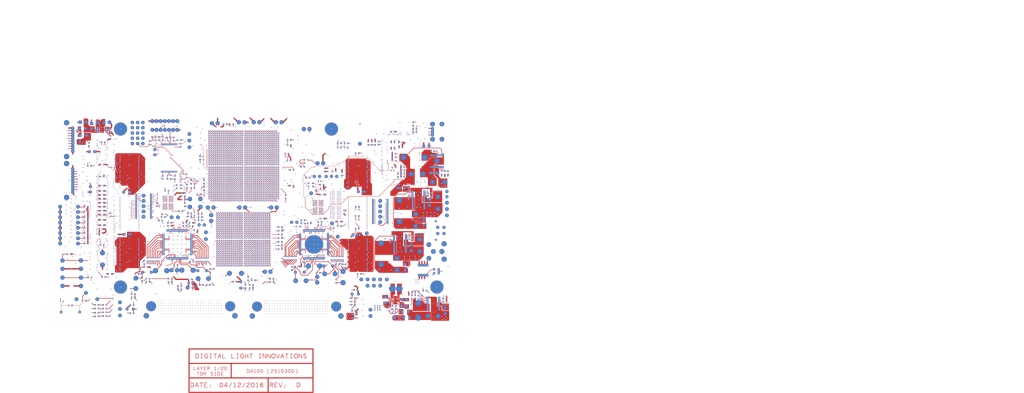
<source format=kicad_pcb>
(kicad_pcb (version 4) (host Gerbview "(5.1.0)-1")
  (layers (0 F.Cu signal) (31 B.Cu signal) (34 B.Paste user) (35 F.Paste user) (36 B.SilkS user) (37 F.SilkS user) (38 B.Mask user) (39 F.Mask user) (44 Edge.Cuts user))
  (gr_poly (pts (xy 11.176 -85.09) (xy 10.668 -85.598) (xy 10.668 -87.63) (xy 10.922 -87.884) (xy 13.208 -87.884) (xy 14.224 -88.90000000000001) (xy 14.224 -90.932) (xy 17.018 -90.932) (xy 17.526 -90.42400000000001) (xy 17.526 -87.376) (xy 17.272 -87.122) (xy 15.96034 -87.122) (xy 15.94688 -87.13216) (xy 15.89799 -87.16267999999999) (xy 15.84454 -87.18425000000001) (xy 15.78816 -87.19620999999999) (xy 15.73055 -87.1982) (xy 15.67348 -87.19015) (xy 15.61867 -87.17232) (xy 15.54912 -87.13216) (xy 15.53566 -87.122) (xy 15.24 -87.122) (xy 14.986 -86.86799999999999) (xy 14.986 -85.09)) (layer F.Cu) (width 0))
  (gr_poly (pts (xy 11.176 -88.90000000000001) (xy 11.176 -90.17) (xy 11.938 -90.932) (xy 11.938 -91.694) (xy 11.684 -91.94799999999999) (xy 11.17651 -91.94799999999999) (xy 11.17651 -92.06865000000001) (xy 11.176 -92.06916) (xy 11.176 -93.98) (xy 12.7 -93.98) (xy 12.7 -93.72651) (xy 12.69949 -93.72651) (xy 12.69949 -92.20149000000001) (xy 12.70051 -92.20149000000001) (xy 12.954 -91.94799999999999) (xy 12.954 -88.90051) (xy 11.42949 -88.90051) (xy 11.42949 -88.90000000000001)) (layer F.Cu) (width 0))
  (gr_poly (pts (xy 17.526 -90.932) (xy 17.272 -91.18600000000001) (xy 13.97 -91.18600000000001) (xy 13.97 -92.20149000000001) (xy 14.22451 -92.20149000000001) (xy 14.22451 -93.72651) (xy 13.97 -93.72651) (xy 13.97 -97.79000000000001) (xy 15.748 -97.79000000000001) (xy 16.256 -97.282) (xy 16.256 -94.742) (xy 17.272 -93.98) (xy 19.304 -93.98) (xy 19.304 -92.70999999999999) (xy 19.68449 -92.70999999999999) (xy 19.68449 -92.58249000000001) (xy 21.59 -92.58249000000001) (xy 21.59 -92.32951) (xy 19.43049 -92.32951) (xy 19.43049 -91.56649) (xy 21.28317 -91.56649) (xy 21.59 -91.25991) (xy 21.59 -90.932)) (layer F.Cu) (width 0))
  (gr_poly (pts (xy 19.812 -92.73591) (xy 19.812 -97.02800000000001) (xy 20.066 -97.282) (xy 21.59 -97.282) (xy 21.844 -97.02800000000001) (xy 21.844 -96.70009) (xy 21.71649 -96.57283) (xy 21.71649 -92.83649) (xy 21.61591 -92.73591)) (layer F.Cu) (width 0))
  (gr_poly (pts (xy 22.098 -90.932) (xy 21.71751 -91.31249) (xy 21.71751 -91.73566) (xy 19.68449 -91.73566) (xy 19.68449 -91.694) (xy 19.558 -91.694) (xy 19.558 -92.202) (xy 19.68449 -92.202) (xy 19.68449 -92.17609) (xy 21.71751 -92.17609) (xy 21.71751 -92.202) (xy 21.844 -92.202) (xy 21.844 -96.52) (xy 22.86 -97.536) (xy 24.384 -97.536) (xy 24.384 -94.23399999999999) (xy 24.13051 -93.98051) (xy 23.87549 -93.98051) (xy 23.87549 -91.43949000000001) (xy 23.876 -91.43949000000001) (xy 23.876 -90.932)) (layer F.Cu) (width 0))
  (gr_poly (pts (xy 26.416 -90.42400000000001) (xy 26.162 -90.678) (xy 26.162 -91.694) (xy 26.03551 -91.694) (xy 26.03551 -91.73566) (xy 25.17038 -91.73566) (xy 25.15972 -91.74099) (xy 25.10809 -91.7611) (xy 25.05376 -91.77193) (xy 24.99837 -91.77316999999999) (xy 24.94361 -91.76477) (xy 24.87828 -91.74099) (xy 24.86762 -91.73566) (xy 24.13 -91.73566) (xy 24.13 -92.13799) (xy 25.019 -92.13799) (xy 25.07422 -92.14286) (xy 25.15972 -92.17101) (xy 25.17038 -92.17609) (xy 26.03551 -92.17609) (xy 26.03551 -92.73591) (xy 25.17038 -92.73591) (xy 25.15972 -92.74099) (xy 25.10809 -92.76114) (xy 25.019 -92.77401) (xy 24.13 -92.77401) (xy 24.13 -93.726) (xy 26.416 -93.726) (xy 26.416 -93.24391) (xy 26.39009 -93.24391) (xy 26.39009 -92.22689) (xy 26.416 -92.22689) (xy 26.416 -91.94799999999999) (xy 26.55595 -91.80804999999999) (xy 26.52979 -91.74531) (xy 26.51709 -91.74531) (xy 26.51709 -91.59189000000001) (xy 27.432 -91.59189000000001) (xy 27.432 -90.42400000000001)) (layer F.Cu) (width 0))
  (gr_poly (pts (xy 34.8742 -43.18) (xy 41.0718 -43.18) (xy 43.9674 -40.2844) (xy 43.9674 -31.8008) (xy 41.1734 -29.0068) (xy 41.1734 -25.9334) (xy 40.894 -25.654) (xy 35.052 -25.654) (xy 32.9184 -23.5204) (xy 29.2354 -23.5204) (xy 29.1084 -23.6474) (xy 29.1084 -26.6954) (xy 29.7942 -27.3812) (xy 29.7942 -35.8648) (xy 29.0322 -36.6268) (xy 29.0322 -38.8366) (xy 30.7086 -40.513) (xy 34.7218 -40.513) (xy 34.8742 -40.6654)) (layer F.Cu) (width 0))
  (gr_poly (pts (xy 35.2806 -61.0362) (xy 35.2806 -61.46749) (xy 35.56051 -61.46749) (xy 35.56051 -62.99251) (xy 35.2806 -62.99251) (xy 35.2806 -63.4238) (xy 35.56 -63.7032) (xy 35.56 -65.0748) (xy 35.2298 -65.405) (xy 32.4104 -65.405) (xy 31.39719 -66.41821) (xy 31.46349 -66.56832) (xy 31.49803 -66.5668) (xy 31.55563 -66.56931) (xy 31.61192 -66.58177999999999) (xy 31.66519 -66.60383) (xy 31.71383 -66.6348) (xy 31.75634 -66.67375) (xy 31.79145 -66.71948) (xy 31.81808 -66.77061999999999) (xy 31.83543 -66.82561) (xy 31.84296 -66.88276999999999) (xy 31.84045 -66.94037) (xy 31.82798 -66.99666000000001) (xy 31.80593 -67.04993) (xy 31.77496 -67.09857) (xy 31.73601 -67.14108) (xy 31.69028 -67.17619000000001) (xy 31.63914 -67.20282) (xy 31.58415 -67.22017) (xy 31.52699 -67.2277) (xy 31.46939 -67.22519) (xy 31.4131 -67.21272) (xy 31.35983 -67.19067) (xy 31.31119 -67.1597) (xy 31.26868 -67.12075) (xy 31.23357 -67.07501999999999) (xy 31.20694 -67.02388000000001) (xy 31.18959 -66.96889) (xy 31.18206 -66.91173000000001) (xy 31.18457 -66.85413) (xy 31.19704 -66.79783999999999) (xy 31.22778 -66.7291) (xy 31.24784 -66.69507) (xy 31.18409 -66.63131) (xy 31.0642 -66.7512) (xy 29.5402 -66.7512) (xy 29.21 -67.0814) (xy 29.21 -72.95972) (xy 29.3116 -73.03948) (xy 29.33548 -73.03364000000001) (xy 29.39246 -73.02498) (xy 29.45008 -73.02634999999999) (xy 29.50658 -73.0377) (xy 29.56026 -73.05869) (xy 29.60947 -73.08868) (xy 29.65273 -73.12676) (xy 29.68872 -73.17178) (xy 29.71635 -73.22235999999999) (xy 29.73477 -73.27697000000001) (xy 29.74343 -73.33395) (xy 29.74206 -73.39157) (xy 29.73071 -73.44807) (xy 29.70972 -73.50175) (xy 29.67973 -73.55096) (xy 29.64165 -73.59422000000001) (xy 29.59663 -73.63021000000001) (xy 29.52369 -73.66686) (xy 29.48991 -73.6788) (xy 29.48991 -74.70191) (xy 29.21 -74.70191) (xy 29.21 -76.83856) (xy 29.2161 -76.84999000000001) (xy 29.23907 -76.90284) (xy 29.25252 -76.95889) (xy 29.25603 -77.01640999999999) (xy 29.2495 -77.07367000000001) (xy 29.2161 -77.16545000000001) (xy 29.21 -77.17688) (xy 29.21 -78.31328000000001) (xy 29.2387 -78.327) (xy 29.28831 -78.35636) (xy 29.33207 -78.39389) (xy 29.36864 -78.43845) (xy 29.39692 -78.48868) (xy 29.41605 -78.54307) (xy 29.42545 -78.59994) (xy 29.42483 -78.65759) (xy 29.4142 -78.71425000000001) (xy 29.3939 -78.76819999999999) (xy 29.36454 -78.81780999999999) (xy 29.32701 -78.86157) (xy 29.2387 -78.92339) (xy 29.21 -78.9371) (xy 29.21 -79.05115000000001) (xy 29.2387 -79.06487) (xy 29.28831 -79.09423) (xy 29.33207 -79.13176) (xy 29.36864 -79.17632) (xy 29.39692 -79.22655) (xy 29.41605 -79.28094) (xy 29.42545 -79.33781) (xy 29.42483 -79.39546) (xy 29.4142 -79.45211999999999) (xy 29.3939 -79.50606999999999) (xy 29.36454 -79.55568) (xy 29.32701 -79.59944) (xy 29.2387 -79.66126) (xy 29.21 -79.67497) (xy 29.21 -80.4164) (xy 29.8196 -81.026) (xy 41.3004 -81.026) (xy 43.5864 -78.73999999999999) (xy 43.5864 -66.3702) (xy 38.77361 -61.55741) (xy 38.55669 -61.55741) (xy 38.55669 -61.34049) (xy 38.2524 -61.0362)) (layer F.Cu) (width 0))
  (gr_poly (pts (xy 66.04000000000001 -17.526) (xy 66.04000000000001 -19.304) (xy 67.056 -19.304) (xy 68.32599999999999 -18.034) (xy 68.70699999999999 -18.034) (xy 68.70699999999999 -16.51) (xy 69.596 -16.002) (xy 69.596 -14.986) (xy 67.818 -14.986) (xy 67.31 -15.494) (xy 67.31 -17.018) (xy 67.056 -17.272) (xy 66.548 -17.272)) (layer F.Cu) (width 0))
  (gr_poly (pts (xy 142.1384 -23.7998) (xy 142.1384 -25.3746) (xy 141.1224 -26.3906) (xy 141.097 -26.3906) (xy 141.0716 -26.416) (xy 141.0716 -26.638) (xy 141.22527 -26.69692) (xy 141.24864 -26.67102) (xy 141.29079 -26.63169) (xy 141.33913 -26.60027) (xy 141.3922 -26.57772) (xy 141.44837 -26.56474) (xy 141.50594 -26.5617) (xy 141.56317 -26.56871) (xy 141.61831 -26.58554) (xy 141.66968 -26.6117) (xy 141.71574 -26.64638) (xy 141.75507 -26.68853) (xy 141.78649 -26.73687) (xy 141.80904 -26.78994) (xy 141.82202 -26.84611) (xy 141.82506 -26.90368) (xy 141.81805 -26.96091) (xy 141.80122 -27.01605) (xy 141.77506 -27.06742) (xy 141.74038 -27.11348) (xy 141.69823 -27.15281) (xy 141.64989 -27.18423) (xy 141.59682 -27.20678) (xy 141.54065 -27.21976) (xy 141.48308 -27.2228) (xy 141.42585 -27.21579) (xy 141.37071 -27.19896) (xy 141.31934 -27.1728) (xy 141.24864 -27.11348) (xy 141.22527 -27.08758) (xy 141.0716 -27.1465) (xy 141.0716 -27.4381) (xy 141.22527 -27.49702) (xy 141.24864 -27.47112) (xy 141.29079 -27.43179) (xy 141.33913 -27.40037) (xy 141.3922 -27.37782) (xy 141.44837 -27.36484) (xy 141.50594 -27.3618) (xy 141.56317 -27.36881) (xy 141.61831 -27.38564) (xy 141.66968 -27.4118) (xy 141.71574 -27.44648) (xy 141.75507 -27.48863) (xy 141.78649 -27.53697) (xy 141.80904 -27.59004) (xy 141.82202 -27.64621) (xy 141.82506 -27.70378) (xy 141.81805 -27.76101) (xy 141.80122 -27.81615) (xy 141.77506 -27.86752) (xy 141.74038 -27.91358) (xy 141.69823 -27.95291) (xy 141.64989 -27.98433) (xy 141.59682 -28.00688) (xy 141.54065 -28.01986) (xy 141.48308 -28.0229) (xy 141.42585 -28.01589) (xy 141.37071 -27.99906) (xy 141.31934 -27.9729) (xy 141.24864 -27.91358) (xy 141.22527 -27.88768) (xy 141.0716 -27.9466) (xy 141.0716 -29.0383) (xy 141.22527 -29.09722) (xy 141.24864 -29.07132) (xy 141.29079 -29.03199) (xy 141.33913 -29.00057) (xy 141.3922 -28.97802) (xy 141.44837 -28.96504) (xy 141.50594 -28.962) (xy 141.56317 -28.96901) (xy 141.61831 -28.98584) (xy 141.66968 -29.012) (xy 141.71574 -29.04668) (xy 141.75507 -29.08883) (xy 141.78649 -29.13717) (xy 141.80904 -29.19024) (xy 141.82202 -29.24641) (xy 141.82506 -29.30398) (xy 141.81805 -29.36121) (xy 141.80122 -29.41635) (xy 141.77506 -29.46772) (xy 141.74038 -29.51378) (xy 141.69823 -29.55311) (xy 141.64989 -29.58453) (xy 141.59682 -29.60708) (xy 141.54065 -29.62006) (xy 141.48308 -29.6231) (xy 141.42585 -29.61609) (xy 141.37071 -29.59926) (xy 141.31934 -29.5731) (xy 141.24864 -29.51378) (xy 141.22527 -29.48788) (xy 141.0716 -29.5468) (xy 141.0716 -29.8384) (xy 141.22527 -29.89732) (xy 141.24864 -29.87142) (xy 141.29079 -29.83209) (xy 141.33913 -29.80067) (xy 141.3922 -29.77812) (xy 141.44837 -29.76514) (xy 141.50594 -29.7621) (xy 141.56317 -29.76911) (xy 141.61831 -29.78594) (xy 141.66968 -29.8121) (xy 141.71574 -29.84678) (xy 141.75507 -29.88893) (xy 141.78649 -29.93727) (xy 141.80904 -29.99034) (xy 141.82202 -30.04651) (xy 141.82506 -30.10408) (xy 141.81805 -30.16131) (xy 141.80122 -30.21645) (xy 141.77506 -30.26782) (xy 141.74038 -30.31388) (xy 141.69823 -30.35321) (xy 141.64989 -30.38463) (xy 141.59682 -30.40718) (xy 141.54065 -30.42016) (xy 141.48308 -30.4232) (xy 141.42585 -30.41619) (xy 141.37071 -30.39936) (xy 141.31934 -30.3732) (xy 141.24864 -30.31388) (xy 141.22527 -30.28798) (xy 141.0716 -30.3469) (xy 141.0716 -31.4386) (xy 141.22527 -31.49752) (xy 141.24864 -31.47162) (xy 141.29079 -31.43229) (xy 141.33913 -31.40087) (xy 141.3922 -31.37832) (xy 141.44837 -31.36534) (xy 141.50594 -31.3623) (xy 141.56317 -31.36931) (xy 141.61831 -31.38614) (xy 141.66968 -31.4123) (xy 141.71574 -31.44698) (xy 141.75507 -31.48913) (xy 141.78649 -31.53747) (xy 141.80904 -31.59054) (xy 141.82202 -31.64671) (xy 141.82506 -31.70428) (xy 141.81805 -31.76151) (xy 141.80122 -31.81665) (xy 141.77506 -31.86802) (xy 141.74038 -31.91408) (xy 141.69823 -31.95341) (xy 141.64989 -31.98483) (xy 141.59682 -32.00738) (xy 141.54065 -32.02036) (xy 141.48308 -32.0234) (xy 141.42585 -32.01639) (xy 141.37071 -31.99956) (xy 141.31934 -31.9734) (xy 141.24864 -31.91408) (xy 141.22527 -31.88818) (xy 141.0716 -31.9471) (xy 141.0716 -32.2387) (xy 141.22527 -32.29762) (xy 141.24864 -32.27172) (xy 141.29079 -32.23239) (xy 141.33913 -32.20097) (xy 141.3922 -32.17842) (xy 141.44837 -32.16544) (xy 141.50594 -32.1624) (xy 141.56317 -32.16941) (xy 141.61831 -32.18624) (xy 141.66968 -32.2124) (xy 141.71574 -32.24708) (xy 141.75507 -32.28923) (xy 141.78649 -32.33757) (xy 141.80904 -32.39064) (xy 141.82202 -32.44681) (xy 141.82506 -32.50438) (xy 141.81805 -32.56161) (xy 141.80122 -32.61675) (xy 141.77506 -32.66812) (xy 141.74038 -32.71418) (xy 141.69823 -32.75351) (xy 141.64989 -32.78493) (xy 141.59682 -32.80748) (xy 141.54065 -32.82046) (xy 141.48308 -32.8235) (xy 141.42585 -32.81649) (xy 141.37071 -32.79966) (xy 141.31934 -32.7735) (xy 141.24864 -32.71418) (xy 141.22527 -32.68828) (xy 141.0716 -32.7472) (xy 141.0716 -33.8389) (xy 141.22527 -33.89782) (xy 141.24864 -33.87192) (xy 141.29075 -33.83258) (xy 141.33905 -33.80115) (xy 141.39207 -33.77859) (xy 141.44821 -33.76558) (xy 141.50575 -33.76251) (xy 141.56295 -33.76948) (xy 141.61807 -33.78628) (xy 141.66944 -33.81239) (xy 141.71549 -33.84703) (xy 141.75483 -33.88914) (xy 141.78626 -33.93744) (xy 141.80882 -33.99046) (xy 141.82183 -34.0466) (xy 141.8249 -34.10414) (xy 141.81793 -34.16134) (xy 141.80113 -34.21646) (xy 141.77502 -34.26783) (xy 141.74038 -34.31388) (xy 141.69827 -34.35322) (xy 141.64997 -34.38465) (xy 141.59695 -34.40721) (xy 141.54081 -34.42022) (xy 141.48327 -34.42329) (xy 141.42607 -34.41632) (xy 141.37095 -34.39952) (xy 141.31958 -34.37341) (xy 141.27353 -34.33877) (xy 141.23419 -34.29666) (xy 141.20276 -34.24836) (xy 141.17066 -34.1597) (xy 141.16456 -34.12998) (xy 141.0208 -34.0868) (xy 139.20521 -35.90239) (xy 139.20521 -36.02634) (xy 137.2362 -37.9951) (xy 137.2362 -38.13962) (xy 137.3218 -38.13962) (xy 137.33424 -38.10711) (xy 137.3597 -38.05538) (xy 137.39375 -38.00886) (xy 137.43537 -37.96896) (xy 137.48328 -37.93689) (xy 137.53603 -37.91363) (xy 137.59202 -37.89988) (xy 137.64955 -37.89606) (xy 137.70687 -37.90229) (xy 137.76223 -37.91838) (xy 137.81396 -37.94384) (xy 137.86048 -37.97789) (xy 137.90038 -38.01951) (xy 137.93245 -38.06742) (xy 137.95571 -38.12017) (xy 137.96946 -38.17616) (xy 137.97328 -38.23369) (xy 137.96705 -38.29101) (xy 137.95096 -38.34637) (xy 137.9255 -38.3981) (xy 137.89145 -38.44462) (xy 137.84983 -38.48452) (xy 137.80192 -38.51659) (xy 137.74917 -38.53985) (xy 137.69318 -38.5536) (xy 137.63565 -38.55742) (xy 137.57833 -38.55119) (xy 137.52297 -38.5351) (xy 137.47124 -38.50964) (xy 137.40943 -38.46144) (xy 137.3853 -38.43757) (xy 137.2362 -38.49954) (xy 137.2362 -39.2176) (xy 137.7442 -39.7256) (xy 141.16177 -39.7256) (xy 141.16431 -39.67734) (xy 141.17219 -39.62025) (xy 141.18987 -39.5654) (xy 141.2168 -39.51445) (xy 141.25217 -39.46895) (xy 141.29491 -39.43029) (xy 141.34371 -39.39963) (xy 141.39709 -39.37792) (xy 141.45343 -39.3658) (xy 141.51102 -39.36365) (xy 141.56811 -39.37153) (xy 141.62296 -39.38921) (xy 141.67391 -39.41614) (xy 141.71941 -39.45151) (xy 141.75807 -39.49425) (xy 141.78873 -39.54305) (xy 141.81044 -39.59643) (xy 141.82471 -39.67734) (xy 141.82725 -39.7256) (xy 144.5514 -39.7256) (xy 144.8054 -39.9796) (xy 144.8054 -40.89349) (xy 144.90751 -40.89349) (xy 144.90751 -41.83431) (xy 145.8976 -42.8244) (xy 147.955 -42.8244) (xy 147.955 -42.0878) (xy 148.7424 -41.3004) (xy 152.7302 -41.3004) (xy 153.67 -40.3606) (xy 153.67 -24.384) (xy 153.0858 -23.7998) (xy 146.40458 -23.7998) (xy 146.32559 -23.90673) (xy 146.33321 -23.93112) (xy 146.3453 -23.98751) (xy 146.34741 -24.04514) (xy 146.33948 -24.10227) (xy 146.32176 -24.15715) (xy 146.29477 -24.20812) (xy 146.25934 -24.25362) (xy 146.21655 -24.29229) (xy 146.16769 -24.32293) (xy 146.11426 -24.34463) (xy 146.05787 -24.35672) (xy 146.00024 -24.35883) (xy 145.94311 -24.3509) (xy 145.88823 -24.33318) (xy 145.83726 -24.30619) (xy 145.79176 -24.27076) (xy 145.75309 -24.22797) (xy 145.72245 -24.17911) (xy 145.70075 -24.12568) (xy 145.68866 -24.06929) (xy 145.68655 -24.01166) (xy 145.70075 -23.93112) (xy 145.70837 -23.90673) (xy 145.62938 -23.7998)) (layer F.Cu) (width 0))
  (gr_poly (pts (xy 140.589 -0.635) (xy 140.589 -3.937) (xy 140.716 -4.064) (xy 144.018 -4.064) (xy 144.272 -3.81) (xy 144.272 -1.98171) (xy 144.24609 -1.98171) (xy 144.24609 -1.24409) (xy 143.637 -0.635)) (layer F.Cu) (width 0))
  (gr_poly (pts (xy 148.1582 -60.7822) (xy 147.9296 -61.0108) (xy 147.9296 -64.8716) (xy 147.91919 -64.89700000000001) (xy 146.38325 -64.89700000000001) (xy 146.38325 -66.75501) (xy 145.92503 -67.21297) (xy 145.50593 -67.21297) (xy 145.34845 -67.37045000000001) (xy 145.28907 -67.42028000000001) (xy 145.22194 -67.45903) (xy 145.1491 -67.48555) (xy 145.07276 -67.49901) (xy 144.99524 -67.49901) (xy 144.9189 -67.48555) (xy 144.84606 -67.45903) (xy 144.77893 -67.42028000000001) (xy 144.71955 -67.37045000000001) (xy 144.66972 -67.31107) (xy 144.63097 -67.24393999999999) (xy 144.60445 -67.1711) (xy 144.59099 -67.09475999999999) (xy 144.59099 -67.01724) (xy 144.60445 -66.9409) (xy 144.63097 -66.86806) (xy 144.66972 -66.80092999999999) (xy 144.71955 -66.74155) (xy 145.13763 -66.32346) (xy 145.49323 -66.32346) (xy 145.49323 -64.89700000000001) (xy 143.4338 -64.89700000000001) (xy 142.113 -63.5762) (xy 140.4366 -63.5762) (xy 139.4206 -64.59220000000001) (xy 139.4206 -68.1228) (xy 140.208 -68.9102) (xy 140.208 -75.9714) (xy 140.1064 -76.07299999999999) (xy 140.1064 -77.6224) (xy 140.97 -78.486) (xy 149.6314 -78.486) (xy 150.368 -77.74939999999999) (xy 151.384 -77.74939999999999) (xy 152.2222 -76.91119999999999) (xy 152.2222 -66.9036) (xy 152.8826 -66.2432) (xy 152.8826 -60.7822)) (layer F.Cu) (width 0))
  (gr_poly (pts (xy 161.36188 -28.12212) (xy 163.195 -26.289) (xy 169.291 -26.289) (xy 170.18 -25.4) (xy 170.18 -23.622) (xy 169.926 -23.368) (xy 156.21 -23.368) (xy 154.178 -25.4) (xy 154.178 -28.702) (xy 154.559 -29.083) (xy 160.401 -29.083) (xy 160.83712 -28.64688) (xy 160.80943 -28.51048) (xy 160.78429 -28.50032) (xy 160.73299 -28.47401) (xy 160.68704 -28.43919) (xy 160.64784 -28.39693) (xy 160.61657 -28.34849) (xy 160.59418 -28.29537) (xy 160.58136 -28.23916) (xy 160.5785 -28.18158) (xy 160.58568 -28.12438) (xy 160.60268 -28.06929) (xy 160.62899 -28.01799) (xy 160.66381 -27.97204) (xy 160.70607 -27.93284) (xy 160.75451 -27.90157) (xy 160.80763 -27.87918) (xy 160.86384 -27.86636) (xy 160.92142 -27.8635) (xy 160.97862 -27.87068) (xy 161.03371 -27.88768) (xy 161.08501 -27.91399) (xy 161.13096 -27.94881) (xy 161.17016 -27.99107) (xy 161.21532 -28.06929) (xy 161.22548 -28.09443)) (layer F.Cu) (width 0))
  (gr_poly (pts (xy 154.38374 -32.004) (xy 154.38374 -38.57625) (xy 154.54224 -38.735) (xy 164.338 -38.735) (xy 164.46449 -38.60851) (xy 164.46449 -32.63951) (xy 163.39617 -32.63951) (xy 162.94049 -32.18383) (xy 162.94049 -32.004)) (layer F.Cu) (width 0))
  (gr_poly (pts (xy 165.15182 -9.398) (xy 165.1 -9.398) (xy 165.1 -9.363960000000001) (xy 165.08501 -9.34923) (xy 165.05502 -9.31354) (xy 165.03169 -9.27318) (xy 165.01571 -9.22939) (xy 165.00759 -9.183479999999999) (xy 165.00756 -9.13687) (xy 165.01562 -9.090949999999999) (xy 165.03154 -9.047140000000001) (xy 165.05482 -9.00675) (xy 165.08501 -8.97077) (xy 165.1 -8.95604) (xy 165.1 -8.128) (xy 163.068 -8.128) (xy 163.068 -8.95604) (xy 163.08299 -8.97077) (xy 163.11298 -9.006460000000001) (xy 163.13631 -9.04682) (xy 163.15229 -9.09061) (xy 163.16041 -9.136520000000001) (xy 163.16044 -9.18313) (xy 163.15238 -9.229050000000001) (xy 163.13646 -9.27286) (xy 163.11318 -9.31325) (xy 163.08299 -9.34923) (xy 163.068 -9.363960000000001) (xy 163.068 -9.398) (xy 163.01618 -9.398) (xy 163.00628 -9.402570000000001) (xy 162.96244 -9.418469999999999) (xy 162.89401 -9.42746) (xy 162.05657 -9.42746) (xy 162.05657 -9.398) (xy 162.052 -9.398) (xy 162.052 -7.11556) (xy 162.00806 -7.10946) (xy 161.95523 -7.09803) (xy 161.93059 -7.09041) (xy 161.82391 -7.1694) (xy 161.82391 -7.26491) (xy 160.75609 -7.26491) (xy 160.75609 -6.223) (xy 159.639 -6.223) (xy 158.369 -7.493) (xy 158.369 -9.398) (xy 158.496 -9.525) (xy 158.62249 -9.525) (xy 158.62249 -9.52449) (xy 160.14751 -9.52449) (xy 160.14751 -9.525) (xy 160.75609 -9.525) (xy 160.75609 -9.422890000000001) (xy 160.88309 -9.422890000000001) (xy 160.88309 -9.346690000000001) (xy 161.69691 -9.346690000000001) (xy 161.69691 -9.422890000000001) (xy 161.82391 -9.422890000000001) (xy 161.82391 -9.55091) (xy 161.925 -9.651999999999999) (xy 161.925 -9.90549) (xy 162.05657 -9.90549) (xy 162.05657 -9.89254) (xy 162.89401 -9.89254) (xy 162.94045 -9.896599999999999) (xy 162.98549 -9.908670000000001) (xy 163.02774 -9.928369999999999) (xy 163.06593 -9.955109999999999) (xy 163.0989 -9.98808) (xy 163.12564 -10.02627) (xy 163.14534 -10.06852) (xy 163.15792 -10.11707) (xy 163.16477 -10.15949) (xy 163.32251 -10.15949) (xy 163.32251 -11.17651) (xy 163.19551 -11.17651) (xy 163.19551 -12.192) (xy 164.97249 -12.192) (xy 164.97249 -11.06526) (xy 164.95674 -11.06526) (xy 164.95674 -10.48182) (xy 165.16782 -10.27074) (xy 166.30294 -10.27074) (xy 166.33139 -10.23671) (xy 166.33139 -9.651490000000001) (xy 166.49649 -9.651490000000001) (xy 166.49649 -9.270490000000001) (xy 167.76751 -9.270490000000001) (xy 168.021 -9.016999999999999) (xy 168.275 -9.016999999999999) (xy 168.402 -8.890000000000001) (xy 168.402 -6.477) (xy 166.116 -6.477) (xy 166.116 -9.398) (xy 166.11143 -9.398) (xy 166.11143 -9.42746) (xy 165.27399 -9.42746) (xy 165.22755 -9.423310000000001) (xy 165.16172 -9.402570000000001)) (layer F.Cu) (width 0))
  (gr_poly (pts (xy 162.97783 -10.414) (xy 162.97072 -10.41603) (xy 162.89401 -10.42746) (xy 162.05657 -10.42746) (xy 162.05657 -10.41451) (xy 161.82391 -10.41451) (xy 161.82391 -10.43991) (xy 161.64509 -10.43991) (xy 161.163 -10.922) (xy 160.14751 -10.922) (xy 160.14751 -11.04951) (xy 158.62249 -11.04951) (xy 158.62249 -10.922) (xy 157.734 -10.922) (xy 157.734 -12.446) (xy 157.988 -12.7) (xy 160.528 -12.7) (xy 160.655 -12.573) (xy 160.655 -11.557) (xy 160.782 -11.43) (xy 161.18942 -11.43) (xy 161.19983 -11.39266) (xy 161.21998 -11.33865) (xy 161.2492 -11.28895) (xy 161.28661 -11.24508) (xy 161.33106 -11.20838) (xy 161.38122 -11.17995) (xy 161.43555 -11.16067) (xy 161.54375 -11.15111) (xy 161.56711 -11.15289) (xy 161.798 -10.922) (xy 161.81959 -10.922) (xy 161.84804 -10.79449) (xy 163.068 -10.79449) (xy 163.068 -10.414)) (layer F.Cu) (width 0))
  (gr_poly (pts (xy 162.687 -2.286) (xy 163.2966 -2.921) (xy 168.529 -2.921) (xy 168.656 -2.794) (xy 168.656 -0.508) (xy 168.529 -0.381) (xy 163.322 -0.381) (xy 162.687 -1.016)) (layer F.Cu) (width 0))
  (gr_poly (pts (xy 165.989 -3.175) (xy 165.735 -3.429) (xy 165.735 -5.715) (xy 165.989 -5.969) (xy 167.894 -5.969) (xy 168.021 -5.842) (xy 168.021 -3.429) (xy 167.64 -3.175)) (layer F.Cu) (width 0))
  (gr_poly (pts (xy 163.068 -12.573) (xy 163.068 -11.049) (xy 162.052 -11.049) (xy 161.798 -12.192) (xy 161.798 -18.161) (xy 163.957 -18.161) (xy 163.957 -13.081) (xy 163.449 -12.573)) (layer F.Cu) (width 0))
  (gr_poly (pts (xy 165.1 -10.922) (xy 165.1 -13.208) (xy 164.973 -13.335) (xy 164.973 -18.161) (xy 167.132 -18.161) (xy 167.259 -18.034) (xy 167.259 -13.462) (xy 166.751 -12.954) (xy 166.37 -12.954) (xy 166.116 -12.7) (xy 166.116 -10.92733) (xy 165.27399 -10.92733) (xy 165.22573 -10.92276) (xy 165.22116 -10.922)) (layer F.Cu) (width 0))
  (gr_poly (pts (xy 167.00449 -9.652509999999999) (xy 166.37 -10.414) (xy 166.11143 -10.414) (xy 166.11143 -10.42746) (xy 165.27399 -10.42746) (xy 165.24275 -10.42543) (xy 165.21836 -10.42264) (xy 165.1 -10.541) (xy 165.1 -10.79449) (xy 166.24351 -10.79449) (xy 166.24351 -10.92251) (xy 166.37 -11.049) (xy 166.37 -11.176) (xy 170.688 -11.176) (xy 170.688 -9.651999999999999) (xy 170.30751 -9.651999999999999) (xy 170.30751 -9.652509999999999) (xy 168.78249 -9.652509999999999) (xy 168.78249 -9.651999999999999) (xy 168.02151 -9.651999999999999) (xy 168.02151 -9.652509999999999)) (layer F.Cu) (width 0))
  (gr_poly (pts (xy 177.8 -31.496) (xy 175.67834 -29.37434) (xy 175.65649 -29.3751) (xy 175.57907 -29.37104) (xy 175.50353 -29.35359) (xy 175.43216 -29.32329) (xy 175.36715 -29.28106) (xy 175.30928 -29.22702) (xy 175.29404 -29.21) (xy 163.068 -29.21) (xy 163.068 -32.131) (xy 163.449 -32.512) (xy 164.592 -32.512) (xy 164.592 -41.529) (xy 162.306 -41.529) (xy 162.306 -43.434) (xy 172.974 -43.434) (xy 172.974 -38.735) (xy 172.847 -38.608) (xy 171.831 -38.608) (xy 171.831 -42.926) (xy 167.894 -42.926) (xy 167.894 -36.322) (xy 168.021 -36.195) (xy 168.30548 -36.195) (xy 168.30548 -36.17214) (xy 170.0845 -36.17214) (xy 170.0845 -36.195) (xy 170.45889 -36.195) (xy 170.45889 -36.19449) (xy 173.20311 -36.19449) (xy 173.20311 -36.195) (xy 177.8 -36.195)) (layer F.Cu) (width 0))
  (gr_poly (pts (xy 164.338 -44.577) (xy 163.322 -45.593) (xy 163.322 -49.403) (xy 163.576 -49.657) (xy 172.212 -49.657) (xy 172.51629 -49.35271) (xy 172.51629 -49.32477) (xy 174.47057 -47.37049) (xy 177.03749 -47.37049) (xy 177.03749 -46.98949) (xy 178.56251 -46.98949) (xy 178.56251 -47.37049) (xy 178.84343 -47.37049) (xy 178.84369 -47.371) (xy 179.07 -47.371) (xy 179.07 -44.577)) (layer F.Cu) (width 0))
  (gr_poly (pts (xy 163.576 -53.721) (xy 163.576 -59.30875) (xy 164.08425 -59.817) (xy 170.02709 -59.817) (xy 170.02709 -59.76569) (xy 170.84091 -59.76569) (xy 170.84091 -59.817) (xy 173.482 -59.817) (xy 173.482 -53.721)) (layer F.Cu) (width 0))
  (gr_poly (pts (xy 165.0553 -65.8429) (xy 165.08019 -65.83934000000001) (xy 165.13777 -65.83647000000001) (xy 165.19498 -65.84363999999999) (xy 165.25008 -65.86063) (xy 165.30138 -65.88694) (xy 165.34734 -65.92175) (xy 165.38656 -65.96402) (xy 165.41784 -66.01245) (xy 165.44023 -66.06558) (xy 165.45306 -66.12179) (xy 165.45306 -66.21221) (xy 165.4495 -66.2371) (xy 167.2336 -68.02119999999999) (xy 167.8178 -68.02119999999999) (xy 168.14495 -68.34835) (xy 168.21709 -68.3481) (xy 168.26094 -68.31068999999999) (xy 168.31062 -68.28147) (xy 168.36462 -68.26130999999999) (xy 168.4213 -68.25084) (xy 168.47893 -68.25037) (xy 168.53578 -68.25991999999999) (xy 168.5901 -68.27919) (xy 168.64025 -68.30759999999999) (xy 168.6847 -68.34429) (xy 168.72211 -68.38814000000001) (xy 168.75133 -68.43782) (xy 168.77149 -68.49182) (xy 168.78196 -68.5485) (xy 168.78243 -68.60612999999999) (xy 168.77288 -68.66298) (xy 168.75361 -68.71729999999999) (xy 168.7252 -68.76745) (xy 168.6847 -68.81571) (xy 168.68445 -68.88785) (xy 169.291 -69.4944) (xy 169.291 -73.22693) (xy 169.39489 -73.31151) (xy 169.41724 -73.30795999999999) (xy 169.47474 -73.30397000000001) (xy 169.53207 -73.31001999999999) (xy 169.58747 -73.32594) (xy 169.63926 -73.35124) (xy 169.68588 -73.38514000000001) (xy 169.7259 -73.42663) (xy 169.75811 -73.47443) (xy 169.78152 -73.5271) (xy 169.79544 -73.58304) (xy 169.79943 -73.64054) (xy 169.79338 -73.69786999999999) (xy 169.77746 -73.75327) (xy 169.75216 -73.80506) (xy 169.71826 -73.85168) (xy 169.67677 -73.8917) (xy 169.62897 -73.92391000000001) (xy 169.5763 -73.94732) (xy 169.52036 -73.96124) (xy 169.41038 -73.96023) (xy 169.38727 -73.95591) (xy 169.291 -74.03643) (xy 169.291 -74.70140000000001) (xy 166.751 -77.2414) (xy 166.0398 -77.2414) (xy 166.0398 -80.31480000000001) (xy 166.5478 -80.8228) (xy 169.5196 -80.8228) (xy 171.2468 -79.0956) (xy 171.2468 -73.914) (xy 171.6278 -73.533) (xy 173.482 -73.533) (xy 173.482 -66.0908) (xy 173.1264 -65.73520000000001) (xy 172.25645 -65.73520000000001) (xy 172.24451 -65.76898) (xy 172.22067 -65.82147000000001) (xy 172.18808 -65.86903) (xy 172.14773 -65.9102) (xy 172.10084 -65.94374000000001) (xy 172.04884 -65.96863) (xy 171.99331 -65.98411) (xy 171.93593 -65.98971) (xy 171.87845 -65.98527) (xy 171.82262 -65.97091) (xy 171.77013 -65.94707) (xy 171.72257 -65.91448) (xy 171.6814 -65.87412999999999) (xy 171.64786 -65.82724) (xy 171.62069 -65.76898) (xy 171.60875 -65.73520000000001) (xy 171.31309 -65.73520000000001) (xy 171.24477 -65.87338) (xy 171.26382 -65.89827) (xy 171.29467 -65.94696999999999) (xy 171.3166 -66.00028) (xy 171.32893 -66.0566) (xy 171.3313 -66.1142) (xy 171.32363 -66.17133) (xy 171.30615 -66.22627) (xy 171.2794 -66.27734) (xy 171.24419 -66.32298) (xy 171.20159 -66.36181999999999) (xy 171.15289 -66.39267) (xy 171.09958 -66.41459999999999) (xy 171.04326 -66.42693) (xy 170.98566 -66.4293) (xy 170.92853 -66.42162999999999) (xy 170.87359 -66.40415) (xy 170.82252 -66.37739999999999) (xy 170.77688 -66.34219) (xy 170.73804 -66.29958999999999) (xy 170.70629 -66.24903999999999) (xy 170.69816 -66.23304) (xy 170.60621 -66.19240000000001) (xy 170.58894 -66.19723) (xy 170.53225 -66.20765) (xy 170.43832 -66.20307) (xy 170.41876 -66.19926) (xy 170.32605 -66.25793) (xy 170.32097 -66.27724000000001) (xy 170.3016 -66.33154) (xy 170.27309 -66.38166) (xy 170.23631 -66.42606000000001) (xy 170.19238 -66.46341) (xy 170.14263 -66.49254999999999) (xy 170.08858 -66.51262) (xy 170.03186 -66.52298999999999) (xy 169.9742 -66.52336) (xy 169.91736 -66.51371) (xy 169.86306 -66.49433999999999) (xy 169.81294 -66.46583) (xy 169.76854 -66.42905) (xy 169.73119 -66.38512) (xy 169.70205 -66.33537) (xy 169.68198 -66.28131999999999) (xy 169.67161 -66.2246) (xy 169.67124 -66.16694) (xy 169.68089 -66.1101) (xy 169.70026 -66.0558) (xy 169.72877 -66.00568) (xy 169.76555 -65.96128) (xy 169.80948 -65.92393) (xy 169.85923 -65.89479) (xy 169.91328 -65.87472) (xy 169.97 -65.86435) (xy 170.02766 -65.86398) (xy 170.10634 -65.88023) (xy 170.17289 -65.83832) (xy 170.18025 -65.79819000000001) (xy 170.18178 -65.79235) (xy 170.18178 -65.73520000000001) (xy 169.19804 -65.73520000000001) (xy 169.15072 -65.76813) (xy 169.09839 -65.79234) (xy 169.04266 -65.80709) (xy 168.98521 -65.81194000000001) (xy 168.92779 -65.80674999999999) (xy 168.87215 -65.79165999999999) (xy 168.77436 -65.73520000000001) (xy 168.58488 -65.73520000000001) (xy 168.50462 -65.81064000000001) (xy 168.5036 -65.83069999999999) (xy 168.49523 -65.88775) (xy 168.47709 -65.94247) (xy 168.44971 -65.99321) (xy 168.41394 -66.03843000000001) (xy 168.37086 -66.07675) (xy 168.32179 -66.10701) (xy 168.2682 -66.12829000000001) (xy 168.21173 -66.13993000000001) (xy 168.1541 -66.1416) (xy 168.09705 -66.13323) (xy 168.04233 -66.11509) (xy 167.99159 -66.08771) (xy 167.94637 -66.05194) (xy 167.90805 -66.00886) (xy 167.87779 -65.95979) (xy 167.85651 -65.9062) (xy 167.84487 -65.84972999999999) (xy 167.8432 -65.7921) (xy 167.85157 -65.73505) (xy 167.86971 -65.68033) (xy 167.91051 -65.61074000000001) (xy 167.93743 -65.57543) (xy 167.6908 -65.3288) (xy 167.6908 -65.16421) (xy 167.66489 -65.16421) (xy 167.66489 -64.99911) (xy 167.28389 -64.99911) (xy 167.28389 -63.47409) (xy 167.66489 -63.47409) (xy 167.66489 -63.30899) (xy 167.6908 -63.30899) (xy 167.6908 -62.9666) (xy 167.1574 -62.4332) (xy 165.8874 -62.4332) (xy 163.9062 -60.452) (xy 161.7218 -60.452) (xy 161.7218 -62.5094)) (layer F.Cu) (width 0))
  (gr_poly (pts (xy 181.229 -0.6096) (xy 170.434 -0.63322) (xy 170.434 -2.667) (xy 169.799 -3.302) (xy 169.799 -5.588) (xy 172.44009 -5.588) (xy 172.44009 -4.82549) (xy 172.466 -4.82549) (xy 172.466 -4.572) (xy 181.1274 -4.6228) (xy 181.229 -4.5212)) (layer F.Cu) (width 0))
  (gr_poly (pts (xy 168.402 -5.969) (xy 168.402 -6.34949) (xy 168.52951 -6.34949) (xy 168.52951 -8.255000000000001) (xy 168.78249 -8.255000000000001) (xy 168.78249 -8.12749) (xy 170.30751 -8.12749) (xy 170.30751 -8.255000000000001) (xy 170.561 -8.255000000000001) (xy 170.688 -8.128) (xy 170.688 -6.096) (xy 170.561 -5.969)) (layer F.Cu) (width 0))
  (gr_poly (pts (xy 169.54551 -26.416) (xy 169.54551 -26.79751) (xy 168.02049 -26.79751) (xy 168.02049 -26.63241) (xy 167.95775 -26.60625) (xy 167.767 -26.797) (xy 167.767 -28.829) (xy 168.02049 -29.08249) (xy 171.06951 -29.08249) (xy 171.323 -28.829) (xy 171.323 -27.051) (xy 170.688 -26.416)) (layer F.Cu) (width 0))
  (gr_poly (pts (xy 178.054 -42.545) (xy 178.054 -42.037) (xy 177.8 -41.656) (xy 177.8 -36.44951) (xy 168.275 -36.44951) (xy 168.275 -39.243) (xy 168.402 -39.37) (xy 170.18 -39.37) (xy 170.307 -39.243) (xy 170.307 -38.481) (xy 170.561 -38.227) (xy 173.228 -38.227) (xy 173.355 -38.354) (xy 173.355 -41.91) (xy 173.99 -42.545)) (layer F.Cu) (width 0))
  (gr_poly (pts (xy 167.767 -62.484) (xy 167.767 -62.86271) (xy 167.81831 -62.91377) (xy 167.81831 -65.27597) (xy 167.82009 -65.27800000000001) (xy 168.72433 -65.27800000000001) (xy 168.73957 -65.26098) (xy 168.78156 -65.22145) (xy 168.82978 -65.18982) (xy 168.88276 -65.16704) (xy 168.93889 -65.1538) (xy 169.04437 -65.15557) (xy 169.06723 -65.15964) (xy 169.16273 -65.08318) (xy 169.16375 -65.06007) (xy 169.17137 -65.00292) (xy 169.18881 -64.94795000000001) (xy 169.21552 -64.89685) (xy 169.2507 -64.85117) (xy 169.29327 -64.81229) (xy 169.34196 -64.78139) (xy 169.39527 -64.75941) (xy 169.45158 -64.74703) (xy 169.50919 -64.74460999999999) (xy 169.56634 -64.75223) (xy 169.62131 -64.76967) (xy 169.67241 -64.79638) (xy 169.71809 -64.83156) (xy 169.75697 -64.87412999999999) (xy 169.78787 -64.92282) (xy 169.80985 -64.97613) (xy 169.82223 -65.03243999999999) (xy 169.82465 -65.09005000000001) (xy 169.81576 -65.15252) (xy 169.80992 -65.1764) (xy 169.88968 -65.27800000000001) (xy 171.069 -65.27800000000001) (xy 171.069 -62.484)) (layer F.Cu) (width 0))
  (gr_poly (pts (xy 172.5676 -4.953) (xy 172.5676 -10.36269) (xy 172.56811 -10.36269) (xy 172.56811 -10.43991) (xy 173.5328 -11.4046) (xy 174.117 -11.4046) (xy 174.117 -11.22731) (xy 174.11649 -11.22731) (xy 174.11649 -10.41349) (xy 174.117 -10.41349) (xy 174.117 -10.1092) (xy 174.3456 -9.880599999999999) (xy 176.46015 -9.880599999999999) (xy 176.46066 -9.880089999999999) (xy 177.2478 -9.880089999999999) (xy 177.36109 -9.76681) (xy 177.36109 -9.72566) (xy 177.5968 -9.48995) (xy 177.5968 -9.3218) (xy 178.3842 -8.5344) (xy 178.7337 -8.5344) (xy 178.7337 -8.478009999999999) (xy 180.51272 -8.478009999999999) (xy 180.51272 -8.48868) (xy 180.6448 -8.3566) (xy 180.6448 -5.0038) (xy 180.594 -4.953)) (layer F.Cu) (width 0))
  (gr_poly (pts (xy 178.816 -47.5234) (xy 178.7906 -47.498) (xy 174.5234 -47.498) (xy 172.6438 -49.3776) (xy 172.6438 -49.7332) (xy 173.0248 -50.1142) (xy 175.895 -50.1142) (xy 175.9204 -50.0888) (xy 178.562 -50.0888) (xy 178.816 -49.8348)) (layer F.Cu) (width 0))
  (gr_poly (pts (xy 172.085 -50.165) (xy 172.085 -53.086) (xy 172.466 -53.467) (xy 173.609 -53.467) (xy 173.609 -53.59349) (xy 173.60951 -53.59349) (xy 173.60951 -59.94451) (xy 173.609 -59.94451) (xy 173.609 -62.484) (xy 171.323 -62.484) (xy 171.323 -64.389) (xy 181.991 -64.389) (xy 181.991 -59.69) (xy 181.864 -59.563) (xy 180.848 -59.563) (xy 180.848 -59.91809) (xy 180.95011 -59.91809) (xy 180.95011 -60.73191) (xy 180.848 -60.73191) (xy 180.848 -61.44209) (xy 180.95011 -61.44209) (xy 180.95011 -62.25591) (xy 180.848 -62.25591) (xy 180.848 -63.881) (xy 176.911 -63.881) (xy 176.911 -57.277) (xy 177.038 -57.15) (xy 186.817 -57.15) (xy 186.817 -52.451) (xy 184.531 -50.165) (xy 178.66589 -50.165) (xy 178.61483 -50.21631) (xy 175.97323 -50.21631) (xy 175.94783 -50.24171) (xy 172.97197 -50.24171) (xy 172.89551 -50.165)) (layer F.Cu) (width 0))
  (gr_poly (pts (xy 181.4576 -0.254) (xy 181.35651 -0.35509) (xy 181.35651 -4.57403) (xy 181.3052 -4.62509) (xy 181.3052 -10.795) (xy 180.975 -11.1252) (xy 178.7906 -11.1252) (xy 178.7652 -11.1506) (xy 178.7652 -11.811) (xy 183.9214 -11.811) (xy 184.1754 -11.557) (xy 184.1754 -7.1882) (xy 184.38368 -7.1882) (xy 184.38368 -7.17804) (xy 186.1627 -7.17804) (xy 186.1627 -7.1882) (xy 186.3598 -7.1882) (xy 186.436 -7.112) (xy 186.436 -5.3086) (xy 186.69 -5.0546) (xy 190.0682 -5.0546) (xy 190.0682 -0.5588) (xy 189.7634 -0.254)) (layer F.Cu) (width 0))
  (gr_poly (pts (xy 177.16551 -57.40451) (xy 177.16551 -60.32551) (xy 177.292 -60.452) (xy 179.07 -60.452) (xy 179.197 -60.325) (xy 179.197 -59.563) (xy 179.451 -59.309) (xy 180.59349 -59.309) (xy 180.59349 -59.30849) (xy 181.96941 -59.30849) (xy 181.96966 -59.309) (xy 182.118 -59.309) (xy 182.245 -59.436) (xy 182.245 -59.58434) (xy 182.24551 -59.58459) (xy 182.24551 -62.992) (xy 186.436 -62.992) (xy 186.69 -62.738) (xy 186.69 -57.40451)) (layer F.Cu) (width 0))
  (gr_poly (pts (xy 179.9844 -65.27800000000001) (xy 179.8066 -65.4558) (xy 179.8066 -68.9864) (xy 179.2478 -69.54519999999999) (xy 176.0474 -69.54519999999999) (xy 176.0474 -73.66) (xy 179.70449 -77.31708999999999) (xy 179.73243 -77.31708999999999) (xy 181.40883 -78.99348999999999) (xy 184.27751 -78.99348999999999) (xy 184.27751 -79.0956) (xy 186.7408 -79.0956) (xy 186.817 -79.1718) (xy 186.817 -80.9752) (xy 187.4012 -80.9752) (xy 187.5028 -80.8736) (xy 187.5028 -75.6666) (xy 187.2996 -75.46339999999999) (xy 184.86526 -75.46339999999999) (xy 184.78881 -75.54011) (xy 182.65089 -75.54011) (xy 182.65089 -70.50659) (xy 182.7784 -70.37934) (xy 182.7784 -70.2564) (xy 184.0738 -68.961) (xy 184.0738 -65.6336) (xy 183.7182 -65.27800000000001)) (layer F.Cu) (width 0))
  (gr_poly (pts (xy 176.7332 -77.44459999999999) (xy 176.7332 -81.2546) (xy 178.2318 -82.75320000000001) (xy 181.4576 -82.75320000000001) (xy 181.6608 -82.55) (xy 181.6608 -82.44891) (xy 181.63489 -82.44891) (xy 181.63489 -81.63509000000001) (xy 181.68696 -81.63509000000001) (xy 182.0926 -81.22920000000001) (xy 183.6928 -81.22920000000001) (xy 184.14441 -80.77759) (xy 184.14441 -79.121) (xy 181.356 -79.121) (xy 179.6796 -77.44459999999999)) (layer F.Cu) (width 0))
  (gr_poly (pts (xy 185.8264 -64.3382) (xy 184.785 -65.3796) (xy 184.785 -68.7324) (xy 182.9054 -70.61199999999999) (xy 182.9054 -75.2856) (xy 184.6834 -75.2856) (xy 184.79465 -75.1746) (xy 184.79465 -73.50149999999999) (xy 185.06186 -73.50149999999999) (xy 185.1914 -73.37222) (xy 185.1914 -71.12483) (xy 185.11012 -71.0438) (xy 185.05247 -71.04231) (xy 184.99596 -71.03084) (xy 184.9423 -71.00972) (xy 184.89312 -70.97960999999999) (xy 184.84991 -70.94141) (xy 184.814 -70.8963) (xy 184.78646 -70.84563) (xy 184.76815 -70.79095) (xy 184.7596 -70.73392) (xy 184.76109 -70.67627) (xy 184.77256 -70.61976) (xy 184.79368 -70.56610000000001) (xy 184.82379 -70.51692) (xy 184.86199 -70.47371) (xy 184.9071 -70.4378) (xy 184.95777 -70.41025999999999) (xy 185.01245 -70.39194999999999) (xy 185.0898 -70.38289) (xy 185.11088 -70.38289) (xy 185.1914 -70.30237) (xy 185.1914 -69.77379999999999) (xy 186.1058 -68.85939999999999) (xy 189.1792 -68.85939999999999) (xy 189.1792 -64.5668) (xy 188.9506 -64.3382)) (layer F.Cu) (width 0))
  (gr_poly (pts (xy 186.69051 -7.21741) (xy 186.46521 -7.44271) (xy 184.42991 -7.44271) (xy 184.42991 -9.12825) (xy 185.31586 -9.12825) (xy 185.32577 -9.11809) (xy 186.2836 -9.11809) (xy 186.2836 -8.813800000000001) (xy 186.563 -8.5344) (xy 189.8904 -8.5344) (xy 189.9666 -8.4582) (xy 189.9666 -5.30911) (xy 186.79541 -5.30911) (xy 186.69051 -5.41401)) (layer F.Cu) (width 0))
  (gr_poly (pts (xy 30.09062 -72.41540000000001) (xy 30.08806 -72.39789) (xy 30.08859 -72.3802) (xy 30.09217 -72.36286) (xy 30.09872 -72.34641999999999) (xy 30.10801 -72.33136) (xy 30.11979 -72.31814) (xy 30.13367 -72.30717) (xy 30.1564 -72.29602) (xy 30.17913 -72.2873) (xy 30.22987 -72.25995) (xy 30.2751 -72.2242) (xy 30.31343 -72.18115) (xy 30.34371 -72.13209000000001) (xy 30.365 -72.07852) (xy 30.37667 -72.02206) (xy 30.37836 -71.96444) (xy 30.37002 -71.9074) (xy 30.3519 -71.85267) (xy 30.32455 -71.80193) (xy 30.2888 -71.7567) (xy 30.24575 -71.71836999999999) (xy 30.19669 -71.68809) (xy 30.14312 -71.66679999999999) (xy 30.08666 -71.65513) (xy 30.02904 -71.65344) (xy 29.972 -71.66177999999999) (xy 29.91727 -71.6799) (xy 29.86653 -71.70725) (xy 29.8213 -71.74299999999999) (xy 29.78297 -71.78605) (xy 29.75269 -71.83511) (xy 29.7314 -71.88867999999999) (xy 29.71973 -71.94513999999999) (xy 29.71804 -72.00275999999999) (xy 29.72638 -72.0598) (xy 29.72894 -72.07731) (xy 29.72841 -72.095) (xy 29.72483 -72.11234) (xy 29.71828 -72.12878000000001) (xy 29.70899 -72.14384) (xy 29.69721 -72.15706) (xy 29.68333 -72.16803) (xy 29.6606 -72.17918) (xy 29.63787 -72.1879) (xy 29.58713 -72.21525) (xy 29.5419 -72.251) (xy 29.50357 -72.29405) (xy 29.47329 -72.34311) (xy 29.452 -72.39668) (xy 29.44033 -72.45314) (xy 29.43864 -72.51076) (xy 29.44698 -72.56780000000001) (xy 29.4651 -72.62253) (xy 29.49245 -72.67327) (xy 29.5282 -72.71850000000001) (xy 29.57125 -72.75682999999999) (xy 29.62031 -72.78711) (xy 29.67388 -72.80840000000001) (xy 29.73034 -72.82007) (xy 29.78796 -72.82176) (xy 29.845 -72.81341999999999) (xy 29.89973 -72.7953) (xy 29.95047 -72.76795) (xy 29.9957 -72.73220000000001) (xy 30.03403 -72.68915) (xy 30.06431 -72.64009) (xy 30.0856 -72.58651999999999) (xy 30.09727 -72.53006000000001) (xy 30.09896 -72.47244000000001)) (layer F.Cu) (width 0))
  (via (at 12.1539 -91.18600000000001) (size 0.29312) (layers F.Cu B.Cu))
  (via (at 143.9545 -3.302) (size 0.69952) (layers F.Cu B.Cu))
  (via (at 161.671 -38.3286) (size 0.48362) (layers F.Cu B.Cu))
  (via (at 161.29 -8.864599999999999) (size 0.48362) (layers F.Cu B.Cu))
  (via (at 170.434 -59.2836) (size 0.48362) (layers F.Cu B.Cu))
  (via (at 143.764 -1.5748) (size 0.48362) (layers F.Cu B.Cu))
  (via (at 172.1104 -41.021) (size 0.48362) (layers F.Cu B.Cu))
  (via (at 172.1104 -39.497) (size 0.48362) (layers F.Cu B.Cu))
  (via (at 31.51251 -30.09265) (size 0.66142) (layers F.Cu B.Cu))
  (via (at 31.51251 -27.69235) (size 0.66142) (layers F.Cu B.Cu))
  (via (at 31.51251 -24.49195) (size 0.66142) (layers F.Cu B.Cu))
  (via (at 31.51251 -25.29205) (size 0.66142) (layers F.Cu B.Cu))
  (via (at 36.03498 -28.9179) (size 0.66142) (layers F.Cu B.Cu))
  (via (at 31.51251 -29.29255) (size 0.66142) (layers F.Cu B.Cu))
  (via (at 31.51251 -26.89225) (size 0.66142) (layers F.Cu B.Cu))
  (via (at 31.51251 -34.09315) (size 0.66142) (layers F.Cu B.Cu))
  (via (at 31.51251 -34.89325) (size 0.66142) (layers F.Cu B.Cu))
  (via (at 31.51251 -36.49345) (size 0.66142) (layers F.Cu B.Cu))
  (via (at 31.51251 -37.29355) (size 0.66142) (layers F.Cu B.Cu))
  (via (at 31.51251 -31.69285) (size 0.66142) (layers F.Cu B.Cu))
  (via (at 36.03498 -35.2679) (size 0.66142) (layers F.Cu B.Cu))
  (via (at 31.51251 -32.49295) (size 0.66142) (layers F.Cu B.Cu))
  (via (at 31.51251 -39.69385) (size 0.66142) (layers F.Cu B.Cu))
  (via (at 31.51251 -38.89375) (size 0.66142) (layers F.Cu B.Cu))
  (via (at 36.03498 -40.1574) (size 0.66142) (layers F.Cu B.Cu))
  (via (at 40.55745 -30.09265) (size 0.66142) (layers F.Cu B.Cu))
  (via (at 40.55745 -26.89225) (size 0.66142) (layers F.Cu B.Cu))
  (via (at 40.55745 -27.69235) (size 0.66142) (layers F.Cu B.Cu))
  (via (at 40.55745 -29.29255) (size 0.66142) (layers F.Cu B.Cu))
  (via (at 40.55745 -34.09315) (size 0.66142) (layers F.Cu B.Cu))
  (via (at 40.55745 -32.49295) (size 0.66142) (layers F.Cu B.Cu))
  (via (at 40.55745 -34.89325) (size 0.66142) (layers F.Cu B.Cu))
  (via (at 40.55745 -36.49345) (size 0.66142) (layers F.Cu B.Cu))
  (via (at 40.55745 -37.29355) (size 0.66142) (layers F.Cu B.Cu))
  (via (at 40.55745 -31.69285) (size 0.66142) (layers F.Cu B.Cu))
  (via (at 40.55745 -39.69385) (size 0.66142) (layers F.Cu B.Cu))
  (via (at 40.55745 -38.89375) (size 0.66142) (layers F.Cu B.Cu))
  (via (at 29.845 -69.31659999999999) (size 0.66142) (layers F.Cu B.Cu))
  (via (at 29.845 -76.2762) (size 0.66142) (layers F.Cu B.Cu))
  (via (at 36.00958 -64.008) (size 0.66142) (layers F.Cu B.Cu))
  (via (at 31.51251 -67.69735) (size 0.66142) (layers F.Cu B.Cu))
  (via (at 31.51251 -76.49845000000001) (size 0.66142) (layers F.Cu B.Cu))
  (via (at 31.51251 -74.89825) (size 0.66142) (layers F.Cu B.Cu))
  (via (at 31.51251 -74.09815) (size 0.66142) (layers F.Cu B.Cu))
  (via (at 36.03498 -68.9229) (size 0.66142) (layers F.Cu B.Cu))
  (via (at 36.03498 -75.27290000000001) (size 0.66142) (layers F.Cu B.Cu))
  (via (at 31.51251 -72.49795) (size 0.66142) (layers F.Cu B.Cu))
  (via (at 31.51251 -71.69785) (size 0.66142) (layers F.Cu B.Cu))
  (via (at 31.51251 -69.29755) (size 0.66142) (layers F.Cu B.Cu))
  (via (at 31.51251 -70.09765) (size 0.66142) (layers F.Cu B.Cu))
  (via (at 31.51251 -77.29855000000001) (size 0.66142) (layers F.Cu B.Cu))
  (via (at 31.51251 -78.89875000000001) (size 0.66142) (layers F.Cu B.Cu))
  (via (at 31.51251 -79.69884999999999) (size 0.66142) (layers F.Cu B.Cu))
  (via (at 36.03498 -80.16240000000001) (size 0.66142) (layers F.Cu B.Cu))
  (via (at 40.55745 -66.89725) (size 0.66142) (layers F.Cu B.Cu))
  (via (at 40.55745 -64.49695) (size 0.66142) (layers F.Cu B.Cu))
  (via (at 40.55745 -67.69735) (size 0.66142) (layers F.Cu B.Cu))
  (via (at 40.55745 -65.29705) (size 0.66142) (layers F.Cu B.Cu))
  (via (at 40.55745 -74.89825) (size 0.66142) (layers F.Cu B.Cu))
  (via (at 40.55745 -76.49845000000001) (size 0.66142) (layers F.Cu B.Cu))
  (via (at 40.55745 -74.09815) (size 0.66142) (layers F.Cu B.Cu))
  (via (at 40.55745 -72.49795) (size 0.66142) (layers F.Cu B.Cu))
  (via (at 40.55745 -70.09765) (size 0.66142) (layers F.Cu B.Cu))
  (via (at 40.55745 -71.69785) (size 0.66142) (layers F.Cu B.Cu))
  (via (at 40.55745 -69.29755) (size 0.66142) (layers F.Cu B.Cu))
  (via (at 40.55745 -77.29855000000001) (size 0.66142) (layers F.Cu B.Cu))
  (via (at 40.69715 -79.69884999999999) (size 0.66142) (layers F.Cu B.Cu))
  (via (at 40.55745 -78.89875000000001) (size 0.66142) (layers F.Cu B.Cu))
  (via (at 141.49451 -37.29355) (size 0.66142) (layers F.Cu B.Cu))
  (via (at 141.49451 -34.89325) (size 0.66142) (layers F.Cu B.Cu))
  (via (at 141.49451 -36.49345) (size 0.66142) (layers F.Cu B.Cu))
  (via (at 141.49451 -38.89375) (size 0.66142) (layers F.Cu B.Cu))
  (via (at 146.01698 -28.9179) (size 0.66142) (layers F.Cu B.Cu))
  (via (at 146.4691 -35.2679) (size 0.66142) (layers F.Cu B.Cu))
  (via (at 146.4056 -38.608) (size 0.66142) (layers F.Cu B.Cu))
  (via (at 150.53945 -24.49195) (size 0.66142) (layers F.Cu B.Cu))
  (via (at 152.9334 -24.6126) (size 0.66142) (layers F.Cu B.Cu))
  (via (at 150.53945 -25.29205) (size 0.66142) (layers F.Cu B.Cu))
  (via (at 150.53945 -27.69235) (size 0.66142) (layers F.Cu B.Cu))
  (via (at 150.53945 -26.89225) (size 0.66142) (layers F.Cu B.Cu))
  (via (at 150.53945 -31.69285) (size 0.66142) (layers F.Cu B.Cu))
  (via (at 150.53945 -29.29255) (size 0.66142) (layers F.Cu B.Cu))
  (via (at 150.53945 -30.09265) (size 0.66142) (layers F.Cu B.Cu))
  (via (at 150.53945 -32.49295) (size 0.66142) (layers F.Cu B.Cu))
  (via (at 150.53945 -34.89325) (size 0.66142) (layers F.Cu B.Cu))
  (via (at 150.53945 -37.29355) (size 0.66142) (layers F.Cu B.Cu))
  (via (at 150.53945 -36.49345) (size 0.66142) (layers F.Cu B.Cu))
  (via (at 150.53945 -34.09315) (size 0.66142) (layers F.Cu B.Cu))
  (via (at 150.53945 -38.89375) (size 0.66142) (layers F.Cu B.Cu))
  (via (at 150.53945 -39.69385) (size 0.66142) (layers F.Cu B.Cu))
  (via (at 151.765 -38.3286) (size 0.66142) (layers F.Cu B.Cu))
  (via (at 140.7414 -64.9224) (size 0.66142) (layers F.Cu B.Cu))
  (via (at 141.49451 -67.69735) (size 0.66142) (layers F.Cu B.Cu))
  (via (at 141.49451 -66.89725) (size 0.66142) (layers F.Cu B.Cu))
  (via (at 141.49451 -65.29705) (size 0.66142) (layers F.Cu B.Cu))
  (via (at 141.49451 -64.49695) (size 0.66142) (layers F.Cu B.Cu))
  (via (at 141.49451 -76.49845000000001) (size 0.66142) (layers F.Cu B.Cu))
  (via (at 141.49451 -74.89825) (size 0.66142) (layers F.Cu B.Cu))
  (via (at 141.49451 -74.09815) (size 0.66142) (layers F.Cu B.Cu))
  (via (at 141.49451 -72.49795) (size 0.66142) (layers F.Cu B.Cu))
  (via (at 141.49451 -71.69785) (size 0.66142) (layers F.Cu B.Cu))
  (via (at 141.49451 -70.09765) (size 0.66142) (layers F.Cu B.Cu))
  (via (at 141.49451 -69.29755) (size 0.66142) (layers F.Cu B.Cu))
  (via (at 141.49451 -77.29855000000001) (size 0.66142) (layers F.Cu B.Cu))
  (via (at 146.01698 -67.73417999999999) (size 0.66142) (layers F.Cu B.Cu))
  (via (at 150.53945 -67.69735) (size 0.66142) (layers F.Cu B.Cu))
  (via (at 150.53945 -66.89725) (size 0.66142) (layers F.Cu B.Cu))
  (via (at 150.53945 -65.29705) (size 0.66142) (layers F.Cu B.Cu))
  (via (at 150.53945 -64.49695) (size 0.66142) (layers F.Cu B.Cu))
  (via (at 150.53945 -76.49845000000001) (size 0.66142) (layers F.Cu B.Cu))
  (via (at 150.53945 -74.89825) (size 0.66142) (layers F.Cu B.Cu))
  (via (at 146.4564 -75.00620000000001) (size 0.66142) (layers F.Cu B.Cu))
  (via (at 150.53945 -74.09815) (size 0.66142) (layers F.Cu B.Cu))
  (via (at 150.53945 -72.49795) (size 0.66142) (layers F.Cu B.Cu))
  (via (at 150.53945 -71.69785) (size 0.66142) (layers F.Cu B.Cu))
  (via (at 150.53945 -69.29755) (size 0.66142) (layers F.Cu B.Cu))
  (via (at 150.53945 -70.09765) (size 0.66142) (layers F.Cu B.Cu))
  (via (at 150.53945 -77.29855000000001) (size 0.66142) (layers F.Cu B.Cu))
  (via (at 156.4513 -25.019) (size 0.66142) (layers F.Cu B.Cu))
  (via (at 162.2425 -24.8285) (size 0.66142) (layers F.Cu B.Cu))
  (via (at 165.608 -46.1518) (size 0.66142) (layers F.Cu B.Cu))
  (via (at 168.91508 -45.339) (size 0.66142) (layers F.Cu B.Cu))
  (via (at 172.085 -48.768) (size 0.66142) (layers F.Cu B.Cu))
  (via (at 165.989 -54.4322) (size 0.66142) (layers F.Cu B.Cu))
  (via (at 170.0022 -55.1307) (size 0.66142) (layers F.Cu B.Cu))
  (via (at 166.0144 -65.9384) (size 0.66142) (layers F.Cu B.Cu))
  (via (at 176.8094 -73.7616) (size 0.66142) (layers F.Cu B.Cu))
  (via (at 186.3598 -66.3702) (size 0.66142) (layers F.Cu B.Cu))
  (via (at 186.7662 -64.89700000000001) (size 0.66142) (layers F.Cu B.Cu))
  (via (at 35.6235 -41.91) (size 0.95352) (layers F.Cu B.Cu))
  (via (at 145.8595 -41.656) (size 0.95352) (layers F.Cu B.Cu))
  (via (at 148.3995 -62.484) (size 0.95352) (layers F.Cu B.Cu))
  (via (at 166.3319 -64.2366) (size 0.95352) (layers F.Cu B.Cu))
  (via (at 12.192 -87.5665) (size 0.95352) (layers F.Cu B.Cu))
  (via (at 168.783 -25.4635) (size 0.95352) (layers F.Cu B.Cu))
  (via (at 167.259 -8.3185) (size 0.95352) (layers F.Cu B.Cu))
  (via (at 177.8 -48.3235) (size 0.95352) (layers F.Cu B.Cu))
  (via (at 3.16992 -4.445) (size 1.3208) (layers F.Cu B.Cu))
  (via (at 12.07008 -4.445) (size 1.3208) (layers F.Cu B.Cu))
  (via (at 11.938 -92.964) (size 1.4351) (layers F.Cu B.Cu))
  (via (at 14.986 -92.964) (size 1.4351) (layers F.Cu B.Cu))
  (via (at 34.8996 -5.8674) (size 1.4351) (layers F.Cu B.Cu))
  (via (at 33.528 -41.91) (size 1.4351) (layers F.Cu B.Cu))
  (via (at 36.576 -41.91) (size 1.4351) (layers F.Cu B.Cu))
  (via (at 33.274 -62.23) (size 1.4351) (layers F.Cu B.Cu))
  (via (at 36.322 -62.23) (size 1.4351) (layers F.Cu B.Cu))
  (via (at 37.9476 -5.8674) (size 1.4351) (layers F.Cu B.Cu))
  (via (at 143.3068 -13.1572) (size 1.4351) (layers F.Cu B.Cu))
  (via (at 143.764 -41.656) (size 1.4351) (layers F.Cu B.Cu))
  (via (at 146.3548 -13.1572) (size 1.4351) (layers F.Cu B.Cu))
  (via (at 146.812 -41.656) (size 1.4351) (layers F.Cu B.Cu))
  (via (at 146.304 -62.484) (size 1.4351) (layers F.Cu B.Cu))
  (via (at 149.352 -62.484) (size 1.4351) (layers F.Cu B.Cu))
  (via (at 165.3794 -64.2366) (size 1.4351) (layers F.Cu B.Cu))
  (via (at 168.0464 -1.778) (size 1.4351) (layers F.Cu B.Cu))
  (via (at 170.434 -4.572) (size 1.4351) (layers F.Cu B.Cu))
  (via (at 167.386 -4.572) (size 1.4351) (layers F.Cu B.Cu))
  (via (at 168.4274 -64.2366) (size 1.4351) (layers F.Cu B.Cu))
  (via (at 171.0944 -1.778) (size 1.4351) (layers F.Cu B.Cu))
  (via (at 2.8194 -9.651999999999999) (size 0.5715) (layers F.Cu B.Cu))
  (via (at 4.0894 -9.651999999999999) (size 0.5715) (layers F.Cu B.Cu))
  (via (at 12.573 -91.18600000000001) (size 0.5715) (layers F.Cu B.Cu))
  (via (at 11.303 -91.18600000000001) (size 0.5715) (layers F.Cu B.Cu))
  (via (at 52.197 -51.562) (size 0.5715) (layers F.Cu B.Cu))
  (via (at 53.467 -51.562) (size 0.5715) (layers F.Cu B.Cu))
  (via (at 54.483 -70.358) (size 0.5715) (layers F.Cu B.Cu))
  (via (at 54.483 -87.122) (size 0.5715) (layers F.Cu B.Cu))
  (via (at 55.753 -70.358) (size 0.5715) (layers F.Cu B.Cu))
  (via (at 55.753 -87.122) (size 0.5715) (layers F.Cu B.Cu))
  (via (at 127.0254 -67.7418) (size 0.5715) (layers F.Cu B.Cu))
  (via (at 128.2954 -67.7418) (size 0.5715) (layers F.Cu B.Cu))
  (via (at 163.449 -72.64400000000001) (size 0.5715) (layers F.Cu B.Cu))
  (via (at 162.179 -72.64400000000001) (size 0.5715) (layers F.Cu B.Cu))
  (via (at 2.8194 -10.9474) (size 0.4064) (layers F.Cu B.Cu))
  (via (at 5.3086 -35.9918) (size 0.4064) (layers F.Cu B.Cu))
  (via (at 2.6797 -38.6588) (size 0.4064) (layers F.Cu B.Cu))
  (via (at 4.6482 -40.64) (size 0.4064) (layers F.Cu B.Cu))
  (via (at 2.6797 -41.3258) (size 0.4064) (layers F.Cu B.Cu))
  (via (at 2.6797 -43.7642) (size 0.4064) (layers F.Cu B.Cu))
  (via (at 2.6797 -46.3296) (size 0.4064) (layers F.Cu B.Cu))
  (via (at 2.6797 -48.9458) (size 0.4064) (layers F.Cu B.Cu))
  (via (at 2.6797 -54.0258) (size 0.4064) (layers F.Cu B.Cu))
  (via (at 2.6797 -51.4096) (size 0.4064) (layers F.Cu B.Cu))
  (via (at 7.0932 -17.05) (size 0.4064) (layers F.Cu B.Cu))
  (via (at 9.226800000000001 -17.05) (size 0.4064) (layers F.Cu B.Cu))
  (via (at 7.9502 -25.305) (size 0.4064) (layers F.Cu B.Cu))
  (via (at 8.788399999999999 -31.115) (size 0.4064) (layers F.Cu B.Cu))
  (via (at 6.1976 -30.0736) (size 0.4064) (layers F.Cu B.Cu))
  (via (at 8.9154 -32.385) (size 0.4064) (layers F.Cu B.Cu))
  (via (at 6.8834 -38.3032) (size 0.4064) (layers F.Cu B.Cu))
  (via (at 7.9756 -40.64) (size 0.4064) (layers F.Cu B.Cu))
  (via (at 7.9756 -44.45) (size 0.4064) (layers F.Cu B.Cu))
  (via (at 7.9756 -42.545) (size 0.4064) (layers F.Cu B.Cu))
  (via (at 7.9756 -48.26) (size 0.4064) (layers F.Cu B.Cu))
  (via (at 7.9756 -46.355) (size 0.4064) (layers F.Cu B.Cu))
  (via (at 5.5626 -51.816) (size 0.4064) (layers F.Cu B.Cu))
  (via (at 5.5626 -53.594) (size 0.4064) (layers F.Cu B.Cu))
  (via (at 8.1534 -52.705) (size 0.4064) (layers F.Cu B.Cu))
  (via (at 7.9756 -50.8) (size 0.4064) (layers F.Cu B.Cu))
  (via (at 9.804399999999999 -53.5686) (size 0.4064) (layers F.Cu B.Cu))
  (via (at 9.8552 -54.3814) (size 0.4064) (layers F.Cu B.Cu))
  (via (at 5.5626 -56.0832) (size 0.4064) (layers F.Cu B.Cu))
  (via (at 5.5626 -58.0898) (size 0.4064) (layers F.Cu B.Cu))
  (via (at 7.8486 -57.15) (size 0.4064) (layers F.Cu B.Cu))
  (via (at 7.8994 -54.61) (size 0.4064) (layers F.Cu B.Cu))
  (via (at 5.5626 -61.8744) (size 0.4064) (layers F.Cu B.Cu))
  (via (at 9.4488 -60.9854) (size 0.4064) (layers F.Cu B.Cu))
  (via (at 7.1374 -62.0522) (size 0.4064) (layers F.Cu B.Cu))
  (via (at 8.000999999999999 -60.96) (size 0.4064) (layers F.Cu B.Cu))
  (via (at 8.2296 -59.055) (size 0.4064) (layers F.Cu B.Cu))
  (via (at 6.9596 -67.94499999999999) (size 0.4064) (layers F.Cu B.Cu))
  (via (at 8.763 -75.057) (size 0.4064) (layers F.Cu B.Cu))
  (via (at 8.763 -80.5942) (size 0.4064) (layers F.Cu B.Cu))
  (via (at 6.77367 -83.21853) (size 0.4064) (layers F.Cu B.Cu))
  (via (at 6.7498 -85.7184) (size 0.4064) (layers F.Cu B.Cu))
  (via (at 6.94614 -84.46845999999999) (size 0.4064) (layers F.Cu B.Cu))
  (via (at 6.70687 -86.96832999999999) (size 0.4064) (layers F.Cu B.Cu))
  (via (at 6.37134 -88.21826) (size 0.4064) (layers F.Cu B.Cu))
  (via (at 6.5438 -89.4682) (size 0.4064) (layers F.Cu B.Cu))
  (via (at 6.6294 -93.218) (size 0.4064) (layers F.Cu B.Cu))
  (via (at 6.33527 -90.71813) (size 0.4064) (layers F.Cu B.Cu))
  (via (at 6.19227 -91.96807) (size 0.4064) (layers F.Cu B.Cu))
  (via (at 11.5824 -30.2006) (size 0.4064) (layers F.Cu B.Cu))
  (via (at 12.2174 -32.131) (size 0.4064) (layers F.Cu B.Cu))
  (via (at 10.0076 -32.0802) (size 0.4064) (layers F.Cu B.Cu))
  (via (at 10.0076 -28.0416) (size 0.4064) (layers F.Cu B.Cu))
  (via (at 14.4272 -33.1724) (size 0.4064) (layers F.Cu B.Cu))
  (via (at 12.8016 -35.9918) (size 0.4064) (layers F.Cu B.Cu))
  (via (at 13.7414 -41.0972) (size 0.4064) (layers F.Cu B.Cu))
  (via (at 13.335 -39.116) (size 0.4064) (layers F.Cu B.Cu))
  (via (at 13.6906 -43.0784) (size 0.4064) (layers F.Cu B.Cu))
  (via (at 13.7668 -44.45) (size 0.4064) (layers F.Cu B.Cu))
  (via (at 13.7414 -41.8338) (size 0.4064) (layers F.Cu B.Cu))
  (via (at 13.8176 -43.8658) (size 0.4064) (layers F.Cu B.Cu))
  (via (at 10.414 -43.7642) (size 0.4064) (layers F.Cu B.Cu))
  (via (at 13.6906 -46.7614) (size 0.4064) (layers F.Cu B.Cu))
  (via (at 13.7668 -49.53) (size 0.4064) (layers F.Cu B.Cu))
  (via (at 13.6398 -45.9486) (size 0.4064) (layers F.Cu B.Cu))
  (via (at 13.716 -48.8188) (size 0.4064) (layers F.Cu B.Cu))
  (via (at 13.7414 -48.133) (size 0.4064) (layers F.Cu B.Cu))
  (via (at 10.414 -48.9458) (size 0.4064) (layers F.Cu B.Cu))
  (via (at 10.3886 -46.101) (size 0.4064) (layers F.Cu B.Cu))
  (via (at 10.3886 -46.6344) (size 0.4064) (layers F.Cu B.Cu))
  (via (at 13.716 -51.8668) (size 0.4064) (layers F.Cu B.Cu))
  (via (at 13.6398 -50.673) (size 0.4064) (layers F.Cu B.Cu))
  (via (at 10.3886 -51.3842) (size 0.4064) (layers F.Cu B.Cu))
  (via (at 13.6906 -56.007) (size 0.4064) (layers F.Cu B.Cu))
  (via (at 13.6906 -57.912) (size 0.4064) (layers F.Cu B.Cu))
  (via (at 10.1854 -59.0042) (size 0.4064) (layers F.Cu B.Cu))
  (via (at 10.16 -56.5658) (size 0.4064) (layers F.Cu B.Cu))
  (via (at 13.6144 -60.3758) (size 0.4064) (layers F.Cu B.Cu))
  (via (at 13.589 -61.1886) (size 0.4064) (layers F.Cu B.Cu))
  (via (at 13.6144 -62.0014) (size 0.4064) (layers F.Cu B.Cu))
  (via (at 13.6144 -62.8142) (size 0.4064) (layers F.Cu B.Cu))
  (via (at 10.287 -60.3758) (size 0.4064) (layers F.Cu B.Cu))
  (via (at 10.4394 -62.8142) (size 0.4064) (layers F.Cu B.Cu))
  (via (at 11.1506 -65.8368) (size 0.4064) (layers F.Cu B.Cu))
  (via (at 11.15873 -63.53353) (size 0.4064) (layers F.Cu B.Cu))
  (via (at 10.9728 -66.7512) (size 0.4064) (layers F.Cu B.Cu))
  (via (at 11.01014 -64.78346000000001) (size 0.4064) (layers F.Cu B.Cu))
  (via (at 13.843 -66.8274) (size 0.4064) (layers F.Cu B.Cu))
  (via (at 11.0236 -67.94499999999999) (size 0.4064) (layers F.Cu B.Cu))
  (via (at 12.319 -64.5668) (size 0.4064) (layers F.Cu B.Cu))
  (via (at 10.68807 -72.28307) (size 0.4064) (layers F.Cu B.Cu))
  (via (at 11.0744 -68.8848) (size 0.4064) (layers F.Cu B.Cu))
  (via (at 10.6774 -69.78319999999999) (size 0.4064) (layers F.Cu B.Cu))
  (via (at 10.72947 -71.03313) (size 0.4064) (layers F.Cu B.Cu))
  (via (at 13.6906 -71.9074) (size 0.4064) (layers F.Cu B.Cu))
  (via (at 11.7602 -70.3326) (size 0.4064) (layers F.Cu B.Cu))
  (via (at 14.3002 -75.7174) (size 0.4064) (layers F.Cu B.Cu))
  (via (at 13.7668 -74.1426) (size 0.4064) (layers F.Cu B.Cu))
  (via (at 13.7668 -79.5274) (size 0.4064) (layers F.Cu B.Cu))
  (via (at 13.8684 -77.9526) (size 0.4064) (layers F.Cu B.Cu))
  (via (at 12.192 -85.34399999999999) (size 0.4064) (layers F.Cu B.Cu))
  (via (at 13.8176 -83.3374) (size 0.4064) (layers F.Cu B.Cu))
  (via (at 13.462 -85.852) (size 0.4064) (layers F.Cu B.Cu))
  (via (at 13.97 -86.614) (size 0.4064) (layers F.Cu B.Cu))
  (via (at 18.1356 -2.3368) (size 0.4064) (layers F.Cu B.Cu))
  (via (at 18.034 -4.1148) (size 0.4064) (layers F.Cu B.Cu))
  (via (at 17.9324 -6.1468) (size 0.4064) (layers F.Cu B.Cu))
  (via (at 18.0086 -8.6614) (size 0.4064) (layers F.Cu B.Cu))
  (via (at 16.9672 -10.5918) (size 0.4064) (layers F.Cu B.Cu))
  (via (at 18.8468 -18.3388) (size 0.4064) (layers F.Cu B.Cu))
  (via (at 17.7038 -19.685) (size 0.4064) (layers F.Cu B.Cu))
  (via (at 16.129 -22.225) (size 0.4064) (layers F.Cu B.Cu))
  (via (at 15.3416 -23.7998) (size 0.4064) (layers F.Cu B.Cu))
  (via (at 17.1831 -25.1079) (size 0.4064) (layers F.Cu B.Cu))
  (via (at 17.1958 -27.5082) (size 0.4064) (layers F.Cu B.Cu))
  (via (at 16.9037 -29.9085) (size 0.4064) (layers F.Cu B.Cu))
  (via (at 17.02562 -31.10738) (size 0.4064) (layers F.Cu B.Cu))
  (via (at 15.8562 -29.305) (size 0.4064) (layers F.Cu B.Cu))
  (via (at 17.23644 -32.90824) (size 0.4064) (layers F.Cu B.Cu))
  (via (at 17.0688 -40.78046) (size 0.4064) (layers F.Cu B.Cu))
  (via (at 17.0688 -40.04259) (size 0.4064) (layers F.Cu B.Cu))
  (via (at 14.4526 -38.3794) (size 0.4064) (layers F.Cu B.Cu))
  (via (at 14.4526 -40.8432) (size 0.4064) (layers F.Cu B.Cu))
  (via (at 16.0274 -39.0144) (size 0.4064) (layers F.Cu B.Cu))
  (via (at 17.38376 -37.70884) (size 0.4064) (layers F.Cu B.Cu))
  (via (at 14.4526 -43.5102) (size 0.4064) (layers F.Cu B.Cu))
  (via (at 16.0274 -41.4274) (size 0.4064) (layers F.Cu B.Cu))
  (via (at 16.0274 -43.8404) (size 0.4064) (layers F.Cu B.Cu))
  (via (at 17.0942 -41.6814) (size 0.4064) (layers F.Cu B.Cu))
  (via (at 16.8656 -49.7078) (size 0.4064) (layers F.Cu B.Cu))
  (via (at 14.4526 -48.6156) (size 0.4064) (layers F.Cu B.Cu))
  (via (at 14.4526 -46.1518) (size 0.4064) (layers F.Cu B.Cu))
  (via (at 16.0274 -46.3042) (size 0.4064) (layers F.Cu B.Cu))
  (via (at 16.0274 -48.9204) (size 0.4064) (layers F.Cu B.Cu))
  (via (at 17.3482 -53.6194) (size 0.4064) (layers F.Cu B.Cu))
  (via (at 17.272 -54.3814) (size 0.4064) (layers F.Cu B.Cu))
  (via (at 16.5354 -54.1782) (size 0.4064) (layers F.Cu B.Cu))
  (via (at 16.5608 -53.5686) (size 0.4064) (layers F.Cu B.Cu))
  (via (at 16.7894 -52.451) (size 0.4064) (layers F.Cu B.Cu))
  (via (at 16.8148 -51.8414) (size 0.4064) (layers F.Cu B.Cu))
  (via (at 16.7894 -51.1556) (size 0.4064) (layers F.Cu B.Cu))
  (via (at 16.7894 -50.4952) (size 0.4064) (layers F.Cu B.Cu))
  (via (at 14.4526 -51.1302) (size 0.4064) (layers F.Cu B.Cu))
  (via (at 14.4526 -53.5178) (size 0.4064) (layers F.Cu B.Cu))
  (via (at 17.33296 -55.10784) (size 0.4064) (layers F.Cu B.Cu))
  (via (at 17.2974 -56.0324) (size 0.4064) (layers F.Cu B.Cu))
  (via (at 17.1196 -57.023) (size 0.4064) (layers F.Cu B.Cu))
  (via (at 16.9418 -57.658) (size 0.4064) (layers F.Cu B.Cu))
  (via (at 14.4526 -56.1594) (size 0.4064) (layers F.Cu B.Cu))
  (via (at 15.6464 -57.8612) (size 0.4064) (layers F.Cu B.Cu))
  (via (at 16.89608 -60.50788) (size 0.4064) (layers F.Cu B.Cu))
  (via (at 16.0909 -62.3189) (size 0.4064) (layers F.Cu B.Cu))
  (via (at 15.6464 -67.79259999999999) (size 0.4064) (layers F.Cu B.Cu))
  (via (at 16.764 -66.548) (size 0.4064) (layers F.Cu B.Cu))
  (via (at 15.5194 -69.9516) (size 0.4064) (layers F.Cu B.Cu))
  (via (at 16.7894 -76.3524) (size 0.4064) (layers F.Cu B.Cu))
  (via (at 15.748 -76.2) (size 0.4064) (layers F.Cu B.Cu))
  (via (at 16.764 -83.566) (size 0.4064) (layers F.Cu B.Cu))
  (via (at 15.5067 -81.80070000000001) (size 0.4064) (layers F.Cu B.Cu))
  (via (at 15.748 -86.86799999999999) (size 0.4064) (layers F.Cu B.Cu))
  (via (at 22.098 -5.2324) (size 0.4064) (layers F.Cu B.Cu))
  (via (at 20.574 -15.5702) (size 0.4064) (layers F.Cu B.Cu))
  (via (at 20.3962 -26.4668) (size 0.4064) (layers F.Cu B.Cu))
  (via (at 20.5994 -27.2542) (size 0.4064) (layers F.Cu B.Cu))
  (via (at 23.0632 -24.892) (size 0.4064) (layers F.Cu B.Cu))
  (via (at 20.34794 -24.50846) (size 0.4064) (layers F.Cu B.Cu))
  (via (at 20.47494 -25.70734) (size 0.4064) (layers F.Cu B.Cu))
  (via (at 21.082 -23.622) (size 0.4064) (layers F.Cu B.Cu))
  (via (at 21.5392 -28.77642) (size 0.4064) (layers F.Cu B.Cu))
  (via (at 21.336 -27.8892) (size 0.4064) (layers F.Cu B.Cu))
  (via (at 20.6756 -31.8262) (size 0.4064) (layers F.Cu B.Cu))
  (via (at 21.0312 -29.5402) (size 0.4064) (layers F.Cu B.Cu))
  (via (at 20.8788 -30.7086) (size 0.4064) (layers F.Cu B.Cu))
  (via (at 21.59 -34.63823) (size 0.4064) (layers F.Cu B.Cu))
  (via (at 21.59 -35.37966) (size 0.4064) (layers F.Cu B.Cu))
  (via (at 23.0632 -34.6456) (size 0.4064) (layers F.Cu B.Cu))
  (via (at 21.14042 -35.90798) (size 0.4064) (layers F.Cu B.Cu))
  (via (at 20.82292 -34.10712) (size 0.4064) (layers F.Cu B.Cu))
  (via (at 20.75942 -36.50742) (size 0.4064) (layers F.Cu B.Cu))
  (via (at 20.32508 -33.50768) (size 0.4064) (layers F.Cu B.Cu))
  (via (at 20.7264 -32.5628) (size 0.4064) (layers F.Cu B.Cu))
  (via (at 20.69592 -38.90772) (size 0.4064) (layers F.Cu B.Cu))
  (via (at 20.3962 -37.211) (size 0.4064) (layers F.Cu B.Cu))
  (via (at 20.38604 -39.50716) (size 0.4064) (layers F.Cu B.Cu))
  (via (at 21.336 -39.878) (size 0.4064) (layers F.Cu B.Cu))
  (via (at 20.22348 -38.30828) (size 0.4064) (layers F.Cu B.Cu))
  (via (at 21.4884 -41.529) (size 0.4064) (layers F.Cu B.Cu))
  (via (at 20.574 -43.7896) (size 0.4064) (layers F.Cu B.Cu))
  (via (at 21.9456 -45.212) (size 0.4064) (layers F.Cu B.Cu))
  (via (at 20.17776 -44.30776) (size 0.4064) (layers F.Cu B.Cu))
  (via (at 20.6248 -44.9072) (size 0.4064) (layers F.Cu B.Cu))
  (via (at 20.17268 -43.10888) (size 0.4064) (layers F.Cu B.Cu))
  (via (at 20.21586 -41.90746) (size 0.4064) (layers F.Cu B.Cu))
  (via (at 20.4597 -42.5069) (size 0.4064) (layers F.Cu B.Cu))
  (via (at 21.463 -49.7078) (size 0.4064) (layers F.Cu B.Cu))
  (via (at 20.955 -46.355) (size 0.4064) (layers F.Cu B.Cu))
  (via (at 20.955 -48.895) (size 0.4064) (layers F.Cu B.Cu))
  (via (at 20.7899 -47.3075) (size 0.4064) (layers F.Cu B.Cu))
  (via (at 20.21586 -46.70806) (size 0.4064) (layers F.Cu B.Cu))
  (via (at 20.46986 -47.90694) (size 0.4064) (layers F.Cu B.Cu))
  (via (at 20.7772 -45.72) (size 0.4064) (layers F.Cu B.Cu))
  (via (at 20.32 -52.6288) (size 0.4064) (layers F.Cu B.Cu))
  (via (at 20.8915 -52.1081) (size 0.4064) (layers F.Cu B.Cu))
  (via (at 20.12696 -50.30724) (size 0.4064) (layers F.Cu B.Cu))
  (via (at 20.11426 -51.50866) (size 0.4064) (layers F.Cu B.Cu))
  (via (at 20.955 -51.435) (size 0.4064) (layers F.Cu B.Cu))
  (via (at 20.955 -53.34) (size 0.4064) (layers F.Cu B.Cu))
  (via (at 20.14982 -53.30698) (size 0.4064) (layers F.Cu B.Cu))
  (via (at 20.15998 -50.90922) (size 0.4064) (layers F.Cu B.Cu))
  (via (at 20.955 -57.15) (size 0.4064) (layers F.Cu B.Cu))
  (via (at 20.955 -55.245) (size 0.4064) (layers F.Cu B.Cu))
  (via (at 20.69338 -58.10758) (size 0.4064) (layers F.Cu B.Cu))
  (via (at 20.4597 -56.1213) (size 0.4064) (layers F.Cu B.Cu))
  (via (at 20.10918 -58.70702) (size 0.4064) (layers F.Cu B.Cu))
  (via (at 20.955 -62.865) (size 0.4064) (layers F.Cu B.Cu))
  (via (at 20.955 -59.055) (size 0.4064) (layers F.Cu B.Cu))
  (via (at 20.955 -60.96) (size 0.4064) (layers F.Cu B.Cu))
  (via (at 21.19376 -59.90844) (size 0.4064) (layers F.Cu B.Cu))
  (via (at 20.46986 -62.30874) (size 0.4064) (layers F.Cu B.Cu))
  (via (at 20.7899 -61.7093) (size 0.4064) (layers F.Cu B.Cu))
  (via (at 20.26158 -62.90818) (size 0.4064) (layers F.Cu B.Cu))
  (via (at 20.5232 -60.452) (size 0.4064) (layers F.Cu B.Cu))
  (via (at 20.2692 -59.4614) (size 0.4064) (layers F.Cu B.Cu))
  (via (at 21.6408 -64.51600000000001) (size 0.4064) (layers F.Cu B.Cu))
  (via (at 21.3868 -63.8048) (size 0.4064) (layers F.Cu B.Cu))
  (via (at 21.1836 -65.4558) (size 0.4064) (layers F.Cu B.Cu))
  (via (at 21.1074 -66.167) (size 0.4064) (layers F.Cu B.Cu))
  (via (at 21.03374 -67.10934) (size 0.4064) (layers F.Cu B.Cu))
  (via (at 20.9804 -64.82080000000001) (size 0.4064) (layers F.Cu B.Cu))
  (via (at 20.33778 -67.70878) (size 0.4064) (layers F.Cu B.Cu))
  (via (at 20.447 -64.4652) (size 0.4064) (layers F.Cu B.Cu))
  (via (at 20.447 -66.6242) (size 0.4064) (layers F.Cu B.Cu))
  (via (at 20.77466 -68.90766000000001) (size 0.4064) (layers F.Cu B.Cu))
  (via (at 20.1676 -69.69759999999999) (size 0.4064) (layers F.Cu B.Cu))
  (via (at 21.4884 -69.8246) (size 0.4064) (layers F.Cu B.Cu))
  (via (at 21.44776 -71.30795999999999) (size 0.4064) (layers F.Cu B.Cu))
  (via (at 20.85848 -70.70851999999999) (size 0.4064) (layers F.Cu B.Cu))
  (via (at 22.2758 -72.18680000000001) (size 0.4064) (layers F.Cu B.Cu))
  (via (at 20.7772 -69.84999999999999) (size 0.4064) (layers F.Cu B.Cu))
  (via (at 21.42998 -68.30822000000001) (size 0.4064) (layers F.Cu B.Cu))
  (via (at 20.2946 -76.708) (size 0.4064) (layers F.Cu B.Cu))
  (via (at 21.2852 -75.23480000000001) (size 0.4064) (layers F.Cu B.Cu))
  (via (at 19.05 -75.184) (size 0.4064) (layers F.Cu B.Cu))
  (via (at 21.70938 -80.30718) (size 0.4064) (layers F.Cu B.Cu))
  (via (at 20.7899 -78.43977) (size 0.4064) (layers F.Cu B.Cu))
  (via (at 20.7899 -79.17764) (size 0.4064) (layers F.Cu B.Cu))
  (via (at 21.7932 -81.07680000000001) (size 0.4064) (layers F.Cu B.Cu))
  (via (at 23.05304 -77.30744) (size 0.4064) (layers F.Cu B.Cu))
  (via (at 20.2946 -80.90407999999999) (size 0.4064) (layers F.Cu B.Cu))
  (via (at 20.2946 -79.70265999999999) (size 0.4064) (layers F.Cu B.Cu))
  (via (at 20.2946 -77.90179999999999) (size 0.4064) (layers F.Cu B.Cu))
  (via (at 20.64258 -85.10778000000001) (size 0.4064) (layers F.Cu B.Cu))
  (via (at 21.241 -82.55686) (size 0.4064) (layers F.Cu B.Cu))
  (via (at 21.0439 -83.9089) (size 0.4064) (layers F.Cu B.Cu))
  (via (at 21.9964 -83.3882) (size 0.4064) (layers F.Cu B.Cu))
  (via (at 22.5806 -85.11539999999999) (size 0.4064) (layers F.Cu B.Cu))
  (via (at 21.9075 -81.80070000000001) (size 0.4064) (layers F.Cu B.Cu))
  (via (at 20.2946 -85.70214) (size 0.4064) (layers F.Cu B.Cu))
  (via (at 20.2946 -84.50326) (size 0.4064) (layers F.Cu B.Cu))
  (via (at 20.2946 -82.7024) (size 0.4064) (layers F.Cu B.Cu))
  (via (at 21.6408 -86.3092) (size 0.4064) (layers F.Cu B.Cu))
  (via (at 20.78736 -86.90864000000001) (size 0.4064) (layers F.Cu B.Cu))
  (via (at 20.2946 -87.503) (size 0.4064) (layers F.Cu B.Cu))
  (via (at 22.352 -91.44) (size 0.4064) (layers F.Cu B.Cu))
  (via (at 22.352 -93.47199999999999) (size 0.4064) (layers F.Cu B.Cu))
  (via (at 22.86 -92.456) (size 0.4064) (layers F.Cu B.Cu))
  (via (at 20.066 -94.996) (size 0.4064) (layers F.Cu B.Cu))
  (via (at 20.066 -96.012) (size 0.4064) (layers F.Cu B.Cu))
  (via (at 20.066 -96.774) (size 0.4064) (layers F.Cu B.Cu))
  (via (at 26.924 -2.5146) (size 0.4064) (layers F.Cu B.Cu))
  (via (at 26.1874 -2.8956) (size 0.4064) (layers F.Cu B.Cu))
  (via (at 26.7462 -9.8552) (size 0.4064) (layers F.Cu B.Cu))
  (via (at 27.686 -5.5626) (size 0.4064) (layers F.Cu B.Cu))
  (via (at 27.2288 -15.5448) (size 0.4064) (layers F.Cu B.Cu))
  (via (at 25.0444 -22.86) (size 0.4064) (layers F.Cu B.Cu))
  (via (at 26.162 -21.336) (size 0.4064) (layers F.Cu B.Cu))
  (via (at 25.146 -24.511) (size 0.4064) (layers F.Cu B.Cu))
  (via (at 25.42032 -27.20848) (size 0.4064) (layers F.Cu B.Cu))
  (via (at 25.15108 -27.80792) (size 0.4064) (layers F.Cu B.Cu))
  (via (at 25.39238 -25.40762) (size 0.4064) (layers F.Cu B.Cu))
  (via (at 25.27554 -30.80766) (size 0.4064) (layers F.Cu B.Cu))
  (via (at 24.67102 -30.20822) (size 0.4064) (layers F.Cu B.Cu))
  (via (at 25.40254 -32.00654) (size 0.4064) (layers F.Cu B.Cu))
  (via (at 25.4508 -29.0068) (size 0.4064) (layers F.Cu B.Cu))
  (via (at 23.876 -35.56) (size 0.4064) (layers F.Cu B.Cu))
  (via (at 24.7396 -35.6362) (size 0.4064) (layers F.Cu B.Cu))
  (via (at 25.44572 -32.60852) (size 0.4064) (layers F.Cu B.Cu))
  (via (at 24.95296 -39.20744) (size 0.4064) (layers F.Cu B.Cu))
  (via (at 24.13 -37.9984) (size 0.4064) (layers F.Cu B.Cu))
  (via (at 25.55494 -36.80714) (size 0.4064) (layers F.Cu B.Cu))
  (via (at 24.638 -39.7764) (size 0.4064) (layers F.Cu B.Cu))
  (via (at 25.4762 -38.608) (size 0.4064) (layers F.Cu B.Cu))
  (via (at 24.638 -43.815) (size 0.4064) (layers F.Cu B.Cu))
  (via (at 25.2476 -41.783) (size 0.4064) (layers F.Cu B.Cu))
  (via (at 25.4254 -42.4688) (size 0.4064) (layers F.Cu B.Cu))
  (via (at 25.62352 -50.00752) (size 0.4064) (layers F.Cu B.Cu))
  (via (at 25.41778 -47.60722) (size 0.4064) (layers F.Cu B.Cu))
  (via (at 24.7396 -48.895) (size 0.4064) (layers F.Cu B.Cu))
  (via (at 24.6126 -46.355) (size 0.4064) (layers F.Cu B.Cu))
  (via (at 25.50668 -54.20868) (size 0.4064) (layers F.Cu B.Cu))
  (via (at 25.2476 -52.5526) (size 0.4064) (layers F.Cu B.Cu))
  (via (at 25.18156 -50.60696) (size 0.4064) (layers F.Cu B.Cu))
  (via (at 25.51938 -51.80838) (size 0.4064) (layers F.Cu B.Cu))
  (via (at 24.8666 -53.34) (size 0.4064) (layers F.Cu B.Cu))
  (via (at 24.6634 -51.435) (size 0.4064) (layers F.Cu B.Cu))
  (via (at 25.49652 -54.80812) (size 0.4064) (layers F.Cu B.Cu))
  (via (at 25.527 -55.5244) (size 0.4064) (layers F.Cu B.Cu))
  (via (at 25.4508 -56.5404) (size 0.4064) (layers F.Cu B.Cu))
  (via (at 25.5016 -57.277) (size 0.4064) (layers F.Cu B.Cu))
  (via (at 25.4762 -57.9628) (size 0.4064) (layers F.Cu B.Cu))
  (via (at 25.527 -58.8518) (size 0.4064) (layers F.Cu B.Cu))
  (via (at 24.7396 -57.15) (size 0.4064) (layers F.Cu B.Cu))
  (via (at 24.5618 -55.245) (size 0.4064) (layers F.Cu B.Cu))
  (via (at 25.56002 -62.00902) (size 0.4064) (layers F.Cu B.Cu))
  (via (at 25.57526 -62.60846) (size 0.4064) (layers F.Cu B.Cu))
  (via (at 24.6126 -62.865) (size 0.4064) (layers F.Cu B.Cu))
  (via (at 24.6634 -60.96) (size 0.4064) (layers F.Cu B.Cu))
  (via (at 24.6634 -59.055) (size 0.4064) (layers F.Cu B.Cu))
  (via (at 25.4762 -60.9346) (size 0.4064) (layers F.Cu B.Cu))
  (via (at 25.63622 -64.40678) (size 0.4064) (layers F.Cu B.Cu))
  (via (at 25.654 -65.6082) (size 0.4064) (layers F.Cu B.Cu))
  (via (at 24.7142 -65.405) (size 0.4064) (layers F.Cu B.Cu))
  (via (at 25.57272 -66.80708) (size 0.4064) (layers F.Cu B.Cu))
  (via (at 25.28062 -69.80682) (size 0.4064) (layers F.Cu B.Cu))
  (via (at 25.06218 -69.20738) (size 0.4064) (layers F.Cu B.Cu))
  (via (at 25.5651 -68.0085) (size 0.4064) (layers F.Cu B.Cu))
  (via (at 25.6032 -70.4088) (size 0.4064) (layers F.Cu B.Cu))
  (via (at 23.7744 -70.5866) (size 0.4064) (layers F.Cu B.Cu))
  (via (at 25.4762 -75.184) (size 0.4064) (layers F.Cu B.Cu))
  (via (at 25.908 -74.422) (size 0.4064) (layers F.Cu B.Cu))
  (via (at 24.6888 -80.8736) (size 0.4064) (layers F.Cu B.Cu))
  (via (at 24.4348 -77.7748) (size 0.4064) (layers F.Cu B.Cu))
  (via (at 25.3238 -79.7814) (size 0.4064) (layers F.Cu B.Cu))
  (via (at 24.85898 -84.20862) (size 0.4064) (layers F.Cu B.Cu))
  (via (at 24.8666 -85.0138) (size 0.4064) (layers F.Cu B.Cu))
  (via (at 24.45004 -82.40776) (size 0.4064) (layers F.Cu B.Cu))
  (via (at 25.4254 -83.0072) (size 0.4064) (layers F.Cu B.Cu))
  (via (at 25.41524 -83.60664) (size 0.4064) (layers F.Cu B.Cu))
  (via (at 23.876 -85.09) (size 0.4064) (layers F.Cu B.Cu))
  (via (at 25.45334 -86.00694) (size 0.4064) (layers F.Cu B.Cu))
  (via (at 25.46096 -87.20836) (size 0.4064) (layers F.Cu B.Cu))
  (via (at 23.368 -91.44) (size 0.4064) (layers F.Cu B.Cu))
  (via (at 23.368 -93.47199999999999) (size 0.4064) (layers F.Cu B.Cu))
  (via (at 27.9654 -7.8994) (size 0.4064) (layers F.Cu B.Cu))
  (via (at 28.4099 -10.7823) (size 0.4064) (layers F.Cu B.Cu))
  (via (at 28.194 -12.6746) (size 0.4064) (layers F.Cu B.Cu))
  (via (at 29.845 -21.2852) (size 0.4064) (layers F.Cu B.Cu))
  (via (at 28.3972 -22.86) (size 0.4064) (layers F.Cu B.Cu))
  (via (at 28.9814 -27.6606) (size 0.4064) (layers F.Cu B.Cu))
  (via (at 28.5877 -26.60904) (size 0.4064) (layers F.Cu B.Cu))
  (via (at 31.0134 -25.7556) (size 0.4064) (layers F.Cu B.Cu))
  (via (at 29.9212 -24.4602) (size 0.4064) (layers F.Cu B.Cu))
  (via (at 28.5877 -31.4071) (size 0.4064) (layers F.Cu B.Cu))
  (via (at 28.5877 -29.60878) (size 0.4064) (layers F.Cu B.Cu))
  (via (at 28.5877 -28.40736) (size 0.4064) (layers F.Cu B.Cu))
  (via (at 31.40075 -30.89275) (size 0.4064) (layers F.Cu B.Cu))
  (via (at 29.32151 -34.47771) (size 0.4064) (layers F.Cu B.Cu))
  (via (at 29.32151 -33.73628) (size 0.4064) (layers F.Cu B.Cu))
  (via (at 28.5877 -36.2077) (size 0.4064) (layers F.Cu B.Cu))
  (via (at 28.5877 -35.00882) (size 0.4064) (layers F.Cu B.Cu))
  (via (at 28.5877 -33.20796) (size 0.4064) (layers F.Cu B.Cu))
  (via (at 31.14675 -35.69335) (size 0.4064) (layers F.Cu B.Cu))
  (via (at 29.845 -40.5892) (size 0.4064) (layers F.Cu B.Cu))
  (via (at 28.5877 -41.0083) (size 0.4064) (layers F.Cu B.Cu))
  (via (at 28.5877 -39.80688) (size 0.4064) (layers F.Cu B.Cu))
  (via (at 28.5877 -38.00856) (size 0.4064) (layers F.Cu B.Cu))
  (via (at 31.64205 -38.09365) (size 0.4064) (layers F.Cu B.Cu))
  (via (at 29.845 -37.0586) (size 0.4064) (layers F.Cu B.Cu))
  (via (at 31.51251 -44.49445) (size 0.4064) (layers F.Cu B.Cu))
  (via (at 31.51251 -45.29455) (size 0.4064) (layers F.Cu B.Cu))
  (via (at 29.1465 -45.1391) (size 0.4064) (layers F.Cu B.Cu))
  (via (at 30.48 -41.91) (size 0.4064) (layers F.Cu B.Cu))
  (via (at 29.0322 -43.4086) (size 0.4064) (layers F.Cu B.Cu))
  (via (at 28.50896 -44.00804) (size 0.4064) (layers F.Cu B.Cu))
  (via (at 28.5877 -44.60748) (size 0.4064) (layers F.Cu B.Cu))
  (via (at 28.5877 -42.80662) (size 0.4064) (layers F.Cu B.Cu))
  (via (at 31.51251 -50.09515) (size 0.4064) (layers F.Cu B.Cu))
  (via (at 31.51251 -49.29505) (size 0.4064) (layers F.Cu B.Cu))
  (via (at 29.1465 -45.87697) (size 0.4064) (layers F.Cu B.Cu))
  (via (at 31.51251 -47.69485) (size 0.4064) (layers F.Cu B.Cu))
  (via (at 31.51251 -46.89475) (size 0.4064) (layers F.Cu B.Cu))
  (via (at 28.5877 -49.40808) (size 0.4064) (layers F.Cu B.Cu))
  (via (at 28.91282 -47.00778) (size 0.4064) (layers F.Cu B.Cu))
  (via (at 31.51251 -48.49495) (size 0.4064) (layers F.Cu B.Cu))
  (via (at 31.51251 -46.09465) (size 0.4064) (layers F.Cu B.Cu))
  (via (at 28.5877 -48.20666) (size 0.4064) (layers F.Cu B.Cu))
  (via (at 28.5877 -46.40834) (size 0.4064) (layers F.Cu B.Cu))
  (via (at 29.9466 -47.4218) (size 0.4064) (layers F.Cu B.Cu))
  (via (at 28.2956 -52.197) (size 0.4064) (layers F.Cu B.Cu))
  (via (at 31.51251 -51.69535) (size 0.4064) (layers F.Cu B.Cu))
  (via (at 31.51251 -52.49545) (size 0.4064) (layers F.Cu B.Cu))
  (via (at 31.51251 -54.09565) (size 0.4064) (layers F.Cu B.Cu))
  (via (at 29.9466 -50.5714) (size 0.4064) (layers F.Cu B.Cu))
  (via (at 28.5877 -53.6067) (size 0.4064) (layers F.Cu B.Cu))
  (via (at 28.5877 -51.20894) (size 0.4064) (layers F.Cu B.Cu))
  (via (at 31.51251 -53.29555) (size 0.4064) (layers F.Cu B.Cu))
  (via (at 31.51251 -50.89525) (size 0.4064) (layers F.Cu B.Cu))
  (via (at 29.1338 -50.5714) (size 0.4064) (layers F.Cu B.Cu))
  (via (at 31.51251 -54.89575) (size 0.4064) (layers F.Cu B.Cu))
  (via (at 31.51251 -58.89625) (size 0.4064) (layers F.Cu B.Cu))
  (via (at 28.4607 -58.4073) (size 0.4064) (layers F.Cu B.Cu))
  (via (at 28.5242 -56.007) (size 0.4064) (layers F.Cu B.Cu))
  (via (at 31.51251 -58.09615) (size 0.4064) (layers F.Cu B.Cu))
  (via (at 31.51251 -55.69585) (size 0.4064) (layers F.Cu B.Cu))
  (via (at 31.51251 -57.29605) (size 0.4064) (layers F.Cu B.Cu))
  (via (at 31.51251 -56.49595) (size 0.4064) (layers F.Cu B.Cu))
  (via (at 31.51251 -59.69635) (size 0.4064) (layers F.Cu B.Cu))
  (via (at 30.4038 -63.0936) (size 0.4064) (layers F.Cu B.Cu))
  (via (at 28.50896 -60.20816) (size 0.4064) (layers F.Cu B.Cu))
  (via (at 30.734 -61.5188) (size 0.4064) (layers F.Cu B.Cu))
  (via (at 28.36926 -67.40906) (size 0.4064) (layers F.Cu B.Cu))
  (via (at 28.26004 -66.20764) (size 0.4064) (layers F.Cu B.Cu))
  (via (at 28.53436 -65.00876) (size 0.4064) (layers F.Cu B.Cu))
  (via (at 29.0068 -64.008) (size 0.4064) (layers F.Cu B.Cu))
  (via (at 31.51251 -64.49695) (size 0.4064) (layers F.Cu B.Cu))
  (via (at 31.51251 -65.29705) (size 0.4064) (layers F.Cu B.Cu))
  (via (at 31.51251 -66.89725) (size 0.4064) (layers F.Cu B.Cu))
  (via (at 30.0482 -71.9836) (size 0.4064) (layers F.Cu B.Cu))
  (via (at 28.70454 -68.60794) (size 0.4064) (layers F.Cu B.Cu))
  (via (at 29.7688 -72.49160000000001) (size 0.4064) (layers F.Cu B.Cu))
  (via (at 28.194 -72.898) (size 0.4064) (layers F.Cu B.Cu))
  (via (at 29.4132 -73.3552) (size 0.4064) (layers F.Cu B.Cu))
  (via (at 28.448 -75.31100000000001) (size 0.4064) (layers F.Cu B.Cu))
  (via (at 30.90545 -73.29805) (size 0.4064) (layers F.Cu B.Cu))
  (via (at 30.58795 -75.69835) (size 0.4064) (layers F.Cu B.Cu))
  (via (at 29.0957 -78.62519) (size 0.4064) (layers F.Cu B.Cu))
  (via (at 29.0957 -79.36306) (size 0.4064) (layers F.Cu B.Cu))
  (via (at 28.92552 -77.00772000000001) (size 0.4064) (layers F.Cu B.Cu))
  (via (at 28.2829 -81.3181) (size 0.4064) (layers F.Cu B.Cu))
  (via (at 28.7528 -78.20659999999999) (size 0.4064) (layers F.Cu B.Cu))
  (via (at 31.50235 -78.09865000000001) (size 0.4064) (layers F.Cu B.Cu))
  (via (at 30.226 -79.9846) (size 0.4064) (layers F.Cu B.Cu))
  (via (at 28.6385 -85.4075) (size 0.4064) (layers F.Cu B.Cu))
  (via (at 28.575 -82.2452) (size 0.4064) (layers F.Cu B.Cu))
  (via (at 29.8196 -87.98560000000001) (size 0.4064) (layers F.Cu B.Cu))
  (via (at 28.575 -87.8078) (size 0.4064) (layers F.Cu B.Cu))
  (via (at 35.1028 -3.937) (size 0.4064) (layers F.Cu B.Cu))
  (via (at 35.6235 -6.9469) (size 0.4064) (layers F.Cu B.Cu))
  (via (at 36.3347 -15.7861) (size 0.4064) (layers F.Cu B.Cu))
  (via (at 36.03498 -24.0284) (size 0.4064) (layers F.Cu B.Cu))
  (via (at 34.85515 -28.49245) (size 0.4064) (layers F.Cu B.Cu))
  (via (at 34.6964 -33.0708) (size 0.4064) (layers F.Cu B.Cu))
  (via (at 33.16986 -38.09365) (size 0.4064) (layers F.Cu B.Cu))
  (via (at 36.03498 -44.0309) (size 0.4064) (layers F.Cu B.Cu))
  (via (at 36.03498 -48.9204) (size 0.4064) (layers F.Cu B.Cu))
  (via (at 36.7284 -53.594) (size 0.4064) (layers F.Cu B.Cu))
  (via (at 36.03498 -55.2704) (size 0.4064) (layers F.Cu B.Cu))
  (via (at 36.03498 -60.1599) (size 0.4064) (layers F.Cu B.Cu))
  (via (at 35.052 -64.262) (size 0.4064) (layers F.Cu B.Cu))
  (via (at 34.86785 -66.09715) (size 0.4064) (layers F.Cu B.Cu))
  (via (at 35.0774 -70.2056) (size 0.4064) (layers F.Cu B.Cu))
  (via (at 34.88055 -68.49745) (size 0.4064) (layers F.Cu B.Cu))
  (via (at 38.0746 -9.2964) (size 0.4064) (layers F.Cu B.Cu))
  (via (at 39.5478 -5.8674) (size 0.4064) (layers F.Cu B.Cu))
  (via (at 37.1348 -10.3886) (size 0.4064) (layers F.Cu B.Cu))
  (via (at 39.3954 -10.287) (size 0.4064) (layers F.Cu B.Cu))
  (via (at 37.1348 -14.2494) (size 0.4064) (layers F.Cu B.Cu))
  (via (at 40.55745 -25.29205) (size 0.4064) (layers F.Cu B.Cu))
  (via (at 40.51935 -24.49195) (size 0.4064) (layers F.Cu B.Cu))
  (via (at 40.84955 -26.09215) (size 0.4064) (layers F.Cu B.Cu))
  (via (at 40.86225 -30.89275) (size 0.4064) (layers F.Cu B.Cu))
  (via (at 40.45585 -28.49245) (size 0.4064) (layers F.Cu B.Cu))
  (via (at 40.69715 -35.69335) (size 0.4064) (layers F.Cu B.Cu))
  (via (at 40.87495 -33.29305) (size 0.4064) (layers F.Cu B.Cu))
  (via (at 40.81145 -38.09365) (size 0.4064) (layers F.Cu B.Cu))
  (via (at 40.55745 -44.49445) (size 0.4064) (layers F.Cu B.Cu))
  (via (at 40.55745 -45.29455) (size 0.4064) (layers F.Cu B.Cu))
  (via (at 40.55745 -46.89475) (size 0.4064) (layers F.Cu B.Cu))
  (via (at 40.55745 -50.09515) (size 0.4064) (layers F.Cu B.Cu))
  (via (at 40.55745 -47.69485) (size 0.4064) (layers F.Cu B.Cu))
  (via (at 40.55745 -49.29505) (size 0.4064) (layers F.Cu B.Cu))
  (via (at 40.55745 -48.49495) (size 0.4064) (layers F.Cu B.Cu))
  (via (at 40.55745 -46.09465) (size 0.4064) (layers F.Cu B.Cu))
  (via (at 36.9824 -49.7078) (size 0.4064) (layers F.Cu B.Cu))
  (via (at 40.55745 -54.09565) (size 0.4064) (layers F.Cu B.Cu))
  (via (at 40.55745 -50.89525) (size 0.4064) (layers F.Cu B.Cu))
  (via (at 40.55745 -53.29555) (size 0.4064) (layers F.Cu B.Cu))
  (via (at 40.55745 -51.69535) (size 0.4064) (layers F.Cu B.Cu))
  (via (at 40.55745 -52.49545) (size 0.4064) (layers F.Cu B.Cu))
  (via (at 37.1348 -51.6636) (size 0.4064) (layers F.Cu B.Cu))
  (via (at 37.1094 -50.3682) (size 0.4064) (layers F.Cu B.Cu))
  (via (at 36.83 -52.324) (size 0.4064) (layers F.Cu B.Cu))
  (via (at 37.1348 -54.2544) (size 0.4064) (layers F.Cu B.Cu))
  (via (at 36.83 -51.054) (size 0.4064) (layers F.Cu B.Cu))
  (via (at 37.3126 -52.9336) (size 0.4064) (layers F.Cu B.Cu))
  (via (at 40.55745 -57.29605) (size 0.4064) (layers F.Cu B.Cu))
  (via (at 40.55745 -54.89575) (size 0.4064) (layers F.Cu B.Cu))
  (via (at 40.55745 -58.89625) (size 0.4064) (layers F.Cu B.Cu))
  (via (at 40.55745 -56.49595) (size 0.4064) (layers F.Cu B.Cu))
  (via (at 40.55745 -55.69585) (size 0.4064) (layers F.Cu B.Cu))
  (via (at 40.55745 -58.09615) (size 0.4064) (layers F.Cu B.Cu))
  (via (at 37.211 -55.499) (size 0.4064) (layers F.Cu B.Cu))
  (via (at 37.2364 -56.134) (size 0.4064) (layers F.Cu B.Cu))
  (via (at 36.7538 -56.642) (size 0.4064) (layers F.Cu B.Cu))
  (via (at 37.211 -58.039) (size 0.4064) (layers F.Cu B.Cu))
  (via (at 37.084 -57.15) (size 0.4064) (layers F.Cu B.Cu))
  (via (at 36.7538 -54.8386) (size 0.4064) (layers F.Cu B.Cu))
  (via (at 40.55745 -59.69635) (size 0.4064) (layers F.Cu B.Cu))
  (via (at 40.64 -61.468) (size 0.4064) (layers F.Cu B.Cu))
  (via (at 40.55745 -66.09715) (size 0.4064) (layers F.Cu B.Cu))
  (via (at 40.69715 -75.69835) (size 0.4064) (layers F.Cu B.Cu))
  (via (at 40.48125 -73.29805) (size 0.4064) (layers F.Cu B.Cu))
  (via (at 40.69715 -78.09865000000001) (size 0.4064) (layers F.Cu B.Cu))
  (via (at 43.7134 -18.1102) (size 0.4064) (layers F.Cu B.Cu))
  (via (at 42.164 -18.3896) (size 0.4064) (layers F.Cu B.Cu))
  (via (at 43.18 -19.558) (size 0.4064) (layers F.Cu B.Cu))
  (via (at 43.6118 -23.622) (size 0.4064) (layers F.Cu B.Cu))
  (via (at 41.9862 -26.162) (size 0.4064) (layers F.Cu B.Cu))
  (via (at 42.3418 -28.448) (size 0.4064) (layers F.Cu B.Cu))
  (via (at 42.0878 -33.401) (size 0.4064) (layers F.Cu B.Cu))
  (via (at 45.0088 -38.5826) (size 0.4064) (layers F.Cu B.Cu))
  (via (at 43.2816 -37.5412) (size 0.4064) (layers F.Cu B.Cu))
  (via (at 45.085 -54.229) (size 0.4064) (layers F.Cu B.Cu))
  (via (at 41.402 -57.658) (size 0.4064) (layers F.Cu B.Cu))
  (via (at 41.402 -58.42) (size 0.4064) (layers F.Cu B.Cu))
  (via (at 45.085 -55.499) (size 0.4064) (layers F.Cu B.Cu))
  (via (at 41.275 -60.325) (size 0.4064) (layers F.Cu B.Cu))
  (via (at 41.402 -59.182) (size 0.4064) (layers F.Cu B.Cu))
  (via (at 45.085 -67.31) (size 0.4064) (layers F.Cu B.Cu))
  (via (at 43.18 -69.77379999999999) (size 0.4064) (layers F.Cu B.Cu))
  (via (at 41.5036 -70.89775) (size 0.4064) (layers F.Cu B.Cu))
  (via (at 41.26865 -68.49745) (size 0.4064) (layers F.Cu B.Cu))
  (via (at 43.9674 -78.232) (size 0.4064) (layers F.Cu B.Cu))
  (via (at 42.3926 -77.82559999999999) (size 0.4064) (layers F.Cu B.Cu))
  (via (at 45.29684 -96.53676) (size 0.4064) (layers F.Cu B.Cu))
  (via (at 48.8442 -13.2842) (size 0.4064) (layers F.Cu B.Cu))
  (via (at 46.99 -18.3134) (size 0.4064) (layers F.Cu B.Cu))
  (via (at 46.9138 -20.5486) (size 0.4064) (layers F.Cu B.Cu))
  (via (at 46.2026 -25.8318) (size 0.4064) (layers F.Cu B.Cu))
  (via (at 45.7708 -41.656) (size 0.4064) (layers F.Cu B.Cu))
  (via (at 47.4726 -49.784) (size 0.4064) (layers F.Cu B.Cu))
  (via (at 49.2252 -50.0126) (size 0.4064) (layers F.Cu B.Cu))
  (via (at 47.4726 -50.419) (size 0.4064) (layers F.Cu B.Cu))
  (via (at 47.498 -53.594) (size 0.4064) (layers F.Cu B.Cu))
  (via (at 47.4726 -52.324) (size 0.4064) (layers F.Cu B.Cu))
  (via (at 47.4726 -52.959) (size 0.4064) (layers F.Cu B.Cu))
  (via (at 49.53 -58.2168) (size 0.4064) (layers F.Cu B.Cu))
  (via (at 47.244 -54.864) (size 0.4064) (layers F.Cu B.Cu))
  (via (at 47.371 -58.039) (size 0.4064) (layers F.Cu B.Cu))
  (via (at 48.768 -58.166) (size 0.4064) (layers F.Cu B.Cu))
  (via (at 47.498 -57.15) (size 0.4064) (layers F.Cu B.Cu))
  (via (at 48.514 -58.928) (size 0.4064) (layers F.Cu B.Cu))
  (via (at 47.498 -56.134) (size 0.4064) (layers F.Cu B.Cu))
  (via (at 49.53 -61.722) (size 0.4064) (layers F.Cu B.Cu))
  (via (at 48.514 -60.706) (size 0.4064) (layers F.Cu B.Cu))
  (via (at 47.752 -61.468) (size 0.4064) (layers F.Cu B.Cu))
  (via (at 47.752 -59.69) (size 0.4064) (layers F.Cu B.Cu))
  (via (at 47.371 -60.579) (size 0.4064) (layers F.Cu B.Cu))
  (via (at 45.8089 -73.74890000000001) (size 0.4064) (layers F.Cu B.Cu))
  (via (at 50.038 -81.026) (size 0.4064) (layers F.Cu B.Cu))
  (via (at 50.038 -82.29600000000001) (size 0.4064) (layers F.Cu B.Cu))
  (via (at 49.276 -87.122) (size 0.4064) (layers F.Cu B.Cu))
  (via (at 46.736 -87.122) (size 0.4064) (layers F.Cu B.Cu))
  (via (at 48.75606 -85.84005999999999) (size 0.4064) (layers F.Cu B.Cu))
  (via (at 53.8226 -26.924) (size 0.4064) (layers F.Cu B.Cu))
  (via (at 51.0413 -30.7467) (size 0.4064) (layers F.Cu B.Cu))
  (via (at 53.848 -30.226) (size 0.4064) (layers F.Cu B.Cu))
  (via (at 52.2986 -29.0068) (size 0.4064) (layers F.Cu B.Cu))
  (via (at 50.927 -35.83407) (size 0.4064) (layers F.Cu B.Cu))
  (via (at 50.927 -33.33394) (size 0.4064) (layers F.Cu B.Cu))
  (via (at 50.5714 -37.2364) (size 0.4064) (layers F.Cu B.Cu))
  (via (at 50.927 -40.83406) (size 0.4064) (layers F.Cu B.Cu))
  (via (at 50.927 -38.33393) (size 0.4064) (layers F.Cu B.Cu))
  (via (at 50.1904 -42.1894) (size 0.4064) (layers F.Cu B.Cu))
  (via (at 53.7525 -43.8089) (size 0.4064) (layers F.Cu B.Cu))
  (via (at 51.0286 -45.8724) (size 0.4064) (layers F.Cu B.Cu))
  (via (at 52.6034 -45.72) (size 0.4064) (layers F.Cu B.Cu))
  (via (at 52.2732 -47.1932) (size 0.4064) (layers F.Cu B.Cu))
  (via (at 52.20995 -53.95011) (size 0.4064) (layers F.Cu B.Cu))
  (via (at 54.5084 -51.181) (size 0.4064) (layers F.Cu B.Cu))
  (via (at 53.01005 -53.95011) (size 0.4064) (layers F.Cu B.Cu))
  (via (at 51.689 -51.9684) (size 0.4064) (layers F.Cu B.Cu))
  (via (at 53.8099 -53.95011) (size 0.4064) (layers F.Cu B.Cu))
  (via (at 52.20995 -58.74995) (size 0.4064) (layers F.Cu B.Cu))
  (via (at 53.01005 -57.9501) (size 0.4064) (layers F.Cu B.Cu))
  (via (at 53.8099 -57.9501) (size 0.4064) (layers F.Cu B.Cu))
  (via (at 53.8099 -58.74995) (size 0.4064) (layers F.Cu B.Cu))
  (via (at 53.8099 -56.3499) (size 0.4064) (layers F.Cu B.Cu))
  (via (at 53.01005 -55.55005) (size 0.4064) (layers F.Cu B.Cu))
  (via (at 53.8099 -55.55005) (size 0.4064) (layers F.Cu B.Cu))
  (via (at 53.01005 -54.74995) (size 0.4064) (layers F.Cu B.Cu))
  (via (at 52.20995 -56.3499) (size 0.4064) (layers F.Cu B.Cu))
  (via (at 50.7492 -55.7022) (size 0.4064) (layers F.Cu B.Cu))
  (via (at 52.20995 -55.55005) (size 0.4064) (layers F.Cu B.Cu))
  (via (at 50.5968 -55.0418) (size 0.4064) (layers F.Cu B.Cu))
  (via (at 53.01005 -58.74995) (size 0.4064) (layers F.Cu B.Cu))
  (via (at 52.20995 -57.9501) (size 0.4064) (layers F.Cu B.Cu))
  (via (at 52.20995 -54.74995) (size 0.4064) (layers F.Cu B.Cu))
  (via (at 53.01005 -56.3499) (size 0.4064) (layers F.Cu B.Cu))
  (via (at 53.8099 -54.74995) (size 0.4064) (layers F.Cu B.Cu))
  (via (at 52.20995 -59.55005) (size 0.4064) (layers F.Cu B.Cu))
  (via (at 54.56022 -61.26353) (size 0.4064) (layers F.Cu B.Cu))
  (via (at 53.01005 -60.34989) (size 0.4064) (layers F.Cu B.Cu))
  (via (at 52.20995 -60.34989) (size 0.4064) (layers F.Cu B.Cu))
  (via (at 53.01005 -59.55005) (size 0.4064) (layers F.Cu B.Cu))
  (via (at 53.8099 -59.55005) (size 0.4064) (layers F.Cu B.Cu))
  (via (at 53.8099 -60.34989) (size 0.4064) (layers F.Cu B.Cu))
  (via (at 53.086 -64.262) (size 0.4064) (layers F.Cu B.Cu))
  (via (at 51.308 -69.342) (size 0.4064) (layers F.Cu B.Cu))
  (via (at 54.3306 -69.342) (size 0.4064) (layers F.Cu B.Cu))
  (via (at 51.1048 -86.36) (size 0.4064) (layers F.Cu B.Cu))
  (via (at 53.34 -86.86799999999999) (size 0.4064) (layers F.Cu B.Cu))
  (via (at 53.086 -88.13800000000001) (size 0.4064) (layers F.Cu B.Cu))
  (via (at 51.562 -90.42400000000001) (size 0.4064) (layers F.Cu B.Cu))
  (via (at 53.086 -94.38639999999999) (size 0.4064) (layers F.Cu B.Cu))
  (via (at 52.4764 -94.76739999999999) (size 0.4064) (layers F.Cu B.Cu))
  (via (at 55.2704 -17.8562) (size 0.4064) (layers F.Cu B.Cu))
  (via (at 56.7944 -17.8308) (size 0.4064) (layers F.Cu B.Cu))
  (via (at 57.1246 -21.5646) (size 0.4064) (layers F.Cu B.Cu))
  (via (at 59.0169 -22.8727) (size 0.4064) (layers F.Cu B.Cu))
  (via (at 58.43194 -31.68726) (size 0.4064) (layers F.Cu B.Cu))
  (via (at 57.43194 -31.72206) (size 0.4064) (layers F.Cu B.Cu))
  (via (at 55.0672 -31.5722) (size 0.4064) (layers F.Cu B.Cu))
  (via (at 56.3118 -28.9814) (size 0.4064) (layers F.Cu B.Cu))
  (via (at 56.388 -31.6992) (size 0.4064) (layers F.Cu B.Cu))
  (via (at 55.8038 -31.6992) (size 0.4064) (layers F.Cu B.Cu))
  (via (at 57.15 -35.052) (size 0.4064) (layers F.Cu B.Cu))
  (via (at 55.118 -35.052) (size 0.4064) (layers F.Cu B.Cu))
  (via (at 57.15 -33.02) (size 0.4064) (layers F.Cu B.Cu))
  (via (at 55.118 -33.02) (size 0.4064) (layers F.Cu B.Cu))
  (via (at 57.15 -39.243) (size 0.4064) (layers F.Cu B.Cu))
  (via (at 55.118 -39.243) (size 0.4064) (layers F.Cu B.Cu))
  (via (at 57.15 -41.148) (size 0.4064) (layers F.Cu B.Cu))
  (via (at 55.118 -41.148) (size 0.4064) (layers F.Cu B.Cu))
  (via (at 55.118 -37.084) (size 0.4064) (layers F.Cu B.Cu))
  (via (at 57.15 -37.084) (size 0.4064) (layers F.Cu B.Cu))
  (via (at 57.3532 -45.3136) (size 0.4064) (layers F.Cu B.Cu))
  (via (at 55.1688 -42.545) (size 0.4064) (layers F.Cu B.Cu))
  (via (at 56.769 -42.545) (size 0.4064) (layers F.Cu B.Cu))
  (via (at 55.93207 -42.54627) (size 0.4064) (layers F.Cu B.Cu))
  (via (at 54.8386 -48.5902) (size 0.4064) (layers F.Cu B.Cu))
  (via (at 57.404 -47.498) (size 0.4064) (layers F.Cu B.Cu))
  (via (at 57.404 -46.228) (size 0.4064) (layers F.Cu B.Cu))
  (via (at 56.20995 -53.95011) (size 0.4064) (layers F.Cu B.Cu))
  (via (at 55.4101 -53.95011) (size 0.4064) (layers F.Cu B.Cu))
  (via (at 57.01005 -53.95011) (size 0.4064) (layers F.Cu B.Cu))
  (via (at 56.5912 -53.2892) (size 0.4064) (layers F.Cu B.Cu))
  (via (at 56.20995 -56.3499) (size 0.4064) (layers F.Cu B.Cu))
  (via (at 56.20995 -57.9501) (size 0.4064) (layers F.Cu B.Cu))
  (via (at 56.20995 -58.74995) (size 0.4064) (layers F.Cu B.Cu))
  (via (at 55.4101 -57.9501) (size 0.4064) (layers F.Cu B.Cu))
  (via (at 55.4101 -58.74995) (size 0.4064) (layers F.Cu B.Cu))
  (via (at 55.4101 -56.3499) (size 0.4064) (layers F.Cu B.Cu))
  (via (at 55.4101 -55.55005) (size 0.4064) (layers F.Cu B.Cu))
  (via (at 57.01005 -54.74995) (size 0.4064) (layers F.Cu B.Cu))
  (via (at 57.01005 -55.55005) (size 0.4064) (layers F.Cu B.Cu))
  (via (at 56.20995 -55.55005) (size 0.4064) (layers F.Cu B.Cu))
  (via (at 56.20995 -54.74995) (size 0.4064) (layers F.Cu B.Cu))
  (via (at 57.01005 -57.9501) (size 0.4064) (layers F.Cu B.Cu))
  (via (at 57.01005 -58.74995) (size 0.4064) (layers F.Cu B.Cu))
  (via (at 55.4101 -54.74995) (size 0.4064) (layers F.Cu B.Cu))
  (via (at 57.01005 -56.3499) (size 0.4064) (layers F.Cu B.Cu))
  (via (at 56.20995 -59.55005) (size 0.4064) (layers F.Cu B.Cu))
  (via (at 56.20995 -60.34989) (size 0.4064) (layers F.Cu B.Cu))
  (via (at 57.01005 -60.34989) (size 0.4064) (layers F.Cu B.Cu))
  (via (at 55.4101 -60.34989) (size 0.4064) (layers F.Cu B.Cu))
  (via (at 57.01005 -59.55005) (size 0.4064) (layers F.Cu B.Cu))
  (via (at 57.8358 -60.8838) (size 0.4064) (layers F.Cu B.Cu))
  (via (at 57.023 -62.9412) (size 0.4064) (layers F.Cu B.Cu))
  (via (at 55.4101 -59.55005) (size 0.4064) (layers F.Cu B.Cu))
  (via (at 57.912 -67.056) (size 0.4064) (layers F.Cu B.Cu))
  (via (at 57.7596 -63.627) (size 0.4064) (layers F.Cu B.Cu))
  (via (at 57.277 -65.024) (size 0.4064) (layers F.Cu B.Cu))
  (via (at 56.642 -70.358) (size 0.4064) (layers F.Cu B.Cu))
  (via (at 57.912 -70.866) (size 0.4064) (layers F.Cu B.Cu))
  (via (at 55.753 -79.0702) (size 0.4064) (layers F.Cu B.Cu))
  (via (at 56.134 -80.01000000000001) (size 0.4064) (layers F.Cu B.Cu))
  (via (at 56.896 -80.01000000000001) (size 0.4064) (layers F.Cu B.Cu))
  (via (at 57.9374 -84.04859999999999) (size 0.4064) (layers F.Cu B.Cu))
  (via (at 55.6514 -90.42400000000001) (size 0.4064) (layers F.Cu B.Cu))
  (via (at 56.134 -90.7542) (size 0.4064) (layers F.Cu B.Cu))
  (via (at 60.452 -14.3002) (size 0.4064) (layers F.Cu B.Cu))
  (via (at 60.6552 -18.5166) (size 0.4064) (layers F.Cu B.Cu))
  (via (at 61.0108 -14.4526) (size 0.4064) (layers F.Cu B.Cu))
  (via (at 59.43194 -31.74594) (size 0.4064) (layers F.Cu B.Cu))
  (via (at 61.214 -28.956) (size 0.4064) (layers F.Cu B.Cu))
  (via (at 60.452 -32.1564) (size 0.4064) (layers F.Cu B.Cu))
  (via (at 61.93206 -31.97174) (size 0.4064) (layers F.Cu B.Cu))
  (via (at 63.2968 -32.1818) (size 0.4064) (layers F.Cu B.Cu))
  (via (at 62.5602 -32.0294) (size 0.4064) (layers F.Cu B.Cu))
  (via (at 61.214 -35.052) (size 0.4064) (layers F.Cu B.Cu))
  (via (at 63.246 -35.052) (size 0.4064) (layers F.Cu B.Cu))
  (via (at 59.182 -35.052) (size 0.4064) (layers F.Cu B.Cu))
  (via (at 61.214 -33.02) (size 0.4064) (layers F.Cu B.Cu))
  (via (at 63.246 -33.02) (size 0.4064) (layers F.Cu B.Cu))
  (via (at 59.182 -33.02) (size 0.4064) (layers F.Cu B.Cu))
  (via (at 61.214 -39.243) (size 0.4064) (layers F.Cu B.Cu))
  (via (at 63.246 -39.243) (size 0.4064) (layers F.Cu B.Cu))
  (via (at 59.182 -39.243) (size 0.4064) (layers F.Cu B.Cu))
  (via (at 61.214 -41.148) (size 0.4064) (layers F.Cu B.Cu))
  (via (at 63.246 -41.148) (size 0.4064) (layers F.Cu B.Cu))
  (via (at 59.182 -41.148) (size 0.4064) (layers F.Cu B.Cu))
  (via (at 63.246 -37.084) (size 0.4064) (layers F.Cu B.Cu))
  (via (at 61.214 -37.084) (size 0.4064) (layers F.Cu B.Cu))
  (via (at 59.182 -37.084) (size 0.4064) (layers F.Cu B.Cu))
  (via (at 59.43194 -45.466) (size 0.4064) (layers F.Cu B.Cu))
  (via (at 59.93206 -42.6212) (size 0.4064) (layers F.Cu B.Cu))
  (via (at 62.93206 -42.545) (size 0.4064) (layers F.Cu B.Cu))
  (via (at 61.43193 -42.68267) (size 0.4064) (layers F.Cu B.Cu))
  (via (at 60.3758 -46.7106) (size 0.4064) (layers F.Cu B.Cu))
  (via (at 62.484 -53.5686) (size 0.4064) (layers F.Cu B.Cu))
  (via (at 63.373 -50.546) (size 0.4064) (layers F.Cu B.Cu))
  (via (at 60.9854 -52.1462) (size 0.4064) (layers F.Cu B.Cu))
  (via (at 59.2836 -58.9026) (size 0.4064) (layers F.Cu B.Cu))
  (via (at 62.49314 -63.27292) (size 0.4064) (layers F.Cu B.Cu))
  (via (at 62.5856 -67.03060000000001) (size 0.4064) (layers F.Cu B.Cu))
  (via (at 60.96 -67.056) (size 0.4064) (layers F.Cu B.Cu))
  (via (at 62.9666 -63.6778) (size 0.4064) (layers F.Cu B.Cu))
  (via (at 60.6552 -69.342) (size 0.4064) (layers F.Cu B.Cu))
  (via (at 61.214 -69.342) (size 0.4064) (layers F.Cu B.Cu))
  (via (at 60.96406 -72.38594000000001) (size 0.4064) (layers F.Cu B.Cu))
  (via (at 60.96 -69.8246) (size 0.4064) (layers F.Cu B.Cu))
  (via (at 61.46394 -72.63994) (size 0.4064) (layers F.Cu B.Cu))
  (via (at 60.4266 -75.4126) (size 0.4064) (layers F.Cu B.Cu))
  (via (at 62.865 -86.63939999999999) (size 0.4064) (layers F.Cu B.Cu))
  (via (at 61.976 -87.63) (size 0.4064) (layers F.Cu B.Cu))
  (via (at 60.61304 -92.28684) (size 0.4064) (layers F.Cu B.Cu))
  (via (at 59.2074 -94.38639999999999) (size 0.4064) (layers F.Cu B.Cu))
  (via (at 60.2234 -95.3262) (size 0.4064) (layers F.Cu B.Cu))
  (via (at 67.818 -16.129) (size 0.4064) (layers F.Cu B.Cu))
  (via (at 66.6242 -15.0622) (size 0.4064) (layers F.Cu B.Cu))
  (via (at 66.80200000000001 -19.812) (size 0.4064) (layers F.Cu B.Cu))
  (via (at 65.6717 -29.8577) (size 0.4064) (layers F.Cu B.Cu))
  (via (at 64.262 -31.496) (size 0.4064) (layers F.Cu B.Cu))
  (via (at 63.7794 -31.9024) (size 0.4064) (layers F.Cu B.Cu))
  (via (at 64.43980000000001 -32.33395) (size 0.4064) (layers F.Cu B.Cu))
  (via (at 67.5386 -35.8394) (size 0.4064) (layers F.Cu B.Cu))
  (via (at 67.94499999999999 -33.2486) (size 0.4064) (layers F.Cu B.Cu))
  (via (at 67.5386 -34.671) (size 0.4064) (layers F.Cu B.Cu))
  (via (at 67.49186 -37.33394) (size 0.4064) (layers F.Cu B.Cu))
  (via (at 67.5386 -40.83406) (size 0.4064) (layers F.Cu B.Cu))
  (via (at 67.5386 -38.33393) (size 0.4064) (layers F.Cu B.Cu))
  (via (at 67.3608 -42.2402) (size 0.4064) (layers F.Cu B.Cu))
  (via (at 65.2272 -44.1706) (size 0.4064) (layers F.Cu B.Cu))
  (via (at 65.9892 -44.6786) (size 0.4064) (layers F.Cu B.Cu))
  (via (at 64.89700000000001 -44.958) (size 0.4064) (layers F.Cu B.Cu))
  (via (at 64.28740000000001 -46.7868) (size 0.4064) (layers F.Cu B.Cu))
  (via (at 64.05880000000001 -48.7934) (size 0.4064) (layers F.Cu B.Cu))
  (via (at 67.5894 -47.498) (size 0.4064) (layers F.Cu B.Cu))
  (via (at 65.81140000000001 -49.6824) (size 0.4064) (layers F.Cu B.Cu))
  (via (at 66.64960000000001 -54.229) (size 0.4064) (layers F.Cu B.Cu))
  (via (at 64.2366 -52.9336) (size 0.4064) (layers F.Cu B.Cu))
  (via (at 64.77 -61.976) (size 0.4064) (layers F.Cu B.Cu))
  (via (at 64.262 -67.056) (size 0.4064) (layers F.Cu B.Cu))
  (via (at 64.9986 -69.31659999999999) (size 0.4064) (layers F.Cu B.Cu))
  (via (at 65.6082 -74.041) (size 0.4064) (layers F.Cu B.Cu))
  (via (at 66.9036 -84.709) (size 0.4064) (layers F.Cu B.Cu))
  (via (at 69.1388 -15.9512) (size 0.4064) (layers F.Cu B.Cu))
  (via (at 69.8754 -18.542) (size 0.4064) (layers F.Cu B.Cu))
  (via (at 68.58 -42.799) (size 0.4064) (layers F.Cu B.Cu))
  (via (at 69.31659999999999 -49.5046) (size 0.4064) (layers F.Cu B.Cu))
  (via (at 67.9958 -48.387) (size 0.4064) (layers F.Cu B.Cu))
  (via (at 71.7042 -48.768) (size 0.4064) (layers F.Cu B.Cu))
  (via (at 68.8848 -53.1622) (size 0.4064) (layers F.Cu B.Cu))
  (via (at 69.31659999999999 -52.5272) (size 0.4064) (layers F.Cu B.Cu))
  (via (at 71.5772 -50.292) (size 0.4064) (layers F.Cu B.Cu))
  (via (at 70.8914 -52.6034) (size 0.4064) (layers F.Cu B.Cu))
  (via (at 71.5264 -57.4548) (size 0.4064) (layers F.Cu B.Cu))
  (via (at 72.2376 -60.833) (size 0.4064) (layers F.Cu B.Cu))
  (via (at 70.8533 -63.4619) (size 0.4064) (layers F.Cu B.Cu))
  (via (at 72.0852 -60.1472) (size 0.4064) (layers F.Cu B.Cu))
  (via (at 70.87869999999999 -66.1797) (size 0.4064) (layers F.Cu B.Cu))
  (via (at 68.70699999999999 -67.3608) (size 0.4064) (layers F.Cu B.Cu))
  (via (at 69.342 -67.56399999999999) (size 0.4064) (layers F.Cu B.Cu))
  (via (at 71.374 -69.01179999999999) (size 0.4064) (layers F.Cu B.Cu))
  (via (at 72.03440000000001 -69.1388) (size 0.4064) (layers F.Cu B.Cu))
  (via (at 70.07859999999999 -68.6816) (size 0.4064) (layers F.Cu B.Cu))
  (via (at 69.6468 -73.6854) (size 0.4064) (layers F.Cu B.Cu))
  (via (at 70.3326 -76.4032) (size 0.4064) (layers F.Cu B.Cu))
  (via (at 71.4756 -75.7174) (size 0.4064) (layers F.Cu B.Cu))
  (via (at 70.358 -80.5942) (size 0.4064) (layers F.Cu B.Cu))
  (via (at 70.23099999999999 -85.1789) (size 0.4064) (layers F.Cu B.Cu))
  (via (at 70.739 -82.804) (size 0.4064) (layers F.Cu B.Cu))
  (via (at 70.84593 -85.37499) (size 0.4064) (layers F.Cu B.Cu))
  (via (at 70.3961 -88.17610000000001) (size 0.4064) (layers F.Cu B.Cu))
  (via (at 72.39 -87.376) (size 0.4064) (layers F.Cu B.Cu))
  (via (at 71.2216 -92.86239999999999) (size 0.4064) (layers F.Cu B.Cu))
  (via (at 68.4911 -93.43389999999999) (size 0.4064) (layers F.Cu B.Cu))
  (via (at 70.3707 -90.8939) (size 0.4064) (layers F.Cu B.Cu))
  (via (at 72.64400000000001 -16.764) (size 0.4064) (layers F.Cu B.Cu))
  (via (at 75.69199999999999 -18.542) (size 0.4064) (layers F.Cu B.Cu))
  (via (at 76.7842 -31.3944) (size 0.4064) (layers F.Cu B.Cu))
  (via (at 76.5556 -36.8554) (size 0.4064) (layers F.Cu B.Cu))
  (via (at 75.51776 -45.36719) (size 0.4064) (layers F.Cu B.Cu))
  (via (at 74.5744 -42.9514) (size 0.4064) (layers F.Cu B.Cu))
  (via (at 75.51776 -46.07281) (size 0.4064) (layers F.Cu B.Cu))
  (via (at 75.438 -46.9138) (size 0.4064) (layers F.Cu B.Cu))
  (via (at 75.438 -52.5526) (size 0.4064) (layers F.Cu B.Cu))
  (via (at 75.10678 -58.92698) (size 0.4064) (layers F.Cu B.Cu))
  (via (at 76.10704 -58.92698) (size 0.4064) (layers F.Cu B.Cu))
  (via (at 76.10704 -57.92699) (size 0.4064) (layers F.Cu B.Cu))
  (via (at 74.10679 -58.92698) (size 0.4064) (layers F.Cu B.Cu))
  (via (at 75.10678 -57.92699) (size 0.4064) (layers F.Cu B.Cu))
  (via (at 75.10678 -62.92698) (size 0.4064) (layers F.Cu B.Cu))
  (via (at 75.10678 -61.92723) (size 0.4064) (layers F.Cu B.Cu))
  (via (at 74.10679 -62.92698) (size 0.4064) (layers F.Cu B.Cu))
  (via (at 76.10704 -60.92698) (size 0.4064) (layers F.Cu B.Cu))
  (via (at 74.10679 -60.92698) (size 0.4064) (layers F.Cu B.Cu))
  (via (at 74.10679 -59.92724) (size 0.4064) (layers F.Cu B.Cu))
  (via (at 75.10678 -59.92724) (size 0.4064) (layers F.Cu B.Cu))
  (via (at 73.3806 -63.0174) (size 0.4064) (layers F.Cu B.Cu))
  (via (at 73.32980000000001 -61.4426) (size 0.4064) (layers F.Cu B.Cu))
  (via (at 75.10678 -60.92698) (size 0.4064) (layers F.Cu B.Cu))
  (via (at 76.10704 -62.92698) (size 0.4064) (layers F.Cu B.Cu))
  (via (at 76.10704 -61.92723) (size 0.4064) (layers F.Cu B.Cu))
  (via (at 76.10704 -59.92724) (size 0.4064) (layers F.Cu B.Cu))
  (via (at 74.10679 -61.92723) (size 0.4064) (layers F.Cu B.Cu))
  (via (at 75.10678 -63.92723) (size 0.4064) (layers F.Cu B.Cu))
  (via (at 74.10679 -65.92722000000001) (size 0.4064) (layers F.Cu B.Cu))
  (via (at 74.10679 -64.92697) (size 0.4064) (layers F.Cu B.Cu))
  (via (at 76.10704 -66.92697) (size 0.4064) (layers F.Cu B.Cu))
  (via (at 76.10704 -65.92722000000001) (size 0.4064) (layers F.Cu B.Cu))
  (via (at 75.10678 -67.92722000000001) (size 0.4064) (layers F.Cu B.Cu))
  (via (at 75.10678 -64.92697) (size 0.4064) (layers F.Cu B.Cu))
  (via (at 74.10679 -66.92697) (size 0.4064) (layers F.Cu B.Cu))
  (via (at 75.10678 -66.92697) (size 0.4064) (layers F.Cu B.Cu))
  (via (at 76.10704 -63.92723) (size 0.4064) (layers F.Cu B.Cu))
  (via (at 73.3552 -65.2526) (size 0.4064) (layers F.Cu B.Cu))
  (via (at 73.3552 -66.8274) (size 0.4064) (layers F.Cu B.Cu))
  (via (at 74.10679 -63.92723) (size 0.4064) (layers F.Cu B.Cu))
  (via (at 75.10678 -65.92722000000001) (size 0.4064) (layers F.Cu B.Cu))
  (via (at 76.10704 -67.92722000000001) (size 0.4064) (layers F.Cu B.Cu))
  (via (at 74.10679 -67.92722000000001) (size 0.4064) (layers F.Cu B.Cu))
  (via (at 76.10704 -64.92697) (size 0.4064) (layers F.Cu B.Cu))
  (via (at 75.10678 -68.92695999999999) (size 0.4064) (layers F.Cu B.Cu))
  (via (at 76.10704 -71.92721) (size 0.4064) (layers F.Cu B.Cu))
  (via (at 74.10679 -70.92721) (size 0.4064) (layers F.Cu B.Cu))
  (via (at 74.10679 -69.92722000000001) (size 0.4064) (layers F.Cu B.Cu))
  (via (at 76.10704 -70.92721) (size 0.4064) (layers F.Cu B.Cu))
  (via (at 75.10678 -71.92721) (size 0.4064) (layers F.Cu B.Cu))
  (via (at 74.10679 -71.92721) (size 0.4064) (layers F.Cu B.Cu))
  (via (at 76.10704 -69.92722000000001) (size 0.4064) (layers F.Cu B.Cu))
  (via (at 76.10704 -68.92695999999999) (size 0.4064) (layers F.Cu B.Cu))
  (via (at 75.10678 -69.92722000000001) (size 0.4064) (layers F.Cu B.Cu))
  (via (at 73.3552 -70.9676) (size 0.4064) (layers F.Cu B.Cu))
  (via (at 74.10679 -68.92695999999999) (size 0.4064) (layers F.Cu B.Cu))
  (via (at 75.10678 -70.92721) (size 0.4064) (layers F.Cu B.Cu))
  (via (at 74.10679 -72.92721) (size 0.4064) (layers F.Cu B.Cu))
  (via (at 75.10678 -75.93279) (size 0.4064) (layers F.Cu B.Cu))
  (via (at 76.10704 -73.92721) (size 0.4064) (layers F.Cu B.Cu))
  (via (at 76.10704 -75.93279) (size 0.4064) (layers F.Cu B.Cu))
  (via (at 74.10679 -75.93279) (size 0.4064) (layers F.Cu B.Cu))
  (via (at 75.10678 -73.92721) (size 0.4064) (layers F.Cu B.Cu))
  (via (at 75.10678 -72.92721) (size 0.4064) (layers F.Cu B.Cu))
  (via (at 73.4314 -74.1426) (size 0.4064) (layers F.Cu B.Cu))
  (via (at 76.10704 -72.92721) (size 0.4064) (layers F.Cu B.Cu))
  (via (at 74.10679 -73.92721) (size 0.4064) (layers F.Cu B.Cu))
  (via (at 73.4568 -73.1266) (size 0.4064) (layers F.Cu B.Cu))
  (via (at 76.10704 -79.93277999999999) (size 0.4064) (layers F.Cu B.Cu))
  (via (at 74.10679 -80.93304000000001) (size 0.4064) (layers F.Cu B.Cu))
  (via (at 76.10704 -76.93279) (size 0.4064) (layers F.Cu B.Cu))
  (via (at 76.10704 -80.93304000000001) (size 0.4064) (layers F.Cu B.Cu))
  (via (at 76.10704 -78.93279) (size 0.4064) (layers F.Cu B.Cu))
  (via (at 75.10678 -76.93279) (size 0.4064) (layers F.Cu B.Cu))
  (via (at 74.10679 -79.93277999999999) (size 0.4064) (layers F.Cu B.Cu))
  (via (at 74.10679 -77.93279) (size 0.4064) (layers F.Cu B.Cu))
  (via (at 75.10678 -78.93279) (size 0.4064) (layers F.Cu B.Cu))
  (via (at 76.10704 -77.93279) (size 0.4064) (layers F.Cu B.Cu))
  (via (at 74.10679 -76.93279) (size 0.4064) (layers F.Cu B.Cu))
  (via (at 75.10678 -77.93279) (size 0.4064) (layers F.Cu B.Cu))
  (via (at 74.10679 -78.93279) (size 0.4064) (layers F.Cu B.Cu))
  (via (at 75.10678 -79.93277999999999) (size 0.4064) (layers F.Cu B.Cu))
  (via (at 75.10678 -80.93304000000001) (size 0.4064) (layers F.Cu B.Cu))
  (via (at 74.10679 -81.93277999999999) (size 0.4064) (layers F.Cu B.Cu))
  (via (at 75.10678 -83.93277999999999) (size 0.4064) (layers F.Cu B.Cu))
  (via (at 73.25360000000001 -84.9376) (size 0.4064) (layers F.Cu B.Cu))
  (via (at 73.3806 -82.7024) (size 0.4064) (layers F.Cu B.Cu))
  (via (at 74.10679 -82.93303) (size 0.4064) (layers F.Cu B.Cu))
  (via (at 75.10678 -81.93277999999999) (size 0.4064) (layers F.Cu B.Cu))
  (via (at 76.10704 -83.93277999999999) (size 0.4064) (layers F.Cu B.Cu))
  (via (at 74.10679 -84.93303) (size 0.4064) (layers F.Cu B.Cu))
  (via (at 74.10679 -83.93277999999999) (size 0.4064) (layers F.Cu B.Cu))
  (via (at 75.10678 -82.93303) (size 0.4064) (layers F.Cu B.Cu))
  (via (at 75.10678 -84.93303) (size 0.4064) (layers F.Cu B.Cu))
  (via (at 76.10704 -84.93303) (size 0.4064) (layers F.Cu B.Cu))
  (via (at 76.10704 -81.93277999999999) (size 0.4064) (layers F.Cu B.Cu))
  (via (at 76.10704 -82.93303) (size 0.4064) (layers F.Cu B.Cu))
  (via (at 75.10678 -89.93276) (size 0.4064) (layers F.Cu B.Cu))
  (via (at 74.10679 -88.93277) (size 0.4064) (layers F.Cu B.Cu))
  (via (at 76.10704 -89.93276) (size 0.4064) (layers F.Cu B.Cu))
  (via (at 75.10678 -88.93302) (size 0.4064) (layers F.Cu B.Cu))
  (via (at 75.10678 -86.93302) (size 0.4064) (layers F.Cu B.Cu))
  (via (at 76.10704 -88.93302) (size 0.4064) (layers F.Cu B.Cu))
  (via (at 74.10679 -89.93276) (size 0.4064) (layers F.Cu B.Cu))
  (via (at 74.10679 -86.93302) (size 0.4064) (layers F.Cu B.Cu))
  (via (at 75.10678 -85.93277) (size 0.4064) (layers F.Cu B.Cu))
  (via (at 75.10678 -87.93277) (size 0.4064) (layers F.Cu B.Cu))
  (via (at 76.10704 -85.93277) (size 0.4064) (layers F.Cu B.Cu))
  (via (at 74.10679 -85.93277) (size 0.4064) (layers F.Cu B.Cu))
  (via (at 74.10679 -87.93277) (size 0.4064) (layers F.Cu B.Cu))
  (via (at 76.10704 -86.93302) (size 0.4064) (layers F.Cu B.Cu))
  (via (at 76.10704 -87.93277) (size 0.4064) (layers F.Cu B.Cu))
  (via (at 76.10704 -91.93301) (size 0.4064) (layers F.Cu B.Cu))
  (via (at 75.10678 -90.93302) (size 0.4064) (layers F.Cu B.Cu))
  (via (at 74.10679 -90.93302) (size 0.4064) (layers F.Cu B.Cu))
  (via (at 76.10704 -90.93302) (size 0.4064) (layers F.Cu B.Cu))
  (via (at 75.10678 -91.93301) (size 0.4064) (layers F.Cu B.Cu))
  (via (at 74.10679 -91.93301) (size 0.4064) (layers F.Cu B.Cu))
  (via (at 80.77200000000001 -21.844) (size 0.4064) (layers F.Cu B.Cu))
  (via (at 77.90383 -27.51938) (size 0.4064) (layers F.Cu B.Cu))
  (via (at 78.90358000000001 -27.51938) (size 0.4064) (layers F.Cu B.Cu))
  (via (at 78.90358000000001 -26.51963) (size 0.4064) (layers F.Cu B.Cu))
  (via (at 80.90357 -26.51963) (size 0.4064) (layers F.Cu B.Cu))
  (via (at 80.90357 -27.51938) (size 0.4064) (layers F.Cu B.Cu))
  (via (at 77.90383 -26.51963) (size 0.4064) (layers F.Cu B.Cu))
  (via (at 76.962 -25.654) (size 0.4064) (layers F.Cu B.Cu))
  (via (at 79.90383 -27.51938) (size 0.4064) (layers F.Cu B.Cu))
  (via (at 79.90383 -26.51963) (size 0.4064) (layers F.Cu B.Cu))
  (via (at 77.90383 -28.51963) (size 0.4064) (layers F.Cu B.Cu))
  (via (at 77.90383 -29.51937) (size 0.4064) (layers F.Cu B.Cu))
  (via (at 77.90383 -30.51962) (size 0.4064) (layers F.Cu B.Cu))
  (via (at 78.90358000000001 -29.51937) (size 0.4064) (layers F.Cu B.Cu))
  (via (at 78.90358000000001 -30.51962) (size 0.4064) (layers F.Cu B.Cu))
  (via (at 78.90358000000001 -31.51937) (size 0.4064) (layers F.Cu B.Cu))
  (via (at 80.90357 -31.51937) (size 0.4064) (layers F.Cu B.Cu))
  (via (at 79.90383 -29.51937) (size 0.4064) (layers F.Cu B.Cu))
  (via (at 80.90357 -28.51963) (size 0.4064) (layers F.Cu B.Cu))
  (via (at 79.90383 -28.51963) (size 0.4064) (layers F.Cu B.Cu))
  (via (at 80.90357 -29.51937) (size 0.4064) (layers F.Cu B.Cu))
  (via (at 80.90357 -30.51962) (size 0.4064) (layers F.Cu B.Cu))
  (via (at 79.90383 -31.51937) (size 0.4064) (layers F.Cu B.Cu))
  (via (at 77.90383 -31.51937) (size 0.4064) (layers F.Cu B.Cu))
  (via (at 78.90358000000001 -28.51963) (size 0.4064) (layers F.Cu B.Cu))
  (via (at 79.90383 -30.51962) (size 0.4064) (layers F.Cu B.Cu))
  (via (at 77.90383 -33.51936) (size 0.4064) (layers F.Cu B.Cu))
  (via (at 79.90383 -36.51961) (size 0.4064) (layers F.Cu B.Cu))
  (via (at 78.90358000000001 -35.51961) (size 0.4064) (layers F.Cu B.Cu))
  (via (at 77.90383 -35.51961) (size 0.4064) (layers F.Cu B.Cu))
  (via (at 80.90357 -34.51962) (size 0.4064) (layers F.Cu B.Cu))
  (via (at 78.90358000000001 -34.51962) (size 0.4064) (layers F.Cu B.Cu))
  (via (at 79.90383 -32.51962) (size 0.4064) (layers F.Cu B.Cu))
  (via (at 79.90383 -34.51962) (size 0.4064) (layers F.Cu B.Cu))
  (via (at 77.90383 -34.51962) (size 0.4064) (layers F.Cu B.Cu))
  (via (at 78.90358000000001 -32.51962) (size 0.4064) (layers F.Cu B.Cu))
  (via (at 80.90357 -36.51961) (size 0.4064) (layers F.Cu B.Cu))
  (via (at 80.90357 -35.51961) (size 0.4064) (layers F.Cu B.Cu))
  (via (at 79.90383 -33.51936) (size 0.4064) (layers F.Cu B.Cu))
  (via (at 78.90358000000001 -36.51961) (size 0.4064) (layers F.Cu B.Cu))
  (via (at 80.90357 -33.51936) (size 0.4064) (layers F.Cu B.Cu))
  (via (at 77.90383 -32.51962) (size 0.4064) (layers F.Cu B.Cu))
  (via (at 77.90383 -36.51961) (size 0.4064) (layers F.Cu B.Cu))
  (via (at 79.90383 -35.51961) (size 0.4064) (layers F.Cu B.Cu))
  (via (at 80.90357 -32.51962) (size 0.4064) (layers F.Cu B.Cu))
  (via (at 78.90358000000001 -33.51936) (size 0.4064) (layers F.Cu B.Cu))
  (via (at 80.90357 -38.51961) (size 0.4064) (layers F.Cu B.Cu))
  (via (at 79.90383 -37.51961) (size 0.4064) (layers F.Cu B.Cu))
  (via (at 79.90383 -40.52519) (size 0.4064) (layers F.Cu B.Cu))
  (via (at 79.90383 -38.51961) (size 0.4064) (layers F.Cu B.Cu))
  (via (at 80.90357 -40.52519) (size 0.4064) (layers F.Cu B.Cu))
  (via (at 78.90358000000001 -40.52519) (size 0.4064) (layers F.Cu B.Cu))
  (via (at 78.90358000000001 -37.51961) (size 0.4064) (layers F.Cu B.Cu))
  (via (at 77.90383 -40.52519) (size 0.4064) (layers F.Cu B.Cu))
  (via (at 77.90383 -37.51961) (size 0.4064) (layers F.Cu B.Cu))
  (via (at 77.90383 -38.51961) (size 0.4064) (layers F.Cu B.Cu))
  (via (at 78.90358000000001 -38.51961) (size 0.4064) (layers F.Cu B.Cu))
  (via (at 77.1906 -38.735) (size 0.4064) (layers F.Cu B.Cu))
  (via (at 80.90357 -37.51961) (size 0.4064) (layers F.Cu B.Cu))
  (via (at 80.90357 -45.52544) (size 0.4064) (layers F.Cu B.Cu))
  (via (at 80.90357 -44.52518) (size 0.4064) (layers F.Cu B.Cu))
  (via (at 80.90357 -41.52519) (size 0.4064) (layers F.Cu B.Cu))
  (via (at 77.90383 -45.52544) (size 0.4064) (layers F.Cu B.Cu))
  (via (at 77.90383 -44.52518) (size 0.4064) (layers F.Cu B.Cu))
  (via (at 77.90383 -43.52519) (size 0.4064) (layers F.Cu B.Cu))
  (via (at 79.90383 -45.52544) (size 0.4064) (layers F.Cu B.Cu))
  (via (at 78.90358000000001 -43.52519) (size 0.4064) (layers F.Cu B.Cu))
  (via (at 78.90358000000001 -41.52519) (size 0.4064) (layers F.Cu B.Cu))
  (via (at 79.90383 -44.52518) (size 0.4064) (layers F.Cu B.Cu))
  (via (at 79.90383 -43.52519) (size 0.4064) (layers F.Cu B.Cu))
  (via (at 78.90358000000001 -42.52519) (size 0.4064) (layers F.Cu B.Cu))
  (via (at 77.90383 -41.52519) (size 0.4064) (layers F.Cu B.Cu))
  (via (at 78.90358000000001 -45.52544) (size 0.4064) (layers F.Cu B.Cu))
  (via (at 80.90357 -43.52519) (size 0.4064) (layers F.Cu B.Cu))
  (via (at 77.90383 -42.52519) (size 0.4064) (layers F.Cu B.Cu))
  (via (at 79.90383 -41.52519) (size 0.4064) (layers F.Cu B.Cu))
  (via (at 78.90358000000001 -44.52518) (size 0.4064) (layers F.Cu B.Cu))
  (via (at 79.90383 -42.52519) (size 0.4064) (layers F.Cu B.Cu))
  (via (at 80.90357 -42.52519) (size 0.4064) (layers F.Cu B.Cu))
  (via (at 80.90357 -49.52543) (size 0.4064) (layers F.Cu B.Cu))
  (via (at 80.90357 -46.52518) (size 0.4064) (layers F.Cu B.Cu))
  (via (at 79.90383 -49.52543) (size 0.4064) (layers F.Cu B.Cu))
  (via (at 80.90357 -47.52543) (size 0.4064) (layers F.Cu B.Cu))
  (via (at 78.90358000000001 -47.52543) (size 0.4064) (layers F.Cu B.Cu))
  (via (at 78.90358000000001 -46.52518) (size 0.4064) (layers F.Cu B.Cu))
  (via (at 77.90383 -46.52518) (size 0.4064) (layers F.Cu B.Cu))
  (via (at 78.90358000000001 -49.52543) (size 0.4064) (layers F.Cu B.Cu))
  (via (at 77.90383 -47.52543) (size 0.4064) (layers F.Cu B.Cu))
  (via (at 79.90383 -46.52518) (size 0.4064) (layers F.Cu B.Cu))
  (via (at 80.90357 -48.52518) (size 0.4064) (layers F.Cu B.Cu))
  (via (at 79.90383 -47.52543) (size 0.4064) (layers F.Cu B.Cu))
  (via (at 77.90383 -49.52543) (size 0.4064) (layers F.Cu B.Cu))
  (via (at 77.90383 -48.52518) (size 0.4064) (layers F.Cu B.Cu))
  (via (at 78.90358000000001 -48.52518) (size 0.4064) (layers F.Cu B.Cu))
  (via (at 79.90383 -48.52518) (size 0.4064) (layers F.Cu B.Cu))
  (via (at 77.90383 -51.52542) (size 0.4064) (layers F.Cu B.Cu))
  (via (at 78.90358000000001 -51.52542) (size 0.4064) (layers F.Cu B.Cu))
  (via (at 78.90358000000001 -50.52517) (size 0.4064) (layers F.Cu B.Cu))
  (via (at 79.90383 -52.52517) (size 0.4064) (layers F.Cu B.Cu))
  (via (at 80.90357 -50.52517) (size 0.4064) (layers F.Cu B.Cu))
  (via (at 79.90383 -50.52517) (size 0.4064) (layers F.Cu B.Cu))
  (via (at 80.90357 -51.52542) (size 0.4064) (layers F.Cu B.Cu))
  (via (at 78.90358000000001 -52.52517) (size 0.4064) (layers F.Cu B.Cu))
  (via (at 77.90383 -52.52517) (size 0.4064) (layers F.Cu B.Cu))
  (via (at 79.90383 -51.52542) (size 0.4064) (layers F.Cu B.Cu))
  (via (at 77.90383 -50.52517) (size 0.4064) (layers F.Cu B.Cu))
  (via (at 80.90357 -52.52517) (size 0.4064) (layers F.Cu B.Cu))
  (via (at 80.10702999999999 -57.92699) (size 0.4064) (layers F.Cu B.Cu))
  (via (at 79.10678 -57.92699) (size 0.4064) (layers F.Cu B.Cu))
  (via (at 78.10702999999999 -57.92699) (size 0.4064) (layers F.Cu B.Cu))
  (via (at 77.10678 -57.92699) (size 0.4064) (layers F.Cu B.Cu))
  (via (at 81.10677 -58.92698) (size 0.4064) (layers F.Cu B.Cu))
  (via (at 80.10702999999999 -58.92698) (size 0.4064) (layers F.Cu B.Cu))
  (via (at 78.10702999999999 -58.92698) (size 0.4064) (layers F.Cu B.Cu))
  (via (at 77.10678 -58.92698) (size 0.4064) (layers F.Cu B.Cu))
  (via (at 81.10677 -57.92699) (size 0.4064) (layers F.Cu B.Cu))
  (via (at 78.232 -54.864) (size 0.4064) (layers F.Cu B.Cu))
  (via (at 79.10678 -58.92698) (size 0.4064) (layers F.Cu B.Cu))
  (via (at 77.10678 -61.92698) (size 0.4064) (layers F.Cu B.Cu))
  (via (at 78.10678 -62.92698) (size 0.4064) (layers F.Cu B.Cu))
  (via (at 80.10677 -62.92698) (size 0.4064) (layers F.Cu B.Cu))
  (via (at 80.10677 -61.92698) (size 0.4064) (layers F.Cu B.Cu))
  (via (at 79.10678 -61.92698) (size 0.4064) (layers F.Cu B.Cu))
  (via (at 81.10677 -61.92698) (size 0.4064) (layers F.Cu B.Cu))
  (via (at 79.10678 -62.92698) (size 0.4064) (layers F.Cu B.Cu))
  (via (at 77.10678 -62.92698) (size 0.4064) (layers F.Cu B.Cu))
  (via (at 81.10677 -59.92724) (size 0.4064) (layers F.Cu B.Cu))
  (via (at 80.10702999999999 -59.92724) (size 0.4064) (layers F.Cu B.Cu))
  (via (at 79.10678 -59.92724) (size 0.4064) (layers F.Cu B.Cu))
  (via (at 78.10702999999999 -59.92724) (size 0.4064) (layers F.Cu B.Cu))
  (via (at 81.10677 -60.92698) (size 0.4064) (layers F.Cu B.Cu))
  (via (at 79.10678 -60.92698) (size 0.4064) (layers F.Cu B.Cu))
  (via (at 78.10702999999999 -60.92698) (size 0.4064) (layers F.Cu B.Cu))
  (via (at 77.10678 -60.92698) (size 0.4064) (layers F.Cu B.Cu))
  (via (at 77.10678 -59.92724) (size 0.4064) (layers F.Cu B.Cu))
  (via (at 80.10702999999999 -60.92698) (size 0.4064) (layers F.Cu B.Cu))
  (via (at 78.10702999999999 -61.92723) (size 0.4064) (layers F.Cu B.Cu))
  (via (at 81.10677 -62.92698) (size 0.4064) (layers F.Cu B.Cu))
  (via (at 78.10678 -64.92697) (size 0.4064) (layers F.Cu B.Cu))
  (via (at 78.10678 -63.92697) (size 0.4064) (layers F.Cu B.Cu))
  (via (at 78.10678 -65.92697) (size 0.4064) (layers F.Cu B.Cu))
  (via (at 79.10678 -66.92697) (size 0.4064) (layers F.Cu B.Cu))
  (via (at 77.10678 -67.92697) (size 0.4064) (layers F.Cu B.Cu))
  (via (at 78.10678 -67.92697) (size 0.4064) (layers F.Cu B.Cu))
  (via (at 79.10678 -67.92697) (size 0.4064) (layers F.Cu B.Cu))
  (via (at 80.10677 -66.92697) (size 0.4064) (layers F.Cu B.Cu))
  (via (at 77.10678 -65.92697) (size 0.4064) (layers F.Cu B.Cu))
  (via (at 80.10677 -67.92697) (size 0.4064) (layers F.Cu B.Cu))
  (via (at 81.10677 -66.92697) (size 0.4064) (layers F.Cu B.Cu))
  (via (at 81.10677 -65.92697) (size 0.4064) (layers F.Cu B.Cu))
  (via (at 77.10678 -66.92697) (size 0.4064) (layers F.Cu B.Cu))
  (via (at 77.10678 -63.92697) (size 0.4064) (layers F.Cu B.Cu))
  (via (at 79.10678 -64.92697) (size 0.4064) (layers F.Cu B.Cu))
  (via (at 79.10678 -65.92697) (size 0.4064) (layers F.Cu B.Cu))
  (via (at 80.10677 -63.92697) (size 0.4064) (layers F.Cu B.Cu))
  (via (at 80.10677 -64.92697) (size 0.4064) (layers F.Cu B.Cu))
  (via (at 79.10678 -63.92723) (size 0.4064) (layers F.Cu B.Cu))
  (via (at 78.10702999999999 -66.92697) (size 0.4064) (layers F.Cu B.Cu))
  (via (at 81.10677 -67.92722000000001) (size 0.4064) (layers F.Cu B.Cu))
  (via (at 77.10678 -64.92697) (size 0.4064) (layers F.Cu B.Cu))
  (via (at 80.10702999999999 -65.92722000000001) (size 0.4064) (layers F.Cu B.Cu))
  (via (at 81.10677 -64.92697) (size 0.4064) (layers F.Cu B.Cu))
  (via (at 81.10677 -63.92697) (size 0.4064) (layers F.Cu B.Cu))
  (via (at 80.10677 -68.92695999999999) (size 0.4064) (layers F.Cu B.Cu))
  (via (at 80.10677 -69.92722000000001) (size 0.4064) (layers F.Cu B.Cu))
  (via (at 81.10677 -68.92695999999999) (size 0.4064) (layers F.Cu B.Cu))
  (via (at 81.10677 -69.92722000000001) (size 0.4064) (layers F.Cu B.Cu))
  (via (at 77.10702999999999 -70.92721) (size 0.4064) (layers F.Cu B.Cu))
  (via (at 79.10678 -69.92722000000001) (size 0.4064) (layers F.Cu B.Cu))
  (via (at 77.10678 -68.92695999999999) (size 0.4064) (layers F.Cu B.Cu))
  (via (at 78.10678 -68.92695999999999) (size 0.4064) (layers F.Cu B.Cu))
  (via (at 78.10678 -69.92722000000001) (size 0.4064) (layers F.Cu B.Cu))
  (via (at 81.10702999999999 -71.92747) (size 0.4064) (layers F.Cu B.Cu))
  (via (at 80.10702999999999 -71.92747) (size 0.4064) (layers F.Cu B.Cu))
  (via (at 79.10702999999999 -71.92747) (size 0.4064) (layers F.Cu B.Cu))
  (via (at 81.10702999999999 -70.92721) (size 0.4064) (layers F.Cu B.Cu))
  (via (at 77.10678 -69.92722000000001) (size 0.4064) (layers F.Cu B.Cu))
  (via (at 80.10702999999999 -70.92721) (size 0.4064) (layers F.Cu B.Cu))
  (via (at 79.10678 -68.92695999999999) (size 0.4064) (layers F.Cu B.Cu))
  (via (at 78.10702999999999 -71.92721) (size 0.4064) (layers F.Cu B.Cu))
  (via (at 78.10702999999999 -70.92721) (size 0.4064) (layers F.Cu B.Cu))
  (via (at 77.10702999999999 -71.92747) (size 0.4064) (layers F.Cu B.Cu))
  (via (at 79.10702999999999 -70.92721) (size 0.4064) (layers F.Cu B.Cu))
  (via (at 80.10702999999999 -73.92746) (size 0.4064) (layers F.Cu B.Cu))
  (via (at 78.10678 -73.92721) (size 0.4064) (layers F.Cu B.Cu))
  (via (at 78.10702999999999 -72.92721) (size 0.4064) (layers F.Cu B.Cu))
  (via (at 81.10702999999999 -73.92746) (size 0.4064) (layers F.Cu B.Cu))
  (via (at 80.10702999999999 -72.92721) (size 0.4064) (layers F.Cu B.Cu))
  (via (at 78.10702999999999 -75.93279) (size 0.4064) (layers F.Cu B.Cu))
  (via (at 79.10702999999999 -72.92721) (size 0.4064) (layers F.Cu B.Cu))
  (via (at 77.10678 -73.92721) (size 0.4064) (layers F.Cu B.Cu))
  (via (at 80.10702999999999 -75.93279) (size 0.4064) (layers F.Cu B.Cu))
  (via (at 81.10702999999999 -75.93279) (size 0.4064) (layers F.Cu B.Cu))
  (via (at 79.10702999999999 -75.93279) (size 0.4064) (layers F.Cu B.Cu))
  (via (at 79.10678 -73.92721) (size 0.4064) (layers F.Cu B.Cu))
  (via (at 81.10677 -72.92721) (size 0.4064) (layers F.Cu B.Cu))
  (via (at 77.10678 -75.93279) (size 0.4064) (layers F.Cu B.Cu))
  (via (at 77.10702999999999 -75.93279) (size 0.4064) (layers F.Cu B.Cu))
  (via (at 77.10702999999999 -72.92721) (size 0.4064) (layers F.Cu B.Cu))
  (via (at 78.10702999999999 -78.93304000000001) (size 0.4064) (layers F.Cu B.Cu))
  (via (at 77.10702999999999 -76.93304000000001) (size 0.4064) (layers F.Cu B.Cu))
  (via (at 78.10702999999999 -79.93277999999999) (size 0.4064) (layers F.Cu B.Cu))
  (via (at 77.10702999999999 -79.93277999999999) (size 0.4064) (layers F.Cu B.Cu))
  (via (at 77.10702999999999 -77.93279) (size 0.4064) (layers F.Cu B.Cu))
  (via (at 77.10702999999999 -78.93304000000001) (size 0.4064) (layers F.Cu B.Cu))
  (via (at 79.10702999999999 -78.93304000000001) (size 0.4064) (layers F.Cu B.Cu))
  (via (at 81.10702999999999 -76.93304000000001) (size 0.4064) (layers F.Cu B.Cu))
  (via (at 79.10702999999999 -76.93304000000001) (size 0.4064) (layers F.Cu B.Cu))
  (via (at 79.10678 -79.93277999999999) (size 0.4064) (layers F.Cu B.Cu))
  (via (at 80.10702999999999 -77.93279) (size 0.4064) (layers F.Cu B.Cu))
  (via (at 79.10702999999999 -80.93304000000001) (size 0.4064) (layers F.Cu B.Cu))
  (via (at 80.10702999999999 -78.93304000000001) (size 0.4064) (layers F.Cu B.Cu))
  (via (at 78.10702999999999 -76.93304000000001) (size 0.4064) (layers F.Cu B.Cu))
  (via (at 78.10702999999999 -77.93279) (size 0.4064) (layers F.Cu B.Cu))
  (via (at 81.10677 -78.93279) (size 0.4064) (layers F.Cu B.Cu))
  (via (at 77.10678 -80.93304000000001) (size 0.4064) (layers F.Cu B.Cu))
  (via (at 79.10702999999999 -77.93279) (size 0.4064) (layers F.Cu B.Cu))
  (via (at 81.10702999999999 -79.93277999999999) (size 0.4064) (layers F.Cu B.Cu))
  (via (at 80.10702999999999 -79.93277999999999) (size 0.4064) (layers F.Cu B.Cu))
  (via (at 81.10702999999999 -80.93304000000001) (size 0.4064) (layers F.Cu B.Cu))
  (via (at 80.10702999999999 -80.93304000000001) (size 0.4064) (layers F.Cu B.Cu))
  (via (at 78.10702999999999 -80.93304000000001) (size 0.4064) (layers F.Cu B.Cu))
  (via (at 80.10702999999999 -76.93279) (size 0.4064) (layers F.Cu B.Cu))
  (via (at 80.10702999999999 -76.93304000000001) (size 0.4064) (layers F.Cu B.Cu))
  (via (at 81.10702999999999 -77.93279) (size 0.4064) (layers F.Cu B.Cu))
  (via (at 78.10702999999999 -81.93303) (size 0.4064) (layers F.Cu B.Cu))
  (via (at 77.10702999999999 -81.93303) (size 0.4064) (layers F.Cu B.Cu))
  (via (at 78.10702999999999 -82.93303) (size 0.4064) (layers F.Cu B.Cu))
  (via (at 81.10677 -83.93303) (size 0.4064) (layers F.Cu B.Cu))
  (via (at 81.10677 -83.93277999999999) (size 0.4064) (layers F.Cu B.Cu))
  (via (at 80.10702999999999 -82.93303) (size 0.4064) (layers F.Cu B.Cu))
  (via (at 80.10702999999999 -83.93303) (size 0.4064) (layers F.Cu B.Cu))
  (via (at 77.10702999999999 -83.93303) (size 0.4064) (layers F.Cu B.Cu))
  (via (at 78.10702999999999 -84.93303) (size 0.4064) (layers F.Cu B.Cu))
  (via (at 80.10702999999999 -81.93277999999999) (size 0.4064) (layers F.Cu B.Cu))
  (via (at 79.10678 -84.93303) (size 0.4064) (layers F.Cu B.Cu))
  (via (at 79.10702999999999 -83.93303) (size 0.4064) (layers F.Cu B.Cu))
  (via (at 79.10702999999999 -81.93303) (size 0.4064) (layers F.Cu B.Cu))
  (via (at 77.10702999999999 -84.93303) (size 0.4064) (layers F.Cu B.Cu))
  (via (at 79.10702999999999 -82.93303) (size 0.4064) (layers F.Cu B.Cu))
  (via (at 77.10702999999999 -82.93303) (size 0.4064) (layers F.Cu B.Cu))
  (via (at 78.10702999999999 -83.93303) (size 0.4064) (layers F.Cu B.Cu))
  (via (at 80.10702999999999 -84.93303) (size 0.4064) (layers F.Cu B.Cu))
  (via (at 81.10702999999999 -84.93303) (size 0.4064) (layers F.Cu B.Cu))
  (via (at 81.10702999999999 -82.93303) (size 0.4064) (layers F.Cu B.Cu))
  (via (at 81.10702999999999 -81.93303) (size 0.4064) (layers F.Cu B.Cu))
  (via (at 80.10702999999999 -88.93302) (size 0.4064) (layers F.Cu B.Cu))
  (via (at 79.10678 -88.93302) (size 0.4064) (layers F.Cu B.Cu))
  (via (at 78.10702999999999 -88.93302) (size 0.4064) (layers F.Cu B.Cu))
  (via (at 77.10678 -88.93302) (size 0.4064) (layers F.Cu B.Cu))
  (via (at 81.10677 -89.93276) (size 0.4064) (layers F.Cu B.Cu))
  (via (at 80.10702999999999 -89.93276) (size 0.4064) (layers F.Cu B.Cu))
  (via (at 78.10702999999999 -89.93276) (size 0.4064) (layers F.Cu B.Cu))
  (via (at 77.10678 -89.93276) (size 0.4064) (layers F.Cu B.Cu))
  (via (at 79.10702999999999 -87.93302) (size 0.4064) (layers F.Cu B.Cu))
  (via (at 81.10702999999999 -85.93303) (size 0.4064) (layers F.Cu B.Cu))
  (via (at 79.10702999999999 -86.93302) (size 0.4064) (layers F.Cu B.Cu))
  (via (at 77.10678 -85.93277) (size 0.4064) (layers F.Cu B.Cu))
  (via (at 77.10678 -85.93303) (size 0.4064) (layers F.Cu B.Cu))
  (via (at 80.10702999999999 -86.93302) (size 0.4064) (layers F.Cu B.Cu))
  (via (at 80.10677 -86.93302) (size 0.4064) (layers F.Cu B.Cu))
  (via (at 80.10702999999999 -85.93277) (size 0.4064) (layers F.Cu B.Cu))
  (via (at 80.10702999999999 -87.93302) (size 0.4064) (layers F.Cu B.Cu))
  (via (at 79.10702999999999 -85.93303) (size 0.4064) (layers F.Cu B.Cu))
  (via (at 81.10702999999999 -86.93302) (size 0.4064) (layers F.Cu B.Cu))
  (via (at 81.10702999999999 -87.93302) (size 0.4064) (layers F.Cu B.Cu))
  (via (at 77.10702999999999 -87.93302) (size 0.4064) (layers F.Cu B.Cu))
  (via (at 78.10702999999999 -86.93302) (size 0.4064) (layers F.Cu B.Cu))
  (via (at 78.10702999999999 -87.93277) (size 0.4064) (layers F.Cu B.Cu))
  (via (at 81.10677 -88.93302) (size 0.4064) (layers F.Cu B.Cu))
  (via (at 79.10678 -89.93276) (size 0.4064) (layers F.Cu B.Cu))
  (via (at 78.10702999999999 -85.93303) (size 0.4064) (layers F.Cu B.Cu))
  (via (at 77.10702999999999 -86.93302) (size 0.4064) (layers F.Cu B.Cu))
  (via (at 81.10677 -91.93301) (size 0.4064) (layers F.Cu B.Cu))
  (via (at 79.10678 -91.93301) (size 0.4064) (layers F.Cu B.Cu))
  (via (at 81.10677 -90.93302) (size 0.4064) (layers F.Cu B.Cu))
  (via (at 80.10702999999999 -90.93302) (size 0.4064) (layers F.Cu B.Cu))
  (via (at 79.10678 -90.93302) (size 0.4064) (layers F.Cu B.Cu))
  (via (at 78.10702999999999 -90.93302) (size 0.4064) (layers F.Cu B.Cu))
  (via (at 78.10702999999999 -91.93301) (size 0.4064) (layers F.Cu B.Cu))
  (via (at 77.10678 -91.93301) (size 0.4064) (layers F.Cu B.Cu))
  (via (at 77.10678 -90.93302) (size 0.4064) (layers F.Cu B.Cu))
  (via (at 80.10702999999999 -91.93301) (size 0.4064) (layers F.Cu B.Cu))
  (via (at 79.9846 -93.8022) (size 0.4064) (layers F.Cu B.Cu))
  (via (at 77.7621 -93.7895) (size 0.4064) (layers F.Cu B.Cu))
  (via (at 84.4042 -18.2118) (size 0.4064) (layers F.Cu B.Cu))
  (via (at 85.0138 -19.0754) (size 0.4064) (layers F.Cu B.Cu))
  (via (at 82.29600000000001 -21.844) (size 0.4064) (layers F.Cu B.Cu))
  (via (at 81.90382 -27.51938) (size 0.4064) (layers F.Cu B.Cu))
  (via (at 82.90357 -27.51938) (size 0.4064) (layers F.Cu B.Cu))
  (via (at 81.90382 -26.51963) (size 0.4064) (layers F.Cu B.Cu))
  (via (at 82.90357 -26.51963) (size 0.4064) (layers F.Cu B.Cu))
  (via (at 84.90356 -27.51938) (size 0.4064) (layers F.Cu B.Cu))
  (via (at 83.90382 -27.51938) (size 0.4064) (layers F.Cu B.Cu))
  (via (at 83.90382 -26.51963) (size 0.4064) (layers F.Cu B.Cu))
  (via (at 84.90356 -26.51963) (size 0.4064) (layers F.Cu B.Cu))
  (via (at 82.90357 -30.51962) (size 0.4064) (layers F.Cu B.Cu))
  (via (at 81.90382 -30.51962) (size 0.4064) (layers F.Cu B.Cu))
  (via (at 81.90382 -31.51937) (size 0.4064) (layers F.Cu B.Cu))
  (via (at 83.90382 -30.51962) (size 0.4064) (layers F.Cu B.Cu))
  (via (at 83.90382 -31.51937) (size 0.4064) (layers F.Cu B.Cu))
  (via (at 82.90357 -29.51937) (size 0.4064) (layers F.Cu B.Cu))
  (via (at 81.90382 -28.51963) (size 0.4064) (layers F.Cu B.Cu))
  (via (at 82.90357 -28.51963) (size 0.4064) (layers F.Cu B.Cu))
  (via (at 84.90356 -30.51962) (size 0.4064) (layers F.Cu B.Cu))
  (via (at 81.90382 -29.51937) (size 0.4064) (layers F.Cu B.Cu))
  (via (at 82.90357 -31.51937) (size 0.4064) (layers F.Cu B.Cu))
  (via (at 83.90382 -28.51963) (size 0.4064) (layers F.Cu B.Cu))
  (via (at 84.90356 -29.51937) (size 0.4064) (layers F.Cu B.Cu))
  (via (at 83.90382 -29.51937) (size 0.4064) (layers F.Cu B.Cu))
  (via (at 84.90356 -31.51937) (size 0.4064) (layers F.Cu B.Cu))
  (via (at 84.90356 -28.51963) (size 0.4064) (layers F.Cu B.Cu))
  (via (at 82.90357 -35.51961) (size 0.4064) (layers F.Cu B.Cu))
  (via (at 81.90382 -33.51936) (size 0.4064) (layers F.Cu B.Cu))
  (via (at 83.90382 -32.51962) (size 0.4064) (layers F.Cu B.Cu))
  (via (at 83.90382 -35.51961) (size 0.4064) (layers F.Cu B.Cu))
  (via (at 81.90382 -32.51962) (size 0.4064) (layers F.Cu B.Cu))
  (via (at 82.90357 -33.51936) (size 0.4064) (layers F.Cu B.Cu))
  (via (at 81.90382 -35.51961) (size 0.4064) (layers F.Cu B.Cu))
  (via (at 81.90382 -36.51961) (size 0.4064) (layers F.Cu B.Cu))
  (via (at 82.90357 -32.51962) (size 0.4064) (layers F.Cu B.Cu))
  (via (at 83.90382 -36.51961) (size 0.4064) (layers F.Cu B.Cu))
  (via (at 83.90382 -34.51962) (size 0.4064) (layers F.Cu B.Cu))
  (via (at 82.90357 -34.51962) (size 0.4064) (layers F.Cu B.Cu))
  (via (at 82.90357 -36.51961) (size 0.4064) (layers F.Cu B.Cu))
  (via (at 84.90356 -36.51961) (size 0.4064) (layers F.Cu B.Cu))
  (via (at 84.90356 -34.51962) (size 0.4064) (layers F.Cu B.Cu))
  (via (at 83.90382 -33.51936) (size 0.4064) (layers F.Cu B.Cu))
  (via (at 84.90356 -35.51961) (size 0.4064) (layers F.Cu B.Cu))
  (via (at 84.90356 -33.51936) (size 0.4064) (layers F.Cu B.Cu))
  (via (at 81.90382 -34.51962) (size 0.4064) (layers F.Cu B.Cu))
  (via (at 84.90356 -32.51962) (size 0.4064) (layers F.Cu B.Cu))
  (via (at 82.90357 -37.51961) (size 0.4064) (layers F.Cu B.Cu))
  (via (at 83.90382 -37.51961) (size 0.4064) (layers F.Cu B.Cu))
  (via (at 82.90357 -38.51961) (size 0.4064) (layers F.Cu B.Cu))
  (via (at 81.90382 -37.51961) (size 0.4064) (layers F.Cu B.Cu))
  (via (at 82.90357 -40.52519) (size 0.4064) (layers F.Cu B.Cu))
  (via (at 83.90382 -40.52519) (size 0.4064) (layers F.Cu B.Cu))
  (via (at 81.90382 -38.51961) (size 0.4064) (layers F.Cu B.Cu))
  (via (at 81.90382 -40.52519) (size 0.4064) (layers F.Cu B.Cu))
  (via (at 83.90382 -38.51961) (size 0.4064) (layers F.Cu B.Cu))
  (via (at 84.90356 -38.51961) (size 0.4064) (layers F.Cu B.Cu))
  (via (at 84.90356 -40.52519) (size 0.4064) (layers F.Cu B.Cu))
  (via (at 84.90356 -37.51961) (size 0.4064) (layers F.Cu B.Cu))
  (via (at 83.90382 -45.52544) (size 0.4064) (layers F.Cu B.Cu))
  (via (at 82.90357 -43.52519) (size 0.4064) (layers F.Cu B.Cu))
  (via (at 81.90382 -44.52518) (size 0.4064) (layers F.Cu B.Cu))
  (via (at 82.90357 -44.52518) (size 0.4064) (layers F.Cu B.Cu))
  (via (at 83.90382 -43.52519) (size 0.4064) (layers F.Cu B.Cu))
  (via (at 82.90357 -45.52544) (size 0.4064) (layers F.Cu B.Cu))
  (via (at 83.90382 -41.52519) (size 0.4064) (layers F.Cu B.Cu))
  (via (at 83.90382 -42.52519) (size 0.4064) (layers F.Cu B.Cu))
  (via (at 83.90382 -44.52518) (size 0.4064) (layers F.Cu B.Cu))
  (via (at 84.90356 -43.52519) (size 0.4064) (layers F.Cu B.Cu))
  (via (at 84.90356 -41.52519) (size 0.4064) (layers F.Cu B.Cu))
  (via (at 84.90356 -44.52518) (size 0.4064) (layers F.Cu B.Cu))
  (via (at 84.90356 -42.52519) (size 0.4064) (layers F.Cu B.Cu))
  (via (at 81.90382 -45.52544) (size 0.4064) (layers F.Cu B.Cu))
  (via (at 82.90357 -42.52519) (size 0.4064) (layers F.Cu B.Cu))
  (via (at 84.90356 -45.52544) (size 0.4064) (layers F.Cu B.Cu))
  (via (at 81.90382 -41.52519) (size 0.4064) (layers F.Cu B.Cu))
  (via (at 82.90357 -41.52519) (size 0.4064) (layers F.Cu B.Cu))
  (via (at 81.90382 -42.52519) (size 0.4064) (layers F.Cu B.Cu))
  (via (at 81.90382 -43.52519) (size 0.4064) (layers F.Cu B.Cu))
  (via (at 82.90357 -46.52518) (size 0.4064) (layers F.Cu B.Cu))
  (via (at 83.90382 -46.52518) (size 0.4064) (layers F.Cu B.Cu))
  (via (at 81.90382 -46.52518) (size 0.4064) (layers F.Cu B.Cu))
  (via (at 81.90382 -49.52543) (size 0.4064) (layers F.Cu B.Cu))
  (via (at 82.90357 -49.52543) (size 0.4064) (layers F.Cu B.Cu))
  (via (at 81.90382 -47.52543) (size 0.4064) (layers F.Cu B.Cu))
  (via (at 81.90382 -48.52518) (size 0.4064) (layers F.Cu B.Cu))
  (via (at 82.90357 -48.52518) (size 0.4064) (layers F.Cu B.Cu))
  (via (at 82.90357 -47.52543) (size 0.4064) (layers F.Cu B.Cu))
  (via (at 84.90356 -46.52518) (size 0.4064) (layers F.Cu B.Cu))
  (via (at 83.90382 -49.52543) (size 0.4064) (layers F.Cu B.Cu))
  (via (at 84.90356 -48.52518) (size 0.4064) (layers F.Cu B.Cu))
  (via (at 84.90356 -47.52543) (size 0.4064) (layers F.Cu B.Cu))
  (via (at 84.90356 -49.52543) (size 0.4064) (layers F.Cu B.Cu))
  (via (at 83.90382 -48.52518) (size 0.4064) (layers F.Cu B.Cu))
  (via (at 83.90382 -47.52543) (size 0.4064) (layers F.Cu B.Cu))
  (via (at 82.90357 -50.52517) (size 0.4064) (layers F.Cu B.Cu))
  (via (at 82.90357 -51.52542) (size 0.4064) (layers F.Cu B.Cu))
  (via (at 81.90382 -51.52542) (size 0.4064) (layers F.Cu B.Cu))
  (via (at 83.90382 -50.52517) (size 0.4064) (layers F.Cu B.Cu))
  (via (at 84.90356 -52.52517) (size 0.4064) (layers F.Cu B.Cu))
  (via (at 82.90357 -52.52517) (size 0.4064) (layers F.Cu B.Cu))
  (via (at 84.90356 -51.52542) (size 0.4064) (layers F.Cu B.Cu))
  (via (at 81.90382 -50.52517) (size 0.4064) (layers F.Cu B.Cu))
  (via (at 81.90382 -52.52517) (size 0.4064) (layers F.Cu B.Cu))
  (via (at 84.90356 -50.52517) (size 0.4064) (layers F.Cu B.Cu))
  (via (at 83.90382 -51.52542) (size 0.4064) (layers F.Cu B.Cu))
  (via (at 83.90382 -52.52517) (size 0.4064) (layers F.Cu B.Cu))
  (via (at 85.10675999999999 -57.92699) (size 0.4064) (layers F.Cu B.Cu))
  (via (at 84.10702000000001 -57.92699) (size 0.4064) (layers F.Cu B.Cu))
  (via (at 83.10677 -57.92699) (size 0.4064) (layers F.Cu B.Cu))
  (via (at 82.10702000000001 -57.92699) (size 0.4064) (layers F.Cu B.Cu))
  (via (at 85.10675999999999 -58.92698) (size 0.4064) (layers F.Cu B.Cu))
  (via (at 83.10677 -58.92698) (size 0.4064) (layers F.Cu B.Cu))
  (via (at 82.10702000000001 -58.92698) (size 0.4064) (layers F.Cu B.Cu))
  (via (at 84.10702000000001 -58.92698) (size 0.4064) (layers F.Cu B.Cu))
  (via (at 82.10677 -62.92698) (size 0.4064) (layers F.Cu B.Cu))
  (via (at 82.10677 -61.92698) (size 0.4064) (layers F.Cu B.Cu))
  (via (at 85.10675999999999 -59.92724) (size 0.4064) (layers F.Cu B.Cu))
  (via (at 84.10702000000001 -59.92724) (size 0.4064) (layers F.Cu B.Cu))
  (via (at 83.10677 -59.92724) (size 0.4064) (layers F.Cu B.Cu))
  (via (at 84.10702000000001 -60.92698) (size 0.4064) (layers F.Cu B.Cu))
  (via (at 83.10677 -60.92698) (size 0.4064) (layers F.Cu B.Cu))
  (via (at 82.10702000000001 -60.92698) (size 0.4064) (layers F.Cu B.Cu))
  (via (at 85.10675999999999 -61.92723) (size 0.4064) (layers F.Cu B.Cu))
  (via (at 84.10702000000001 -61.92723) (size 0.4064) (layers F.Cu B.Cu))
  (via (at 85.10675999999999 -62.92698) (size 0.4064) (layers F.Cu B.Cu))
  (via (at 84.10702000000001 -62.92698) (size 0.4064) (layers F.Cu B.Cu))
  (via (at 83.10677 -62.92698) (size 0.4064) (layers F.Cu B.Cu))
  (via (at 83.10677 -61.92723) (size 0.4064) (layers F.Cu B.Cu))
  (via (at 85.10675999999999 -60.92698) (size 0.4064) (layers F.Cu B.Cu))
  (via (at 82.10702000000001 -59.92724) (size 0.4064) (layers F.Cu B.Cu))
  (via (at 85.10675999999999 -66.92697) (size 0.4064) (layers F.Cu B.Cu))
  (via (at 84.10677 -64.92697) (size 0.4064) (layers F.Cu B.Cu))
  (via (at 84.10677 -65.92697) (size 0.4064) (layers F.Cu B.Cu))
  (via (at 83.10677 -65.92697) (size 0.4064) (layers F.Cu B.Cu))
  (via (at 82.10677 -65.92697) (size 0.4064) (layers F.Cu B.Cu))
  (via (at 83.10677 -67.92697) (size 0.4064) (layers F.Cu B.Cu))
  (via (at 82.10677 -66.92697) (size 0.4064) (layers F.Cu B.Cu))
  (via (at 82.10677 -63.92697) (size 0.4064) (layers F.Cu B.Cu))
  (via (at 83.10677 -64.92697) (size 0.4064) (layers F.Cu B.Cu))
  (via (at 85.10675999999999 -64.92697) (size 0.4064) (layers F.Cu B.Cu))
  (via (at 85.10675999999999 -63.92723) (size 0.4064) (layers F.Cu B.Cu))
  (via (at 84.10677 -67.92697) (size 0.4064) (layers F.Cu B.Cu))
  (via (at 83.10677 -63.92697) (size 0.4064) (layers F.Cu B.Cu))
  (via (at 84.10677 -66.92697) (size 0.4064) (layers F.Cu B.Cu))
  (via (at 82.10702000000001 -64.92697) (size 0.4064) (layers F.Cu B.Cu))
  (via (at 85.10675999999999 -65.92722000000001) (size 0.4064) (layers F.Cu B.Cu))
  (via (at 83.10677 -66.92697) (size 0.4064) (layers F.Cu B.Cu))
  (via (at 85.10675999999999 -67.92722000000001) (size 0.4064) (layers F.Cu B.Cu))
  (via (at 84.10702000000001 -63.92723) (size 0.4064) (layers F.Cu B.Cu))
  (via (at 82.10677 -67.92697) (size 0.4064) (layers F.Cu B.Cu))
  (via (at 82.10702000000001 -71.92747) (size 0.4064) (layers F.Cu B.Cu))
  (via (at 84.10702000000001 -71.92747) (size 0.4064) (layers F.Cu B.Cu))
  (via (at 83.10702000000001 -68.92722000000001) (size 0.4064) (layers F.Cu B.Cu))
  (via (at 83.10702000000001 -70.92721) (size 0.4064) (layers F.Cu B.Cu))
  (via (at 84.10702000000001 -70.92721) (size 0.4064) (layers F.Cu B.Cu))
  (via (at 84.10702000000001 -69.92747) (size 0.4064) (layers F.Cu B.Cu))
  (via (at 82.10702000000001 -70.92721) (size 0.4064) (layers F.Cu B.Cu))
  (via (at 83.10702000000001 -69.92747) (size 0.4064) (layers F.Cu B.Cu))
  (via (at 84.10702000000001 -68.92695999999999) (size 0.4064) (layers F.Cu B.Cu))
  (via (at 85.10675999999999 -69.92722000000001) (size 0.4064) (layers F.Cu B.Cu))
  (via (at 85.10675999999999 -71.92721) (size 0.4064) (layers F.Cu B.Cu))
  (via (at 83.10677 -71.92721) (size 0.4064) (layers F.Cu B.Cu))
  (via (at 85.10675999999999 -68.92695999999999) (size 0.4064) (layers F.Cu B.Cu))
  (via (at 85.10675999999999 -70.92721) (size 0.4064) (layers F.Cu B.Cu))
  (via (at 82.10702000000001 -69.92722000000001) (size 0.4064) (layers F.Cu B.Cu))
  (via (at 82.10702000000001 -68.92722000000001) (size 0.4064) (layers F.Cu B.Cu))
  (via (at 82.10702000000001 -72.92721) (size 0.4064) (layers F.Cu B.Cu))
  (via (at 83.10702000000001 -73.92746) (size 0.4064) (layers F.Cu B.Cu))
  (via (at 83.10702000000001 -72.92721) (size 0.4064) (layers F.Cu B.Cu))
  (via (at 84.10702000000001 -72.92721) (size 0.4064) (layers F.Cu B.Cu))
  (via (at 82.10702000000001 -73.92746) (size 0.4064) (layers F.Cu B.Cu))
  (via (at 84.10702000000001 -75.93279) (size 0.4064) (layers F.Cu B.Cu))
  (via (at 85.10675999999999 -73.92721) (size 0.4064) (layers F.Cu B.Cu))
  (via (at 82.10702000000001 -75.93279) (size 0.4064) (layers F.Cu B.Cu))
  (via (at 84.10702000000001 -73.92721) (size 0.4064) (layers F.Cu B.Cu))
  (via (at 85.10675999999999 -72.92721) (size 0.4064) (layers F.Cu B.Cu))
  (via (at 85.10675999999999 -75.93279) (size 0.4064) (layers F.Cu B.Cu))
  (via (at 83.10702000000001 -75.93279) (size 0.4064) (layers F.Cu B.Cu))
  (via (at 83.10702000000001 -76.93304000000001) (size 0.4064) (layers F.Cu B.Cu))
  (via (at 82.10702000000001 -76.93304000000001) (size 0.4064) (layers F.Cu B.Cu))
  (via (at 84.10702000000001 -77.93279) (size 0.4064) (layers F.Cu B.Cu))
  (via (at 84.10702000000001 -80.93304000000001) (size 0.4064) (layers F.Cu B.Cu))
  (via (at 83.10702000000001 -80.93304000000001) (size 0.4064) (layers F.Cu B.Cu))
  (via (at 83.10702000000001 -79.93277999999999) (size 0.4064) (layers F.Cu B.Cu))
  (via (at 84.10702000000001 -79.93277999999999) (size 0.4064) (layers F.Cu B.Cu))
  (via (at 85.10675999999999 -76.93279) (size 0.4064) (layers F.Cu B.Cu))
  (via (at 83.10677 -77.93279) (size 0.4064) (layers F.Cu B.Cu))
  (via (at 85.10675999999999 -78.93279) (size 0.4064) (layers F.Cu B.Cu))
  (via (at 85.10675999999999 -80.93304000000001) (size 0.4064) (layers F.Cu B.Cu))
  (via (at 82.10702000000001 -80.93304000000001) (size 0.4064) (layers F.Cu B.Cu))
  (via (at 85.10675999999999 -77.93279) (size 0.4064) (layers F.Cu B.Cu))
  (via (at 85.10675999999999 -79.93277999999999) (size 0.4064) (layers F.Cu B.Cu))
  (via (at 84.10702000000001 -78.93304000000001) (size 0.4064) (layers F.Cu B.Cu))
  (via (at 82.10702000000001 -79.93277999999999) (size 0.4064) (layers F.Cu B.Cu))
  (via (at 82.10702000000001 -78.93304000000001) (size 0.4064) (layers F.Cu B.Cu))
  (via (at 82.10702000000001 -77.93279) (size 0.4064) (layers F.Cu B.Cu))
  (via (at 84.10702000000001 -76.93304000000001) (size 0.4064) (layers F.Cu B.Cu))
  (via (at 83.10702000000001 -78.93304000000001) (size 0.4064) (layers F.Cu B.Cu))
  (via (at 85.10702000000001 -83.93303) (size 0.4064) (layers F.Cu B.Cu))
  (via (at 85.10702000000001 -82.93303) (size 0.4064) (layers F.Cu B.Cu))
  (via (at 83.10702000000001 -83.93303) (size 0.4064) (layers F.Cu B.Cu))
  (via (at 82.10702000000001 -81.93303) (size 0.4064) (layers F.Cu B.Cu))
  (via (at 82.10677 -82.93277999999999) (size 0.4064) (layers F.Cu B.Cu))
  (via (at 82.10702000000001 -84.93303) (size 0.4064) (layers F.Cu B.Cu))
  (via (at 85.10675999999999 -84.93303) (size 0.4064) (layers F.Cu B.Cu))
  (via (at 83.10677 -81.93277999999999) (size 0.4064) (layers F.Cu B.Cu))
  (via (at 82.10702000000001 -83.93303) (size 0.4064) (layers F.Cu B.Cu))
  (via (at 84.10702000000001 -81.93303) (size 0.4064) (layers F.Cu B.Cu))
  (via (at 83.10702000000001 -84.93303) (size 0.4064) (layers F.Cu B.Cu))
  (via (at 84.10702000000001 -83.93303) (size 0.4064) (layers F.Cu B.Cu))
  (via (at 84.10702000000001 -82.93303) (size 0.4064) (layers F.Cu B.Cu))
  (via (at 84.10702000000001 -84.93303) (size 0.4064) (layers F.Cu B.Cu))
  (via (at 83.10677 -82.93303) (size 0.4064) (layers F.Cu B.Cu))
  (via (at 85.10675999999999 -81.93277999999999) (size 0.4064) (layers F.Cu B.Cu))
  (via (at 85.10675999999999 -87.93277) (size 0.4064) (layers F.Cu B.Cu))
  (via (at 84.10702000000001 -87.93277) (size 0.4064) (layers F.Cu B.Cu))
  (via (at 85.10675999999999 -88.93302) (size 0.4064) (layers F.Cu B.Cu))
  (via (at 84.10702000000001 -88.93302) (size 0.4064) (layers F.Cu B.Cu))
  (via (at 83.10677 -88.93302) (size 0.4064) (layers F.Cu B.Cu))
  (via (at 82.10702000000001 -88.93302) (size 0.4064) (layers F.Cu B.Cu))
  (via (at 85.10675999999999 -89.93276) (size 0.4064) (layers F.Cu B.Cu))
  (via (at 83.10677 -89.93276) (size 0.4064) (layers F.Cu B.Cu))
  (via (at 82.10702000000001 -89.93276) (size 0.4064) (layers F.Cu B.Cu))
  (via (at 85.10675999999999 -85.93277) (size 0.4064) (layers F.Cu B.Cu))
  (via (at 84.10702000000001 -85.93277) (size 0.4064) (layers F.Cu B.Cu))
  (via (at 84.10702000000001 -86.93302) (size 0.4064) (layers F.Cu B.Cu))
  (via (at 83.10702000000001 -86.93302) (size 0.4064) (layers F.Cu B.Cu))
  (via (at 82.10702000000001 -86.93302) (size 0.4064) (layers F.Cu B.Cu))
  (via (at 82.10702000000001 -87.93302) (size 0.4064) (layers F.Cu B.Cu))
  (via (at 83.10702000000001 -85.93303) (size 0.4064) (layers F.Cu B.Cu))
  (via (at 84.10702000000001 -89.93276) (size 0.4064) (layers F.Cu B.Cu))
  (via (at 82.10702000000001 -85.93277) (size 0.4064) (layers F.Cu B.Cu))
  (via (at 85.10675999999999 -86.93302) (size 0.4064) (layers F.Cu B.Cu))
  (via (at 83.10677 -87.93277) (size 0.4064) (layers F.Cu B.Cu))
  (via (at 84.10702000000001 -91.93301) (size 0.4064) (layers F.Cu B.Cu))
  (via (at 83.10677 -91.93301) (size 0.4064) (layers F.Cu B.Cu))
  (via (at 82.10702000000001 -91.93301) (size 0.4064) (layers F.Cu B.Cu))
  (via (at 85.10675999999999 -90.93302) (size 0.4064) (layers F.Cu B.Cu))
  (via (at 84.10702000000001 -90.93302) (size 0.4064) (layers F.Cu B.Cu))
  (via (at 83.10677 -90.93302) (size 0.4064) (layers F.Cu B.Cu))
  (via (at 84.42959999999999 -93.9038) (size 0.4064) (layers F.Cu B.Cu))
  (via (at 85.10675999999999 -91.93301) (size 0.4064) (layers F.Cu B.Cu))
  (via (at 82.10702000000001 -90.93302) (size 0.4064) (layers F.Cu B.Cu))
  (via (at 87.884 -21.59) (size 0.4064) (layers F.Cu B.Cu))
  (via (at 85.90382 -27.51938) (size 0.4064) (layers F.Cu B.Cu))
  (via (at 87.90380999999999 -26.51963) (size 0.4064) (layers F.Cu B.Cu))
  (via (at 85.90382 -26.51963) (size 0.4064) (layers F.Cu B.Cu))
  (via (at 86.90380999999999 -27.51938) (size 0.4064) (layers F.Cu B.Cu))
  (via (at 86.90380999999999 -26.51963) (size 0.4064) (layers F.Cu B.Cu))
  (via (at 87.90380999999999 -27.51938) (size 0.4064) (layers F.Cu B.Cu))
  (via (at 88.90380999999999 -27.51938) (size 0.4064) (layers F.Cu B.Cu))
  (via (at 89.90380999999999 -27.51938) (size 0.4064) (layers F.Cu B.Cu))
  (via (at 88.90380999999999 -26.51963) (size 0.4064) (layers F.Cu B.Cu))
  (via (at 89.90380999999999 -26.51963) (size 0.4064) (layers F.Cu B.Cu))
  (via (at 89.90380999999999 -28.51963) (size 0.4064) (layers F.Cu B.Cu))
  (via (at 89.90380999999999 -31.51937) (size 0.4064) (layers F.Cu B.Cu))
  (via (at 87.90380999999999 -31.51937) (size 0.4064) (layers F.Cu B.Cu))
  (via (at 88.90380999999999 -28.51963) (size 0.4064) (layers F.Cu B.Cu))
  (via (at 89.90380999999999 -30.51962) (size 0.4064) (layers F.Cu B.Cu))
  (via (at 86.90380999999999 -29.51937) (size 0.4064) (layers F.Cu B.Cu))
  (via (at 88.90380999999999 -31.51937) (size 0.4064) (layers F.Cu B.Cu))
  (via (at 87.90380999999999 -28.51963) (size 0.4064) (layers F.Cu B.Cu))
  (via (at 86.90380999999999 -28.51963) (size 0.4064) (layers F.Cu B.Cu))
  (via (at 86.90380999999999 -30.51962) (size 0.4064) (layers F.Cu B.Cu))
  (via (at 86.90380999999999 -31.51937) (size 0.4064) (layers F.Cu B.Cu))
  (via (at 87.90380999999999 -29.51937) (size 0.4064) (layers F.Cu B.Cu))
  (via (at 87.90380999999999 -30.51962) (size 0.4064) (layers F.Cu B.Cu))
  (via (at 85.90382 -31.51937) (size 0.4064) (layers F.Cu B.Cu))
  (via (at 85.90382 -30.51962) (size 0.4064) (layers F.Cu B.Cu))
  (via (at 85.90382 -29.51937) (size 0.4064) (layers F.Cu B.Cu))
  (via (at 88.90380999999999 -30.51962) (size 0.4064) (layers F.Cu B.Cu))
  (via (at 88.90380999999999 -29.51937) (size 0.4064) (layers F.Cu B.Cu))
  (via (at 89.90380999999999 -29.51937) (size 0.4064) (layers F.Cu B.Cu))
  (via (at 85.90382 -28.51963) (size 0.4064) (layers F.Cu B.Cu))
  (via (at 89.90380999999999 -32.51962) (size 0.4064) (layers F.Cu B.Cu))
  (via (at 86.90380999999999 -36.51961) (size 0.4064) (layers F.Cu B.Cu))
  (via (at 88.90380999999999 -36.51961) (size 0.4064) (layers F.Cu B.Cu))
  (via (at 85.90382 -35.51961) (size 0.4064) (layers F.Cu B.Cu))
  (via (at 89.90380999999999 -35.51961) (size 0.4064) (layers F.Cu B.Cu))
  (via (at 86.90380999999999 -34.51962) (size 0.4064) (layers F.Cu B.Cu))
  (via (at 85.90382 -33.51936) (size 0.4064) (layers F.Cu B.Cu))
  (via (at 89.90380999999999 -33.51936) (size 0.4064) (layers F.Cu B.Cu))
  (via (at 88.90380999999999 -33.51936) (size 0.4064) (layers F.Cu B.Cu))
  (via (at 85.90382 -32.51962) (size 0.4064) (layers F.Cu B.Cu))
  (via (at 88.90380999999999 -32.51962) (size 0.4064) (layers F.Cu B.Cu))
  (via (at 87.90380999999999 -32.51962) (size 0.4064) (layers F.Cu B.Cu))
  (via (at 86.90380999999999 -32.51962) (size 0.4064) (layers F.Cu B.Cu))
  (via (at 86.90380999999999 -33.51936) (size 0.4064) (layers F.Cu B.Cu))
  (via (at 88.90380999999999 -34.51962) (size 0.4064) (layers F.Cu B.Cu))
  (via (at 87.90380999999999 -35.51961) (size 0.4064) (layers F.Cu B.Cu))
  (via (at 87.90380999999999 -34.51962) (size 0.4064) (layers F.Cu B.Cu))
  (via (at 85.90382 -36.51961) (size 0.4064) (layers F.Cu B.Cu))
  (via (at 87.90380999999999 -36.51961) (size 0.4064) (layers F.Cu B.Cu))
  (via (at 89.90380999999999 -36.51961) (size 0.4064) (layers F.Cu B.Cu))
  (via (at 86.90380999999999 -35.51961) (size 0.4064) (layers F.Cu B.Cu))
  (via (at 88.90380999999999 -35.51961) (size 0.4064) (layers F.Cu B.Cu))
  (via (at 85.90382 -34.51962) (size 0.4064) (layers F.Cu B.Cu))
  (via (at 89.90380999999999 -34.51962) (size 0.4064) (layers F.Cu B.Cu))
  (via (at 87.90380999999999 -33.51936) (size 0.4064) (layers F.Cu B.Cu))
  (via (at 85.90382 -40.52519) (size 0.4064) (layers F.Cu B.Cu))
  (via (at 87.90380999999999 -40.52519) (size 0.4064) (layers F.Cu B.Cu))
  (via (at 89.90380999999999 -40.52519) (size 0.4064) (layers F.Cu B.Cu))
  (via (at 86.90380999999999 -38.51961) (size 0.4064) (layers F.Cu B.Cu))
  (via (at 88.90380999999999 -38.51961) (size 0.4064) (layers F.Cu B.Cu))
  (via (at 89.90380999999999 -38.51961) (size 0.4064) (layers F.Cu B.Cu))
  (via (at 85.90382 -37.51961) (size 0.4064) (layers F.Cu B.Cu))
  (via (at 87.90380999999999 -37.51961) (size 0.4064) (layers F.Cu B.Cu))
  (via (at 89.90380999999999 -37.51961) (size 0.4064) (layers F.Cu B.Cu))
  (via (at 86.90380999999999 -40.52519) (size 0.4064) (layers F.Cu B.Cu))
  (via (at 88.90380999999999 -40.52519) (size 0.4064) (layers F.Cu B.Cu))
  (via (at 85.90382 -38.51961) (size 0.4064) (layers F.Cu B.Cu))
  (via (at 87.90380999999999 -38.51961) (size 0.4064) (layers F.Cu B.Cu))
  (via (at 86.90380999999999 -37.51961) (size 0.4064) (layers F.Cu B.Cu))
  (via (at 88.90380999999999 -37.51961) (size 0.4064) (layers F.Cu B.Cu))
  (via (at 89.90380999999999 -45.52544) (size 0.4064) (layers F.Cu B.Cu))
  (via (at 86.90380999999999 -45.52544) (size 0.4064) (layers F.Cu B.Cu))
  (via (at 85.90382 -44.52518) (size 0.4064) (layers F.Cu B.Cu))
  (via (at 89.90380999999999 -44.52518) (size 0.4064) (layers F.Cu B.Cu))
  (via (at 88.90380999999999 -43.52519) (size 0.4064) (layers F.Cu B.Cu))
  (via (at 85.90382 -42.52519) (size 0.4064) (layers F.Cu B.Cu))
  (via (at 87.90380999999999 -42.52519) (size 0.4064) (layers F.Cu B.Cu))
  (via (at 89.90380999999999 -42.52519) (size 0.4064) (layers F.Cu B.Cu))
  (via (at 86.90380999999999 -41.52519) (size 0.4064) (layers F.Cu B.Cu))
  (via (at 88.90380999999999 -41.52519) (size 0.4064) (layers F.Cu B.Cu))
  (via (at 89.90380999999999 -41.52519) (size 0.4064) (layers F.Cu B.Cu))
  (via (at 88.90380999999999 -45.52544) (size 0.4064) (layers F.Cu B.Cu))
  (via (at 87.90380999999999 -45.52544) (size 0.4064) (layers F.Cu B.Cu))
  (via (at 85.90382 -45.52544) (size 0.4064) (layers F.Cu B.Cu))
  (via (at 86.90380999999999 -44.52518) (size 0.4064) (layers F.Cu B.Cu))
  (via (at 87.90380999999999 -44.52518) (size 0.4064) (layers F.Cu B.Cu))
  (via (at 86.90380999999999 -43.52519) (size 0.4064) (layers F.Cu B.Cu))
  (via (at 87.90380999999999 -43.52519) (size 0.4064) (layers F.Cu B.Cu))
  (via (at 88.90380999999999 -44.52518) (size 0.4064) (layers F.Cu B.Cu))
  (via (at 85.90382 -43.52519) (size 0.4064) (layers F.Cu B.Cu))
  (via (at 89.90380999999999 -43.52519) (size 0.4064) (layers F.Cu B.Cu))
  (via (at 86.90380999999999 -42.52519) (size 0.4064) (layers F.Cu B.Cu))
  (via (at 88.90380999999999 -42.52519) (size 0.4064) (layers F.Cu B.Cu))
  (via (at 85.90382 -41.52519) (size 0.4064) (layers F.Cu B.Cu))
  (via (at 87.90380999999999 -41.52519) (size 0.4064) (layers F.Cu B.Cu))
  (via (at 88.90380999999999 -48.52518) (size 0.4064) (layers F.Cu B.Cu))
  (via (at 89.90380999999999 -49.52543) (size 0.4064) (layers F.Cu B.Cu))
  (via (at 89.90380999999999 -48.52518) (size 0.4064) (layers F.Cu B.Cu))
  (via (at 89.90380999999999 -47.52543) (size 0.4064) (layers F.Cu B.Cu))
  (via (at 85.90382 -49.52543) (size 0.4064) (layers F.Cu B.Cu))
  (via (at 87.90380999999999 -49.52543) (size 0.4064) (layers F.Cu B.Cu))
  (via (at 86.90380999999999 -49.52543) (size 0.4064) (layers F.Cu B.Cu))
  (via (at 88.90380999999999 -49.52543) (size 0.4064) (layers F.Cu B.Cu))
  (via (at 85.90382 -48.52518) (size 0.4064) (layers F.Cu B.Cu))
  (via (at 89.90380999999999 -46.52518) (size 0.4064) (layers F.Cu B.Cu))
  (via (at 87.90380999999999 -47.52543) (size 0.4064) (layers F.Cu B.Cu))
  (via (at 88.90380999999999 -46.52518) (size 0.4064) (layers F.Cu B.Cu))
  (via (at 88.90380999999999 -47.52543) (size 0.4064) (layers F.Cu B.Cu))
  (via (at 85.90382 -46.52518) (size 0.4064) (layers F.Cu B.Cu))
  (via (at 87.90380999999999 -48.52518) (size 0.4064) (layers F.Cu B.Cu))
  (via (at 87.90380999999999 -46.52518) (size 0.4064) (layers F.Cu B.Cu))
  (via (at 86.90380999999999 -47.52543) (size 0.4064) (layers F.Cu B.Cu))
  (via (at 85.90382 -47.52543) (size 0.4064) (layers F.Cu B.Cu))
  (via (at 86.90380999999999 -48.52518) (size 0.4064) (layers F.Cu B.Cu))
  (via (at 86.90380999999999 -46.52518) (size 0.4064) (layers F.Cu B.Cu))
  (via (at 86.90380999999999 -52.52517) (size 0.4064) (layers F.Cu B.Cu))
  (via (at 88.90380999999999 -50.52517) (size 0.4064) (layers F.Cu B.Cu))
  (via (at 87.90380999999999 -51.52542) (size 0.4064) (layers F.Cu B.Cu))
  (via (at 87.90380999999999 -50.52517) (size 0.4064) (layers F.Cu B.Cu))
  (via (at 85.90382 -50.52517) (size 0.4064) (layers F.Cu B.Cu))
  (via (at 85.90382 -51.52542) (size 0.4064) (layers F.Cu B.Cu))
  (via (at 86.90380999999999 -51.52542) (size 0.4064) (layers F.Cu B.Cu))
  (via (at 89.90380999999999 -52.52517) (size 0.4064) (layers F.Cu B.Cu))
  (via (at 89.90380999999999 -50.52517) (size 0.4064) (layers F.Cu B.Cu))
  (via (at 88.90380999999999 -52.52517) (size 0.4064) (layers F.Cu B.Cu))
  (via (at 88.90380999999999 -51.52542) (size 0.4064) (layers F.Cu B.Cu))
  (via (at 85.90382 -52.52517) (size 0.4064) (layers F.Cu B.Cu))
  (via (at 87.90380999999999 -52.52517) (size 0.4064) (layers F.Cu B.Cu))
  (via (at 89.90380999999999 -51.52542) (size 0.4064) (layers F.Cu B.Cu))
  (via (at 86.90380999999999 -50.52517) (size 0.4064) (layers F.Cu B.Cu))
  (via (at 90.10701 -57.92699) (size 0.4064) (layers F.Cu B.Cu))
  (via (at 89.10701 -57.92699) (size 0.4064) (layers F.Cu B.Cu))
  (via (at 88.10701 -57.92699) (size 0.4064) (layers F.Cu B.Cu))
  (via (at 87.10701 -57.92699) (size 0.4064) (layers F.Cu B.Cu))
  (via (at 90.10701 -58.92698) (size 0.4064) (layers F.Cu B.Cu))
  (via (at 88.10701 -58.92698) (size 0.4064) (layers F.Cu B.Cu))
  (via (at 87.10701 -58.92698) (size 0.4064) (layers F.Cu B.Cu))
  (via (at 86.10702000000001 -58.92698) (size 0.4064) (layers F.Cu B.Cu))
  (via (at 86.10702000000001 -57.92699) (size 0.4064) (layers F.Cu B.Cu))
  (via (at 87.63 -54.864) (size 0.4064) (layers F.Cu B.Cu))
  (via (at 89.10701 -58.92698) (size 0.4064) (layers F.Cu B.Cu))
  (via (at 90.10701 -59.92724) (size 0.4064) (layers F.Cu B.Cu))
  (via (at 89.10701 -59.92724) (size 0.4064) (layers F.Cu B.Cu))
  (via (at 88.10701 -59.92724) (size 0.4064) (layers F.Cu B.Cu))
  (via (at 86.10702000000001 -59.92724) (size 0.4064) (layers F.Cu B.Cu))
  (via (at 89.10701 -60.92698) (size 0.4064) (layers F.Cu B.Cu))
  (via (at 88.10701 -60.92698) (size 0.4064) (layers F.Cu B.Cu))
  (via (at 87.10701 -60.92698) (size 0.4064) (layers F.Cu B.Cu))
  (via (at 86.10702000000001 -60.92698) (size 0.4064) (layers F.Cu B.Cu))
  (via (at 90.10701 -61.92723) (size 0.4064) (layers F.Cu B.Cu))
  (via (at 89.10701 -61.92723) (size 0.4064) (layers F.Cu B.Cu))
  (via (at 87.10701 -61.92723) (size 0.4064) (layers F.Cu B.Cu))
  (via (at 86.10702000000001 -61.92723) (size 0.4064) (layers F.Cu B.Cu))
  (via (at 90.10701 -62.92698) (size 0.4064) (layers F.Cu B.Cu))
  (via (at 89.10701 -62.92698) (size 0.4064) (layers F.Cu B.Cu))
  (via (at 88.10701 -62.92698) (size 0.4064) (layers F.Cu B.Cu))
  (via (at 87.10701 -62.92698) (size 0.4064) (layers F.Cu B.Cu))
  (via (at 86.10702000000001 -62.92698) (size 0.4064) (layers F.Cu B.Cu))
  (via (at 87.10701 -59.92724) (size 0.4064) (layers F.Cu B.Cu))
  (via (at 90.10701 -60.92698) (size 0.4064) (layers F.Cu B.Cu))
  (via (at 88.10701 -61.92723) (size 0.4064) (layers F.Cu B.Cu))
  (via (at 87.10701 -66.92722000000001) (size 0.4064) (layers F.Cu B.Cu))
  (via (at 86.10702000000001 -65.92722000000001) (size 0.4064) (layers F.Cu B.Cu))
  (via (at 90.10701 -64.92697) (size 0.4064) (layers F.Cu B.Cu))
  (via (at 89.10701 -64.92697) (size 0.4064) (layers F.Cu B.Cu))
  (via (at 90.10701 -63.92723) (size 0.4064) (layers F.Cu B.Cu))
  (via (at 88.10701 -63.92723) (size 0.4064) (layers F.Cu B.Cu))
  (via (at 87.10701 -63.92723) (size 0.4064) (layers F.Cu B.Cu))
  (via (at 86.10702000000001 -63.92723) (size 0.4064) (layers F.Cu B.Cu))
  (via (at 87.10701 -67.92722000000001) (size 0.4064) (layers F.Cu B.Cu))
  (via (at 86.10727 -66.92722000000001) (size 0.4064) (layers F.Cu B.Cu))
  (via (at 88.10727 -65.92722000000001) (size 0.4064) (layers F.Cu B.Cu))
  (via (at 88.10727 -67.92722000000001) (size 0.4064) (layers F.Cu B.Cu))
  (via (at 86.10702000000001 -64.92697) (size 0.4064) (layers F.Cu B.Cu))
  (via (at 89.10701 -63.92723) (size 0.4064) (layers F.Cu B.Cu))
  (via (at 88.10701 -66.92697) (size 0.4064) (layers F.Cu B.Cu))
  (via (at 87.10701 -64.92697) (size 0.4064) (layers F.Cu B.Cu))
  (via (at 90.10701 -65.92722000000001) (size 0.4064) (layers F.Cu B.Cu))
  (via (at 86.10702000000001 -67.92722000000001) (size 0.4064) (layers F.Cu B.Cu))
  (via (at 89.10701 -67.92722000000001) (size 0.4064) (layers F.Cu B.Cu))
  (via (at 88.10701 -64.92697) (size 0.4064) (layers F.Cu B.Cu))
  (via (at 87.10701 -65.92722000000001) (size 0.4064) (layers F.Cu B.Cu))
  (via (at 90.10701 -67.92722000000001) (size 0.4064) (layers F.Cu B.Cu))
  (via (at 89.10701 -66.92722000000001) (size 0.4064) (layers F.Cu B.Cu))
  (via (at 89.10701 -65.92722000000001) (size 0.4064) (layers F.Cu B.Cu))
  (via (at 90.10726 -66.92722000000001) (size 0.4064) (layers F.Cu B.Cu))
  (via (at 88.10727 -68.92722000000001) (size 0.4064) (layers F.Cu B.Cu))
  (via (at 90.10701 -68.92695999999999) (size 0.4064) (layers F.Cu B.Cu))
  (via (at 89.10701 -69.92722000000001) (size 0.4064) (layers F.Cu B.Cu))
  (via (at 87.10701 -69.92722000000001) (size 0.4064) (layers F.Cu B.Cu))
  (via (at 90.10701 -70.92721) (size 0.4064) (layers F.Cu B.Cu))
  (via (at 88.10701 -70.92721) (size 0.4064) (layers F.Cu B.Cu))
  (via (at 89.10701 -71.92721) (size 0.4064) (layers F.Cu B.Cu))
  (via (at 87.10701 -71.92721) (size 0.4064) (layers F.Cu B.Cu))
  (via (at 89.10701 -68.92695999999999) (size 0.4064) (layers F.Cu B.Cu))
  (via (at 90.10701 -69.92722000000001) (size 0.4064) (layers F.Cu B.Cu))
  (via (at 88.10701 -69.92722000000001) (size 0.4064) (layers F.Cu B.Cu))
  (via (at 89.10701 -70.92721) (size 0.4064) (layers F.Cu B.Cu))
  (via (at 87.10701 -70.92721) (size 0.4064) (layers F.Cu B.Cu))
  (via (at 90.10701 -71.92721) (size 0.4064) (layers F.Cu B.Cu))
  (via (at 88.10701 -71.92721) (size 0.4064) (layers F.Cu B.Cu))
  (via (at 86.10702000000001 -71.92721) (size 0.4064) (layers F.Cu B.Cu))
  (via (at 86.10727 -69.92747) (size 0.4064) (layers F.Cu B.Cu))
  (via (at 86.10727 -70.92721) (size 0.4064) (layers F.Cu B.Cu))
  (via (at 86.10727 -68.92722000000001) (size 0.4064) (layers F.Cu B.Cu))
  (via (at 87.10701 -68.92722000000001) (size 0.4064) (layers F.Cu B.Cu))
  (via (at 90.10701 -72.92721) (size 0.4064) (layers F.Cu B.Cu))
  (via (at 88.10701 -72.92721) (size 0.4064) (layers F.Cu B.Cu))
  (via (at 86.10702000000001 -72.92721) (size 0.4064) (layers F.Cu B.Cu))
  (via (at 90.10701 -73.92721) (size 0.4064) (layers F.Cu B.Cu))
  (via (at 89.10701 -73.92721) (size 0.4064) (layers F.Cu B.Cu))
  (via (at 87.10701 -73.92721) (size 0.4064) (layers F.Cu B.Cu))
  (via (at 90.10701 -75.93279) (size 0.4064) (layers F.Cu B.Cu))
  (via (at 88.10701 -75.93279) (size 0.4064) (layers F.Cu B.Cu))
  (via (at 86.10702000000001 -75.93279) (size 0.4064) (layers F.Cu B.Cu))
  (via (at 89.10701 -72.92721) (size 0.4064) (layers F.Cu B.Cu))
  (via (at 87.10701 -72.92721) (size 0.4064) (layers F.Cu B.Cu))
  (via (at 88.10701 -73.92721) (size 0.4064) (layers F.Cu B.Cu))
  (via (at 86.10702000000001 -73.92721) (size 0.4064) (layers F.Cu B.Cu))
  (via (at 89.10701 -75.93279) (size 0.4064) (layers F.Cu B.Cu))
  (via (at 87.10701 -75.93279) (size 0.4064) (layers F.Cu B.Cu))
  (via (at 86.10702000000001 -79.93277999999999) (size 0.4064) (layers F.Cu B.Cu))
  (via (at 87.10701 -79.93277999999999) (size 0.4064) (layers F.Cu B.Cu))
  (via (at 86.10702000000001 -80.93304000000001) (size 0.4064) (layers F.Cu B.Cu))
  (via (at 90.10701 -76.93279) (size 0.4064) (layers F.Cu B.Cu))
  (via (at 89.10701 -76.93279) (size 0.4064) (layers F.Cu B.Cu))
  (via (at 87.10701 -76.93279) (size 0.4064) (layers F.Cu B.Cu))
  (via (at 90.10701 -77.93279) (size 0.4064) (layers F.Cu B.Cu))
  (via (at 88.10701 -77.93279) (size 0.4064) (layers F.Cu B.Cu))
  (via (at 86.10702000000001 -77.93279) (size 0.4064) (layers F.Cu B.Cu))
  (via (at 89.10701 -78.93279) (size 0.4064) (layers F.Cu B.Cu))
  (via (at 87.10701 -78.93279) (size 0.4064) (layers F.Cu B.Cu))
  (via (at 90.10701 -79.93277999999999) (size 0.4064) (layers F.Cu B.Cu))
  (via (at 88.10701 -79.93277999999999) (size 0.4064) (layers F.Cu B.Cu))
  (via (at 89.10701 -80.93304000000001) (size 0.4064) (layers F.Cu B.Cu))
  (via (at 87.10701 -80.93304000000001) (size 0.4064) (layers F.Cu B.Cu))
  (via (at 88.10701 -76.93279) (size 0.4064) (layers F.Cu B.Cu))
  (via (at 86.10702000000001 -76.93279) (size 0.4064) (layers F.Cu B.Cu))
  (via (at 89.10701 -77.93279) (size 0.4064) (layers F.Cu B.Cu))
  (via (at 87.10701 -77.93279) (size 0.4064) (layers F.Cu B.Cu))
  (via (at 90.10701 -78.93279) (size 0.4064) (layers F.Cu B.Cu))
  (via (at 88.10701 -78.93279) (size 0.4064) (layers F.Cu B.Cu))
  (via (at 86.10702000000001 -78.93279) (size 0.4064) (layers F.Cu B.Cu))
  (via (at 89.10701 -79.93277999999999) (size 0.4064) (layers F.Cu B.Cu))
  (via (at 90.10701 -80.93304000000001) (size 0.4064) (layers F.Cu B.Cu))
  (via (at 88.10701 -80.93304000000001) (size 0.4064) (layers F.Cu B.Cu))
  (via (at 88.10727 -81.93303) (size 0.4064) (layers F.Cu B.Cu))
  (via (at 87.10701 -81.93303) (size 0.4064) (layers F.Cu B.Cu))
  (via (at 87.10701 -82.93303) (size 0.4064) (layers F.Cu B.Cu))
  (via (at 86.10727 -82.93303) (size 0.4064) (layers F.Cu B.Cu))
  (via (at 89.10701 -81.93303) (size 0.4064) (layers F.Cu B.Cu))
  (via (at 89.10701 -82.93303) (size 0.4064) (layers F.Cu B.Cu))
  (via (at 90.10701 -84.93303) (size 0.4064) (layers F.Cu B.Cu))
  (via (at 90.10701 -83.93277999999999) (size 0.4064) (layers F.Cu B.Cu))
  (via (at 90.10726 -82.93303) (size 0.4064) (layers F.Cu B.Cu))
  (via (at 86.10702000000001 -81.93277999999999) (size 0.4064) (layers F.Cu B.Cu))
  (via (at 87.10701 -84.93303) (size 0.4064) (layers F.Cu B.Cu))
  (via (at 88.10701 -84.93303) (size 0.4064) (layers F.Cu B.Cu))
  (via (at 87.10701 -83.93277999999999) (size 0.4064) (layers F.Cu B.Cu))
  (via (at 86.10702000000001 -84.93303) (size 0.4064) (layers F.Cu B.Cu))
  (via (at 89.10701 -83.93277999999999) (size 0.4064) (layers F.Cu B.Cu))
  (via (at 88.10701 -83.93277999999999) (size 0.4064) (layers F.Cu B.Cu))
  (via (at 90.10701 -81.93277999999999) (size 0.4064) (layers F.Cu B.Cu))
  (via (at 88.10701 -82.93303) (size 0.4064) (layers F.Cu B.Cu))
  (via (at 86.10702000000001 -83.93277999999999) (size 0.4064) (layers F.Cu B.Cu))
  (via (at 89.10701 -84.93303) (size 0.4064) (layers F.Cu B.Cu))
  (via (at 90.10701 -87.93277) (size 0.4064) (layers F.Cu B.Cu))
  (via (at 89.10701 -87.93277) (size 0.4064) (layers F.Cu B.Cu))
  (via (at 87.10701 -87.93277) (size 0.4064) (layers F.Cu B.Cu))
  (via (at 86.10702000000001 -87.93277) (size 0.4064) (layers F.Cu B.Cu))
  (via (at 90.10701 -88.93302) (size 0.4064) (layers F.Cu B.Cu))
  (via (at 89.10701 -88.93302) (size 0.4064) (layers F.Cu B.Cu))
  (via (at 88.10701 -88.93302) (size 0.4064) (layers F.Cu B.Cu))
  (via (at 87.10701 -88.93302) (size 0.4064) (layers F.Cu B.Cu))
  (via (at 90.10701 -89.93276) (size 0.4064) (layers F.Cu B.Cu))
  (via (at 88.10701 -89.93276) (size 0.4064) (layers F.Cu B.Cu))
  (via (at 87.10701 -89.93276) (size 0.4064) (layers F.Cu B.Cu))
  (via (at 86.10702000000001 -89.93276) (size 0.4064) (layers F.Cu B.Cu))
  (via (at 90.10701 -85.93277) (size 0.4064) (layers F.Cu B.Cu))
  (via (at 89.10701 -85.93277) (size 0.4064) (layers F.Cu B.Cu))
  (via (at 88.10701 -85.93277) (size 0.4064) (layers F.Cu B.Cu))
  (via (at 89.10701 -86.93302) (size 0.4064) (layers F.Cu B.Cu))
  (via (at 88.10701 -86.93302) (size 0.4064) (layers F.Cu B.Cu))
  (via (at 87.10701 -86.93302) (size 0.4064) (layers F.Cu B.Cu))
  (via (at 86.10702000000001 -86.93302) (size 0.4064) (layers F.Cu B.Cu))
  (via (at 87.10701 -85.93277) (size 0.4064) (layers F.Cu B.Cu))
  (via (at 86.10702000000001 -88.93302) (size 0.4064) (layers F.Cu B.Cu))
  (via (at 88.10701 -87.93277) (size 0.4064) (layers F.Cu B.Cu))
  (via (at 90.10701 -86.93302) (size 0.4064) (layers F.Cu B.Cu))
  (via (at 89.10701 -89.93276) (size 0.4064) (layers F.Cu B.Cu))
  (via (at 86.10702000000001 -85.93277) (size 0.4064) (layers F.Cu B.Cu))
  (via (at 86.0044 -93.8276) (size 0.4064) (layers F.Cu B.Cu))
  (via (at 87.10701 -91.93301) (size 0.4064) (layers F.Cu B.Cu))
  (via (at 86.10702000000001 -91.93301) (size 0.4064) (layers F.Cu B.Cu))
  (via (at 90.10701 -90.93302) (size 0.4064) (layers F.Cu B.Cu))
  (via (at 89.10701 -90.93302) (size 0.4064) (layers F.Cu B.Cu))
  (via (at 88.10701 -90.93302) (size 0.4064) (layers F.Cu B.Cu))
  (via (at 86.10702000000001 -90.93302) (size 0.4064) (layers F.Cu B.Cu))
  (via (at 89.10701 -91.93301) (size 0.4064) (layers F.Cu B.Cu))
  (via (at 88.10701 -91.93301) (size 0.4064) (layers F.Cu B.Cu))
  (via (at 87.0966 -93.7514) (size 0.4064) (layers F.Cu B.Cu))
  (via (at 87.10701 -90.93302) (size 0.4064) (layers F.Cu B.Cu))
  (via (at 90.10701 -91.93301) (size 0.4064) (layers F.Cu B.Cu))
  (via (at 86.3854 -98.01860000000001) (size 0.4064) (layers F.Cu B.Cu))
  (via (at 91.6686 -14.7828) (size 0.4064) (layers F.Cu B.Cu))
  (via (at 91.41459999999999 -18.8722) (size 0.4064) (layers F.Cu B.Cu))
  (via (at 93.599 -15.0368) (size 0.4064) (layers F.Cu B.Cu))
  (via (at 93.3704 -18.5674) (size 0.4064) (layers F.Cu B.Cu))
  (via (at 91.44 -23.114) (size 0.4064) (layers F.Cu B.Cu))
  (via (at 93.98 -19.05) (size 0.4064) (layers F.Cu B.Cu))
  (via (at 92.964 -22.352) (size 0.4064) (layers F.Cu B.Cu))
  (via (at 91.90939 -27.51938) (size 0.4064) (layers F.Cu B.Cu))
  (via (at 93.90939 -26.51963) (size 0.4064) (layers F.Cu B.Cu))
  (via (at 91.90939 -26.51963) (size 0.4064) (layers F.Cu B.Cu))
  (via (at 92.90939 -27.51938) (size 0.4064) (layers F.Cu B.Cu))
  (via (at 92.90939 -26.51963) (size 0.4064) (layers F.Cu B.Cu))
  (via (at 93.90939 -27.51938) (size 0.4064) (layers F.Cu B.Cu))
  (via (at 93.90939 -30.51962) (size 0.4064) (layers F.Cu B.Cu))
  (via (at 93.90939 -29.51937) (size 0.4064) (layers F.Cu B.Cu))
  (via (at 92.90939 -29.51937) (size 0.4064) (layers F.Cu B.Cu))
  (via (at 93.90939 -31.51937) (size 0.4064) (layers F.Cu B.Cu))
  (via (at 91.90939 -28.51963) (size 0.4064) (layers F.Cu B.Cu))
  (via (at 91.90939 -30.51962) (size 0.4064) (layers F.Cu B.Cu))
  (via (at 92.90939 -31.51937) (size 0.4064) (layers F.Cu B.Cu))
  (via (at 92.90939 -30.51962) (size 0.4064) (layers F.Cu B.Cu))
  (via (at 91.90939 -31.51937) (size 0.4064) (layers F.Cu B.Cu))
  (via (at 92.90939 -28.51963) (size 0.4064) (layers F.Cu B.Cu))
  (via (at 93.90939 -28.51963) (size 0.4064) (layers F.Cu B.Cu))
  (via (at 91.90939 -29.51937) (size 0.4064) (layers F.Cu B.Cu))
  (via (at 91.90939 -36.51961) (size 0.4064) (layers F.Cu B.Cu))
  (via (at 93.90939 -36.51961) (size 0.4064) (layers F.Cu B.Cu))
  (via (at 92.90939 -35.51961) (size 0.4064) (layers F.Cu B.Cu))
  (via (at 91.90939 -34.51962) (size 0.4064) (layers F.Cu B.Cu))
  (via (at 93.90939 -34.51962) (size 0.4064) (layers F.Cu B.Cu))
  (via (at 92.90939 -33.51936) (size 0.4064) (layers F.Cu B.Cu))
  (via (at 91.90939 -32.51962) (size 0.4064) (layers F.Cu B.Cu))
  (via (at 93.90939 -32.51962) (size 0.4064) (layers F.Cu B.Cu))
  (via (at 93.90939 -33.51936) (size 0.4064) (layers F.Cu B.Cu))
  (via (at 92.90939 -36.51961) (size 0.4064) (layers F.Cu B.Cu))
  (via (at 91.90939 -35.51961) (size 0.4064) (layers F.Cu B.Cu))
  (via (at 93.90939 -35.51961) (size 0.4064) (layers F.Cu B.Cu))
  (via (at 92.90939 -34.51962) (size 0.4064) (layers F.Cu B.Cu))
  (via (at 91.90939 -33.51936) (size 0.4064) (layers F.Cu B.Cu))
  (via (at 92.90939 -32.51962) (size 0.4064) (layers F.Cu B.Cu))
  (via (at 91.90939 -40.52519) (size 0.4064) (layers F.Cu B.Cu))
  (via (at 92.90939 -40.52519) (size 0.4064) (layers F.Cu B.Cu))
  (via (at 91.90939 -38.51961) (size 0.4064) (layers F.Cu B.Cu))
  (via (at 93.90939 -38.51961) (size 0.4064) (layers F.Cu B.Cu))
  (via (at 92.90939 -37.51961) (size 0.4064) (layers F.Cu B.Cu))
  (via (at 91.90939 -37.51961) (size 0.4064) (layers F.Cu B.Cu))
  (via (at 93.90939 -40.52519) (size 0.4064) (layers F.Cu B.Cu))
  (via (at 92.90939 -38.51961) (size 0.4064) (layers F.Cu B.Cu))
  (via (at 93.90939 -37.51961) (size 0.4064) (layers F.Cu B.Cu))
  (via (at 91.90939 -45.52544) (size 0.4064) (layers F.Cu B.Cu))
  (via (at 93.90939 -45.52544) (size 0.4064) (layers F.Cu B.Cu))
  (via (at 92.90939 -44.52518) (size 0.4064) (layers F.Cu B.Cu))
  (via (at 91.90939 -43.52519) (size 0.4064) (layers F.Cu B.Cu))
  (via (at 93.90939 -43.52519) (size 0.4064) (layers F.Cu B.Cu))
  (via (at 92.90939 -42.52519) (size 0.4064) (layers F.Cu B.Cu))
  (via (at 91.90939 -41.52519) (size 0.4064) (layers F.Cu B.Cu))
  (via (at 93.90939 -41.52519) (size 0.4064) (layers F.Cu B.Cu))
  (via (at 92.90939 -45.52544) (size 0.4064) (layers F.Cu B.Cu))
  (via (at 91.90939 -44.52518) (size 0.4064) (layers F.Cu B.Cu))
  (via (at 93.90939 -44.52518) (size 0.4064) (layers F.Cu B.Cu))
  (via (at 92.90939 -43.52519) (size 0.4064) (layers F.Cu B.Cu))
  (via (at 91.90939 -42.52519) (size 0.4064) (layers F.Cu B.Cu))
  (via (at 93.90939 -42.52519) (size 0.4064) (layers F.Cu B.Cu))
  (via (at 92.90939 -41.52519) (size 0.4064) (layers F.Cu B.Cu))
  (via (at 92.90939 -47.52543) (size 0.4064) (layers F.Cu B.Cu))
  (via (at 92.90939 -48.52518) (size 0.4064) (layers F.Cu B.Cu))
  (via (at 92.90939 -49.52543) (size 0.4064) (layers F.Cu B.Cu))
  (via (at 91.90939 -46.52518) (size 0.4064) (layers F.Cu B.Cu))
  (via (at 93.90939 -46.52518) (size 0.4064) (layers F.Cu B.Cu))
  (via (at 93.90939 -49.52543) (size 0.4064) (layers F.Cu B.Cu))
  (via (at 92.90939 -46.52518) (size 0.4064) (layers F.Cu B.Cu))
  (via (at 91.90939 -47.52543) (size 0.4064) (layers F.Cu B.Cu))
  (via (at 91.90939 -49.52543) (size 0.4064) (layers F.Cu B.Cu))
  (via (at 93.90939 -47.52543) (size 0.4064) (layers F.Cu B.Cu))
  (via (at 91.90939 -48.52518) (size 0.4064) (layers F.Cu B.Cu))
  (via (at 93.90939 -48.52518) (size 0.4064) (layers F.Cu B.Cu))
  (via (at 93.90939 -50.52517) (size 0.4064) (layers F.Cu B.Cu))
  (via (at 91.90939 -51.52542) (size 0.4064) (layers F.Cu B.Cu))
  (via (at 92.90939 -51.52542) (size 0.4064) (layers F.Cu B.Cu))
  (via (at 91.90939 -52.52517) (size 0.4064) (layers F.Cu B.Cu))
  (via (at 92.90939 -52.52517) (size 0.4064) (layers F.Cu B.Cu))
  (via (at 93.90939 -51.52542) (size 0.4064) (layers F.Cu B.Cu))
  (via (at 91.90939 -50.52517) (size 0.4064) (layers F.Cu B.Cu))
  (via (at 93.90939 -52.52517) (size 0.4064) (layers F.Cu B.Cu))
  (via (at 92.90939 -50.52517) (size 0.4064) (layers F.Cu B.Cu))
  (via (at 94.11259 -57.92699) (size 0.4064) (layers F.Cu B.Cu))
  (via (at 93.11259 -57.92699) (size 0.4064) (layers F.Cu B.Cu))
  (via (at 94.11259 -58.92698) (size 0.4064) (layers F.Cu B.Cu))
  (via (at 93.11259 -58.92698) (size 0.4064) (layers F.Cu B.Cu))
  (via (at 92.11259 -58.92698) (size 0.4064) (layers F.Cu B.Cu))
  (via (at 94.58681 -54.96204) (size 0.4064) (layers F.Cu B.Cu))
  (via (at 93.88119 -54.96204) (size 0.4064) (layers F.Cu B.Cu))
  (via (at 92.11259 -57.92699) (size 0.4064) (layers F.Cu B.Cu))
  (via (at 94.11259 -59.92724) (size 0.4064) (layers F.Cu B.Cu))
  (via (at 92.11259 -59.92724) (size 0.4064) (layers F.Cu B.Cu))
  (via (at 94.11259 -60.92698) (size 0.4064) (layers F.Cu B.Cu))
  (via (at 93.11259 -60.92698) (size 0.4064) (layers F.Cu B.Cu))
  (via (at 92.11259 -60.92698) (size 0.4064) (layers F.Cu B.Cu))
  (via (at 92.11259 -61.92723) (size 0.4064) (layers F.Cu B.Cu))
  (via (at 94.11259 -62.92698) (size 0.4064) (layers F.Cu B.Cu))
  (via (at 93.11284000000001 -62.92698) (size 0.4064) (layers F.Cu B.Cu))
  (via (at 93.11284000000001 -61.92698) (size 0.4064) (layers F.Cu B.Cu))
  (via (at 94.11259 -61.92723) (size 0.4064) (layers F.Cu B.Cu))
  (via (at 92.11259 -62.92698) (size 0.4064) (layers F.Cu B.Cu))
  (via (at 93.11259 -59.92724) (size 0.4064) (layers F.Cu B.Cu))
  (via (at 94.11259 -63.92723) (size 0.4064) (layers F.Cu B.Cu))
  (via (at 93.11259 -65.92722000000001) (size 0.4064) (layers F.Cu B.Cu))
  (via (at 94.11259 -64.92697) (size 0.4064) (layers F.Cu B.Cu))
  (via (at 93.11259 -63.92723) (size 0.4064) (layers F.Cu B.Cu))
  (via (at 94.11259 -65.92722000000001) (size 0.4064) (layers F.Cu B.Cu))
  (via (at 92.11259 -63.92723) (size 0.4064) (layers F.Cu B.Cu))
  (via (at 92.11259 -64.92697) (size 0.4064) (layers F.Cu B.Cu))
  (via (at 92.11259 -66.92697) (size 0.4064) (layers F.Cu B.Cu))
  (via (at 94.11259 -67.92697) (size 0.4064) (layers F.Cu B.Cu))
  (via (at 92.11259 -65.92722000000001) (size 0.4064) (layers F.Cu B.Cu))
  (via (at 93.11259 -64.92697) (size 0.4064) (layers F.Cu B.Cu))
  (via (at 94.11259 -66.92697) (size 0.4064) (layers F.Cu B.Cu))
  (via (at 92.11259 -67.92722000000001) (size 0.4064) (layers F.Cu B.Cu))
  (via (at 93.11284000000001 -67.92697) (size 0.4064) (layers F.Cu B.Cu))
  (via (at 93.11284000000001 -66.92697) (size 0.4064) (layers F.Cu B.Cu))
  (via (at 94.11259 -69.92722000000001) (size 0.4064) (layers F.Cu B.Cu))
  (via (at 92.11259 -69.92722000000001) (size 0.4064) (layers F.Cu B.Cu))
  (via (at 93.11259 -70.92721) (size 0.4064) (layers F.Cu B.Cu))
  (via (at 94.11259 -71.92721) (size 0.4064) (layers F.Cu B.Cu))
  (via (at 92.11259 -71.92721) (size 0.4064) (layers F.Cu B.Cu))
  (via (at 92.11259 -68.92695999999999) (size 0.4064) (layers F.Cu B.Cu))
  (via (at 93.11259 -69.92722000000001) (size 0.4064) (layers F.Cu B.Cu))
  (via (at 94.11259 -70.92721) (size 0.4064) (layers F.Cu B.Cu))
  (via (at 92.11259 -70.92721) (size 0.4064) (layers F.Cu B.Cu))
  (via (at 93.11259 -71.92721) (size 0.4064) (layers F.Cu B.Cu))
  (via (at 94.11259 -68.92695999999999) (size 0.4064) (layers F.Cu B.Cu))
  (via (at 93.11284000000001 -68.92695999999999) (size 0.4064) (layers F.Cu B.Cu))
  (via (at 92.11259 -72.92721) (size 0.4064) (layers F.Cu B.Cu))
  (via (at 93.11259 -72.92721) (size 0.4064) (layers F.Cu B.Cu))
  (via (at 94.11259 -73.92721) (size 0.4064) (layers F.Cu B.Cu))
  (via (at 92.11259 -73.92721) (size 0.4064) (layers F.Cu B.Cu))
  (via (at 93.11259 -75.93279) (size 0.4064) (layers F.Cu B.Cu))
  (via (at 92.11259 -75.93279) (size 0.4064) (layers F.Cu B.Cu))
  (via (at 94.11259 -72.92721) (size 0.4064) (layers F.Cu B.Cu))
  (via (at 93.11259 -73.92721) (size 0.4064) (layers F.Cu B.Cu))
  (via (at 94.11259 -75.93279) (size 0.4064) (layers F.Cu B.Cu))
  (via (at 94.11259 -76.93279) (size 0.4064) (layers F.Cu B.Cu))
  (via (at 92.11259 -76.93279) (size 0.4064) (layers F.Cu B.Cu))
  (via (at 93.11259 -77.93279) (size 0.4064) (layers F.Cu B.Cu))
  (via (at 94.11259 -78.93279) (size 0.4064) (layers F.Cu B.Cu))
  (via (at 92.11259 -78.93279) (size 0.4064) (layers F.Cu B.Cu))
  (via (at 93.11259 -79.93277999999999) (size 0.4064) (layers F.Cu B.Cu))
  (via (at 94.11259 -80.93304000000001) (size 0.4064) (layers F.Cu B.Cu))
  (via (at 92.11259 -80.93304000000001) (size 0.4064) (layers F.Cu B.Cu))
  (via (at 93.11259 -76.93279) (size 0.4064) (layers F.Cu B.Cu))
  (via (at 94.11259 -77.93279) (size 0.4064) (layers F.Cu B.Cu))
  (via (at 92.11259 -77.93279) (size 0.4064) (layers F.Cu B.Cu))
  (via (at 93.11259 -78.93279) (size 0.4064) (layers F.Cu B.Cu))
  (via (at 94.11259 -79.93277999999999) (size 0.4064) (layers F.Cu B.Cu))
  (via (at 92.11259 -79.93277999999999) (size 0.4064) (layers F.Cu B.Cu))
  (via (at 93.11259 -80.93304000000001) (size 0.4064) (layers F.Cu B.Cu))
  (via (at 93.11259 -83.93303) (size 0.4064) (layers F.Cu B.Cu))
  (via (at 94.11259 -84.93303) (size 0.4064) (layers F.Cu B.Cu))
  (via (at 93.11259 -84.93303) (size 0.4064) (layers F.Cu B.Cu))
  (via (at 92.11259 -84.93303) (size 0.4064) (layers F.Cu B.Cu))
  (via (at 93.11259 -81.93303) (size 0.4064) (layers F.Cu B.Cu))
  (via (at 92.11234 -82.93303) (size 0.4064) (layers F.Cu B.Cu))
  (via (at 94.11233 -81.93303) (size 0.4064) (layers F.Cu B.Cu))
  (via (at 93.11259 -82.93303) (size 0.4064) (layers F.Cu B.Cu))
  (via (at 94.11259 -83.93277999999999) (size 0.4064) (layers F.Cu B.Cu))
  (via (at 94.11259 -82.93303) (size 0.4064) (layers F.Cu B.Cu))
  (via (at 92.11259 -83.93277999999999) (size 0.4064) (layers F.Cu B.Cu))
  (via (at 92.11259 -81.93277999999999) (size 0.4064) (layers F.Cu B.Cu))
  (via (at 93.11259 -87.93277) (size 0.4064) (layers F.Cu B.Cu))
  (via (at 92.11259 -87.93277) (size 0.4064) (layers F.Cu B.Cu))
  (via (at 94.11259 -88.93302) (size 0.4064) (layers F.Cu B.Cu))
  (via (at 93.11259 -88.93302) (size 0.4064) (layers F.Cu B.Cu))
  (via (at 94.11259 -89.93276) (size 0.4064) (layers F.Cu B.Cu))
  (via (at 93.11259 -89.93276) (size 0.4064) (layers F.Cu B.Cu))
  (via (at 92.11259 -89.93276) (size 0.4064) (layers F.Cu B.Cu))
  (via (at 92.11259 -85.93277) (size 0.4064) (layers F.Cu B.Cu))
  (via (at 93.11259 -86.93302) (size 0.4064) (layers F.Cu B.Cu))
  (via (at 92.11259 -86.93302) (size 0.4064) (layers F.Cu B.Cu))
  (via (at 94.11259 -87.93277) (size 0.4064) (layers F.Cu B.Cu))
  (via (at 94.11259 -86.93302) (size 0.4064) (layers F.Cu B.Cu))
  (via (at 94.11259 -85.93277) (size 0.4064) (layers F.Cu B.Cu))
  (via (at 93.11259 -85.93277) (size 0.4064) (layers F.Cu B.Cu))
  (via (at 92.11259 -88.93302) (size 0.4064) (layers F.Cu B.Cu))
  (via (at 94.11259 -90.93302) (size 0.4064) (layers F.Cu B.Cu))
  (via (at 92.11259 -90.93302) (size 0.4064) (layers F.Cu B.Cu))
  (via (at 94.11259 -91.93301) (size 0.4064) (layers F.Cu B.Cu))
  (via (at 93.11259 -91.93301) (size 0.4064) (layers F.Cu B.Cu))
  (via (at 92.11259 -91.93301) (size 0.4064) (layers F.Cu B.Cu))
  (via (at 93.85299999999999 -93.6752) (size 0.4064) (layers F.Cu B.Cu))
  (via (at 93.11259 -90.93302) (size 0.4064) (layers F.Cu B.Cu))
  (via (at 93.218 -95.73260000000001) (size 0.4064) (layers F.Cu B.Cu))
  (via (at 95.5294 -14.8082) (size 0.4064) (layers F.Cu B.Cu))
  (via (at 94.742 -20.828) (size 0.4064) (layers F.Cu B.Cu))
  (via (at 97.79000000000001 -19.812) (size 0.4064) (layers F.Cu B.Cu))
  (via (at 96.90964 -27.51938) (size 0.4064) (layers F.Cu B.Cu))
  (via (at 98.90963000000001 -26.51963) (size 0.4064) (layers F.Cu B.Cu))
  (via (at 94.90939 -27.51938) (size 0.4064) (layers F.Cu B.Cu))
  (via (at 94.90939 -26.51963) (size 0.4064) (layers F.Cu B.Cu))
  (via (at 97.90938 -26.51963) (size 0.4064) (layers F.Cu B.Cu))
  (via (at 96.90964 -26.51963) (size 0.4064) (layers F.Cu B.Cu))
  (via (at 95.90938 -27.51938) (size 0.4064) (layers F.Cu B.Cu))
  (via (at 95.90938 -26.51963) (size 0.4064) (layers F.Cu B.Cu))
  (via (at 98.90963000000001 -27.51938) (size 0.4064) (layers F.Cu B.Cu))
  (via (at 97.90938 -27.51938) (size 0.4064) (layers F.Cu B.Cu))
  (via (at 95.90938 -31.51937) (size 0.4064) (layers F.Cu B.Cu))
  (via (at 94.90939 -29.51937) (size 0.4064) (layers F.Cu B.Cu))
  (via (at 95.90938 -29.51937) (size 0.4064) (layers F.Cu B.Cu))
  (via (at 95.90938 -28.51963) (size 0.4064) (layers F.Cu B.Cu))
  (via (at 96.90964 -29.51937) (size 0.4064) (layers F.Cu B.Cu))
  (via (at 96.90964 -28.51963) (size 0.4064) (layers F.Cu B.Cu))
  (via (at 94.90939 -30.51962) (size 0.4064) (layers F.Cu B.Cu))
  (via (at 94.90939 -31.51937) (size 0.4064) (layers F.Cu B.Cu))
  (via (at 98.90963000000001 -31.51937) (size 0.4064) (layers F.Cu B.Cu))
  (via (at 95.90938 -30.51962) (size 0.4064) (layers F.Cu B.Cu))
  (via (at 94.90939 -28.51963) (size 0.4064) (layers F.Cu B.Cu))
  (via (at 96.90964 -31.51937) (size 0.4064) (layers F.Cu B.Cu))
  (via (at 97.90938 -31.51937) (size 0.4064) (layers F.Cu B.Cu))
  (via (at 96.90964 -30.51962) (size 0.4064) (layers F.Cu B.Cu))
  (via (at 98.90963000000001 -30.51962) (size 0.4064) (layers F.Cu B.Cu))
  (via (at 98.90963000000001 -29.51937) (size 0.4064) (layers F.Cu B.Cu))
  (via (at 97.90938 -30.51962) (size 0.4064) (layers F.Cu B.Cu))
  (via (at 97.90938 -29.51937) (size 0.4064) (layers F.Cu B.Cu))
  (via (at 98.90963000000001 -28.51963) (size 0.4064) (layers F.Cu B.Cu))
  (via (at 97.90938 -28.51963) (size 0.4064) (layers F.Cu B.Cu))
  (via (at 97.90938 -36.51961) (size 0.4064) (layers F.Cu B.Cu))
  (via (at 98.90963000000001 -32.51962) (size 0.4064) (layers F.Cu B.Cu))
  (via (at 98.90963000000001 -33.51936) (size 0.4064) (layers F.Cu B.Cu))
  (via (at 96.90964 -36.51961) (size 0.4064) (layers F.Cu B.Cu))
  (via (at 97.90938 -35.51961) (size 0.4064) (layers F.Cu B.Cu))
  (via (at 96.90964 -33.51936) (size 0.4064) (layers F.Cu B.Cu))
  (via (at 98.90963000000001 -35.51961) (size 0.4064) (layers F.Cu B.Cu))
  (via (at 95.90938 -36.51961) (size 0.4064) (layers F.Cu B.Cu))
  (via (at 94.90939 -35.51961) (size 0.4064) (layers F.Cu B.Cu))
  (via (at 95.90938 -35.51961) (size 0.4064) (layers F.Cu B.Cu))
  (via (at 97.90938 -34.51962) (size 0.4064) (layers F.Cu B.Cu))
  (via (at 94.90939 -33.51936) (size 0.4064) (layers F.Cu B.Cu))
  (via (at 96.90964 -32.51962) (size 0.4064) (layers F.Cu B.Cu))
  (via (at 96.90964 -34.51962) (size 0.4064) (layers F.Cu B.Cu))
  (via (at 96.90964 -35.51961) (size 0.4064) (layers F.Cu B.Cu))
  (via (at 94.90939 -36.51961) (size 0.4064) (layers F.Cu B.Cu))
  (via (at 98.90963000000001 -36.51961) (size 0.4064) (layers F.Cu B.Cu))
  (via (at 94.90939 -34.51962) (size 0.4064) (layers F.Cu B.Cu))
  (via (at 97.90963000000001 -33.51936) (size 0.4064) (layers F.Cu B.Cu))
  (via (at 98.90963000000001 -34.51962) (size 0.4064) (layers F.Cu B.Cu))
  (via (at 97.90938 -32.51962) (size 0.4064) (layers F.Cu B.Cu))
  (via (at 95.90938 -32.51962) (size 0.4064) (layers F.Cu B.Cu))
  (via (at 95.90938 -33.51936) (size 0.4064) (layers F.Cu B.Cu))
  (via (at 94.90939 -32.51962) (size 0.4064) (layers F.Cu B.Cu))
  (via (at 95.90938 -34.51962) (size 0.4064) (layers F.Cu B.Cu))
  (via (at 96.90964 -40.52519) (size 0.4064) (layers F.Cu B.Cu))
  (via (at 98.90963000000001 -40.52519) (size 0.4064) (layers F.Cu B.Cu))
  (via (at 96.90964 -38.51961) (size 0.4064) (layers F.Cu B.Cu))
  (via (at 97.90938 -38.51961) (size 0.4064) (layers F.Cu B.Cu))
  (via (at 98.90963000000001 -38.51961) (size 0.4064) (layers F.Cu B.Cu))
  (via (at 97.90938 -37.51961) (size 0.4064) (layers F.Cu B.Cu))
  (via (at 98.90963000000001 -37.51961) (size 0.4064) (layers F.Cu B.Cu))
  (via (at 94.90939 -40.52519) (size 0.4064) (layers F.Cu B.Cu))
  (via (at 94.90939 -37.51961) (size 0.4064) (layers F.Cu B.Cu))
  (via (at 95.90938 -37.51961) (size 0.4064) (layers F.Cu B.Cu))
  (via (at 96.90964 -37.51961) (size 0.4064) (layers F.Cu B.Cu))
  (via (at 97.90938 -40.52519) (size 0.4064) (layers F.Cu B.Cu))
  (via (at 94.90939 -38.51961) (size 0.4064) (layers F.Cu B.Cu))
  (via (at 95.90938 -40.52519) (size 0.4064) (layers F.Cu B.Cu))
  (via (at 95.90938 -38.51961) (size 0.4064) (layers F.Cu B.Cu))
  (via (at 96.90964 -45.52544) (size 0.4064) (layers F.Cu B.Cu))
  (via (at 96.90964 -44.52518) (size 0.4064) (layers F.Cu B.Cu))
  (via (at 96.90964 -41.52519) (size 0.4064) (layers F.Cu B.Cu))
  (via (at 98.90963000000001 -45.52544) (size 0.4064) (layers F.Cu B.Cu))
  (via (at 97.90938 -41.52519) (size 0.4064) (layers F.Cu B.Cu))
  (via (at 97.90938 -44.52518) (size 0.4064) (layers F.Cu B.Cu))
  (via (at 98.90963000000001 -41.52519) (size 0.4064) (layers F.Cu B.Cu))
  (via (at 98.90963000000001 -44.52518) (size 0.4064) (layers F.Cu B.Cu))
  (via (at 94.90939 -45.52544) (size 0.4064) (layers F.Cu B.Cu))
  (via (at 95.90938 -45.52544) (size 0.4064) (layers F.Cu B.Cu))
  (via (at 97.90938 -45.52544) (size 0.4064) (layers F.Cu B.Cu))
  (via (at 94.90939 -44.52518) (size 0.4064) (layers F.Cu B.Cu))
  (via (at 96.90964 -43.52519) (size 0.4064) (layers F.Cu B.Cu))
  (via (at 94.90939 -42.52519) (size 0.4064) (layers F.Cu B.Cu))
  (via (at 98.90963000000001 -42.52519) (size 0.4064) (layers F.Cu B.Cu))
  (via (at 95.90938 -41.52519) (size 0.4064) (layers F.Cu B.Cu))
  (via (at 94.90939 -43.52519) (size 0.4064) (layers F.Cu B.Cu))
  (via (at 94.90939 -41.52519) (size 0.4064) (layers F.Cu B.Cu))
  (via (at 95.90938 -44.52518) (size 0.4064) (layers F.Cu B.Cu))
  (via (at 96.90964 -42.52519) (size 0.4064) (layers F.Cu B.Cu))
  (via (at 97.90938 -42.52519) (size 0.4064) (layers F.Cu B.Cu))
  (via (at 98.90963000000001 -43.52519) (size 0.4064) (layers F.Cu B.Cu))
  (via (at 97.90938 -43.52519) (size 0.4064) (layers F.Cu B.Cu))
  (via (at 95.90938 -43.52519) (size 0.4064) (layers F.Cu B.Cu))
  (via (at 95.90938 -42.52519) (size 0.4064) (layers F.Cu B.Cu))
  (via (at 96.90964 -46.52518) (size 0.4064) (layers F.Cu B.Cu))
  (via (at 96.90964 -47.52543) (size 0.4064) (layers F.Cu B.Cu))
  (via (at 95.90938 -47.52543) (size 0.4064) (layers F.Cu B.Cu))
  (via (at 97.90938 -46.52518) (size 0.4064) (layers F.Cu B.Cu))
  (via (at 97.90938 -47.52543) (size 0.4064) (layers F.Cu B.Cu))
  (via (at 94.90939 -48.52518) (size 0.4064) (layers F.Cu B.Cu))
  (via (at 95.90938 -49.52543) (size 0.4064) (layers F.Cu B.Cu))
  (via (at 94.90939 -47.52543) (size 0.4064) (layers F.Cu B.Cu))
  (via (at 96.90964 -49.52543) (size 0.4064) (layers F.Cu B.Cu))
  (via (at 94.90939 -46.52518) (size 0.4064) (layers F.Cu B.Cu))
  (via (at 96.90964 -48.52518) (size 0.4064) (layers F.Cu B.Cu))
  (via (at 95.90938 -46.52518) (size 0.4064) (layers F.Cu B.Cu))
  (via (at 94.90939 -49.52543) (size 0.4064) (layers F.Cu B.Cu))
  (via (at 98.90963000000001 -47.52543) (size 0.4064) (layers F.Cu B.Cu))
  (via (at 98.90963000000001 -48.52518) (size 0.4064) (layers F.Cu B.Cu))
  (via (at 97.90938 -48.52518) (size 0.4064) (layers F.Cu B.Cu))
  (via (at 98.90963000000001 -46.52518) (size 0.4064) (layers F.Cu B.Cu))
  (via (at 95.90938 -48.52518) (size 0.4064) (layers F.Cu B.Cu))
  (via (at 97.90938 -49.52543) (size 0.4064) (layers F.Cu B.Cu))
  (via (at 98.90963000000001 -49.52543) (size 0.4064) (layers F.Cu B.Cu))
  (via (at 94.90939 -51.52542) (size 0.4064) (layers F.Cu B.Cu))
  (via (at 96.90964 -52.52517) (size 0.4064) (layers F.Cu B.Cu))
  (via (at 94.90939 -52.52517) (size 0.4064) (layers F.Cu B.Cu))
  (via (at 95.90938 -52.52517) (size 0.4064) (layers F.Cu B.Cu))
  (via (at 94.90939 -50.52517) (size 0.4064) (layers F.Cu B.Cu))
  (via (at 97.90938 -51.52542) (size 0.4064) (layers F.Cu B.Cu))
  (via (at 96.90964 -51.52542) (size 0.4064) (layers F.Cu B.Cu))
  (via (at 95.90938 -50.52517) (size 0.4064) (layers F.Cu B.Cu))
  (via (at 96.90964 -50.52517) (size 0.4064) (layers F.Cu B.Cu))
  (via (at 97.90938 -52.52517) (size 0.4064) (layers F.Cu B.Cu))
  (via (at 98.90963000000001 -52.52517) (size 0.4064) (layers F.Cu B.Cu))
  (via (at 95.90938 -51.52542) (size 0.4064) (layers F.Cu B.Cu))
  (via (at 97.90938 -50.52517) (size 0.4064) (layers F.Cu B.Cu))
  (via (at 98.90963000000001 -50.52517) (size 0.4064) (layers F.Cu B.Cu))
  (via (at 98.90963000000001 -51.52542) (size 0.4064) (layers F.Cu B.Cu))
  (via (at 99.11283 -57.92699) (size 0.4064) (layers F.Cu B.Cu))
  (via (at 98.11257999999999 -57.92699) (size 0.4064) (layers F.Cu B.Cu))
  (via (at 96.11257999999999 -57.92699) (size 0.4064) (layers F.Cu B.Cu))
  (via (at 95.11259 -57.92699) (size 0.4064) (layers F.Cu B.Cu))
  (via (at 99.11283 -58.92698) (size 0.4064) (layers F.Cu B.Cu))
  (via (at 98.11257999999999 -58.92698) (size 0.4064) (layers F.Cu B.Cu))
  (via (at 97.11284000000001 -58.92698) (size 0.4064) (layers F.Cu B.Cu))
  (via (at 96.11257999999999 -58.92698) (size 0.4064) (layers F.Cu B.Cu))
  (via (at 97.11284000000001 -57.92699) (size 0.4064) (layers F.Cu B.Cu))
  (via (at 95.11259 -58.92698) (size 0.4064) (layers F.Cu B.Cu))
  (via (at 99.11283 -59.92724) (size 0.4064) (layers F.Cu B.Cu))
  (via (at 97.11284000000001 -59.92724) (size 0.4064) (layers F.Cu B.Cu))
  (via (at 96.11257999999999 -59.92724) (size 0.4064) (layers F.Cu B.Cu))
  (via (at 95.11259 -59.92724) (size 0.4064) (layers F.Cu B.Cu))
  (via (at 99.11283 -60.92698) (size 0.4064) (layers F.Cu B.Cu))
  (via (at 98.11257999999999 -60.92698) (size 0.4064) (layers F.Cu B.Cu))
  (via (at 97.11284000000001 -60.92698) (size 0.4064) (layers F.Cu B.Cu))
  (via (at 95.11259 -60.92698) (size 0.4064) (layers F.Cu B.Cu))
  (via (at 98.11257999999999 -61.92723) (size 0.4064) (layers F.Cu B.Cu))
  (via (at 97.11284000000001 -61.92723) (size 0.4064) (layers F.Cu B.Cu))
  (via (at 96.11257999999999 -61.92723) (size 0.4064) (layers F.Cu B.Cu))
  (via (at 95.11259 -61.92723) (size 0.4064) (layers F.Cu B.Cu))
  (via (at 98.11257999999999 -62.92698) (size 0.4064) (layers F.Cu B.Cu))
  (via (at 96.11257999999999 -62.92698) (size 0.4064) (layers F.Cu B.Cu))
  (via (at 95.11259 -62.92698) (size 0.4064) (layers F.Cu B.Cu))
  (via (at 99.11283 -62.92698) (size 0.4064) (layers F.Cu B.Cu))
  (via (at 97.11284000000001 -62.92698) (size 0.4064) (layers F.Cu B.Cu))
  (via (at 98.11257999999999 -59.92724) (size 0.4064) (layers F.Cu B.Cu))
  (via (at 99.11283 -61.92723) (size 0.4064) (layers F.Cu B.Cu))
  (via (at 96.11257999999999 -60.92698) (size 0.4064) (layers F.Cu B.Cu))
  (via (at 97.11284000000001 -64.92697) (size 0.4064) (layers F.Cu B.Cu))
  (via (at 97.11284000000001 -65.92697) (size 0.4064) (layers F.Cu B.Cu))
  (via (at 95.11259 -65.92722000000001) (size 0.4064) (layers F.Cu B.Cu))
  (via (at 98.11283 -66.92697) (size 0.4064) (layers F.Cu B.Cu))
  (via (at 98.11257999999999 -63.92723) (size 0.4064) (layers F.Cu B.Cu))
  (via (at 97.11284000000001 -63.92723) (size 0.4064) (layers F.Cu B.Cu))
  (via (at 96.11257999999999 -63.92723) (size 0.4064) (layers F.Cu B.Cu))
  (via (at 98.11283 -67.92697) (size 0.4064) (layers F.Cu B.Cu))
  (via (at 96.11257999999999 -66.92697) (size 0.4064) (layers F.Cu B.Cu))
  (via (at 95.11259 -67.92722000000001) (size 0.4064) (layers F.Cu B.Cu))
  (via (at 99.11283 -67.92697) (size 0.4064) (layers F.Cu B.Cu))
  (via (at 99.11283 -65.92697) (size 0.4064) (layers F.Cu B.Cu))
  (via (at 99.11283 -64.92697) (size 0.4064) (layers F.Cu B.Cu))
  (via (at 99.11283 -63.92697) (size 0.4064) (layers F.Cu B.Cu))
  (via (at 98.11283 -65.92697) (size 0.4064) (layers F.Cu B.Cu))
  (via (at 96.11257999999999 -65.92722000000001) (size 0.4064) (layers F.Cu B.Cu))
  (via (at 99.11283 -66.92697) (size 0.4064) (layers F.Cu B.Cu))
  (via (at 96.11257999999999 -67.92722000000001) (size 0.4064) (layers F.Cu B.Cu))
  (via (at 98.11257999999999 -64.92697) (size 0.4064) (layers F.Cu B.Cu))
  (via (at 97.11284000000001 -67.92722000000001) (size 0.4064) (layers F.Cu B.Cu))
  (via (at 95.11259 -63.92697) (size 0.4064) (layers F.Cu B.Cu))
  (via (at 95.11284000000001 -66.92697) (size 0.4064) (layers F.Cu B.Cu))
  (via (at 95.11259 -64.92697) (size 0.4064) (layers F.Cu B.Cu))
  (via (at 97.11284000000001 -66.92697) (size 0.4064) (layers F.Cu B.Cu))
  (via (at 96.11257999999999 -64.92697) (size 0.4064) (layers F.Cu B.Cu))
  (via (at 97.11284000000001 -68.92695999999999) (size 0.4064) (layers F.Cu B.Cu))
  (via (at 97.11284000000001 -69.92722000000001) (size 0.4064) (layers F.Cu B.Cu))
  (via (at 98.11283 -71.92721) (size 0.4064) (layers F.Cu B.Cu))
  (via (at 99.11283 -70.92695999999999) (size 0.4064) (layers F.Cu B.Cu))
  (via (at 99.11283 -69.92722000000001) (size 0.4064) (layers F.Cu B.Cu))
  (via (at 98.11283 -70.92695999999999) (size 0.4064) (layers F.Cu B.Cu))
  (via (at 98.11283 -68.92695999999999) (size 0.4064) (layers F.Cu B.Cu))
  (via (at 99.11283 -68.92695999999999) (size 0.4064) (layers F.Cu B.Cu))
  (via (at 95.11259 -68.92695999999999) (size 0.4064) (layers F.Cu B.Cu))
  (via (at 98.11257999999999 -69.92722000000001) (size 0.4064) (layers F.Cu B.Cu))
  (via (at 96.11257999999999 -69.92722000000001) (size 0.4064) (layers F.Cu B.Cu))
  (via (at 97.11284000000001 -70.92721) (size 0.4064) (layers F.Cu B.Cu))
  (via (at 95.11259 -70.92721) (size 0.4064) (layers F.Cu B.Cu))
  (via (at 99.11283 -71.92721) (size 0.4064) (layers F.Cu B.Cu))
  (via (at 96.11257999999999 -71.92721) (size 0.4064) (layers F.Cu B.Cu))
  (via (at 96.11257999999999 -68.92695999999999) (size 0.4064) (layers F.Cu B.Cu))
  (via (at 97.11284000000001 -71.92721) (size 0.4064) (layers F.Cu B.Cu))
  (via (at 95.11259 -69.92722000000001) (size 0.4064) (layers F.Cu B.Cu))
  (via (at 96.11257999999999 -70.92721) (size 0.4064) (layers F.Cu B.Cu))
  (via (at 95.11259 -71.92721) (size 0.4064) (layers F.Cu B.Cu))
  (via (at 99.11257999999999 -75.93279) (size 0.4064) (layers F.Cu B.Cu))
  (via (at 99.11283 -72.92695999999999) (size 0.4064) (layers F.Cu B.Cu))
  (via (at 99.11283 -73.92721) (size 0.4064) (layers F.Cu B.Cu))
  (via (at 97.11284000000001 -72.92721) (size 0.4064) (layers F.Cu B.Cu))
  (via (at 95.11259 -72.92721) (size 0.4064) (layers F.Cu B.Cu))
  (via (at 96.11257999999999 -73.92721) (size 0.4064) (layers F.Cu B.Cu))
  (via (at 97.11284000000001 -75.93279) (size 0.4064) (layers F.Cu B.Cu))
  (via (at 95.11259 -75.93279) (size 0.4064) (layers F.Cu B.Cu))
  (via (at 97.11284000000001 -73.92721) (size 0.4064) (layers F.Cu B.Cu))
  (via (at 98.11257999999999 -75.93279) (size 0.4064) (layers F.Cu B.Cu))
  (via (at 98.11283 -72.92695999999999) (size 0.4064) (layers F.Cu B.Cu))
  (via (at 98.11283 -73.92721) (size 0.4064) (layers F.Cu B.Cu))
  (via (at 96.11257999999999 -72.92721) (size 0.4064) (layers F.Cu B.Cu))
  (via (at 95.11259 -73.92721) (size 0.4064) (layers F.Cu B.Cu))
  (via (at 96.11257999999999 -75.93279) (size 0.4064) (layers F.Cu B.Cu))
  (via (at 98.11257999999999 -79.93277999999999) (size 0.4064) (layers F.Cu B.Cu))
  (via (at 96.11257999999999 -78.93279) (size 0.4064) (layers F.Cu B.Cu))
  (via (at 96.11257999999999 -80.93304000000001) (size 0.4064) (layers F.Cu B.Cu))
  (via (at 99.11257999999999 -80.93304000000001) (size 0.4064) (layers F.Cu B.Cu))
  (via (at 97.11284000000001 -80.93304000000001) (size 0.4064) (layers F.Cu B.Cu))
  (via (at 97.11284000000001 -79.93277999999999) (size 0.4064) (layers F.Cu B.Cu))
  (via (at 99.11257999999999 -78.93304000000001) (size 0.4064) (layers F.Cu B.Cu))
  (via (at 98.11257999999999 -78.93304000000001) (size 0.4064) (layers F.Cu B.Cu))
  (via (at 99.11257999999999 -79.93277999999999) (size 0.4064) (layers F.Cu B.Cu))
  (via (at 98.11257999999999 -77.93279) (size 0.4064) (layers F.Cu B.Cu))
  (via (at 99.11283 -76.93279) (size 0.4064) (layers F.Cu B.Cu))
  (via (at 96.11257999999999 -76.93279) (size 0.4064) (layers F.Cu B.Cu))
  (via (at 99.11283 -77.93279) (size 0.4064) (layers F.Cu B.Cu))
  (via (at 97.11284000000001 -77.93279) (size 0.4064) (layers F.Cu B.Cu))
  (via (at 95.11259 -77.93279) (size 0.4064) (layers F.Cu B.Cu))
  (via (at 95.11259 -79.93277999999999) (size 0.4064) (layers F.Cu B.Cu))
  (via (at 98.11257999999999 -80.93304000000001) (size 0.4064) (layers F.Cu B.Cu))
  (via (at 97.11284000000001 -76.93279) (size 0.4064) (layers F.Cu B.Cu))
  (via (at 97.11284000000001 -78.93279) (size 0.4064) (layers F.Cu B.Cu))
  (via (at 96.11257999999999 -79.93277999999999) (size 0.4064) (layers F.Cu B.Cu))
  (via (at 98.11257999999999 -76.93304000000001) (size 0.4064) (layers F.Cu B.Cu))
  (via (at 95.11259 -76.93279) (size 0.4064) (layers F.Cu B.Cu))
  (via (at 96.11257999999999 -77.93279) (size 0.4064) (layers F.Cu B.Cu))
  (via (at 95.11259 -78.93279) (size 0.4064) (layers F.Cu B.Cu))
  (via (at 95.11259 -80.93304000000001) (size 0.4064) (layers F.Cu B.Cu))
  (via (at 97.11257999999999 -82.93303) (size 0.4064) (layers F.Cu B.Cu))
  (via (at 97.11257999999999 -81.93303) (size 0.4064) (layers F.Cu B.Cu))
  (via (at 96.11233 -83.93303) (size 0.4064) (layers F.Cu B.Cu))
  (via (at 96.11233 -82.93303) (size 0.4064) (layers F.Cu B.Cu))
  (via (at 98.11257999999999 -83.93303) (size 0.4064) (layers F.Cu B.Cu))
  (via (at 95.11259 -81.93303) (size 0.4064) (layers F.Cu B.Cu))
  (via (at 95.11259 -84.93303) (size 0.4064) (layers F.Cu B.Cu))
  (via (at 98.11257999999999 -84.93303) (size 0.4064) (layers F.Cu B.Cu))
  (via (at 99.11257999999999 -81.93303) (size 0.4064) (layers F.Cu B.Cu))
  (via (at 98.11257999999999 -82.93303) (size 0.4064) (layers F.Cu B.Cu))
  (via (at 96.11257999999999 -84.93303) (size 0.4064) (layers F.Cu B.Cu))
  (via (at 99.11257999999999 -83.93303) (size 0.4064) (layers F.Cu B.Cu))
  (via (at 98.11257999999999 -81.93303) (size 0.4064) (layers F.Cu B.Cu))
  (via (at 99.11257999999999 -84.93303) (size 0.4064) (layers F.Cu B.Cu))
  (via (at 95.11259 -83.93277999999999) (size 0.4064) (layers F.Cu B.Cu))
  (via (at 96.11257999999999 -81.93277999999999) (size 0.4064) (layers F.Cu B.Cu))
  (via (at 99.11283 -82.93303) (size 0.4064) (layers F.Cu B.Cu))
  (via (at 97.11284000000001 -83.93277999999999) (size 0.4064) (layers F.Cu B.Cu))
  (via (at 97.11284000000001 -84.93303) (size 0.4064) (layers F.Cu B.Cu))
  (via (at 95.11259 -82.93303) (size 0.4064) (layers F.Cu B.Cu))
  (via (at 99.11257999999999 -86.93302) (size 0.4064) (layers F.Cu B.Cu))
  (via (at 95.11259 -87.93277) (size 0.4064) (layers F.Cu B.Cu))
  (via (at 99.11283 -88.93302) (size 0.4064) (layers F.Cu B.Cu))
  (via (at 98.11257999999999 -88.93302) (size 0.4064) (layers F.Cu B.Cu))
  (via (at 96.11257999999999 -88.93302) (size 0.4064) (layers F.Cu B.Cu))
  (via (at 95.11259 -88.93302) (size 0.4064) (layers F.Cu B.Cu))
  (via (at 99.11283 -89.93276) (size 0.4064) (layers F.Cu B.Cu))
  (via (at 98.11257999999999 -89.93276) (size 0.4064) (layers F.Cu B.Cu))
  (via (at 97.11284000000001 -89.93276) (size 0.4064) (layers F.Cu B.Cu))
  (via (at 96.11257999999999 -89.93276) (size 0.4064) (layers F.Cu B.Cu))
  (via (at 97.11284000000001 -85.93277) (size 0.4064) (layers F.Cu B.Cu))
  (via (at 98.11257999999999 -86.93302) (size 0.4064) (layers F.Cu B.Cu))
  (via (at 97.11284000000001 -86.93302) (size 0.4064) (layers F.Cu B.Cu))
  (via (at 95.11259 -86.93302) (size 0.4064) (layers F.Cu B.Cu))
  (via (at 98.11257999999999 -87.93277) (size 0.4064) (layers F.Cu B.Cu))
  (via (at 97.11284000000001 -87.93277) (size 0.4064) (layers F.Cu B.Cu))
  (via (at 96.11257999999999 -87.93277) (size 0.4064) (layers F.Cu B.Cu))
  (via (at 99.11257999999999 -85.93303) (size 0.4064) (layers F.Cu B.Cu))
  (via (at 96.11257999999999 -85.93277) (size 0.4064) (layers F.Cu B.Cu))
  (via (at 95.11259 -85.93277) (size 0.4064) (layers F.Cu B.Cu))
  (via (at 96.11257999999999 -86.93302) (size 0.4064) (layers F.Cu B.Cu))
  (via (at 99.11283 -87.93277) (size 0.4064) (layers F.Cu B.Cu))
  (via (at 95.11259 -89.93276) (size 0.4064) (layers F.Cu B.Cu))
  (via (at 98.11257999999999 -85.93277) (size 0.4064) (layers F.Cu B.Cu))
  (via (at 97.11284000000001 -88.93302) (size 0.4064) (layers F.Cu B.Cu))
  (via (at 99.11283 -90.93302) (size 0.4064) (layers F.Cu B.Cu))
  (via (at 97.11284000000001 -90.93302) (size 0.4064) (layers F.Cu B.Cu))
  (via (at 96.11257999999999 -90.93302) (size 0.4064) (layers F.Cu B.Cu))
  (via (at 95.11259 -90.93302) (size 0.4064) (layers F.Cu B.Cu))
  (via (at 99.11283 -91.93301) (size 0.4064) (layers F.Cu B.Cu))
  (via (at 98.11257999999999 -91.93301) (size 0.4064) (layers F.Cu B.Cu))
  (via (at 97.11284000000001 -91.93301) (size 0.4064) (layers F.Cu B.Cu))
  (via (at 95.11259 -91.93301) (size 0.4064) (layers F.Cu B.Cu))
  (via (at 98.11257999999999 -90.93302) (size 0.4064) (layers F.Cu B.Cu))
  (via (at 96.11257999999999 -91.93301) (size 0.4064) (layers F.Cu B.Cu))
  (via (at 100.2284 -18.0594) (size 0.4064) (layers F.Cu B.Cu))
  (via (at 99.7966 -21.7678) (size 0.4064) (layers F.Cu B.Cu))
  (via (at 102.87 -20.828) (size 0.4064) (layers F.Cu B.Cu))
  (via (at 99.822 -23.876) (size 0.4064) (layers F.Cu B.Cu))
  (via (at 102.6414 -24.4094) (size 0.4064) (layers F.Cu B.Cu))
  (via (at 100.90963 -27.51938) (size 0.4064) (layers F.Cu B.Cu))
  (via (at 100.90963 -26.51963) (size 0.4064) (layers F.Cu B.Cu))
  (via (at 102.90962 -27.51938) (size 0.4064) (layers F.Cu B.Cu))
  (via (at 102.90962 -26.51963) (size 0.4064) (layers F.Cu B.Cu))
  (via (at 101.90937 -27.51938) (size 0.4064) (layers F.Cu B.Cu))
  (via (at 101.90937 -26.51963) (size 0.4064) (layers F.Cu B.Cu))
  (via (at 99.90938 -27.51938) (size 0.4064) (layers F.Cu B.Cu))
  (via (at 99.90938 -26.51963) (size 0.4064) (layers F.Cu B.Cu))
  (via (at 100.90963 -29.51937) (size 0.4064) (layers F.Cu B.Cu))
  (via (at 99.90938 -29.51937) (size 0.4064) (layers F.Cu B.Cu))
  (via (at 102.90962 -31.51937) (size 0.4064) (layers F.Cu B.Cu))
  (via (at 101.90937 -29.51937) (size 0.4064) (layers F.Cu B.Cu))
  (via (at 100.90963 -31.51937) (size 0.4064) (layers F.Cu B.Cu))
  (via (at 99.90938 -31.51937) (size 0.4064) (layers F.Cu B.Cu))
  (via (at 101.90937 -31.51937) (size 0.4064) (layers F.Cu B.Cu))
  (via (at 99.90938 -30.51962) (size 0.4064) (layers F.Cu B.Cu))
  (via (at 102.90962 -29.51937) (size 0.4064) (layers F.Cu B.Cu))
  (via (at 99.90938 -28.51963) (size 0.4064) (layers F.Cu B.Cu))
  (via (at 101.90937 -30.51962) (size 0.4064) (layers F.Cu B.Cu))
  (via (at 102.90962 -30.51962) (size 0.4064) (layers F.Cu B.Cu))
  (via (at 102.90962 -28.51963) (size 0.4064) (layers F.Cu B.Cu))
  (via (at 100.90963 -30.51962) (size 0.4064) (layers F.Cu B.Cu))
  (via (at 100.90963 -28.51963) (size 0.4064) (layers F.Cu B.Cu))
  (via (at 101.90937 -28.51963) (size 0.4064) (layers F.Cu B.Cu))
  (via (at 101.90937 -33.51936) (size 0.4064) (layers F.Cu B.Cu))
  (via (at 102.90962 -35.51961) (size 0.4064) (layers F.Cu B.Cu))
  (via (at 101.90937 -35.51961) (size 0.4064) (layers F.Cu B.Cu))
  (via (at 101.90937 -36.51961) (size 0.4064) (layers F.Cu B.Cu))
  (via (at 99.90938 -36.51961) (size 0.4064) (layers F.Cu B.Cu))
  (via (at 100.90963 -36.51961) (size 0.4064) (layers F.Cu B.Cu))
  (via (at 99.90938 -32.51962) (size 0.4064) (layers F.Cu B.Cu))
  (via (at 100.90963 -34.51962) (size 0.4064) (layers F.Cu B.Cu))
  (via (at 99.90938 -35.51961) (size 0.4064) (layers F.Cu B.Cu))
  (via (at 100.90963 -32.51962) (size 0.4064) (layers F.Cu B.Cu))
  (via (at 100.90963 -35.51961) (size 0.4064) (layers F.Cu B.Cu))
  (via (at 101.90937 -32.51962) (size 0.4064) (layers F.Cu B.Cu))
  (via (at 101.90937 -34.51962) (size 0.4064) (layers F.Cu B.Cu))
  (via (at 100.90963 -33.51936) (size 0.4064) (layers F.Cu B.Cu))
  (via (at 99.90938 -34.51962) (size 0.4064) (layers F.Cu B.Cu))
  (via (at 102.90962 -34.51962) (size 0.4064) (layers F.Cu B.Cu))
  (via (at 99.90938 -33.51936) (size 0.4064) (layers F.Cu B.Cu))
  (via (at 102.90962 -32.51962) (size 0.4064) (layers F.Cu B.Cu))
  (via (at 102.90962 -36.51961) (size 0.4064) (layers F.Cu B.Cu))
  (via (at 102.90962 -33.51936) (size 0.4064) (layers F.Cu B.Cu))
  (via (at 102.90962 -37.51961) (size 0.4064) (layers F.Cu B.Cu))
  (via (at 101.90937 -40.52519) (size 0.4064) (layers F.Cu B.Cu))
  (via (at 101.90937 -38.51961) (size 0.4064) (layers F.Cu B.Cu))
  (via (at 102.90962 -38.51961) (size 0.4064) (layers F.Cu B.Cu))
  (via (at 100.90963 -38.51961) (size 0.4064) (layers F.Cu B.Cu))
  (via (at 99.90938 -40.52519) (size 0.4064) (layers F.Cu B.Cu))
  (via (at 100.90963 -40.52519) (size 0.4064) (layers F.Cu B.Cu))
  (via (at 102.90962 -40.52519) (size 0.4064) (layers F.Cu B.Cu))
  (via (at 99.90938 -38.51961) (size 0.4064) (layers F.Cu B.Cu))
  (via (at 101.90937 -37.51961) (size 0.4064) (layers F.Cu B.Cu))
  (via (at 99.90938 -37.51961) (size 0.4064) (layers F.Cu B.Cu))
  (via (at 100.90963 -37.51961) (size 0.4064) (layers F.Cu B.Cu))
  (via (at 99.90938 -41.52519) (size 0.4064) (layers F.Cu B.Cu))
  (via (at 100.90963 -43.52519) (size 0.4064) (layers F.Cu B.Cu))
  (via (at 101.90937 -44.52518) (size 0.4064) (layers F.Cu B.Cu))
  (via (at 100.90963 -45.52544) (size 0.4064) (layers F.Cu B.Cu))
  (via (at 99.90938 -43.52519) (size 0.4064) (layers F.Cu B.Cu))
  (via (at 102.90962 -41.52519) (size 0.4064) (layers F.Cu B.Cu))
  (via (at 101.90937 -45.52544) (size 0.4064) (layers F.Cu B.Cu))
  (via (at 100.90963 -44.52518) (size 0.4064) (layers F.Cu B.Cu))
  (via (at 102.90962 -44.52518) (size 0.4064) (layers F.Cu B.Cu))
  (via (at 101.90937 -43.52519) (size 0.4064) (layers F.Cu B.Cu))
  (via (at 102.90962 -45.52544) (size 0.4064) (layers F.Cu B.Cu))
  (via (at 99.90938 -44.52518) (size 0.4064) (layers F.Cu B.Cu))
  (via (at 100.90963 -41.52519) (size 0.4064) (layers F.Cu B.Cu))
  (via (at 101.90937 -41.52519) (size 0.4064) (layers F.Cu B.Cu))
  (via (at 101.90937 -42.52519) (size 0.4064) (layers F.Cu B.Cu))
  (via (at 102.90962 -42.52519) (size 0.4064) (layers F.Cu B.Cu))
  (via (at 99.90938 -45.52544) (size 0.4064) (layers F.Cu B.Cu))
  (via (at 102.90962 -43.52519) (size 0.4064) (layers F.Cu B.Cu))
  (via (at 100.90963 -42.52519) (size 0.4064) (layers F.Cu B.Cu))
  (via (at 99.90938 -42.52519) (size 0.4064) (layers F.Cu B.Cu))
  (via (at 102.90962 -46.52518) (size 0.4064) (layers F.Cu B.Cu))
  (via (at 99.90938 -46.52518) (size 0.4064) (layers F.Cu B.Cu))
  (via (at 100.90963 -48.52518) (size 0.4064) (layers F.Cu B.Cu))
  (via (at 99.90938 -47.52543) (size 0.4064) (layers F.Cu B.Cu))
  (via (at 99.90938 -48.52518) (size 0.4064) (layers F.Cu B.Cu))
  (via (at 101.90937 -46.52518) (size 0.4064) (layers F.Cu B.Cu))
  (via (at 101.90937 -49.52543) (size 0.4064) (layers F.Cu B.Cu))
  (via (at 99.90938 -49.52543) (size 0.4064) (layers F.Cu B.Cu))
  (via (at 100.90963 -46.52518) (size 0.4064) (layers F.Cu B.Cu))
  (via (at 101.90937 -48.52518) (size 0.4064) (layers F.Cu B.Cu))
  (via (at 100.90963 -47.52543) (size 0.4064) (layers F.Cu B.Cu))
  (via (at 102.90962 -49.52543) (size 0.4064) (layers F.Cu B.Cu))
  (via (at 101.90937 -47.52543) (size 0.4064) (layers F.Cu B.Cu))
  (via (at 102.90962 -48.52518) (size 0.4064) (layers F.Cu B.Cu))
  (via (at 102.90962 -47.52543) (size 0.4064) (layers F.Cu B.Cu))
  (via (at 100.90963 -49.52543) (size 0.4064) (layers F.Cu B.Cu))
  (via (at 99.90938 -51.52542) (size 0.4064) (layers F.Cu B.Cu))
  (via (at 101.90937 -50.52517) (size 0.4064) (layers F.Cu B.Cu))
  (via (at 101.90937 -52.52517) (size 0.4064) (layers F.Cu B.Cu))
  (via (at 102.90962 -51.52542) (size 0.4064) (layers F.Cu B.Cu))
  (via (at 101.90937 -51.52542) (size 0.4064) (layers F.Cu B.Cu))
  (via (at 100.90963 -50.52517) (size 0.4064) (layers F.Cu B.Cu))
  (via (at 99.90938 -52.52517) (size 0.4064) (layers F.Cu B.Cu))
  (via (at 100.90963 -52.52517) (size 0.4064) (layers F.Cu B.Cu))
  (via (at 102.90962 -52.52517) (size 0.4064) (layers F.Cu B.Cu))
  (via (at 102.90962 -50.52517) (size 0.4064) (layers F.Cu B.Cu))
  (via (at 100.90963 -51.52542) (size 0.4064) (layers F.Cu B.Cu))
  (via (at 99.90938 -50.52517) (size 0.4064) (layers F.Cu B.Cu))
  (via (at 103.11282 -57.92699) (size 0.4064) (layers F.Cu B.Cu))
  (via (at 101.11283 -57.92699) (size 0.4064) (layers F.Cu B.Cu))
  (via (at 100.11258 -57.92699) (size 0.4064) (layers F.Cu B.Cu))
  (via (at 103.11282 -58.92698) (size 0.4064) (layers F.Cu B.Cu))
  (via (at 102.11257 -58.92698) (size 0.4064) (layers F.Cu B.Cu))
  (via (at 101.11283 -58.92698) (size 0.4064) (layers F.Cu B.Cu))
  (via (at 100.11258 -58.92698) (size 0.4064) (layers F.Cu B.Cu))
  (via (at 102.11257 -57.92699) (size 0.4064) (layers F.Cu B.Cu))
  (via (at 102.5398 -54.864) (size 0.4064) (layers F.Cu B.Cu))
  (via (at 102.11257 -59.92724) (size 0.4064) (layers F.Cu B.Cu))
  (via (at 101.11283 -59.92724) (size 0.4064) (layers F.Cu B.Cu))
  (via (at 100.11258 -59.92724) (size 0.4064) (layers F.Cu B.Cu))
  (via (at 103.11282 -60.92698) (size 0.4064) (layers F.Cu B.Cu))
  (via (at 102.11257 -60.92698) (size 0.4064) (layers F.Cu B.Cu))
  (via (at 100.11258 -60.92698) (size 0.4064) (layers F.Cu B.Cu))
  (via (at 100.11283 -62.92698) (size 0.4064) (layers F.Cu B.Cu))
  (via (at 102.11283 -61.92698) (size 0.4064) (layers F.Cu B.Cu))
  (via (at 101.11283 -61.92698) (size 0.4064) (layers F.Cu B.Cu))
  (via (at 101.11283 -60.92698) (size 0.4064) (layers F.Cu B.Cu))
  (via (at 102.11257 -62.92698) (size 0.4064) (layers F.Cu B.Cu))
  (via (at 103.11282 -59.92724) (size 0.4064) (layers F.Cu B.Cu))
  (via (at 101.11283 -62.92698) (size 0.4064) (layers F.Cu B.Cu))
  (via (at 100.11283 -61.92698) (size 0.4064) (layers F.Cu B.Cu))
  (via (at 103.11282 -61.92698) (size 0.4064) (layers F.Cu B.Cu))
  (via (at 103.11282 -62.92698) (size 0.4064) (layers F.Cu B.Cu))
  (via (at 103.11282 -65.92697) (size 0.4064) (layers F.Cu B.Cu))
  (via (at 103.11282 -66.92697) (size 0.4064) (layers F.Cu B.Cu))
  (via (at 103.11282 -67.92697) (size 0.4064) (layers F.Cu B.Cu))
  (via (at 103.11282 -63.92697) (size 0.4064) (layers F.Cu B.Cu))
  (via (at 102.11283 -63.92697) (size 0.4064) (layers F.Cu B.Cu))
  (via (at 101.11283 -67.92697) (size 0.4064) (layers F.Cu B.Cu))
  (via (at 102.11283 -64.92697) (size 0.4064) (layers F.Cu B.Cu))
  (via (at 100.11283 -67.92697) (size 0.4064) (layers F.Cu B.Cu))
  (via (at 102.11283 -66.92697) (size 0.4064) (layers F.Cu B.Cu))
  (via (at 102.11283 -65.92697) (size 0.4064) (layers F.Cu B.Cu))
  (via (at 101.11283 -63.92697) (size 0.4064) (layers F.Cu B.Cu))
  (via (at 100.11283 -65.92697) (size 0.4064) (layers F.Cu B.Cu))
  (via (at 101.11283 -66.92697) (size 0.4064) (layers F.Cu B.Cu))
  (via (at 101.11283 -64.92697) (size 0.4064) (layers F.Cu B.Cu))
  (via (at 100.11283 -64.92697) (size 0.4064) (layers F.Cu B.Cu))
  (via (at 100.11283 -66.92697) (size 0.4064) (layers F.Cu B.Cu))
  (via (at 100.11258 -63.92723) (size 0.4064) (layers F.Cu B.Cu))
  (via (at 103.11282 -64.92697) (size 0.4064) (layers F.Cu B.Cu))
  (via (at 102.11257 -67.92722000000001) (size 0.4064) (layers F.Cu B.Cu))
  (via (at 101.11283 -65.92722000000001) (size 0.4064) (layers F.Cu B.Cu))
  (via (at 103.11282 -70.92695999999999) (size 0.4064) (layers F.Cu B.Cu))
  (via (at 100.11283 -71.92721) (size 0.4064) (layers F.Cu B.Cu))
  (via (at 103.11282 -68.92695999999999) (size 0.4064) (layers F.Cu B.Cu))
  (via (at 101.11283 -71.92721) (size 0.4064) (layers F.Cu B.Cu))
  (via (at 102.11283 -68.92695999999999) (size 0.4064) (layers F.Cu B.Cu))
  (via (at 100.11283 -69.92722000000001) (size 0.4064) (layers F.Cu B.Cu))
  (via (at 101.11283 -68.92695999999999) (size 0.4064) (layers F.Cu B.Cu))
  (via (at 100.11283 -70.92695999999999) (size 0.4064) (layers F.Cu B.Cu))
  (via (at 101.11283 -69.92722000000001) (size 0.4064) (layers F.Cu B.Cu))
  (via (at 102.11283 -69.92722000000001) (size 0.4064) (layers F.Cu B.Cu))
  (via (at 102.11283 -70.92695999999999) (size 0.4064) (layers F.Cu B.Cu))
  (via (at 100.11258 -68.92695999999999) (size 0.4064) (layers F.Cu B.Cu))
  (via (at 101.11283 -70.92721) (size 0.4064) (layers F.Cu B.Cu))
  (via (at 103.11282 -69.92722000000001) (size 0.4064) (layers F.Cu B.Cu))
  (via (at 103.11282 -71.92721) (size 0.4064) (layers F.Cu B.Cu))
  (via (at 102.11283 -71.92721) (size 0.4064) (layers F.Cu B.Cu))
  (via (at 100.11258 -75.93279) (size 0.4064) (layers F.Cu B.Cu))
  (via (at 101.11283 -73.92721) (size 0.4064) (layers F.Cu B.Cu))
  (via (at 103.11282 -72.92695999999999) (size 0.4064) (layers F.Cu B.Cu))
  (via (at 101.11283 -72.92695999999999) (size 0.4064) (layers F.Cu B.Cu))
  (via (at 100.11283 -72.92695999999999) (size 0.4064) (layers F.Cu B.Cu))
  (via (at 102.11257 -75.93279) (size 0.4064) (layers F.Cu B.Cu))
  (via (at 100.11258 -73.92721) (size 0.4064) (layers F.Cu B.Cu))
  (via (at 103.11282 -75.93279) (size 0.4064) (layers F.Cu B.Cu))
  (via (at 103.11282 -73.92721) (size 0.4064) (layers F.Cu B.Cu))
  (via (at 102.11283 -73.92721) (size 0.4064) (layers F.Cu B.Cu))
  (via (at 101.11283 -75.93279) (size 0.4064) (layers F.Cu B.Cu))
  (via (at 102.11257 -72.92721) (size 0.4064) (layers F.Cu B.Cu))
  (via (at 100.11258 -77.93279) (size 0.4064) (layers F.Cu B.Cu))
  (via (at 101.11283 -77.93279) (size 0.4064) (layers F.Cu B.Cu))
  (via (at 103.11282 -77.93279) (size 0.4064) (layers F.Cu B.Cu))
  (via (at 102.11257 -77.93279) (size 0.4064) (layers F.Cu B.Cu))
  (via (at 102.11257 -76.93279) (size 0.4064) (layers F.Cu B.Cu))
  (via (at 103.11282 -79.93277999999999) (size 0.4064) (layers F.Cu B.Cu))
  (via (at 100.11258 -80.93304000000001) (size 0.4064) (layers F.Cu B.Cu))
  (via (at 102.11257 -80.93304000000001) (size 0.4064) (layers F.Cu B.Cu))
  (via (at 102.11257 -79.93277999999999) (size 0.4064) (layers F.Cu B.Cu))
  (via (at 101.11257 -78.93304000000001) (size 0.4064) (layers F.Cu B.Cu))
  (via (at 100.11258 -78.93304000000001) (size 0.4064) (layers F.Cu B.Cu))
  (via (at 103.11282 -80.93304000000001) (size 0.4064) (layers F.Cu B.Cu))
  (via (at 103.11282 -80.93277999999999) (size 0.4064) (layers F.Cu B.Cu))
  (via (at 101.11283 -76.93279) (size 0.4064) (layers F.Cu B.Cu))
  (via (at 102.11257 -78.93279) (size 0.4064) (layers F.Cu B.Cu))
  (via (at 100.11258 -79.93277999999999) (size 0.4064) (layers F.Cu B.Cu))
  (via (at 103.11282 -76.93279) (size 0.4064) (layers F.Cu B.Cu))
  (via (at 101.11283 -80.93304000000001) (size 0.4064) (layers F.Cu B.Cu))
  (via (at 101.11283 -79.93277999999999) (size 0.4064) (layers F.Cu B.Cu))
  (via (at 103.11257 -78.93304000000001) (size 0.4064) (layers F.Cu B.Cu))
  (via (at 100.11258 -76.93304000000001) (size 0.4064) (layers F.Cu B.Cu))
  (via (at 102.11257 -84.93303) (size 0.4064) (layers F.Cu B.Cu))
  (via (at 101.11257 -84.93303) (size 0.4064) (layers F.Cu B.Cu))
  (via (at 103.11282 -83.93277999999999) (size 0.4064) (layers F.Cu B.Cu))
  (via (at 103.11282 -84.93303) (size 0.4064) (layers F.Cu B.Cu))
  (via (at 103.11282 -81.93277999999999) (size 0.4064) (layers F.Cu B.Cu))
  (via (at 103.11282 -82.93303) (size 0.4064) (layers F.Cu B.Cu))
  (via (at 101.11257 -83.93303) (size 0.4064) (layers F.Cu B.Cu))
  (via (at 101.11257 -82.93303) (size 0.4064) (layers F.Cu B.Cu))
  (via (at 102.11257 -82.93303) (size 0.4064) (layers F.Cu B.Cu))
  (via (at 100.11258 -81.93303) (size 0.4064) (layers F.Cu B.Cu))
  (via (at 102.11257 -81.93303) (size 0.4064) (layers F.Cu B.Cu))
  (via (at 100.11258 -82.93303) (size 0.4064) (layers F.Cu B.Cu))
  (via (at 100.11258 -83.93277999999999) (size 0.4064) (layers F.Cu B.Cu))
  (via (at 101.11283 -81.93277999999999) (size 0.4064) (layers F.Cu B.Cu))
  (via (at 102.11257 -83.93277999999999) (size 0.4064) (layers F.Cu B.Cu))
  (via (at 100.11258 -84.93303) (size 0.4064) (layers F.Cu B.Cu))
  (via (at 103.11282 -88.93302) (size 0.4064) (layers F.Cu B.Cu))
  (via (at 101.11283 -88.93302) (size 0.4064) (layers F.Cu B.Cu))
  (via (at 100.11258 -88.93302) (size 0.4064) (layers F.Cu B.Cu))
  (via (at 103.11282 -89.93276) (size 0.4064) (layers F.Cu B.Cu))
  (via (at 102.11257 -89.93276) (size 0.4064) (layers F.Cu B.Cu))
  (via (at 101.11283 -89.93276) (size 0.4064) (layers F.Cu B.Cu))
  (via (at 101.11257 -85.93303) (size 0.4064) (layers F.Cu B.Cu))
  (via (at 102.11257 -86.93302) (size 0.4064) (layers F.Cu B.Cu))
  (via (at 102.11257 -85.93303) (size 0.4064) (layers F.Cu B.Cu))
  (via (at 102.11257 -87.93302) (size 0.4064) (layers F.Cu B.Cu))
  (via (at 103.11282 -87.93277) (size 0.4064) (layers F.Cu B.Cu))
  (via (at 103.11282 -86.93302) (size 0.4064) (layers F.Cu B.Cu))
  (via (at 100.11258 -85.93303) (size 0.4064) (layers F.Cu B.Cu))
  (via (at 100.11258 -86.93302) (size 0.4064) (layers F.Cu B.Cu))
  (via (at 101.11283 -86.93302) (size 0.4064) (layers F.Cu B.Cu))
  (via (at 101.11283 -86.93277) (size 0.4064) (layers F.Cu B.Cu))
  (via (at 103.11282 -85.93277) (size 0.4064) (layers F.Cu B.Cu))
  (via (at 102.11257 -88.93302) (size 0.4064) (layers F.Cu B.Cu))
  (via (at 100.11258 -89.93276) (size 0.4064) (layers F.Cu B.Cu))
  (via (at 101.11257 -87.93302) (size 0.4064) (layers F.Cu B.Cu))
  (via (at 100.11258 -87.93302) (size 0.4064) (layers F.Cu B.Cu))
  (via (at 102.11257 -90.93302) (size 0.4064) (layers F.Cu B.Cu))
  (via (at 101.11283 -90.93302) (size 0.4064) (layers F.Cu B.Cu))
  (via (at 100.11258 -90.93302) (size 0.4064) (layers F.Cu B.Cu))
  (via (at 103.11282 -91.93301) (size 0.4064) (layers F.Cu B.Cu))
  (via (at 102.11257 -91.93301) (size 0.4064) (layers F.Cu B.Cu))
  (via (at 100.11258 -91.93301) (size 0.4064) (layers F.Cu B.Cu))
  (via (at 103.11282 -90.93302) (size 0.4064) (layers F.Cu B.Cu))
  (via (at 101.11283 -91.93301) (size 0.4064) (layers F.Cu B.Cu))
  (via (at 100.838 -94.61499999999999) (size 0.4064) (layers F.Cu B.Cu))
  (via (at 106.299 -18.0848) (size 0.4064) (layers F.Cu B.Cu))
  (via (at 106.9086 -20.0914) (size 0.4064) (layers F.Cu B.Cu))
  (via (at 103.90937 -26.51963) (size 0.4064) (layers F.Cu B.Cu))
  (via (at 105.156 -25.4) (size 0.4064) (layers F.Cu B.Cu))
  (via (at 103.90937 -27.51938) (size 0.4064) (layers F.Cu B.Cu))
  (via (at 103.90937 -29.51937) (size 0.4064) (layers F.Cu B.Cu))
  (via (at 103.90937 -31.51937) (size 0.4064) (layers F.Cu B.Cu))
  (via (at 106.3498 -28.6004) (size 0.4064) (layers F.Cu B.Cu))
  (via (at 103.90937 -30.51962) (size 0.4064) (layers F.Cu B.Cu))
  (via (at 103.90937 -28.51963) (size 0.4064) (layers F.Cu B.Cu))
  (via (at 103.90937 -33.51936) (size 0.4064) (layers F.Cu B.Cu))
  (via (at 103.90937 -32.51962) (size 0.4064) (layers F.Cu B.Cu))
  (via (at 103.90937 -36.51961) (size 0.4064) (layers F.Cu B.Cu))
  (via (at 105.5878 -34.3916) (size 0.4064) (layers F.Cu B.Cu))
  (via (at 103.90937 -35.51961) (size 0.4064) (layers F.Cu B.Cu))
  (via (at 103.90937 -34.51962) (size 0.4064) (layers F.Cu B.Cu))
  (via (at 106.426 -36.576) (size 0.4064) (layers F.Cu B.Cu))
  (via (at 106.426 -35.052) (size 0.4064) (layers F.Cu B.Cu))
  (via (at 103.90937 -38.51961) (size 0.4064) (layers F.Cu B.Cu))
  (via (at 105.5116 -37.6682) (size 0.4064) (layers F.Cu B.Cu))
  (via (at 103.90937 -40.52519) (size 0.4064) (layers F.Cu B.Cu))
  (via (at 103.90937 -37.51961) (size 0.4064) (layers F.Cu B.Cu))
  (via (at 106.426 -37.592) (size 0.4064) (layers F.Cu B.Cu))
  (via (at 105.156 -40.132) (size 0.4064) (layers F.Cu B.Cu))
  (via (at 103.90937 -43.52519) (size 0.4064) (layers F.Cu B.Cu))
  (via (at 103.90937 -41.52519) (size 0.4064) (layers F.Cu B.Cu))
  (via (at 103.90937 -44.52518) (size 0.4064) (layers F.Cu B.Cu))
  (via (at 103.90937 -45.52544) (size 0.4064) (layers F.Cu B.Cu))
  (via (at 103.90937 -42.52519) (size 0.4064) (layers F.Cu B.Cu))
  (via (at 106.426 -43.0784) (size 0.4064) (layers F.Cu B.Cu))
  (via (at 106.934 -45.466) (size 0.4064) (layers F.Cu B.Cu))
  (via (at 107.188 -43.688) (size 0.4064) (layers F.Cu B.Cu))
  (via (at 105.156 -41.656) (size 0.4064) (layers F.Cu B.Cu))
  (via (at 103.90937 -46.52518) (size 0.4064) (layers F.Cu B.Cu))
  (via (at 103.90937 -47.52543) (size 0.4064) (layers F.Cu B.Cu))
  (via (at 103.90937 -48.52518) (size 0.4064) (layers F.Cu B.Cu))
  (via (at 103.90937 -49.52543) (size 0.4064) (layers F.Cu B.Cu))
  (via (at 103.90937 -50.52517) (size 0.4064) (layers F.Cu B.Cu))
  (via (at 103.90937 -51.52542) (size 0.4064) (layers F.Cu B.Cu))
  (via (at 103.90937 -52.52517) (size 0.4064) (layers F.Cu B.Cu))
  (via (at 106.6292 -50.8254) (size 0.4064) (layers F.Cu B.Cu))
  (via (at 106.7308 -52.3748) (size 0.4064) (layers F.Cu B.Cu))
  (via (at 105.11282 -57.92699) (size 0.4064) (layers F.Cu B.Cu))
  (via (at 104.11257 -57.92699) (size 0.4064) (layers F.Cu B.Cu))
  (via (at 104.11257 -58.92698) (size 0.4064) (layers F.Cu B.Cu))
  (via (at 108.11281 -58.92698) (size 0.4064) (layers F.Cu B.Cu))
  (via (at 107.11282 -58.92698) (size 0.4064) (layers F.Cu B.Cu))
  (via (at 106.11256 -57.92699) (size 0.4064) (layers F.Cu B.Cu))
  (via (at 106.11256 -58.92698) (size 0.4064) (layers F.Cu B.Cu))
  (via (at 107.11282 -57.92699) (size 0.4064) (layers F.Cu B.Cu))
  (via (at 105.11282 -58.92698) (size 0.4064) (layers F.Cu B.Cu))
  (via (at 105.11282 -59.92724) (size 0.4064) (layers F.Cu B.Cu))
  (via (at 104.11257 -59.92724) (size 0.4064) (layers F.Cu B.Cu))
  (via (at 105.11282 -60.92698) (size 0.4064) (layers F.Cu B.Cu))
  (via (at 104.11257 -60.92698) (size 0.4064) (layers F.Cu B.Cu))
  (via (at 107.11282 -61.92723) (size 0.4064) (layers F.Cu B.Cu))
  (via (at 108.11281 -60.92698) (size 0.4064) (layers F.Cu B.Cu))
  (via (at 108.11281 -62.92698) (size 0.4064) (layers F.Cu B.Cu))
  (via (at 108.11281 -61.92723) (size 0.4064) (layers F.Cu B.Cu))
  (via (at 106.11256 -61.92723) (size 0.4064) (layers F.Cu B.Cu))
  (via (at 107.11282 -60.92698) (size 0.4064) (layers F.Cu B.Cu))
  (via (at 106.11256 -62.92698) (size 0.4064) (layers F.Cu B.Cu))
  (via (at 107.11282 -59.92724) (size 0.4064) (layers F.Cu B.Cu))
  (via (at 106.11256 -59.92724) (size 0.4064) (layers F.Cu B.Cu))
  (via (at 104.11282 -62.92698) (size 0.4064) (layers F.Cu B.Cu))
  (via (at 105.11282 -61.92698) (size 0.4064) (layers F.Cu B.Cu))
  (via (at 105.11282 -62.92698) (size 0.4064) (layers F.Cu B.Cu))
  (via (at 108.11281 -59.92724) (size 0.4064) (layers F.Cu B.Cu))
  (via (at 104.11257 -61.92723) (size 0.4064) (layers F.Cu B.Cu))
  (via (at 107.11282 -62.92698) (size 0.4064) (layers F.Cu B.Cu))
  (via (at 106.11256 -60.92698) (size 0.4064) (layers F.Cu B.Cu))
  (via (at 104.11282 -67.92697) (size 0.4064) (layers F.Cu B.Cu))
  (via (at 105.11282 -66.92697) (size 0.4064) (layers F.Cu B.Cu))
  (via (at 105.11282 -67.92697) (size 0.4064) (layers F.Cu B.Cu))
  (via (at 106.11256 -66.92697) (size 0.4064) (layers F.Cu B.Cu))
  (via (at 106.11256 -67.92722000000001) (size 0.4064) (layers F.Cu B.Cu))
  (via (at 108.11281 -65.92722000000001) (size 0.4064) (layers F.Cu B.Cu))
  (via (at 108.11281 -67.92722000000001) (size 0.4064) (layers F.Cu B.Cu))
  (via (at 107.11282 -66.92697) (size 0.4064) (layers F.Cu B.Cu))
  (via (at 106.11256 -63.92723) (size 0.4064) (layers F.Cu B.Cu))
  (via (at 107.11282 -65.92722000000001) (size 0.4064) (layers F.Cu B.Cu))
  (via (at 108.11281 -63.92723) (size 0.4064) (layers F.Cu B.Cu))
  (via (at 106.11256 -64.92697) (size 0.4064) (layers F.Cu B.Cu))
  (via (at 108.11281 -66.92697) (size 0.4064) (layers F.Cu B.Cu))
  (via (at 107.11282 -64.92697) (size 0.4064) (layers F.Cu B.Cu))
  (via (at 107.11282 -63.92723) (size 0.4064) (layers F.Cu B.Cu))
  (via (at 104.11282 -65.92697) (size 0.4064) (layers F.Cu B.Cu))
  (via (at 105.11282 -64.92697) (size 0.4064) (layers F.Cu B.Cu))
  (via (at 105.11282 -65.92697) (size 0.4064) (layers F.Cu B.Cu))
  (via (at 104.11282 -64.92697) (size 0.4064) (layers F.Cu B.Cu))
  (via (at 108.11281 -64.92697) (size 0.4064) (layers F.Cu B.Cu))
  (via (at 106.11256 -65.92722000000001) (size 0.4064) (layers F.Cu B.Cu))
  (via (at 107.11282 -67.92722000000001) (size 0.4064) (layers F.Cu B.Cu))
  (via (at 105.11282 -63.92723) (size 0.4064) (layers F.Cu B.Cu))
  (via (at 104.11257 -66.92697) (size 0.4064) (layers F.Cu B.Cu))
  (via (at 104.11282 -63.92697) (size 0.4064) (layers F.Cu B.Cu))
  (via (at 104.11282 -68.92695999999999) (size 0.4064) (layers F.Cu B.Cu))
  (via (at 104.11282 -70.92695999999999) (size 0.4064) (layers F.Cu B.Cu))
  (via (at 105.11282 -71.92721) (size 0.4064) (layers F.Cu B.Cu))
  (via (at 104.11282 -69.92722000000001) (size 0.4064) (layers F.Cu B.Cu))
  (via (at 107.11282 -70.92721) (size 0.4064) (layers F.Cu B.Cu))
  (via (at 107.11282 -69.92722000000001) (size 0.4064) (layers F.Cu B.Cu))
  (via (at 106.11256 -71.92721) (size 0.4064) (layers F.Cu B.Cu))
  (via (at 106.11256 -69.92722000000001) (size 0.4064) (layers F.Cu B.Cu))
  (via (at 108.11281 -68.92695999999999) (size 0.4064) (layers F.Cu B.Cu))
  (via (at 107.11282 -71.92721) (size 0.4064) (layers F.Cu B.Cu))
  (via (at 108.11281 -71.92721) (size 0.4064) (layers F.Cu B.Cu))
  (via (at 106.11256 -68.92695999999999) (size 0.4064) (layers F.Cu B.Cu))
  (via (at 107.11282 -68.92695999999999) (size 0.4064) (layers F.Cu B.Cu))
  (via (at 108.11281 -70.92721) (size 0.4064) (layers F.Cu B.Cu))
  (via (at 105.11282 -68.92695999999999) (size 0.4064) (layers F.Cu B.Cu))
  (via (at 108.11281 -69.92722000000001) (size 0.4064) (layers F.Cu B.Cu))
  (via (at 104.11257 -71.92721) (size 0.4064) (layers F.Cu B.Cu))
  (via (at 106.11256 -70.92721) (size 0.4064) (layers F.Cu B.Cu))
  (via (at 105.11282 -69.92722000000001) (size 0.4064) (layers F.Cu B.Cu))
  (via (at 105.11282 -70.92695999999999) (size 0.4064) (layers F.Cu B.Cu))
  (via (at 105.11282 -72.92695999999999) (size 0.4064) (layers F.Cu B.Cu))
  (via (at 104.11282 -73.92721) (size 0.4064) (layers F.Cu B.Cu))
  (via (at 106.11256 -73.92721) (size 0.4064) (layers F.Cu B.Cu))
  (via (at 106.11256 -72.92721) (size 0.4064) (layers F.Cu B.Cu))
  (via (at 107.11282 -73.92721) (size 0.4064) (layers F.Cu B.Cu))
  (via (at 108.11281 -72.92721) (size 0.4064) (layers F.Cu B.Cu))
  (via (at 104.11257 -75.93279) (size 0.4064) (layers F.Cu B.Cu))
  (via (at 108.11281 -73.92721) (size 0.4064) (layers F.Cu B.Cu))
  (via (at 107.11282 -75.93279) (size 0.4064) (layers F.Cu B.Cu))
  (via (at 105.11282 -73.92721) (size 0.4064) (layers F.Cu B.Cu))
  (via (at 106.11256 -75.93279) (size 0.4064) (layers F.Cu B.Cu))
  (via (at 105.11282 -75.93279) (size 0.4064) (layers F.Cu B.Cu))
  (via (at 107.11282 -72.92721) (size 0.4064) (layers F.Cu B.Cu))
  (via (at 108.11281 -75.93279) (size 0.4064) (layers F.Cu B.Cu))
  (via (at 104.11282 -72.92695999999999) (size 0.4064) (layers F.Cu B.Cu))
  (via (at 108.11281 -76.93279) (size 0.4064) (layers F.Cu B.Cu))
  (via (at 106.11256 -78.93279) (size 0.4064) (layers F.Cu B.Cu))
  (via (at 104.11257 -80.93304000000001) (size 0.4064) (layers F.Cu B.Cu))
  (via (at 106.11256 -79.93277999999999) (size 0.4064) (layers F.Cu B.Cu))
  (via (at 105.11282 -78.93279) (size 0.4064) (layers F.Cu B.Cu))
  (via (at 105.11282 -77.93279) (size 0.4064) (layers F.Cu B.Cu))
  (via (at 104.11257 -77.93279) (size 0.4064) (layers F.Cu B.Cu))
  (via (at 107.11282 -78.93279) (size 0.4064) (layers F.Cu B.Cu))
  (via (at 105.11282 -80.93304000000001) (size 0.4064) (layers F.Cu B.Cu))
  (via (at 104.11257 -78.93279) (size 0.4064) (layers F.Cu B.Cu))
  (via (at 104.11257 -76.93279) (size 0.4064) (layers F.Cu B.Cu))
  (via (at 105.11282 -76.93279) (size 0.4064) (layers F.Cu B.Cu))
  (via (at 104.11257 -79.93277999999999) (size 0.4064) (layers F.Cu B.Cu))
  (via (at 106.11256 -76.93279) (size 0.4064) (layers F.Cu B.Cu))
  (via (at 105.11282 -79.93277999999999) (size 0.4064) (layers F.Cu B.Cu))
  (via (at 108.11281 -80.93304000000001) (size 0.4064) (layers F.Cu B.Cu))
  (via (at 107.11282 -76.93279) (size 0.4064) (layers F.Cu B.Cu))
  (via (at 108.11281 -77.93279) (size 0.4064) (layers F.Cu B.Cu))
  (via (at 107.11282 -77.93279) (size 0.4064) (layers F.Cu B.Cu))
  (via (at 106.11256 -77.93279) (size 0.4064) (layers F.Cu B.Cu))
  (via (at 108.11281 -79.93277999999999) (size 0.4064) (layers F.Cu B.Cu))
  (via (at 108.11281 -78.93279) (size 0.4064) (layers F.Cu B.Cu))
  (via (at 107.11282 -79.93277999999999) (size 0.4064) (layers F.Cu B.Cu))
  (via (at 107.11282 -80.93304000000001) (size 0.4064) (layers F.Cu B.Cu))
  (via (at 106.11256 -80.93304000000001) (size 0.4064) (layers F.Cu B.Cu))
  (via (at 104.11257 -84.93303) (size 0.4064) (layers F.Cu B.Cu))
  (via (at 104.11257 -81.93277999999999) (size 0.4064) (layers F.Cu B.Cu))
  (via (at 105.11282 -81.93277999999999) (size 0.4064) (layers F.Cu B.Cu))
  (via (at 104.11257 -83.93277999999999) (size 0.4064) (layers F.Cu B.Cu))
  (via (at 105.11282 -82.93303) (size 0.4064) (layers F.Cu B.Cu))
  (via (at 105.11282 -83.93277999999999) (size 0.4064) (layers F.Cu B.Cu))
  (via (at 105.11282 -84.93303) (size 0.4064) (layers F.Cu B.Cu))
  (via (at 105.11282 -84.93277) (size 0.4064) (layers F.Cu B.Cu))
  (via (at 106.11282 -81.93303) (size 0.4064) (layers F.Cu B.Cu))
  (via (at 106.11256 -81.93277999999999) (size 0.4064) (layers F.Cu B.Cu))
  (via (at 106.11256 -84.93303) (size 0.4064) (layers F.Cu B.Cu))
  (via (at 104.11257 -82.93303) (size 0.4064) (layers F.Cu B.Cu))
  (via (at 107.11282 -83.93277999999999) (size 0.4064) (layers F.Cu B.Cu))
  (via (at 107.11282 -82.93303) (size 0.4064) (layers F.Cu B.Cu))
  (via (at 106.11256 -82.93303) (size 0.4064) (layers F.Cu B.Cu))
  (via (at 108.11281 -84.93303) (size 0.4064) (layers F.Cu B.Cu))
  (via (at 108.11281 -83.93277999999999) (size 0.4064) (layers F.Cu B.Cu))
  (via (at 108.11281 -81.93277999999999) (size 0.4064) (layers F.Cu B.Cu))
  (via (at 108.11281 -82.93303) (size 0.4064) (layers F.Cu B.Cu))
  (via (at 106.11256 -83.93277999999999) (size 0.4064) (layers F.Cu B.Cu))
  (via (at 107.11282 -84.93303) (size 0.4064) (layers F.Cu B.Cu))
  (via (at 107.11282 -81.93277999999999) (size 0.4064) (layers F.Cu B.Cu))
  (via (at 105.11282 -88.93302) (size 0.4064) (layers F.Cu B.Cu))
  (via (at 104.11257 -88.93302) (size 0.4064) (layers F.Cu B.Cu))
  (via (at 104.11257 -89.93276) (size 0.4064) (layers F.Cu B.Cu))
  (via (at 106.11256 -87.93277) (size 0.4064) (layers F.Cu B.Cu))
  (via (at 106.11256 -89.93276) (size 0.4064) (layers F.Cu B.Cu))
  (via (at 105.11282 -86.93302) (size 0.4064) (layers F.Cu B.Cu))
  (via (at 105.11282 -87.93277) (size 0.4064) (layers F.Cu B.Cu))
  (via (at 104.11257 -86.93302) (size 0.4064) (layers F.Cu B.Cu))
  (via (at 105.11282 -85.93277) (size 0.4064) (layers F.Cu B.Cu))
  (via (at 104.11257 -85.93277) (size 0.4064) (layers F.Cu B.Cu))
  (via (at 104.11282 -87.93302) (size 0.4064) (layers F.Cu B.Cu))
  (via (at 104.11257 -87.93277) (size 0.4064) (layers F.Cu B.Cu))
  (via (at 107.11282 -87.93277) (size 0.4064) (layers F.Cu B.Cu))
  (via (at 108.11281 -88.93302) (size 0.4064) (layers F.Cu B.Cu))
  (via (at 108.11281 -87.93277) (size 0.4064) (layers F.Cu B.Cu))
  (via (at 106.11256 -88.93302) (size 0.4064) (layers F.Cu B.Cu))
  (via (at 108.11281 -89.93276) (size 0.4064) (layers F.Cu B.Cu))
  (via (at 106.11256 -85.93277) (size 0.4064) (layers F.Cu B.Cu))
  (via (at 108.11281 -85.93277) (size 0.4064) (layers F.Cu B.Cu))
  (via (at 106.11256 -86.93302) (size 0.4064) (layers F.Cu B.Cu))
  (via (at 107.11282 -88.93302) (size 0.4064) (layers F.Cu B.Cu))
  (via (at 105.11282 -89.93276) (size 0.4064) (layers F.Cu B.Cu))
  (via (at 107.11282 -86.93302) (size 0.4064) (layers F.Cu B.Cu))
  (via (at 107.11282 -89.93276) (size 0.4064) (layers F.Cu B.Cu))
  (via (at 107.11282 -85.93277) (size 0.4064) (layers F.Cu B.Cu))
  (via (at 108.11281 -86.93302) (size 0.4064) (layers F.Cu B.Cu))
  (via (at 105.11282 -90.93302) (size 0.4064) (layers F.Cu B.Cu))
  (via (at 104.11257 -90.93302) (size 0.4064) (layers F.Cu B.Cu))
  (via (at 105.11282 -91.93301) (size 0.4064) (layers F.Cu B.Cu))
  (via (at 104.11257 -91.93301) (size 0.4064) (layers F.Cu B.Cu))
  (via (at 107.11282 -91.93301) (size 0.4064) (layers F.Cu B.Cu))
  (via (at 107.2388 -93.70059999999999) (size 0.4064) (layers F.Cu B.Cu))
  (via (at 104.3178 -93.62439999999999) (size 0.4064) (layers F.Cu B.Cu))
  (via (at 108.11281 -90.93302) (size 0.4064) (layers F.Cu B.Cu))
  (via (at 106.11256 -91.93301) (size 0.4064) (layers F.Cu B.Cu))
  (via (at 106.11256 -90.93302) (size 0.4064) (layers F.Cu B.Cu))
  (via (at 107.11282 -90.93302) (size 0.4064) (layers F.Cu B.Cu))
  (via (at 109.4994 -35.814) (size 0.4064) (layers F.Cu B.Cu))
  (via (at 110.744 -40.132) (size 0.4064) (layers F.Cu B.Cu))
  (via (at 110.49 -43.688) (size 0.4064) (layers F.Cu B.Cu))
  (via (at 110.5916 -46.228) (size 0.4064) (layers F.Cu B.Cu))
  (via (at 110.4646 -53.086) (size 0.4064) (layers F.Cu B.Cu))
  (via (at 110.4646 -51.308) (size 0.4064) (layers F.Cu B.Cu))
  (via (at 111.0234 -57.5056) (size 0.4064) (layers F.Cu B.Cu))
  (via (at 109.0549 -61.1505) (size 0.4064) (layers F.Cu B.Cu))
  (via (at 110.4138 -67.94499999999999) (size 0.4064) (layers F.Cu B.Cu))
  (via (at 111.125 -67.8942) (size 0.4064) (layers F.Cu B.Cu))
  (via (at 112.1664 -66.57340000000001) (size 0.4064) (layers F.Cu B.Cu))
  (via (at 112.4966 -65.405) (size 0.4064) (layers F.Cu B.Cu))
  (via (at 109.1057 -63.8683) (size 0.4064) (layers F.Cu B.Cu))
  (via (at 111.0488 -76.7842) (size 0.4064) (layers F.Cu B.Cu))
  (via (at 111.125 -73.32980000000001) (size 0.4064) (layers F.Cu B.Cu))
  (via (at 109.8296 -73.86320000000001) (size 0.4064) (layers F.Cu B.Cu))
  (via (at 111.7346 -79.3242) (size 0.4064) (layers F.Cu B.Cu))
  (via (at 112.1156 -78.9432) (size 0.4064) (layers F.Cu B.Cu))
  (via (at 111.125 -79.2226) (size 0.4064) (layers F.Cu B.Cu))
  (via (at 111.125 -85.1408) (size 0.4064) (layers F.Cu B.Cu))
  (via (at 112.2426 -86.3092) (size 0.4064) (layers F.Cu B.Cu))
  (via (at 115.1382 -25.4) (size 0.4064) (layers F.Cu B.Cu))
  (via (at 116.713 -35.83407) (size 0.4064) (layers F.Cu B.Cu))
  (via (at 116.713 -33.33394) (size 0.4064) (layers F.Cu B.Cu))
  (via (at 116.713 -37.084) (size 0.4064) (layers F.Cu B.Cu))
  (via (at 116.713 -40.83406) (size 0.4064) (layers F.Cu B.Cu))
  (via (at 116.713 -38.33393) (size 0.4064) (layers F.Cu B.Cu))
  (via (at 116.2304 -44.45) (size 0.4064) (layers F.Cu B.Cu))
  (via (at 116.713 -41.83405) (size 0.4064) (layers F.Cu B.Cu))
  (via (at 116.6368 -42.926) (size 0.4064) (layers F.Cu B.Cu))
  (via (at 113.6904 -43.307) (size 0.4064) (layers F.Cu B.Cu))
  (via (at 115.3922 -45.72) (size 0.4064) (layers F.Cu B.Cu))
  (via (at 115.64468 -50.84928) (size 0.4064) (layers F.Cu B.Cu))
  (via (at 115.0874 -64.51600000000001) (size 0.4064) (layers F.Cu B.Cu))
  (via (at 114.6302 -67.1322) (size 0.4064) (layers F.Cu B.Cu))
  (via (at 116.0018 -70.76439999999999) (size 0.4064) (layers F.Cu B.Cu))
  (via (at 113.8174 -68.2752) (size 0.4064) (layers F.Cu B.Cu))
  (via (at 116.4336 -76.14919999999999) (size 0.4064) (layers F.Cu B.Cu))
  (via (at 112.6998 -73.02500000000001) (size 0.4064) (layers F.Cu B.Cu))
  (via (at 113.6904 -78.867) (size 0.4064) (layers F.Cu B.Cu))
  (via (at 114.7572 -83.1596) (size 0.4064) (layers F.Cu B.Cu))
  (via (at 113.8174 -84.12479999999999) (size 0.4064) (layers F.Cu B.Cu))
  (via (at 115.0874 -87.503) (size 0.4064) (layers F.Cu B.Cu))
  (via (at 113.9825 -92.1639) (size 0.4064) (layers F.Cu B.Cu))
  (via (at 119.507 -31.75) (size 0.4064) (layers F.Cu B.Cu))
  (via (at 119.2784 -28.9306) (size 0.4064) (layers F.Cu B.Cu))
  (via (at 120.71807 -31.75) (size 0.4064) (layers F.Cu B.Cu))
  (via (at 121.21794 -29.25166) (size 0.4064) (layers F.Cu B.Cu))
  (via (at 120.777 -33.02) (size 0.4064) (layers F.Cu B.Cu))
  (via (at 120.777 -35.052) (size 0.4064) (layers F.Cu B.Cu))
  (via (at 120.777 -37.084) (size 0.4064) (layers F.Cu B.Cu))
  (via (at 120.777 -41.148) (size 0.4064) (layers F.Cu B.Cu))
  (via (at 120.777 -39.243) (size 0.4064) (layers F.Cu B.Cu))
  (via (at 119.5832 -42.926) (size 0.4064) (layers F.Cu B.Cu))
  (via (at 120.71807 -45.50867) (size 0.4064) (layers F.Cu B.Cu))
  (via (at 120.21795 -42.44315) (size 0.4064) (layers F.Cu B.Cu))
  (via (at 121.285 -45.4152) (size 0.4064) (layers F.Cu B.Cu))
  (via (at 121.2596 -48.768) (size 0.4064) (layers F.Cu B.Cu))
  (via (at 118.8466 -48.1076) (size 0.4064) (layers F.Cu B.Cu))
  (via (at 117.221 -49.4284) (size 0.4064) (layers F.Cu B.Cu))
  (via (at 118.9736 -45.7962) (size 0.4064) (layers F.Cu B.Cu))
  (via (at 120.76176 -58.83656) (size 0.4064) (layers F.Cu B.Cu))
  (via (at 119.1006 -54.991) (size 0.4064) (layers F.Cu B.Cu))
  (via (at 117.51056 -55.31104) (size 0.4064) (layers F.Cu B.Cu))
  (via (at 118.1354 -61.8998) (size 0.4064) (layers F.Cu B.Cu))
  (via (at 120.6246 -59.5122) (size 0.4064) (layers F.Cu B.Cu))
  (via (at 120.5738 -66.6242) (size 0.4064) (layers F.Cu B.Cu))
  (via (at 121.3612 -65.786) (size 0.4064) (layers F.Cu B.Cu))
  (via (at 120.3706 -70.358) (size 0.4064) (layers F.Cu B.Cu))
  (via (at 119.2276 -68.02119999999999) (size 0.4064) (layers F.Cu B.Cu))
  (via (at 117.5131 -74.6379) (size 0.4064) (layers F.Cu B.Cu))
  (via (at 118.618 -76.37779999999999) (size 0.4064) (layers F.Cu B.Cu))
  (via (at 117.9576 -77.1652) (size 0.4064) (layers F.Cu B.Cu))
  (via (at 119.4689 -81.19110000000001) (size 0.4064) (layers F.Cu B.Cu))
  (via (at 121.285 -85.42019999999999) (size 0.4064) (layers F.Cu B.Cu))
  (via (at 117.5639 -87.4395) (size 0.4064) (layers F.Cu B.Cu))
  (via (at 117.2591 -89.4461) (size 0.4064) (layers F.Cu B.Cu))
  (via (at 120.0531 -91.60509999999999) (size 0.4064) (layers F.Cu B.Cu))
  (via (at 124.6632 -19.939) (size 0.4064) (layers F.Cu B.Cu))
  (via (at 125.222 -27.432) (size 0.4064) (layers F.Cu B.Cu))
  (via (at 123.444 -31.75) (size 0.4064) (layers F.Cu B.Cu))
  (via (at 125.21794 -31.75406) (size 0.4064) (layers F.Cu B.Cu))
  (via (at 122.555 -31.75) (size 0.4064) (layers F.Cu B.Cu))
  (via (at 121.539 -31.75) (size 0.4064) (layers F.Cu B.Cu))
  (via (at 124.841 -35.052) (size 0.4064) (layers F.Cu B.Cu))
  (via (at 124.841 -33.02) (size 0.4064) (layers F.Cu B.Cu))
  (via (at 122.809 -35.052) (size 0.4064) (layers F.Cu B.Cu))
  (via (at 122.809 -33.02) (size 0.4064) (layers F.Cu B.Cu))
  (via (at 124.841 -39.243) (size 0.4064) (layers F.Cu B.Cu))
  (via (at 124.841 -41.148) (size 0.4064) (layers F.Cu B.Cu))
  (via (at 124.841 -37.084) (size 0.4064) (layers F.Cu B.Cu))
  (via (at 122.809 -39.243) (size 0.4064) (layers F.Cu B.Cu))
  (via (at 122.809 -41.148) (size 0.4064) (layers F.Cu B.Cu))
  (via (at 122.809 -37.084) (size 0.4064) (layers F.Cu B.Cu))
  (via (at 125.71806 -42.545) (size 0.4064) (layers F.Cu B.Cu))
  (via (at 125.73 -45.212) (size 0.4064) (layers F.Cu B.Cu))
  (via (at 123.71807 -42.53967) (size 0.4064) (layers F.Cu B.Cu))
  (via (at 122.21794 -45.11726) (size 0.4064) (layers F.Cu B.Cu))
  (via (at 123.4694 -48.0314) (size 0.4064) (layers F.Cu B.Cu))
  (via (at 121.6914 -46.4566) (size 0.4064) (layers F.Cu B.Cu))
  (via (at 123.571 -54.102) (size 0.4064) (layers F.Cu B.Cu))
  (via (at 125.24765 -52.74335) (size 0.4064) (layers F.Cu B.Cu))
  (via (at 125.24765 -53.54345) (size 0.4064) (layers F.Cu B.Cu))
  (via (at 123.7996 -53.5432) (size 0.4064) (layers F.Cu B.Cu))
  (via (at 124.44755 -54.3433) (size 0.4064) (layers F.Cu B.Cu))
  (via (at 124.44755 -53.54345) (size 0.4064) (layers F.Cu B.Cu))
  (via (at 124.44755 -51.94351) (size 0.4064) (layers F.Cu B.Cu))
  (via (at 125.24765 -51.94351) (size 0.4064) (layers F.Cu B.Cu))
  (via (at 125.24765 -54.3433) (size 0.4064) (layers F.Cu B.Cu))
  (via (at 124.44755 -52.74335) (size 0.4064) (layers F.Cu B.Cu))
  (via (at 125.24765 -55.9435) (size 0.4064) (layers F.Cu B.Cu))
  (via (at 124.44755 -56.74335) (size 0.4064) (layers F.Cu B.Cu))
  (via (at 124.44755 -55.9435) (size 0.4064) (layers F.Cu B.Cu))
  (via (at 124.44755 -57.54345) (size 0.4064) (layers F.Cu B.Cu))
  (via (at 125.24765 -56.74335) (size 0.4064) (layers F.Cu B.Cu))
  (via (at 124.44755 -58.34329) (size 0.4064) (layers F.Cu B.Cu))
  (via (at 125.24765 -58.34329) (size 0.4064) (layers F.Cu B.Cu))
  (via (at 123.3424 -57.6834) (size 0.4064) (layers F.Cu B.Cu))
  (via (at 125.24765 -57.54345) (size 0.4064) (layers F.Cu B.Cu))
  (via (at 121.6914 -60.452) (size 0.4064) (layers F.Cu B.Cu))
  (via (at 123.8758 -59.6392) (size 0.4064) (layers F.Cu B.Cu))
  (via (at 124.3076 -59.1312) (size 0.4064) (layers F.Cu B.Cu))
  (via (at 125.8316 -66.0908) (size 0.4064) (layers F.Cu B.Cu))
  (via (at 122.3264 -63.8556) (size 0.4064) (layers F.Cu B.Cu))
  (via (at 125.603 -65.04940000000001) (size 0.4064) (layers F.Cu B.Cu))
  (via (at 123.952 -70.3326) (size 0.4064) (layers F.Cu B.Cu))
  (via (at 124.9934 -74.62520000000001) (size 0.4064) (layers F.Cu B.Cu))
  (via (at 121.6406 -78.105) (size 0.4064) (layers F.Cu B.Cu))
  (via (at 123.8758 -80.7212) (size 0.4064) (layers F.Cu B.Cu))
  (via (at 124.6632 -80.0354) (size 0.4064) (layers F.Cu B.Cu))
  (via (at 122.3772 -77.3176) (size 0.4064) (layers F.Cu B.Cu))
  (via (at 122.7709 -91.0971) (size 0.4064) (layers F.Cu B.Cu))
  (via (at 128.651 -23.7236) (size 0.4064) (layers F.Cu B.Cu))
  (via (at 126.2126 -31.623) (size 0.4064) (layers F.Cu B.Cu))
  (via (at 126.71806 -32.10306) (size 0.4064) (layers F.Cu B.Cu))
  (via (at 129.71805 -32.28365) (size 0.4064) (layers F.Cu B.Cu))
  (via (at 129.1082 -31.877) (size 0.4064) (layers F.Cu B.Cu))
  (via (at 127.21793 -31.58287) (size 0.4064) (layers F.Cu B.Cu))
  (via (at 127.5842 -32.2326) (size 0.4064) (layers F.Cu B.Cu))
  (via (at 128.524 -32.2072) (size 0.4064) (layers F.Cu B.Cu))
  (via (at 128.0922 -31.6992) (size 0.4064) (layers F.Cu B.Cu))
  (via (at 126.873 -35.052) (size 0.4064) (layers F.Cu B.Cu))
  (via (at 126.873 -33.02) (size 0.4064) (layers F.Cu B.Cu))
  (via (at 128.905 -33.02) (size 0.4064) (layers F.Cu B.Cu))
  (via (at 128.905 -35.052) (size 0.4064) (layers F.Cu B.Cu))
  (via (at 128.905 -37.084) (size 0.4064) (layers F.Cu B.Cu))
  (via (at 126.873 -39.243) (size 0.4064) (layers F.Cu B.Cu))
  (via (at 126.873 -41.148) (size 0.4064) (layers F.Cu B.Cu))
  (via (at 126.873 -37.084) (size 0.4064) (layers F.Cu B.Cu))
  (via (at 128.905 -41.148) (size 0.4064) (layers F.Cu B.Cu))
  (via (at 128.905 -39.243) (size 0.4064) (layers F.Cu B.Cu))
  (via (at 127.7112 -45.3136) (size 0.4064) (layers F.Cu B.Cu))
  (via (at 128.2192 -45.0596) (size 0.4064) (layers F.Cu B.Cu))
  (via (at 127.21793 -42.58107) (size 0.4064) (layers F.Cu B.Cu))
  (via (at 129.21793 -42.5958) (size 0.4064) (layers F.Cu B.Cu))
  (via (at 127 -49.53) (size 0.4064) (layers F.Cu B.Cu))
  (via (at 128.5748 -47.0916) (size 0.4064) (layers F.Cu B.Cu))
  (via (at 125.984 -48.768) (size 0.4064) (layers F.Cu B.Cu))
  (via (at 127.6477 -53.54345) (size 0.4064) (layers F.Cu B.Cu))
  (via (at 126.0475 -53.54345) (size 0.4064) (layers F.Cu B.Cu))
  (via (at 127.6477 -54.3433) (size 0.4064) (layers F.Cu B.Cu))
  (via (at 126.0475 -54.3433) (size 0.4064) (layers F.Cu B.Cu))
  (via (at 128.44755 -54.3433) (size 0.4064) (layers F.Cu B.Cu))
  (via (at 128.44755 -51.94351) (size 0.4064) (layers F.Cu B.Cu))
  (via (at 126.0475 -52.74335) (size 0.4064) (layers F.Cu B.Cu))
  (via (at 127.6477 -52.74335) (size 0.4064) (layers F.Cu B.Cu))
  (via (at 129.24765 -52.74335) (size 0.4064) (layers F.Cu B.Cu))
  (via (at 129.24765 -51.94351) (size 0.4064) (layers F.Cu B.Cu))
  (via (at 128.44755 -53.54345) (size 0.4064) (layers F.Cu B.Cu))
  (via (at 129.24765 -53.54345) (size 0.4064) (layers F.Cu B.Cu))
  (via (at 127.6477 -51.94351) (size 0.4064) (layers F.Cu B.Cu))
  (via (at 128.44755 -52.74335) (size 0.4064) (layers F.Cu B.Cu))
  (via (at 126.0475 -51.94325) (size 0.4064) (layers F.Cu B.Cu))
  (via (at 129.24765 -54.3433) (size 0.4064) (layers F.Cu B.Cu))
  (via (at 127.6477 -56.74335) (size 0.4064) (layers F.Cu B.Cu))
  (via (at 126.0475 -56.74335) (size 0.4064) (layers F.Cu B.Cu))
  (via (at 127.6477 -55.9435) (size 0.4064) (layers F.Cu B.Cu))
  (via (at 126.0475 -55.9435) (size 0.4064) (layers F.Cu B.Cu))
  (via (at 127.6477 -58.34329) (size 0.4064) (layers F.Cu B.Cu))
  (via (at 129.24765 -58.34329) (size 0.4064) (layers F.Cu B.Cu))
  (via (at 128.44755 -58.34329) (size 0.4064) (layers F.Cu B.Cu))
  (via (at 128.44755 -57.54345) (size 0.4064) (layers F.Cu B.Cu))
  (via (at 128.44755 -56.74335) (size 0.4064) (layers F.Cu B.Cu))
  (via (at 128.44755 -55.9435) (size 0.4064) (layers F.Cu B.Cu))
  (via (at 127.6477 -57.54345) (size 0.4064) (layers F.Cu B.Cu))
  (via (at 126.0475 -58.34329) (size 0.4064) (layers F.Cu B.Cu))
  (via (at 126.0475 -57.54345) (size 0.4064) (layers F.Cu B.Cu))
  (via (at 129.24765 -57.54345) (size 0.4064) (layers F.Cu B.Cu))
  (via (at 129.24765 -56.74335) (size 0.4064) (layers F.Cu B.Cu))
  (via (at 129.24765 -55.9435) (size 0.4064) (layers F.Cu B.Cu))
  (via (at 126.9746 -62.5602) (size 0.4064) (layers F.Cu B.Cu))
  (via (at 125.9586 -63.5) (size 0.4064) (layers F.Cu B.Cu))
  (via (at 127 -61.087) (size 0.4064) (layers F.Cu B.Cu))
  (via (at 127.0254 -67.2846) (size 0.4064) (layers F.Cu B.Cu))
  (via (at 127.0508 -65.8622) (size 0.4064) (layers F.Cu B.Cu))
  (via (at 129.3622 -67.31) (size 0.4064) (layers F.Cu B.Cu))
  (via (at 128.2954 -67.2338) (size 0.4064) (layers F.Cu B.Cu))
  (via (at 128.397 -64.5414) (size 0.4064) (layers F.Cu B.Cu))
  (via (at 129.9718 -72.2376) (size 0.4064) (layers F.Cu B.Cu))
  (via (at 130.1242 -73.8124) (size 0.4064) (layers F.Cu B.Cu))
  (via (at 130.302 -81.026) (size 0.4064) (layers F.Cu B.Cu))
  (via (at 134.1628 -25.4762) (size 0.4064) (layers F.Cu B.Cu))
  (via (at 131.2672 -27.2796) (size 0.4064) (layers F.Cu B.Cu))
  (via (at 134.7724 -24.4856) (size 0.4064) (layers F.Cu B.Cu))
  (via (at 132.207 -31.369) (size 0.4064) (layers F.Cu B.Cu))
  (via (at 133.1214 -33.33394) (size 0.4064) (layers F.Cu B.Cu))
  (via (at 133.1214 -35.83407) (size 0.4064) (layers F.Cu B.Cu))
  (via (at 133.1214 -37.0586) (size 0.4064) (layers F.Cu B.Cu))
  (via (at 133.1214 -40.83406) (size 0.4064) (layers F.Cu B.Cu))
  (via (at 133.1214 -38.33393) (size 0.4064) (layers F.Cu B.Cu))
  (via (at 131.6929 -42.672) (size 0.4064) (layers F.Cu B.Cu))
  (via (at 134.3406 -43.18) (size 0.4064) (layers F.Cu B.Cu))
  (via (at 130.6068 -44.7548) (size 0.4064) (layers F.Cu B.Cu))
  (via (at 134.57149 -49.72355) (size 0.4064) (layers F.Cu B.Cu))
  (via (at 132.0292 -46.4566) (size 0.4064) (layers F.Cu B.Cu))
  (via (at 131.0386 -49.53) (size 0.4064) (layers F.Cu B.Cu))
  (via (at 131.3434 -48.2854) (size 0.4064) (layers F.Cu B.Cu))
  (via (at 132.8166 -45.8216) (size 0.4064) (layers F.Cu B.Cu))
  (via (at 133.77164 -49.72355) (size 0.4064) (layers F.Cu B.Cu))
  (via (at 132.97154 -49.72355) (size 0.4064) (layers F.Cu B.Cu))
  (via (at 132.97154 -53.72354) (size 0.4064) (layers F.Cu B.Cu))
  (via (at 133.77164 -53.72354) (size 0.4064) (layers F.Cu B.Cu))
  (via (at 133.77164 -54.52364) (size 0.4064) (layers F.Cu B.Cu))
  (via (at 132.97154 -54.52364) (size 0.4064) (layers F.Cu B.Cu))
  (via (at 133.77164 -52.92344) (size 0.4064) (layers F.Cu B.Cu))
  (via (at 132.97154 -52.92344) (size 0.4064) (layers F.Cu B.Cu))
  (via (at 133.77164 -51.32349) (size 0.4064) (layers F.Cu B.Cu))
  (via (at 132.97154 -51.32349) (size 0.4064) (layers F.Cu B.Cu))
  (via (at 133.77164 -52.12359) (size 0.4064) (layers F.Cu B.Cu))
  (via (at 133.77164 -50.52365) (size 0.4064) (layers F.Cu B.Cu))
  (via (at 132.97154 -50.52365) (size 0.4064) (layers F.Cu B.Cu))
  (via (at 132.97154 -52.12359) (size 0.4064) (layers F.Cu B.Cu))
  (via (at 134.57149 -53.72354) (size 0.4064) (layers F.Cu B.Cu))
  (via (at 134.57149 -51.32349) (size 0.4064) (layers F.Cu B.Cu))
  (via (at 134.57149 -50.52365) (size 0.4064) (layers F.Cu B.Cu))
  (via (at 134.57149 -52.12359) (size 0.4064) (layers F.Cu B.Cu))
  (via (at 134.57149 -52.92344) (size 0.4064) (layers F.Cu B.Cu))
  (via (at 134.57149 -54.52364) (size 0.4064) (layers F.Cu B.Cu))
  (via (at 133.77164 -56.94451) (size 0.4064) (layers F.Cu B.Cu))
  (via (at 132.97154 -57.74436) (size 0.4064) (layers F.Cu B.Cu))
  (via (at 133.77164 -58.54446) (size 0.4064) (layers F.Cu B.Cu))
  (via (at 133.77164 -57.74436) (size 0.4064) (layers F.Cu B.Cu))
  (via (at 132.97154 -58.54446) (size 0.4064) (layers F.Cu B.Cu))
  (via (at 132.97154 -56.94451) (size 0.4064) (layers F.Cu B.Cu))
  (via (at 133.77164 -55.32349) (size 0.4064) (layers F.Cu B.Cu))
  (via (at 132.97154 -55.32349) (size 0.4064) (layers F.Cu B.Cu))
  (via (at 134.57149 -56.94451) (size 0.4064) (layers F.Cu B.Cu))
  (via (at 134.57149 -55.32349) (size 0.4064) (layers F.Cu B.Cu))
  (via (at 134.57149 -58.54446) (size 0.4064) (layers F.Cu B.Cu))
  (via (at 134.57149 -57.74436) (size 0.4064) (layers F.Cu B.Cu))
  (via (at 132.97154 -60.14441) (size 0.4064) (layers F.Cu B.Cu))
  (via (at 133.77164 -59.34456) (size 0.4064) (layers F.Cu B.Cu))
  (via (at 132.97154 -60.94451) (size 0.4064) (layers F.Cu B.Cu))
  (via (at 133.77164 -61.74435) (size 0.4064) (layers F.Cu B.Cu))
  (via (at 133.77164 -60.14441) (size 0.4064) (layers F.Cu B.Cu))
  (via (at 132.97154 -61.74435) (size 0.4064) (layers F.Cu B.Cu))
  (via (at 133.77164 -60.94451) (size 0.4064) (layers F.Cu B.Cu))
  (via (at 132.97154 -59.34456) (size 0.4064) (layers F.Cu B.Cu))
  (via (at 132.97154 -62.54445) (size 0.4064) (layers F.Cu B.Cu))
  (via (at 133.77164 -62.54445) (size 0.4064) (layers F.Cu B.Cu))
  (via (at 134.57149 -62.54445) (size 0.4064) (layers F.Cu B.Cu))
  (via (at 130.5814 -62.8904) (size 0.4064) (layers F.Cu B.Cu))
  (via (at 134.57149 -60.94451) (size 0.4064) (layers F.Cu B.Cu))
  (via (at 130.7338 -61.087) (size 0.4064) (layers F.Cu B.Cu))
  (via (at 134.57149 -59.34456) (size 0.4064) (layers F.Cu B.Cu))
  (via (at 134.57149 -60.14441) (size 0.4064) (layers F.Cu B.Cu))
  (via (at 134.57149 -61.74435) (size 0.4064) (layers F.Cu B.Cu))
  (via (at 133.5786 -66.19240000000001) (size 0.4064) (layers F.Cu B.Cu))
  (via (at 134.0612 -63.6524) (size 0.4064) (layers F.Cu B.Cu))
  (via (at 130.6322 -64.8716) (size 0.4064) (layers F.Cu B.Cu))
  (via (at 132.08 -68.4276) (size 0.4064) (layers F.Cu B.Cu))
  (via (at 134.4041 -76.03489999999999) (size 0.4064) (layers F.Cu B.Cu))
  (via (at 130.937 -80.16240000000001) (size 0.4064) (layers F.Cu B.Cu))
  (via (at 132.4356 -79.93380000000001) (size 0.4064) (layers F.Cu B.Cu))
  (via (at 136.6774 -18.8976) (size 0.4064) (layers F.Cu B.Cu))
  (via (at 137.9982 -21.463) (size 0.4064) (layers F.Cu B.Cu))
  (via (at 136.4996 -25.8572) (size 0.4064) (layers F.Cu B.Cu))
  (via (at 138.1252 -26.6192) (size 0.4064) (layers F.Cu B.Cu))
  (via (at 136.4488 -26.67) (size 0.4064) (layers F.Cu B.Cu))
  (via (at 138.2268 -25.1714) (size 0.4064) (layers F.Cu B.Cu))
  (via (at 137.6426 -38.227) (size 0.4064) (layers F.Cu B.Cu))
  (via (at 138.4046 -38.8874) (size 0.4064) (layers F.Cu B.Cu))
  (via (at 136.19251 -49.72355) (size 0.4064) (layers F.Cu B.Cu))
  (via (at 135.3566 -48.0822) (size 0.4064) (layers F.Cu B.Cu))
  (via (at 138.7094 -48.0822) (size 0.4064) (layers F.Cu B.Cu))
  (via (at 137.79246 -49.72355) (size 0.4064) (layers F.Cu B.Cu))
  (via (at 136.99236 -49.72355) (size 0.4064) (layers F.Cu B.Cu))
  (via (at 137.79246 -52.12359) (size 0.4064) (layers F.Cu B.Cu))
  (via (at 137.79246 -51.32349) (size 0.4064) (layers F.Cu B.Cu))
  (via (at 136.99236 -54.52364) (size 0.4064) (layers F.Cu B.Cu))
  (via (at 136.99236 -51.32349) (size 0.4064) (layers F.Cu B.Cu))
  (via (at 137.79246 -53.72354) (size 0.4064) (layers F.Cu B.Cu))
  (via (at 137.79246 -52.92344) (size 0.4064) (layers F.Cu B.Cu))
  (via (at 137.79246 -54.52364) (size 0.4064) (layers F.Cu B.Cu))
  (via (at 136.99236 -52.92344) (size 0.4064) (layers F.Cu B.Cu))
  (via (at 137.79246 -50.52365) (size 0.4064) (layers F.Cu B.Cu))
  (via (at 136.99236 -50.52365) (size 0.4064) (layers F.Cu B.Cu))
  (via (at 136.99236 -52.12359) (size 0.4064) (layers F.Cu B.Cu))
  (via (at 136.99236 -53.72354) (size 0.4064) (layers F.Cu B.Cu))
  (via (at 136.19251 -53.72354) (size 0.4064) (layers F.Cu B.Cu))
  (via (at 136.19251 -51.32349) (size 0.4064) (layers F.Cu B.Cu))
  (via (at 136.19251 -50.52365) (size 0.4064) (layers F.Cu B.Cu))
  (via (at 136.19251 -52.12359) (size 0.4064) (layers F.Cu B.Cu))
  (via (at 136.19251 -52.92344) (size 0.4064) (layers F.Cu B.Cu))
  (via (at 136.19251 -54.52364) (size 0.4064) (layers F.Cu B.Cu))
  (via (at 136.19251 -55.32349) (size 0.4064) (layers F.Cu B.Cu))
  (via (at 136.19251 -56.94451) (size 0.4064) (layers F.Cu B.Cu))
  (via (at 136.99236 -56.94451) (size 0.4064) (layers F.Cu B.Cu))
  (via (at 136.99236 -58.54446) (size 0.4064) (layers F.Cu B.Cu))
  (via (at 137.79246 -57.74436) (size 0.4064) (layers F.Cu B.Cu))
  (via (at 137.79246 -55.32349) (size 0.4064) (layers F.Cu B.Cu))
  (via (at 137.79246 -58.54446) (size 0.4064) (layers F.Cu B.Cu))
  (via (at 136.99236 -55.32349) (size 0.4064) (layers F.Cu B.Cu))
  (via (at 137.79246 -56.94451) (size 0.4064) (layers F.Cu B.Cu))
  (via (at 136.99236 -57.74436) (size 0.4064) (layers F.Cu B.Cu))
  (via (at 136.19251 -58.54446) (size 0.4064) (layers F.Cu B.Cu))
  (via (at 139.319 -58.7756) (size 0.4064) (layers F.Cu B.Cu))
  (via (at 136.19251 -57.74436) (size 0.4064) (layers F.Cu B.Cu))
  (via (at 136.19251 -62.54445) (size 0.4064) (layers F.Cu B.Cu))
  (via (at 137.79246 -62.54445) (size 0.4064) (layers F.Cu B.Cu))
  (via (at 136.99236 -60.14441) (size 0.4064) (layers F.Cu B.Cu))
  (via (at 136.99236 -62.54445) (size 0.4064) (layers F.Cu B.Cu))
  (via (at 136.99236 -60.94451) (size 0.4064) (layers F.Cu B.Cu))
  (via (at 136.99236 -61.74435) (size 0.4064) (layers F.Cu B.Cu))
  (via (at 136.99236 -59.34456) (size 0.4064) (layers F.Cu B.Cu))
  (via (at 137.79246 -59.34456) (size 0.4064) (layers F.Cu B.Cu))
  (via (at 137.79246 -60.14441) (size 0.4064) (layers F.Cu B.Cu))
  (via (at 137.79246 -60.94451) (size 0.4064) (layers F.Cu B.Cu))
  (via (at 137.79246 -61.74435) (size 0.4064) (layers F.Cu B.Cu))
  (via (at 139.319 -62.738) (size 0.4064) (layers F.Cu B.Cu))
  (via (at 136.19251 -60.94451) (size 0.4064) (layers F.Cu B.Cu))
  (via (at 136.19251 -59.34456) (size 0.4064) (layers F.Cu B.Cu))
  (via (at 136.19251 -60.14441) (size 0.4064) (layers F.Cu B.Cu))
  (via (at 136.19251 -61.74435) (size 0.4064) (layers F.Cu B.Cu))
  (via (at 137.6934 -63.6524) (size 0.4064) (layers F.Cu B.Cu))
  (via (at 138.1506 -69.4182) (size 0.4064) (layers F.Cu B.Cu))
  (via (at 135.4074 -73.66) (size 0.4064) (layers F.Cu B.Cu))
  (via (at 137.1346 -74.93000000000001) (size 0.4064) (layers F.Cu B.Cu))
  (via (at 138.43 -73.2282) (size 0.4064) (layers F.Cu B.Cu))
  (via (at 136.8806 -87.0966) (size 0.4064) (layers F.Cu B.Cu))
  (via (at 141.605 -2.413) (size 0.4064) (layers F.Cu B.Cu))
  (via (at 140.97 -1.524) (size 0.4064) (layers F.Cu B.Cu))
  (via (at 140.97 -3.429) (size 0.4064) (layers F.Cu B.Cu))
  (via (at 142.113 -3.429) (size 0.4064) (layers F.Cu B.Cu))
  (via (at 142.1638 -1.5748) (size 0.4064) (layers F.Cu B.Cu))
  (via (at 141.9352 -7.9756) (size 0.4064) (layers F.Cu B.Cu))
  (via (at 142.0622 -9.525) (size 0.4064) (layers F.Cu B.Cu))
  (via (at 143.2814 -6.4262) (size 0.4064) (layers F.Cu B.Cu))
  (via (at 142.0876 -11.2014) (size 0.4064) (layers F.Cu B.Cu))
  (via (at 143.129 -15.113) (size 0.4064) (layers F.Cu B.Cu))
  (via (at 141.49451 -27.69235) (size 0.4064) (layers F.Cu B.Cu))
  (via (at 141.49451 -24.49195) (size 0.4064) (layers F.Cu B.Cu))
  (via (at 141.49451 -25.29205) (size 0.4064) (layers F.Cu B.Cu))
  (via (at 141.49451 -26.89225) (size 0.4064) (layers F.Cu B.Cu))
  (via (at 141.49451 -31.69285) (size 0.4064) (layers F.Cu B.Cu))
  (via (at 141.49451 -29.29255) (size 0.4064) (layers F.Cu B.Cu))
  (via (at 141.49451 -30.09265) (size 0.4064) (layers F.Cu B.Cu))
  (via (at 141.49451 -34.09315) (size 0.4064) (layers F.Cu B.Cu))
  (via (at 141.49451 -32.49295) (size 0.4064) (layers F.Cu B.Cu))
  (via (at 141.54785 -35.69335) (size 0.4064) (layers F.Cu B.Cu))
  (via (at 141.49451 -39.69385) (size 0.4064) (layers F.Cu B.Cu))
  (via (at 142.748 -40.64) (size 0.4064) (layers F.Cu B.Cu))
  (via (at 141.50975 -38.09365) (size 0.4064) (layers F.Cu B.Cu))
  (via (at 141.49451 -44.49445) (size 0.4064) (layers F.Cu B.Cu))
  (via (at 141.49451 -45.29455) (size 0.4064) (layers F.Cu B.Cu))
  (via (at 141.49451 -49.29505) (size 0.4064) (layers F.Cu B.Cu))
  (via (at 141.49451 -50.09515) (size 0.4064) (layers F.Cu B.Cu))
  (via (at 141.49451 -46.89475) (size 0.4064) (layers F.Cu B.Cu))
  (via (at 141.49451 -47.69485) (size 0.4064) (layers F.Cu B.Cu))
  (via (at 141.49451 -48.49495) (size 0.4064) (layers F.Cu B.Cu))
  (via (at 141.49451 -46.09465) (size 0.4064) (layers F.Cu B.Cu))
  (via (at 140.208 -46.99) (size 0.4064) (layers F.Cu B.Cu))
  (via (at 141.49451 -54.09565) (size 0.4064) (layers F.Cu B.Cu))
  (via (at 141.49451 -52.49545) (size 0.4064) (layers F.Cu B.Cu))
  (via (at 141.49451 -51.69535) (size 0.4064) (layers F.Cu B.Cu))
  (via (at 140.335 -53.4162) (size 0.4064) (layers F.Cu B.Cu))
  (via (at 141.49451 -53.29555) (size 0.4064) (layers F.Cu B.Cu))
  (via (at 141.49451 -50.89525) (size 0.4064) (layers F.Cu B.Cu))
  (via (at 140.0556 -51.1302) (size 0.4064) (layers F.Cu B.Cu))
  (via (at 141.49451 -58.89625) (size 0.4064) (layers F.Cu B.Cu))
  (via (at 141.49451 -54.89575) (size 0.4064) (layers F.Cu B.Cu))
  (via (at 141.49451 -58.09615) (size 0.4064) (layers F.Cu B.Cu))
  (via (at 141.49451 -55.69585) (size 0.4064) (layers F.Cu B.Cu))
  (via (at 141.49451 -57.29605) (size 0.4064) (layers F.Cu B.Cu))
  (via (at 141.49451 -56.49595) (size 0.4064) (layers F.Cu B.Cu))
  (via (at 141.49451 -59.69635) (size 0.4064) (layers F.Cu B.Cu))
  (via (at 140.716 -66.5226) (size 0.4064) (layers F.Cu B.Cu))
  (via (at 139.3444 -70.3326) (size 0.4064) (layers F.Cu B.Cu))
  (via (at 141.19225 -73.29805) (size 0.4064) (layers F.Cu B.Cu))
  (via (at 140.7922 -75.7428) (size 0.4064) (layers F.Cu B.Cu))
  (via (at 141.49451 -78.89875000000001) (size 0.4064) (layers F.Cu B.Cu))
  (via (at 141.49451 -79.69884999999999) (size 0.4064) (layers F.Cu B.Cu))
  (via (at 141.59865 -78.09865000000001) (size 0.4064) (layers F.Cu B.Cu))
  (via (at 139.573 -84.7852) (size 0.4064) (layers F.Cu B.Cu))
  (via (at 141.2494 -83.0072) (size 0.4064) (layers F.Cu B.Cu))
  (via (at 139.6746 -86.5886) (size 0.4064) (layers F.Cu B.Cu))
  (via (at 142.2146 -85.852) (size 0.4064) (layers F.Cu B.Cu))
  (via (at 146.2278 -1.5748) (size 0.4064) (layers F.Cu B.Cu))
  (via (at 148.1074 -5.3086) (size 0.4064) (layers F.Cu B.Cu))
  (via (at 146.3294 -5.969) (size 0.4064) (layers F.Cu B.Cu))
  (via (at 146.2786 -11.2014) (size 0.4064) (layers F.Cu B.Cu))
  (via (at 148.2344 -10.3886) (size 0.4064) (layers F.Cu B.Cu))
  (via (at 145.4658 -10.3632) (size 0.4064) (layers F.Cu B.Cu))
  (via (at 144.3482 -16.9164) (size 0.4064) (layers F.Cu B.Cu))
  (via (at 145.796 -21.082) (size 0.4064) (layers F.Cu B.Cu))
  (via (at 146.01698 -24.0284) (size 0.4064) (layers F.Cu B.Cu))
  (via (at 144.68475 -26.09215) (size 0.4064) (layers F.Cu B.Cu))
  (via (at 144.84985 -30.89275) (size 0.4064) (layers F.Cu B.Cu))
  (via (at 144.78 -28.2448) (size 0.4064) (layers F.Cu B.Cu))
  (via (at 144.8816 -32.9184) (size 0.4064) (layers F.Cu B.Cu))
  (via (at 146.4564 -43.3324) (size 0.4064) (layers F.Cu B.Cu))
  (via (at 146.812 -48.768) (size 0.4064) (layers F.Cu B.Cu))
  (via (at 146.01698 -48.9204) (size 0.4064) (layers F.Cu B.Cu))
  (via (at 145.034 -47.244) (size 0.4064) (layers F.Cu B.Cu))
  (via (at 145.0086 -48.5394) (size 0.4064) (layers F.Cu B.Cu))
  (via (at 147.066 -53.34) (size 0.4064) (layers F.Cu B.Cu))
  (via (at 145.6182 -53.7464) (size 0.4064) (layers F.Cu B.Cu))
  (via (at 144.78 -53.848) (size 0.4064) (layers F.Cu B.Cu))
  (via (at 146.5834 -64.0334) (size 0.4064) (layers F.Cu B.Cu))
  (via (at 145.034 -67.056) (size 0.4064) (layers F.Cu B.Cu))
  (via (at 146.6342 -65.96380000000001) (size 0.4064) (layers F.Cu B.Cu))
  (via (at 144.9324 -70.739) (size 0.4064) (layers F.Cu B.Cu))
  (via (at 145.0594 -68.2752) (size 0.4064) (layers F.Cu B.Cu))
  (via (at 147.828 -81.28) (size 0.4064) (layers F.Cu B.Cu))
  (via (at 146.01698 -78.88478000000001) (size 0.4064) (layers F.Cu B.Cu))
  (via (at 145.0086 -80.0354) (size 0.4064) (layers F.Cu B.Cu))
  (via (at 148.463 -2.7686) (size 0.4064) (layers F.Cu B.Cu))
  (via (at 148.717 -8.331200000000001) (size 0.4064) (layers F.Cu B.Cu))
  (via (at 149.3012 -22.8092) (size 0.4064) (layers F.Cu B.Cu))
  (via (at 150.69185 -26.09215) (size 0.4064) (layers F.Cu B.Cu))
  (via (at 151.12365 -30.89275) (size 0.4064) (layers F.Cu B.Cu))
  (via (at 152.6032 -28.0924) (size 0.4064) (layers F.Cu B.Cu))
  (via (at 151.0538 -28.2702) (size 0.4064) (layers F.Cu B.Cu))
  (via (at 150.59025 -35.69335) (size 0.4064) (layers F.Cu B.Cu))
  (via (at 151.26335 -33.29305) (size 0.4064) (layers F.Cu B.Cu))
  (via (at 150.67915 -38.09365) (size 0.4064) (layers F.Cu B.Cu))
  (via (at 150.53945 -45.29455) (size 0.4064) (layers F.Cu B.Cu))
  (via (at 150.53945 -44.49445) (size 0.4064) (layers F.Cu B.Cu))
  (via (at 150.53945 -49.29505) (size 0.4064) (layers F.Cu B.Cu))
  (via (at 150.53945 -50.09515) (size 0.4064) (layers F.Cu B.Cu))
  (via (at 150.53945 -46.89475) (size 0.4064) (layers F.Cu B.Cu))
  (via (at 150.53945 -47.69485) (size 0.4064) (layers F.Cu B.Cu))
  (via (at 150.53945 -46.09465) (size 0.4064) (layers F.Cu B.Cu))
  (via (at 150.53945 -48.49495) (size 0.4064) (layers F.Cu B.Cu))
  (via (at 150.53945 -54.09565) (size 0.4064) (layers F.Cu B.Cu))
  (via (at 150.53945 -50.89525) (size 0.4064) (layers F.Cu B.Cu))
  (via (at 150.53945 -53.29555) (size 0.4064) (layers F.Cu B.Cu))
  (via (at 150.53945 -52.49545) (size 0.4064) (layers F.Cu B.Cu))
  (via (at 150.53945 -51.69535) (size 0.4064) (layers F.Cu B.Cu))
  (via (at 150.53945 -54.89575) (size 0.4064) (layers F.Cu B.Cu))
  (via (at 150.53945 -57.29605) (size 0.4064) (layers F.Cu B.Cu))
  (via (at 150.53945 -56.49595) (size 0.4064) (layers F.Cu B.Cu))
  (via (at 150.53945 -58.89625) (size 0.4064) (layers F.Cu B.Cu))
  (via (at 150.53945 -55.69585) (size 0.4064) (layers F.Cu B.Cu))
  (via (at 150.53945 -58.09615) (size 0.4064) (layers F.Cu B.Cu))
  (via (at 150.53945 -59.69635) (size 0.4064) (layers F.Cu B.Cu))
  (via (at 150.42515 -70.89775) (size 0.4064) (layers F.Cu B.Cu))
  (via (at 150.9522 -68.2244) (size 0.4064) (layers F.Cu B.Cu))
  (via (at 151.1046 -75.92059999999999) (size 0.4064) (layers F.Cu B.Cu))
  (via (at 151.2316 -73.02500000000001) (size 0.4064) (layers F.Cu B.Cu))
  (via (at 150.53945 -79.69884999999999) (size 0.4064) (layers F.Cu B.Cu))
  (via (at 150.53945 -78.89875000000001) (size 0.4064) (layers F.Cu B.Cu))
  (via (at 151.384 -77.21599999999999) (size 0.4064) (layers F.Cu B.Cu))
  (via (at 151.13 -87.6554) (size 0.4064) (layers F.Cu B.Cu))
  (via (at 152.8064 -26.7208) (size 0.4064) (layers F.Cu B.Cu))
  (via (at 155.6639 -31.4833) (size 0.4064) (layers F.Cu B.Cu))
  (via (at 154.305 -47.244) (size 0.4064) (layers F.Cu B.Cu))
  (via (at 154.305 -48.514) (size 0.4064) (layers F.Cu B.Cu))
  (via (at 154.305 -49.784) (size 0.4064) (layers F.Cu B.Cu))
  (via (at 154.305 -47.879) (size 0.4064) (layers F.Cu B.Cu))
  (via (at 154.305 -49.149) (size 0.4064) (layers F.Cu B.Cu))
  (via (at 155.8036 -46.8884) (size 0.4064) (layers F.Cu B.Cu))
  (via (at 154.305 -50.419) (size 0.4064) (layers F.Cu B.Cu))
  (via (at 154.305 -52.959) (size 0.4064) (layers F.Cu B.Cu))
  (via (at 154.305 -54.229) (size 0.4064) (layers F.Cu B.Cu))
  (via (at 154.305 -51.689) (size 0.4064) (layers F.Cu B.Cu))
  (via (at 154.305 -51.054) (size 0.4064) (layers F.Cu B.Cu))
  (via (at 154.305 -52.324) (size 0.4064) (layers F.Cu B.Cu))
  (via (at 154.305 -53.594) (size 0.4064) (layers F.Cu B.Cu))
  (via (at 154.305 -58.674) (size 0.4064) (layers F.Cu B.Cu))
  (via (at 154.305 -56.134) (size 0.4064) (layers F.Cu B.Cu))
  (via (at 154.305 -56.769) (size 0.4064) (layers F.Cu B.Cu))
  (via (at 154.305 -55.499) (size 0.4064) (layers F.Cu B.Cu))
  (via (at 154.305 -57.404) (size 0.4064) (layers F.Cu B.Cu))
  (via (at 154.305 -54.864) (size 0.4064) (layers F.Cu B.Cu))
  (via (at 154.305 -58.039) (size 0.4064) (layers F.Cu B.Cu))
  (via (at 154.6352 -71.5518) (size 0.4064) (layers F.Cu B.Cu))
  (via (at 157.099 -72.5424) (size 0.4064) (layers F.Cu B.Cu))
  (via (at 153.8224 -76.7842) (size 0.4064) (layers F.Cu B.Cu))
  (via (at 154.813 -80.8736) (size 0.4064) (layers F.Cu B.Cu))
  (via (at 154.1018 -82.2452) (size 0.4064) (layers F.Cu B.Cu))
  (via (at 154.4066 -87.83320000000001) (size 0.4064) (layers F.Cu B.Cu))
  (via (at 152.781 -87.6808) (size 0.4064) (layers F.Cu B.Cu))
  (via (at 155.1432 -90.297) (size 0.4064) (layers F.Cu B.Cu))
  (via (at 160.02 -6.731) (size 0.4064) (layers F.Cu B.Cu))
  (via (at 160.02 -7.493) (size 0.4064) (layers F.Cu B.Cu))
  (via (at 159.131 -7.493) (size 0.4064) (layers F.Cu B.Cu))
  (via (at 157.988 -12.319) (size 0.4064) (layers F.Cu B.Cu))
  (via (at 157.988 -11.811) (size 0.4064) (layers F.Cu B.Cu))
  (via (at 157.988 -11.303) (size 0.4064) (layers F.Cu B.Cu))
  (via (at 161.5186 -11.4808) (size 0.4064) (layers F.Cu B.Cu))
  (via (at 160.909 -29.083) (size 0.4064) (layers F.Cu B.Cu))
  (via (at 160.909 -28.194) (size 0.4064) (layers F.Cu B.Cu))
  (via (at 158.7754 -44.0182) (size 0.4064) (layers F.Cu B.Cu))
  (via (at 159.385 -49.149) (size 0.4064) (layers F.Cu B.Cu))
  (via (at 159.385 -49.784) (size 0.4064) (layers F.Cu B.Cu))
  (via (at 159.385 -50.419) (size 0.4064) (layers F.Cu B.Cu))
  (via (at 159.385 -51.054) (size 0.4064) (layers F.Cu B.Cu))
  (via (at 159.385 -53.594) (size 0.4064) (layers F.Cu B.Cu))
  (via (at 159.385 -52.324) (size 0.4064) (layers F.Cu B.Cu))
  (via (at 159.385 -52.959) (size 0.4064) (layers F.Cu B.Cu))
  (via (at 159.385 -51.689) (size 0.4064) (layers F.Cu B.Cu))
  (via (at 159.385 -54.229) (size 0.4064) (layers F.Cu B.Cu))
  (via (at 158.2166 -50.5714) (size 0.4064) (layers F.Cu B.Cu))
  (via (at 159.385 -58.674) (size 0.4064) (layers F.Cu B.Cu))
  (via (at 159.385 -55.499) (size 0.4064) (layers F.Cu B.Cu))
  (via (at 159.385 -56.134) (size 0.4064) (layers F.Cu B.Cu))
  (via (at 159.385 -56.769) (size 0.4064) (layers F.Cu B.Cu))
  (via (at 159.385 -54.864) (size 0.4064) (layers F.Cu B.Cu))
  (via (at 157.94812 -70.72808000000001) (size 0.4064) (layers F.Cu B.Cu))
  (via (at 157.61335 -71.22795000000001) (size 0.4064) (layers F.Cu B.Cu))
  (via (at 157.4546 -71.9328) (size 0.4064) (layers F.Cu B.Cu))
  (via (at 157.97505 -69.22795000000001) (size 0.4064) (layers F.Cu B.Cu))
  (via (at 160.17545 -70.22795000000001) (size 0.4064) (layers F.Cu B.Cu))
  (via (at 160.50108 -68.34988) (size 0.4064) (layers F.Cu B.Cu))
  (via (at 159.4866 -68.1482) (size 0.4064) (layers F.Cu B.Cu))
  (via (at 157.93593 -74.72807) (size 0.4064) (layers F.Cu B.Cu))
  (via (at 157.5308 -74.22794) (size 0.4064) (layers F.Cu B.Cu))
  (via (at 157.70885 -73.22795000000001) (size 0.4064) (layers F.Cu B.Cu))
  (via (at 157.9626 -73.72807) (size 0.4064) (layers F.Cu B.Cu))
  (via (at 157.92933 -72.72807) (size 0.4064) (layers F.Cu B.Cu))
  (via (at 157.49854 -75.22794) (size 0.4064) (layers F.Cu B.Cu))
  (via (at 157.97733 -75.72807) (size 0.4064) (layers F.Cu B.Cu))
  (via (at 157.90647 -76.72807) (size 0.4064) (layers F.Cu B.Cu))
  (via (at 160.22066 -76.22794) (size 0.4064) (layers F.Cu B.Cu))
  (via (at 161.544 -73.152) (size 0.4064) (layers F.Cu B.Cu))
  (via (at 157.3784 -77.72806) (size 0.4064) (layers F.Cu B.Cu))
  (via (at 157.76346 -78.22794) (size 0.4064) (layers F.Cu B.Cu))
  (via (at 157.4038 -80.0354) (size 0.4064) (layers F.Cu B.Cu))
  (via (at 160.3248 -77.6224) (size 0.4064) (layers F.Cu B.Cu))
  (via (at 157.226 -85.3694) (size 0.4064) (layers F.Cu B.Cu))
  (via (at 160.27248 -84.22792) (size 0.4064) (layers F.Cu B.Cu))
  (via (at 157.82595 -83.72805) (size 0.4064) (layers F.Cu B.Cu))
  (via (at 160.17215 -82.72805) (size 0.4064) (layers F.Cu B.Cu))
  (via (at 157.71774 -81.72806) (size 0.4064) (layers F.Cu B.Cu))
  (via (at 157.607 -82.423) (size 0.4064) (layers F.Cu B.Cu))
  (via (at 160.3248 -81.61020000000001) (size 0.4064) (layers F.Cu B.Cu))
  (via (at 157.85668 -87.22792) (size 0.4064) (layers F.Cu B.Cu))
  (via (at 160.50108 -89.84132) (size 0.4064) (layers F.Cu B.Cu))
  (via (at 161.50107 -89.90813) (size 0.4064) (layers F.Cu B.Cu))
  (via (at 157.26435 -86.72805) (size 0.4064) (layers F.Cu B.Cu))
  (via (at 159.98952 -86.22792) (size 0.4064) (layers F.Cu B.Cu))
  (via (at 161.00095 -90.43365) (size 0.4064) (layers F.Cu B.Cu))
  (via (at 158.5214 -90.297) (size 0.4064) (layers F.Cu B.Cu))
  (via (at 165.608 -0.762) (size 0.4064) (layers F.Cu B.Cu))
  (via (at 165.608 -1.651) (size 0.4064) (layers F.Cu B.Cu))
  (via (at 165.608 -2.54) (size 0.4064) (layers F.Cu B.Cu))
  (via (at 165.55898 -7.79602) (size 0.4064) (layers F.Cu B.Cu))
  (via (at 164.3634 -6.604) (size 0.4064) (layers F.Cu B.Cu))
  (via (at 162.052 -6.7818) (size 0.4064) (layers F.Cu B.Cu))
  (via (at 165.227 -6.223) (size 0.4064) (layers F.Cu B.Cu))
  (via (at 164.592 -9.398) (size 0.4064) (layers F.Cu B.Cu))
  (via (at 163.576 -9.398) (size 0.4064) (layers F.Cu B.Cu))
  (via (at 162.2044 -5.842) (size 0.4064) (layers F.Cu B.Cu))
  (via (at 163.576 -11.049) (size 0.4064) (layers F.Cu B.Cu))
  (via (at 164.592 -11.049) (size 0.4064) (layers F.Cu B.Cu))
  (via (at 164.084 -10.16) (size 0.4064) (layers F.Cu B.Cu))
  (via (at 163.8808 -19.1008) (size 0.4064) (layers F.Cu B.Cu))
  (via (at 162.7124 -47.2694) (size 0.4064) (layers F.Cu B.Cu))
  (via (at 165.6588 -50.038) (size 0.4064) (layers F.Cu B.Cu))
  (via (at 162.1536 -53.594) (size 0.4064) (layers F.Cu B.Cu))
  (via (at 161.7472 -51.9938) (size 0.4064) (layers F.Cu B.Cu))
  (via (at 165.227 -52.2732) (size 0.4064) (layers F.Cu B.Cu))
  (via (at 163.86277 -52.40757) (size 0.4064) (layers F.Cu B.Cu))
  (via (at 163.1188 -65.7098) (size 0.4064) (layers F.Cu B.Cu))
  (via (at 165.1254 -66.167) (size 0.4064) (layers F.Cu B.Cu))
  (via (at 164.4904 -66.1416) (size 0.4064) (layers F.Cu B.Cu))
  (via (at 163.9824 -65.50660000000001) (size 0.4064) (layers F.Cu B.Cu))
  (via (at 162.4076 -65.4812) (size 0.4064) (layers F.Cu B.Cu))
  (via (at 165.5572 -72.0598) (size 0.4064) (layers F.Cu B.Cu))
  (via (at 163.50107 -68.45173) (size 0.4064) (layers F.Cu B.Cu))
  (via (at 165.5572 -68.9864) (size 0.4064) (layers F.Cu B.Cu))
  (via (at 163.5252 -75.7428) (size 0.4064) (layers F.Cu B.Cu))
  (via (at 165.4048 -80.92440000000001) (size 0.4064) (layers F.Cu B.Cu))
  (via (at 165.0746 -78.9178) (size 0.4064) (layers F.Cu B.Cu))
  (via (at 165.3032 -77.0382) (size 0.4064) (layers F.Cu B.Cu))
  (via (at 162.6108 -80.0354) (size 0.4064) (layers F.Cu B.Cu))
  (via (at 162.6616 -78.3082) (size 0.4064) (layers F.Cu B.Cu))
  (via (at 165.9636 -84.6074) (size 0.4064) (layers F.Cu B.Cu))
  (via (at 162.1536 -82.90560000000001) (size 0.4064) (layers F.Cu B.Cu))
  (via (at 163.7284 -82.98180000000001) (size 0.4064) (layers F.Cu B.Cu))
  (via (at 162.6616 -81.5086) (size 0.4064) (layers F.Cu B.Cu))
  (via (at 164.50107 -87.39073) (size 0.4064) (layers F.Cu B.Cu))
  (via (at 162.1536 -86.9442) (size 0.4064) (layers F.Cu B.Cu))
  (via (at 165.8366 -86.9442) (size 0.4064) (layers F.Cu B.Cu))
  (via (at 163.7284 -87.0204) (size 0.4064) (layers F.Cu B.Cu))
  (via (at 163.82467 -90.17152) (size 0.4064) (layers F.Cu B.Cu))
  (via (at 164.846 -89.8652) (size 0.4064) (layers F.Cu B.Cu))
  (via (at 163.322 -89.9922) (size 0.4064) (layers F.Cu B.Cu))
  (via (at 165.354 -90.04300000000001) (size 0.4064) (layers F.Cu B.Cu))
  (via (at 164.6428 -91.44) (size 0.4064) (layers F.Cu B.Cu))
  (via (at 162.7124 -90.3986) (size 0.4064) (layers F.Cu B.Cu))
  (via (at 165.8112 -90.42400000000001) (size 0.4064) (layers F.Cu B.Cu))
  (via (at 162.00095 -90.80500000000001) (size 0.4064) (layers F.Cu B.Cu))
  (via (at 166.624 -0.762) (size 0.4064) (layers F.Cu B.Cu))
  (via (at 166.624 -1.651) (size 0.4064) (layers F.Cu B.Cu))
  (via (at 166.624 -2.54) (size 0.4064) (layers F.Cu B.Cu))
  (via (at 166.116 -2.032) (size 0.4064) (layers F.Cu B.Cu))
  (via (at 166.116 -1.143) (size 0.4064) (layers F.Cu B.Cu))
  (via (at 167.64 -3.429) (size 0.4064) (layers F.Cu B.Cu))
  (via (at 166.878 -3.429) (size 0.4064) (layers F.Cu B.Cu))
  (via (at 166.116 -3.556) (size 0.4064) (layers F.Cu B.Cu))
  (via (at 166.116 -4.318) (size 0.4064) (layers F.Cu B.Cu))
  (via (at 166.116 -5.08) (size 0.4064) (layers F.Cu B.Cu))
  (via (at 168.91 -6.223) (size 0.4064) (layers F.Cu B.Cu))
  (via (at 169.799 -6.223) (size 0.4064) (layers F.Cu B.Cu))
  (via (at 170.307 -6.223) (size 0.4064) (layers F.Cu B.Cu))
  (via (at 167.64 -5.715) (size 0.4064) (layers F.Cu B.Cu))
  (via (at 166.751 -5.715) (size 0.4064) (layers F.Cu B.Cu))
  (via (at 168.3766 -10.414) (size 0.4064) (layers F.Cu B.Cu))
  (via (at 167.513 -13.0048) (size 0.4064) (layers F.Cu B.Cu))
  (via (at 166.9034 -51.8414) (size 0.4064) (layers F.Cu B.Cu))
  (via (at 169.4942 -65.0748) (size 0.4064) (layers F.Cu B.Cu))
  (via (at 168.9862 -65.4812) (size 0.4064) (layers F.Cu B.Cu))
  (via (at 170.00093 -66.19367) (size 0.4064) (layers F.Cu B.Cu))
  (via (at 170.50106 -65.87846) (size 0.4064) (layers F.Cu B.Cu))
  (via (at 168.1734 -65.81140000000001) (size 0.4064) (layers F.Cu B.Cu))
  (via (at 168.5036 -72.009) (size 0.4064) (layers F.Cu B.Cu))
  (via (at 168.6306 -70.485) (size 0.4064) (layers F.Cu B.Cu))
  (via (at 167.50106 -68.41414) (size 0.4064) (layers F.Cu B.Cu))
  (via (at 166.8272 -70.5104) (size 0.4064) (layers F.Cu B.Cu))
  (via (at 166.878 -72.009) (size 0.4064) (layers F.Cu B.Cu))
  (via (at 168.4528 -68.58) (size 0.4064) (layers F.Cu B.Cu))
  (via (at 168.1734 -75.3364) (size 0.4064) (layers F.Cu B.Cu))
  (via (at 169.4688 -73.63460000000001) (size 0.4064) (layers F.Cu B.Cu))
  (via (at 166.9034 -73.5838) (size 0.4064) (layers F.Cu B.Cu))
  (via (at 166.8526 -75.23480000000001) (size 0.4064) (layers F.Cu B.Cu))
  (via (at 169.50106 -89.95994) (size 0.4064) (layers F.Cu B.Cu))
  (via (at 170.50106 -89.92514) (size 0.4064) (layers F.Cu B.Cu))
  (via (at 168.6814 -86.233) (size 0.4064) (layers F.Cu B.Cu))
  (via (at 167.005 -89.9922) (size 0.4064) (layers F.Cu B.Cu))
  (via (at 170.00093 -90.47353) (size 0.4064) (layers F.Cu B.Cu))
  (via (at 166.50106 -90.47886) (size 0.4064) (layers F.Cu B.Cu))
  (via (at 169.8752 -91.18600000000001) (size 0.4064) (layers F.Cu B.Cu))
  (via (at 166.7764 -91.18600000000001) (size 0.4064) (layers F.Cu B.Cu))
  (via (at 166.39896 -96.01555999999999) (size 0.4064) (layers F.Cu B.Cu))
  (via (at 174.244 -3.302) (size 0.4064) (layers F.Cu B.Cu))
  (via (at 171.5262 -7.7978) (size 0.4064) (layers F.Cu B.Cu))
  (via (at 170.561 -12.573) (size 0.4064) (layers F.Cu B.Cu))
  (via (at 174.0154 -18.288) (size 0.4064) (layers F.Cu B.Cu))
  (via (at 174.0154 -19.304) (size 0.4064) (layers F.Cu B.Cu))
  (via (at 174.0154 -20.066) (size 0.4064) (layers F.Cu B.Cu))
  (via (at 170.942 -42.164) (size 0.4064) (layers F.Cu B.Cu))
  (via (at 171.3738 -41.7322) (size 0.4064) (layers F.Cu B.Cu))
  (via (at 174.244 -48.514) (size 0.4064) (layers F.Cu B.Cu))
  (via (at 175.006 -49.53) (size 0.4064) (layers F.Cu B.Cu))
  (via (at 173.99 -49.53) (size 0.4064) (layers F.Cu B.Cu))
  (via (at 170.7642 -61.341) (size 0.4064) (layers F.Cu B.Cu))
  (via (at 171.00093 -66.09893) (size 0.4064) (layers F.Cu B.Cu))
  (via (at 173.5074 -65.532) (size 0.4064) (layers F.Cu B.Cu))
  (via (at 171.9326 -65.65900000000001) (size 0.4064) (layers F.Cu B.Cu))
  (via (at 174.244 -67.56399999999999) (size 0.4064) (layers F.Cu B.Cu))
  (via (at 174.9806 -66.9798) (size 0.4064) (layers F.Cu B.Cu))
  (via (at 172.9994 -74.5998) (size 0.4064) (layers F.Cu B.Cu))
  (via (at 173.31055 -84.72805) (size 0.4064) (layers F.Cu B.Cu))
  (via (at 173.355 -85.95359999999999) (size 0.4064) (layers F.Cu B.Cu))
  (via (at 171.50105 -87.27464999999999) (size 0.4064) (layers F.Cu B.Cu))
  (via (at 175.006 -88.2396) (size 0.4064) (layers F.Cu B.Cu))
  (via (at 172.6946 -90.19540000000001) (size 0.4064) (layers F.Cu B.Cu))
  (via (at 171.00093 -90.44127) (size 0.4064) (layers F.Cu B.Cu))
  (via (at 174.8536 -94.488) (size 0.4064) (layers F.Cu B.Cu))
  (via (at 170.65904 -96.05924) (size 0.4064) (layers F.Cu B.Cu))
  (via (at 173.9646 -96.03740000000001) (size 0.4064) (layers F.Cu B.Cu))
  (via (at 176.0855 -13.2207) (size 0.4064) (layers F.Cu B.Cu))
  (via (at 177.5206 -15.9766) (size 0.4064) (layers F.Cu B.Cu))
  (via (at 175.0314 -18.288) (size 0.4064) (layers F.Cu B.Cu))
  (via (at 178.181 -20.4978) (size 0.4064) (layers F.Cu B.Cu))
  (via (at 176.911 -20.4978) (size 0.4064) (layers F.Cu B.Cu))
  (via (at 175.641 -20.4978) (size 0.4064) (layers F.Cu B.Cu))
  (via (at 175.0314 -20.066) (size 0.4064) (layers F.Cu B.Cu))
  (via (at 175.0314 -19.05) (size 0.4064) (layers F.Cu B.Cu))
  (via (at 175.641 -28.9306) (size 0.4064) (layers F.Cu B.Cu))
  (via (at 176.911 -28.9306) (size 0.4064) (layers F.Cu B.Cu))
  (via (at 178.181 -28.9306) (size 0.4064) (layers F.Cu B.Cu))
  (via (at 179.451 -28.9306) (size 0.4064) (layers F.Cu B.Cu))
  (via (at 175.26 -48.514) (size 0.4064) (layers F.Cu B.Cu))
  (via (at 176.276 -48.514) (size 0.4064) (layers F.Cu B.Cu))
  (via (at 176.022 -49.53) (size 0.4064) (layers F.Cu B.Cu))
  (via (at 178.0794 -67.79259999999999) (size 0.4064) (layers F.Cu B.Cu))
  (via (at 176.3014 -65.27800000000001) (size 0.4064) (layers F.Cu B.Cu))
  (via (at 176.3522 -66.7512) (size 0.4064) (layers F.Cu B.Cu))
  (via (at 179.3494 -64.89700000000001) (size 0.4064) (layers F.Cu B.Cu))
  (via (at 178.308 -67.1322) (size 0.4064) (layers F.Cu B.Cu))
  (via (at 175.63465 -71.22795000000001) (size 0.4064) (layers F.Cu B.Cu))
  (via (at 176.3014 -68.961) (size 0.4064) (layers F.Cu B.Cu))
  (via (at 175.71847 -74.72807) (size 0.4064) (layers F.Cu B.Cu))
  (via (at 177.3174 -76.4286) (size 0.4064) (layers F.Cu B.Cu))
  (via (at 175.74133 -81.22793) (size 0.4064) (layers F.Cu B.Cu))
  (via (at 175.78934 -77.72806) (size 0.4064) (layers F.Cu B.Cu))
  (via (at 175.8442 -80.137) (size 0.4064) (layers F.Cu B.Cu))
  (via (at 175.768 -84.96299999999999) (size 0.4064) (layers F.Cu B.Cu))
  (via (at 176.022 -84.074) (size 0.4064) (layers F.Cu B.Cu))
  (via (at 177.7873 -86.22029999999999) (size 0.4064) (layers F.Cu B.Cu))
  (via (at 178.181 -88.011) (size 0.4064) (layers F.Cu B.Cu))
  (via (at 175.8442 -86.0552) (size 0.4064) (layers F.Cu B.Cu))
  (via (at 176.37328 -87.22792) (size 0.4064) (layers F.Cu B.Cu))
  (via (at 175.895 -94.0562) (size 0.4064) (layers F.Cu B.Cu))
  (via (at 178.689 -93.47199999999999) (size 0.4064) (layers F.Cu B.Cu))
  (via (at 177.5968 -95.377) (size 0.4064) (layers F.Cu B.Cu))
  (via (at 182.8292 -4.3434) (size 0.4064) (layers F.Cu B.Cu))
  (via (at 182.499 -1.8288) (size 0.4064) (layers F.Cu B.Cu))
  (via (at 182.4482 -8.483599999999999) (size 0.4064) (layers F.Cu B.Cu))
  (via (at 180.78729 -9.45871) (size 0.4064) (layers F.Cu B.Cu))
  (via (at 180.34 -13.716) (size 0.4064) (layers F.Cu B.Cu))
  (via (at 182.0418 -22.2504) (size 0.4064) (layers F.Cu B.Cu))
  (via (at 179.705 -62.992) (size 0.4064) (layers F.Cu B.Cu))
  (via (at 180.3654 -61.0616) (size 0.4064) (layers F.Cu B.Cu))
  (via (at 179.959 -64.8716) (size 0.4064) (layers F.Cu B.Cu))
  (via (at 180.34 -71.501) (size 0.4064) (layers F.Cu B.Cu))
  (via (at 182.0164 -69.39279999999999) (size 0.4064) (layers F.Cu B.Cu))
  (via (at 180.213 -89.66200000000001) (size 0.4064) (layers F.Cu B.Cu))
  (via (at 180.3527 -85.91549999999999) (size 0.4064) (layers F.Cu B.Cu))
  (via (at 180.213 -93.03995) (size 0.4064) (layers F.Cu B.Cu))
  (via (at 180.213 -91.44) (size 0.4064) (layers F.Cu B.Cu))
  (via (at 180.213 -90.678) (size 0.4064) (layers F.Cu B.Cu))
  (via (at 186.6646 -0.7874) (size 0.4064) (layers F.Cu B.Cu))
  (via (at 188.3156 -0.7874) (size 0.4064) (layers F.Cu B.Cu))
  (via (at 186.6392 -2.286) (size 0.4064) (layers F.Cu B.Cu))
  (via (at 188.2902 -2.2098) (size 0.4064) (layers F.Cu B.Cu))
  (via (at 187.6044 -1.3716) (size 0.4064) (layers F.Cu B.Cu))
  (via (at 188.0362 -7.747) (size 0.4064) (layers F.Cu B.Cu))
  (via (at 187.0202 -7.7978) (size 0.4064) (layers F.Cu B.Cu))
  (via (at 187.4266 -12.2936) (size 0.4064) (layers F.Cu B.Cu))
  (via (at 186.69 -24.13) (size 0.4064) (layers F.Cu B.Cu))
  (via (at 187.706 -65.532) (size 0.4064) (layers F.Cu B.Cu))
  (via (at 187.706 -64.77) (size 0.4064) (layers F.Cu B.Cu))
  (via (at 184.6961 -64.78270000000001) (size 0.4064) (layers F.Cu B.Cu))
  (via (at 184.5564 -63.7286) (size 0.4064) (layers F.Cu B.Cu))
  (via (at 185.166 -71.501) (size 0.4064) (layers F.Cu B.Cu))
  (via (at 185.0898 -70.7136) (size 0.4064) (layers F.Cu B.Cu))
  (via (at 187.96 -69.723) (size 0.4064) (layers F.Cu B.Cu))
  (via (at 186.436 -69.977) (size 0.4064) (layers F.Cu B.Cu))
  (via (at 187.7568 -73.3552) (size 0.4064) (layers F.Cu B.Cu))
  (via (at 189.0522 -1.4224) (size 0.4064) (layers F.Cu B.Cu))
  (via (at 189.5602 -7.747) (size 0.4064) (layers F.Cu B.Cu))
  (via (at 188.849 -7.747) (size 0.4064) (layers F.Cu B.Cu))
  (via (at 188.7982 -12.2428) (size 0.4064) (layers F.Cu B.Cu))
  (via (at 189.4586 -26.5684) (size 0.4064) (layers F.Cu B.Cu))
  (via (at 188.468 -65.532) (size 0.4064) (layers F.Cu B.Cu))
  (via (at 188.468 -64.77) (size 0.4064) (layers F.Cu B.Cu))
  (via (at 189.484 -70.07859999999999) (size 0.4064) (layers F.Cu B.Cu))
  (via (at 188.7474 -72.41540000000001) (size 0.4064) (layers F.Cu B.Cu))
  (segment (start 3.80492 -17.05) (end 7.0932 -17.05) (width 0.635) (layer F.Cu) (net 0))
  (segment (start 7.9502 -25.305) (end 3.80492 -25.305) (width 0.635) (layer F.Cu) (net 0))
  (segment (start 2.6797 -41.3258) (end 2.6797 -40.005) (width 0.635) (layer F.Cu) (net 0))
  (segment (start 2.6797 -37.465) (end 2.6797 -38.6588) (width 0.635) (layer F.Cu) (net 0))
  (segment (start 2.6797 -40.005) (end 2.6797 -38.6588) (width 0.635) (layer F.Cu) (net 0))
  (segment (start 2.6797 -46.3296) (end 2.6797 -45.085) (width 0.635) (layer F.Cu) (net 0))
  (segment (start 2.6797 -43.7642) (end 2.6797 -42.545) (width 0.635) (layer F.Cu) (net 0))
  (segment (start 2.6797 -45.085) (end 2.6797 -43.7642) (width 0.635) (layer F.Cu) (net 0))
  (segment (start 2.6797 -42.545) (end 2.6797 -41.3258) (width 0.635) (layer F.Cu) (net 0))
  (segment (start 2.6797 -48.9458) (end 2.6797 -47.625) (width 0.635) (layer F.Cu) (net 0))
  (segment (start 2.6797 -50.165) (end 2.6797 -48.9458) (width 0.635) (layer F.Cu) (net 0))
  (segment (start 2.6797 -47.625) (end 2.6797 -46.3296) (width 0.635) (layer F.Cu) (net 0))
  (segment (start 2.6797 -51.4096) (end 2.6797 -50.165) (width 0.635) (layer F.Cu) (net 0))
  (segment (start 2.6797 -54.0258) (end 2.6797 -55.245) (width 0.635) (layer F.Cu) (net 0))
  (segment (start 2.6797 -54.0258) (end 2.6797 -52.705) (width 0.635) (layer F.Cu) (net 0))
  (segment (start 2.6797 -52.705) (end 2.6797 -51.4096) (width 0.635) (layer F.Cu) (net 0))
  (segment (start 12.70508 -17.05) (end 9.226800000000001 -17.05) (width 0.635) (layer F.Cu) (net 0))
  (segment (start 12.70508 -25.305) (end 7.9502 -25.305) (width 0.635) (layer F.Cu) (net 0))
  (segment (start 7.7724 -32.385) (end 8.9154 -32.385) (width 0.635) (layer F.Cu) (net 0))
  (segment (start 8.763 -62.28359) (end 8.763 -61.6712) (width 0.635) (layer F.Cu) (net 0))
  (segment (start 8.763 -61.6712) (end 9.4488 -60.9854) (width 0.635) (layer F.Cu) (net 0))
  (segment (start 8.763 -73.533) (end 8.763 -75.057) (width 0.635) (layer F.Cu) (net 0))
  (segment (start 8.763 -81.96859000000001) (end 8.763 -80.5942) (width 0.635) (layer F.Cu) (net 0))
  (segment (start 8.763 -93.218) (end 6.6294 -93.218) (width 0.635) (layer F.Cu) (net 0))
  (segment (start 11.303 -91.18600000000001) (end 11.303 -91.19235) (width 0.635) (layer F.Cu) (net 0))
  (segment (start 11.303 -91.19235) (end 10.7315 -91.76385000000001) (width 0.635) (layer F.Cu) (net 0))
  (segment (start 10.7315 -91.76385000000001) (end 10.7315 -91.8845) (width 0.635) (layer F.Cu) (net 0))
  (segment (start 10.7315 -91.8845) (end 10.668 -91.94799999999999) (width 0.635) (layer F.Cu) (net 0))
  (segment (start 12.3444 -96.012) (end 11.176 -96.012) (width 0.635) (layer F.Cu) (net 0))
  (segment (start 16.0274 -41.4274) (end 16.0274 -40.005) (width 0.635) (layer F.Cu) (net 0))
  (segment (start 16.0274 -37.465) (end 16.0274 -39.0144) (width 0.635) (layer F.Cu) (net 0))
  (segment (start 16.0274 -40.005) (end 16.0274 -39.0144) (width 0.635) (layer F.Cu) (net 0))
  (segment (start 16.0274 -46.3042) (end 16.0274 -45.085) (width 0.635) (layer F.Cu) (net 0))
  (segment (start 16.0274 -43.8404) (end 16.0274 -42.545) (width 0.635) (layer F.Cu) (net 0))
  (segment (start 16.0274 -42.545) (end 16.0274 -41.4274) (width 0.635) (layer F.Cu) (net 0))
  (segment (start 16.0274 -45.085) (end 16.0274 -43.8404) (width 0.635) (layer F.Cu) (net 0))
  (segment (start 16.0274 -48.9204) (end 16.0274 -50.165) (width 0.635) (layer F.Cu) (net 0))
  (segment (start 16.0274 -48.9204) (end 16.0274 -47.625) (width 0.635) (layer F.Cu) (net 0))
  (segment (start 16.0274 -47.625) (end 16.0274 -46.3042) (width 0.635) (layer F.Cu) (net 0))
  (segment (start 16.0274 -52.705) (end 16.0782 -52.7558) (width 0.635) (layer F.Cu) (net 0))
  (segment (start 16.0782 -52.7558) (end 16.0782 -53.1114) (width 0.635) (layer F.Cu) (net 0))
  (segment (start 16.0782 -53.1114) (end 15.9004 -53.2892) (width 0.635) (layer F.Cu) (net 0))
  (segment (start 15.9004 -53.2892) (end 15.9004 -53.34) (width 0.635) (layer F.Cu) (net 0))
  (segment (start 15.9004 -53.34) (end 15.5956 -53.6448) (width 0.635) (layer F.Cu) (net 0))
  (segment (start 15.5956 -53.6448) (end 15.5956 -54.1782) (width 0.635) (layer F.Cu) (net 0))
  (segment (start 15.5956 -54.1782) (end 16.0274 -54.61) (width 0.635) (layer F.Cu) (net 0))
  (segment (start 16.0274 -54.61) (end 16.0274 -55.245) (width 0.635) (layer F.Cu) (net 0))
  (segment (start 16.0274 -52.705) (end 16.0274 -50.165) (width 0.635) (layer F.Cu) (net 0))
  (segment (start 17.2593 -62.3189) (end 16.0909 -62.3189) (width 0.635) (layer F.Cu) (net 0))
  (segment (start 16.7513 -81.80070000000001) (end 16.7386 -81.788) (width 0.635) (layer F.Cu) (net 0))
  (segment (start 16.7386 -81.788) (end 15.5194 -81.788) (width 0.635) (layer F.Cu) (net 0))
  (segment (start 15.5194 -81.788) (end 15.5067 -81.80070000000001) (width 0.635) (layer F.Cu) (net 0))
  (segment (start 17.78 -95.3516) (end 17.78 -97.02800000000001) (width 0.635) (layer F.Cu) (net 0))
  (segment (start 23.0632 -27.178) (end 23.0632 -24.892) (width 0.635) (layer F.Cu) (net 0))
  (segment (start 23.0632 -32.9692) (end 23.0632 -34.6456) (width 0.635) (layer F.Cu) (net 0))
  (segment (start 21.4884 -41.529) (end 21.4884 -42.5704) (width 0.635) (layer F.Cu) (net 0))
  (segment (start 21.4884 -42.5704) (end 21.4884 -42.672) (width 0.635) (layer F.Cu) (net 0))
  (segment (start 21.4884 -42.672) (end 21.5646 -42.7482) (width 0.635) (layer F.Cu) (net 0))
  (segment (start 21.5646 -42.7482) (end 21.5646 -44.45) (width 0.635) (layer F.Cu) (net 0))
  (segment (start 23.0632 -42.5704) (end 23.93391 -42.5704) (width 0.635) (layer F.Cu) (net 0))
  (segment (start 23.93391 -42.5704) (end 24.638 -43.12666) (width 0.635) (layer F.Cu) (net 0))
  (segment (start 24.638 -43.12666) (end 24.638 -43.815) (width 0.635) (layer F.Cu) (net 0))
  (segment (start 23.1394 -44.45) (end 24.384 -44.45) (width 0.635) (layer F.Cu) (net 0))
  (segment (start 24.384 -44.45) (end 24.638 -44.196) (width 0.635) (layer F.Cu) (net 0))
  (segment (start 24.638 -44.196) (end 24.638 -43.815) (width 0.635) (layer F.Cu) (net 0))
  (segment (start 22.0726 -46.355) (end 20.955 -46.355) (width 0.635) (layer F.Cu) (net 0))
  (segment (start 22.0726 -48.895) (end 20.955 -48.895) (width 0.635) (layer F.Cu) (net 0))
  (segment (start 22.0726 -51.435) (end 20.955 -51.435) (width 0.635) (layer F.Cu) (net 0))
  (segment (start 22.0726 -53.34) (end 20.955 -53.34) (width 0.635) (layer F.Cu) (net 0))
  (segment (start 22.0726 -57.15) (end 20.955 -57.15) (width 0.635) (layer F.Cu) (net 0))
  (segment (start 22.0726 -55.245) (end 20.955 -55.245) (width 0.635) (layer F.Cu) (net 0))
  (segment (start 22.0726 -62.865) (end 20.955 -62.865) (width 0.635) (layer F.Cu) (net 0))
  (segment (start 22.0726 -59.055) (end 20.955 -59.055) (width 0.635) (layer F.Cu) (net 0))
  (segment (start 22.0726 -60.96) (end 20.955 -60.96) (width 0.635) (layer F.Cu) (net 0))
  (segment (start 22.0726 -65.405) (end 21.1836 -65.4558) (width 0.635) (layer F.Cu) (net 0))
  (segment (start 22.1996 -69.8246) (end 21.4884 -69.8246) (width 0.635) (layer F.Cu) (net 0))
  (segment (start 22.1234 -75.6412) (end 21.6916 -75.6412) (width 0.635) (layer F.Cu) (net 0))
  (segment (start 21.6916 -75.6412) (end 21.2852 -75.23480000000001) (width 0.635) (layer F.Cu) (net 0))
  (segment (start 19.3167 -81.80070000000001) (end 21.9075 -81.80070000000001) (width 0.635) (layer F.Cu) (net 0))
  (segment (start 25.8826 -22.86) (end 25.0444 -22.86) (width 0.635) (layer F.Cu) (net 0))
  (segment (start 27.4574 -22.86) (end 28.3972 -22.86) (width 0.635) (layer F.Cu) (net 0))
  (segment (start 23.6474 -48.895) (end 24.7396 -48.895) (width 0.635) (layer F.Cu) (net 0))
  (segment (start 23.6474 -46.355) (end 24.6126 -46.355) (width 0.635) (layer F.Cu) (net 0))
  (segment (start 23.6474 -53.34) (end 24.8666 -53.34) (width 0.635) (layer F.Cu) (net 0))
  (segment (start 23.6474 -51.435) (end 24.6634 -51.435) (width 0.635) (layer F.Cu) (net 0))
  (segment (start 23.6474 -57.15) (end 24.7396 -57.15) (width 0.635) (layer F.Cu) (net 0))
  (segment (start 23.6474 -55.245) (end 24.5618 -55.245) (width 0.635) (layer F.Cu) (net 0))
  (segment (start 23.6474 -62.865) (end 24.6126 -62.865) (width 0.635) (layer F.Cu) (net 0))
  (segment (start 23.6474 -60.96) (end 24.6634 -60.96) (width 0.635) (layer F.Cu) (net 0))
  (segment (start 23.6474 -59.055) (end 24.6634 -59.055) (width 0.635) (layer F.Cu) (net 0))
  (segment (start 23.6474 -65.405) (end 24.7142 -65.405) (width 0.635) (layer F.Cu) (net 0))
  (segment (start 23.7744 -69.8246) (end 23.7744 -70.5866) (width 0.635) (layer F.Cu) (net 0))
  (segment (start 23.6982 -75.6412) (end 25.019 -75.6412) (width 0.635) (layer F.Cu) (net 0))
  (segment (start 25.019 -75.6412) (end 25.4762 -75.184) (width 0.635) (layer F.Cu) (net 0))
  (segment (start 26.924 -87.8586) (end 26.1112 -87.8586) (width 0.635) (layer F.Cu) (net 0))
  (segment (start 26.1112 -87.8586) (end 25.46096 -87.20836) (width 0.635) (layer F.Cu) (net 0))
  (segment (start 28.2448 -89.81440000000001) (end 27.4574 -91.1606) (width 0.635) (layer F.Cu) (net 0))
  (segment (start 27.4574 -91.1606) (end 26.924 -91.1606) (width 0.635) (layer F.Cu) (net 0))
  (segment (start 26.416 -96.012) (end 27.432 -94.996) (width 0.635) (layer F.Cu) (net 0))
  (segment (start 27.432 -94.996) (end 27.432 -93.726) (width 0.635) (layer F.Cu) (net 0))
  (segment (start 27.432 -93.726) (end 26.924 -93.218) (width 0.635) (layer F.Cu) (net 0))
  (segment (start 26.924 -93.218) (end 26.924 -92.7354) (width 0.635) (layer F.Cu) (net 0))
  (segment (start 33.528 -41.91) (end 30.48 -41.91) (width 0.635) (layer F.Cu) (net 0))
  (segment (start 34.8996 -5.8674) (end 34.8996 -6.31647) (width 0.635) (layer F.Cu) (net 0))
  (segment (start 34.8996 -6.31647) (end 35.53003 -6.9469) (width 0.635) (layer F.Cu) (net 0))
  (segment (start 35.53003 -6.9469) (end 35.6235 -6.9469) (width 0.635) (layer F.Cu) (net 0))
  (segment (start 36.4998 -7.8232) (end 35.6235 -6.9469) (width 0.635) (layer F.Cu) (net 0))
  (segment (start 33.274 -62.23) (end 33.274 -62.67907) (width 0.635) (layer F.Cu) (net 0))
  (segment (start 33.274 -62.67907) (end 33.90443 -63.3095) (width 0.635) (layer F.Cu) (net 0))
  (segment (start 33.90443 -63.3095) (end 34.0995 -63.3095) (width 0.635) (layer F.Cu) (net 0))
  (segment (start 34.0995 -63.3095) (end 35.052 -64.262) (width 0.635) (layer F.Cu) (net 0))
  (segment (start 44.7294 -26.162) (end 45.8724 -26.162) (width 0.635) (layer F.Cu) (net 0))
  (segment (start 45.8724 -26.162) (end 46.2026 -25.8318) (width 0.635) (layer F.Cu) (net 0))
  (segment (start 47.08601 -96.53676) (end 45.29684 -96.53676) (width 0.635) (layer F.Cu) (net 0))
  (segment (start 49.08601 -96.53676) (end 47.08601 -96.53676) (width 0.635) (layer F.Cu) (net 0))
  (segment (start 51.086 -96.53676) (end 49.08601 -96.53676) (width 0.635) (layer F.Cu) (net 0))
  (segment (start 53.086 -96.53676) (end 51.086 -96.53676) (width 0.635) (layer F.Cu) (net 0))
  (segment (start 55.086 -96.53676) (end 53.086 -96.53676) (width 0.635) (layer F.Cu) (net 0))
  (segment (start 64.51600000000001 -20.2438) (end 58.4454 -20.2438) (width 0.635) (layer F.Cu) (net 0))
  (segment (start 58.4454 -20.2438) (end 57.1246 -21.5646) (width 0.635) (layer F.Cu) (net 0))
  (segment (start 56.1594 -45.974) (end 56.4134 -46.228) (width 0.635) (layer F.Cu) (net 0))
  (segment (start 56.4134 -46.228) (end 57.404 -46.228) (width 0.635) (layer F.Cu) (net 0))
  (segment (start 61.1632 -61.849) (end 58.801 -61.849) (width 0.635) (layer F.Cu) (net 0))
  (segment (start 58.801 -61.849) (end 57.8358 -60.8838) (width 0.635) (layer F.Cu) (net 0))
  (segment (start 57.08599 -96.53676) (end 55.086 -96.53676) (width 0.635) (layer F.Cu) (net 0))
  (segment (start 59.08599 -96.53676) (end 57.08599 -96.53676) (width 0.635) (layer F.Cu) (net 0))
  (segment (start 63.5254 -47.498) (end 63.5254 -48.26) (width 0.635) (layer F.Cu) (net 0))
  (segment (start 63.5254 -48.26) (end 64.05880000000001 -48.7934) (width 0.635) (layer F.Cu) (net 0))
  (segment (start 61.1632 -60.2742) (end 60.6552 -60.2742) (width 0.635) (layer F.Cu) (net 0))
  (segment (start 60.6552 -60.2742) (end 59.2836 -58.9026) (width 0.635) (layer F.Cu) (net 0))
  (segment (start 61.1886 -58.6994) (end 59.4868 -58.6994) (width 0.635) (layer F.Cu) (net 0))
  (segment (start 59.4868 -58.6994) (end 59.2836 -58.9026) (width 0.635) (layer F.Cu) (net 0))
  (segment (start 61.1632 -61.849) (end 62.738 -61.849) (width 0.635) (layer F.Cu) (net 0))
  (segment (start 59.08599 -92.28684) (end 60.61304 -92.28684) (width 0.635) (layer F.Cu) (net 0))
  (segment (start 64.5414 -18.4658) (end 64.5414 -16.72336) (width 0.635) (layer F.Cu) (net 0))
  (segment (start 64.5414 -16.72336) (end 64.07404 -16.256) (width 0.635) (layer F.Cu) (net 0))
  (segment (start 64.5414 -18.4658) (end 64.5414 -20.2184) (width 0.635) (layer F.Cu) (net 0))
  (segment (start 64.5414 -20.2184) (end 64.51600000000001 -20.2438) (width 0.635) (layer F.Cu) (net 0))
  (segment (start 66.57340000000001 -47.498) (end 67.5894 -47.498) (width 0.635) (layer F.Cu) (net 0))
  (segment (start 68.85939999999999 -43.942) (end 68.85939999999999 -42.99661) (width 0.635) (layer F.Cu) (net 0))
  (segment (start 68.85939999999999 -42.99661) (end 68.66179 -42.799) (width 0.635) (layer F.Cu) (net 0))
  (segment (start 68.66179 -42.799) (end 68.58 -42.799) (width 0.635) (layer F.Cu) (net 0))
  (segment (start 70.2564 -55.1688) (end 70.2564 -54.5338) (width 0.635) (layer F.Cu) (net 0))
  (segment (start 70.2564 -54.5338) (end 68.8848 -53.1622) (width 0.635) (layer F.Cu) (net 0))
  (segment (start 75.80629999999999 -95.4786) (end 75.88885000000001 -95.4786) (width 0.635) (layer F.Cu) (net 0))
  (segment (start 75.88885000000001 -95.4786) (end 77.53985 -93.8276) (width 0.635) (layer F.Cu) (net 0))
  (segment (start 77.53985 -93.8276) (end 77.724 -93.8276) (width 0.635) (layer F.Cu) (net 0))
  (segment (start 77.724 -93.8276) (end 77.7621 -93.7895) (width 0.635) (layer F.Cu) (net 0))
  (segment (start 81.3562 -94.996) (end 81.3562 -94.24872999999999) (width 0.635) (layer F.Cu) (net 0))
  (segment (start 81.3562 -94.24872999999999) (end 80.84336999999999 -93.8022) (width 0.635) (layer F.Cu) (net 0))
  (segment (start 80.84336999999999 -93.8022) (end 79.9846 -93.8022) (width 0.635) (layer F.Cu) (net 0))
  (segment (start 78.5241 -95.4786) (end 78.51139999999999 -97.8916) (width 0.635) (layer F.Cu) (net 0))
  (segment (start 89.66200000000001 -19.05) (end 89.6366 -19.0754) (width 0.635) (layer F.Cu) (net 0))
  (segment (start 89.6366 -19.0754) (end 87.5538 -19.0754) (width 0.635) (layer F.Cu) (net 0))
  (segment (start 87.884 -21.59) (end 89.66200000000001 -19.812) (width 0.635) (layer F.Cu) (net 0))
  (segment (start 89.66200000000001 -19.812) (end 89.66200000000001 -19.05) (width 0.635) (layer F.Cu) (net 0))
  (segment (start 88.7603 -95.96120000000001) (end 88.44280000000001 -95.96120000000001) (width 0.635) (layer F.Cu) (net 0))
  (segment (start 88.44280000000001 -95.96120000000001) (end 86.3854 -98.01860000000001) (width 0.635) (layer F.Cu) (net 0))
  (segment (start 94.1324 -98.044) (end 95.92310000000001 -96.2533) (width 0.635) (layer F.Cu) (net 0))
  (segment (start 95.92310000000001 -96.2533) (end 95.92310000000001 -96.012) (width 0.635) (layer F.Cu) (net 0))
  (segment (start 91.4781 -95.96120000000001) (end 92.9894 -95.96120000000001) (width 0.635) (layer F.Cu) (net 0))
  (segment (start 92.9894 -95.96120000000001) (end 93.218 -95.73260000000001) (width 0.635) (layer F.Cu) (net 0))
  (segment (start 98.6409 -96.012) (end 99.187 -96.012) (width 0.635) (layer F.Cu) (net 0))
  (segment (start 99.187 -96.012) (end 100.838 -97.663) (width 0.635) (layer F.Cu) (net 0))
  (segment (start 106.5657 -95.9866) (end 105.8926 -95.9866) (width 0.635) (layer F.Cu) (net 0))
  (segment (start 105.8926 -95.9866) (end 104.0638 -97.8154) (width 0.635) (layer F.Cu) (net 0))
  (segment (start 113.5126 -65.405) (end 112.4966 -65.405) (width 0.635) (layer F.Cu) (net 0))
  (segment (start 112.6744 -80.899) (end 112.6744 -79.883) (width 0.635) (layer F.Cu) (net 0))
  (segment (start 112.6744 -79.883) (end 113.6904 -78.867) (width 0.635) (layer F.Cu) (net 0))
  (segment (start 109.2835 -95.9866) (end 110.0836 -95.9866) (width 0.635) (layer F.Cu) (net 0))
  (segment (start 110.0836 -95.9866) (end 111.887 -97.79000000000001) (width 0.635) (layer F.Cu) (net 0))
  (segment (start 115.0874 -65.405) (end 115.0874 -64.51600000000001) (width 0.635) (layer F.Cu) (net 0))
  (segment (start 113.6904 -77.47) (end 113.6904 -78.867) (width 0.635) (layer F.Cu) (net 0))
  (segment (start 113.8174 -84.96299999999999) (end 113.8174 -84.12479999999999) (width 0.635) (layer F.Cu) (net 0))
  (segment (start 117.3734 -26.416) (end 118.8466 -26.416) (width 0.635) (layer F.Cu) (net 0))
  (segment (start 118.8466 -26.416) (end 118.8466 -27.94) (width 0.635) (layer F.Cu) (net 0))
  (segment (start 129.6924 -49.53) (end 131.0386 -49.53) (width 0.635) (layer F.Cu) (net 0))
  (segment (start 129.667 -61.087) (end 130.7338 -61.087) (width 0.635) (layer F.Cu) (net 0))
  (segment (start 125.9586 -62.5856) (end 125.9586 -63.5) (width 0.635) (layer F.Cu) (net 0))
  (segment (start 130.6322 -64.8716) (end 129.6162 -63.8556) (width 0.635) (layer F.Cu) (net 0))
  (segment (start 129.6162 -63.8556) (end 129.6162 -63.5) (width 0.635) (layer F.Cu) (net 0))
  (segment (start 129.5908 -65.8622) (end 129.5908 -63.5254) (width 0.635) (layer F.Cu) (net 0))
  (segment (start 129.5908 -63.5254) (end 129.6162 -63.5) (width 0.635) (layer F.Cu) (net 0))
  (segment (start 128.0922 -61.087) (end 127 -61.087) (width 0.635) (layer F.Cu) (net 0))
  (segment (start 125.9586 -61.3156) (end 126.7714 -61.3156) (width 0.635) (layer F.Cu) (net 0))
  (segment (start 126.7714 -61.3156) (end 127 -61.087) (width 0.635) (layer F.Cu) (net 0))
  (segment (start 131.445 -72.2376) (end 129.9718 -72.2376) (width 0.635) (layer F.Cu) (net 0))
  (segment (start 131.445 -73.8124) (end 130.1242 -73.8124) (width 0.635) (layer F.Cu) (net 0))
  (segment (start 130.302 -81.026) (end 129.286 -80.01000000000001) (width 0.635) (layer F.Cu) (net 0))
  (segment (start 129.286 -80.01000000000001) (end 129.286 -76.2889) (width 0.635) (layer F.Cu) (net 0))
  (segment (start 129.286 -76.2889) (end 129.3749 -76.2) (width 0.635) (layer F.Cu) (net 0))
  (segment (start 135.0899 -22.86) (end 135.0899 -24.1681) (width 0.635) (layer F.Cu) (net 0))
  (segment (start 135.0899 -24.1681) (end 134.7724 -24.4856) (width 0.635) (layer F.Cu) (net 0))
  (segment (start 136.2456 -48.0822) (end 135.3566 -48.0822) (width 0.635) (layer F.Cu) (net 0))
  (segment (start 137.8204 -48.0822) (end 138.7094 -48.0822) (width 0.635) (layer F.Cu) (net 0))
  (segment (start 135.4074 -72.39) (end 135.4074 -73.66) (width 0.635) (layer F.Cu) (net 0))
  (segment (start 138.43 -71.9074) (end 138.43 -73.2282) (width 0.635) (layer F.Cu) (net 0))
  (segment (start 143.764 -41.656) (end 142.748 -40.64) (width 0.635) (layer F.Cu) (net 0))
  (segment (start 139.4714 -53.4162) (end 140.335 -53.4162) (width 0.635) (layer F.Cu) (net 0))
  (segment (start 139.4714 -51.8414) (end 139.4714 -51.7144) (width 0.635) (layer F.Cu) (net 0))
  (segment (start 139.4714 -51.7144) (end 140.0556 -51.1302) (width 0.635) (layer F.Cu) (net 0))
  (segment (start 145.3134 -3.302) (end 145.31924 -3.302) (width 0.635) (layer F.Cu) (net 0))
  (segment (start 145.31924 -3.302) (end 145.5166 -3.49936) (width 0.635) (layer F.Cu) (net 0))
  (segment (start 145.5166 -3.49936) (end 145.5166 -4.1402) (width 0.635) (layer F.Cu) (net 0))
  (segment (start 145.5166 -4.1402) (end 144.8562 -4.8006) (width 0.635) (layer F.Cu) (net 0))
  (segment (start 144.8562 -4.8006) (end 144.8562 -5.0038) (width 0.635) (layer F.Cu) (net 0))
  (segment (start 146.3294 -5.969) (end 145.3642 -5.0038) (width 0.635) (layer F.Cu) (net 0))
  (segment (start 145.3642 -5.0038) (end 144.8562 -5.0038) (width 0.635) (layer F.Cu) (net 0))
  (segment (start 145.8722 -15.1384) (end 145.8722 -14.70889) (width 0.635) (layer F.Cu) (net 0))
  (segment (start 145.8722 -14.70889) (end 146.2786 -14.30249) (width 0.635) (layer F.Cu) (net 0))
  (segment (start 146.2786 -14.30249) (end 146.2786 -13.2334) (width 0.635) (layer F.Cu) (net 0))
  (segment (start 146.2786 -13.2334) (end 146.3548 -13.1572) (width 0.635) (layer F.Cu) (net 0))
  (segment (start 145.8722 -15.1384) (end 145.8722 -16.33677) (width 0.635) (layer F.Cu) (net 0))
  (segment (start 145.8722 -16.33677) (end 145.29257 -16.9164) (width 0.635) (layer F.Cu) (net 0))
  (segment (start 145.29257 -16.9164) (end 144.3482 -16.9164) (width 0.635) (layer F.Cu) (net 0))
  (segment (start 145.034 -67.056) (end 145.32178 -66.76822) (width 0.635) (layer F.Cu) (net 0))
  (segment (start 145.32178 -66.76822) (end 145.74088 -66.76822) (width 0.635) (layer F.Cu) (net 0))
  (segment (start 145.74088 -66.76822) (end 145.93824 -66.57086) (width 0.635) (layer F.Cu) (net 0))
  (segment (start 145.93824 -66.57086) (end 145.93824 -63.76594) (width 0.635) (layer F.Cu) (net 0))
  (segment (start 145.93824 -63.76594) (end 146.27276 -63.43142) (width 0.635) (layer F.Cu) (net 0))
  (segment (start 146.27276 -63.43142) (end 146.304 -63.37275) (width 0.635) (layer F.Cu) (net 0))
  (segment (start 146.304 -63.37275) (end 146.304 -62.484) (width 0.635) (layer F.Cu) (net 0))
  (segment (start 151.13 -86.63939999999999) (end 151.13 -87.6554) (width 0.635) (layer F.Cu) (net 0))
  (segment (start 154.4066 -86.63939999999999) (end 154.4066 -87.83320000000001) (width 0.635) (layer F.Cu) (net 0))
  (segment (start 152.781 -86.63939999999999) (end 152.781 -87.6808) (width 0.635) (layer F.Cu) (net 0))
  (segment (start 162.7886 -5.842) (end 162.2044 -5.842) (width 0.635) (layer F.Cu) (net 0))
  (segment (start 163.5252 -75.7428) (end 164.19906 -75.06894) (width 0.635) (layer F.Cu) (net 0))
  (segment (start 164.19906 -75.06894) (end 164.19906 -74.16800000000001) (width 0.635) (layer F.Cu) (net 0))
  (segment (start 162.6616 -81.5086) (end 162.6616 -80.77200000000001) (width 0.635) (layer F.Cu) (net 0))
  (segment (start 162.6616 -77.47) (end 162.6616 -78.3082) (width 0.635) (layer F.Cu) (net 0))
  (segment (start 162.6616 -79.121) (end 162.6616 -78.3082) (width 0.635) (layer F.Cu) (net 0))
  (segment (start 162.6616 -80.77200000000001) (end 162.6616 -79.121) (width 0.635) (layer F.Cu) (net 0))
  (segment (start 165.9636 -83.81999999999999) (end 165.9636 -84.6074) (width 0.635) (layer F.Cu) (net 0))
  (segment (start 162.1536 -83.81999999999999) (end 162.1536 -82.90560000000001) (width 0.635) (layer F.Cu) (net 0))
  (segment (start 163.7284 -83.81999999999999) (end 163.7284 -82.98180000000001) (width 0.635) (layer F.Cu) (net 0))
  (segment (start 162.1536 -86.233) (end 162.1536 -86.9442) (width 0.635) (layer F.Cu) (net 0))
  (segment (start 165.8366 -86.233) (end 165.8366 -86.9442) (width 0.635) (layer F.Cu) (net 0))
  (segment (start 163.7284 -86.233) (end 163.7284 -87.0204) (width 0.635) (layer F.Cu) (net 0))
  (segment (start 163.6014 -91.44) (end 164.6428 -91.44) (width 0.635) (layer F.Cu) (net 0))
  (segment (start 166.8526 -71.247) (end 166.8526 -69.723) (width 0.635) (layer F.Cu) (net 0))
  (segment (start 166.8526 -72.771) (end 166.8526 -71.247) (width 0.635) (layer F.Cu) (net 0))
  (segment (start 166.8526 -75.23480000000001) (end 166.8526 -74.295) (width 0.635) (layer F.Cu) (net 0))
  (segment (start 166.8526 -74.295) (end 166.8526 -72.771) (width 0.635) (layer F.Cu) (net 0))
  (segment (start 167.5384 -83.81999999999999) (end 167.5384 -85.09) (width 0.635) (layer F.Cu) (net 0))
  (segment (start 167.5384 -85.09) (end 168.6814 -86.233) (width 0.635) (layer F.Cu) (net 0))
  (segment (start 167.4114 -86.233) (end 168.6814 -86.233) (width 0.635) (layer F.Cu) (net 0))
  (segment (start 170.561 -14.0462) (end 170.561 -12.573) (width 0.635) (layer F.Cu) (net 0))
  (segment (start 178.181 -22.19808) (end 178.181 -20.4978) (width 0.635) (layer F.Cu) (net 0))
  (segment (start 176.911 -22.19808) (end 176.911 -20.4978) (width 0.635) (layer F.Cu) (net 0))
  (segment (start 175.641 -22.19808) (end 175.641 -20.4978) (width 0.635) (layer F.Cu) (net 0))
  (segment (start 179.451 -27.07792) (end 179.451 -28.9306) (width 0.635) (layer F.Cu) (net 0))
  (segment (start 178.181 -27.07792) (end 178.181 -28.9306) (width 0.635) (layer F.Cu) (net 0))
  (segment (start 176.911 -27.07792) (end 176.911 -28.9306) (width 0.635) (layer F.Cu) (net 0))
  (segment (start 175.641 -27.07792) (end 175.641 -28.9306) (width 0.635) (layer F.Cu) (net 0))
  (segment (start 177.7873 -84.5185) (end 177.7873 -86.22029999999999) (width 0.635) (layer F.Cu) (net 0))
  (segment (start 180.3527 -84.5185) (end 180.3527 -85.91549999999999) (width 0.635) (layer F.Cu) (net 0))
  (segment (start 184.1246 -71.501) (end 185.166 -71.501) (width 0.635) (layer F.Cu) (net 0))
  (segment (start 187.96 -70.84059999999999) (end 187.96 -69.723) (width 0.635) (layer F.Cu) (net 0))
  (segment (start 186.436 -70.84059999999999) (end 186.436 -69.977) (width 0.635) (layer F.Cu) (net 0))
  (segment (start 188.7982 -9.3218) (end 188.7982 -10.922) (width 0.635) (layer F.Cu) (net 0))
  (segment (start 188.7982 -10.922) (end 188.7982 -12.2428) (width 0.635) (layer F.Cu) (net 0))
  (segment (start 189.484 -70.84059999999999) (end 189.484 -70.07859999999999) (width 0.635) (layer F.Cu) (net 0))
  (via (at 10.668 -91.94799999999999) (size 0.635) (layers F.Cu B.Cu))
  (via (at 11.176 -96.012) (size 0.635) (layers F.Cu B.Cu))
  (via (at 17.78 -97.02800000000001) (size 0.635) (layers F.Cu B.Cu))
  (via (at 28.2448 -89.81440000000001) (size 0.635) (layers F.Cu B.Cu))
  (via (at 78.51139999999999 -97.8916) (size 0.635) (layers F.Cu B.Cu))
  (via (at 94.1324 -98.044) (size 0.635) (layers F.Cu B.Cu))
  (via (at 100.838 -97.663) (size 0.635) (layers F.Cu B.Cu))
  (via (at 104.0638 -97.8154) (size 0.635) (layers F.Cu B.Cu))
  (via (at 111.887 -97.79000000000001) (size 0.635) (layers F.Cu B.Cu))
  (via (at 147.1168 -95.2754) (size 0.635) (layers F.Cu B.Cu))
  (via (at 156.718 -5.461) (size 0.635) (layers F.Cu B.Cu))
  (via (at 154.305 -5.461) (size 0.635) (layers F.Cu B.Cu))
  (via (at 155.575 -5.461) (size 0.635) (layers F.Cu B.Cu))
  (via (at 156.718 -6.477) (size 0.635) (layers F.Cu B.Cu))
  (via (at 156.718 -7.493) (size 0.635) (layers F.Cu B.Cu))
  (via (at 155.575 -7.493) (size 0.635) (layers F.Cu B.Cu))
  (via (at 154.305 -7.493) (size 0.635) (layers F.Cu B.Cu))
  (via (at 155.575 -6.477) (size 0.635) (layers F.Cu B.Cu))
  (via (at 154.305 -6.477) (size 0.635) (layers F.Cu B.Cu))
  (via (at 159.2326 -39.8272) (size 0.635) (layers F.Cu B.Cu))
  (via (at 165.608 -33.655) (size 0.635) (layers F.Cu B.Cu))
  (via (at 165.481 -40.767) (size 0.635) (layers F.Cu B.Cu))
  (via (at 170.688 -27.178) (size 0.635) (layers F.Cu B.Cu))
  (via (at 170.688 -28.194) (size 0.635) (layers F.Cu B.Cu))
  (via (at 168.529 -29.972) (size 0.635) (layers F.Cu B.Cu))
  (via (at 168.529 -31.242) (size 0.635) (layers F.Cu B.Cu))
  (via (at 167.132 -33.655) (size 0.635) (layers F.Cu B.Cu))
  (via (at 166.37 -35.433) (size 0.635) (layers F.Cu B.Cu))
  (via (at 167.259 -40.894) (size 0.635) (layers F.Cu B.Cu))
  (via (at 166.37 -39.624) (size 0.635) (layers F.Cu B.Cu))
  (via (at 166.37 -37.465) (size 0.635) (layers F.Cu B.Cu))
  (via (at 170.307 -63.0174) (size 0.635) (layers F.Cu B.Cu))
  (via (at 170.307 -64.77) (size 0.635) (layers F.Cu B.Cu))
  (via (at 170.307 -63.9318) (size 0.635) (layers F.Cu B.Cu))
  (via (at 173.609 -30.099) (size 0.635) (layers F.Cu B.Cu))
  (via (at 171.069 -29.972) (size 0.635) (layers F.Cu B.Cu))
  (via (at 171.069 -31.369) (size 0.635) (layers F.Cu B.Cu))
  (via (at 173.609 -31.369) (size 0.635) (layers F.Cu B.Cu))
  (via (at 174.879 -41.275) (size 0.635) (layers F.Cu B.Cu))
  (via (at 173.863 -41.275) (size 0.635) (layers F.Cu B.Cu))
  (via (at 174.371 -42.164) (size 0.635) (layers F.Cu B.Cu))
  (via (at 174.498 -54.991) (size 0.635) (layers F.Cu B.Cu))
  (via (at 174.371 -62.103) (size 0.635) (layers F.Cu B.Cu))
  (via (at 175.26 -30.099) (size 0.635) (layers F.Cu B.Cu))
  (via (at 175.895 -31.369) (size 0.635) (layers F.Cu B.Cu))
  (via (at 176.911 -41.275) (size 0.635) (layers F.Cu B.Cu))
  (via (at 175.895 -41.275) (size 0.635) (layers F.Cu B.Cu))
  (via (at 177.673 -42.164) (size 0.635) (layers F.Cu B.Cu))
  (via (at 176.403 -42.164) (size 0.635) (layers F.Cu B.Cu))
  (via (at 175.387 -42.164) (size 0.635) (layers F.Cu B.Cu))
  (via (at 179.451 -52.324) (size 0.635) (layers F.Cu B.Cu))
  (via (at 179.451 -50.8) (size 0.635) (layers F.Cu B.Cu))
  (via (at 177.673 -50.8) (size 0.635) (layers F.Cu B.Cu))
  (via (at 177.673 -52.324) (size 0.635) (layers F.Cu B.Cu))
  (via (at 176.149 -54.991) (size 0.635) (layers F.Cu B.Cu))
  (via (at 175.26 -56.388) (size 0.635) (layers F.Cu B.Cu))
  (via (at 175.26 -58.547) (size 0.635) (layers F.Cu B.Cu))
  (via (at 176.149 -62.103) (size 0.635) (layers F.Cu B.Cu))
  (via (at 175.26 -60.706) (size 0.635) (layers F.Cu B.Cu))
  (via (at 182.88 -52.324) (size 0.635) (layers F.Cu B.Cu))
  (via (at 182.88 -50.927) (size 0.635) (layers F.Cu B.Cu))
  (via (at 181.229 -52.324) (size 0.635) (layers F.Cu B.Cu))
  (via (at 181.229 -50.8) (size 0.635) (layers F.Cu B.Cu))
  (via (at 182.88 -62.484) (size 0.635) (layers F.Cu B.Cu))
  (via (at 184.531 -51.689) (size 0.635) (layers F.Cu B.Cu))
  (via (at 185.674 -62.484) (size 0.635) (layers F.Cu B.Cu))
  (via (at 184.277 -62.484) (size 0.635) (layers F.Cu B.Cu))
  (via (at 12.3444 -96.012) (size 1.7272) (layers F.Cu B.Cu))
  (via (at 15.0876 -96.012) (size 1.7272) (layers F.Cu B.Cu))
  (via (at 20.9804 -95.758) (size 1.7272) (layers F.Cu B.Cu))
  (via (at 23.7236 -95.758) (size 1.7272) (layers F.Cu B.Cu))
  (via (at 181.3814 -71.501) (size 1.7272) (layers F.Cu B.Cu))
  (via (at 184.1246 -71.501) (size 1.7272) (layers F.Cu B.Cu))
  (via (at 45.4152 -30.6578) (size 0.6096) (layers F.Cu B.Cu))
  (via (at 44.6024 -30.6578) (size 0.6096) (layers F.Cu B.Cu))
  (via (at 45.4152 -29.0322) (size 0.6096) (layers F.Cu B.Cu))
  (via (at 44.6024 -29.0322) (size 0.6096) (layers F.Cu B.Cu))
  (via (at 46.228 -30.6578) (size 0.6096) (layers F.Cu B.Cu))
  (via (at 46.228 -29.0322) (size 0.6096) (layers F.Cu B.Cu))
  (via (at 47.0408 -30.6578) (size 0.6096) (layers F.Cu B.Cu))
  (via (at 47.0408 -29.0322) (size 0.6096) (layers F.Cu B.Cu))
  (via (at 47.8536 -29.0322) (size 0.6096) (layers F.Cu B.Cu))
  (via (at 48.6664 -29.0322) (size 0.6096) (layers F.Cu B.Cu))
  (via (at 49.4792 -29.0322) (size 0.6096) (layers F.Cu B.Cu))
  (via (at 47.8536 -30.6578) (size 0.6096) (layers F.Cu B.Cu))
  (via (at 48.6664 -30.6578) (size 0.6096) (layers F.Cu B.Cu))
  (via (at 49.4792 -30.6578) (size 0.6096) (layers F.Cu B.Cu))
  (via (at 50.292 -29.0322) (size 0.6096) (layers F.Cu B.Cu))
  (via (at 50.292 -30.6578) (size 0.6096) (layers F.Cu B.Cu))
  (via (at 69.8246 -30.4546) (size 0.6096) (layers F.Cu B.Cu))
  (via (at 69.01179999999999 -30.4546) (size 0.6096) (layers F.Cu B.Cu))
  (via (at 68.199 -30.4546) (size 0.6096) (layers F.Cu B.Cu))
  (via (at 69.8246 -28.829) (size 0.6096) (layers F.Cu B.Cu))
  (via (at 69.01179999999999 -28.829) (size 0.6096) (layers F.Cu B.Cu))
  (via (at 68.199 -28.829) (size 0.6096) (layers F.Cu B.Cu))
  (via (at 70.6374 -30.4546) (size 0.6096) (layers F.Cu B.Cu))
  (via (at 70.6374 -28.829) (size 0.6096) (layers F.Cu B.Cu))
  (via (at 71.4502 -28.829) (size 0.6096) (layers F.Cu B.Cu))
  (via (at 72.26300000000001 -28.829) (size 0.6096) (layers F.Cu B.Cu))
  (via (at 71.4502 -30.4546) (size 0.6096) (layers F.Cu B.Cu))
  (via (at 72.26300000000001 -30.4546) (size 0.6096) (layers F.Cu B.Cu))
  (via (at 73.0758 -28.829) (size 0.6096) (layers F.Cu B.Cu))
  (via (at 73.8886 -28.829) (size 0.6096) (layers F.Cu B.Cu))
  (via (at 73.0758 -30.4546) (size 0.6096) (layers F.Cu B.Cu))
  (via (at 73.8886 -30.4546) (size 0.6096) (layers F.Cu B.Cu))
  (via (at 112.3188 -31.2674) (size 0.6096) (layers F.Cu B.Cu))
  (via (at 111.506 -31.2674) (size 0.6096) (layers F.Cu B.Cu))
  (via (at 110.6932 -31.2674) (size 0.6096) (layers F.Cu B.Cu))
  (via (at 112.3188 -29.6418) (size 0.6096) (layers F.Cu B.Cu))
  (via (at 111.506 -29.6418) (size 0.6096) (layers F.Cu B.Cu))
  (via (at 110.6932 -29.6418) (size 0.6096) (layers F.Cu B.Cu))
  (via (at 113.1316 -31.2674) (size 0.6096) (layers F.Cu B.Cu))
  (via (at 113.1316 -29.6418) (size 0.6096) (layers F.Cu B.Cu))
  (via (at 113.9444 -29.6418) (size 0.6096) (layers F.Cu B.Cu))
  (via (at 114.7572 -29.6418) (size 0.6096) (layers F.Cu B.Cu))
  (via (at 115.57 -29.6418) (size 0.6096) (layers F.Cu B.Cu))
  (via (at 116.3828 -29.6418) (size 0.6096) (layers F.Cu B.Cu))
  (via (at 113.9444 -31.2674) (size 0.6096) (layers F.Cu B.Cu))
  (via (at 114.7572 -31.2674) (size 0.6096) (layers F.Cu B.Cu))
  (via (at 115.57 -31.2674) (size 0.6096) (layers F.Cu B.Cu))
  (via (at 116.3828 -31.2674) (size 0.6096) (layers F.Cu B.Cu))
  (via (at 134.112 -31.2674) (size 0.6096) (layers F.Cu B.Cu))
  (via (at 133.2992 -31.2674) (size 0.6096) (layers F.Cu B.Cu))
  (via (at 134.112 -29.6418) (size 0.6096) (layers F.Cu B.Cu))
  (via (at 133.2992 -29.6418) (size 0.6096) (layers F.Cu B.Cu))
  (via (at 134.9248 -31.2674) (size 0.6096) (layers F.Cu B.Cu))
  (via (at 134.9248 -29.6418) (size 0.6096) (layers F.Cu B.Cu))
  (via (at 135.7376 -31.2674) (size 0.6096) (layers F.Cu B.Cu))
  (via (at 135.7376 -29.6418) (size 0.6096) (layers F.Cu B.Cu))
  (via (at 136.5504 -29.6418) (size 0.6096) (layers F.Cu B.Cu))
  (via (at 137.3632 -29.6418) (size 0.6096) (layers F.Cu B.Cu))
  (via (at 138.176 -29.6418) (size 0.6096) (layers F.Cu B.Cu))
  (via (at 138.9888 -29.6418) (size 0.6096) (layers F.Cu B.Cu))
  (via (at 136.5504 -31.2674) (size 0.6096) (layers F.Cu B.Cu))
  (via (at 137.3632 -31.2674) (size 0.6096) (layers F.Cu B.Cu))
  (via (at 138.176 -31.2674) (size 0.6096) (layers F.Cu B.Cu))
  (via (at 138.9888 -31.2674) (size 0.6096) (layers F.Cu B.Cu))
  (via (at 20.701 -93.456) (size 1.0414) (layers F.Cu B.Cu))
  (via (at 20.701 -91.456) (size 1.0414) (layers F.Cu B.Cu))
  (via (at 20.701 -91.95587) (size 1.0414) (layers F.Cu B.Cu))
  (via (at 20.701 -92.456) (size 1.0414) (layers F.Cu B.Cu))
  (via (at 20.701 -92.95613) (size 1.0414) (layers F.Cu B.Cu))
  (via (at 25.019 -93.456) (size 1.0414) (layers F.Cu B.Cu))
  (via (at 25.019 -91.456) (size 1.0414) (layers F.Cu B.Cu))
  (via (at 25.019 -91.95587) (size 1.0414) (layers F.Cu B.Cu))
  (via (at 25.019 -92.456) (size 1.0414) (layers F.Cu B.Cu))
  (via (at 25.019 -92.95613) (size 1.0414) (layers F.Cu B.Cu))
  (via (at 3.80492 -17.05) (size 2.0447) (layers F.Cu B.Cu))
  (via (at 3.80492 -21.05) (size 2.0447) (layers F.Cu B.Cu))
  (via (at 3.80492 -25.305) (size 2.0447) (layers F.Cu B.Cu))
  (via (at 3.80492 -29.305) (size 2.0447) (layers F.Cu B.Cu))
  (via (at 12.70508 -17.05) (size 2.0447) (layers F.Cu B.Cu))
  (via (at 12.70508 -21.05) (size 2.0447) (layers F.Cu B.Cu))
  (via (at 12.70508 -25.305) (size 2.0447) (layers F.Cu B.Cu))
  (via (at 12.70508 -29.305) (size 2.0447) (layers F.Cu B.Cu))
  (via (at 2.6797 -40.005) (size 1.778) (layers F.Cu B.Cu))
  (via (at 2.6797 -37.465) (size 1.778) (layers F.Cu B.Cu))
  (via (at 2.6797 -45.085) (size 1.778) (layers F.Cu B.Cu))
  (via (at 2.6797 -42.545) (size 1.778) (layers F.Cu B.Cu))
  (via (at 2.6797 -50.165) (size 1.778) (layers F.Cu B.Cu))
  (via (at 2.6797 -47.625) (size 1.778) (layers F.Cu B.Cu))
  (via (at 2.6797 -52.705) (size 1.778) (layers F.Cu B.Cu))
  (via (at 2.6797 -55.245) (size 1.778) (layers F.Cu B.Cu))
  (via (at 11.2903 -40.005) (size 1.778) (layers F.Cu B.Cu))
  (via (at 11.2903 -37.465) (size 1.778) (layers F.Cu B.Cu))
  (via (at 11.2903 -45.085) (size 1.778) (layers F.Cu B.Cu))
  (via (at 11.2903 -42.545) (size 1.778) (layers F.Cu B.Cu))
  (via (at 11.2903 -50.165) (size 1.778) (layers F.Cu B.Cu))
  (via (at 11.2903 -47.625) (size 1.778) (layers F.Cu B.Cu))
  (via (at 11.2903 -52.705) (size 1.778) (layers F.Cu B.Cu))
  (via (at 11.2903 -55.245) (size 1.778) (layers F.Cu B.Cu))
  (via (at 17.2593 -62.3189) (size 1.4605) (layers F.Cu B.Cu))
  (via (at 17.2593 -64.8843) (size 1.4605) (layers F.Cu B.Cu))
  (via (at 48.26 -80.2513) (size 1.4605) (layers F.Cu B.Cu))
  (via (at 48.26 -82.8167) (size 1.4605) (layers F.Cu B.Cu))
  (via (at 31.75 -16.51) (size 6.35) (layers F.Cu B.Cu))
  (via (at 31.75 -92.70999999999999) (size 6.35) (layers F.Cu B.Cu))
  (via (at 133.35 -92.70999999999999) (size 6.35) (layers F.Cu B.Cu))
  (via (at 184.15 -16.51) (size 6.35) (layers F.Cu B.Cu))
  (via (at 42.8498 -44.069) (size 0.0254) (layers F.Cu B.Cu))
  (via (at 48.08601 -94.4118) (size 0.0254) (layers F.Cu B.Cu))
  (via (at 58.08599 -94.4118) (size 0.0254) (layers F.Cu B.Cu))
  (via (at 156.845 -64.389) (size 0.0254) (layers F.Cu B.Cu))
  (via (at 52.4571 -36.33394) (size 1.0541) (layers F.Cu B.Cu))
  (via (at 52.4571 -35.33394) (size 1.0541) (layers F.Cu B.Cu))
  (via (at 52.4571 -35.83407) (size 1.0541) (layers F.Cu B.Cu))
  (via (at 52.4571 -34.33394) (size 1.0541) (layers F.Cu B.Cu))
  (via (at 52.4571 -34.83407) (size 1.0541) (layers F.Cu B.Cu))
  (via (at 52.4571 -33.33394) (size 1.0541) (layers F.Cu B.Cu))
  (via (at 52.4571 -33.83407) (size 1.0541) (layers F.Cu B.Cu))
  (via (at 52.4571 -32.83407) (size 1.0541) (layers F.Cu B.Cu))
  (via (at 52.4571 -32.33395) (size 1.0541) (layers F.Cu B.Cu))
  (via (at 52.4571 -40.83406) (size 1.0541) (layers F.Cu B.Cu))
  (via (at 52.4571 -40.33393) (size 1.0541) (layers F.Cu B.Cu))
  (via (at 52.4571 -39.33393) (size 1.0541) (layers F.Cu B.Cu))
  (via (at 52.4571 -39.83406) (size 1.0541) (layers F.Cu B.Cu))
  (via (at 52.4571 -38.33393) (size 1.0541) (layers F.Cu B.Cu))
  (via (at 52.4571 -38.83406) (size 1.0541) (layers F.Cu B.Cu))
  (via (at 52.4571 -37.33394) (size 1.0541) (layers F.Cu B.Cu))
  (via (at 52.4571 -37.83406) (size 1.0541) (layers F.Cu B.Cu))
  (via (at 52.4571 -36.83406) (size 1.0541) (layers F.Cu B.Cu))
  (via (at 52.4571 -41.83405) (size 1.0541) (layers F.Cu B.Cu))
  (via (at 52.4571 -41.33393) (size 1.0541) (layers F.Cu B.Cu))
  (via (at 65.90689999999999 -32.33395) (size 1.0541) (layers F.Cu B.Cu))
  (via (at 65.90689999999999 -33.33394) (size 1.0541) (layers F.Cu B.Cu))
  (via (at 65.90689999999999 -32.83407) (size 1.0541) (layers F.Cu B.Cu))
  (via (at 65.90689999999999 -33.83407) (size 1.0541) (layers F.Cu B.Cu))
  (via (at 65.90689999999999 -34.83407) (size 1.0541) (layers F.Cu B.Cu))
  (via (at 65.90689999999999 -34.33394) (size 1.0541) (layers F.Cu B.Cu))
  (via (at 65.90689999999999 -35.83407) (size 1.0541) (layers F.Cu B.Cu))
  (via (at 65.90689999999999 -35.33394) (size 1.0541) (layers F.Cu B.Cu))
  (via (at 65.90689999999999 -36.33394) (size 1.0541) (layers F.Cu B.Cu))
  (via (at 65.90689999999999 -36.83406) (size 1.0541) (layers F.Cu B.Cu))
  (via (at 65.90689999999999 -37.83406) (size 1.0541) (layers F.Cu B.Cu))
  (via (at 65.90689999999999 -37.33394) (size 1.0541) (layers F.Cu B.Cu))
  (via (at 65.90689999999999 -38.83406) (size 1.0541) (layers F.Cu B.Cu))
  (via (at 65.90689999999999 -38.33393) (size 1.0541) (layers F.Cu B.Cu))
  (via (at 65.90689999999999 -39.83406) (size 1.0541) (layers F.Cu B.Cu))
  (via (at 65.90689999999999 -39.33393) (size 1.0541) (layers F.Cu B.Cu))
  (via (at 65.90689999999999 -40.83406) (size 1.0541) (layers F.Cu B.Cu))
  (via (at 65.90689999999999 -40.33393) (size 1.0541) (layers F.Cu B.Cu))
  (via (at 65.90689999999999 -41.33393) (size 1.0541) (layers F.Cu B.Cu))
  (via (at 65.90689999999999 -41.83405) (size 1.0541) (layers F.Cu B.Cu))
  (via (at 118.2431 -36.33394) (size 1.0541) (layers F.Cu B.Cu))
  (via (at 118.2431 -35.33394) (size 1.0541) (layers F.Cu B.Cu))
  (via (at 118.2431 -35.83407) (size 1.0541) (layers F.Cu B.Cu))
  (via (at 118.2431 -34.33394) (size 1.0541) (layers F.Cu B.Cu))
  (via (at 118.2431 -34.83407) (size 1.0541) (layers F.Cu B.Cu))
  (via (at 118.2431 -33.33394) (size 1.0541) (layers F.Cu B.Cu))
  (via (at 118.2431 -33.83407) (size 1.0541) (layers F.Cu B.Cu))
  (via (at 118.2431 -32.83407) (size 1.0541) (layers F.Cu B.Cu))
  (via (at 118.2431 -32.33395) (size 1.0541) (layers F.Cu B.Cu))
  (via (at 118.2431 -40.83406) (size 1.0541) (layers F.Cu B.Cu))
  (via (at 118.2431 -40.33393) (size 1.0541) (layers F.Cu B.Cu))
  (via (at 118.2431 -39.33393) (size 1.0541) (layers F.Cu B.Cu))
  (via (at 118.2431 -39.83406) (size 1.0541) (layers F.Cu B.Cu))
  (via (at 118.2431 -38.33393) (size 1.0541) (layers F.Cu B.Cu))
  (via (at 118.2431 -38.83406) (size 1.0541) (layers F.Cu B.Cu))
  (via (at 118.2431 -37.33394) (size 1.0541) (layers F.Cu B.Cu))
  (via (at 118.2431 -37.83406) (size 1.0541) (layers F.Cu B.Cu))
  (via (at 118.2431 -36.83406) (size 1.0541) (layers F.Cu B.Cu))
  (via (at 118.2431 -41.83405) (size 1.0541) (layers F.Cu B.Cu))
  (via (at 118.2431 -41.33393) (size 1.0541) (layers F.Cu B.Cu))
  (via (at 131.6929 -32.33395) (size 1.0541) (layers F.Cu B.Cu))
  (via (at 131.6929 -33.33394) (size 1.0541) (layers F.Cu B.Cu))
  (via (at 131.6929 -32.83407) (size 1.0541) (layers F.Cu B.Cu))
  (via (at 131.6929 -33.83407) (size 1.0541) (layers F.Cu B.Cu))
  (via (at 131.6929 -34.83407) (size 1.0541) (layers F.Cu B.Cu))
  (via (at 131.6929 -34.33394) (size 1.0541) (layers F.Cu B.Cu))
  (via (at 131.6929 -35.83407) (size 1.0541) (layers F.Cu B.Cu))
  (via (at 131.6929 -35.33394) (size 1.0541) (layers F.Cu B.Cu))
  (via (at 131.6929 -36.33394) (size 1.0541) (layers F.Cu B.Cu))
  (via (at 131.6929 -36.83406) (size 1.0541) (layers F.Cu B.Cu))
  (via (at 131.6929 -37.83406) (size 1.0541) (layers F.Cu B.Cu))
  (via (at 131.6929 -37.33394) (size 1.0541) (layers F.Cu B.Cu))
  (via (at 131.6929 -38.83406) (size 1.0541) (layers F.Cu B.Cu))
  (via (at 131.6929 -38.33393) (size 1.0541) (layers F.Cu B.Cu))
  (via (at 131.6929 -39.83406) (size 1.0541) (layers F.Cu B.Cu))
  (via (at 131.6929 -39.33393) (size 1.0541) (layers F.Cu B.Cu))
  (via (at 131.6929 -40.83406) (size 1.0541) (layers F.Cu B.Cu))
  (via (at 131.6929 -40.33393) (size 1.0541) (layers F.Cu B.Cu))
  (via (at 131.6929 -41.33393) (size 1.0541) (layers F.Cu B.Cu))
  (via (at 131.6929 -41.83405) (size 1.0541) (layers F.Cu B.Cu))
  (via (at 65.1764 -55.1688) (size 2.1082) (layers F.Cu B.Cu))
  (via (at 65.1764 -58.9788) (size 2.1082) (layers F.Cu B.Cu))
  (via (at 70.2564 -55.1688) (size 2.1082) (layers F.Cu B.Cu))
  (via (at 70.2564 -58.9788) (size 2.1082) (layers F.Cu B.Cu))
  (via (at 16.7513 -81.80070000000001) (size 1.4605) (layers F.Cu B.Cu))
  (via (at 19.3167 -81.80070000000001) (size 1.4605) (layers F.Cu B.Cu))
  (via (at 177.7873 -84.5185) (size 1.4605) (layers F.Cu B.Cu))
  (via (at 180.3527 -84.5185) (size 1.4605) (layers F.Cu B.Cu))
  (via (at 37.465 -85.72499999999999) (size 1.651) (layers F.Cu B.Cu))
  (via (at 37.465 -90.80500000000001) (size 1.651) (layers F.Cu B.Cu))
  (via (at 37.465 -88.265) (size 1.651) (layers F.Cu B.Cu))
  (via (at 37.465 -93.345) (size 1.651) (layers F.Cu B.Cu))
  (via (at 37.465 -95.88500000000001) (size 1.651) (layers F.Cu B.Cu))
  (via (at 40.005 -85.72499999999999) (size 1.651) (layers F.Cu B.Cu))
  (via (at 40.005 -90.80500000000001) (size 1.651) (layers F.Cu B.Cu))
  (via (at 40.005 -88.265) (size 1.651) (layers F.Cu B.Cu))
  (via (at 40.005 -93.345) (size 1.651) (layers F.Cu B.Cu))
  (via (at 40.005 -95.88500000000001) (size 1.651) (layers F.Cu B.Cu))
  (via (at 42.545 -85.72499999999999) (size 1.651) (layers F.Cu B.Cu))
  (via (at 42.545 -90.80500000000001) (size 1.651) (layers F.Cu B.Cu))
  (via (at 42.545 -88.265) (size 1.651) (layers F.Cu B.Cu))
  (via (at 42.545 -93.345) (size 1.651) (layers F.Cu B.Cu))
  (via (at 42.545 -95.88500000000001) (size 1.651) (layers F.Cu B.Cu))
  (via (at 42.8498 -50.419) (size 1.8288) (layers F.Cu B.Cu))
  (via (at 42.8498 -55.499) (size 1.8288) (layers F.Cu B.Cu))
  (via (at 42.8498 -52.959) (size 1.8288) (layers F.Cu B.Cu))
  (via (at 42.8498 -58.039) (size 1.8288) (layers F.Cu B.Cu))
  (via (at 42.8498 -60.579) (size 1.8288) (layers F.Cu B.Cu))
  (via (at 156.845 -47.879) (size 1.8288) (layers F.Cu B.Cu))
  (via (at 156.845 -50.419) (size 1.8288) (layers F.Cu B.Cu))
  (via (at 156.845 -52.959) (size 1.8288) (layers F.Cu B.Cu))
  (via (at 156.845 -55.499) (size 1.8288) (layers F.Cu B.Cu))
  (via (at 156.845 -58.039) (size 1.8288) (layers F.Cu B.Cu))
  (via (at 5.77545 -59.7502) (size 2.5654) (layers F.Cu B.Cu))
  (via (at 5.77545 -76.06614) (size 2.5654) (layers F.Cu B.Cu))
  (via (at 5.77545 -79.43519999999999) (size 2.5654) (layers F.Cu B.Cu))
  (via (at 5.77545 -95.75114000000001) (size 2.5654) (layers F.Cu B.Cu))
  (via (at 52.61 -54.3499) (size 0.3556) (layers F.Cu B.Cu))
  (via (at 53.4101 -54.3499) (size 0.3556) (layers F.Cu B.Cu))
  (via (at 54.20995 -54.3499) (size 0.3556) (layers F.Cu B.Cu))
  (via (at 52.61 -58.3499) (size 0.3556) (layers F.Cu B.Cu))
  (via (at 53.4101 -58.3499) (size 0.3556) (layers F.Cu B.Cu))
  (via (at 54.20995 -58.3499) (size 0.3556) (layers F.Cu B.Cu))
  (via (at 52.61 -57.55005) (size 0.3556) (layers F.Cu B.Cu))
  (via (at 53.4101 -57.55005) (size 0.3556) (layers F.Cu B.Cu))
  (via (at 54.20995 -57.55005) (size 0.3556) (layers F.Cu B.Cu))
  (via (at 52.61 -56.74995) (size 0.3556) (layers F.Cu B.Cu))
  (via (at 53.4101 -56.74995) (size 0.3556) (layers F.Cu B.Cu))
  (via (at 54.20995 -56.74995) (size 0.3556) (layers F.Cu B.Cu))
  (via (at 52.61 -55.9501) (size 0.3556) (layers F.Cu B.Cu))
  (via (at 53.4101 -55.9501) (size 0.3556) (layers F.Cu B.Cu))
  (via (at 54.20995 -55.9501) (size 0.3556) (layers F.Cu B.Cu))
  (via (at 52.61 -55.15) (size 0.3556) (layers F.Cu B.Cu))
  (via (at 53.4101 -55.15) (size 0.3556) (layers F.Cu B.Cu))
  (via (at 54.20995 -55.15) (size 0.3556) (layers F.Cu B.Cu))
  (via (at 52.61 -59.9501) (size 0.3556) (layers F.Cu B.Cu))
  (via (at 53.4101 -59.9501) (size 0.3556) (layers F.Cu B.Cu))
  (via (at 54.20995 -59.9501) (size 0.3556) (layers F.Cu B.Cu))
  (via (at 52.61 -59.15) (size 0.3556) (layers F.Cu B.Cu))
  (via (at 53.4101 -59.15) (size 0.3556) (layers F.Cu B.Cu))
  (via (at 54.20995 -59.15) (size 0.3556) (layers F.Cu B.Cu))
  (via (at 55.01005 -54.3499) (size 0.3556) (layers F.Cu B.Cu))
  (via (at 55.8099 -54.3499) (size 0.3556) (layers F.Cu B.Cu))
  (via (at 56.61 -54.3499) (size 0.3556) (layers F.Cu B.Cu))
  (via (at 55.01005 -58.3499) (size 0.3556) (layers F.Cu B.Cu))
  (via (at 55.8099 -58.3499) (size 0.3556) (layers F.Cu B.Cu))
  (via (at 56.61 -58.3499) (size 0.3556) (layers F.Cu B.Cu))
  (via (at 55.01005 -57.55005) (size 0.3556) (layers F.Cu B.Cu))
  (via (at 55.8099 -57.55005) (size 0.3556) (layers F.Cu B.Cu))
  (via (at 56.61 -57.55005) (size 0.3556) (layers F.Cu B.Cu))
  (via (at 55.01005 -56.74995) (size 0.3556) (layers F.Cu B.Cu))
  (via (at 55.8099 -56.74995) (size 0.3556) (layers F.Cu B.Cu))
  (via (at 56.61 -56.74995) (size 0.3556) (layers F.Cu B.Cu))
  (via (at 55.01005 -55.9501) (size 0.3556) (layers F.Cu B.Cu))
  (via (at 55.8099 -55.9501) (size 0.3556) (layers F.Cu B.Cu))
  (via (at 56.61 -55.9501) (size 0.3556) (layers F.Cu B.Cu))
  (via (at 55.01005 -55.15) (size 0.3556) (layers F.Cu B.Cu))
  (via (at 55.8099 -55.15) (size 0.3556) (layers F.Cu B.Cu))
  (via (at 56.61 -55.15) (size 0.3556) (layers F.Cu B.Cu))
  (via (at 55.01005 -59.9501) (size 0.3556) (layers F.Cu B.Cu))
  (via (at 55.8099 -59.9501) (size 0.3556) (layers F.Cu B.Cu))
  (via (at 56.61 -59.9501) (size 0.3556) (layers F.Cu B.Cu))
  (via (at 55.01005 -59.15) (size 0.3556) (layers F.Cu B.Cu))
  (via (at 55.8099 -59.15) (size 0.3556) (layers F.Cu B.Cu))
  (via (at 56.61 -59.15) (size 0.3556) (layers F.Cu B.Cu))
  (via (at 124.8476 -53.9435) (size 0.3556) (layers F.Cu B.Cu))
  (via (at 125.6477 -53.9435) (size 0.3556) (layers F.Cu B.Cu))
  (via (at 124.8476 -53.1434) (size 0.3556) (layers F.Cu B.Cu))
  (via (at 125.6477 -53.1434) (size 0.3556) (layers F.Cu B.Cu))
  (via (at 124.8476 -52.3433) (size 0.3556) (layers F.Cu B.Cu))
  (via (at 125.6477 -52.3433) (size 0.3556) (layers F.Cu B.Cu))
  (via (at 124.8476 -57.9435) (size 0.3556) (layers F.Cu B.Cu))
  (via (at 125.6477 -57.9435) (size 0.3556) (layers F.Cu B.Cu))
  (via (at 124.8476 -57.1434) (size 0.3556) (layers F.Cu B.Cu))
  (via (at 125.6477 -57.1434) (size 0.3556) (layers F.Cu B.Cu))
  (via (at 124.8476 -56.3433) (size 0.3556) (layers F.Cu B.Cu))
  (via (at 125.6477 -56.3433) (size 0.3556) (layers F.Cu B.Cu))
  (via (at 124.8476 -55.54345) (size 0.3556) (layers F.Cu B.Cu))
  (via (at 125.6477 -55.54345) (size 0.3556) (layers F.Cu B.Cu))
  (via (at 124.8476 -54.74335) (size 0.3556) (layers F.Cu B.Cu))
  (via (at 125.6477 -54.74335) (size 0.3556) (layers F.Cu B.Cu))
  (via (at 126.44755 -53.9435) (size 0.3556) (layers F.Cu B.Cu))
  (via (at 127.24765 -53.9435) (size 0.3556) (layers F.Cu B.Cu))
  (via (at 128.0475 -53.9435) (size 0.3556) (layers F.Cu B.Cu))
  (via (at 128.8476 -53.9435) (size 0.3556) (layers F.Cu B.Cu))
  (via (at 126.44755 -53.1434) (size 0.3556) (layers F.Cu B.Cu))
  (via (at 127.24765 -53.1434) (size 0.3556) (layers F.Cu B.Cu))
  (via (at 128.0475 -53.1434) (size 0.3556) (layers F.Cu B.Cu))
  (via (at 128.8476 -53.1434) (size 0.3556) (layers F.Cu B.Cu))
  (via (at 126.44755 -52.3433) (size 0.3556) (layers F.Cu B.Cu))
  (via (at 127.24765 -52.3433) (size 0.3556) (layers F.Cu B.Cu))
  (via (at 128.0475 -52.3433) (size 0.3556) (layers F.Cu B.Cu))
  (via (at 128.8476 -52.3433) (size 0.3556) (layers F.Cu B.Cu))
  (via (at 126.44755 -57.9435) (size 0.3556) (layers F.Cu B.Cu))
  (via (at 127.24765 -57.9435) (size 0.3556) (layers F.Cu B.Cu))
  (via (at 128.0475 -57.9435) (size 0.3556) (layers F.Cu B.Cu))
  (via (at 128.8476 -57.9435) (size 0.3556) (layers F.Cu B.Cu))
  (via (at 126.44755 -57.1434) (size 0.3556) (layers F.Cu B.Cu))
  (via (at 127.24765 -57.1434) (size 0.3556) (layers F.Cu B.Cu))
  (via (at 128.0475 -57.1434) (size 0.3556) (layers F.Cu B.Cu))
  (via (at 128.8476 -57.1434) (size 0.3556) (layers F.Cu B.Cu))
  (via (at 126.44755 -56.3433) (size 0.3556) (layers F.Cu B.Cu))
  (via (at 127.24765 -56.3433) (size 0.3556) (layers F.Cu B.Cu))
  (via (at 128.0475 -56.3433) (size 0.3556) (layers F.Cu B.Cu))
  (via (at 128.8476 -56.3433) (size 0.3556) (layers F.Cu B.Cu))
  (via (at 126.44755 -55.54345) (size 0.3556) (layers F.Cu B.Cu))
  (via (at 127.24765 -55.54345) (size 0.3556) (layers F.Cu B.Cu))
  (via (at 128.0475 -55.54345) (size 0.3556) (layers F.Cu B.Cu))
  (via (at 128.8476 -55.54345) (size 0.3556) (layers F.Cu B.Cu))
  (via (at 126.44755 -54.74335) (size 0.3556) (layers F.Cu B.Cu))
  (via (at 127.24765 -54.74335) (size 0.3556) (layers F.Cu B.Cu))
  (via (at 128.0475 -54.74335) (size 0.3556) (layers F.Cu B.Cu))
  (via (at 128.8476 -54.74335) (size 0.3556) (layers F.Cu B.Cu))
  (via (at 39.116 -15.7861) (size 2.2606) (layers F.Cu B.Cu))
  (via (at 39.116 -20.7899) (size 2.2606) (layers F.Cu B.Cu))
  (segment (start 50.1302 -5.1722) (end 50.1302 -5.1722) (width 0.1) (layer F.Cu) (net 0))
  (segment (start 50.1302 -3.9022) (end 50.1302 -3.9022) (width 0.1) (layer F.Cu) (net 0))
  (segment (start 50.1302 -7.7122) (end 50.1302 -7.7122) (width 0.1) (layer F.Cu) (net 0))
  (segment (start 50.1302 -8.982200000000001) (end 50.1302 -8.982200000000001) (width 0.1) (layer F.Cu) (net 0))
  (segment (start 50.1302 -6.4422) (end 50.1302 -6.4422) (width 0.1) (layer F.Cu) (net 0))
  (segment (start 50.1302 -10.2522) (end 50.1302 -10.2522) (width 0.1) (layer F.Cu) (net 0))
  (segment (start 53.9402 -5.1722) (end 53.9402 -5.1722) (width 0.1) (layer F.Cu) (net 0))
  (segment (start 52.6702 -5.1722) (end 52.6702 -5.1722) (width 0.1) (layer F.Cu) (net 0))
  (segment (start 51.4002 -5.1722) (end 51.4002 -5.1722) (width 0.1) (layer F.Cu) (net 0))
  (segment (start 53.9402 -3.9022) (end 53.9402 -3.9022) (width 0.1) (layer F.Cu) (net 0))
  (segment (start 52.6702 -3.9022) (end 52.6702 -3.9022) (width 0.1) (layer F.Cu) (net 0))
  (segment (start 51.4002 -3.9022) (end 51.4002 -3.9022) (width 0.1) (layer F.Cu) (net 0))
  (segment (start 53.9402 -8.982200000000001) (end 53.9402 -8.982200000000001) (width 0.1) (layer F.Cu) (net 0))
  (segment (start 52.6702 -8.982200000000001) (end 52.6702 -8.982200000000001) (width 0.1) (layer F.Cu) (net 0))
  (segment (start 51.4002 -8.982200000000001) (end 51.4002 -8.982200000000001) (width 0.1) (layer F.Cu) (net 0))
  (segment (start 53.9402 -7.7122) (end 53.9402 -7.7122) (width 0.1) (layer F.Cu) (net 0))
  (segment (start 52.6702 -7.7122) (end 52.6702 -7.7122) (width 0.1) (layer F.Cu) (net 0))
  (segment (start 51.4002 -7.7122) (end 51.4002 -7.7122) (width 0.1) (layer F.Cu) (net 0))
  (segment (start 53.9402 -6.4422) (end 53.9402 -6.4422) (width 0.1) (layer F.Cu) (net 0))
  (segment (start 52.6702 -6.4422) (end 52.6702 -6.4422) (width 0.1) (layer F.Cu) (net 0))
  (segment (start 51.4002 -6.4422) (end 51.4002 -6.4422) (width 0.1) (layer F.Cu) (net 0))
  (segment (start 53.9402 -10.2522) (end 53.9402 -10.2522) (width 0.1) (layer F.Cu) (net 0))
  (segment (start 52.6702 -10.2522) (end 52.6702 -10.2522) (width 0.1) (layer F.Cu) (net 0))
  (segment (start 51.4002 -10.2522) (end 51.4002 -10.2522) (width 0.1) (layer F.Cu) (net 0))
  (segment (start 59.0202 -5.1722) (end 59.0202 -5.1722) (width 0.1) (layer F.Cu) (net 0))
  (segment (start 57.7502 -5.1722) (end 57.7502 -5.1722) (width 0.1) (layer F.Cu) (net 0))
  (segment (start 56.4802 -5.1722) (end 56.4802 -5.1722) (width 0.1) (layer F.Cu) (net 0))
  (segment (start 55.2102 -5.1722) (end 55.2102 -5.1722) (width 0.1) (layer F.Cu) (net 0))
  (segment (start 59.0202 -3.9022) (end 59.0202 -3.9022) (width 0.1) (layer F.Cu) (net 0))
  (segment (start 57.7502 -3.9022) (end 57.7502 -3.9022) (width 0.1) (layer F.Cu) (net 0))
  (segment (start 56.4802 -3.9022) (end 56.4802 -3.9022) (width 0.1) (layer F.Cu) (net 0))
  (segment (start 55.2102 -3.9022) (end 55.2102 -3.9022) (width 0.1) (layer F.Cu) (net 0))
  (segment (start 59.0202 -8.982200000000001) (end 59.0202 -8.982200000000001) (width 0.1) (layer F.Cu) (net 0))
  (segment (start 57.7502 -8.982200000000001) (end 57.7502 -8.982200000000001) (width 0.1) (layer F.Cu) (net 0))
  (segment (start 56.4802 -8.982200000000001) (end 56.4802 -8.982200000000001) (width 0.1) (layer F.Cu) (net 0))
  (segment (start 55.2102 -8.982200000000001) (end 55.2102 -8.982200000000001) (width 0.1) (layer F.Cu) (net 0))
  (segment (start 59.0202 -7.7122) (end 59.0202 -7.7122) (width 0.1) (layer F.Cu) (net 0))
  (segment (start 57.7502 -7.7122) (end 57.7502 -7.7122) (width 0.1) (layer F.Cu) (net 0))
  (segment (start 56.4802 -7.7122) (end 56.4802 -7.7122) (width 0.1) (layer F.Cu) (net 0))
  (segment (start 55.2102 -7.7122) (end 55.2102 -7.7122) (width 0.1) (layer F.Cu) (net 0))
  (segment (start 59.0202 -6.4422) (end 59.0202 -6.4422) (width 0.1) (layer F.Cu) (net 0))
  (segment (start 57.7502 -6.4422) (end 57.7502 -6.4422) (width 0.1) (layer F.Cu) (net 0))
  (segment (start 56.4802 -6.4422) (end 56.4802 -6.4422) (width 0.1) (layer F.Cu) (net 0))
  (segment (start 55.2102 -6.4422) (end 55.2102 -6.4422) (width 0.1) (layer F.Cu) (net 0))
  (segment (start 59.0202 -10.2522) (end 59.0202 -10.2522) (width 0.1) (layer F.Cu) (net 0))
  (segment (start 57.7502 -10.2522) (end 57.7502 -10.2522) (width 0.1) (layer F.Cu) (net 0))
  (segment (start 56.4802 -10.2522) (end 56.4802 -10.2522) (width 0.1) (layer F.Cu) (net 0))
  (segment (start 55.2102 -10.2522) (end 55.2102 -10.2522) (width 0.1) (layer F.Cu) (net 0))
  (segment (start 62.8302 -5.1722) (end 62.8302 -5.1722) (width 0.1) (layer F.Cu) (net 0))
  (segment (start 61.5602 -5.1722) (end 61.5602 -5.1722) (width 0.1) (layer F.Cu) (net 0))
  (segment (start 60.2902 -5.1722) (end 60.2902 -5.1722) (width 0.1) (layer F.Cu) (net 0))
  (segment (start 62.8302 -3.9022) (end 62.8302 -3.9022) (width 0.1) (layer F.Cu) (net 0))
  (segment (start 61.5602 -3.9022) (end 61.5602 -3.9022) (width 0.1) (layer F.Cu) (net 0))
  (segment (start 60.2902 -3.9022) (end 60.2902 -3.9022) (width 0.1) (layer F.Cu) (net 0))
  (segment (start 62.8302 -8.982200000000001) (end 62.8302 -8.982200000000001) (width 0.1) (layer F.Cu) (net 0))
  (segment (start 61.5602 -8.982200000000001) (end 61.5602 -8.982200000000001) (width 0.1) (layer F.Cu) (net 0))
  (segment (start 60.2902 -8.982200000000001) (end 60.2902 -8.982200000000001) (width 0.1) (layer F.Cu) (net 0))
  (segment (start 62.8302 -7.7122) (end 62.8302 -7.7122) (width 0.1) (layer F.Cu) (net 0))
  (segment (start 61.5602 -7.7122) (end 61.5602 -7.7122) (width 0.1) (layer F.Cu) (net 0))
  (segment (start 60.2902 -7.7122) (end 60.2902 -7.7122) (width 0.1) (layer F.Cu) (net 0))
  (segment (start 62.8302 -6.4422) (end 62.8302 -6.4422) (width 0.1) (layer F.Cu) (net 0))
  (segment (start 61.5602 -6.4422) (end 61.5602 -6.4422) (width 0.1) (layer F.Cu) (net 0))
  (segment (start 60.2902 -6.4422) (end 60.2902 -6.4422) (width 0.1) (layer F.Cu) (net 0))
  (segment (start 62.8302 -10.2522) (end 62.8302 -10.2522) (width 0.1) (layer F.Cu) (net 0))
  (segment (start 61.5602 -10.2522) (end 61.5602 -10.2522) (width 0.1) (layer F.Cu) (net 0))
  (segment (start 60.2902 -10.2522) (end 60.2902 -10.2522) (width 0.1) (layer F.Cu) (net 0))
  (segment (start 67.9102 -5.1722) (end 67.9102 -5.1722) (width 0.1) (layer F.Cu) (net 0))
  (segment (start 66.64019999999999 -5.1722) (end 66.64019999999999 -5.1722) (width 0.1) (layer F.Cu) (net 0))
  (segment (start 65.3702 -5.1722) (end 65.3702 -5.1722) (width 0.1) (layer F.Cu) (net 0))
  (segment (start 64.1002 -5.1722) (end 64.1002 -5.1722) (width 0.1) (layer F.Cu) (net 0))
  (segment (start 67.9102 -3.9022) (end 67.9102 -3.9022) (width 0.1) (layer F.Cu) (net 0))
  (segment (start 66.64019999999999 -3.9022) (end 66.64019999999999 -3.9022) (width 0.1) (layer F.Cu) (net 0))
  (segment (start 65.3702 -3.9022) (end 65.3702 -3.9022) (width 0.1) (layer F.Cu) (net 0))
  (segment (start 64.1002 -3.9022) (end 64.1002 -3.9022) (width 0.1) (layer F.Cu) (net 0))
  (segment (start 67.9102 -8.982200000000001) (end 67.9102 -8.982200000000001) (width 0.1) (layer F.Cu) (net 0))
  (segment (start 66.64019999999999 -8.982200000000001) (end 66.64019999999999 -8.982200000000001) (width 0.1) (layer F.Cu) (net 0))
  (segment (start 65.3702 -8.982200000000001) (end 65.3702 -8.982200000000001) (width 0.1) (layer F.Cu) (net 0))
  (segment (start 64.1002 -8.982200000000001) (end 64.1002 -8.982200000000001) (width 0.1) (layer F.Cu) (net 0))
  (segment (start 67.9102 -7.7122) (end 67.9102 -7.7122) (width 0.1) (layer F.Cu) (net 0))
  (segment (start 66.64019999999999 -7.7122) (end 66.64019999999999 -7.7122) (width 0.1) (layer F.Cu) (net 0))
  (segment (start 65.3702 -7.7122) (end 65.3702 -7.7122) (width 0.1) (layer F.Cu) (net 0))
  (segment (start 64.1002 -7.7122) (end 64.1002 -7.7122) (width 0.1) (layer F.Cu) (net 0))
  (segment (start 67.9102 -6.4422) (end 67.9102 -6.4422) (width 0.1) (layer F.Cu) (net 0))
  (segment (start 66.64019999999999 -6.4422) (end 66.64019999999999 -6.4422) (width 0.1) (layer F.Cu) (net 0))
  (segment (start 65.3702 -6.4422) (end 65.3702 -6.4422) (width 0.1) (layer F.Cu) (net 0))
  (segment (start 64.1002 -6.4422) (end 64.1002 -6.4422) (width 0.1) (layer F.Cu) (net 0))
  (segment (start 67.9102 -10.2522) (end 67.9102 -10.2522) (width 0.1) (layer F.Cu) (net 0))
  (segment (start 66.64019999999999 -10.2522) (end 66.64019999999999 -10.2522) (width 0.1) (layer F.Cu) (net 0))
  (segment (start 65.3702 -10.2522) (end 65.3702 -10.2522) (width 0.1) (layer F.Cu) (net 0))
  (segment (start 64.1002 -10.2522) (end 64.1002 -10.2522) (width 0.1) (layer F.Cu) (net 0))
  (segment (start 71.72020000000001 -5.1722) (end 71.72020000000001 -5.1722) (width 0.1) (layer F.Cu) (net 0))
  (segment (start 70.4502 -5.1722) (end 70.4502 -5.1722) (width 0.1) (layer F.Cu) (net 0))
  (segment (start 69.1802 -5.1722) (end 69.1802 -5.1722) (width 0.1) (layer F.Cu) (net 0))
  (segment (start 71.72020000000001 -3.9022) (end 71.72020000000001 -3.9022) (width 0.1) (layer F.Cu) (net 0))
  (segment (start 70.4502 -3.9022) (end 70.4502 -3.9022) (width 0.1) (layer F.Cu) (net 0))
  (segment (start 69.1802 -3.9022) (end 69.1802 -3.9022) (width 0.1) (layer F.Cu) (net 0))
  (segment (start 71.72020000000001 -8.982200000000001) (end 71.72020000000001 -8.982200000000001) (width 0.1) (layer F.Cu) (net 0))
  (segment (start 70.4502 -8.982200000000001) (end 70.4502 -8.982200000000001) (width 0.1) (layer F.Cu) (net 0))
  (segment (start 69.1802 -8.982200000000001) (end 69.1802 -8.982200000000001) (width 0.1) (layer F.Cu) (net 0))
  (segment (start 71.72020000000001 -7.7122) (end 71.72020000000001 -7.7122) (width 0.1) (layer F.Cu) (net 0))
  (segment (start 70.4502 -7.7122) (end 70.4502 -7.7122) (width 0.1) (layer F.Cu) (net 0))
  (segment (start 69.1802 -7.7122) (end 69.1802 -7.7122) (width 0.1) (layer F.Cu) (net 0))
  (segment (start 71.72020000000001 -6.4422) (end 71.72020000000001 -6.4422) (width 0.1) (layer F.Cu) (net 0))
  (segment (start 70.4502 -6.4422) (end 70.4502 -6.4422) (width 0.1) (layer F.Cu) (net 0))
  (segment (start 69.1802 -6.4422) (end 69.1802 -6.4422) (width 0.1) (layer F.Cu) (net 0))
  (segment (start 71.72020000000001 -10.2522) (end 71.72020000000001 -10.2522) (width 0.1) (layer F.Cu) (net 0))
  (segment (start 70.4502 -10.2522) (end 70.4502 -10.2522) (width 0.1) (layer F.Cu) (net 0))
  (segment (start 69.1802 -10.2522) (end 69.1802 -10.2522) (width 0.1) (layer F.Cu) (net 0))
  (segment (start 76.8002 -5.1722) (end 76.8002 -5.1722) (width 0.1) (layer F.Cu) (net 0))
  (segment (start 75.53019999999999 -5.1722) (end 75.53019999999999 -5.1722) (width 0.1) (layer F.Cu) (net 0))
  (segment (start 74.2602 -5.1722) (end 74.2602 -5.1722) (width 0.1) (layer F.Cu) (net 0))
  (segment (start 72.9902 -5.1722) (end 72.9902 -5.1722) (width 0.1) (layer F.Cu) (net 0))
  (segment (start 76.8002 -3.9022) (end 76.8002 -3.9022) (width 0.1) (layer F.Cu) (net 0))
  (segment (start 75.53019999999999 -3.9022) (end 75.53019999999999 -3.9022) (width 0.1) (layer F.Cu) (net 0))
  (segment (start 74.2602 -3.9022) (end 74.2602 -3.9022) (width 0.1) (layer F.Cu) (net 0))
  (segment (start 72.9902 -3.9022) (end 72.9902 -3.9022) (width 0.1) (layer F.Cu) (net 0))
  (segment (start 76.8002 -8.982200000000001) (end 76.8002 -8.982200000000001) (width 0.1) (layer F.Cu) (net 0))
  (segment (start 75.53019999999999 -8.982200000000001) (end 75.53019999999999 -8.982200000000001) (width 0.1) (layer F.Cu) (net 0))
  (segment (start 74.2602 -8.982200000000001) (end 74.2602 -8.982200000000001) (width 0.1) (layer F.Cu) (net 0))
  (segment (start 72.9902 -8.982200000000001) (end 72.9902 -8.982200000000001) (width 0.1) (layer F.Cu) (net 0))
  (segment (start 76.8002 -7.7122) (end 76.8002 -7.7122) (width 0.1) (layer F.Cu) (net 0))
  (segment (start 75.53019999999999 -7.7122) (end 75.53019999999999 -7.7122) (width 0.1) (layer F.Cu) (net 0))
  (segment (start 74.2602 -7.7122) (end 74.2602 -7.7122) (width 0.1) (layer F.Cu) (net 0))
  (segment (start 72.9902 -7.7122) (end 72.9902 -7.7122) (width 0.1) (layer F.Cu) (net 0))
  (segment (start 76.8002 -6.4422) (end 76.8002 -6.4422) (width 0.1) (layer F.Cu) (net 0))
  (segment (start 75.53019999999999 -6.4422) (end 75.53019999999999 -6.4422) (width 0.1) (layer F.Cu) (net 0))
  (segment (start 74.2602 -6.4422) (end 74.2602 -6.4422) (width 0.1) (layer F.Cu) (net 0))
  (segment (start 72.9902 -6.4422) (end 72.9902 -6.4422) (width 0.1) (layer F.Cu) (net 0))
  (segment (start 76.8002 -10.2522) (end 76.8002 -10.2522) (width 0.1) (layer F.Cu) (net 0))
  (segment (start 75.53019999999999 -10.2522) (end 75.53019999999999 -10.2522) (width 0.1) (layer F.Cu) (net 0))
  (segment (start 74.2602 -10.2522) (end 74.2602 -10.2522) (width 0.1) (layer F.Cu) (net 0))
  (segment (start 72.9902 -10.2522) (end 72.9902 -10.2522) (width 0.1) (layer F.Cu) (net 0))
  (segment (start 80.61020000000001 -5.1722) (end 80.61020000000001 -5.1722) (width 0.1) (layer F.Cu) (net 0))
  (segment (start 79.3402 -5.1722) (end 79.3402 -5.1722) (width 0.1) (layer F.Cu) (net 0))
  (segment (start 78.0702 -5.1722) (end 78.0702 -5.1722) (width 0.1) (layer F.Cu) (net 0))
  (segment (start 80.61020000000001 -3.9022) (end 80.61020000000001 -3.9022) (width 0.1) (layer F.Cu) (net 0))
  (segment (start 79.3402 -3.9022) (end 79.3402 -3.9022) (width 0.1) (layer F.Cu) (net 0))
  (segment (start 78.0702 -3.9022) (end 78.0702 -3.9022) (width 0.1) (layer F.Cu) (net 0))
  (segment (start 80.61020000000001 -8.982200000000001) (end 80.61020000000001 -8.982200000000001) (width 0.1) (layer F.Cu) (net 0))
  (segment (start 79.3402 -8.982200000000001) (end 79.3402 -8.982200000000001) (width 0.1) (layer F.Cu) (net 0))
  (segment (start 78.0702 -8.982200000000001) (end 78.0702 -8.982200000000001) (width 0.1) (layer F.Cu) (net 0))
  (segment (start 80.61020000000001 -7.7122) (end 80.61020000000001 -7.7122) (width 0.1) (layer F.Cu) (net 0))
  (segment (start 79.3402 -7.7122) (end 79.3402 -7.7122) (width 0.1) (layer F.Cu) (net 0))
  (segment (start 78.0702 -7.7122) (end 78.0702 -7.7122) (width 0.1) (layer F.Cu) (net 0))
  (segment (start 80.61020000000001 -6.4422) (end 80.61020000000001 -6.4422) (width 0.1) (layer F.Cu) (net 0))
  (segment (start 79.3402 -6.4422) (end 79.3402 -6.4422) (width 0.1) (layer F.Cu) (net 0))
  (segment (start 78.0702 -6.4422) (end 78.0702 -6.4422) (width 0.1) (layer F.Cu) (net 0))
  (segment (start 80.61020000000001 -10.2522) (end 80.61020000000001 -10.2522) (width 0.1) (layer F.Cu) (net 0))
  (segment (start 79.3402 -10.2522) (end 79.3402 -10.2522) (width 0.1) (layer F.Cu) (net 0))
  (segment (start 78.0702 -10.2522) (end 78.0702 -10.2522) (width 0.1) (layer F.Cu) (net 0))
  (segment (start 103.7242 -5.0452) (end 103.7242 -5.0452) (width 0.1) (layer F.Cu) (net 0))
  (segment (start 102.4542 -5.0452) (end 102.4542 -5.0452) (width 0.1) (layer F.Cu) (net 0))
  (segment (start 101.1842 -5.0452) (end 101.1842 -5.0452) (width 0.1) (layer F.Cu) (net 0))
  (segment (start 103.7242 -3.7752) (end 103.7242 -3.7752) (width 0.1) (layer F.Cu) (net 0))
  (segment (start 102.4542 -3.7752) (end 102.4542 -3.7752) (width 0.1) (layer F.Cu) (net 0))
  (segment (start 101.1842 -3.7752) (end 101.1842 -3.7752) (width 0.1) (layer F.Cu) (net 0))
  (segment (start 101.1842 -7.5852) (end 101.1842 -7.5852) (width 0.1) (layer F.Cu) (net 0))
  (segment (start 103.7242 -10.1252) (end 103.7242 -10.1252) (width 0.1) (layer F.Cu) (net 0))
  (segment (start 102.4542 -10.1252) (end 102.4542 -10.1252) (width 0.1) (layer F.Cu) (net 0))
  (segment (start 101.1842 -10.1252) (end 101.1842 -10.1252) (width 0.1) (layer F.Cu) (net 0))
  (segment (start 103.7242 -8.8552) (end 103.7242 -8.8552) (width 0.1) (layer F.Cu) (net 0))
  (segment (start 102.4542 -8.8552) (end 102.4542 -8.8552) (width 0.1) (layer F.Cu) (net 0))
  (segment (start 101.1842 -8.8552) (end 101.1842 -8.8552) (width 0.1) (layer F.Cu) (net 0))
  (segment (start 103.7242 -7.5852) (end 103.7242 -7.5852) (width 0.1) (layer F.Cu) (net 0))
  (segment (start 102.4542 -7.5852) (end 102.4542 -7.5852) (width 0.1) (layer F.Cu) (net 0))
  (segment (start 103.7242 -6.3152) (end 103.7242 -6.3152) (width 0.1) (layer F.Cu) (net 0))
  (segment (start 102.4542 -6.3152) (end 102.4542 -6.3152) (width 0.1) (layer F.Cu) (net 0))
  (segment (start 101.1842 -6.3152) (end 101.1842 -6.3152) (width 0.1) (layer F.Cu) (net 0))
  (segment (start 107.5342 -5.0452) (end 107.5342 -5.0452) (width 0.1) (layer F.Cu) (net 0))
  (segment (start 106.2642 -5.0452) (end 106.2642 -5.0452) (width 0.1) (layer F.Cu) (net 0))
  (segment (start 104.9942 -5.0452) (end 104.9942 -5.0452) (width 0.1) (layer F.Cu) (net 0))
  (segment (start 107.5342 -3.7752) (end 107.5342 -3.7752) (width 0.1) (layer F.Cu) (net 0))
  (segment (start 106.2642 -3.7752) (end 106.2642 -3.7752) (width 0.1) (layer F.Cu) (net 0))
  (segment (start 104.9942 -3.7752) (end 104.9942 -3.7752) (width 0.1) (layer F.Cu) (net 0))
  (segment (start 107.5342 -10.1252) (end 107.5342 -10.1252) (width 0.1) (layer F.Cu) (net 0))
  (segment (start 106.2642 -10.1252) (end 106.2642 -10.1252) (width 0.1) (layer F.Cu) (net 0))
  (segment (start 104.9942 -10.1252) (end 104.9942 -10.1252) (width 0.1) (layer F.Cu) (net 0))
  (segment (start 107.5342 -8.8552) (end 107.5342 -8.8552) (width 0.1) (layer F.Cu) (net 0))
  (segment (start 106.2642 -8.8552) (end 106.2642 -8.8552) (width 0.1) (layer F.Cu) (net 0))
  (segment (start 104.9942 -8.8552) (end 104.9942 -8.8552) (width 0.1) (layer F.Cu) (net 0))
  (segment (start 107.5342 -7.5852) (end 107.5342 -7.5852) (width 0.1) (layer F.Cu) (net 0))
  (segment (start 106.2642 -7.5852) (end 106.2642 -7.5852) (width 0.1) (layer F.Cu) (net 0))
  (segment (start 104.9942 -7.5852) (end 104.9942 -7.5852) (width 0.1) (layer F.Cu) (net 0))
  (segment (start 107.5342 -6.3152) (end 107.5342 -6.3152) (width 0.1) (layer F.Cu) (net 0))
  (segment (start 106.2642 -6.3152) (end 106.2642 -6.3152) (width 0.1) (layer F.Cu) (net 0))
  (segment (start 104.9942 -6.3152) (end 104.9942 -6.3152) (width 0.1) (layer F.Cu) (net 0))
  (segment (start 112.6142 -5.0452) (end 112.6142 -5.0452) (width 0.1) (layer F.Cu) (net 0))
  (segment (start 111.3442 -5.0452) (end 111.3442 -5.0452) (width 0.1) (layer F.Cu) (net 0))
  (segment (start 110.0742 -5.0452) (end 110.0742 -5.0452) (width 0.1) (layer F.Cu) (net 0))
  (segment (start 108.8042 -5.0452) (end 108.8042 -5.0452) (width 0.1) (layer F.Cu) (net 0))
  (segment (start 112.6142 -3.7752) (end 112.6142 -3.7752) (width 0.1) (layer F.Cu) (net 0))
  (segment (start 111.3442 -3.7752) (end 111.3442 -3.7752) (width 0.1) (layer F.Cu) (net 0))
  (segment (start 110.0742 -3.7752) (end 110.0742 -3.7752) (width 0.1) (layer F.Cu) (net 0))
  (segment (start 108.8042 -3.7752) (end 108.8042 -3.7752) (width 0.1) (layer F.Cu) (net 0))
  (segment (start 112.6142 -10.1252) (end 112.6142 -10.1252) (width 0.1) (layer F.Cu) (net 0))
  (segment (start 111.3442 -10.1252) (end 111.3442 -10.1252) (width 0.1) (layer F.Cu) (net 0))
  (segment (start 110.0742 -10.1252) (end 110.0742 -10.1252) (width 0.1) (layer F.Cu) (net 0))
  (segment (start 108.8042 -10.1252) (end 108.8042 -10.1252) (width 0.1) (layer F.Cu) (net 0))
  (segment (start 112.6142 -8.8552) (end 112.6142 -8.8552) (width 0.1) (layer F.Cu) (net 0))
  (segment (start 111.3442 -8.8552) (end 111.3442 -8.8552) (width 0.1) (layer F.Cu) (net 0))
  (segment (start 110.0742 -8.8552) (end 110.0742 -8.8552) (width 0.1) (layer F.Cu) (net 0))
  (segment (start 108.8042 -8.8552) (end 108.8042 -8.8552) (width 0.1) (layer F.Cu) (net 0))
  (segment (start 112.6142 -7.5852) (end 112.6142 -7.5852) (width 0.1) (layer F.Cu) (net 0))
  (segment (start 111.3442 -7.5852) (end 111.3442 -7.5852) (width 0.1) (layer F.Cu) (net 0))
  (segment (start 110.0742 -7.5852) (end 110.0742 -7.5852) (width 0.1) (layer F.Cu) (net 0))
  (segment (start 108.8042 -7.5852) (end 108.8042 -7.5852) (width 0.1) (layer F.Cu) (net 0))
  (segment (start 112.6142 -6.3152) (end 112.6142 -6.3152) (width 0.1) (layer F.Cu) (net 0))
  (segment (start 111.3442 -6.3152) (end 111.3442 -6.3152) (width 0.1) (layer F.Cu) (net 0))
  (segment (start 110.0742 -6.3152) (end 110.0742 -6.3152) (width 0.1) (layer F.Cu) (net 0))
  (segment (start 108.8042 -6.3152) (end 108.8042 -6.3152) (width 0.1) (layer F.Cu) (net 0))
  (segment (start 116.4242 -5.0452) (end 116.4242 -5.0452) (width 0.1) (layer F.Cu) (net 0))
  (segment (start 115.1542 -5.0452) (end 115.1542 -5.0452) (width 0.1) (layer F.Cu) (net 0))
  (segment (start 113.8842 -5.0452) (end 113.8842 -5.0452) (width 0.1) (layer F.Cu) (net 0))
  (segment (start 116.4242 -3.7752) (end 116.4242 -3.7752) (width 0.1) (layer F.Cu) (net 0))
  (segment (start 115.1542 -3.7752) (end 115.1542 -3.7752) (width 0.1) (layer F.Cu) (net 0))
  (segment (start 113.8842 -3.7752) (end 113.8842 -3.7752) (width 0.1) (layer F.Cu) (net 0))
  (segment (start 116.4242 -10.1252) (end 116.4242 -10.1252) (width 0.1) (layer F.Cu) (net 0))
  (segment (start 115.1542 -10.1252) (end 115.1542 -10.1252) (width 0.1) (layer F.Cu) (net 0))
  (segment (start 113.8842 -10.1252) (end 113.8842 -10.1252) (width 0.1) (layer F.Cu) (net 0))
  (segment (start 116.4242 -8.8552) (end 116.4242 -8.8552) (width 0.1) (layer F.Cu) (net 0))
  (segment (start 115.1542 -8.8552) (end 115.1542 -8.8552) (width 0.1) (layer F.Cu) (net 0))
  (segment (start 113.8842 -8.8552) (end 113.8842 -8.8552) (width 0.1) (layer F.Cu) (net 0))
  (segment (start 116.4242 -7.5852) (end 116.4242 -7.5852) (width 0.1) (layer F.Cu) (net 0))
  (segment (start 115.1542 -7.5852) (end 115.1542 -7.5852) (width 0.1) (layer F.Cu) (net 0))
  (segment (start 113.8842 -7.5852) (end 113.8842 -7.5852) (width 0.1) (layer F.Cu) (net 0))
  (segment (start 116.4242 -6.3152) (end 116.4242 -6.3152) (width 0.1) (layer F.Cu) (net 0))
  (segment (start 115.1542 -6.3152) (end 115.1542 -6.3152) (width 0.1) (layer F.Cu) (net 0))
  (segment (start 113.8842 -6.3152) (end 113.8842 -6.3152) (width 0.1) (layer F.Cu) (net 0))
  (segment (start 121.5042 -5.0452) (end 121.5042 -5.0452) (width 0.1) (layer F.Cu) (net 0))
  (segment (start 120.2342 -5.0452) (end 120.2342 -5.0452) (width 0.1) (layer F.Cu) (net 0))
  (segment (start 118.9642 -5.0452) (end 118.9642 -5.0452) (width 0.1) (layer F.Cu) (net 0))
  (segment (start 117.6942 -5.0452) (end 117.6942 -5.0452) (width 0.1) (layer F.Cu) (net 0))
  (segment (start 121.5042 -3.7752) (end 121.5042 -3.7752) (width 0.1) (layer F.Cu) (net 0))
  (segment (start 120.2342 -3.7752) (end 120.2342 -3.7752) (width 0.1) (layer F.Cu) (net 0))
  (segment (start 118.9642 -3.7752) (end 118.9642 -3.7752) (width 0.1) (layer F.Cu) (net 0))
  (segment (start 117.6942 -3.7752) (end 117.6942 -3.7752) (width 0.1) (layer F.Cu) (net 0))
  (segment (start 121.5042 -10.1252) (end 121.5042 -10.1252) (width 0.1) (layer F.Cu) (net 0))
  (segment (start 120.2342 -10.1252) (end 120.2342 -10.1252) (width 0.1) (layer F.Cu) (net 0))
  (segment (start 118.9642 -10.1252) (end 118.9642 -10.1252) (width 0.1) (layer F.Cu) (net 0))
  (segment (start 117.6942 -10.1252) (end 117.6942 -10.1252) (width 0.1) (layer F.Cu) (net 0))
  (segment (start 121.5042 -8.8552) (end 121.5042 -8.8552) (width 0.1) (layer F.Cu) (net 0))
  (segment (start 120.2342 -8.8552) (end 120.2342 -8.8552) (width 0.1) (layer F.Cu) (net 0))
  (segment (start 118.9642 -8.8552) (end 118.9642 -8.8552) (width 0.1) (layer F.Cu) (net 0))
  (segment (start 117.6942 -8.8552) (end 117.6942 -8.8552) (width 0.1) (layer F.Cu) (net 0))
  (segment (start 121.5042 -7.5852) (end 121.5042 -7.5852) (width 0.1) (layer F.Cu) (net 0))
  (segment (start 120.2342 -7.5852) (end 120.2342 -7.5852) (width 0.1) (layer F.Cu) (net 0))
  (segment (start 118.9642 -7.5852) (end 118.9642 -7.5852) (width 0.1) (layer F.Cu) (net 0))
  (segment (start 117.6942 -7.5852) (end 117.6942 -7.5852) (width 0.1) (layer F.Cu) (net 0))
  (segment (start 121.5042 -6.3152) (end 121.5042 -6.3152) (width 0.1) (layer F.Cu) (net 0))
  (segment (start 120.2342 -6.3152) (end 120.2342 -6.3152) (width 0.1) (layer F.Cu) (net 0))
  (segment (start 118.9642 -6.3152) (end 118.9642 -6.3152) (width 0.1) (layer F.Cu) (net 0))
  (segment (start 117.6942 -6.3152) (end 117.6942 -6.3152) (width 0.1) (layer F.Cu) (net 0))
  (segment (start 125.3142 -5.0452) (end 125.3142 -5.0452) (width 0.1) (layer F.Cu) (net 0))
  (segment (start 124.0442 -5.0452) (end 124.0442 -5.0452) (width 0.1) (layer F.Cu) (net 0))
  (segment (start 122.7742 -5.0452) (end 122.7742 -5.0452) (width 0.1) (layer F.Cu) (net 0))
  (segment (start 125.3142 -3.7752) (end 125.3142 -3.7752) (width 0.1) (layer F.Cu) (net 0))
  (segment (start 124.0442 -3.7752) (end 124.0442 -3.7752) (width 0.1) (layer F.Cu) (net 0))
  (segment (start 122.7742 -3.7752) (end 122.7742 -3.7752) (width 0.1) (layer F.Cu) (net 0))
  (segment (start 125.3142 -10.1252) (end 125.3142 -10.1252) (width 0.1) (layer F.Cu) (net 0))
  (segment (start 124.0442 -10.1252) (end 124.0442 -10.1252) (width 0.1) (layer F.Cu) (net 0))
  (segment (start 122.7742 -10.1252) (end 122.7742 -10.1252) (width 0.1) (layer F.Cu) (net 0))
  (segment (start 125.3142 -8.8552) (end 125.3142 -8.8552) (width 0.1) (layer F.Cu) (net 0))
  (segment (start 124.0442 -8.8552) (end 124.0442 -8.8552) (width 0.1) (layer F.Cu) (net 0))
  (segment (start 122.7742 -8.8552) (end 122.7742 -8.8552) (width 0.1) (layer F.Cu) (net 0))
  (segment (start 125.3142 -7.5852) (end 125.3142 -7.5852) (width 0.1) (layer F.Cu) (net 0))
  (segment (start 124.0442 -7.5852) (end 124.0442 -7.5852) (width 0.1) (layer F.Cu) (net 0))
  (segment (start 122.7742 -7.5852) (end 122.7742 -7.5852) (width 0.1) (layer F.Cu) (net 0))
  (segment (start 125.3142 -6.3152) (end 125.3142 -6.3152) (width 0.1) (layer F.Cu) (net 0))
  (segment (start 124.0442 -6.3152) (end 124.0442 -6.3152) (width 0.1) (layer F.Cu) (net 0))
  (segment (start 122.7742 -6.3152) (end 122.7742 -6.3152) (width 0.1) (layer F.Cu) (net 0))
  (segment (start 130.3942 -5.0452) (end 130.3942 -5.0452) (width 0.1) (layer F.Cu) (net 0))
  (segment (start 129.1242 -5.0452) (end 129.1242 -5.0452) (width 0.1) (layer F.Cu) (net 0))
  (segment (start 127.8542 -5.0452) (end 127.8542 -5.0452) (width 0.1) (layer F.Cu) (net 0))
  (segment (start 126.5842 -5.0452) (end 126.5842 -5.0452) (width 0.1) (layer F.Cu) (net 0))
  (segment (start 130.3942 -3.7752) (end 130.3942 -3.7752) (width 0.1) (layer F.Cu) (net 0))
  (segment (start 129.1242 -3.7752) (end 129.1242 -3.7752) (width 0.1) (layer F.Cu) (net 0))
  (segment (start 127.8542 -3.7752) (end 127.8542 -3.7752) (width 0.1) (layer F.Cu) (net 0))
  (segment (start 126.5842 -3.7752) (end 126.5842 -3.7752) (width 0.1) (layer F.Cu) (net 0))
  (segment (start 130.3942 -10.1252) (end 130.3942 -10.1252) (width 0.1) (layer F.Cu) (net 0))
  (segment (start 129.1242 -10.1252) (end 129.1242 -10.1252) (width 0.1) (layer F.Cu) (net 0))
  (segment (start 127.8542 -10.1252) (end 127.8542 -10.1252) (width 0.1) (layer F.Cu) (net 0))
  (segment (start 126.5842 -10.1252) (end 126.5842 -10.1252) (width 0.1) (layer F.Cu) (net 0))
  (segment (start 130.3942 -8.8552) (end 130.3942 -8.8552) (width 0.1) (layer F.Cu) (net 0))
  (segment (start 129.1242 -8.8552) (end 129.1242 -8.8552) (width 0.1) (layer F.Cu) (net 0))
  (segment (start 127.8542 -8.8552) (end 127.8542 -8.8552) (width 0.1) (layer F.Cu) (net 0))
  (segment (start 126.5842 -8.8552) (end 126.5842 -8.8552) (width 0.1) (layer F.Cu) (net 0))
  (segment (start 130.3942 -7.5852) (end 130.3942 -7.5852) (width 0.1) (layer F.Cu) (net 0))
  (segment (start 129.1242 -7.5852) (end 129.1242 -7.5852) (width 0.1) (layer F.Cu) (net 0))
  (segment (start 127.8542 -7.5852) (end 127.8542 -7.5852) (width 0.1) (layer F.Cu) (net 0))
  (segment (start 126.5842 -7.5852) (end 126.5842 -7.5852) (width 0.1) (layer F.Cu) (net 0))
  (segment (start 130.3942 -6.3152) (end 130.3942 -6.3152) (width 0.1) (layer F.Cu) (net 0))
  (segment (start 129.1242 -6.3152) (end 129.1242 -6.3152) (width 0.1) (layer F.Cu) (net 0))
  (segment (start 127.8542 -6.3152) (end 127.8542 -6.3152) (width 0.1) (layer F.Cu) (net 0))
  (segment (start 126.5842 -6.3152) (end 126.5842 -6.3152) (width 0.1) (layer F.Cu) (net 0))
  (segment (start 131.6642 -5.0452) (end 131.6642 -5.0452) (width 0.1) (layer F.Cu) (net 0))
  (segment (start 131.6642 -3.7752) (end 131.6642 -3.7752) (width 0.1) (layer F.Cu) (net 0))
  (segment (start 131.6642 -10.1252) (end 131.6642 -10.1252) (width 0.1) (layer F.Cu) (net 0))
  (segment (start 131.6642 -8.8552) (end 131.6642 -8.8552) (width 0.1) (layer F.Cu) (net 0))
  (segment (start 131.6642 -7.5852) (end 131.6642 -7.5852) (width 0.1) (layer F.Cu) (net 0))
  (segment (start 131.6642 -6.3152) (end 131.6642 -6.3152) (width 0.1) (layer F.Cu) (net 0))
  (via (at 8.407400000000001 -7.62) (size 0.7874) (layers F.Cu B.Cu))
  (via (at 6.8326 -7.62) (size 0.7874) (layers F.Cu B.Cu))
  (via (at 6.1976 -32.385) (size 0.7874) (layers F.Cu B.Cu))
  (via (at 7.7724 -32.385) (size 0.7874) (layers F.Cu B.Cu))
  (via (at 13.4874 -9.906000000000001) (size 0.7874) (layers F.Cu B.Cu))
  (via (at 14.4526 -37.465) (size 0.7874) (layers F.Cu B.Cu))
  (via (at 14.4526 -40.005) (size 0.7874) (layers F.Cu B.Cu))
  (via (at 14.4526 -42.545) (size 0.7874) (layers F.Cu B.Cu))
  (via (at 14.4526 -45.085) (size 0.7874) (layers F.Cu B.Cu))
  (via (at 14.4526 -47.625) (size 0.7874) (layers F.Cu B.Cu))
  (via (at 14.4526 -50.165) (size 0.7874) (layers F.Cu B.Cu))
  (via (at 14.4526 -52.705) (size 0.7874) (layers F.Cu B.Cu))
  (via (at 14.4526 -55.245) (size 0.7874) (layers F.Cu B.Cu))
  (via (at 15.0622 -9.906000000000001) (size 0.7874) (layers F.Cu B.Cu))
  (via (at 16.129 -21.1328) (size 0.7874) (layers F.Cu B.Cu))
  (via (at 17.7038 -21.1328) (size 0.7874) (layers F.Cu B.Cu))
  (via (at 16.0274 -37.465) (size 0.7874) (layers F.Cu B.Cu))
  (via (at 16.0274 -40.005) (size 0.7874) (layers F.Cu B.Cu))
  (via (at 16.0274 -42.545) (size 0.7874) (layers F.Cu B.Cu))
  (via (at 16.0274 -45.085) (size 0.7874) (layers F.Cu B.Cu))
  (via (at 16.0274 -47.625) (size 0.7874) (layers F.Cu B.Cu))
  (via (at 16.0274 -50.165) (size 0.7874) (layers F.Cu B.Cu))
  (via (at 16.0274 -52.705) (size 0.7874) (layers F.Cu B.Cu))
  (via (at 16.0274 -55.245) (size 0.7874) (layers F.Cu B.Cu))
  (via (at 15.9766 -74.93000000000001) (size 0.7874) (layers F.Cu B.Cu))
  (via (at 17.5514 -74.93000000000001) (size 0.7874) (layers F.Cu B.Cu))
  (via (at 19.4818 -4.1148) (size 0.7874) (layers F.Cu B.Cu))
  (via (at 21.0566 -4.1148) (size 0.7874) (layers F.Cu B.Cu))
  (via (at 19.4818 -2.3368) (size 0.7874) (layers F.Cu B.Cu))
  (via (at 21.0566 -2.3368) (size 0.7874) (layers F.Cu B.Cu))
  (via (at 19.4818 -7.9248) (size 0.7874) (layers F.Cu B.Cu))
  (via (at 21.0566 -7.9248) (size 0.7874) (layers F.Cu B.Cu))
  (via (at 19.4818 -6.1468) (size 0.7874) (layers F.Cu B.Cu))
  (via (at 21.0566 -6.1468) (size 0.7874) (layers F.Cu B.Cu))
  (via (at 22.8346 -21.336) (size 0.7874) (layers F.Cu B.Cu))
  (via (at 22.0726 -36.83) (size 0.7874) (layers F.Cu B.Cu))
  (via (at 21.5646 -44.45) (size 0.7874) (layers F.Cu B.Cu))
  (via (at 23.1394 -44.45) (size 0.7874) (layers F.Cu B.Cu))
  (via (at 21.4884 -42.5704) (size 0.7874) (layers F.Cu B.Cu))
  (via (at 23.0632 -42.5704) (size 0.7874) (layers F.Cu B.Cu))
  (via (at 22.0726 -46.355) (size 0.7874) (layers F.Cu B.Cu))
  (via (at 22.0726 -48.895) (size 0.7874) (layers F.Cu B.Cu))
  (via (at 22.0726 -51.435) (size 0.7874) (layers F.Cu B.Cu))
  (via (at 22.0726 -53.34) (size 0.7874) (layers F.Cu B.Cu))
  (via (at 22.0726 -55.245) (size 0.7874) (layers F.Cu B.Cu))
  (via (at 22.0726 -57.15) (size 0.7874) (layers F.Cu B.Cu))
  (via (at 22.0726 -59.055) (size 0.7874) (layers F.Cu B.Cu))
  (via (at 22.0726 -60.96) (size 0.7874) (layers F.Cu B.Cu))
  (via (at 22.0726 -62.865) (size 0.7874) (layers F.Cu B.Cu))
  (via (at 22.0726 -65.405) (size 0.7874) (layers F.Cu B.Cu))
  (via (at 22.1996 -69.8246) (size 0.7874) (layers F.Cu B.Cu))
  (via (at 22.1234 -75.6412) (size 0.7874) (layers F.Cu B.Cu))
  (via (at 22.5806 -86.36) (size 0.7874) (layers F.Cu B.Cu))
  (via (at 25.8826 -22.86) (size 0.7874) (layers F.Cu B.Cu))
  (via (at 27.4574 -22.86) (size 0.7874) (layers F.Cu B.Cu))
  (via (at 24.4094 -21.336) (size 0.7874) (layers F.Cu B.Cu))
  (via (at 23.6474 -36.83) (size 0.7874) (layers F.Cu B.Cu))
  (via (at 23.6474 -46.355) (size 0.7874) (layers F.Cu B.Cu))
  (via (at 23.6474 -48.895) (size 0.7874) (layers F.Cu B.Cu))
  (via (at 23.6474 -51.435) (size 0.7874) (layers F.Cu B.Cu))
  (via (at 23.6474 -53.34) (size 0.7874) (layers F.Cu B.Cu))
  (via (at 23.6474 -55.245) (size 0.7874) (layers F.Cu B.Cu))
  (via (at 23.6474 -57.15) (size 0.7874) (layers F.Cu B.Cu))
  (via (at 23.6474 -59.055) (size 0.7874) (layers F.Cu B.Cu))
  (via (at 23.6474 -60.96) (size 0.7874) (layers F.Cu B.Cu))
  (via (at 23.6474 -62.865) (size 0.7874) (layers F.Cu B.Cu))
  (via (at 23.6474 -65.405) (size 0.7874) (layers F.Cu B.Cu))
  (via (at 23.7744 -69.8246) (size 0.7874) (layers F.Cu B.Cu))
  (via (at 23.6982 -75.6412) (size 0.7874) (layers F.Cu B.Cu))
  (via (at 27.4066 -74.16800000000001) (size 0.7874) (layers F.Cu B.Cu))
  (via (at 24.1554 -86.36) (size 0.7874) (layers F.Cu B.Cu))
  (via (at 28.9814 -74.16800000000001) (size 0.7874) (layers F.Cu B.Cu))
  (via (at 36.5252 -3.937) (size 0.7874) (layers F.Cu B.Cu))
  (via (at 36.4998 -7.8232) (size 0.7874) (layers F.Cu B.Cu))
  (via (at 38.1 -3.937) (size 0.7874) (layers F.Cu B.Cu))
  (via (at 38.0746 -7.8232) (size 0.7874) (layers F.Cu B.Cu))
  (via (at 38.7096 -11.5824) (size 0.7874) (layers F.Cu B.Cu))
  (via (at 37.1348 -11.5824) (size 0.7874) (layers F.Cu B.Cu))
  (via (at 37.1348 -13.1318) (size 0.7874) (layers F.Cu B.Cu))
  (via (at 38.7096 -13.1318) (size 0.7874) (layers F.Cu B.Cu))
  (via (at 38.8366 -22.86) (size 0.7874) (layers F.Cu B.Cu))
  (via (at 40.4114 -22.86) (size 0.7874) (layers F.Cu B.Cu))
  (via (at 44.1706 -19.1008) (size 0.7874) (layers F.Cu B.Cu))
  (via (at 44.1706 -20.6248) (size 0.7874) (layers F.Cu B.Cu))
  (via (at 43.1546 -26.162) (size 0.7874) (layers F.Cu B.Cu))
  (via (at 44.7294 -26.162) (size 0.7874) (layers F.Cu B.Cu))
  (via (at 45.7454 -19.1008) (size 0.7874) (layers F.Cu B.Cu))
  (via (at 45.7454 -20.6248) (size 0.7874) (layers F.Cu B.Cu))
  (via (at 48.5394 -88.90000000000001) (size 0.7874) (layers F.Cu B.Cu))
  (via (at 46.9646 -88.90000000000001) (size 0.7874) (layers F.Cu B.Cu))
  (via (at 54.5846 -45.974) (size 0.7874) (layers F.Cu B.Cu))
  (via (at 54.5846 -47.498) (size 0.7874) (layers F.Cu B.Cu))
  (via (at 51.8414 -48.514) (size 0.7874) (layers F.Cu B.Cu))
  (via (at 50.2666 -48.514) (size 0.7874) (layers F.Cu B.Cu))
  (via (at 51.5366 -50.292) (size 0.7874) (layers F.Cu B.Cu))
  (via (at 53.1114 -50.292) (size 0.7874) (layers F.Cu B.Cu))
  (via (at 53.3146 -62.992) (size 0.7874) (layers F.Cu B.Cu))
  (via (at 54.3306 -68.58) (size 0.7874) (layers F.Cu B.Cu))
  (via (at 54.0766 -88.646) (size 0.7874) (layers F.Cu B.Cu))
  (via (at 56.4642 -18.9738) (size 0.7874) (layers F.Cu B.Cu))
  (via (at 54.8894 -18.9738) (size 0.7874) (layers F.Cu B.Cu))
  (via (at 54.8894 -20.5486) (size 0.7874) (layers F.Cu B.Cu))
  (via (at 56.4642 -20.5486) (size 0.7874) (layers F.Cu B.Cu))
  (via (at 57.6326 -27.178) (size 0.7874) (layers F.Cu B.Cu))
  (via (at 56.1594 -45.974) (size 0.7874) (layers F.Cu B.Cu))
  (via (at 56.1594 -47.498) (size 0.7874) (layers F.Cu B.Cu))
  (via (at 54.8894 -62.992) (size 0.7874) (layers F.Cu B.Cu))
  (via (at 55.9054 -68.58) (size 0.7874) (layers F.Cu B.Cu))
  (via (at 55.6514 -88.646) (size 0.7874) (layers F.Cu B.Cu))
  (via (at 59.436 -16.9926) (size 0.7874) (layers F.Cu B.Cu))
  (via (at 61.0108 -16.9926) (size 0.7874) (layers F.Cu B.Cu))
  (via (at 59.436 -15.3924) (size 0.7874) (layers F.Cu B.Cu))
  (via (at 61.0108 -15.3924) (size 0.7874) (layers F.Cu B.Cu))
  (via (at 59.2074 -27.178) (size 0.7874) (layers F.Cu B.Cu))
  (via (at 61.9506 -47.498) (size 0.7874) (layers F.Cu B.Cu))
  (via (at 63.5254 -47.498) (size 0.7874) (layers F.Cu B.Cu))
  (via (at 61.9506 -45.974) (size 0.7874) (layers F.Cu B.Cu))
  (via (at 63.5254 -45.974) (size 0.7874) (layers F.Cu B.Cu))
  (via (at 59.9186 -53.086) (size 0.7874) (layers F.Cu B.Cu))
  (via (at 61.4934 -53.086) (size 0.7874) (layers F.Cu B.Cu))
  (via (at 62.7634 -58.6994) (size 0.7874) (layers F.Cu B.Cu))
  (via (at 61.1886 -58.6994) (size 0.7874) (layers F.Cu B.Cu))
  (via (at 60.7314 -87.376) (size 0.7874) (layers F.Cu B.Cu))
  (via (at 59.1566 -87.376) (size 0.7874) (layers F.Cu B.Cu))
  (via (at 64.51600000000001 -20.2438) (size 0.7874) (layers F.Cu B.Cu))
  (via (at 66.0908 -20.2438) (size 0.7874) (layers F.Cu B.Cu))
  (via (at 65.2526 -28.702) (size 0.7874) (layers F.Cu B.Cu))
  (via (at 66.8274 -28.702) (size 0.7874) (layers F.Cu B.Cu))
  (via (at 67.2846 -43.942) (size 0.7874) (layers F.Cu B.Cu))
  (via (at 64.9986 -47.498) (size 0.7874) (layers F.Cu B.Cu))
  (via (at 66.57340000000001 -47.498) (size 0.7874) (layers F.Cu B.Cu))
  (via (at 64.9986 -45.974) (size 0.7874) (layers F.Cu B.Cu))
  (via (at 66.57340000000001 -45.974) (size 0.7874) (layers F.Cu B.Cu))
  (via (at 65.81140000000001 -52.07) (size 0.7874) (layers F.Cu B.Cu))
  (via (at 64.2366 -52.07) (size 0.7874) (layers F.Cu B.Cu))
  (via (at 65.81140000000001 -50.546) (size 0.7874) (layers F.Cu B.Cu))
  (via (at 64.2366 -50.546) (size 0.7874) (layers F.Cu B.Cu))
  (via (at 65.7606 -64.262) (size 0.7874) (layers F.Cu B.Cu))
  (via (at 67.33540000000001 -64.262) (size 0.7874) (layers F.Cu B.Cu))
  (via (at 65.7606 -66.294) (size 0.7874) (layers F.Cu B.Cu))
  (via (at 67.33540000000001 -66.294) (size 0.7874) (layers F.Cu B.Cu))
  (via (at 65.7606 -68.32599999999999) (size 0.7874) (layers F.Cu B.Cu))
  (via (at 67.33540000000001 -68.32599999999999) (size 0.7874) (layers F.Cu B.Cu))
  (via (at 68.3006 -17.526) (size 0.7874) (layers F.Cu B.Cu))
  (via (at 69.8754 -17.526) (size 0.7874) (layers F.Cu B.Cu))
  (via (at 71.6026 -17.526) (size 0.7874) (layers F.Cu B.Cu))
  (via (at 68.85939999999999 -43.942) (size 0.7874) (layers F.Cu B.Cu))
  (via (at 69.31659999999999 -48.768) (size 0.7874) (layers F.Cu B.Cu))
  (via (at 70.8914 -48.768) (size 0.7874) (layers F.Cu B.Cu))
  (via (at 69.31659999999999 -50.292) (size 0.7874) (layers F.Cu B.Cu))
  (via (at 70.8914 -50.292) (size 0.7874) (layers F.Cu B.Cu))
  (via (at 69.31659999999999 -51.816) (size 0.7874) (layers F.Cu B.Cu))
  (via (at 70.8914 -51.816) (size 0.7874) (layers F.Cu B.Cu))
  (via (at 68.70699999999999 -61.214) (size 0.7874) (layers F.Cu B.Cu))
  (via (at 70.2818 -61.214) (size 0.7874) (layers F.Cu B.Cu))
  (via (at 70.07859999999999 -79.502) (size 0.7874) (layers F.Cu B.Cu))
  (via (at 71.6534 -79.502) (size 0.7874) (layers F.Cu B.Cu))
  (via (at 71.6534 -77.97799999999999) (size 0.7874) (layers F.Cu B.Cu))
  (via (at 70.07859999999999 -77.97799999999999) (size 0.7874) (layers F.Cu B.Cu))
  (via (at 73.17740000000001 -17.526) (size 0.7874) (layers F.Cu B.Cu))
  (via (at 76.4794 -17.526) (size 0.7874) (layers F.Cu B.Cu))
  (via (at 74.9046 -17.526) (size 0.7874) (layers F.Cu B.Cu))
  (via (at 81.3562 -94.996) (size 0.7874) (layers F.Cu B.Cu))
  (via (at 84.42959999999999 -94.996) (size 0.7874) (layers F.Cu B.Cu))
  (via (at 82.931 -94.996) (size 0.7874) (layers F.Cu B.Cu))
  (via (at 87.5538 -19.0754) (size 0.7874) (layers F.Cu B.Cu))
  (via (at 85.979 -19.0754) (size 0.7874) (layers F.Cu B.Cu))
  (via (at 86.0044 -94.996) (size 0.7874) (layers F.Cu B.Cu))
  (via (at 93.9546 -16.002) (size 0.7874) (layers F.Cu B.Cu))
  (via (at 93.9546 -17.526) (size 0.7874) (layers F.Cu B.Cu))
  (via (at 95.5294 -16.002) (size 0.7874) (layers F.Cu B.Cu))
  (via (at 95.5294 -17.526) (size 0.7874) (layers F.Cu B.Cu))
  (via (at 96.5454 -19.812) (size 0.7874) (layers F.Cu B.Cu))
  (via (at 94.9706 -19.812) (size 0.7874) (layers F.Cu B.Cu))
  (via (at 105.4354 -18.923) (size 0.7874) (layers F.Cu B.Cu))
  (via (at 103.8606 -18.923) (size 0.7874) (layers F.Cu B.Cu))
  (via (at 103.8352 -20.4978) (size 0.7874) (layers F.Cu B.Cu))
  (via (at 105.41 -20.4978) (size 0.7874) (layers F.Cu B.Cu))
  (via (at 107.9246 -36.576) (size 0.7874) (layers F.Cu B.Cu))
  (via (at 107.9246 -34.798) (size 0.7874) (layers F.Cu B.Cu))
  (via (at 107.9246 -40.132) (size 0.7874) (layers F.Cu B.Cu))
  (via (at 107.9246 -38.354) (size 0.7874) (layers F.Cu B.Cu))
  (via (at 107.9246 -45.466) (size 0.7874) (layers F.Cu B.Cu))
  (via (at 107.9246 -43.688) (size 0.7874) (layers F.Cu B.Cu))
  (via (at 107.9246 -41.91) (size 0.7874) (layers F.Cu B.Cu))
  (via (at 109.4994 -36.576) (size 0.7874) (layers F.Cu B.Cu))
  (via (at 109.4994 -34.798) (size 0.7874) (layers F.Cu B.Cu))
  (via (at 109.4994 -40.132) (size 0.7874) (layers F.Cu B.Cu))
  (via (at 109.4994 -38.354) (size 0.7874) (layers F.Cu B.Cu))
  (via (at 109.4994 -45.466) (size 0.7874) (layers F.Cu B.Cu))
  (via (at 109.4994 -43.688) (size 0.7874) (layers F.Cu B.Cu))
  (via (at 109.4994 -41.91) (size 0.7874) (layers F.Cu B.Cu))
  (via (at 112.1156 -77.47) (size 0.7874) (layers F.Cu B.Cu))
  (via (at 111.0996 -80.899) (size 0.7874) (layers F.Cu B.Cu))
  (via (at 112.2426 -84.96299999999999) (size 0.7874) (layers F.Cu B.Cu))
  (via (at 112.2426 -87.503) (size 0.7874) (layers F.Cu B.Cu))
  (via (at 115.7986 -26.416) (size 0.7874) (layers F.Cu B.Cu))
  (via (at 116.5606 -45.72) (size 0.7874) (layers F.Cu B.Cu))
  (via (at 113.5126 -65.405) (size 0.7874) (layers F.Cu B.Cu))
  (via (at 115.0874 -65.405) (size 0.7874) (layers F.Cu B.Cu))
  (via (at 113.5126 -73.02500000000001) (size 0.7874) (layers F.Cu B.Cu))
  (via (at 115.0874 -73.02500000000001) (size 0.7874) (layers F.Cu B.Cu))
  (via (at 113.6904 -77.47) (size 0.7874) (layers F.Cu B.Cu))
  (via (at 112.6744 -80.899) (size 0.7874) (layers F.Cu B.Cu))
  (via (at 113.8174 -84.96299999999999) (size 0.7874) (layers F.Cu B.Cu))
  (via (at 113.8174 -87.503) (size 0.7874) (layers F.Cu B.Cu))
  (via (at 118.8466 -26.416) (size 0.7874) (layers F.Cu B.Cu))
  (via (at 120.4214 -26.416) (size 0.7874) (layers F.Cu B.Cu))
  (via (at 117.3734 -26.416) (size 0.7874) (layers F.Cu B.Cu))
  (via (at 118.8466 -27.94) (size 0.7874) (layers F.Cu B.Cu))
  (via (at 120.4214 -27.94) (size 0.7874) (layers F.Cu B.Cu))
  (via (at 118.1354 -45.72) (size 0.7874) (layers F.Cu B.Cu))
  (via (at 120.4214 -47.244) (size 0.7874) (layers F.Cu B.Cu))
  (via (at 118.8466 -47.244) (size 0.7874) (layers F.Cu B.Cu))
  (via (at 118.8466 -48.768) (size 0.7874) (layers F.Cu B.Cu))
  (via (at 120.4214 -48.768) (size 0.7874) (layers F.Cu B.Cu))
  (via (at 121.1326 -69.215) (size 0.7874) (layers F.Cu B.Cu))
  (via (at 120.2944 -74.4982) (size 0.7874) (layers F.Cu B.Cu))
  (via (at 118.7196 -74.4982) (size 0.7874) (layers F.Cu B.Cu))
  (via (at 121.8946 -47.244) (size 0.7874) (layers F.Cu B.Cu))
  (via (at 123.4694 -47.244) (size 0.7874) (layers F.Cu B.Cu))
  (via (at 122.7074 -69.215) (size 0.7874) (layers F.Cu B.Cu))
  (via (at 126.2126 -23.368) (size 0.7874) (layers F.Cu B.Cu))
  (via (at 127.7874 -23.368) (size 0.7874) (layers F.Cu B.Cu))
  (via (at 128.1176 -49.53) (size 0.7874) (layers F.Cu B.Cu))
  (via (at 129.6924 -49.53) (size 0.7874) (layers F.Cu B.Cu))
  (via (at 127 -47.9552) (size 0.7874) (layers F.Cu B.Cu))
  (via (at 128.5748 -47.9552) (size 0.7874) (layers F.Cu B.Cu))
  (via (at 126.9238 -46.2026) (size 0.7874) (layers F.Cu B.Cu))
  (via (at 128.4986 -46.2026) (size 0.7874) (layers F.Cu B.Cu))
  (via (at 128.0922 -61.087) (size 0.7874) (layers F.Cu B.Cu))
  (via (at 129.667 -61.087) (size 0.7874) (layers F.Cu B.Cu))
  (via (at 128.0414 -63.5) (size 0.7874) (layers F.Cu B.Cu))
  (via (at 129.6162 -63.5) (size 0.7874) (layers F.Cu B.Cu))
  (via (at 128.016 -65.8622) (size 0.7874) (layers F.Cu B.Cu))
  (via (at 129.5908 -65.8622) (size 0.7874) (layers F.Cu B.Cu))
  (via (at 132.8166 -44.958) (size 0.7874) (layers F.Cu B.Cu))
  (via (at 134.3914 -44.958) (size 0.7874) (layers F.Cu B.Cu))
  (via (at 133.8326 -72.39) (size 0.7874) (layers F.Cu B.Cu))
  (via (at 135.6106 -27.686) (size 0.7874) (layers F.Cu B.Cu))
  (via (at 137.1854 -27.686) (size 0.7874) (layers F.Cu B.Cu))
  (via (at 136.2456 -48.0822) (size 0.7874) (layers F.Cu B.Cu))
  (via (at 137.8204 -48.0822) (size 0.7874) (layers F.Cu B.Cu))
  (via (at 137.9474 -45.974) (size 0.7874) (layers F.Cu B.Cu))
  (via (at 136.3726 -45.974) (size 0.7874) (layers F.Cu B.Cu))
  (via (at 135.4074 -72.39) (size 0.7874) (layers F.Cu B.Cu))
  (via (at 137.9474 -83.81999999999999) (size 0.7874) (layers F.Cu B.Cu))
  (via (at 136.3726 -83.81999999999999) (size 0.7874) (layers F.Cu B.Cu))
  (via (at 137.9474 -85.852) (size 0.7874) (layers F.Cu B.Cu))
  (via (at 136.3726 -85.852) (size 0.7874) (layers F.Cu B.Cu))
  (via (at 143.2814 -5.0038) (size 0.7874) (layers F.Cu B.Cu))
  (via (at 143.256 -1.5748) (size 0.7874) (layers F.Cu B.Cu))
  (via (at 143.0782 -7.9756) (size 0.7874) (layers F.Cu B.Cu))
  (via (at 143.0528 -9.525) (size 0.7874) (layers F.Cu B.Cu))
  (via (at 143.129 -11.2014) (size 0.7874) (layers F.Cu B.Cu))
  (via (at 141.2494 -83.81999999999999) (size 0.7874) (layers F.Cu B.Cu))
  (via (at 139.6746 -83.81999999999999) (size 0.7874) (layers F.Cu B.Cu))
  (via (at 141.2494 -85.852) (size 0.7874) (layers F.Cu B.Cu))
  (via (at 139.6746 -85.852) (size 0.7874) (layers F.Cu B.Cu))
  (via (at 144.8562 -5.0038) (size 0.7874) (layers F.Cu B.Cu))
  (via (at 144.8308 -1.5748) (size 0.7874) (layers F.Cu B.Cu))
  (via (at 144.653 -7.9756) (size 0.7874) (layers F.Cu B.Cu))
  (via (at 144.6276 -9.525) (size 0.7874) (layers F.Cu B.Cu))
  (via (at 144.7038 -11.2014) (size 0.7874) (layers F.Cu B.Cu))
  (via (at 145.8722 -15.1384) (size 0.7874) (layers F.Cu B.Cu))
  (via (at 144.2974 -15.1384) (size 0.7874) (layers F.Cu B.Cu))
  (via (at 145.9738 -22.8092) (size 0.7874) (layers F.Cu B.Cu))
  (via (at 147.5486 -22.8092) (size 0.7874) (layers F.Cu B.Cu))
  (via (at 146.5834 -44.704) (size 0.7874) (layers F.Cu B.Cu))
  (via (at 145.0086 -44.704) (size 0.7874) (layers F.Cu B.Cu))
  (via (at 145.0086 -50.8) (size 0.7874) (layers F.Cu B.Cu))
  (via (at 146.5834 -50.8) (size 0.7874) (layers F.Cu B.Cu))
  (via (at 145.0594 -55.2196) (size 0.7874) (layers F.Cu B.Cu))
  (via (at 146.6342 -55.2196) (size 0.7874) (layers F.Cu B.Cu))
  (via (at 145.0086 -81.026) (size 0.7874) (layers F.Cu B.Cu))
  (via (at 146.5834 -81.026) (size 0.7874) (layers F.Cu B.Cu))
  (via (at 154.4066 -85.09) (size 0.7874) (layers F.Cu B.Cu))
  (via (at 155.9814 -85.09) (size 0.7874) (layers F.Cu B.Cu))
  (via (at 154.4066 -86.63939999999999) (size 0.7874) (layers F.Cu B.Cu))
  (via (at 155.9814 -86.63939999999999) (size 0.7874) (layers F.Cu B.Cu))
  (via (at 164.3634 -4.318) (size 0.7874) (layers F.Cu B.Cu))
  (via (at 162.7886 -4.318) (size 0.7874) (layers F.Cu B.Cu))
  (via (at 162.7886 -7.366) (size 0.7874) (layers F.Cu B.Cu))
  (via (at 164.3634 -7.366) (size 0.7874) (layers F.Cu B.Cu))
  (via (at 164.3634 -5.842) (size 0.7874) (layers F.Cu B.Cu))
  (via (at 162.7886 -5.842) (size 0.7874) (layers F.Cu B.Cu))
  (via (at 164.2364 -77.47) (size 0.7874) (layers F.Cu B.Cu))
  (via (at 162.6616 -77.47) (size 0.7874) (layers F.Cu B.Cu))
  (via (at 164.2364 -79.121) (size 0.7874) (layers F.Cu B.Cu))
  (via (at 162.6616 -79.121) (size 0.7874) (layers F.Cu B.Cu))
  (via (at 164.2364 -80.77200000000001) (size 0.7874) (layers F.Cu B.Cu))
  (via (at 162.6616 -80.77200000000001) (size 0.7874) (layers F.Cu B.Cu))
  (via (at 165.9636 -83.81999999999999) (size 0.7874) (layers F.Cu B.Cu))
  (via (at 162.1536 -83.81999999999999) (size 0.7874) (layers F.Cu B.Cu))
  (via (at 163.7284 -83.81999999999999) (size 0.7874) (layers F.Cu B.Cu))
  (via (at 165.8366 -86.233) (size 0.7874) (layers F.Cu B.Cu))
  (via (at 162.1536 -86.233) (size 0.7874) (layers F.Cu B.Cu))
  (via (at 163.7284 -86.233) (size 0.7874) (layers F.Cu B.Cu))
  (via (at 162.0266 -91.44) (size 0.7874) (layers F.Cu B.Cu))
  (via (at 163.6014 -91.44) (size 0.7874) (layers F.Cu B.Cu))
  (via (at 170.561 -14.0462) (size 0.7874) (layers F.Cu B.Cu))
  (via (at 168.4274 -69.723) (size 0.7874) (layers F.Cu B.Cu))
  (via (at 166.8526 -69.723) (size 0.7874) (layers F.Cu B.Cu))
  (via (at 168.4274 -71.247) (size 0.7874) (layers F.Cu B.Cu))
  (via (at 166.8526 -71.247) (size 0.7874) (layers F.Cu B.Cu))
  (via (at 168.4274 -72.771) (size 0.7874) (layers F.Cu B.Cu))
  (via (at 166.8526 -72.771) (size 0.7874) (layers F.Cu B.Cu))
  (via (at 168.4274 -74.295) (size 0.7874) (layers F.Cu B.Cu))
  (via (at 166.8526 -74.295) (size 0.7874) (layers F.Cu B.Cu))
  (via (at 167.5384 -83.81999999999999) (size 0.7874) (layers F.Cu B.Cu))
  (via (at 167.4114 -86.233) (size 0.7874) (layers F.Cu B.Cu))
  (via (at 172.1358 -14.0462) (size 0.7874) (layers F.Cu B.Cu))
  (via (at 173.6852 -14.0462) (size 0.7874) (layers F.Cu B.Cu))
  (via (at 173.6852 -10.8204) (size 0.7874) (layers F.Cu B.Cu))
  (via (at 173.6852 -12.4714) (size 0.7874) (layers F.Cu B.Cu))
  (via (at 171.0436 -41.021) (size 0.7874) (layers F.Cu B.Cu))
  (via (at 172.6184 -41.021) (size 0.7874) (layers F.Cu B.Cu))
  (via (at 171.0436 -39.497) (size 0.7874) (layers F.Cu B.Cu))
  (via (at 172.6184 -39.497) (size 0.7874) (layers F.Cu B.Cu))
  (via (at 172.6946 -92.70999999999999) (size 0.7874) (layers F.Cu B.Cu))
  (via (at 174.2694 -92.70999999999999) (size 0.7874) (layers F.Cu B.Cu))
  (via (at 172.6946 -91.18600000000001) (size 0.7874) (layers F.Cu B.Cu))
  (via (at 174.2694 -91.18600000000001) (size 0.7874) (layers F.Cu B.Cu))
  (via (at 175.26 -14.0462) (size 0.7874) (layers F.Cu B.Cu))
  (via (at 175.26 -10.8204) (size 0.7874) (layers F.Cu B.Cu))
  (via (at 175.26 -12.4714) (size 0.7874) (layers F.Cu B.Cu))
  (via (at 177.5206 -14.732) (size 0.7874) (layers F.Cu B.Cu))
  (via (at 179.0954 -14.732) (size 0.7874) (layers F.Cu B.Cu))
  (via (at 179.8066 -60.325) (size 0.7874) (layers F.Cu B.Cu))
  (via (at 181.3814 -60.325) (size 0.7874) (layers F.Cu B.Cu))
  (via (at 179.8066 -61.849) (size 0.7874) (layers F.Cu B.Cu))
  (via (at 181.3814 -61.849) (size 0.7874) (layers F.Cu B.Cu))
  (via (at 182.7784 -82.042) (size 0.7874) (layers F.Cu B.Cu))
  (via (at 181.2036 -82.042) (size 0.7874) (layers F.Cu B.Cu))
  (via (at 187.2234 -9.3218) (size 0.7874) (layers F.Cu B.Cu))
  (via (at 187.2234 -10.922) (size 0.7874) (layers F.Cu B.Cu))
  (via (at 188.7982 -9.3218) (size 0.7874) (layers F.Cu B.Cu))
  (via (at 188.7982 -10.922) (size 0.7874) (layers F.Cu B.Cu))
  (via (at 51.54422 -72.1614) (size 0.7874) (layers F.Cu B.Cu))
  (via (at 52.09413 -72.1614) (size 0.7874) (layers F.Cu B.Cu))
  (via (at 52.64404 -72.1614) (size 0.7874) (layers F.Cu B.Cu))
  (via (at 53.19395 -72.1614) (size 0.7874) (layers F.Cu B.Cu))
  (via (at 53.74386 -72.1614) (size 0.7874) (layers F.Cu B.Cu))
  (via (at 54.29377 -72.1614) (size 0.7874) (layers F.Cu B.Cu))
  (via (at 51.54422 -85.3186) (size 0.7874) (layers F.Cu B.Cu))
  (via (at 52.09413 -85.3186) (size 0.7874) (layers F.Cu B.Cu))
  (via (at 52.64404 -85.3186) (size 0.7874) (layers F.Cu B.Cu))
  (via (at 53.19395 -85.3186) (size 0.7874) (layers F.Cu B.Cu))
  (via (at 53.74386 -85.3186) (size 0.7874) (layers F.Cu B.Cu))
  (via (at 54.29377 -85.3186) (size 0.7874) (layers F.Cu B.Cu))
  (via (at 54.84368 -72.1614) (size 0.7874) (layers F.Cu B.Cu))
  (via (at 55.39359 -72.1614) (size 0.7874) (layers F.Cu B.Cu))
  (via (at 55.9435 -72.1614) (size 0.7874) (layers F.Cu B.Cu))
  (via (at 56.49341 -72.1614) (size 0.7874) (layers F.Cu B.Cu))
  (via (at 57.04332 -72.1614) (size 0.7874) (layers F.Cu B.Cu))
  (via (at 57.59323 -72.1614) (size 0.7874) (layers F.Cu B.Cu))
  (via (at 58.14314 -72.1614) (size 0.7874) (layers F.Cu B.Cu))
  (via (at 58.69305 -72.1614) (size 0.7874) (layers F.Cu B.Cu))
  (via (at 54.84368 -85.3186) (size 0.7874) (layers F.Cu B.Cu))
  (via (at 55.39359 -85.3186) (size 0.7874) (layers F.Cu B.Cu))
  (via (at 55.9435 -85.3186) (size 0.7874) (layers F.Cu B.Cu))
  (via (at 56.49341 -85.3186) (size 0.7874) (layers F.Cu B.Cu))
  (via (at 57.04332 -85.3186) (size 0.7874) (layers F.Cu B.Cu))
  (via (at 57.59323 -85.3186) (size 0.7874) (layers F.Cu B.Cu))
  (via (at 58.14314 -85.3186) (size 0.7874) (layers F.Cu B.Cu))
  (via (at 58.69305 -85.3186) (size 0.7874) (layers F.Cu B.Cu))
  (via (at 16.51 -84.5566) (size 0.7874) (layers F.Cu B.Cu))
  (via (at 16.51 -86.1314) (size 0.7874) (layers F.Cu B.Cu))
  (via (at 26.8732 -52.1462) (size 0.7874) (layers F.Cu B.Cu))
  (via (at 26.8732 -50.5714) (size 0.7874) (layers F.Cu B.Cu))
  (via (at 26.924 -89.43340000000001) (size 0.7874) (layers F.Cu B.Cu))
  (via (at 26.924 -87.8586) (size 0.7874) (layers F.Cu B.Cu))
  (via (at 26.924 -91.1606) (size 0.7874) (layers F.Cu B.Cu))
  (via (at 26.924 -92.7354) (size 0.7874) (layers F.Cu B.Cu))
  (via (at 42.164 -21.1074) (size 0.7874) (layers F.Cu B.Cu))
  (via (at 42.164 -19.5326) (size 0.7874) (layers F.Cu B.Cu))
  (via (at 43.18 -27.6606) (size 0.7874) (layers F.Cu B.Cu))
  (via (at 43.18 -29.2354) (size 0.7874) (layers F.Cu B.Cu))
  (via (at 45.72 -85.3186) (size 0.7874) (layers F.Cu B.Cu))
  (via (at 45.72 -86.8934) (size 0.7874) (layers F.Cu B.Cu))
  (via (at 49.276 -57.1754) (size 0.7874) (layers F.Cu B.Cu))
  (via (at 49.276 -55.6006) (size 0.7874) (layers F.Cu B.Cu))
  (via (at 52.07 -68.55459999999999) (size 0.7874) (layers F.Cu B.Cu))
  (via (at 52.07 -70.1294) (size 0.7874) (layers F.Cu B.Cu))
  (via (at 52.07 -88.9254) (size 0.7874) (layers F.Cu B.Cu))
  (via (at 52.07 -87.3506) (size 0.7874) (layers F.Cu B.Cu))
  (via (at 50.292 -88.9254) (size 0.7874) (layers F.Cu B.Cu))
  (via (at 50.292 -87.3506) (size 0.7874) (layers F.Cu B.Cu))
  (via (at 57.912 -68.55459999999999) (size 0.7874) (layers F.Cu B.Cu))
  (via (at 57.912 -70.1294) (size 0.7874) (layers F.Cu B.Cu))
  (via (at 57.404 -88.67140000000001) (size 0.7874) (layers F.Cu B.Cu))
  (via (at 57.404 -87.0966) (size 0.7874) (layers F.Cu B.Cu))
  (via (at 62.7126 -57.0484) (size 0.7874) (layers F.Cu B.Cu))
  (via (at 62.7126 -55.4736) (size 0.7874) (layers F.Cu B.Cu))
  (via (at 61.1632 -61.849) (size 0.7874) (layers F.Cu B.Cu))
  (via (at 61.1632 -60.2742) (size 0.7874) (layers F.Cu B.Cu))
  (via (at 62.738 -61.849) (size 0.7874) (layers F.Cu B.Cu))
  (via (at 62.738 -60.2742) (size 0.7874) (layers F.Cu B.Cu))
  (via (at 63.5 -70.8914) (size 0.7874) (layers F.Cu B.Cu))
  (via (at 63.5 -69.31659999999999) (size 0.7874) (layers F.Cu B.Cu))
  (via (at 60.706 -84.04859999999999) (size 0.7874) (layers F.Cu B.Cu))
  (via (at 60.706 -85.6234) (size 0.7874) (layers F.Cu B.Cu))
  (via (at 63.754 -64.3128) (size 0.7874) (layers F.Cu B.Cu))
  (via (at 63.754 -65.88760000000001) (size 0.7874) (layers F.Cu B.Cu))
  (via (at 72.009 -63.2206) (size 0.7874) (layers F.Cu B.Cu))
  (via (at 72.009 -64.7954) (size 0.7874) (layers F.Cu B.Cu))
  (via (at 72.03440000000001 -66.4464) (size 0.7874) (layers F.Cu B.Cu))
  (via (at 72.03440000000001 -68.02119999999999) (size 0.7874) (layers F.Cu B.Cu))
  (via (at 74.93000000000001 -23.5966) (size 0.7874) (layers F.Cu B.Cu))
  (via (at 74.93000000000001 -25.1714) (size 0.7874) (layers F.Cu B.Cu))
  (via (at 91.94799999999999 -15.9766) (size 0.7874) (layers F.Cu B.Cu))
  (via (at 91.94799999999999 -17.5514) (size 0.7874) (layers F.Cu B.Cu))
  (via (at 93.218 -19.7866) (size 0.7874) (layers F.Cu B.Cu))
  (via (at 93.218 -21.3614) (size 0.7874) (layers F.Cu B.Cu))
  (via (at 111.3282 -60.8584) (size 0.7874) (layers F.Cu B.Cu))
  (via (at 111.3282 -59.2836) (size 0.7874) (layers F.Cu B.Cu))
  (via (at 114.3 -26.1874) (size 0.7874) (layers F.Cu B.Cu))
  (via (at 114.3 -24.6126) (size 0.7874) (layers F.Cu B.Cu))
  (via (at 120.2944 -76.30159999999999) (size 0.7874) (layers F.Cu B.Cu))
  (via (at 120.2944 -77.8764) (size 0.7874) (layers F.Cu B.Cu))
  (via (at 131.445 -72.2376) (size 0.7874) (layers F.Cu B.Cu))
  (via (at 131.445 -73.8124) (size 0.7874) (layers F.Cu B.Cu))
  (via (at 135.636 -18.5166) (size 0.7874) (layers F.Cu B.Cu))
  (via (at 135.636 -20.0914) (size 0.7874) (layers F.Cu B.Cu))
  (via (at 138.684 -27.4574) (size 0.7874) (layers F.Cu B.Cu))
  (via (at 138.684 -25.8826) (size 0.7874) (layers F.Cu B.Cu))
  (via (at 138.43 -71.9074) (size 0.7874) (layers F.Cu B.Cu))
  (via (at 138.43 -70.3326) (size 0.7874) (layers F.Cu B.Cu))
  (via (at 140.208 -27.4574) (size 0.7874) (layers F.Cu B.Cu))
  (via (at 140.208 -25.8826) (size 0.7874) (layers F.Cu B.Cu))
  (via (at 139.4714 -53.4162) (size 0.7874) (layers F.Cu B.Cu))
  (via (at 139.4714 -51.8414) (size 0.7874) (layers F.Cu B.Cu))
  (via (at 151.13 -85.0646) (size 0.7874) (layers F.Cu B.Cu))
  (via (at 152.781 -85.0646) (size 0.7874) (layers F.Cu B.Cu))
  (via (at 151.13 -86.63939999999999) (size 0.7874) (layers F.Cu B.Cu))
  (via (at 152.781 -86.63939999999999) (size 0.7874) (layers F.Cu B.Cu))
  (via (at 161.29 -5.1816) (size 0.7874) (layers F.Cu B.Cu))
  (via (at 161.29 -6.7564) (size 0.7874) (layers F.Cu B.Cu))
  (via (at 161.29 -9.9314) (size 0.7874) (layers F.Cu B.Cu))
  (via (at 161.29 -8.3566) (size 0.7874) (layers F.Cu B.Cu))
  (via (at 161.671 -39.3954) (size 0.7874) (layers F.Cu B.Cu))
  (via (at 161.671 -37.8206) (size 0.7874) (layers F.Cu B.Cu))
  (via (at 165.354 -71.1454) (size 0.7874) (layers F.Cu B.Cu))
  (via (at 165.354 -69.5706) (size 0.7874) (layers F.Cu B.Cu))
  (via (at 170.434 -58.7756) (size 0.7874) (layers F.Cu B.Cu))
  (via (at 170.434 -60.3504) (size 0.7874) (layers F.Cu B.Cu))
  (via (at 172.0342 -12.446) (size 0.7874) (layers F.Cu B.Cu))
  (via (at 172.0342 -10.8712) (size 0.7874) (layers F.Cu B.Cu))
  (via (at 172.72 -94.46259999999999) (size 0.7874) (layers F.Cu B.Cu))
  (via (at 172.72 -96.03740000000001) (size 0.7874) (layers F.Cu B.Cu))
  (via (at 176.9618 -10.795) (size 0.7874) (layers F.Cu B.Cu))
  (via (at 176.9618 -12.3698) (size 0.7874) (layers F.Cu B.Cu))
  (via (at 186.436 -72.41540000000001) (size 0.7874) (layers F.Cu B.Cu))
  (via (at 186.436 -70.84059999999999) (size 0.7874) (layers F.Cu B.Cu))
  (via (at 187.96 -72.41540000000001) (size 0.7874) (layers F.Cu B.Cu))
  (via (at 187.96 -70.84059999999999) (size 0.7874) (layers F.Cu B.Cu))
  (via (at 189.484 -70.84059999999999) (size 0.7874) (layers F.Cu B.Cu))
  (via (at 189.484 -72.41540000000001) (size 0.7874) (layers F.Cu B.Cu))
  (segment (start 164.084 -10.16) (end 164.084 -10.16) (width 0.1) (layer F.Cu) (net 0))
  (via (at 69.596 -46.482) (size 1.524) (layers F.Cu B.Cu))
  (via (at 72.136 -46.482) (size 1.524) (layers F.Cu B.Cu))
  (via (at 116.713 -47.752) (size 1.524) (layers F.Cu B.Cu))
  (via (at 114.173 -47.752) (size 1.524) (layers F.Cu B.Cu))
  (via (at 125.095 -69.84999999999999) (size 1.524) (layers F.Cu B.Cu))
  (via (at 127.635 -69.84999999999999) (size 1.524) (layers F.Cu B.Cu))
  (via (at 133.35 -69.84999999999999) (size 1.524) (layers F.Cu B.Cu))
  (via (at 135.89 -69.84999999999999) (size 1.524) (layers F.Cu B.Cu))
  (via (at 184.5564 -42.3164) (size 1.524) (layers F.Cu B.Cu))
  (via (at 184.5564 -45.3136) (size 1.524) (layers F.Cu B.Cu))
  (via (at 187.5536 -42.3164) (size 1.524) (layers F.Cu B.Cu))
  (via (at 187.5536 -45.3136) (size 1.524) (layers F.Cu B.Cu))
  (via (at 188.976 -60.0456) (size 1.524) (layers F.Cu B.Cu))
  (via (at 188.976 -62.5856) (size 1.524) (layers F.Cu B.Cu))
  (via (at 17.78 -92.6084) (size 1.7272) (layers F.Cu B.Cu))
  (via (at 17.78 -95.3516) (size 1.7272) (layers F.Cu B.Cu))
  (via (at 171.831 -36.8046) (size 1.7272) (layers F.Cu B.Cu))
  (via (at 171.831 -34.0614) (size 1.7272) (layers F.Cu B.Cu))
  (via (at 180.594 -58.6486) (size 1.7272) (layers F.Cu B.Cu))
  (via (at 180.594 -55.9054) (size 1.7272) (layers F.Cu B.Cu))
  (via (at 188.087 -3.6576) (size 1.7272) (layers F.Cu B.Cu))
  (via (at 188.087 -6.4008) (size 1.7272) (layers F.Cu B.Cu))
  (via (at 56.2991 -24.638) (size 2.0066) (layers F.Cu B.Cu))
  (via (at 59.0169 -24.638) (size 2.0066) (layers F.Cu B.Cu))
  (via (at 73.82510000000001 -54.864) (size 2.0066) (layers F.Cu B.Cu))
  (via (at 76.5429 -54.864) (size 2.0066) (layers F.Cu B.Cu))
  (via (at 75.80629999999999 -95.4786) (size 2.0066) (layers F.Cu B.Cu))
  (via (at 78.5241 -95.4786) (size 2.0066) (layers F.Cu B.Cu))
  (via (at 89.0651 -54.864) (size 2.0066) (layers F.Cu B.Cu))
  (via (at 88.7603 -95.96120000000001) (size 2.0066) (layers F.Cu B.Cu))
  (via (at 91.7829 -54.864) (size 2.0066) (layers F.Cu B.Cu))
  (via (at 91.4781 -95.96120000000001) (size 2.0066) (layers F.Cu B.Cu))
  (via (at 95.92310000000001 -96.012) (size 2.0066) (layers F.Cu B.Cu))
  (via (at 98.6409 -96.012) (size 2.0066) (layers F.Cu B.Cu))
  (via (at 101.2571 -23.876) (size 2.0066) (layers F.Cu B.Cu))
  (via (at 103.9749 -23.876) (size 2.0066) (layers F.Cu B.Cu))
  (via (at 104.3051 -54.864) (size 2.0066) (layers F.Cu B.Cu))
  (via (at 107.0229 -54.864) (size 2.0066) (layers F.Cu B.Cu))
  (via (at 106.5657 -95.9866) (size 2.0066) (layers F.Cu B.Cu))
  (via (at 109.2835 -95.9866) (size 2.0066) (layers F.Cu B.Cu))
  (via (at 120.0531 -92.70999999999999) (size 2.0066) (layers F.Cu B.Cu))
  (via (at 126.6571 -76.2) (size 2.0066) (layers F.Cu B.Cu))
  (via (at 122.7709 -92.70999999999999) (size 2.0066) (layers F.Cu B.Cu))
  (via (at 129.3749 -76.2) (size 2.0066) (layers F.Cu B.Cu))
  (via (at 75.438 -48.4251) (size 2.0066) (layers F.Cu B.Cu))
  (via (at 75.438 -51.1429) (size 2.0066) (layers F.Cu B.Cu))
  (via (at 126.492 -18.7071) (size 2.0066) (layers F.Cu B.Cu))
  (via (at 126.492 -21.4249) (size 2.0066) (layers F.Cu B.Cu))
  (via (at 39.3192 -49.784) (size 0.8509) (layers F.Cu B.Cu))
  (via (at 39.3192 -50.419) (size 0.8509) (layers F.Cu B.Cu))
  (via (at 39.3192 -51.054) (size 0.8509) (layers F.Cu B.Cu))
  (via (at 39.3192 -51.689) (size 0.8509) (layers F.Cu B.Cu))
  (via (at 39.3192 -52.324) (size 0.8509) (layers F.Cu B.Cu))
  (via (at 39.3192 -52.959) (size 0.8509) (layers F.Cu B.Cu))
  (via (at 39.3192 -53.594) (size 0.8509) (layers F.Cu B.Cu))
  (via (at 39.3192 -54.229) (size 0.8509) (layers F.Cu B.Cu))
  (via (at 39.3192 -54.864) (size 0.8509) (layers F.Cu B.Cu))
  (via (at 39.3192 -55.499) (size 0.8509) (layers F.Cu B.Cu))
  (via (at 39.3192 -56.134) (size 0.8509) (layers F.Cu B.Cu))
  (via (at 39.3192 -56.769) (size 0.8509) (layers F.Cu B.Cu))
  (via (at 39.3192 -57.404) (size 0.8509) (layers F.Cu B.Cu))
  (via (at 39.3192 -58.039) (size 0.8509) (layers F.Cu B.Cu))
  (via (at 39.3192 -58.674) (size 0.8509) (layers F.Cu B.Cu))
  (via (at 39.3192 -59.309) (size 0.8509) (layers F.Cu B.Cu))
  (via (at 39.3192 -59.944) (size 0.8509) (layers F.Cu B.Cu))
  (via (at 39.3192 -60.579) (size 0.8509) (layers F.Cu B.Cu))
  (via (at 39.3192 -61.214) (size 0.8509) (layers F.Cu B.Cu))
  (via (at 46.3804 -49.784) (size 0.8509) (layers F.Cu B.Cu))
  (via (at 46.3804 -50.419) (size 0.8509) (layers F.Cu B.Cu))
  (via (at 46.3804 -51.054) (size 0.8509) (layers F.Cu B.Cu))
  (via (at 46.3804 -51.689) (size 0.8509) (layers F.Cu B.Cu))
  (via (at 46.3804 -52.324) (size 0.8509) (layers F.Cu B.Cu))
  (via (at 46.3804 -52.959) (size 0.8509) (layers F.Cu B.Cu))
  (via (at 46.3804 -53.594) (size 0.8509) (layers F.Cu B.Cu))
  (via (at 46.3804 -54.229) (size 0.8509) (layers F.Cu B.Cu))
  (via (at 46.3804 -54.864) (size 0.8509) (layers F.Cu B.Cu))
  (via (at 46.3804 -55.499) (size 0.8509) (layers F.Cu B.Cu))
  (via (at 46.3804 -56.134) (size 0.8509) (layers F.Cu B.Cu))
  (via (at 46.3804 -56.769) (size 0.8509) (layers F.Cu B.Cu))
  (via (at 46.3804 -57.404) (size 0.8509) (layers F.Cu B.Cu))
  (via (at 46.3804 -58.039) (size 0.8509) (layers F.Cu B.Cu))
  (via (at 46.3804 -58.674) (size 0.8509) (layers F.Cu B.Cu))
  (via (at 46.3804 -59.309) (size 0.8509) (layers F.Cu B.Cu))
  (via (at 46.3804 -59.944) (size 0.8509) (layers F.Cu B.Cu))
  (via (at 46.3804 -60.579) (size 0.8509) (layers F.Cu B.Cu))
  (via (at 46.3804 -61.214) (size 0.8509) (layers F.Cu B.Cu))
  (via (at 153.3144 -49.784) (size 0.8509) (layers F.Cu B.Cu))
  (via (at 153.3144 -49.149) (size 0.8509) (layers F.Cu B.Cu))
  (via (at 153.3144 -48.514) (size 0.8509) (layers F.Cu B.Cu))
  (via (at 153.3144 -47.879) (size 0.8509) (layers F.Cu B.Cu))
  (via (at 153.3144 -47.244) (size 0.8509) (layers F.Cu B.Cu))
  (via (at 153.3144 -54.229) (size 0.8509) (layers F.Cu B.Cu))
  (via (at 153.3144 -53.594) (size 0.8509) (layers F.Cu B.Cu))
  (via (at 153.3144 -52.959) (size 0.8509) (layers F.Cu B.Cu))
  (via (at 153.3144 -52.324) (size 0.8509) (layers F.Cu B.Cu))
  (via (at 153.3144 -51.689) (size 0.8509) (layers F.Cu B.Cu))
  (via (at 153.3144 -51.054) (size 0.8509) (layers F.Cu B.Cu))
  (via (at 153.3144 -50.419) (size 0.8509) (layers F.Cu B.Cu))
  (via (at 153.3144 -58.674) (size 0.8509) (layers F.Cu B.Cu))
  (via (at 153.3144 -58.039) (size 0.8509) (layers F.Cu B.Cu))
  (via (at 153.3144 -57.404) (size 0.8509) (layers F.Cu B.Cu))
  (via (at 153.3144 -56.769) (size 0.8509) (layers F.Cu B.Cu))
  (via (at 153.3144 -56.134) (size 0.8509) (layers F.Cu B.Cu))
  (via (at 153.3144 -55.499) (size 0.8509) (layers F.Cu B.Cu))
  (via (at 153.3144 -54.864) (size 0.8509) (layers F.Cu B.Cu))
  (via (at 160.3756 -49.784) (size 0.8509) (layers F.Cu B.Cu))
  (via (at 160.3756 -49.149) (size 0.8509) (layers F.Cu B.Cu))
  (via (at 160.3756 -48.514) (size 0.8509) (layers F.Cu B.Cu))
  (via (at 160.3756 -47.879) (size 0.8509) (layers F.Cu B.Cu))
  (via (at 160.3756 -47.244) (size 0.8509) (layers F.Cu B.Cu))
  (via (at 160.3756 -54.229) (size 0.8509) (layers F.Cu B.Cu))
  (via (at 160.3756 -53.594) (size 0.8509) (layers F.Cu B.Cu))
  (via (at 160.3756 -52.959) (size 0.8509) (layers F.Cu B.Cu))
  (via (at 160.3756 -52.324) (size 0.8509) (layers F.Cu B.Cu))
  (via (at 160.3756 -51.689) (size 0.8509) (layers F.Cu B.Cu))
  (via (at 160.3756 -51.054) (size 0.8509) (layers F.Cu B.Cu))
  (via (at 160.3756 -50.419) (size 0.8509) (layers F.Cu B.Cu))
  (via (at 160.3756 -58.674) (size 0.8509) (layers F.Cu B.Cu))
  (via (at 160.3756 -58.039) (size 0.8509) (layers F.Cu B.Cu))
  (via (at 160.3756 -57.404) (size 0.8509) (layers F.Cu B.Cu))
  (via (at 160.3756 -56.769) (size 0.8509) (layers F.Cu B.Cu))
  (via (at 160.3756 -56.134) (size 0.8509) (layers F.Cu B.Cu))
  (via (at 160.3756 -55.499) (size 0.8509) (layers F.Cu B.Cu))
  (via (at 160.3756 -54.864) (size 0.8509) (layers F.Cu B.Cu))
  (via (at 182.77103 -23.18004) (size 1.143) (layers F.Cu B.Cu))
  (via (at 182.77103 -25.07996) (size 1.143) (layers F.Cu B.Cu))
  (via (at 185.02097 -23.18004) (size 1.143) (layers F.Cu B.Cu))
  (via (at 185.02097 -24.13) (size 1.143) (layers F.Cu B.Cu))
  (via (at 185.02097 -25.07996) (size 1.143) (layers F.Cu B.Cu))
  (via (at 165.989 -15.748) (size 3.1496) (layers F.Cu B.Cu))
  (via (at 162.687 -15.748) (size 3.1496) (layers F.Cu B.Cu))
  (via (at 10.541 -10.668) (size 1.778) (layers F.Cu B.Cu))
  (via (at 15.113 -13.6652) (size 1.778) (layers F.Cu B.Cu))
  (via (at 15.494 -89.66200000000001) (size 1.778) (layers F.Cu B.Cu))
  (via (at 20.5232 -10.668) (size 1.778) (layers F.Cu B.Cu))
  (via (at 26.416 -96.012) (size 1.778) (layers F.Cu B.Cu))
  (via (at 31.496 -2.794) (size 1.778) (layers F.Cu B.Cu))
  (via (at 31.496 -5.969) (size 1.778) (layers F.Cu B.Cu))
  (via (at 31.496 -9.144) (size 1.778) (layers F.Cu B.Cu))
  (via (at 59.436 -50.165) (size 1.778) (layers F.Cu B.Cu))
  (via (at 56.388 -50.165) (size 1.778) (layers F.Cu B.Cu))
  (via (at 64.9224 -83.947) (size 1.778) (layers F.Cu B.Cu))
  (via (at 64.89700000000001 -87.122) (size 1.778) (layers F.Cu B.Cu))
  (via (at 64.89700000000001 -90.297) (size 1.778) (layers F.Cu B.Cu))
  (via (at 72.898 -39.624) (size 1.778) (layers F.Cu B.Cu))
  (via (at 72.898 -42.926) (size 1.778) (layers F.Cu B.Cu))
  (via (at 123.571 -61.722) (size 1.778) (layers F.Cu B.Cu))
  (via (at 133.604 -47.244) (size 1.778) (layers F.Cu B.Cu))
  (via (at 136.398 -40.767) (size 1.778) (layers F.Cu B.Cu))
  (via (at 147.701 -20.193) (size 1.778) (layers F.Cu B.Cu))
  (via (at 147.066 -85.598) (size 1.778) (layers F.Cu B.Cu))
  (via (at 152.146 -2.54) (size 1.778) (layers F.Cu B.Cu))
  (via (at 152.146 -5.588) (size 1.778) (layers F.Cu B.Cu))
  (via (at 150.749 -17.145) (size 1.778) (layers F.Cu B.Cu))
  (via (at 150.749 -20.193) (size 1.778) (layers F.Cu B.Cu))
  (via (at 150.368 -42.418) (size 1.778) (layers F.Cu B.Cu))
  (via (at 153.797 -17.145) (size 1.778) (layers F.Cu B.Cu))
  (via (at 156.845 -17.145) (size 1.778) (layers F.Cu B.Cu))
  (via (at 156.845 -20.193) (size 1.778) (layers F.Cu B.Cu))
  (via (at 153.797 -20.193) (size 1.778) (layers F.Cu B.Cu))
  (via (at 160.02 -20.193) (size 1.778) (layers F.Cu B.Cu))
  (via (at 163.8046 -1.778) (size 1.778) (layers F.Cu B.Cu))
  (via (at 188.976 -51.054) (size 1.778) (layers F.Cu B.Cu))
  (via (at 188.976 -54.102) (size 1.778) (layers F.Cu B.Cu))
  (via (at 188.976 -57.1754) (size 1.778) (layers F.Cu B.Cu))
  (segment (start 2.8194 -9.651999999999999) (end 2.8194 -10.9474) (width 0.254) (layer F.Cu) (net 0))
  (segment (start 3.80492 -21.05) (end 12.70508 -21.05) (width 0.254) (layer F.Cu) (net 0))
  (segment (start 12.70508 -29.305) (end 3.80492 -29.305) (width 0.254) (layer F.Cu) (net 0))
  (segment (start 6.1976 -32.385) (end 3.98272 -32.385) (width 0.254) (layer F.Cu) (net 0))
  (segment (start 3.98272 -32.385) (end 3.80492 -32.2072) (width 0.254) (layer F.Cu) (net 0))
  (segment (start 3.80492 -32.2072) (end 3.80492 -29.305) (width 0.254) (layer F.Cu) (net 0))
  (segment (start 8.763 -66.0334) (end 10.954 -66.0334) (width 0.254) (layer F.Cu) (net 0))
  (segment (start 10.954 -66.0334) (end 11.1506 -65.8368) (width 0.254) (layer F.Cu) (net 0))
  (segment (start 8.763 -63.53353) (end 11.15873 -63.53353) (width 0.254) (layer F.Cu) (net 0))
  (segment (start 8.763 -67.28333000000001) (end 10.44067 -67.28333000000001) (width 0.254) (layer F.Cu) (net 0))
  (segment (start 10.44067 -67.28333000000001) (end 10.9728 -66.7512) (width 0.254) (layer F.Cu) (net 0))
  (segment (start 8.763 -64.78346000000001) (end 11.01014 -64.78346000000001) (width 0.254) (layer F.Cu) (net 0))
  (segment (start 8.763 -68.53326) (end 10.72286 -68.53326) (width 0.254) (layer F.Cu) (net 0))
  (segment (start 10.72286 -68.53326) (end 11.0744 -68.8848) (width 0.254) (layer F.Cu) (net 0))
  (segment (start 8.763 -69.78319999999999) (end 10.6774 -69.78319999999999) (width 0.254) (layer F.Cu) (net 0))
  (segment (start 8.763 -71.03313) (end 10.72947 -71.03313) (width 0.254) (layer F.Cu) (net 0))
  (segment (start 8.763 -72.28307) (end 10.68807 -72.28307) (width 0.254) (layer F.Cu) (net 0))
  (segment (start 8.763 -83.21853) (end 6.77367 -83.21853) (width 0.254) (layer F.Cu) (net 0))
  (segment (start 8.763 -84.46845999999999) (end 6.94614 -84.46845999999999) (width 0.254) (layer F.Cu) (net 0))
  (segment (start 8.763 -85.7184) (end 6.7498 -85.7184) (width 0.254) (layer F.Cu) (net 0))
  (segment (start 8.763 -86.96832999999999) (end 6.70687 -86.96832999999999) (width 0.254) (layer F.Cu) (net 0))
  (segment (start 8.763 -88.21826) (end 6.37134 -88.21826) (width 0.254) (layer F.Cu) (net 0))
  (segment (start 8.763 -89.4682) (end 6.5438 -89.4682) (width 0.254) (layer F.Cu) (net 0))
  (segment (start 8.763 -90.71813) (end 6.33527 -90.71813) (width 0.254) (layer F.Cu) (net 0))
  (segment (start 8.763 -91.96807) (end 6.19227 -91.96807) (width 0.254) (layer F.Cu) (net 0))
  (segment (start 13.4874 -9.906000000000001) (end 13.4874 -12.0396) (width 0.254) (layer F.Cu) (net 0))
  (segment (start 13.4874 -12.0396) (end 15.113 -13.6652) (width 0.254) (layer F.Cu) (net 0))
  (segment (start 12.70508 -21.05) (end 16.0462 -21.05) (width 0.254) (layer F.Cu) (net 0))
  (segment (start 16.0462 -21.05) (end 16.129 -21.1328) (width 0.254) (layer F.Cu) (net 0))
  (segment (start 15.8562 -29.305) (end 12.70508 -29.305) (width 0.254) (layer F.Cu) (net 0))
  (segment (start 11.2903 -37.465) (end 14.4526 -37.465) (width 0.254) (layer F.Cu) (net 0))
  (segment (start 11.2903 -40.005) (end 14.4526 -40.005) (width 0.254) (layer F.Cu) (net 0))
  (segment (start 11.2903 -42.545) (end 14.4526 -42.545) (width 0.254) (layer F.Cu) (net 0))
  (segment (start 11.2903 -45.085) (end 13.50467 -45.085) (width 0.254) (layer F.Cu) (net 0))
  (segment (start 13.50467 -45.085) (end 13.52753 -45.06214) (width 0.254) (layer F.Cu) (net 0))
  (segment (start 13.52753 -45.06214) (end 13.90447 -45.06214) (width 0.254) (layer F.Cu) (net 0))
  (segment (start 13.90447 -45.06214) (end 13.92733 -45.085) (width 0.254) (layer F.Cu) (net 0))
  (segment (start 13.92733 -45.085) (end 14.4526 -45.085) (width 0.254) (layer F.Cu) (net 0))
  (segment (start 11.2903 -47.625) (end 11.4681 -47.4472) (width 0.254) (layer F.Cu) (net 0))
  (segment (start 11.4681 -47.4472) (end 14.2748 -47.4472) (width 0.254) (layer F.Cu) (net 0))
  (segment (start 14.2748 -47.4472) (end 14.4526 -47.625) (width 0.254) (layer F.Cu) (net 0))
  (segment (start 14.4526 -50.165) (end 13.97813 -50.165) (width 0.254) (layer F.Cu) (net 0))
  (segment (start 13.97813 -50.165) (end 13.92987 -50.21326) (width 0.254) (layer F.Cu) (net 0))
  (segment (start 13.92987 -50.21326) (end 13.89634 -50.21326) (width 0.254) (layer F.Cu) (net 0))
  (segment (start 13.89634 -50.21326) (end 13.8938 -50.2158) (width 0.254) (layer F.Cu) (net 0))
  (segment (start 13.8938 -50.2158) (end 13.4874 -50.2158) (width 0.254) (layer F.Cu) (net 0))
  (segment (start 13.4874 -50.2158) (end 13.4366 -50.165) (width 0.254) (layer F.Cu) (net 0))
  (segment (start 13.4366 -50.165) (end 11.2903 -50.165) (width 0.254) (layer F.Cu) (net 0))
  (segment (start 11.2903 -52.705) (end 13.37767 -52.705) (width 0.254) (layer F.Cu) (net 0))
  (segment (start 13.37767 -52.705) (end 13.42593 -52.75326) (width 0.254) (layer F.Cu) (net 0))
  (segment (start 13.42593 -52.75326) (end 13.80287 -52.75326) (width 0.254) (layer F.Cu) (net 0))
  (segment (start 13.80287 -52.75326) (end 13.85113 -52.705) (width 0.254) (layer F.Cu) (net 0))
  (segment (start 13.85113 -52.705) (end 14.4526 -52.705) (width 0.254) (layer F.Cu) (net 0))
  (segment (start 11.2903 -55.245) (end 11.4681 -55.0672) (width 0.254) (layer F.Cu) (net 0))
  (segment (start 11.4681 -55.0672) (end 14.2748 -55.0672) (width 0.254) (layer F.Cu) (net 0))
  (segment (start 14.2748 -55.0672) (end 14.4526 -55.245) (width 0.254) (layer F.Cu) (net 0))
  (segment (start 19.4818 -2.3368) (end 18.1356 -2.3368) (width 0.254) (layer F.Cu) (net 0))
  (segment (start 19.4818 -4.1148) (end 18.034 -4.1148) (width 0.254) (layer F.Cu) (net 0))
  (segment (start 19.4818 -6.1468) (end 17.9324 -6.1468) (width 0.254) (layer F.Cu) (net 0))
  (segment (start 19.4818 -7.9248) (end 18.7452 -7.9248) (width 0.254) (layer F.Cu) (net 0))
  (segment (start 18.7452 -7.9248) (end 18.0086 -8.6614) (width 0.254) (layer F.Cu) (net 0))
  (segment (start 15.0622 -9.906000000000001) (end 16.2814 -9.906000000000001) (width 0.254) (layer F.Cu) (net 0))
  (segment (start 16.2814 -9.906000000000001) (end 16.9672 -10.5918) (width 0.254) (layer F.Cu) (net 0))
  (segment (start 14.4526 -37.465) (end 14.4526 -38.3794) (width 0.254) (layer F.Cu) (net 0))
  (segment (start 14.4526 -40.005) (end 14.4526 -40.8432) (width 0.254) (layer F.Cu) (net 0))
  (segment (start 14.4526 -42.545) (end 14.4526 -43.5102) (width 0.254) (layer F.Cu) (net 0))
  (segment (start 14.4526 -45.085) (end 14.4526 -46.1518) (width 0.254) (layer F.Cu) (net 0))
  (segment (start 14.4526 -47.625) (end 14.4526 -48.6156) (width 0.254) (layer F.Cu) (net 0))
  (segment (start 14.4526 -50.165) (end 14.4526 -51.1302) (width 0.254) (layer F.Cu) (net 0))
  (segment (start 14.4526 -52.705) (end 14.4526 -53.5178) (width 0.254) (layer F.Cu) (net 0))
  (segment (start 14.4526 -55.245) (end 14.4526 -56.1594) (width 0.254) (layer F.Cu) (net 0))
  (segment (start 23.43074 -4.318) (end 21.2598 -4.318) (width 0.254) (layer F.Cu) (net 0))
  (segment (start 21.2598 -4.318) (end 21.0566 -4.1148) (width 0.254) (layer F.Cu) (net 0))
  (segment (start 23.43074 -2.5146) (end 21.2344 -2.5146) (width 0.254) (layer F.Cu) (net 0))
  (segment (start 21.2344 -2.5146) (end 21.0566 -2.3368) (width 0.254) (layer F.Cu) (net 0))
  (segment (start 23.43074 -7.874) (end 21.1074 -7.874) (width 0.254) (layer F.Cu) (net 0))
  (segment (start 21.1074 -7.874) (end 21.0566 -7.9248) (width 0.254) (layer F.Cu) (net 0))
  (segment (start 23.43074 -6.096) (end 21.1074 -6.096) (width 0.254) (layer F.Cu) (net 0))
  (segment (start 21.1074 -6.096) (end 21.0566 -6.1468) (width 0.254) (layer F.Cu) (net 0))
  (segment (start 20.5232 -10.668) (end 20.9296 -11.0744) (width 0.254) (layer F.Cu) (net 0))
  (segment (start 20.9296 -11.0744) (end 28.1178 -11.0744) (width 0.254) (layer F.Cu) (net 0))
  (segment (start 28.1178 -11.0744) (end 28.4099 -10.7823) (width 0.254) (layer F.Cu) (net 0))
  (segment (start 26.924 -2.5146) (end 26.797 -2.3876) (width 0.254) (layer F.Cu) (net 0))
  (segment (start 26.797 -2.3876) (end 25.05786 -2.3876) (width 0.254) (layer F.Cu) (net 0))
  (segment (start 25.05786 -2.3876) (end 24.93086 -2.5146) (width 0.254) (layer F.Cu) (net 0))
  (segment (start 24.93086 -4.318) (end 26.4414 -4.318) (width 0.254) (layer F.Cu) (net 0))
  (segment (start 26.4414 -4.318) (end 27.686 -5.5626) (width 0.254) (layer F.Cu) (net 0))
  (segment (start 26.7462 -9.8552) (end 24.93086 -8.039859999999999) (width 0.254) (layer F.Cu) (net 0))
  (segment (start 24.93086 -8.039859999999999) (end 24.93086 -7.874) (width 0.254) (layer F.Cu) (net 0))
  (segment (start 24.93086 -6.096) (end 26.162 -6.096) (width 0.254) (layer F.Cu) (net 0))
  (segment (start 26.162 -6.096) (end 27.9654 -7.8994) (width 0.254) (layer F.Cu) (net 0))
  (segment (start 26.8732 -50.5714) (end 29.1338 -50.5714) (width 0.254) (layer F.Cu) (net 0))
  (segment (start 36.5252 -3.937) (end 35.1028 -3.937) (width 0.254) (layer F.Cu) (net 0))
  (segment (start 39.116 -15.7861) (end 36.3347 -15.7861) (width 0.254) (layer F.Cu) (net 0))
  (segment (start 37.9476 -5.8674) (end 37.9476 -4.0894) (width 0.254) (layer F.Cu) (net 0))
  (segment (start 37.9476 -4.0894) (end 38.1 -3.937) (width 0.254) (layer F.Cu) (net 0))
  (segment (start 38.0746 -7.8232) (end 38.0746 -9.2964) (width 0.254) (layer F.Cu) (net 0))
  (segment (start 39.5478 -5.8674) (end 37.9476 -5.8674) (width 0.254) (layer F.Cu) (net 0))
  (segment (start 37.1348 -11.5824) (end 37.1348 -10.3886) (width 0.254) (layer F.Cu) (net 0))
  (segment (start 39.3954 -10.287) (end 38.7096 -10.9728) (width 0.254) (layer F.Cu) (net 0))
  (segment (start 38.7096 -10.9728) (end 38.7096 -11.5824) (width 0.254) (layer F.Cu) (net 0))
  (segment (start 38.7096 -11.5824) (end 38.7096 -13.1318) (width 0.254) (layer F.Cu) (net 0))
  (segment (start 37.1348 -13.1318) (end 37.1348 -14.2494) (width 0.254) (layer F.Cu) (net 0))
  (segment (start 44.1706 -19.1008) (end 44.1706 -18.5674) (width 0.254) (layer F.Cu) (net 0))
  (segment (start 44.1706 -18.5674) (end 43.7134 -18.1102) (width 0.254) (layer F.Cu) (net 0))
  (segment (start 42.164 -19.5326) (end 42.164 -18.3896) (width 0.254) (layer F.Cu) (net 0))
  (segment (start 43.18 -27.6606) (end 43.1546 -27.6352) (width 0.254) (layer F.Cu) (net 0))
  (segment (start 43.1546 -27.6352) (end 43.1546 -26.162) (width 0.254) (layer F.Cu) (net 0))
  (segment (start 43.1546 -26.162) (end 41.9862 -26.162) (width 0.254) (layer F.Cu) (net 0))
  (segment (start 43.18 -29.2354) (end 43.02557 -29.2354) (width 0.254) (layer F.Cu) (net 0))
  (segment (start 43.02557 -29.2354) (end 42.6466 -28.85643) (width 0.254) (layer F.Cu) (net 0))
  (segment (start 42.6466 -28.85643) (end 42.6466 -28.7528) (width 0.254) (layer F.Cu) (net 0))
  (segment (start 42.6466 -28.7528) (end 42.3418 -28.448) (width 0.254) (layer F.Cu) (net 0))
  (segment (start 45.7454 -19.1008) (end 46.2026 -19.1008) (width 0.254) (layer F.Cu) (net 0))
  (segment (start 46.2026 -19.1008) (end 46.99 -18.3134) (width 0.254) (layer F.Cu) (net 0))
  (segment (start 45.7454 -20.6248) (end 45.7454 -19.1008) (width 0.254) (layer F.Cu) (net 0))
  (segment (start 54.8894 -20.5486) (end 46.9138 -20.5486) (width 0.254) (layer F.Cu) (net 0))
  (segment (start 51.0413 -30.7467) (end 51.0413 -31.7373) (width 0.254) (layer F.Cu) (net 0))
  (segment (start 51.0413 -31.7373) (end 51.63795 -32.33395) (width 0.254) (layer F.Cu) (net 0))
  (segment (start 51.63795 -32.33395) (end 52.4571 -32.33395) (width 0.254) (layer F.Cu) (net 0))
  (segment (start 54.43195 -30.3591) (end 53.9811 -30.3591) (width 0.254) (layer F.Cu) (net 0))
  (segment (start 53.9811 -30.3591) (end 53.848 -30.226) (width 0.254) (layer F.Cu) (net 0))
  (segment (start 52.4571 -34.83407) (end 54.90007 -34.83407) (width 0.254) (layer F.Cu) (net 0))
  (segment (start 54.90007 -34.83407) (end 55.118 -35.052) (width 0.254) (layer F.Cu) (net 0))
  (segment (start 52.4571 -34.33394) (end 55.118 -34.33394) (width 0.254) (layer F.Cu) (net 0))
  (segment (start 55.118 -34.33394) (end 55.118 -33.02) (width 0.254) (layer F.Cu) (net 0))
  (segment (start 52.4571 -35.83407) (end 50.927 -35.83407) (width 0.254) (layer F.Cu) (net 0))
  (segment (start 52.4571 -33.33394) (end 50.927 -33.33394) (width 0.254) (layer F.Cu) (net 0))
  (segment (start 52.4571 -39.33393) (end 55.118 -39.33393) (width 0.254) (layer F.Cu) (net 0))
  (segment (start 55.118 -39.33393) (end 55.118 -39.243) (width 0.254) (layer F.Cu) (net 0))
  (segment (start 52.4571 -39.83406) (end 55.118 -39.83406) (width 0.254) (layer F.Cu) (net 0))
  (segment (start 55.118 -39.83406) (end 55.118 -41.148) (width 0.254) (layer F.Cu) (net 0))
  (segment (start 50.5714 -37.2364) (end 50.97374 -36.83406) (width 0.254) (layer F.Cu) (net 0))
  (segment (start 50.97374 -36.83406) (end 52.4571 -36.83406) (width 0.254) (layer F.Cu) (net 0))
  (segment (start 52.4571 -37.33394) (end 50.66894 -37.33394) (width 0.254) (layer F.Cu) (net 0))
  (segment (start 50.66894 -37.33394) (end 50.5714 -37.2364) (width 0.254) (layer F.Cu) (net 0))
  (segment (start 52.4571 -40.83406) (end 50.927 -40.83406) (width 0.254) (layer F.Cu) (net 0))
  (segment (start 52.4571 -38.33393) (end 50.927 -38.33393) (width 0.254) (layer F.Cu) (net 0))
  (segment (start 52.4571 -41.83405) (end 50.54575 -41.83405) (width 0.254) (layer F.Cu) (net 0))
  (segment (start 50.54575 -41.83405) (end 50.1904 -42.1894) (width 0.254) (layer F.Cu) (net 0))
  (segment (start 54.43195 -43.8089) (end 53.7525 -43.8089) (width 0.254) (layer F.Cu) (net 0))
  (segment (start 54.8894 -18.9738) (end 54.8894 -18.2372) (width 0.254) (layer F.Cu) (net 0))
  (segment (start 54.8894 -18.2372) (end 55.2704 -17.8562) (width 0.254) (layer F.Cu) (net 0))
  (segment (start 56.7944 -17.8308) (end 56.4642 -18.161) (width 0.254) (layer F.Cu) (net 0))
  (segment (start 56.4642 -18.161) (end 56.4642 -18.9738) (width 0.254) (layer F.Cu) (net 0))
  (segment (start 56.4642 -18.9738) (end 56.4642 -20.5486) (width 0.254) (layer F.Cu) (net 0))
  (segment (start 57.43194 -30.3591) (end 57.43194 -31.72206) (width 0.254) (layer F.Cu) (net 0))
  (segment (start 56.93207 -43.8089) (end 56.93207 -44.89247) (width 0.254) (layer F.Cu) (net 0))
  (segment (start 56.93207 -44.89247) (end 57.3532 -45.3136) (width 0.254) (layer F.Cu) (net 0))
  (segment (start 57.93207 -43.8089) (end 57.93207 -44.73473) (width 0.254) (layer F.Cu) (net 0))
  (segment (start 57.93207 -44.73473) (end 57.3532 -45.3136) (width 0.254) (layer F.Cu) (net 0))
  (segment (start 56.1594 -47.498) (end 57.404 -47.498) (width 0.254) (layer F.Cu) (net 0))
  (segment (start 59.436 -15.3924) (end 59.436 -15.23797) (width 0.254) (layer F.Cu) (net 0))
  (segment (start 59.436 -15.23797) (end 59.81497 -14.859) (width 0.254) (layer F.Cu) (net 0))
  (segment (start 59.81497 -14.859) (end 59.8932 -14.859) (width 0.254) (layer F.Cu) (net 0))
  (segment (start 59.8932 -14.859) (end 60.452 -14.3002) (width 0.254) (layer F.Cu) (net 0))
  (segment (start 61.0108 -16.9926) (end 61.0108 -18.161) (width 0.254) (layer F.Cu) (net 0))
  (segment (start 61.0108 -18.161) (end 60.6552 -18.5166) (width 0.254) (layer F.Cu) (net 0))
  (segment (start 61.0108 -15.3924) (end 61.0108 -14.4526) (width 0.254) (layer F.Cu) (net 0))
  (segment (start 59.436 -16.9926) (end 59.436 -15.3924) (width 0.254) (layer F.Cu) (net 0))
  (segment (start 59.0169 -22.8727) (end 59.0169 -24.638) (width 0.254) (layer F.Cu) (net 0))
  (segment (start 59.0169 -24.638) (end 59.2074 -24.8285) (width 0.254) (layer F.Cu) (net 0))
  (segment (start 59.2074 -24.8285) (end 59.2074 -27.178) (width 0.254) (layer F.Cu) (net 0))
  (segment (start 61.2775 -24.638) (end 59.0169 -24.638) (width 0.254) (layer F.Cu) (net 0))
  (segment (start 60.93206 -30.3591) (end 60.93206 -29.23794) (width 0.254) (layer F.Cu) (net 0))
  (segment (start 60.93206 -29.23794) (end 61.214 -28.956) (width 0.254) (layer F.Cu) (net 0))
  (segment (start 65.90689999999999 -34.83407) (end 63.246 -34.83407) (width 0.254) (layer F.Cu) (net 0))
  (segment (start 63.246 -34.83407) (end 63.246 -35.052) (width 0.254) (layer F.Cu) (net 0))
  (segment (start 65.90689999999999 -34.33394) (end 63.246 -34.33394) (width 0.254) (layer F.Cu) (net 0))
  (segment (start 63.246 -34.33394) (end 63.246 -33.02) (width 0.254) (layer F.Cu) (net 0))
  (segment (start 65.90689999999999 -39.33393) (end 63.246 -39.33393) (width 0.254) (layer F.Cu) (net 0))
  (segment (start 63.246 -39.33393) (end 63.246 -39.243) (width 0.254) (layer F.Cu) (net 0))
  (segment (start 65.90689999999999 -39.83406) (end 63.246 -39.83406) (width 0.254) (layer F.Cu) (net 0))
  (segment (start 63.246 -39.83406) (end 63.246 -41.148) (width 0.254) (layer F.Cu) (net 0))
  (segment (start 59.43194 -45.466) (end 59.944 -45.466) (width 0.254) (layer F.Cu) (net 0))
  (segment (start 59.944 -45.466) (end 60.43193 -44.97807) (width 0.254) (layer F.Cu) (net 0))
  (segment (start 60.43193 -44.97807) (end 60.43193 -43.8089) (width 0.254) (layer F.Cu) (net 0))
  (segment (start 59.43194 -43.8089) (end 59.43194 -45.466) (width 0.254) (layer F.Cu) (net 0))
  (segment (start 59.93206 -43.8089) (end 59.93206 -42.6212) (width 0.254) (layer F.Cu) (net 0))
  (segment (start 61.43193 -43.8089) (end 61.43193 -42.68267) (width 0.254) (layer F.Cu) (net 0))
  (segment (start 66.0908 -20.2438) (end 66.3702 -20.2438) (width 0.254) (layer F.Cu) (net 0))
  (segment (start 66.3702 -20.2438) (end 66.80200000000001 -19.812) (width 0.254) (layer F.Cu) (net 0))
  (segment (start 65.2526 -28.702) (end 65.2526 -27.7114) (width 0.254) (layer F.Cu) (net 0))
  (segment (start 65.2526 -27.7114) (end 65.786 -27.178) (width 0.254) (layer F.Cu) (net 0))
  (segment (start 65.786 -27.178) (end 67.41160000000001 -27.178) (width 0.254) (layer F.Cu) (net 0))
  (segment (start 67.41160000000001 -27.178) (end 68.6054 -25.9842) (width 0.254) (layer F.Cu) (net 0))
  (segment (start 68.6054 -25.9842) (end 71.64984 -25.9842) (width 0.254) (layer F.Cu) (net 0))
  (segment (start 71.64984 -25.9842) (end 73.25004 -24.384) (width 0.254) (layer F.Cu) (net 0))
  (segment (start 63.93205 -30.3591) (end 63.93205 -31.16605) (width 0.254) (layer F.Cu) (net 0))
  (segment (start 63.93205 -31.16605) (end 64.262 -31.496) (width 0.254) (layer F.Cu) (net 0))
  (segment (start 64.43980000000001 -32.33395) (end 65.90689999999999 -32.33395) (width 0.254) (layer F.Cu) (net 0))
  (segment (start 65.90689999999999 -35.83407) (end 67.53327 -35.83407) (width 0.254) (layer F.Cu) (net 0))
  (segment (start 67.53327 -35.83407) (end 67.5386 -35.8394) (width 0.254) (layer F.Cu) (net 0))
  (segment (start 65.90689999999999 -33.33394) (end 67.85966000000001 -33.33394) (width 0.254) (layer F.Cu) (net 0))
  (segment (start 67.85966000000001 -33.33394) (end 67.94499999999999 -33.2486) (width 0.254) (layer F.Cu) (net 0))
  (segment (start 65.90689999999999 -37.33394) (end 67.49186 -37.33394) (width 0.254) (layer F.Cu) (net 0))
  (segment (start 65.90689999999999 -36.83406) (end 66.99199 -36.83406) (width 0.254) (layer F.Cu) (net 0))
  (segment (start 66.99199 -36.83406) (end 67.49186 -37.33394) (width 0.254) (layer F.Cu) (net 0))
  (segment (start 65.90689999999999 -40.83406) (end 67.5386 -40.83406) (width 0.254) (layer F.Cu) (net 0))
  (segment (start 65.90689999999999 -38.33393) (end 67.5386 -38.33393) (width 0.254) (layer F.Cu) (net 0))
  (segment (start 65.90689999999999 -41.83405) (end 66.95465 -41.83405) (width 0.254) (layer F.Cu) (net 0))
  (segment (start 66.95465 -41.83405) (end 67.3608 -42.2402) (width 0.254) (layer F.Cu) (net 0))
  (segment (start 66.57340000000001 -45.974) (end 66.57340000000001 -45.2628) (width 0.254) (layer F.Cu) (net 0))
  (segment (start 66.57340000000001 -45.2628) (end 65.9892 -44.6786) (width 0.254) (layer F.Cu) (net 0))
  (segment (start 63.93205 -43.8089) (end 64.8655 -43.8089) (width 0.254) (layer F.Cu) (net 0))
  (segment (start 64.8655 -43.8089) (end 65.2272 -44.1706) (width 0.254) (layer F.Cu) (net 0))
  (segment (start 63.5254 -45.974) (end 63.5254 -46.0248) (width 0.254) (layer F.Cu) (net 0))
  (segment (start 63.5254 -46.0248) (end 64.28740000000001 -46.7868) (width 0.254) (layer F.Cu) (net 0))
  (segment (start 85.979 -19.0754) (end 85.0138 -19.0754) (width 0.254) (layer F.Cu) (net 0))
  (segment (start 91.94799999999999 -17.5514) (end 91.94799999999999 -18.3388) (width 0.254) (layer F.Cu) (net 0))
  (segment (start 91.94799999999999 -18.3388) (end 91.41459999999999 -18.8722) (width 0.254) (layer F.Cu) (net 0))
  (segment (start 93.9546 -16.002) (end 93.9546 -15.3924) (width 0.254) (layer F.Cu) (net 0))
  (segment (start 93.9546 -15.3924) (end 93.599 -15.0368) (width 0.254) (layer F.Cu) (net 0))
  (segment (start 95.5294 -14.8082) (end 95.5294 -16.002) (width 0.254) (layer F.Cu) (net 0))
  (segment (start 95.5294 -16.002) (end 95.5294 -17.526) (width 0.254) (layer F.Cu) (net 0))
  (segment (start 103.8606 -18.923) (end 101.092 -18.923) (width 0.254) (layer F.Cu) (net 0))
  (segment (start 101.092 -18.923) (end 100.2284 -18.0594) (width 0.254) (layer F.Cu) (net 0))
  (segment (start 105.4354 -18.923) (end 105.4608 -18.923) (width 0.254) (layer F.Cu) (net 0))
  (segment (start 105.4608 -18.923) (end 106.299 -18.0848) (width 0.254) (layer F.Cu) (net 0))
  (segment (start 105.41 -20.4978) (end 105.41 -18.9484) (width 0.254) (layer F.Cu) (net 0))
  (segment (start 105.41 -18.9484) (end 105.4354 -18.923) (width 0.254) (layer F.Cu) (net 0))
  (segment (start 114.3 -26.1874) (end 115.57 -26.1874) (width 0.254) (layer F.Cu) (net 0))
  (segment (start 115.57 -26.1874) (end 115.7986 -26.416) (width 0.254) (layer F.Cu) (net 0))
  (segment (start 115.97996 -23.622) (end 115.7986 -23.80336) (width 0.254) (layer F.Cu) (net 0))
  (segment (start 115.7986 -23.80336) (end 115.7986 -26.416) (width 0.254) (layer F.Cu) (net 0))
  (segment (start 124.21794 -30.3591) (end 124.21794 -24.62454) (width 0.254) (layer F.Cu) (net 0))
  (segment (start 124.21794 -24.62454) (end 121.7676 -22.1742) (width 0.254) (layer F.Cu) (net 0))
  (segment (start 121.7676 -22.1742) (end 119.2022 -22.1742) (width 0.254) (layer F.Cu) (net 0))
  (segment (start 119.2022 -22.1742) (end 118.3386 -23.0378) (width 0.254) (layer F.Cu) (net 0))
  (segment (start 118.3386 -23.0378) (end 118.3386 -23.8506) (width 0.254) (layer F.Cu) (net 0))
  (segment (start 118.3386 -23.8506) (end 116.3066 -25.8826) (width 0.254) (layer F.Cu) (net 0))
  (segment (start 116.3066 -25.8826) (end 116.17757 -25.8826) (width 0.254) (layer F.Cu) (net 0))
  (segment (start 116.17757 -25.8826) (end 116.1034 -25.95677) (width 0.254) (layer F.Cu) (net 0))
  (segment (start 116.1034 -25.95677) (end 116.1034 -26.1112) (width 0.254) (layer F.Cu) (net 0))
  (segment (start 116.1034 -26.1112) (end 115.7986 -26.416) (width 0.254) (layer F.Cu) (net 0))
  (segment (start 114.3 -24.6126) (end 114.45443 -24.6126) (width 0.254) (layer F.Cu) (net 0))
  (segment (start 114.45443 -24.6126) (end 114.8334 -24.99157) (width 0.254) (layer F.Cu) (net 0))
  (segment (start 114.8334 -24.99157) (end 114.8334 -25.0952) (width 0.254) (layer F.Cu) (net 0))
  (segment (start 114.8334 -25.0952) (end 115.1382 -25.4) (width 0.254) (layer F.Cu) (net 0))
  (segment (start 118.2431 -35.83407) (end 116.713 -35.83407) (width 0.254) (layer F.Cu) (net 0))
  (segment (start 118.2431 -33.33394) (end 116.713 -33.33394) (width 0.254) (layer F.Cu) (net 0))
  (segment (start 118.2431 -36.83406) (end 116.96294 -36.83406) (width 0.254) (layer F.Cu) (net 0))
  (segment (start 116.96294 -36.83406) (end 116.713 -37.084) (width 0.254) (layer F.Cu) (net 0))
  (segment (start 118.2431 -37.33394) (end 116.96294 -37.33394) (width 0.254) (layer F.Cu) (net 0))
  (segment (start 116.96294 -37.33394) (end 116.713 -37.084) (width 0.254) (layer F.Cu) (net 0))
  (segment (start 118.2431 -40.83406) (end 116.713 -40.83406) (width 0.254) (layer F.Cu) (net 0))
  (segment (start 118.2431 -38.33393) (end 116.713 -38.33393) (width 0.254) (layer F.Cu) (net 0))
  (segment (start 118.2431 -41.83405) (end 116.713 -41.83405) (width 0.254) (layer F.Cu) (net 0))
  (segment (start 113.5126 -73.02500000000001) (end 112.6998 -73.02500000000001) (width 0.254) (layer F.Cu) (net 0))
  (segment (start 120.24004 -23.622) (end 122.2375 -25.61946) (width 0.254) (layer F.Cu) (net 0))
  (segment (start 122.2375 -25.61946) (end 122.2375 -26.67) (width 0.254) (layer F.Cu) (net 0))
  (segment (start 120.4214 -26.416) (end 120.4214 -27.94) (width 0.254) (layer F.Cu) (net 0))
  (segment (start 118.2431 -32.33395) (end 118.92305 -32.33395) (width 0.254) (layer F.Cu) (net 0))
  (segment (start 118.92305 -32.33395) (end 119.507 -31.75) (width 0.254) (layer F.Cu) (net 0))
  (segment (start 119.507 -31.75) (end 119.507 -31.06166) (width 0.254) (layer F.Cu) (net 0))
  (segment (start 119.507 -31.06166) (end 118.491 -30.04566) (width 0.254) (layer F.Cu) (net 0))
  (segment (start 118.491 -30.04566) (end 118.491 -28.2956) (width 0.254) (layer F.Cu) (net 0))
  (segment (start 118.491 -28.2956) (end 118.8466 -27.94) (width 0.254) (layer F.Cu) (net 0))
  (segment (start 120.4214 -27.94) (end 121.2088 -28.7274) (width 0.254) (layer F.Cu) (net 0))
  (segment (start 121.2088 -28.7274) (end 122.49988 -28.7274) (width 0.254) (layer F.Cu) (net 0))
  (segment (start 122.49988 -28.7274) (end 123.13717 -29.36469) (width 0.254) (layer F.Cu) (net 0))
  (segment (start 123.13717 -29.36469) (end 123.13717 -30.27832) (width 0.254) (layer F.Cu) (net 0))
  (segment (start 123.13717 -30.27832) (end 123.21794 -30.3591) (width 0.254) (layer F.Cu) (net 0))
  (segment (start 119.2784 -28.9306) (end 119.7356 -28.4734) (width 0.254) (layer F.Cu) (net 0))
  (segment (start 119.7356 -28.4734) (end 120.04243 -28.4734) (width 0.254) (layer F.Cu) (net 0))
  (segment (start 120.04243 -28.4734) (end 120.1166 -28.39923) (width 0.254) (layer F.Cu) (net 0))
  (segment (start 120.1166 -28.39923) (end 120.1166 -28.2448) (width 0.254) (layer F.Cu) (net 0))
  (segment (start 120.1166 -28.2448) (end 120.21795 -28.14345) (width 0.254) (layer F.Cu) (net 0))
  (segment (start 120.21795 -30.3591) (end 120.21795 -28.14345) (width 0.254) (layer F.Cu) (net 0))
  (segment (start 120.21795 -28.14345) (end 120.4214 -27.94) (width 0.254) (layer F.Cu) (net 0))
  (segment (start 118.2431 -34.33394) (end 120.777 -34.33394) (width 0.254) (layer F.Cu) (net 0))
  (segment (start 120.777 -34.33394) (end 120.777 -33.02) (width 0.254) (layer F.Cu) (net 0))
  (segment (start 118.2431 -34.83407) (end 120.777 -34.83407) (width 0.254) (layer F.Cu) (net 0))
  (segment (start 120.777 -34.83407) (end 120.777 -35.052) (width 0.254) (layer F.Cu) (net 0))
  (segment (start 118.2431 -39.33393) (end 120.777 -39.33393) (width 0.254) (layer F.Cu) (net 0))
  (segment (start 120.777 -39.33393) (end 120.777 -39.243) (width 0.254) (layer F.Cu) (net 0))
  (segment (start 118.2431 -39.83406) (end 120.777 -39.83406) (width 0.254) (layer F.Cu) (net 0))
  (segment (start 120.777 -39.83406) (end 120.777 -41.148) (width 0.254) (layer F.Cu) (net 0))
  (segment (start 120.21795 -43.8089) (end 120.21795 -42.44315) (width 0.254) (layer F.Cu) (net 0))
  (segment (start 118.8466 -47.244) (end 118.8466 -48.1076) (width 0.254) (layer F.Cu) (net 0))
  (segment (start 118.8466 -48.768) (end 118.8466 -48.1076) (width 0.254) (layer F.Cu) (net 0))
  (segment (start 121.1326 -69.215) (end 121.1326 -69.596) (width 0.254) (layer F.Cu) (net 0))
  (segment (start 121.1326 -69.596) (end 120.3706 -70.358) (width 0.254) (layer F.Cu) (net 0))
  (segment (start 126.492 -18.7071) (end 126.492 -19.74164) (width 0.254) (layer F.Cu) (net 0))
  (segment (start 126.492 -19.74164) (end 126.29464 -19.939) (width 0.254) (layer F.Cu) (net 0))
  (segment (start 126.29464 -19.939) (end 124.6632 -19.939) (width 0.254) (layer F.Cu) (net 0))
  (segment (start 122.2375 -26.67) (end 123.71807 -28.15057) (width 0.254) (layer F.Cu) (net 0))
  (segment (start 123.71807 -28.15057) (end 123.71807 -30.3591) (width 0.254) (layer F.Cu) (net 0))
  (segment (start 125.71806 -30.3591) (end 125.71806 -28.956) (width 0.254) (layer F.Cu) (net 0))
  (segment (start 125.71806 -28.956) (end 125.92126 -28.7528) (width 0.254) (layer F.Cu) (net 0))
  (segment (start 125.92126 -28.7528) (end 131.87324 -28.7528) (width 0.254) (layer F.Cu) (net 0))
  (segment (start 131.87324 -28.7528) (end 133.95604 -26.67) (width 0.254) (layer F.Cu) (net 0))
  (segment (start 127.6985 -26.67) (end 126.7968 -26.67) (width 0.254) (layer F.Cu) (net 0))
  (segment (start 126.7968 -26.67) (end 124.71806 -28.74874) (width 0.254) (layer F.Cu) (net 0))
  (segment (start 124.71806 -28.74874) (end 124.71806 -30.3591) (width 0.254) (layer F.Cu) (net 0))
  (segment (start 125.71806 -43.8089) (end 125.71806 -42.545) (width 0.254) (layer F.Cu) (net 0))
  (segment (start 125.21794 -43.8089) (end 125.21794 -44.95394) (width 0.254) (layer F.Cu) (net 0))
  (segment (start 125.21794 -44.95394) (end 125.476 -45.212) (width 0.254) (layer F.Cu) (net 0))
  (segment (start 125.476 -45.212) (end 125.73 -45.212) (width 0.254) (layer F.Cu) (net 0))
  (segment (start 125.73 -45.212) (end 125.984 -45.212) (width 0.254) (layer F.Cu) (net 0))
  (segment (start 125.984 -45.212) (end 126.21793 -44.97807) (width 0.254) (layer F.Cu) (net 0))
  (segment (start 126.21793 -44.97807) (end 126.21793 -43.8089) (width 0.254) (layer F.Cu) (net 0))
  (segment (start 123.71807 -43.8089) (end 123.71807 -42.53967) (width 0.254) (layer F.Cu) (net 0))
  (segment (start 123.71807 -42.53967) (end 122.81433 -42.53967) (width 0.254) (layer F.Cu) (net 0))
  (segment (start 122.81433 -42.53967) (end 122.71807 -42.63593) (width 0.254) (layer F.Cu) (net 0))
  (segment (start 122.71807 -42.63593) (end 122.71807 -43.8089) (width 0.254) (layer F.Cu) (net 0))
  (segment (start 123.4694 -47.244) (end 123.4694 -48.0314) (width 0.254) (layer F.Cu) (net 0))
  (segment (start 135.6106 -27.686) (end 135.001 -27.0764) (width 0.254) (layer F.Cu) (net 0))
  (segment (start 135.001 -27.0764) (end 135.001 -25.66772) (width 0.254) (layer F.Cu) (net 0))
  (segment (start 135.001 -25.66772) (end 132.19328 -22.86) (width 0.254) (layer F.Cu) (net 0))
  (segment (start 132.19328 -22.86) (end 130.0861 -22.86) (width 0.254) (layer F.Cu) (net 0))
  (segment (start 130.0861 -22.86) (end 129.69596 -23.25014) (width 0.254) (layer F.Cu) (net 0))
  (segment (start 129.69596 -23.25014) (end 129.69596 -26.67) (width 0.254) (layer F.Cu) (net 0))
  (segment (start 126.492 -21.4249) (end 126.2126 -21.7043) (width 0.254) (layer F.Cu) (net 0))
  (segment (start 126.2126 -21.7043) (end 126.2126 -23.368) (width 0.254) (layer F.Cu) (net 0))
  (segment (start 129.69596 -26.67) (end 130.6576 -26.67) (width 0.254) (layer F.Cu) (net 0))
  (segment (start 130.6576 -26.67) (end 131.2672 -27.2796) (width 0.254) (layer F.Cu) (net 0))
  (segment (start 126.2126 -23.368) (end 126.5174 -23.6728) (width 0.254) (layer F.Cu) (net 0))
  (segment (start 126.5174 -23.6728) (end 126.5174 -23.9014) (width 0.254) (layer F.Cu) (net 0))
  (segment (start 126.5174 -23.9014) (end 127.6985 -25.0825) (width 0.254) (layer F.Cu) (net 0))
  (segment (start 127.6985 -25.0825) (end 127.6985 -26.67) (width 0.254) (layer F.Cu) (net 0))
  (segment (start 127.7874 -23.368) (end 128.2954 -23.368) (width 0.254) (layer F.Cu) (net 0))
  (segment (start 128.2954 -23.368) (end 128.651 -23.7236) (width 0.254) (layer F.Cu) (net 0))
  (segment (start 126.21793 -30.3591) (end 126.21793 -31.61767) (width 0.254) (layer F.Cu) (net 0))
  (segment (start 126.21793 -31.61767) (end 126.2126 -31.623) (width 0.254) (layer F.Cu) (net 0))
  (segment (start 126.71806 -30.3591) (end 126.71806 -32.10306) (width 0.254) (layer F.Cu) (net 0))
  (segment (start 129.71805 -30.3591) (end 129.71805 -32.28365) (width 0.254) (layer F.Cu) (net 0))
  (segment (start 131.6929 -34.83407) (end 128.905 -34.83407) (width 0.254) (layer F.Cu) (net 0))
  (segment (start 128.905 -34.83407) (end 128.905 -35.052) (width 0.254) (layer F.Cu) (net 0))
  (segment (start 131.6929 -34.33394) (end 128.905 -34.33394) (width 0.254) (layer F.Cu) (net 0))
  (segment (start 128.905 -34.33394) (end 128.905 -33.02) (width 0.254) (layer F.Cu) (net 0))
  (segment (start 131.6929 -39.83406) (end 128.905 -39.83406) (width 0.254) (layer F.Cu) (net 0))
  (segment (start 128.905 -39.83406) (end 128.905 -41.148) (width 0.254) (layer F.Cu) (net 0))
  (segment (start 131.6929 -39.33393) (end 128.905 -39.33393) (width 0.254) (layer F.Cu) (net 0))
  (segment (start 128.905 -39.33393) (end 128.905 -39.243) (width 0.254) (layer F.Cu) (net 0))
  (segment (start 129.71805 -43.8089) (end 129.71805 -43.86605) (width 0.254) (layer F.Cu) (net 0))
  (segment (start 129.71805 -43.86605) (end 130.6068 -44.7548) (width 0.254) (layer F.Cu) (net 0))
  (segment (start 127.21793 -43.8089) (end 127.21793 -42.58107) (width 0.254) (layer F.Cu) (net 0))
  (segment (start 128.5748 -47.9552) (end 128.5748 -47.0916) (width 0.254) (layer F.Cu) (net 0))
  (segment (start 128.4986 -46.2026) (end 128.4986 -47.0154) (width 0.254) (layer F.Cu) (net 0))
  (segment (start 128.4986 -47.0154) (end 128.5748 -47.0916) (width 0.254) (layer F.Cu) (net 0))
  (segment (start 127.0254 -67.7418) (end 127.0254 -67.2846) (width 0.254) (layer F.Cu) (net 0))
  (segment (start 128.016 -65.8622) (end 127.0508 -65.8622) (width 0.254) (layer F.Cu) (net 0))
  (segment (start 128.2954 -67.7418) (end 128.2954 -67.2338) (width 0.254) (layer F.Cu) (net 0))
  (segment (start 128.0414 -63.5) (end 128.0414 -64.1858) (width 0.254) (layer F.Cu) (net 0))
  (segment (start 128.0414 -64.1858) (end 128.397 -64.5414) (width 0.254) (layer F.Cu) (net 0))
  (segment (start 131.6929 -32.33395) (end 132.207 -32.33395) (width 0.254) (layer F.Cu) (net 0))
  (segment (start 132.207 -32.33395) (end 132.207 -31.369) (width 0.254) (layer F.Cu) (net 0))
  (segment (start 133.2992 -32.4358) (end 132.90093 -32.83407) (width 0.254) (layer F.Cu) (net 0))
  (segment (start 131.6929 -33.33394) (end 133.1214 -33.33394) (width 0.254) (layer F.Cu) (net 0))
  (segment (start 131.6929 -35.83407) (end 133.1214 -35.83407) (width 0.254) (layer F.Cu) (net 0))
  (segment (start 131.6929 -37.33394) (end 132.84606 -37.33394) (width 0.254) (layer F.Cu) (net 0))
  (segment (start 132.84606 -37.33394) (end 133.1214 -37.0586) (width 0.254) (layer F.Cu) (net 0))
  (segment (start 131.6929 -36.83406) (end 132.89686 -36.83406) (width 0.254) (layer F.Cu) (net 0))
  (segment (start 132.89686 -36.83406) (end 133.1214 -37.0586) (width 0.254) (layer F.Cu) (net 0))
  (segment (start 131.6929 -38.33393) (end 133.1214 -38.33393) (width 0.254) (layer F.Cu) (net 0))
  (segment (start 131.6929 -41.83405) (end 131.6929 -42.672) (width 0.254) (layer F.Cu) (net 0))
  (segment (start 132.8166 -44.958) (end 132.8166 -45.8216) (width 0.254) (layer F.Cu) (net 0))
  (segment (start 135.636 -18.5166) (end 136.2964 -18.5166) (width 0.254) (layer F.Cu) (net 0))
  (segment (start 136.2964 -18.5166) (end 136.6774 -18.8976) (width 0.254) (layer F.Cu) (net 0))
  (segment (start 138.938 -18.6055) (end 136.9695 -18.6055) (width 0.254) (layer F.Cu) (net 0))
  (segment (start 136.9695 -18.6055) (end 136.6774 -18.8976) (width 0.254) (layer F.Cu) (net 0))
  (segment (start 135.636 -20.0914) (end 136.6774 -21.1328) (width 0.254) (layer F.Cu) (net 0))
  (segment (start 136.6774 -21.1328) (end 136.6774 -24.5872) (width 0.254) (layer F.Cu) (net 0))
  (segment (start 136.6774 -24.5872) (end 135.6106 -25.654) (width 0.254) (layer F.Cu) (net 0))
  (segment (start 135.6106 -25.654) (end 135.6106 -27.686) (width 0.254) (layer F.Cu) (net 0))
  (segment (start 140.208 -25.8826) (end 138.684 -25.8826) (width 0.254) (layer F.Cu) (net 0))
  (segment (start 138.684 -25.8826) (end 138.3792 -26.1874) (width 0.254) (layer F.Cu) (net 0))
  (segment (start 138.3792 -26.1874) (end 138.22477 -26.1874) (width 0.254) (layer F.Cu) (net 0))
  (segment (start 138.22477 -26.1874) (end 138.1506 -26.26157) (width 0.254) (layer F.Cu) (net 0))
  (segment (start 138.1506 -26.26157) (end 138.1506 -26.5938) (width 0.254) (layer F.Cu) (net 0))
  (segment (start 138.1506 -26.5938) (end 138.1252 -26.6192) (width 0.254) (layer F.Cu) (net 0))
  (segment (start 137.1854 -27.686) (end 137.1854 -27.4066) (width 0.254) (layer F.Cu) (net 0))
  (segment (start 137.1854 -27.4066) (end 136.4488 -26.67) (width 0.254) (layer F.Cu) (net 0))
  (segment (start 138.684 -27.4574) (end 138.4554 -27.686) (width 0.254) (layer F.Cu) (net 0))
  (segment (start 138.4554 -27.686) (end 137.1854 -27.686) (width 0.254) (layer F.Cu) (net 0))
  (segment (start 138.684 -27.4574) (end 140.208 -27.4574) (width 0.254) (layer F.Cu) (net 0))
  (segment (start 143.2814 -5.0038) (end 143.2814 -6.4262) (width 0.254) (layer F.Cu) (net 0))
  (segment (start 144.653 -7.9756) (end 144.653 -7.55193) (width 0.254) (layer F.Cu) (net 0))
  (segment (start 144.653 -7.55193) (end 144.40713 -7.55193) (width 0.254) (layer F.Cu) (net 0))
  (segment (start 144.40713 -7.55193) (end 143.2814 -6.4262) (width 0.254) (layer F.Cu) (net 0))
  (segment (start 144.2974 -15.1384) (end 143.129 -15.113) (width 0.254) (layer F.Cu) (net 0))
  (segment (start 144.8308 -1.5748) (end 146.2278 -1.5748) (width 0.254) (layer F.Cu) (net 0))
  (segment (start 144.7038 -11.2014) (end 144.6276 -11.1252) (width 0.254) (layer F.Cu) (net 0))
  (segment (start 144.6276 -11.1252) (end 144.6276 -9.525) (width 0.254) (layer F.Cu) (net 0))
  (segment (start 144.6276 -9.525) (end 144.6276 -8.000999999999999) (width 0.254) (layer F.Cu) (net 0))
  (segment (start 144.6276 -8.000999999999999) (end 144.653 -7.9756) (width 0.254) (layer F.Cu) (net 0))
  (segment (start 144.7038 -11.2014) (end 146.2786 -11.2014) (width 0.254) (layer F.Cu) (net 0))
  (segment (start 154.432 -28.956) (end 154.305 -28.956) (width 0.254) (layer F.Cu) (net 0))
  (segment (start 154.305 -28.956) (end 154.12923 -29.13177) (width 0.254) (layer F.Cu) (net 0))
  (segment (start 154.12923 -29.13177) (end 154.12923 -38.68166) (width 0.254) (layer F.Cu) (net 0))
  (segment (start 154.12923 -38.68166) (end 156.48762 -41.04005) (width 0.254) (layer F.Cu) (net 0))
  (segment (start 156.48762 -41.04005) (end 163.54501 -41.04005) (width 0.254) (layer F.Cu) (net 0))
  (segment (start 160.3756 -47.879) (end 159.7914 -47.879) (width 0.254) (layer F.Cu) (net 0))
  (segment (start 159.7914 -47.879) (end 159.4866 -47.5742) (width 0.254) (layer F.Cu) (net 0))
  (segment (start 159.4866 -47.5742) (end 159.4866 -47.5234) (width 0.254) (layer F.Cu) (net 0))
  (segment (start 159.4866 -47.5234) (end 158.2166 -46.2534) (width 0.254) (layer F.Cu) (net 0))
  (segment (start 158.2166 -46.2534) (end 156.7942 -46.2534) (width 0.254) (layer F.Cu) (net 0))
  (segment (start 156.7942 -46.2534) (end 156.1592 -46.8884) (width 0.254) (layer F.Cu) (net 0))
  (segment (start 156.1592 -46.8884) (end 155.8036 -46.8884) (width 0.254) (layer F.Cu) (net 0))
  (segment (start 164.3634 -4.318) (end 164.0586 -4.0132) (width 0.254) (layer F.Cu) (net 0))
  (segment (start 164.0586 -4.0132) (end 164.0586 -3.85877) (width 0.254) (layer F.Cu) (net 0))
  (segment (start 164.0586 -3.85877) (end 163.85743 -3.6576) (width 0.254) (layer F.Cu) (net 0))
  (segment (start 163.85743 -3.6576) (end 162.052 -3.6576) (width 0.254) (layer F.Cu) (net 0))
  (segment (start 162.052 -3.6576) (end 161.29 -4.4196) (width 0.254) (layer F.Cu) (net 0))
  (segment (start 161.29 -4.4196) (end 161.29 -5.1816) (width 0.254) (layer F.Cu) (net 0))
  (segment (start 161.29 -9.9314) (end 161.3154 -10.16) (width 0.254) (layer F.Cu) (net 0))
  (segment (start 161.3154 -10.16) (end 162.60902 -10.16) (width 0.254) (layer F.Cu) (net 0))
  (segment (start 165.227 -6.223) (end 165.227 -4.572) (width 0.254) (layer F.Cu) (net 0))
  (segment (start 165.227 -4.572) (end 164.973 -4.318) (width 0.254) (layer F.Cu) (net 0))
  (segment (start 164.973 -4.318) (end 164.3634 -4.318) (width 0.254) (layer F.Cu) (net 0))
  (segment (start 165.55898 -9.16) (end 165.55898 -7.79602) (width 0.254) (layer F.Cu) (net 0))
  (segment (start 162.7886 -7.366) (end 162.60902 -7.54558) (width 0.254) (layer F.Cu) (net 0))
  (segment (start 162.60902 -7.54558) (end 162.60902 -9.16) (width 0.254) (layer F.Cu) (net 0))
  (segment (start 163.54501 -39.09009) (end 163.5445 -39.0906) (width 0.254) (layer F.Cu) (net 0))
  (segment (start 163.5445 -39.0906) (end 161.9758 -39.0906) (width 0.254) (layer F.Cu) (net 0))
  (segment (start 161.9758 -39.0906) (end 161.671 -39.3954) (width 0.254) (layer F.Cu) (net 0))
  (segment (start 163.576 -49.403) (end 163.195 -49.784) (width 0.254) (layer F.Cu) (net 0))
  (segment (start 163.195 -49.784) (end 163.195 -59.28741) (width 0.254) (layer F.Cu) (net 0))
  (segment (start 163.195 -59.28741) (end 165.24859 -61.341) (width 0.254) (layer F.Cu) (net 0))
  (segment (start 165.24859 -61.341) (end 168.91 -61.341) (width 0.254) (layer F.Cu) (net 0))
  (segment (start 168.91 -61.341) (end 169.69105 -62.12205) (width 0.254) (layer F.Cu) (net 0))
  (segment (start 169.69105 -62.12205) (end 172.43501 -62.12205) (width 0.254) (layer F.Cu) (net 0))
  (segment (start 169.19499 -41.04005) (end 169.85691 -41.04005) (width 0.254) (layer F.Cu) (net 0))
  (segment (start 169.85691 -41.04005) (end 170.21099 -41.39413) (width 0.254) (layer F.Cu) (net 0))
  (segment (start 170.21099 -41.39413) (end 170.21099 -41.43299) (width 0.254) (layer F.Cu) (net 0))
  (segment (start 170.21099 -41.43299) (end 170.942 -42.164) (width 0.254) (layer F.Cu) (net 0))
  (segment (start 169.7736 -80.23860000000001) (end 173.101 -83.566) (width 0.254) (layer F.Cu) (net 0))
  (segment (start 173.101 -83.566) (end 185.674 -83.566) (width 0.254) (layer F.Cu) (net 0))
  (segment (start 185.674 -83.566) (end 186.42508 -82.81492) (width 0.254) (layer F.Cu) (net 0))
  (segment (start 186.42508 -82.81492) (end 186.42508 -80.04098999999999) (width 0.254) (layer F.Cu) (net 0))
  (segment (start 178.08499 -62.12205) (end 178.83505 -62.12205) (width 0.254) (layer F.Cu) (net 0))
  (segment (start 178.83505 -62.12205) (end 179.705 -62.992) (width 0.254) (layer F.Cu) (net 0))
  (segment (start 178.08499 -60.82208) (end 179.30952 -60.82208) (width 0.254) (layer F.Cu) (net 0))
  (segment (start 179.30952 -60.82208) (end 179.8066 -60.325) (width 0.254) (layer F.Cu) (net 0))
  (segment (start 184.47512 -80.04098999999999) (end 184.4802 -80.04607) (width 0.254) (layer F.Cu) (net 0))
  (segment (start 184.4802 -80.04607) (end 184.4802 -81.5594) (width 0.254) (layer F.Cu) (net 0))
  (segment (start 184.4802 -81.5594) (end 183.9976 -82.042) (width 0.254) (layer F.Cu) (net 0))
  (segment (start 183.9976 -82.042) (end 182.7784 -82.042) (width 0.254) (layer F.Cu) (net 0))
  (segment (start 182.07584 -89.8398) (end 180.3908 -89.8398) (width 0.254) (layer F.Cu) (net 0))
  (segment (start 180.3908 -89.8398) (end 180.213 -89.66200000000001) (width 0.254) (layer F.Cu) (net 0))
  (via (at 49.96866 -3.74066) (size 0.254) (layers F.Cu B.Cu))
  (via (at 49.96866 -5.01066) (size 0.254) (layers F.Cu B.Cu))
  (via (at 49.96866 -8.82066) (size 0.254) (layers F.Cu B.Cu))
  (via (at 49.96866 -10.09066) (size 0.254) (layers F.Cu B.Cu))
  (via (at 49.96866 -7.55066) (size 0.254) (layers F.Cu B.Cu))
  (via (at 49.96866 -6.28066) (size 0.254) (layers F.Cu B.Cu))
  (via (at 51.2318 -3.7338) (size 0.254) (layers F.Cu B.Cu))
  (via (at 53.77866 -5.01066) (size 0.254) (layers F.Cu B.Cu))
  (via (at 53.77866 -3.74066) (size 0.254) (layers F.Cu B.Cu))
  (via (at 52.50866 -5.01066) (size 0.254) (layers F.Cu B.Cu))
  (via (at 51.23866 -5.01066) (size 0.254) (layers F.Cu B.Cu))
  (via (at 52.50866 -3.74066) (size 0.254) (layers F.Cu B.Cu))
  (via (at 51.23866 -8.82066) (size 0.254) (layers F.Cu B.Cu))
  (via (at 53.77866 -8.82066) (size 0.254) (layers F.Cu B.Cu))
  (via (at 51.23866 -7.55066) (size 0.254) (layers F.Cu B.Cu))
  (via (at 52.50866 -8.82066) (size 0.254) (layers F.Cu B.Cu))
  (via (at 52.50866 -6.28066) (size 0.254) (layers F.Cu B.Cu))
  (via (at 52.50866 -10.09066) (size 0.254) (layers F.Cu B.Cu))
  (via (at 53.77866 -7.55066) (size 0.254) (layers F.Cu B.Cu))
  (via (at 53.77866 -10.09066) (size 0.254) (layers F.Cu B.Cu))
  (via (at 51.23866 -10.09066) (size 0.254) (layers F.Cu B.Cu))
  (via (at 52.50866 -7.55066) (size 0.254) (layers F.Cu B.Cu))
  (via (at 53.77866 -6.28066) (size 0.254) (layers F.Cu B.Cu))
  (via (at 51.23866 -6.28066) (size 0.254) (layers F.Cu B.Cu))
  (via (at 58.85866 -5.01066) (size 0.254) (layers F.Cu B.Cu))
  (via (at 58.85866 -3.74066) (size 0.254) (layers F.Cu B.Cu))
  (via (at 56.31866 -3.74066) (size 0.254) (layers F.Cu B.Cu))
  (via (at 56.31866 -5.01066) (size 0.254) (layers F.Cu B.Cu))
  (via (at 55.04866 -5.01066) (size 0.254) (layers F.Cu B.Cu))
  (via (at 57.58866 -5.01066) (size 0.254) (layers F.Cu B.Cu))
  (via (at 57.58866 -3.74066) (size 0.254) (layers F.Cu B.Cu))
  (via (at 55.04866 -3.74066) (size 0.254) (layers F.Cu B.Cu))
  (via (at 57.58866 -6.28066) (size 0.254) (layers F.Cu B.Cu))
  (via (at 55.04866 -10.09066) (size 0.254) (layers F.Cu B.Cu))
  (via (at 57.58866 -8.82066) (size 0.254) (layers F.Cu B.Cu))
  (via (at 57.58866 -10.09066) (size 0.254) (layers F.Cu B.Cu))
  (via (at 55.04866 -6.28066) (size 0.254) (layers F.Cu B.Cu))
  (via (at 58.85866 -8.82066) (size 0.254) (layers F.Cu B.Cu))
  (via (at 58.85866 -7.55066) (size 0.254) (layers F.Cu B.Cu))
  (via (at 55.04866 -8.82066) (size 0.254) (layers F.Cu B.Cu))
  (via (at 56.31866 -8.82066) (size 0.254) (layers F.Cu B.Cu))
  (via (at 56.31866 -7.55066) (size 0.254) (layers F.Cu B.Cu))
  (via (at 58.85866 -10.09066) (size 0.254) (layers F.Cu B.Cu))
  (via (at 56.31866 -10.09066) (size 0.254) (layers F.Cu B.Cu))
  (via (at 57.58866 -7.55066) (size 0.254) (layers F.Cu B.Cu))
  (via (at 55.04866 -7.55066) (size 0.254) (layers F.Cu B.Cu))
  (via (at 58.85866 -6.28066) (size 0.254) (layers F.Cu B.Cu))
  (via (at 56.31866 -6.28066) (size 0.254) (layers F.Cu B.Cu))
  (via (at 60.12866 -5.01066) (size 0.254) (layers F.Cu B.Cu))
  (via (at 62.66866 -5.01066) (size 0.254) (layers F.Cu B.Cu))
  (via (at 62.66866 -3.74066) (size 0.254) (layers F.Cu B.Cu))
  (via (at 60.12866 -3.74066) (size 0.254) (layers F.Cu B.Cu))
  (via (at 61.39866 -3.74066) (size 0.254) (layers F.Cu B.Cu))
  (via (at 61.39866 -5.01066) (size 0.254) (layers F.Cu B.Cu))
  (via (at 60.12866 -6.28066) (size 0.254) (layers F.Cu B.Cu))
  (via (at 60.12866 -10.09066) (size 0.254) (layers F.Cu B.Cu))
  (via (at 60.12866 -8.82066) (size 0.254) (layers F.Cu B.Cu))
  (via (at 61.39866 -8.82066) (size 0.254) (layers F.Cu B.Cu))
  (via (at 61.39866 -7.55066) (size 0.254) (layers F.Cu B.Cu))
  (via (at 61.39866 -10.09066) (size 0.254) (layers F.Cu B.Cu))
  (via (at 62.66866 -7.55066) (size 0.254) (layers F.Cu B.Cu))
  (via (at 60.12866 -7.55066) (size 0.254) (layers F.Cu B.Cu))
  (via (at 61.39866 -6.28066) (size 0.254) (layers F.Cu B.Cu))
  (via (at 62.66866 -6.28066) (size 0.254) (layers F.Cu B.Cu))
  (via (at 62.66866 -10.09066) (size 0.254) (layers F.Cu B.Cu))
  (via (at 62.66866 -8.82066) (size 0.254) (layers F.Cu B.Cu))
  (via (at 66.47866 -5.01066) (size 0.254) (layers F.Cu B.Cu))
  (via (at 67.74866 -5.01066) (size 0.254) (layers F.Cu B.Cu))
  (via (at 66.47866 -3.74066) (size 0.254) (layers F.Cu B.Cu))
  (via (at 63.93866 -3.74066) (size 0.254) (layers F.Cu B.Cu))
  (via (at 63.93866 -5.01066) (size 0.254) (layers F.Cu B.Cu))
  (via (at 65.20865999999999 -5.01066) (size 0.254) (layers F.Cu B.Cu))
  (via (at 65.20865999999999 -3.74066) (size 0.254) (layers F.Cu B.Cu))
  (via (at 67.74866 -3.74066) (size 0.254) (layers F.Cu B.Cu))
  (via (at 65.20865999999999 -10.09066) (size 0.254) (layers F.Cu B.Cu))
  (via (at 66.47866 -8.82066) (size 0.254) (layers F.Cu B.Cu))
  (via (at 67.74866 -8.82066) (size 0.254) (layers F.Cu B.Cu))
  (via (at 65.20865999999999 -8.82066) (size 0.254) (layers F.Cu B.Cu))
  (via (at 65.20865999999999 -6.28066) (size 0.254) (layers F.Cu B.Cu))
  (via (at 63.93866 -8.82066) (size 0.254) (layers F.Cu B.Cu))
  (via (at 67.74866 -6.28066) (size 0.254) (layers F.Cu B.Cu))
  (via (at 67.74866 -10.09066) (size 0.254) (layers F.Cu B.Cu))
  (via (at 66.47866 -7.55066) (size 0.254) (layers F.Cu B.Cu))
  (via (at 63.93866 -7.55066) (size 0.254) (layers F.Cu B.Cu))
  (via (at 66.47866 -10.09066) (size 0.254) (layers F.Cu B.Cu))
  (via (at 63.93866 -10.09066) (size 0.254) (layers F.Cu B.Cu))
  (via (at 67.74866 -7.55066) (size 0.254) (layers F.Cu B.Cu))
  (via (at 65.20865999999999 -7.55066) (size 0.254) (layers F.Cu B.Cu))
  (via (at 66.47866 -6.28066) (size 0.254) (layers F.Cu B.Cu))
  (via (at 63.93866 -6.28066) (size 0.254) (layers F.Cu B.Cu))
  (via (at 71.55866 -5.01066) (size 0.254) (layers F.Cu B.Cu))
  (via (at 70.28865999999999 -5.01066) (size 0.254) (layers F.Cu B.Cu))
  (via (at 71.55866 -3.74066) (size 0.254) (layers F.Cu B.Cu))
  (via (at 69.01866 -3.74066) (size 0.254) (layers F.Cu B.Cu))
  (via (at 69.01866 -5.01066) (size 0.254) (layers F.Cu B.Cu))
  (via (at 70.28865999999999 -3.74066) (size 0.254) (layers F.Cu B.Cu))
  (via (at 71.55866 -7.55066) (size 0.254) (layers F.Cu B.Cu))
  (via (at 71.55866 -8.82066) (size 0.254) (layers F.Cu B.Cu))
  (via (at 69.01866 -8.82066) (size 0.254) (layers F.Cu B.Cu))
  (via (at 70.28865999999999 -10.09066) (size 0.254) (layers F.Cu B.Cu))
  (via (at 70.28865999999999 -6.28066) (size 0.254) (layers F.Cu B.Cu))
  (via (at 69.01866 -7.55066) (size 0.254) (layers F.Cu B.Cu))
  (via (at 70.28865999999999 -8.82066) (size 0.254) (layers F.Cu B.Cu))
  (via (at 71.55866 -10.09066) (size 0.254) (layers F.Cu B.Cu))
  (via (at 69.01866 -10.09066) (size 0.254) (layers F.Cu B.Cu))
  (via (at 70.28865999999999 -7.55066) (size 0.254) (layers F.Cu B.Cu))
  (via (at 71.55866 -6.28066) (size 0.254) (layers F.Cu B.Cu))
  (via (at 69.01866 -6.28066) (size 0.254) (layers F.Cu B.Cu))
  (via (at 74.09866 -3.74066) (size 0.254) (layers F.Cu B.Cu))
  (via (at 74.09866 -5.01066) (size 0.254) (layers F.Cu B.Cu))
  (via (at 76.63866 -3.74066) (size 0.254) (layers F.Cu B.Cu))
  (via (at 72.82866 -5.01066) (size 0.254) (layers F.Cu B.Cu))
  (via (at 75.36866000000001 -5.01066) (size 0.254) (layers F.Cu B.Cu))
  (via (at 76.63866 -5.01066) (size 0.254) (layers F.Cu B.Cu))
  (via (at 75.36866000000001 -3.74066) (size 0.254) (layers F.Cu B.Cu))
  (via (at 72.82866 -3.74066) (size 0.254) (layers F.Cu B.Cu))
  (via (at 76.63866 -7.55066) (size 0.254) (layers F.Cu B.Cu))
  (via (at 72.82866 -10.09066) (size 0.254) (layers F.Cu B.Cu))
  (via (at 72.82866 -6.28066) (size 0.254) (layers F.Cu B.Cu))
  (via (at 75.36866000000001 -6.28066) (size 0.254) (layers F.Cu B.Cu))
  (via (at 76.63866 -8.82066) (size 0.254) (layers F.Cu B.Cu))
  (via (at 75.36866000000001 -10.09066) (size 0.254) (layers F.Cu B.Cu))
  (via (at 72.82866 -8.82066) (size 0.254) (layers F.Cu B.Cu))
  (via (at 75.36866000000001 -8.82066) (size 0.254) (layers F.Cu B.Cu))
  (via (at 74.09866 -7.55066) (size 0.254) (layers F.Cu B.Cu))
  (via (at 74.09866 -8.82066) (size 0.254) (layers F.Cu B.Cu))
  (via (at 76.63866 -10.09066) (size 0.254) (layers F.Cu B.Cu))
  (via (at 74.09866 -10.09066) (size 0.254) (layers F.Cu B.Cu))
  (via (at 75.36866000000001 -7.55066) (size 0.254) (layers F.Cu B.Cu))
  (via (at 72.82866 -7.55066) (size 0.254) (layers F.Cu B.Cu))
  (via (at 76.63866 -6.28066) (size 0.254) (layers F.Cu B.Cu))
  (via (at 74.09866 -6.28066) (size 0.254) (layers F.Cu B.Cu))
  (via (at 79.17865999999999 -3.74066) (size 0.254) (layers F.Cu B.Cu))
  (via (at 79.17865999999999 -5.01066) (size 0.254) (layers F.Cu B.Cu))
  (via (at 80.44866 -5.01066) (size 0.254) (layers F.Cu B.Cu))
  (via (at 77.90866 -5.01066) (size 0.254) (layers F.Cu B.Cu))
  (via (at 80.44866 -3.74066) (size 0.254) (layers F.Cu B.Cu))
  (via (at 77.90866 -3.74066) (size 0.254) (layers F.Cu B.Cu))
  (via (at 79.17865999999999 -8.82066) (size 0.254) (layers F.Cu B.Cu))
  (via (at 80.44866 -6.28066) (size 0.254) (layers F.Cu B.Cu))
  (via (at 77.90866 -8.82066) (size 0.254) (layers F.Cu B.Cu))
  (via (at 79.17865999999999 -7.55066) (size 0.254) (layers F.Cu B.Cu))
  (via (at 77.90866 -10.09066) (size 0.254) (layers F.Cu B.Cu))
  (via (at 77.90866 -6.28066) (size 0.254) (layers F.Cu B.Cu))
  (via (at 80.44866 -10.09066) (size 0.254) (layers F.Cu B.Cu))
  (via (at 80.44866 -8.82066) (size 0.254) (layers F.Cu B.Cu))
  (via (at 79.17865999999999 -10.09066) (size 0.254) (layers F.Cu B.Cu))
  (via (at 80.44866 -7.55066) (size 0.254) (layers F.Cu B.Cu))
  (via (at 77.90866 -7.55066) (size 0.254) (layers F.Cu B.Cu))
  (via (at 79.17865999999999 -6.28066) (size 0.254) (layers F.Cu B.Cu))
  (via (at 101.02266 -4.88366) (size 0.254) (layers F.Cu B.Cu))
  (via (at 102.29266 -4.88366) (size 0.254) (layers F.Cu B.Cu))
  (via (at 103.56266 -4.88366) (size 0.254) (layers F.Cu B.Cu))
  (via (at 101.02266 -3.61366) (size 0.254) (layers F.Cu B.Cu))
  (via (at 103.56266 -3.61366) (size 0.254) (layers F.Cu B.Cu))
  (via (at 102.2985 -3.6068) (size 0.254) (layers F.Cu B.Cu))
  (via (at 101.02266 -8.693659999999999) (size 0.254) (layers F.Cu B.Cu))
  (via (at 102.29266 -8.693659999999999) (size 0.254) (layers F.Cu B.Cu))
  (via (at 102.29266 -7.42366) (size 0.254) (layers F.Cu B.Cu))
  (via (at 101.02266 -9.963660000000001) (size 0.254) (layers F.Cu B.Cu))
  (via (at 101.02266 -6.15366) (size 0.254) (layers F.Cu B.Cu))
  (via (at 103.56266 -6.15366) (size 0.254) (layers F.Cu B.Cu))
  (via (at 101.02266 -7.42366) (size 0.254) (layers F.Cu B.Cu))
  (via (at 102.29266 -9.963660000000001) (size 0.254) (layers F.Cu B.Cu))
  (via (at 103.56266 -7.42366) (size 0.254) (layers F.Cu B.Cu))
  (via (at 102.29266 -6.15366) (size 0.254) (layers F.Cu B.Cu))
  (via (at 103.56266 -9.963660000000001) (size 0.254) (layers F.Cu B.Cu))
  (via (at 103.56266 -8.693659999999999) (size 0.254) (layers F.Cu B.Cu))
  (via (at 104.83266 -4.88366) (size 0.254) (layers F.Cu B.Cu))
  (via (at 107.37266 -4.88366) (size 0.254) (layers F.Cu B.Cu))
  (via (at 104.83266 -3.61366) (size 0.254) (layers F.Cu B.Cu))
  (via (at 106.10266 -4.88366) (size 0.254) (layers F.Cu B.Cu))
  (via (at 106.10266 -3.61366) (size 0.254) (layers F.Cu B.Cu))
  (via (at 107.37266 -3.61366) (size 0.254) (layers F.Cu B.Cu))
  (via (at 104.83266 -7.42366) (size 0.254) (layers F.Cu B.Cu))
  (via (at 106.10266 -8.693659999999999) (size 0.254) (layers F.Cu B.Cu))
  (via (at 107.37266 -7.42366) (size 0.254) (layers F.Cu B.Cu))
  (via (at 106.10266 -6.15366) (size 0.254) (layers F.Cu B.Cu))
  (via (at 107.37266 -9.963660000000001) (size 0.254) (layers F.Cu B.Cu))
  (via (at 104.83266 -9.963660000000001) (size 0.254) (layers F.Cu B.Cu))
  (via (at 106.10266 -7.42366) (size 0.254) (layers F.Cu B.Cu))
  (via (at 107.37266 -6.15366) (size 0.254) (layers F.Cu B.Cu))
  (via (at 104.83266 -6.15366) (size 0.254) (layers F.Cu B.Cu))
  (via (at 106.10266 -9.963660000000001) (size 0.254) (layers F.Cu B.Cu))
  (via (at 107.37266 -8.693659999999999) (size 0.254) (layers F.Cu B.Cu))
  (via (at 104.83266 -8.693659999999999) (size 0.254) (layers F.Cu B.Cu))
  (via (at 109.91266 -3.61366) (size 0.254) (layers F.Cu B.Cu))
  (via (at 109.91266 -4.88366) (size 0.254) (layers F.Cu B.Cu))
  (via (at 111.18266 -4.88366) (size 0.254) (layers F.Cu B.Cu))
  (via (at 111.18266 -3.61366) (size 0.254) (layers F.Cu B.Cu))
  (via (at 108.64266 -3.61366) (size 0.254) (layers F.Cu B.Cu))
  (via (at 108.64266 -4.88366) (size 0.254) (layers F.Cu B.Cu))
  (via (at 112.45266 -4.88366) (size 0.254) (layers F.Cu B.Cu))
  (via (at 112.45266 -3.61366) (size 0.254) (layers F.Cu B.Cu))
  (via (at 111.18266 -8.693659999999999) (size 0.254) (layers F.Cu B.Cu))
  (via (at 111.18266 -9.963660000000001) (size 0.254) (layers F.Cu B.Cu))
  (via (at 112.45266 -8.693659999999999) (size 0.254) (layers F.Cu B.Cu))
  (via (at 112.45266 -7.42366) (size 0.254) (layers F.Cu B.Cu))
  (via (at 109.91266 -8.693659999999999) (size 0.254) (layers F.Cu B.Cu))
  (via (at 108.64266 -6.15366) (size 0.254) (layers F.Cu B.Cu))
  (via (at 111.18266 -6.15366) (size 0.254) (layers F.Cu B.Cu))
  (via (at 112.45266 -9.963660000000001) (size 0.254) (layers F.Cu B.Cu))
  (via (at 109.91266 -9.963660000000001) (size 0.254) (layers F.Cu B.Cu))
  (via (at 111.18266 -7.42366) (size 0.254) (layers F.Cu B.Cu))
  (via (at 108.64266 -7.42366) (size 0.254) (layers F.Cu B.Cu))
  (via (at 112.45266 -6.15366) (size 0.254) (layers F.Cu B.Cu))
  (via (at 109.91266 -6.15366) (size 0.254) (layers F.Cu B.Cu))
  (via (at 108.64266 -9.963660000000001) (size 0.254) (layers F.Cu B.Cu))
  (via (at 109.91266 -7.42366) (size 0.254) (layers F.Cu B.Cu))
  (via (at 108.64266 -8.693659999999999) (size 0.254) (layers F.Cu B.Cu))
  (via (at 116.26266 -4.88366) (size 0.254) (layers F.Cu B.Cu))
  (via (at 116.26266 -3.61366) (size 0.254) (layers F.Cu B.Cu))
  (via (at 113.72266 -4.88366) (size 0.254) (layers F.Cu B.Cu))
  (via (at 113.72266 -3.61366) (size 0.254) (layers F.Cu B.Cu))
  (via (at 114.99266 -4.88366) (size 0.254) (layers F.Cu B.Cu))
  (via (at 114.99266 -3.61366) (size 0.254) (layers F.Cu B.Cu))
  (via (at 114.99266 -7.42366) (size 0.254) (layers F.Cu B.Cu))
  (via (at 114.99266 -9.963660000000001) (size 0.254) (layers F.Cu B.Cu))
  (via (at 116.26266 -7.42366) (size 0.254) (layers F.Cu B.Cu))
  (via (at 113.72266 -7.42366) (size 0.254) (layers F.Cu B.Cu))
  (via (at 114.99266 -6.15366) (size 0.254) (layers F.Cu B.Cu))
  (via (at 116.26266 -8.693659999999999) (size 0.254) (layers F.Cu B.Cu))
  (via (at 116.26266 -6.15366) (size 0.254) (layers F.Cu B.Cu))
  (via (at 114.99266 -8.693659999999999) (size 0.254) (layers F.Cu B.Cu))
  (via (at 116.26266 -9.963660000000001) (size 0.254) (layers F.Cu B.Cu))
  (via (at 113.72266 -6.15366) (size 0.254) (layers F.Cu B.Cu))
  (via (at 113.72266 -9.963660000000001) (size 0.254) (layers F.Cu B.Cu))
  (via (at 113.72266 -8.693659999999999) (size 0.254) (layers F.Cu B.Cu))
  (via (at 117.53266 -4.88366) (size 0.254) (layers F.Cu B.Cu))
  (via (at 117.53266 -3.61366) (size 0.254) (layers F.Cu B.Cu))
  (via (at 120.07266 -4.88366) (size 0.254) (layers F.Cu B.Cu))
  (via (at 120.07266 -3.61366) (size 0.254) (layers F.Cu B.Cu))
  (via (at 121.34266 -3.61366) (size 0.254) (layers F.Cu B.Cu))
  (via (at 118.80266 -3.61366) (size 0.254) (layers F.Cu B.Cu))
  (via (at 121.34266 -4.88366) (size 0.254) (layers F.Cu B.Cu))
  (via (at 118.80266 -4.88366) (size 0.254) (layers F.Cu B.Cu))
  (via (at 120.07266 -7.42366) (size 0.254) (layers F.Cu B.Cu))
  (via (at 121.34266 -9.963660000000001) (size 0.254) (layers F.Cu B.Cu))
  (via (at 121.34266 -6.15366) (size 0.254) (layers F.Cu B.Cu))
  (via (at 118.80266 -6.15366) (size 0.254) (layers F.Cu B.Cu))
  (via (at 118.80266 -8.693659999999999) (size 0.254) (layers F.Cu B.Cu))
  (via (at 117.53266 -8.693659999999999) (size 0.254) (layers F.Cu B.Cu))
  (via (at 120.07266 -9.963660000000001) (size 0.254) (layers F.Cu B.Cu))
  (via (at 117.53266 -9.963660000000001) (size 0.254) (layers F.Cu B.Cu))
  (via (at 121.34266 -7.42366) (size 0.254) (layers F.Cu B.Cu))
  (via (at 118.80266 -7.42366) (size 0.254) (layers F.Cu B.Cu))
  (via (at 120.07266 -6.15366) (size 0.254) (layers F.Cu B.Cu))
  (via (at 117.53266 -6.15366) (size 0.254) (layers F.Cu B.Cu))
  (via (at 117.53266 -7.42366) (size 0.254) (layers F.Cu B.Cu))
  (via (at 121.34266 -8.693659999999999) (size 0.254) (layers F.Cu B.Cu))
  (via (at 120.07266 -8.693659999999999) (size 0.254) (layers F.Cu B.Cu))
  (via (at 118.80266 -9.963660000000001) (size 0.254) (layers F.Cu B.Cu))
  (via (at 125.15266 -3.61366) (size 0.254) (layers F.Cu B.Cu))
  (via (at 122.61266 -4.88366) (size 0.254) (layers F.Cu B.Cu))
  (via (at 123.88266 -4.88366) (size 0.254) (layers F.Cu B.Cu))
  (via (at 123.88266 -3.61366) (size 0.254) (layers F.Cu B.Cu))
  (via (at 125.15266 -4.88366) (size 0.254) (layers F.Cu B.Cu))
  (via (at 122.61266 -3.61366) (size 0.254) (layers F.Cu B.Cu))
  (via (at 123.88266 -6.15366) (size 0.254) (layers F.Cu B.Cu))
  (via (at 123.88266 -8.693659999999999) (size 0.254) (layers F.Cu B.Cu))
  (via (at 125.15266 -7.42366) (size 0.254) (layers F.Cu B.Cu))
  (via (at 125.15266 -9.963660000000001) (size 0.254) (layers F.Cu B.Cu))
  (via (at 122.61266 -9.963660000000001) (size 0.254) (layers F.Cu B.Cu))
  (via (at 123.88266 -7.42366) (size 0.254) (layers F.Cu B.Cu))
  (via (at 125.15266 -6.15366) (size 0.254) (layers F.Cu B.Cu))
  (via (at 122.61266 -6.15366) (size 0.254) (layers F.Cu B.Cu))
  (via (at 123.88266 -9.963660000000001) (size 0.254) (layers F.Cu B.Cu))
  (via (at 122.61266 -8.693659999999999) (size 0.254) (layers F.Cu B.Cu))
  (via (at 125.15266 -8.693659999999999) (size 0.254) (layers F.Cu B.Cu))
  (via (at 122.61266 -7.42366) (size 0.254) (layers F.Cu B.Cu))
  (via (at 130.23266 -4.88366) (size 0.254) (layers F.Cu B.Cu))
  (via (at 127.69266 -4.88366) (size 0.254) (layers F.Cu B.Cu))
  (via (at 126.42266 -4.88366) (size 0.254) (layers F.Cu B.Cu))
  (via (at 130.23266 -3.61366) (size 0.254) (layers F.Cu B.Cu))
  (via (at 128.96266 -3.61366) (size 0.254) (layers F.Cu B.Cu))
  (via (at 126.42266 -3.61366) (size 0.254) (layers F.Cu B.Cu))
  (via (at 127.69266 -3.61366) (size 0.254) (layers F.Cu B.Cu))
  (via (at 128.96266 -4.88366) (size 0.254) (layers F.Cu B.Cu))
  (via (at 128.96266 -6.15366) (size 0.254) (layers F.Cu B.Cu))
  (via (at 126.42266 -6.15366) (size 0.254) (layers F.Cu B.Cu))
  (via (at 130.23266 -7.42366) (size 0.254) (layers F.Cu B.Cu))
  (via (at 128.96266 -9.963660000000001) (size 0.254) (layers F.Cu B.Cu))
  (via (at 126.42266 -9.963660000000001) (size 0.254) (layers F.Cu B.Cu))
  (via (at 128.96266 -8.693659999999999) (size 0.254) (layers F.Cu B.Cu))
  (via (at 130.23266 -8.693659999999999) (size 0.254) (layers F.Cu B.Cu))
  (via (at 126.42266 -8.693659999999999) (size 0.254) (layers F.Cu B.Cu))
  (via (at 130.23266 -9.963660000000001) (size 0.254) (layers F.Cu B.Cu))
  (via (at 127.69266 -9.963660000000001) (size 0.254) (layers F.Cu B.Cu))
  (via (at 128.96266 -7.42366) (size 0.254) (layers F.Cu B.Cu))
  (via (at 126.42266 -7.42366) (size 0.254) (layers F.Cu B.Cu))
  (via (at 130.23266 -6.15366) (size 0.254) (layers F.Cu B.Cu))
  (via (at 127.69266 -6.15366) (size 0.254) (layers F.Cu B.Cu))
  (via (at 127.69266 -7.42366) (size 0.254) (layers F.Cu B.Cu))
  (via (at 127.69266 -8.693659999999999) (size 0.254) (layers F.Cu B.Cu))
  (via (at 131.50266 -4.88366) (size 0.254) (layers F.Cu B.Cu))
  (via (at 131.50266 -3.61366) (size 0.254) (layers F.Cu B.Cu))
  (via (at 131.50266 -6.15366) (size 0.254) (layers F.Cu B.Cu))
  (via (at 131.50266 -8.693659999999999) (size 0.254) (layers F.Cu B.Cu))
  (via (at 131.50266 -9.963660000000001) (size 0.254) (layers F.Cu B.Cu))
  (via (at 131.50266 -7.42366) (size 0.254) (layers F.Cu B.Cu))
  (segment (start 52.61 -54.3499) (end 52.20995 -53.95011) (width 0.3048) (layer F.Cu) (net 0))
  (segment (start 53.4101 -54.3499) (end 53.01005 -53.95011) (width 0.3048) (layer F.Cu) (net 0))
  (segment (start 54.20995 -54.3499) (end 53.8099 -53.95011) (width 0.3048) (layer F.Cu) (net 0))
  (segment (start 52.61 -58.3499) (end 52.20995 -58.74995) (width 0.3048) (layer F.Cu) (net 0))
  (segment (start 53.4101 -57.55005) (end 53.01005 -57.9501) (width 0.3048) (layer F.Cu) (net 0))
  (segment (start 54.20995 -57.55005) (end 53.8099 -57.9501) (width 0.3048) (layer F.Cu) (net 0))
  (segment (start 54.20995 -58.3499) (end 53.8099 -58.74995) (width 0.3048) (layer F.Cu) (net 0))
  (segment (start 54.20995 -56.74995) (end 53.8099 -56.3499) (width 0.3048) (layer F.Cu) (net 0))
  (segment (start 53.4101 -55.9501) (end 53.01005 -55.55005) (width 0.3048) (layer F.Cu) (net 0))
  (segment (start 54.20995 -55.9501) (end 53.8099 -55.55005) (width 0.3048) (layer F.Cu) (net 0))
  (segment (start 53.4101 -55.15) (end 53.01005 -54.74995) (width 0.3048) (layer F.Cu) (net 0))
  (segment (start 52.61 -56.74995) (end 52.20995 -56.3499) (width 0.3048) (layer F.Cu) (net 0))
  (segment (start 52.61 -55.9501) (end 52.20995 -55.55005) (width 0.3048) (layer F.Cu) (net 0))
  (segment (start 53.4101 -58.3499) (end 53.01005 -58.74995) (width 0.3048) (layer F.Cu) (net 0))
  (segment (start 52.61 -57.55005) (end 52.20995 -57.9501) (width 0.3048) (layer F.Cu) (net 0))
  (segment (start 52.61 -55.15) (end 52.20995 -54.74995) (width 0.3048) (layer F.Cu) (net 0))
  (segment (start 53.4101 -56.74995) (end 53.01005 -56.3499) (width 0.3048) (layer F.Cu) (net 0))
  (segment (start 54.20995 -55.15) (end 53.8099 -54.74995) (width 0.3048) (layer F.Cu) (net 0))
  (segment (start 52.61 -59.15) (end 52.20995 -59.55005) (width 0.3048) (layer F.Cu) (net 0))
  (segment (start 53.4101 -59.9501) (end 53.01005 -60.34989) (width 0.3048) (layer F.Cu) (net 0))
  (segment (start 52.61 -59.9501) (end 52.20995 -60.34989) (width 0.3048) (layer F.Cu) (net 0))
  (segment (start 53.4101 -59.15) (end 53.01005 -59.55005) (width 0.3048) (layer F.Cu) (net 0))
  (segment (start 54.20995 -59.15) (end 53.8099 -59.55005) (width 0.3048) (layer F.Cu) (net 0))
  (segment (start 54.20995 -59.9501) (end 53.8099 -60.34989) (width 0.3048) (layer F.Cu) (net 0))
  (segment (start 55.8099 -54.3499) (end 56.20995 -53.95011) (width 0.3048) (layer F.Cu) (net 0))
  (segment (start 55.01005 -54.3499) (end 55.4101 -53.95011) (width 0.3048) (layer F.Cu) (net 0))
  (segment (start 56.61 -54.3499) (end 57.01005 -53.95011) (width 0.3048) (layer F.Cu) (net 0))
  (segment (start 55.8099 -56.74995) (end 56.20995 -56.3499) (width 0.3048) (layer F.Cu) (net 0))
  (segment (start 55.8099 -57.55005) (end 56.20995 -57.9501) (width 0.3048) (layer F.Cu) (net 0))
  (segment (start 55.8099 -58.3499) (end 56.20995 -58.74995) (width 0.3048) (layer F.Cu) (net 0))
  (segment (start 55.01005 -57.55005) (end 55.4101 -57.9501) (width 0.3048) (layer F.Cu) (net 0))
  (segment (start 55.01005 -58.3499) (end 55.4101 -58.74995) (width 0.3048) (layer F.Cu) (net 0))
  (segment (start 55.01005 -56.74995) (end 55.4101 -56.3499) (width 0.3048) (layer F.Cu) (net 0))
  (segment (start 55.01005 -55.9501) (end 55.4101 -55.55005) (width 0.3048) (layer F.Cu) (net 0))
  (segment (start 56.61 -55.15) (end 57.01005 -54.74995) (width 0.3048) (layer F.Cu) (net 0))
  (segment (start 56.61 -55.9501) (end 57.01005 -55.55005) (width 0.3048) (layer F.Cu) (net 0))
  (segment (start 55.8099 -55.9501) (end 56.20995 -55.55005) (width 0.3048) (layer F.Cu) (net 0))
  (segment (start 55.8099 -55.15) (end 56.20995 -54.74995) (width 0.3048) (layer F.Cu) (net 0))
  (segment (start 56.61 -57.55005) (end 57.01005 -57.9501) (width 0.3048) (layer F.Cu) (net 0))
  (segment (start 56.61 -58.3499) (end 57.01005 -58.74995) (width 0.3048) (layer F.Cu) (net 0))
  (segment (start 55.01005 -55.15) (end 55.4101 -54.74995) (width 0.3048) (layer F.Cu) (net 0))
  (segment (start 56.61 -56.74995) (end 57.01005 -56.3499) (width 0.3048) (layer F.Cu) (net 0))
  (segment (start 55.8099 -59.15) (end 56.20995 -59.55005) (width 0.3048) (layer F.Cu) (net 0))
  (segment (start 55.8099 -59.9501) (end 56.20995 -60.34989) (width 0.3048) (layer F.Cu) (net 0))
  (segment (start 56.61 -59.9501) (end 57.01005 -60.34989) (width 0.3048) (layer F.Cu) (net 0))
  (segment (start 55.01005 -59.9501) (end 55.4101 -60.34989) (width 0.3048) (layer F.Cu) (net 0))
  (segment (start 56.61 -59.15) (end 57.01005 -59.55005) (width 0.3048) (layer F.Cu) (net 0))
  (segment (start 55.01005 -59.15) (end 55.4101 -59.55005) (width 0.3048) (layer F.Cu) (net 0))
  (segment (start 75.6097 -59.4299) (end 75.10678 -58.92698) (width 0.3048) (layer F.Cu) (net 0))
  (segment (start 76.6097 -59.4299) (end 76.10704 -58.92698) (width 0.3048) (layer F.Cu) (net 0))
  (segment (start 76.6097 -58.42991) (end 76.10704 -57.92699) (width 0.3048) (layer F.Cu) (net 0))
  (segment (start 74.60971000000001 -59.4299) (end 74.10679 -58.92698) (width 0.3048) (layer F.Cu) (net 0))
  (segment (start 75.6097 -58.42991) (end 75.10678 -57.92699) (width 0.3048) (layer F.Cu) (net 0))
  (segment (start 75.6097 -63.4299) (end 75.10678 -62.92698) (width 0.3048) (layer F.Cu) (net 0))
  (segment (start 75.6097 -62.4299) (end 75.10678 -61.92723) (width 0.3048) (layer F.Cu) (net 0))
  (segment (start 74.60971000000001 -63.4299) (end 74.10679 -62.92698) (width 0.3048) (layer F.Cu) (net 0))
  (segment (start 76.6097 -61.4299) (end 76.10704 -60.92698) (width 0.3048) (layer F.Cu) (net 0))
  (segment (start 74.60971000000001 -61.4299) (end 74.10679 -60.92698) (width 0.3048) (layer F.Cu) (net 0))
  (segment (start 74.60971000000001 -60.4299) (end 74.10679 -59.92724) (width 0.3048) (layer F.Cu) (net 0))
  (segment (start 75.6097 -60.4299) (end 75.10678 -59.92724) (width 0.3048) (layer F.Cu) (net 0))
  (segment (start 75.6097 -61.4299) (end 75.10678 -60.92698) (width 0.3048) (layer F.Cu) (net 0))
  (segment (start 76.6097 -63.4299) (end 76.10704 -62.92698) (width 0.3048) (layer F.Cu) (net 0))
  (segment (start 76.6097 -62.4299) (end 76.10704 -61.92723) (width 0.3048) (layer F.Cu) (net 0))
  (segment (start 76.6097 -60.4299) (end 76.10704 -59.92724) (width 0.3048) (layer F.Cu) (net 0))
  (segment (start 74.60971000000001 -62.4299) (end 74.10679 -61.92723) (width 0.3048) (layer F.Cu) (net 0))
  (segment (start 75.6097 -64.42989) (end 75.10678 -63.92723) (width 0.3048) (layer F.Cu) (net 0))
  (segment (start 74.60971000000001 -66.42989) (end 74.10679 -65.92722000000001) (width 0.3048) (layer F.Cu) (net 0))
  (segment (start 74.60971000000001 -65.42989) (end 74.10679 -64.92697) (width 0.3048) (layer F.Cu) (net 0))
  (segment (start 76.6097 -67.42989) (end 76.10704 -66.92697) (width 0.3048) (layer F.Cu) (net 0))
  (segment (start 76.6097 -66.42989) (end 76.10704 -65.92722000000001) (width 0.3048) (layer F.Cu) (net 0))
  (segment (start 75.6097 -65.42989) (end 75.10678 -64.92697) (width 0.3048) (layer F.Cu) (net 0))
  (segment (start 74.60971000000001 -67.42989) (end 74.10679 -66.92697) (width 0.3048) (layer F.Cu) (net 0))
  (segment (start 75.6097 -67.42989) (end 75.10678 -66.92697) (width 0.3048) (layer F.Cu) (net 0))
  (segment (start 76.6097 -64.42989) (end 76.10704 -63.92723) (width 0.3048) (layer F.Cu) (net 0))
  (segment (start 74.60971000000001 -64.42989) (end 74.10679 -63.92723) (width 0.3048) (layer F.Cu) (net 0))
  (segment (start 75.6097 -66.42989) (end 75.10678 -65.92722000000001) (width 0.3048) (layer F.Cu) (net 0))
  (segment (start 76.6097 -65.42989) (end 76.10704 -64.92697) (width 0.3048) (layer F.Cu) (net 0))
  (segment (start 75.6097 -69.42988) (end 75.10678 -68.92695999999999) (width 0.3048) (layer F.Cu) (net 0))
  (segment (start 76.6097 -72.43013000000001) (end 76.10704 -71.92721) (width 0.3048) (layer F.Cu) (net 0))
  (segment (start 74.60971000000001 -71.42988) (end 74.10679 -70.92721) (width 0.3048) (layer F.Cu) (net 0))
  (segment (start 74.60971000000001 -70.43013999999999) (end 74.10679 -69.92722000000001) (width 0.3048) (layer F.Cu) (net 0))
  (segment (start 76.6097 -71.42988) (end 76.10704 -70.92721) (width 0.3048) (layer F.Cu) (net 0))
  (segment (start 75.6097 -72.43013000000001) (end 75.10678 -71.92721) (width 0.3048) (layer F.Cu) (net 0))
  (segment (start 74.60971000000001 -72.43013000000001) (end 74.10679 -71.92721) (width 0.3048) (layer F.Cu) (net 0))
  (segment (start 75.6097 -68.42989) (end 75.10678 -67.92722000000001) (width 0.3048) (layer F.Cu) (net 0))
  (segment (start 76.6097 -70.43013999999999) (end 76.10704 -69.92722000000001) (width 0.3048) (layer F.Cu) (net 0))
  (segment (start 76.6097 -69.42988) (end 76.10704 -68.92695999999999) (width 0.3048) (layer F.Cu) (net 0))
  (segment (start 75.6097 -70.43013999999999) (end 75.10678 -69.92722000000001) (width 0.3048) (layer F.Cu) (net 0))
  (segment (start 74.60971000000001 -69.42988) (end 74.10679 -68.92695999999999) (width 0.3048) (layer F.Cu) (net 0))
  (segment (start 75.6097 -71.42988) (end 75.10678 -70.92721) (width 0.3048) (layer F.Cu) (net 0))
  (segment (start 76.6097 -68.42989) (end 76.10704 -67.92722000000001) (width 0.3048) (layer F.Cu) (net 0))
  (segment (start 74.60971000000001 -68.42989) (end 74.10679 -67.92722000000001) (width 0.3048) (layer F.Cu) (net 0))
  (segment (start 74.60971000000001 -73.42988) (end 74.10679 -72.92721) (width 0.3048) (layer F.Cu) (net 0))
  (segment (start 75.6097 -75.42986999999999) (end 75.10678 -75.93279) (width 0.3048) (layer F.Cu) (net 0))
  (segment (start 76.6097 -74.43013000000001) (end 76.10704 -73.92721) (width 0.3048) (layer F.Cu) (net 0))
  (segment (start 76.6097 -75.42986999999999) (end 76.10704 -75.93279) (width 0.3048) (layer F.Cu) (net 0))
  (segment (start 74.60971000000001 -75.42986999999999) (end 74.10679 -75.93279) (width 0.3048) (layer F.Cu) (net 0))
  (segment (start 75.6097 -74.43013000000001) (end 75.10678 -73.92721) (width 0.3048) (layer F.Cu) (net 0))
  (segment (start 75.6097 -73.42988) (end 75.10678 -72.92721) (width 0.3048) (layer F.Cu) (net 0))
  (segment (start 76.6097 -76.43012) (end 76.10704 -76.93279) (width 0.3048) (layer F.Cu) (net 0))
  (segment (start 76.6097 -73.42988) (end 76.10704 -72.92721) (width 0.3048) (layer F.Cu) (net 0))
  (segment (start 74.60971000000001 -74.43013000000001) (end 74.10679 -73.92721) (width 0.3048) (layer F.Cu) (net 0))
  (segment (start 75.6097 -76.43012) (end 75.10678 -76.93279) (width 0.3048) (layer F.Cu) (net 0))
  (segment (start 74.60971000000001 -76.43012) (end 74.10679 -76.93279) (width 0.3048) (layer F.Cu) (net 0))
  (segment (start 76.6097 -79.42986000000001) (end 76.10704 -79.93277999999999) (width 0.3048) (layer F.Cu) (net 0))
  (segment (start 74.60971000000001 -80.43012) (end 74.10679 -80.93304000000001) (width 0.3048) (layer F.Cu) (net 0))
  (segment (start 76.6097 -80.43012) (end 76.10704 -80.93304000000001) (width 0.3048) (layer F.Cu) (net 0))
  (segment (start 76.6097 -78.43012) (end 76.10704 -78.93279) (width 0.3048) (layer F.Cu) (net 0))
  (segment (start 74.60971000000001 -79.42986000000001) (end 74.10679 -79.93277999999999) (width 0.3048) (layer F.Cu) (net 0))
  (segment (start 74.60971000000001 -77.42986999999999) (end 74.10679 -77.93279) (width 0.3048) (layer F.Cu) (net 0))
  (segment (start 75.6097 -78.43012) (end 75.10678 -78.93279) (width 0.3048) (layer F.Cu) (net 0))
  (segment (start 76.6097 -77.42986999999999) (end 76.10704 -77.93279) (width 0.3048) (layer F.Cu) (net 0))
  (segment (start 75.6097 -77.42986999999999) (end 75.10678 -77.93279) (width 0.3048) (layer F.Cu) (net 0))
  (segment (start 74.60971000000001 -78.43012) (end 74.10679 -78.93279) (width 0.3048) (layer F.Cu) (net 0))
  (segment (start 75.6097 -79.42986000000001) (end 75.10678 -79.93277999999999) (width 0.3048) (layer F.Cu) (net 0))
  (segment (start 75.6097 -80.43012) (end 75.10678 -80.93304000000001) (width 0.3048) (layer F.Cu) (net 0))
  (segment (start 74.60971000000001 -81.43011) (end 74.10679 -81.93277999999999) (width 0.3048) (layer F.Cu) (net 0))
  (segment (start 75.6097 -83.43011) (end 75.10678 -83.93277999999999) (width 0.3048) (layer F.Cu) (net 0))
  (segment (start 74.60971000000001 -82.43011) (end 74.10679 -82.93303) (width 0.3048) (layer F.Cu) (net 0))
  (segment (start 75.6097 -81.43011) (end 75.10678 -81.93277999999999) (width 0.3048) (layer F.Cu) (net 0))
  (segment (start 76.6097 -83.43011) (end 76.10704 -83.93277999999999) (width 0.3048) (layer F.Cu) (net 0))
  (segment (start 74.60971000000001 -84.43011) (end 74.10679 -84.93303) (width 0.3048) (layer F.Cu) (net 0))
  (segment (start 74.60971000000001 -83.43011) (end 74.10679 -83.93277999999999) (width 0.3048) (layer F.Cu) (net 0))
  (segment (start 75.6097 -82.43011) (end 75.10678 -82.93303) (width 0.3048) (layer F.Cu) (net 0))
  (segment (start 75.6097 -85.43011) (end 75.10678 -85.93277) (width 0.3048) (layer F.Cu) (net 0))
  (segment (start 75.6097 -84.43011) (end 75.10678 -84.93303) (width 0.3048) (layer F.Cu) (net 0))
  (segment (start 76.6097 -84.43011) (end 76.10704 -84.93303) (width 0.3048) (layer F.Cu) (net 0))
  (segment (start 76.6097 -81.43011) (end 76.10704 -81.93277999999999) (width 0.3048) (layer F.Cu) (net 0))
  (segment (start 76.6097 -82.43011) (end 76.10704 -82.93303) (width 0.3048) (layer F.Cu) (net 0))
  (segment (start 76.6097 -85.43011) (end 76.10704 -85.93277) (width 0.3048) (layer F.Cu) (net 0))
  (segment (start 74.60971000000001 -85.43011) (end 74.10679 -85.93277) (width 0.3048) (layer F.Cu) (net 0))
  (segment (start 75.6097 -89.4301) (end 75.10678 -89.93276) (width 0.3048) (layer F.Cu) (net 0))
  (segment (start 74.60971000000001 -88.4301) (end 74.10679 -88.93277) (width 0.3048) (layer F.Cu) (net 0))
  (segment (start 76.6097 -89.4301) (end 76.10704 -89.93276) (width 0.3048) (layer F.Cu) (net 0))
  (segment (start 75.6097 -88.4301) (end 75.10678 -88.93302) (width 0.3048) (layer F.Cu) (net 0))
  (segment (start 75.6097 -86.4301) (end 75.10678 -86.93302) (width 0.3048) (layer F.Cu) (net 0))
  (segment (start 76.6097 -88.4301) (end 76.10704 -88.93302) (width 0.3048) (layer F.Cu) (net 0))
  (segment (start 74.60971000000001 -89.4301) (end 74.10679 -89.93276) (width 0.3048) (layer F.Cu) (net 0))
  (segment (start 74.60971000000001 -86.4301) (end 74.10679 -86.93302) (width 0.3048) (layer F.Cu) (net 0))
  (segment (start 75.6097 -87.4301) (end 75.10678 -87.93277) (width 0.3048) (layer F.Cu) (net 0))
  (segment (start 74.60971000000001 -87.4301) (end 74.10679 -87.93277) (width 0.3048) (layer F.Cu) (net 0))
  (segment (start 76.6097 -86.4301) (end 76.10704 -86.93302) (width 0.3048) (layer F.Cu) (net 0))
  (segment (start 76.6097 -87.4301) (end 76.10704 -87.93277) (width 0.3048) (layer F.Cu) (net 0))
  (segment (start 76.6097 -91.43009000000001) (end 76.10704 -91.93301) (width 0.3048) (layer F.Cu) (net 0))
  (segment (start 75.6097 -90.4301) (end 75.10678 -90.93302) (width 0.3048) (layer F.Cu) (net 0))
  (segment (start 74.60971000000001 -90.4301) (end 74.10679 -90.93302) (width 0.3048) (layer F.Cu) (net 0))
  (segment (start 76.6097 -90.4301) (end 76.10704 -90.93302) (width 0.3048) (layer F.Cu) (net 0))
  (segment (start 75.6097 -91.43009000000001) (end 75.10678 -91.93301) (width 0.3048) (layer F.Cu) (net 0))
  (segment (start 74.60971000000001 -91.43009000000001) (end 74.10679 -91.93301) (width 0.3048) (layer F.Cu) (net 0))
  (segment (start 78.40649999999999 -28.0223) (end 77.90383 -27.51938) (width 0.3048) (layer F.Cu) (net 0))
  (segment (start 79.40649999999999 -28.0223) (end 78.90358000000001 -27.51938) (width 0.3048) (layer F.Cu) (net 0))
  (segment (start 79.40649999999999 -27.0223) (end 78.90358000000001 -26.51963) (width 0.3048) (layer F.Cu) (net 0))
  (segment (start 81.40649000000001 -27.0223) (end 80.90357 -26.51963) (width 0.3048) (layer F.Cu) (net 0))
  (segment (start 81.40649000000001 -28.0223) (end 80.90357 -27.51938) (width 0.3048) (layer F.Cu) (net 0))
  (segment (start 78.40649999999999 -27.0223) (end 77.90383 -26.51963) (width 0.3048) (layer F.Cu) (net 0))
  (segment (start 80.40649000000001 -28.0223) (end 79.90383 -27.51938) (width 0.3048) (layer F.Cu) (net 0))
  (segment (start 80.40649000000001 -27.0223) (end 79.90383 -26.51963) (width 0.3048) (layer F.Cu) (net 0))
  (segment (start 78.40649999999999 -29.02229) (end 77.90383 -28.51963) (width 0.3048) (layer F.Cu) (net 0))
  (segment (start 78.40649999999999 -30.02229) (end 77.90383 -29.51937) (width 0.3048) (layer F.Cu) (net 0))
  (segment (start 78.40649999999999 -31.02229) (end 77.90383 -30.51962) (width 0.3048) (layer F.Cu) (net 0))
  (segment (start 79.40649999999999 -30.02229) (end 78.90358000000001 -29.51937) (width 0.3048) (layer F.Cu) (net 0))
  (segment (start 79.40649999999999 -31.02229) (end 78.90358000000001 -30.51962) (width 0.3048) (layer F.Cu) (net 0))
  (segment (start 79.40649999999999 -32.02229) (end 78.90358000000001 -31.51937) (width 0.3048) (layer F.Cu) (net 0))
  (segment (start 81.40649000000001 -32.02229) (end 80.90357 -31.51937) (width 0.3048) (layer F.Cu) (net 0))
  (segment (start 80.40649000000001 -30.02229) (end 79.90383 -29.51937) (width 0.3048) (layer F.Cu) (net 0))
  (segment (start 81.40649000000001 -29.02229) (end 80.90357 -28.51963) (width 0.3048) (layer F.Cu) (net 0))
  (segment (start 80.40649000000001 -29.02229) (end 79.90383 -28.51963) (width 0.3048) (layer F.Cu) (net 0))
  (segment (start 81.40649000000001 -30.02229) (end 80.90357 -29.51937) (width 0.3048) (layer F.Cu) (net 0))
  (segment (start 81.40649000000001 -31.02229) (end 80.90357 -30.51962) (width 0.3048) (layer F.Cu) (net 0))
  (segment (start 80.40649000000001 -32.02229) (end 79.90383 -31.51937) (width 0.3048) (layer F.Cu) (net 0))
  (segment (start 78.40649999999999 -32.02229) (end 77.90383 -31.51937) (width 0.3048) (layer F.Cu) (net 0))
  (segment (start 79.40649999999999 -29.02229) (end 78.90358000000001 -28.51963) (width 0.3048) (layer F.Cu) (net 0))
  (segment (start 80.40649000000001 -31.02229) (end 79.90383 -30.51962) (width 0.3048) (layer F.Cu) (net 0))
  (segment (start 78.40649999999999 -34.02228) (end 77.90383 -33.51936) (width 0.3048) (layer F.Cu) (net 0))
  (segment (start 80.40649000000001 -37.02253) (end 79.90383 -36.51961) (width 0.3048) (layer F.Cu) (net 0))
  (segment (start 79.40649999999999 -36.02228) (end 78.90358000000001 -35.51961) (width 0.3048) (layer F.Cu) (net 0))
  (segment (start 78.40649999999999 -36.02228) (end 77.90383 -35.51961) (width 0.3048) (layer F.Cu) (net 0))
  (segment (start 81.40649000000001 -35.02254) (end 80.90357 -34.51962) (width 0.3048) (layer F.Cu) (net 0))
  (segment (start 79.40649999999999 -35.02254) (end 78.90358000000001 -34.51962) (width 0.3048) (layer F.Cu) (net 0))
  (segment (start 80.40649000000001 -33.02229) (end 79.90383 -32.51962) (width 0.3048) (layer F.Cu) (net 0))
  (segment (start 80.40649000000001 -35.02254) (end 79.90383 -34.51962) (width 0.3048) (layer F.Cu) (net 0))
  (segment (start 78.40649999999999 -35.02254) (end 77.90383 -34.51962) (width 0.3048) (layer F.Cu) (net 0))
  (segment (start 79.40649999999999 -33.02229) (end 78.90358000000001 -32.51962) (width 0.3048) (layer F.Cu) (net 0))
  (segment (start 81.40649000000001 -37.02253) (end 80.90357 -36.51961) (width 0.3048) (layer F.Cu) (net 0))
  (segment (start 81.40649000000001 -36.02228) (end 80.90357 -35.51961) (width 0.3048) (layer F.Cu) (net 0))
  (segment (start 80.40649000000001 -34.02228) (end 79.90383 -33.51936) (width 0.3048) (layer F.Cu) (net 0))
  (segment (start 79.40649999999999 -37.02253) (end 78.90358000000001 -36.51961) (width 0.3048) (layer F.Cu) (net 0))
  (segment (start 81.40649000000001 -34.02228) (end 80.90357 -33.51936) (width 0.3048) (layer F.Cu) (net 0))
  (segment (start 78.40649999999999 -33.02229) (end 77.90383 -32.51962) (width 0.3048) (layer F.Cu) (net 0))
  (segment (start 78.40649999999999 -37.02253) (end 77.90383 -36.51961) (width 0.3048) (layer F.Cu) (net 0))
  (segment (start 80.40649000000001 -36.02228) (end 79.90383 -35.51961) (width 0.3048) (layer F.Cu) (net 0))
  (segment (start 81.40649000000001 -33.02229) (end 80.90357 -32.51962) (width 0.3048) (layer F.Cu) (net 0))
  (segment (start 79.40649999999999 -34.02228) (end 78.90358000000001 -33.51936) (width 0.3048) (layer F.Cu) (net 0))
  (segment (start 81.40649000000001 -39.02253) (end 80.90357 -38.51961) (width 0.3048) (layer F.Cu) (net 0))
  (segment (start 80.40649000000001 -38.02228) (end 79.90383 -37.51961) (width 0.3048) (layer F.Cu) (net 0))
  (segment (start 80.40649000000001 -40.02227) (end 79.90383 -40.52519) (width 0.3048) (layer F.Cu) (net 0))
  (segment (start 80.40649000000001 -39.02253) (end 79.90383 -38.51961) (width 0.3048) (layer F.Cu) (net 0))
  (segment (start 81.40649000000001 -40.02227) (end 80.90357 -40.52519) (width 0.3048) (layer F.Cu) (net 0))
  (segment (start 79.40649999999999 -40.02227) (end 78.90358000000001 -40.52519) (width 0.3048) (layer F.Cu) (net 0))
  (segment (start 79.40649999999999 -38.02228) (end 78.90358000000001 -37.51961) (width 0.3048) (layer F.Cu) (net 0))
  (segment (start 79.40649999999999 -41.02252) (end 78.90358000000001 -41.52519) (width 0.3048) (layer F.Cu) (net 0))
  (segment (start 78.40649999999999 -40.02227) (end 77.90383 -40.52519) (width 0.3048) (layer F.Cu) (net 0))
  (segment (start 78.40649999999999 -41.02252) (end 77.90383 -41.52519) (width 0.3048) (layer F.Cu) (net 0))
  (segment (start 78.40649999999999 -38.02228) (end 77.90383 -37.51961) (width 0.3048) (layer F.Cu) (net 0))
  (segment (start 78.40649999999999 -39.02253) (end 77.90383 -38.51961) (width 0.3048) (layer F.Cu) (net 0))
  (segment (start 80.40649000000001 -41.02252) (end 79.90383 -41.52519) (width 0.3048) (layer F.Cu) (net 0))
  (segment (start 79.40649999999999 -39.02253) (end 78.90358000000001 -38.51961) (width 0.3048) (layer F.Cu) (net 0))
  (segment (start 81.40649000000001 -38.02228) (end 80.90357 -37.51961) (width 0.3048) (layer F.Cu) (net 0))
  (segment (start 81.40649000000001 -45.02252) (end 80.90357 -45.52544) (width 0.3048) (layer F.Cu) (net 0))
  (segment (start 81.40649000000001 -44.02226) (end 80.90357 -44.52518) (width 0.3048) (layer F.Cu) (net 0))
  (segment (start 81.40649000000001 -41.02252) (end 80.90357 -41.52519) (width 0.3048) (layer F.Cu) (net 0))
  (segment (start 78.40649999999999 -45.02252) (end 77.90383 -45.52544) (width 0.3048) (layer F.Cu) (net 0))
  (segment (start 78.40649999999999 -44.02226) (end 77.90383 -44.52518) (width 0.3048) (layer F.Cu) (net 0))
  (segment (start 78.40649999999999 -43.02252) (end 77.90383 -43.52519) (width 0.3048) (layer F.Cu) (net 0))
  (segment (start 80.40649000000001 -45.02252) (end 79.90383 -45.52544) (width 0.3048) (layer F.Cu) (net 0))
  (segment (start 79.40649999999999 -43.02252) (end 78.90358000000001 -43.52519) (width 0.3048) (layer F.Cu) (net 0))
  (segment (start 80.40649000000001 -44.02226) (end 79.90383 -44.52518) (width 0.3048) (layer F.Cu) (net 0))
  (segment (start 80.40649000000001 -43.02252) (end 79.90383 -43.52519) (width 0.3048) (layer F.Cu) (net 0))
  (segment (start 79.40649999999999 -42.02227) (end 78.90358000000001 -42.52519) (width 0.3048) (layer F.Cu) (net 0))
  (segment (start 79.40649999999999 -45.02252) (end 78.90358000000001 -45.52544) (width 0.3048) (layer F.Cu) (net 0))
  (segment (start 81.40649000000001 -43.02252) (end 80.90357 -43.52519) (width 0.3048) (layer F.Cu) (net 0))
  (segment (start 78.40649999999999 -42.02227) (end 77.90383 -42.52519) (width 0.3048) (layer F.Cu) (net 0))
  (segment (start 79.40649999999999 -44.02226) (end 78.90358000000001 -44.52518) (width 0.3048) (layer F.Cu) (net 0))
  (segment (start 80.40649000000001 -42.02227) (end 79.90383 -42.52519) (width 0.3048) (layer F.Cu) (net 0))
  (segment (start 81.40649000000001 -42.02227) (end 80.90357 -42.52519) (width 0.3048) (layer F.Cu) (net 0))
  (segment (start 79.40649999999999 -50.02251) (end 78.90358000000001 -50.52517) (width 0.3048) (layer F.Cu) (net 0))
  (segment (start 81.40649000000001 -49.02251) (end 80.90357 -49.52543) (width 0.3048) (layer F.Cu) (net 0))
  (segment (start 81.40649000000001 -46.02251) (end 80.90357 -46.52518) (width 0.3048) (layer F.Cu) (net 0))
  (segment (start 80.40649000000001 -49.02251) (end 79.90383 -49.52543) (width 0.3048) (layer F.Cu) (net 0))
  (segment (start 80.40649000000001 -50.02251) (end 79.90383 -50.52517) (width 0.3048) (layer F.Cu) (net 0))
  (segment (start 81.40649000000001 -47.02251) (end 80.90357 -47.52543) (width 0.3048) (layer F.Cu) (net 0))
  (segment (start 79.40649999999999 -47.02251) (end 78.90358000000001 -47.52543) (width 0.3048) (layer F.Cu) (net 0))
  (segment (start 79.40649999999999 -46.02251) (end 78.90358000000001 -46.52518) (width 0.3048) (layer F.Cu) (net 0))
  (segment (start 78.40649999999999 -46.02251) (end 77.90383 -46.52518) (width 0.3048) (layer F.Cu) (net 0))
  (segment (start 79.40649999999999 -49.02251) (end 78.90358000000001 -49.52543) (width 0.3048) (layer F.Cu) (net 0))
  (segment (start 78.40649999999999 -47.02251) (end 77.90383 -47.52543) (width 0.3048) (layer F.Cu) (net 0))
  (segment (start 80.40649000000001 -46.02251) (end 79.90383 -46.52518) (width 0.3048) (layer F.Cu) (net 0))
  (segment (start 81.40649000000001 -48.02251) (end 80.90357 -48.52518) (width 0.3048) (layer F.Cu) (net 0))
  (segment (start 80.40649000000001 -47.02251) (end 79.90383 -47.52543) (width 0.3048) (layer F.Cu) (net 0))
  (segment (start 78.40649999999999 -49.02251) (end 77.90383 -49.52543) (width 0.3048) (layer F.Cu) (net 0))
  (segment (start 78.40649999999999 -48.02251) (end 77.90383 -48.52518) (width 0.3048) (layer F.Cu) (net 0))
  (segment (start 79.40649999999999 -48.02251) (end 78.90358000000001 -48.52518) (width 0.3048) (layer F.Cu) (net 0))
  (segment (start 80.40649000000001 -48.02251) (end 79.90383 -48.52518) (width 0.3048) (layer F.Cu) (net 0))
  (segment (start 78.40649999999999 -50.02251) (end 77.90383 -50.52517) (width 0.3048) (layer F.Cu) (net 0))
  (segment (start 78.40649999999999 -51.0225) (end 77.90383 -51.52542) (width 0.3048) (layer F.Cu) (net 0))
  (segment (start 79.40649999999999 -51.0225) (end 78.90358000000001 -51.52542) (width 0.3048) (layer F.Cu) (net 0))
  (segment (start 80.40649000000001 -52.0225) (end 79.90383 -52.52517) (width 0.3048) (layer F.Cu) (net 0))
  (segment (start 81.40649000000001 -50.02251) (end 80.90357 -50.52517) (width 0.3048) (layer F.Cu) (net 0))
  (segment (start 81.40649000000001 -51.0225) (end 80.90357 -51.52542) (width 0.3048) (layer F.Cu) (net 0))
  (segment (start 79.40649999999999 -52.0225) (end 78.90358000000001 -52.52517) (width 0.3048) (layer F.Cu) (net 0))
  (segment (start 78.40649999999999 -52.0225) (end 77.90383 -52.52517) (width 0.3048) (layer F.Cu) (net 0))
  (segment (start 80.40649000000001 -51.0225) (end 79.90383 -51.52542) (width 0.3048) (layer F.Cu) (net 0))
  (segment (start 81.40649000000001 -52.0225) (end 80.90357 -52.52517) (width 0.3048) (layer F.Cu) (net 0))
  (segment (start 80.60969 -58.42991) (end 80.10702999999999 -57.92699) (width 0.3048) (layer F.Cu) (net 0))
  (segment (start 79.6097 -58.42991) (end 79.10678 -57.92699) (width 0.3048) (layer F.Cu) (net 0))
  (segment (start 78.6097 -58.42991) (end 78.10702999999999 -57.92699) (width 0.3048) (layer F.Cu) (net 0))
  (segment (start 77.6097 -58.42991) (end 77.10678 -57.92699) (width 0.3048) (layer F.Cu) (net 0))
  (segment (start 80.60969 -59.4299) (end 80.10702999999999 -58.92698) (width 0.3048) (layer F.Cu) (net 0))
  (segment (start 78.6097 -59.4299) (end 78.10702999999999 -58.92698) (width 0.3048) (layer F.Cu) (net 0))
  (segment (start 77.6097 -59.4299) (end 77.10678 -58.92698) (width 0.3048) (layer F.Cu) (net 0))
  (segment (start 81.60969 -58.42991) (end 81.10677 -57.92699) (width 0.3048) (layer F.Cu) (net 0))
  (segment (start 79.6097 -59.4299) (end 79.10678 -58.92698) (width 0.3048) (layer F.Cu) (net 0))
  (segment (start 77.6097 -62.4299) (end 77.10678 -61.92698) (width 0.3048) (layer F.Cu) (net 0))
  (segment (start 78.6097 -63.4299) (end 78.10678 -62.92698) (width 0.3048) (layer F.Cu) (net 0))
  (segment (start 80.60969 -63.4299) (end 80.10677 -62.92698) (width 0.3048) (layer F.Cu) (net 0))
  (segment (start 80.60969 -62.4299) (end 80.10677 -61.92698) (width 0.3048) (layer F.Cu) (net 0))
  (segment (start 79.6097 -62.4299) (end 79.10678 -61.92698) (width 0.3048) (layer F.Cu) (net 0))
  (segment (start 81.60969 -62.4299) (end 81.10677 -61.92698) (width 0.3048) (layer F.Cu) (net 0))
  (segment (start 79.6097 -63.4299) (end 79.10678 -62.92698) (width 0.3048) (layer F.Cu) (net 0))
  (segment (start 77.6097 -63.4299) (end 77.10678 -62.92698) (width 0.3048) (layer F.Cu) (net 0))
  (segment (start 81.60969 -59.4299) (end 81.10677 -58.92698) (width 0.3048) (layer F.Cu) (net 0))
  (segment (start 81.60969 -60.4299) (end 81.10677 -59.92724) (width 0.3048) (layer F.Cu) (net 0))
  (segment (start 80.60969 -60.4299) (end 80.10702999999999 -59.92724) (width 0.3048) (layer F.Cu) (net 0))
  (segment (start 79.6097 -60.4299) (end 79.10678 -59.92724) (width 0.3048) (layer F.Cu) (net 0))
  (segment (start 78.6097 -60.4299) (end 78.10702999999999 -59.92724) (width 0.3048) (layer F.Cu) (net 0))
  (segment (start 81.60969 -61.4299) (end 81.10677 -60.92698) (width 0.3048) (layer F.Cu) (net 0))
  (segment (start 79.6097 -61.4299) (end 79.10678 -60.92698) (width 0.3048) (layer F.Cu) (net 0))
  (segment (start 78.6097 -61.4299) (end 78.10702999999999 -60.92698) (width 0.3048) (layer F.Cu) (net 0))
  (segment (start 77.6097 -61.4299) (end 77.10678 -60.92698) (width 0.3048) (layer F.Cu) (net 0))
  (segment (start 77.6097 -60.4299) (end 77.10678 -59.92724) (width 0.3048) (layer F.Cu) (net 0))
  (segment (start 80.60969 -61.4299) (end 80.10702999999999 -60.92698) (width 0.3048) (layer F.Cu) (net 0))
  (segment (start 78.6097 -62.4299) (end 78.10702999999999 -61.92723) (width 0.3048) (layer F.Cu) (net 0))
  (segment (start 81.60969 -63.4299) (end 81.10677 -62.92698) (width 0.3048) (layer F.Cu) (net 0))
  (segment (start 78.6097 -65.42989) (end 78.10678 -64.92697) (width 0.3048) (layer F.Cu) (net 0))
  (segment (start 78.6097 -64.42989) (end 78.10678 -63.92697) (width 0.3048) (layer F.Cu) (net 0))
  (segment (start 78.6097 -66.42989) (end 78.10678 -65.92697) (width 0.3048) (layer F.Cu) (net 0))
  (segment (start 79.6097 -67.42989) (end 79.10678 -66.92697) (width 0.3048) (layer F.Cu) (net 0))
  (segment (start 80.60969 -67.42989) (end 80.10677 -66.92697) (width 0.3048) (layer F.Cu) (net 0))
  (segment (start 77.6097 -66.42989) (end 77.10678 -65.92697) (width 0.3048) (layer F.Cu) (net 0))
  (segment (start 81.60969 -67.42989) (end 81.10677 -66.92697) (width 0.3048) (layer F.Cu) (net 0))
  (segment (start 81.60969 -66.42989) (end 81.10677 -65.92697) (width 0.3048) (layer F.Cu) (net 0))
  (segment (start 77.6097 -67.42989) (end 77.10678 -66.92697) (width 0.3048) (layer F.Cu) (net 0))
  (segment (start 77.6097 -64.42989) (end 77.10678 -63.92697) (width 0.3048) (layer F.Cu) (net 0))
  (segment (start 79.6097 -65.42989) (end 79.10678 -64.92697) (width 0.3048) (layer F.Cu) (net 0))
  (segment (start 79.6097 -66.42989) (end 79.10678 -65.92697) (width 0.3048) (layer F.Cu) (net 0))
  (segment (start 80.60969 -64.42989) (end 80.10677 -63.92697) (width 0.3048) (layer F.Cu) (net 0))
  (segment (start 80.60969 -65.42989) (end 80.10677 -64.92697) (width 0.3048) (layer F.Cu) (net 0))
  (segment (start 79.6097 -64.42989) (end 79.10678 -63.92723) (width 0.3048) (layer F.Cu) (net 0))
  (segment (start 78.6097 -67.42989) (end 78.10702999999999 -66.92697) (width 0.3048) (layer F.Cu) (net 0))
  (segment (start 77.6097 -65.42989) (end 77.10678 -64.92697) (width 0.3048) (layer F.Cu) (net 0))
  (segment (start 80.60969 -66.42989) (end 80.10702999999999 -65.92722000000001) (width 0.3048) (layer F.Cu) (net 0))
  (segment (start 81.60969 -65.42989) (end 81.10677 -64.92697) (width 0.3048) (layer F.Cu) (net 0))
  (segment (start 81.60969 -64.42989) (end 81.10677 -63.92697) (width 0.3048) (layer F.Cu) (net 0))
  (segment (start 80.60969 -69.42988) (end 80.10677 -68.92695999999999) (width 0.3048) (layer F.Cu) (net 0))
  (segment (start 80.60969 -70.43013999999999) (end 80.10677 -69.92722000000001) (width 0.3048) (layer F.Cu) (net 0))
  (segment (start 81.60969 -69.42988) (end 81.10677 -68.92695999999999) (width 0.3048) (layer F.Cu) (net 0))
  (segment (start 81.60969 -70.43013999999999) (end 81.10677 -69.92722000000001) (width 0.3048) (layer F.Cu) (net 0))
  (segment (start 77.6097 -68.42989) (end 77.10678 -67.92697) (width 0.3048) (layer F.Cu) (net 0))
  (segment (start 77.6097 -71.42988) (end 77.10702999999999 -70.92721) (width 0.3048) (layer F.Cu) (net 0))
  (segment (start 79.6097 -70.43013999999999) (end 79.10678 -69.92722000000001) (width 0.3048) (layer F.Cu) (net 0))
  (segment (start 77.6097 -69.42988) (end 77.10678 -68.92695999999999) (width 0.3048) (layer F.Cu) (net 0))
  (segment (start 78.6097 -68.42989) (end 78.10678 -67.92697) (width 0.3048) (layer F.Cu) (net 0))
  (segment (start 79.6097 -68.42989) (end 79.10678 -67.92697) (width 0.3048) (layer F.Cu) (net 0))
  (segment (start 78.6097 -69.42988) (end 78.10678 -68.92695999999999) (width 0.3048) (layer F.Cu) (net 0))
  (segment (start 78.6097 -70.43013999999999) (end 78.10678 -69.92722000000001) (width 0.3048) (layer F.Cu) (net 0))
  (segment (start 80.60969 -68.42989) (end 80.10677 -67.92697) (width 0.3048) (layer F.Cu) (net 0))
  (segment (start 81.60969 -72.43013000000001) (end 81.10702999999999 -71.92747) (width 0.3048) (layer F.Cu) (net 0))
  (segment (start 80.60969 -72.43013000000001) (end 80.10702999999999 -71.92747) (width 0.3048) (layer F.Cu) (net 0))
  (segment (start 79.6097 -72.43013000000001) (end 79.10702999999999 -71.92747) (width 0.3048) (layer F.Cu) (net 0))
  (segment (start 81.60969 -71.42988) (end 81.10702999999999 -70.92721) (width 0.3048) (layer F.Cu) (net 0))
  (segment (start 81.60969 -68.42989) (end 81.10677 -67.92722000000001) (width 0.3048) (layer F.Cu) (net 0))
  (segment (start 77.6097 -70.43013999999999) (end 77.10678 -69.92722000000001) (width 0.3048) (layer F.Cu) (net 0))
  (segment (start 80.60969 -71.42988) (end 80.10702999999999 -70.92721) (width 0.3048) (layer F.Cu) (net 0))
  (segment (start 79.6097 -69.42988) (end 79.10678 -68.92695999999999) (width 0.3048) (layer F.Cu) (net 0))
  (segment (start 78.6097 -72.43013000000001) (end 78.10702999999999 -71.92721) (width 0.3048) (layer F.Cu) (net 0))
  (segment (start 78.6097 -71.42988) (end 78.10702999999999 -70.92721) (width 0.3048) (layer F.Cu) (net 0))
  (segment (start 77.6097 -72.43013000000001) (end 77.10702999999999 -71.92747) (width 0.3048) (layer F.Cu) (net 0))
  (segment (start 79.6097 -71.42988) (end 79.10702999999999 -70.92721) (width 0.3048) (layer F.Cu) (net 0))
  (segment (start 77.6097 -76.43012) (end 77.10702999999999 -76.93304000000001) (width 0.3048) (layer F.Cu) (net 0))
  (segment (start 80.60969 -74.43013000000001) (end 80.10702999999999 -73.92746) (width 0.3048) (layer F.Cu) (net 0))
  (segment (start 78.6097 -74.43013000000001) (end 78.10678 -73.92721) (width 0.3048) (layer F.Cu) (net 0))
  (segment (start 78.6097 -73.42988) (end 78.10702999999999 -72.92721) (width 0.3048) (layer F.Cu) (net 0))
  (segment (start 81.60969 -74.43013000000001) (end 81.10702999999999 -73.92746) (width 0.3048) (layer F.Cu) (net 0))
  (segment (start 80.60969 -73.42988) (end 80.10702999999999 -72.92721) (width 0.3048) (layer F.Cu) (net 0))
  (segment (start 78.6097 -75.42986999999999) (end 78.10702999999999 -75.93279) (width 0.3048) (layer F.Cu) (net 0))
  (segment (start 79.6097 -73.42988) (end 79.10702999999999 -72.92721) (width 0.3048) (layer F.Cu) (net 0))
  (segment (start 77.6097 -74.43013000000001) (end 77.10678 -73.92721) (width 0.3048) (layer F.Cu) (net 0))
  (segment (start 80.60969 -75.42986999999999) (end 80.10702999999999 -75.93279) (width 0.3048) (layer F.Cu) (net 0))
  (segment (start 81.60969 -75.42986999999999) (end 81.10702999999999 -75.93279) (width 0.3048) (layer F.Cu) (net 0))
  (segment (start 79.6097 -76.43012) (end 79.10702999999999 -76.93304000000001) (width 0.3048) (layer F.Cu) (net 0))
  (segment (start 79.6097 -75.42986999999999) (end 79.10702999999999 -75.93279) (width 0.3048) (layer F.Cu) (net 0))
  (segment (start 78.6097 -76.43012) (end 78.10702999999999 -76.93304000000001) (width 0.3048) (layer F.Cu) (net 0))
  (segment (start 79.6097 -74.43013000000001) (end 79.10678 -73.92721) (width 0.3048) (layer F.Cu) (net 0))
  (segment (start 81.60969 -73.42988) (end 81.10677 -72.92721) (width 0.3048) (layer F.Cu) (net 0))
  (segment (start 80.60969 -76.43012) (end 80.10702999999999 -76.93304000000001) (width 0.3048) (layer F.Cu) (net 0))
  (segment (start 80.60969 -76.43012) (end 80.10702999999999 -76.93279) (width 0.3048) (layer F.Cu) (net 0))
  (segment (start 77.6097 -75.42986999999999) (end 77.10702999999999 -75.93279) (width 0.3048) (layer F.Cu) (net 0))
  (segment (start 77.6097 -75.42986999999999) (end 77.10678 -75.93279) (width 0.3048) (layer F.Cu) (net 0))
  (segment (start 77.6097 -73.42988) (end 77.10702999999999 -72.92721) (width 0.3048) (layer F.Cu) (net 0))
  (segment (start 78.6097 -78.43012) (end 78.10702999999999 -78.93304000000001) (width 0.3048) (layer F.Cu) (net 0))
  (segment (start 78.6097 -79.42986000000001) (end 78.10702999999999 -79.93277999999999) (width 0.3048) (layer F.Cu) (net 0))
  (segment (start 77.6097 -79.42986000000001) (end 77.10702999999999 -79.93277999999999) (width 0.3048) (layer F.Cu) (net 0))
  (segment (start 77.6097 -77.42986999999999) (end 77.10702999999999 -77.93279) (width 0.3048) (layer F.Cu) (net 0))
  (segment (start 77.6097 -78.43012) (end 77.10702999999999 -78.93304000000001) (width 0.3048) (layer F.Cu) (net 0))
  (segment (start 79.6097 -78.43012) (end 79.10702999999999 -78.93304000000001) (width 0.3048) (layer F.Cu) (net 0))
  (segment (start 81.60969 -76.43012) (end 81.10702999999999 -76.93304000000001) (width 0.3048) (layer F.Cu) (net 0))
  (segment (start 79.6097 -79.42986000000001) (end 79.10678 -79.93277999999999) (width 0.3048) (layer F.Cu) (net 0))
  (segment (start 80.60969 -77.42986999999999) (end 80.10702999999999 -77.93279) (width 0.3048) (layer F.Cu) (net 0))
  (segment (start 79.6097 -80.43012) (end 79.10702999999999 -80.93304000000001) (width 0.3048) (layer F.Cu) (net 0))
  (segment (start 80.60969 -78.43012) (end 80.10702999999999 -78.93304000000001) (width 0.3048) (layer F.Cu) (net 0))
  (segment (start 78.6097 -77.42986999999999) (end 78.10702999999999 -77.93279) (width 0.3048) (layer F.Cu) (net 0))
  (segment (start 81.60969 -78.43012) (end 81.10677 -78.93279) (width 0.3048) (layer F.Cu) (net 0))
  (segment (start 77.6097 -80.43012) (end 77.10678 -80.93304000000001) (width 0.3048) (layer F.Cu) (net 0))
  (segment (start 79.6097 -77.42986999999999) (end 79.10702999999999 -77.93279) (width 0.3048) (layer F.Cu) (net 0))
  (segment (start 81.60969 -79.42986000000001) (end 81.10702999999999 -79.93277999999999) (width 0.3048) (layer F.Cu) (net 0))
  (segment (start 80.60969 -79.42986000000001) (end 80.10702999999999 -79.93277999999999) (width 0.3048) (layer F.Cu) (net 0))
  (segment (start 81.60969 -80.43012) (end 81.10702999999999 -80.93304000000001) (width 0.3048) (layer F.Cu) (net 0))
  (segment (start 80.60969 -80.43012) (end 80.10702999999999 -80.93304000000001) (width 0.3048) (layer F.Cu) (net 0))
  (segment (start 78.6097 -80.43012) (end 78.10702999999999 -80.93304000000001) (width 0.3048) (layer F.Cu) (net 0))
  (segment (start 81.60969 -77.42986999999999) (end 81.10702999999999 -77.93279) (width 0.3048) (layer F.Cu) (net 0))
  (segment (start 78.6097 -81.43011) (end 78.10702999999999 -81.93303) (width 0.3048) (layer F.Cu) (net 0))
  (segment (start 77.6097 -81.43011) (end 77.10702999999999 -81.93303) (width 0.3048) (layer F.Cu) (net 0))
  (segment (start 81.10677 -83.93277999999999) (end 81.60969 -83.43011) (width 0.3048) (layer F.Cu) (net 0))
  (segment (start 77.6097 -85.43011) (end 77.10678 -85.93303) (width 0.3048) (layer F.Cu) (net 0))
  (segment (start 77.6097 -85.43011) (end 77.10678 -85.93277) (width 0.3048) (layer F.Cu) (net 0))
  (segment (start 78.6097 -82.43011) (end 78.10702999999999 -82.93303) (width 0.3048) (layer F.Cu) (net 0))
  (segment (start 81.10677 -83.93303) (end 81.60969 -83.43011) (width 0.3048) (layer F.Cu) (net 0))
  (segment (start 80.60969 -85.43011) (end 80.10702999999999 -85.93277) (width 0.3048) (layer F.Cu) (net 0))
  (segment (start 80.60969 -82.43011) (end 80.10702999999999 -82.93303) (width 0.3048) (layer F.Cu) (net 0))
  (segment (start 79.6097 -85.43011) (end 79.10702999999999 -85.93303) (width 0.3048) (layer F.Cu) (net 0))
  (segment (start 80.60969 -83.43011) (end 80.10702999999999 -83.93303) (width 0.3048) (layer F.Cu) (net 0))
  (segment (start 77.6097 -83.43011) (end 77.10702999999999 -83.93303) (width 0.3048) (layer F.Cu) (net 0))
  (segment (start 78.6097 -84.43011) (end 78.10702999999999 -84.93303) (width 0.3048) (layer F.Cu) (net 0))
  (segment (start 80.60969 -81.43011) (end 80.10702999999999 -81.93277999999999) (width 0.3048) (layer F.Cu) (net 0))
  (segment (start 79.6097 -84.43011) (end 79.10678 -84.93303) (width 0.3048) (layer F.Cu) (net 0))
  (segment (start 79.6097 -83.43011) (end 79.10702999999999 -83.93303) (width 0.3048) (layer F.Cu) (net 0))
  (segment (start 78.6097 -85.43011) (end 78.10702999999999 -85.93303) (width 0.3048) (layer F.Cu) (net 0))
  (segment (start 79.6097 -81.43011) (end 79.10702999999999 -81.93303) (width 0.3048) (layer F.Cu) (net 0))
  (segment (start 77.6097 -84.43011) (end 77.10702999999999 -84.93303) (width 0.3048) (layer F.Cu) (net 0))
  (segment (start 79.6097 -82.43011) (end 79.10702999999999 -82.93303) (width 0.3048) (layer F.Cu) (net 0))
  (segment (start 77.6097 -82.43011) (end 77.10702999999999 -82.93303) (width 0.3048) (layer F.Cu) (net 0))
  (segment (start 78.6097 -83.43011) (end 78.10702999999999 -83.93303) (width 0.3048) (layer F.Cu) (net 0))
  (segment (start 80.60969 -84.43011) (end 80.10702999999999 -84.93303) (width 0.3048) (layer F.Cu) (net 0))
  (segment (start 81.60969 -84.43011) (end 81.10702999999999 -84.93303) (width 0.3048) (layer F.Cu) (net 0))
  (segment (start 81.60969 -82.43011) (end 81.10702999999999 -82.93303) (width 0.3048) (layer F.Cu) (net 0))
  (segment (start 81.60969 -81.43011) (end 81.10702999999999 -81.93303) (width 0.3048) (layer F.Cu) (net 0))
  (segment (start 80.60969 -88.4301) (end 80.10702999999999 -88.93302) (width 0.3048) (layer F.Cu) (net 0))
  (segment (start 79.6097 -88.4301) (end 79.10678 -88.93302) (width 0.3048) (layer F.Cu) (net 0))
  (segment (start 78.6097 -88.4301) (end 78.10702999999999 -88.93302) (width 0.3048) (layer F.Cu) (net 0))
  (segment (start 77.6097 -88.4301) (end 77.10678 -88.93302) (width 0.3048) (layer F.Cu) (net 0))
  (segment (start 81.60969 -89.4301) (end 81.10677 -89.93276) (width 0.3048) (layer F.Cu) (net 0))
  (segment (start 80.60969 -89.4301) (end 80.10702999999999 -89.93276) (width 0.3048) (layer F.Cu) (net 0))
  (segment (start 78.6097 -89.4301) (end 78.10702999999999 -89.93276) (width 0.3048) (layer F.Cu) (net 0))
  (segment (start 77.6097 -89.4301) (end 77.10678 -89.93276) (width 0.3048) (layer F.Cu) (net 0))
  (segment (start 79.6097 -87.4301) (end 79.10702999999999 -87.93302) (width 0.3048) (layer F.Cu) (net 0))
  (segment (start 81.60969 -85.43011) (end 81.10702999999999 -85.93303) (width 0.3048) (layer F.Cu) (net 0))
  (segment (start 79.6097 -86.4301) (end 79.10702999999999 -86.93302) (width 0.3048) (layer F.Cu) (net 0))
  (segment (start 80.60969 -86.4301) (end 80.10677 -86.93302) (width 0.3048) (layer F.Cu) (net 0))
  (segment (start 80.60969 -86.4301) (end 80.10702999999999 -86.93302) (width 0.3048) (layer F.Cu) (net 0))
  (segment (start 80.60969 -87.4301) (end 80.10702999999999 -87.93302) (width 0.3048) (layer F.Cu) (net 0))
  (segment (start 81.60969 -86.4301) (end 81.10702999999999 -86.93302) (width 0.3048) (layer F.Cu) (net 0))
  (segment (start 81.60969 -87.4301) (end 81.10702999999999 -87.93302) (width 0.3048) (layer F.Cu) (net 0))
  (segment (start 77.6097 -87.4301) (end 77.10702999999999 -87.93302) (width 0.3048) (layer F.Cu) (net 0))
  (segment (start 78.6097 -86.4301) (end 78.10702999999999 -86.93302) (width 0.3048) (layer F.Cu) (net 0))
  (segment (start 78.6097 -87.4301) (end 78.10702999999999 -87.93277) (width 0.3048) (layer F.Cu) (net 0))
  (segment (start 81.60969 -88.4301) (end 81.10677 -88.93302) (width 0.3048) (layer F.Cu) (net 0))
  (segment (start 79.6097 -89.4301) (end 79.10678 -89.93276) (width 0.3048) (layer F.Cu) (net 0))
  (segment (start 77.6097 -86.4301) (end 77.10702999999999 -86.93302) (width 0.3048) (layer F.Cu) (net 0))
  (segment (start 81.60969 -91.43009000000001) (end 81.10677 -91.93301) (width 0.3048) (layer F.Cu) (net 0))
  (segment (start 79.6097 -91.43009000000001) (end 79.10678 -91.93301) (width 0.3048) (layer F.Cu) (net 0))
  (segment (start 81.60969 -90.4301) (end 81.10677 -90.93302) (width 0.3048) (layer F.Cu) (net 0))
  (segment (start 80.60969 -90.4301) (end 80.10702999999999 -90.93302) (width 0.3048) (layer F.Cu) (net 0))
  (segment (start 79.6097 -90.4301) (end 79.10678 -90.93302) (width 0.3048) (layer F.Cu) (net 0))
  (segment (start 78.6097 -90.4301) (end 78.10702999999999 -90.93302) (width 0.3048) (layer F.Cu) (net 0))
  (segment (start 78.6097 -91.43009000000001) (end 78.10702999999999 -91.93301) (width 0.3048) (layer F.Cu) (net 0))
  (segment (start 77.6097 -91.43009000000001) (end 77.10678 -91.93301) (width 0.3048) (layer F.Cu) (net 0))
  (segment (start 77.6097 -90.4301) (end 77.10678 -90.93302) (width 0.3048) (layer F.Cu) (net 0))
  (segment (start 80.60969 -91.43009000000001) (end 80.10702999999999 -91.93301) (width 0.3048) (layer F.Cu) (net 0))
  (segment (start 82.40649000000001 -28.0223) (end 81.90382 -27.51938) (width 0.3048) (layer F.Cu) (net 0))
  (segment (start 83.40649000000001 -28.0223) (end 82.90357 -27.51938) (width 0.3048) (layer F.Cu) (net 0))
  (segment (start 82.40649000000001 -27.0223) (end 81.90382 -26.51963) (width 0.3048) (layer F.Cu) (net 0))
  (segment (start 83.40649000000001 -27.0223) (end 82.90357 -26.51963) (width 0.3048) (layer F.Cu) (net 0))
  (segment (start 85.40648 -28.0223) (end 84.90356 -27.51938) (width 0.3048) (layer F.Cu) (net 0))
  (segment (start 84.40649000000001 -28.0223) (end 83.90382 -27.51938) (width 0.3048) (layer F.Cu) (net 0))
  (segment (start 84.40649000000001 -27.0223) (end 83.90382 -26.51963) (width 0.3048) (layer F.Cu) (net 0))
  (segment (start 85.40648 -27.0223) (end 84.90356 -26.51963) (width 0.3048) (layer F.Cu) (net 0))
  (segment (start 83.40649000000001 -31.02229) (end 82.90357 -30.51962) (width 0.3048) (layer F.Cu) (net 0))
  (segment (start 82.40649000000001 -31.02229) (end 81.90382 -30.51962) (width 0.3048) (layer F.Cu) (net 0))
  (segment (start 82.40649000000001 -32.02229) (end 81.90382 -31.51937) (width 0.3048) (layer F.Cu) (net 0))
  (segment (start 84.40649000000001 -31.02229) (end 83.90382 -30.51962) (width 0.3048) (layer F.Cu) (net 0))
  (segment (start 84.40649000000001 -32.02229) (end 83.90382 -31.51937) (width 0.3048) (layer F.Cu) (net 0))
  (segment (start 83.40649000000001 -30.02229) (end 82.90357 -29.51937) (width 0.3048) (layer F.Cu) (net 0))
  (segment (start 82.40649000000001 -29.02229) (end 81.90382 -28.51963) (width 0.3048) (layer F.Cu) (net 0))
  (segment (start 83.40649000000001 -29.02229) (end 82.90357 -28.51963) (width 0.3048) (layer F.Cu) (net 0))
  (segment (start 85.40648 -31.02229) (end 84.90356 -30.51962) (width 0.3048) (layer F.Cu) (net 0))
  (segment (start 82.40649000000001 -30.02229) (end 81.90382 -29.51937) (width 0.3048) (layer F.Cu) (net 0))
  (segment (start 83.40649000000001 -32.02229) (end 82.90357 -31.51937) (width 0.3048) (layer F.Cu) (net 0))
  (segment (start 84.40649000000001 -29.02229) (end 83.90382 -28.51963) (width 0.3048) (layer F.Cu) (net 0))
  (segment (start 85.40648 -30.02229) (end 84.90356 -29.51937) (width 0.3048) (layer F.Cu) (net 0))
  (segment (start 84.40649000000001 -30.02229) (end 83.90382 -29.51937) (width 0.3048) (layer F.Cu) (net 0))
  (segment (start 85.40648 -32.02229) (end 84.90356 -31.51937) (width 0.3048) (layer F.Cu) (net 0))
  (segment (start 85.40648 -29.02229) (end 84.90356 -28.51963) (width 0.3048) (layer F.Cu) (net 0))
  (segment (start 83.40649000000001 -36.02228) (end 82.90357 -35.51961) (width 0.3048) (layer F.Cu) (net 0))
  (segment (start 82.40649000000001 -34.02228) (end 81.90382 -33.51936) (width 0.3048) (layer F.Cu) (net 0))
  (segment (start 84.40649000000001 -33.02229) (end 83.90382 -32.51962) (width 0.3048) (layer F.Cu) (net 0))
  (segment (start 84.40649000000001 -36.02228) (end 83.90382 -35.51961) (width 0.3048) (layer F.Cu) (net 0))
  (segment (start 82.40649000000001 -33.02229) (end 81.90382 -32.51962) (width 0.3048) (layer F.Cu) (net 0))
  (segment (start 83.40649000000001 -34.02228) (end 82.90357 -33.51936) (width 0.3048) (layer F.Cu) (net 0))
  (segment (start 82.40649000000001 -36.02228) (end 81.90382 -35.51961) (width 0.3048) (layer F.Cu) (net 0))
  (segment (start 82.40649000000001 -37.02253) (end 81.90382 -36.51961) (width 0.3048) (layer F.Cu) (net 0))
  (segment (start 83.40649000000001 -33.02229) (end 82.90357 -32.51962) (width 0.3048) (layer F.Cu) (net 0))
  (segment (start 84.40649000000001 -37.02253) (end 83.90382 -36.51961) (width 0.3048) (layer F.Cu) (net 0))
  (segment (start 84.40649000000001 -35.02254) (end 83.90382 -34.51962) (width 0.3048) (layer F.Cu) (net 0))
  (segment (start 83.40649000000001 -35.02254) (end 82.90357 -34.51962) (width 0.3048) (layer F.Cu) (net 0))
  (segment (start 83.40649000000001 -37.02253) (end 82.90357 -36.51961) (width 0.3048) (layer F.Cu) (net 0))
  (segment (start 85.40648 -37.02253) (end 84.90356 -36.51961) (width 0.3048) (layer F.Cu) (net 0))
  (segment (start 85.40648 -35.02254) (end 84.90356 -34.51962) (width 0.3048) (layer F.Cu) (net 0))
  (segment (start 84.40649000000001 -34.02228) (end 83.90382 -33.51936) (width 0.3048) (layer F.Cu) (net 0))
  (segment (start 85.40648 -36.02228) (end 84.90356 -35.51961) (width 0.3048) (layer F.Cu) (net 0))
  (segment (start 85.40648 -34.02228) (end 84.90356 -33.51936) (width 0.3048) (layer F.Cu) (net 0))
  (segment (start 82.40649000000001 -35.02254) (end 81.90382 -34.51962) (width 0.3048) (layer F.Cu) (net 0))
  (segment (start 85.40648 -33.02229) (end 84.90356 -32.51962) (width 0.3048) (layer F.Cu) (net 0))
  (segment (start 83.40649000000001 -38.02228) (end 82.90357 -37.51961) (width 0.3048) (layer F.Cu) (net 0))
  (segment (start 84.40649000000001 -38.02228) (end 83.90382 -37.51961) (width 0.3048) (layer F.Cu) (net 0))
  (segment (start 83.40649000000001 -39.02253) (end 82.90357 -38.51961) (width 0.3048) (layer F.Cu) (net 0))
  (segment (start 82.40649000000001 -38.02228) (end 81.90382 -37.51961) (width 0.3048) (layer F.Cu) (net 0))
  (segment (start 83.40649000000001 -40.02227) (end 82.90357 -40.52519) (width 0.3048) (layer F.Cu) (net 0))
  (segment (start 84.40649000000001 -40.02227) (end 83.90382 -40.52519) (width 0.3048) (layer F.Cu) (net 0))
  (segment (start 82.40649000000001 -39.02253) (end 81.90382 -38.51961) (width 0.3048) (layer F.Cu) (net 0))
  (segment (start 84.40649000000001 -41.02252) (end 83.90382 -41.52519) (width 0.3048) (layer F.Cu) (net 0))
  (segment (start 85.40648 -41.02252) (end 84.90356 -41.52519) (width 0.3048) (layer F.Cu) (net 0))
  (segment (start 82.40649000000001 -40.02227) (end 81.90382 -40.52519) (width 0.3048) (layer F.Cu) (net 0))
  (segment (start 84.40649000000001 -39.02253) (end 83.90382 -38.51961) (width 0.3048) (layer F.Cu) (net 0))
  (segment (start 85.40648 -39.02253) (end 84.90356 -38.51961) (width 0.3048) (layer F.Cu) (net 0))
  (segment (start 85.40648 -40.02227) (end 84.90356 -40.52519) (width 0.3048) (layer F.Cu) (net 0))
  (segment (start 85.40648 -38.02228) (end 84.90356 -37.51961) (width 0.3048) (layer F.Cu) (net 0))
  (segment (start 82.40649000000001 -41.02252) (end 81.90382 -41.52519) (width 0.3048) (layer F.Cu) (net 0))
  (segment (start 83.40649000000001 -41.02252) (end 82.90357 -41.52519) (width 0.3048) (layer F.Cu) (net 0))
  (segment (start 84.40649000000001 -45.02252) (end 83.90382 -45.52544) (width 0.3048) (layer F.Cu) (net 0))
  (segment (start 83.40649000000001 -43.02252) (end 82.90357 -43.52519) (width 0.3048) (layer F.Cu) (net 0))
  (segment (start 82.40649000000001 -44.02226) (end 81.90382 -44.52518) (width 0.3048) (layer F.Cu) (net 0))
  (segment (start 83.40649000000001 -44.02226) (end 82.90357 -44.52518) (width 0.3048) (layer F.Cu) (net 0))
  (segment (start 84.40649000000001 -43.02252) (end 83.90382 -43.52519) (width 0.3048) (layer F.Cu) (net 0))
  (segment (start 83.40649000000001 -45.02252) (end 82.90357 -45.52544) (width 0.3048) (layer F.Cu) (net 0))
  (segment (start 84.40649000000001 -42.02227) (end 83.90382 -42.52519) (width 0.3048) (layer F.Cu) (net 0))
  (segment (start 84.40649000000001 -44.02226) (end 83.90382 -44.52518) (width 0.3048) (layer F.Cu) (net 0))
  (segment (start 85.40648 -43.02252) (end 84.90356 -43.52519) (width 0.3048) (layer F.Cu) (net 0))
  (segment (start 85.40648 -44.02226) (end 84.90356 -44.52518) (width 0.3048) (layer F.Cu) (net 0))
  (segment (start 85.40648 -42.02227) (end 84.90356 -42.52519) (width 0.3048) (layer F.Cu) (net 0))
  (segment (start 82.40649000000001 -45.02252) (end 81.90382 -45.52544) (width 0.3048) (layer F.Cu) (net 0))
  (segment (start 83.40649000000001 -42.02227) (end 82.90357 -42.52519) (width 0.3048) (layer F.Cu) (net 0))
  (segment (start 85.40648 -45.02252) (end 84.90356 -45.52544) (width 0.3048) (layer F.Cu) (net 0))
  (segment (start 82.40649000000001 -42.02227) (end 81.90382 -42.52519) (width 0.3048) (layer F.Cu) (net 0))
  (segment (start 82.40649000000001 -43.02252) (end 81.90382 -43.52519) (width 0.3048) (layer F.Cu) (net 0))
  (segment (start 83.40649000000001 -46.02251) (end 82.90357 -46.52518) (width 0.3048) (layer F.Cu) (net 0))
  (segment (start 84.40649000000001 -46.02251) (end 83.90382 -46.52518) (width 0.3048) (layer F.Cu) (net 0))
  (segment (start 83.40649000000001 -50.02251) (end 82.90357 -50.52517) (width 0.3048) (layer F.Cu) (net 0))
  (segment (start 84.40649000000001 -50.02251) (end 83.90382 -50.52517) (width 0.3048) (layer F.Cu) (net 0))
  (segment (start 82.40649000000001 -46.02251) (end 81.90382 -46.52518) (width 0.3048) (layer F.Cu) (net 0))
  (segment (start 82.40649000000001 -49.02251) (end 81.90382 -49.52543) (width 0.3048) (layer F.Cu) (net 0))
  (segment (start 83.40649000000001 -49.02251) (end 82.90357 -49.52543) (width 0.3048) (layer F.Cu) (net 0))
  (segment (start 82.40649000000001 -47.02251) (end 81.90382 -47.52543) (width 0.3048) (layer F.Cu) (net 0))
  (segment (start 82.40649000000001 -48.02251) (end 81.90382 -48.52518) (width 0.3048) (layer F.Cu) (net 0))
  (segment (start 83.40649000000001 -48.02251) (end 82.90357 -48.52518) (width 0.3048) (layer F.Cu) (net 0))
  (segment (start 82.40649000000001 -50.02251) (end 81.90382 -50.52517) (width 0.3048) (layer F.Cu) (net 0))
  (segment (start 83.40649000000001 -47.02251) (end 82.90357 -47.52543) (width 0.3048) (layer F.Cu) (net 0))
  (segment (start 85.40648 -46.02251) (end 84.90356 -46.52518) (width 0.3048) (layer F.Cu) (net 0))
  (segment (start 84.40649000000001 -49.02251) (end 83.90382 -49.52543) (width 0.3048) (layer F.Cu) (net 0))
  (segment (start 85.40648 -48.02251) (end 84.90356 -48.52518) (width 0.3048) (layer F.Cu) (net 0))
  (segment (start 85.40648 -47.02251) (end 84.90356 -47.52543) (width 0.3048) (layer F.Cu) (net 0))
  (segment (start 85.40648 -50.02251) (end 84.90356 -50.52517) (width 0.3048) (layer F.Cu) (net 0))
  (segment (start 85.40648 -49.02251) (end 84.90356 -49.52543) (width 0.3048) (layer F.Cu) (net 0))
  (segment (start 84.40649000000001 -48.02251) (end 83.90382 -48.52518) (width 0.3048) (layer F.Cu) (net 0))
  (segment (start 84.40649000000001 -47.02251) (end 83.90382 -47.52543) (width 0.3048) (layer F.Cu) (net 0))
  (segment (start 83.40649000000001 -51.0225) (end 82.90357 -51.52542) (width 0.3048) (layer F.Cu) (net 0))
  (segment (start 82.40649000000001 -51.0225) (end 81.90382 -51.52542) (width 0.3048) (layer F.Cu) (net 0))
  (segment (start 85.40648 -52.0225) (end 84.90356 -52.52517) (width 0.3048) (layer F.Cu) (net 0))
  (segment (start 83.40649000000001 -52.0225) (end 82.90357 -52.52517) (width 0.3048) (layer F.Cu) (net 0))
  (segment (start 85.40648 -51.0225) (end 84.90356 -51.52542) (width 0.3048) (layer F.Cu) (net 0))
  (segment (start 82.40649000000001 -52.0225) (end 81.90382 -52.52517) (width 0.3048) (layer F.Cu) (net 0))
  (segment (start 84.40649000000001 -51.0225) (end 83.90382 -51.52542) (width 0.3048) (layer F.Cu) (net 0))
  (segment (start 84.40649000000001 -52.0225) (end 83.90382 -52.52517) (width 0.3048) (layer F.Cu) (net 0))
  (segment (start 85.60968 -58.42991) (end 85.10675999999999 -57.92699) (width 0.3048) (layer F.Cu) (net 0))
  (segment (start 84.60969 -58.42991) (end 84.10702000000001 -57.92699) (width 0.3048) (layer F.Cu) (net 0))
  (segment (start 83.60969 -58.42991) (end 83.10677 -57.92699) (width 0.3048) (layer F.Cu) (net 0))
  (segment (start 82.60969 -58.42991) (end 82.10702000000001 -57.92699) (width 0.3048) (layer F.Cu) (net 0))
  (segment (start 85.60968 -59.4299) (end 85.10675999999999 -58.92698) (width 0.3048) (layer F.Cu) (net 0))
  (segment (start 83.60969 -59.4299) (end 83.10677 -58.92698) (width 0.3048) (layer F.Cu) (net 0))
  (segment (start 82.60969 -59.4299) (end 82.10702000000001 -58.92698) (width 0.3048) (layer F.Cu) (net 0))
  (segment (start 84.60969 -59.4299) (end 84.10702000000001 -58.92698) (width 0.3048) (layer F.Cu) (net 0))
  (segment (start 82.60969 -63.4299) (end 82.10677 -62.92698) (width 0.3048) (layer F.Cu) (net 0))
  (segment (start 82.60969 -62.4299) (end 82.10677 -61.92698) (width 0.3048) (layer F.Cu) (net 0))
  (segment (start 85.60968 -60.4299) (end 85.10675999999999 -59.92724) (width 0.3048) (layer F.Cu) (net 0))
  (segment (start 84.60969 -60.4299) (end 84.10702000000001 -59.92724) (width 0.3048) (layer F.Cu) (net 0))
  (segment (start 83.60969 -60.4299) (end 83.10677 -59.92724) (width 0.3048) (layer F.Cu) (net 0))
  (segment (start 84.60969 -61.4299) (end 84.10702000000001 -60.92698) (width 0.3048) (layer F.Cu) (net 0))
  (segment (start 83.60969 -61.4299) (end 83.10677 -60.92698) (width 0.3048) (layer F.Cu) (net 0))
  (segment (start 82.60969 -61.4299) (end 82.10702000000001 -60.92698) (width 0.3048) (layer F.Cu) (net 0))
  (segment (start 85.60968 -62.4299) (end 85.10675999999999 -61.92723) (width 0.3048) (layer F.Cu) (net 0))
  (segment (start 84.60969 -62.4299) (end 84.10702000000001 -61.92723) (width 0.3048) (layer F.Cu) (net 0))
  (segment (start 85.60968 -63.4299) (end 85.10675999999999 -62.92698) (width 0.3048) (layer F.Cu) (net 0))
  (segment (start 84.60969 -63.4299) (end 84.10702000000001 -62.92698) (width 0.3048) (layer F.Cu) (net 0))
  (segment (start 83.60969 -63.4299) (end 83.10677 -62.92698) (width 0.3048) (layer F.Cu) (net 0))
  (segment (start 83.60969 -62.4299) (end 83.10677 -61.92723) (width 0.3048) (layer F.Cu) (net 0))
  (segment (start 85.60968 -61.4299) (end 85.10675999999999 -60.92698) (width 0.3048) (layer F.Cu) (net 0))
  (segment (start 82.60969 -60.4299) (end 82.10702000000001 -59.92724) (width 0.3048) (layer F.Cu) (net 0))
  (segment (start 85.60968 -67.42989) (end 85.10675999999999 -66.92697) (width 0.3048) (layer F.Cu) (net 0))
  (segment (start 84.60969 -65.42989) (end 84.10677 -64.92697) (width 0.3048) (layer F.Cu) (net 0))
  (segment (start 84.60969 -66.42989) (end 84.10677 -65.92697) (width 0.3048) (layer F.Cu) (net 0))
  (segment (start 83.60969 -66.42989) (end 83.10677 -65.92697) (width 0.3048) (layer F.Cu) (net 0))
  (segment (start 82.60969 -66.42989) (end 82.10677 -65.92697) (width 0.3048) (layer F.Cu) (net 0))
  (segment (start 82.60969 -67.42989) (end 82.10677 -66.92697) (width 0.3048) (layer F.Cu) (net 0))
  (segment (start 82.60969 -64.42989) (end 82.10677 -63.92697) (width 0.3048) (layer F.Cu) (net 0))
  (segment (start 83.60969 -65.42989) (end 83.10677 -64.92697) (width 0.3048) (layer F.Cu) (net 0))
  (segment (start 85.60968 -65.42989) (end 85.10675999999999 -64.92697) (width 0.3048) (layer F.Cu) (net 0))
  (segment (start 85.60968 -64.42989) (end 85.10675999999999 -63.92723) (width 0.3048) (layer F.Cu) (net 0))
  (segment (start 83.60969 -64.42989) (end 83.10677 -63.92697) (width 0.3048) (layer F.Cu) (net 0))
  (segment (start 84.60969 -67.42989) (end 84.10677 -66.92697) (width 0.3048) (layer F.Cu) (net 0))
  (segment (start 82.60969 -65.42989) (end 82.10702000000001 -64.92697) (width 0.3048) (layer F.Cu) (net 0))
  (segment (start 85.60968 -66.42989) (end 85.10675999999999 -65.92722000000001) (width 0.3048) (layer F.Cu) (net 0))
  (segment (start 83.60969 -67.42989) (end 83.10677 -66.92697) (width 0.3048) (layer F.Cu) (net 0))
  (segment (start 84.60969 -64.42989) (end 84.10702000000001 -63.92723) (width 0.3048) (layer F.Cu) (net 0))
  (segment (start 82.60969 -72.43013000000001) (end 82.10702000000001 -71.92747) (width 0.3048) (layer F.Cu) (net 0))
  (segment (start 84.60969 -72.43013000000001) (end 84.10702000000001 -71.92747) (width 0.3048) (layer F.Cu) (net 0))
  (segment (start 83.60969 -69.42988) (end 83.10702000000001 -68.92722000000001) (width 0.3048) (layer F.Cu) (net 0))
  (segment (start 83.60969 -68.42989) (end 83.10677 -67.92697) (width 0.3048) (layer F.Cu) (net 0))
  (segment (start 83.60969 -71.42988) (end 83.10702000000001 -70.92721) (width 0.3048) (layer F.Cu) (net 0))
  (segment (start 84.60969 -71.42988) (end 84.10702000000001 -70.92721) (width 0.3048) (layer F.Cu) (net 0))
  (segment (start 84.60969 -70.43013999999999) (end 84.10702000000001 -69.92747) (width 0.3048) (layer F.Cu) (net 0))
  (segment (start 82.60969 -71.42988) (end 82.10702000000001 -70.92721) (width 0.3048) (layer F.Cu) (net 0))
  (segment (start 83.60969 -70.43013999999999) (end 83.10702000000001 -69.92747) (width 0.3048) (layer F.Cu) (net 0))
  (segment (start 84.60969 -68.42989) (end 84.10677 -67.92697) (width 0.3048) (layer F.Cu) (net 0))
  (segment (start 85.60968 -68.42989) (end 85.10675999999999 -67.92722000000001) (width 0.3048) (layer F.Cu) (net 0))
  (segment (start 84.60969 -69.42988) (end 84.10702000000001 -68.92695999999999) (width 0.3048) (layer F.Cu) (net 0))
  (segment (start 85.60968 -70.43013999999999) (end 85.10675999999999 -69.92722000000001) (width 0.3048) (layer F.Cu) (net 0))
  (segment (start 85.60968 -72.43013000000001) (end 85.10675999999999 -71.92721) (width 0.3048) (layer F.Cu) (net 0))
  (segment (start 83.60969 -72.43013000000001) (end 83.10677 -71.92721) (width 0.3048) (layer F.Cu) (net 0))
  (segment (start 85.60968 -69.42988) (end 85.10675999999999 -68.92695999999999) (width 0.3048) (layer F.Cu) (net 0))
  (segment (start 85.60968 -71.42988) (end 85.10675999999999 -70.92721) (width 0.3048) (layer F.Cu) (net 0))
  (segment (start 82.60969 -70.43013999999999) (end 82.10702000000001 -69.92722000000001) (width 0.3048) (layer F.Cu) (net 0))
  (segment (start 82.60969 -69.42988) (end 82.10702000000001 -68.92722000000001) (width 0.3048) (layer F.Cu) (net 0))
  (segment (start 82.60969 -68.42989) (end 82.10677 -67.92697) (width 0.3048) (layer F.Cu) (net 0))
  (segment (start 82.60969 -73.42988) (end 82.10702000000001 -72.92721) (width 0.3048) (layer F.Cu) (net 0))
  (segment (start 83.60969 -74.43013000000001) (end 83.10702000000001 -73.92746) (width 0.3048) (layer F.Cu) (net 0))
  (segment (start 83.60969 -73.42988) (end 83.10702000000001 -72.92721) (width 0.3048) (layer F.Cu) (net 0))
  (segment (start 84.60969 -73.42988) (end 84.10702000000001 -72.92721) (width 0.3048) (layer F.Cu) (net 0))
  (segment (start 82.60969 -74.43013000000001) (end 82.10702000000001 -73.92746) (width 0.3048) (layer F.Cu) (net 0))
  (segment (start 83.60969 -76.43012) (end 83.10702000000001 -76.93304000000001) (width 0.3048) (layer F.Cu) (net 0))
  (segment (start 84.60969 -75.42986999999999) (end 84.10702000000001 -75.93279) (width 0.3048) (layer F.Cu) (net 0))
  (segment (start 82.60969 -76.43012) (end 82.10702000000001 -76.93304000000001) (width 0.3048) (layer F.Cu) (net 0))
  (segment (start 85.60968 -74.43013000000001) (end 85.10675999999999 -73.92721) (width 0.3048) (layer F.Cu) (net 0))
  (segment (start 82.60969 -75.42986999999999) (end 82.10702000000001 -75.93279) (width 0.3048) (layer F.Cu) (net 0))
  (segment (start 85.60968 -76.43012) (end 85.10675999999999 -76.93279) (width 0.3048) (layer F.Cu) (net 0))
  (segment (start 84.60969 -74.43013000000001) (end 84.10702000000001 -73.92721) (width 0.3048) (layer F.Cu) (net 0))
  (segment (start 85.60968 -73.42988) (end 85.10675999999999 -72.92721) (width 0.3048) (layer F.Cu) (net 0))
  (segment (start 85.60968 -75.42986999999999) (end 85.10675999999999 -75.93279) (width 0.3048) (layer F.Cu) (net 0))
  (segment (start 83.60969 -75.42986999999999) (end 83.10702000000001 -75.93279) (width 0.3048) (layer F.Cu) (net 0))
  (segment (start 84.60969 -76.43012) (end 84.10702000000001 -76.93304000000001) (width 0.3048) (layer F.Cu) (net 0))
  (segment (start 84.60969 -77.42986999999999) (end 84.10702000000001 -77.93279) (width 0.3048) (layer F.Cu) (net 0))
  (segment (start 84.60969 -80.43012) (end 84.10702000000001 -80.93304000000001) (width 0.3048) (layer F.Cu) (net 0))
  (segment (start 83.60969 -80.43012) (end 83.10702000000001 -80.93304000000001) (width 0.3048) (layer F.Cu) (net 0))
  (segment (start 83.60969 -79.42986000000001) (end 83.10702000000001 -79.93277999999999) (width 0.3048) (layer F.Cu) (net 0))
  (segment (start 83.60969 -77.42986999999999) (end 83.10677 -77.93279) (width 0.3048) (layer F.Cu) (net 0))
  (segment (start 85.60968 -78.43012) (end 85.10675999999999 -78.93279) (width 0.3048) (layer F.Cu) (net 0))
  (segment (start 84.60969 -79.42986000000001) (end 84.10702000000001 -79.93277999999999) (width 0.3048) (layer F.Cu) (net 0))
  (segment (start 85.60968 -80.43012) (end 85.10675999999999 -80.93304000000001) (width 0.3048) (layer F.Cu) (net 0))
  (segment (start 82.60969 -80.43012) (end 82.10702000000001 -80.93304000000001) (width 0.3048) (layer F.Cu) (net 0))
  (segment (start 85.60968 -77.42986999999999) (end 85.10675999999999 -77.93279) (width 0.3048) (layer F.Cu) (net 0))
  (segment (start 85.60968 -79.42986000000001) (end 85.10675999999999 -79.93277999999999) (width 0.3048) (layer F.Cu) (net 0))
  (segment (start 84.60969 -78.43012) (end 84.10702000000001 -78.93304000000001) (width 0.3048) (layer F.Cu) (net 0))
  (segment (start 82.60969 -79.42986000000001) (end 82.10702000000001 -79.93277999999999) (width 0.3048) (layer F.Cu) (net 0))
  (segment (start 82.60969 -78.43012) (end 82.10702000000001 -78.93304000000001) (width 0.3048) (layer F.Cu) (net 0))
  (segment (start 82.60969 -77.42986999999999) (end 82.10702000000001 -77.93279) (width 0.3048) (layer F.Cu) (net 0))
  (segment (start 83.60969 -78.43012) (end 83.10702000000001 -78.93304000000001) (width 0.3048) (layer F.Cu) (net 0))
  (segment (start 85.60968 -83.43011) (end 85.10702000000001 -83.93303) (width 0.3048) (layer F.Cu) (net 0))
  (segment (start 85.60968 -82.43011) (end 85.10702000000001 -82.93303) (width 0.3048) (layer F.Cu) (net 0))
  (segment (start 83.60969 -83.43011) (end 83.10702000000001 -83.93303) (width 0.3048) (layer F.Cu) (net 0))
  (segment (start 85.60968 -85.43011) (end 85.10675999999999 -85.93277) (width 0.3048) (layer F.Cu) (net 0))
  (segment (start 84.60969 -85.43011) (end 84.10702000000001 -85.93277) (width 0.3048) (layer F.Cu) (net 0))
  (segment (start 82.10702000000001 -81.93303) (end 82.60969 -81.43011) (width 0.3048) (layer F.Cu) (net 0))
  (segment (start 82.10677 -82.93277999999999) (end 82.60969 -82.43011) (width 0.3048) (layer F.Cu) (net 0))
  (segment (start 82.60969 -84.43011) (end 82.10702000000001 -84.93303) (width 0.3048) (layer F.Cu) (net 0))
  (segment (start 85.60968 -84.43011) (end 85.10675999999999 -84.93303) (width 0.3048) (layer F.Cu) (net 0))
  (segment (start 83.60969 -81.43011) (end 83.10677 -81.93277999999999) (width 0.3048) (layer F.Cu) (net 0))
  (segment (start 82.60969 -83.43011) (end 82.10702000000001 -83.93303) (width 0.3048) (layer F.Cu) (net 0))
  (segment (start 84.60969 -81.43011) (end 84.10702000000001 -81.93303) (width 0.3048) (layer F.Cu) (net 0))
  (segment (start 83.60969 -84.43011) (end 83.10702000000001 -84.93303) (width 0.3048) (layer F.Cu) (net 0))
  (segment (start 84.60969 -83.43011) (end 84.10702000000001 -83.93303) (width 0.3048) (layer F.Cu) (net 0))
  (segment (start 84.60969 -82.43011) (end 84.10702000000001 -82.93303) (width 0.3048) (layer F.Cu) (net 0))
  (segment (start 83.60969 -85.43011) (end 83.10702000000001 -85.93303) (width 0.3048) (layer F.Cu) (net 0))
  (segment (start 83.60969 -82.43011) (end 83.10677 -82.93303) (width 0.3048) (layer F.Cu) (net 0))
  (segment (start 84.60969 -84.43011) (end 84.10702000000001 -84.93303) (width 0.3048) (layer F.Cu) (net 0))
  (segment (start 82.60969 -85.43011) (end 82.10702000000001 -85.93277) (width 0.3048) (layer F.Cu) (net 0))
  (segment (start 85.60968 -81.43011) (end 85.10675999999999 -81.93277999999999) (width 0.3048) (layer F.Cu) (net 0))
  (segment (start 85.60968 -87.4301) (end 85.10675999999999 -87.93277) (width 0.3048) (layer F.Cu) (net 0))
  (segment (start 84.60969 -87.4301) (end 84.10702000000001 -87.93277) (width 0.3048) (layer F.Cu) (net 0))
  (segment (start 85.60968 -88.4301) (end 85.10675999999999 -88.93302) (width 0.3048) (layer F.Cu) (net 0))
  (segment (start 84.60969 -88.4301) (end 84.10702000000001 -88.93302) (width 0.3048) (layer F.Cu) (net 0))
  (segment (start 83.60969 -88.4301) (end 83.10677 -88.93302) (width 0.3048) (layer F.Cu) (net 0))
  (segment (start 82.60969 -88.4301) (end 82.10702000000001 -88.93302) (width 0.3048) (layer F.Cu) (net 0))
  (segment (start 85.60968 -89.4301) (end 85.10675999999999 -89.93276) (width 0.3048) (layer F.Cu) (net 0))
  (segment (start 83.60969 -89.4301) (end 83.10677 -89.93276) (width 0.3048) (layer F.Cu) (net 0))
  (segment (start 82.60969 -89.4301) (end 82.10702000000001 -89.93276) (width 0.3048) (layer F.Cu) (net 0))
  (segment (start 84.60969 -86.4301) (end 84.10702000000001 -86.93302) (width 0.3048) (layer F.Cu) (net 0))
  (segment (start 83.60969 -86.4301) (end 83.10702000000001 -86.93302) (width 0.3048) (layer F.Cu) (net 0))
  (segment (start 82.60969 -86.4301) (end 82.10702000000001 -86.93302) (width 0.3048) (layer F.Cu) (net 0))
  (segment (start 82.60969 -87.4301) (end 82.10702000000001 -87.93302) (width 0.3048) (layer F.Cu) (net 0))
  (segment (start 85.60968 -86.4301) (end 85.10675999999999 -86.93302) (width 0.3048) (layer F.Cu) (net 0))
  (segment (start 84.60969 -89.4301) (end 84.10702000000001 -89.93276) (width 0.3048) (layer F.Cu) (net 0))
  (segment (start 83.60969 -87.4301) (end 83.10677 -87.93277) (width 0.3048) (layer F.Cu) (net 0))
  (segment (start 84.60969 -91.43009000000001) (end 84.10702000000001 -91.93301) (width 0.3048) (layer F.Cu) (net 0))
  (segment (start 83.60969 -91.43009000000001) (end 83.10677 -91.93301) (width 0.3048) (layer F.Cu) (net 0))
  (segment (start 82.60969 -91.43009000000001) (end 82.10702000000001 -91.93301) (width 0.3048) (layer F.Cu) (net 0))
  (segment (start 85.60968 -90.4301) (end 85.10675999999999 -90.93302) (width 0.3048) (layer F.Cu) (net 0))
  (segment (start 84.60969 -90.4301) (end 84.10702000000001 -90.93302) (width 0.3048) (layer F.Cu) (net 0))
  (segment (start 83.60969 -90.4301) (end 83.10677 -90.93302) (width 0.3048) (layer F.Cu) (net 0))
  (segment (start 85.60968 -91.43009000000001) (end 85.10675999999999 -91.93301) (width 0.3048) (layer F.Cu) (net 0))
  (segment (start 82.60969 -90.4301) (end 82.10702000000001 -90.93302) (width 0.3048) (layer F.Cu) (net 0))
  (segment (start 86.40674 -28.0223) (end 85.90382 -27.51938) (width 0.3048) (layer F.Cu) (net 0))
  (segment (start 88.40673 -27.0223) (end 87.90380999999999 -26.51963) (width 0.3048) (layer F.Cu) (net 0))
  (segment (start 86.40674 -27.0223) (end 85.90382 -26.51963) (width 0.3048) (layer F.Cu) (net 0))
  (segment (start 87.40648 -28.0223) (end 86.90380999999999 -27.51938) (width 0.3048) (layer F.Cu) (net 0))
  (segment (start 87.40648 -27.0223) (end 86.90380999999999 -26.51963) (width 0.3048) (layer F.Cu) (net 0))
  (segment (start 88.40673 -28.0223) (end 87.90380999999999 -27.51938) (width 0.3048) (layer F.Cu) (net 0))
  (segment (start 89.40648 -28.0223) (end 88.90380999999999 -27.51938) (width 0.3048) (layer F.Cu) (net 0))
  (segment (start 90.40673 -28.0223) (end 89.90380999999999 -27.51938) (width 0.3048) (layer F.Cu) (net 0))
  (segment (start 89.40648 -27.0223) (end 88.90380999999999 -26.51963) (width 0.3048) (layer F.Cu) (net 0))
  (segment (start 90.40673 -27.0223) (end 89.90380999999999 -26.51963) (width 0.3048) (layer F.Cu) (net 0))
  (segment (start 90.40673 -29.02229) (end 89.90380999999999 -28.51963) (width 0.3048) (layer F.Cu) (net 0))
  (segment (start 90.40673 -32.02229) (end 89.90380999999999 -31.51937) (width 0.3048) (layer F.Cu) (net 0))
  (segment (start 88.40673 -32.02229) (end 87.90380999999999 -31.51937) (width 0.3048) (layer F.Cu) (net 0))
  (segment (start 89.40648 -29.02229) (end 88.90380999999999 -28.51963) (width 0.3048) (layer F.Cu) (net 0))
  (segment (start 90.40673 -31.02229) (end 89.90380999999999 -30.51962) (width 0.3048) (layer F.Cu) (net 0))
  (segment (start 87.40648 -30.02229) (end 86.90380999999999 -29.51937) (width 0.3048) (layer F.Cu) (net 0))
  (segment (start 88.40673 -29.02229) (end 87.90380999999999 -28.51963) (width 0.3048) (layer F.Cu) (net 0))
  (segment (start 87.40648 -29.02229) (end 86.90380999999999 -28.51963) (width 0.3048) (layer F.Cu) (net 0))
  (segment (start 87.40648 -31.02229) (end 86.90380999999999 -30.51962) (width 0.3048) (layer F.Cu) (net 0))
  (segment (start 87.40648 -32.02229) (end 86.90380999999999 -31.51937) (width 0.3048) (layer F.Cu) (net 0))
  (segment (start 88.40673 -30.02229) (end 87.90380999999999 -29.51937) (width 0.3048) (layer F.Cu) (net 0))
  (segment (start 88.40673 -31.02229) (end 87.90380999999999 -30.51962) (width 0.3048) (layer F.Cu) (net 0))
  (segment (start 86.40674 -32.02229) (end 85.90382 -31.51937) (width 0.3048) (layer F.Cu) (net 0))
  (segment (start 86.40674 -31.02229) (end 85.90382 -30.51962) (width 0.3048) (layer F.Cu) (net 0))
  (segment (start 86.40674 -30.02229) (end 85.90382 -29.51937) (width 0.3048) (layer F.Cu) (net 0))
  (segment (start 89.40648 -31.02229) (end 88.90380999999999 -30.51962) (width 0.3048) (layer F.Cu) (net 0))
  (segment (start 89.40648 -30.02229) (end 88.90380999999999 -29.51937) (width 0.3048) (layer F.Cu) (net 0))
  (segment (start 90.40673 -30.02229) (end 89.90380999999999 -29.51937) (width 0.3048) (layer F.Cu) (net 0))
  (segment (start 86.40674 -29.02229) (end 85.90382 -28.51963) (width 0.3048) (layer F.Cu) (net 0))
  (segment (start 90.40673 -33.02229) (end 89.90380999999999 -32.51962) (width 0.3048) (layer F.Cu) (net 0))
  (segment (start 87.40648 -37.02253) (end 86.90380999999999 -36.51961) (width 0.3048) (layer F.Cu) (net 0))
  (segment (start 89.40648 -37.02253) (end 88.90380999999999 -36.51961) (width 0.3048) (layer F.Cu) (net 0))
  (segment (start 86.40674 -36.02228) (end 85.90382 -35.51961) (width 0.3048) (layer F.Cu) (net 0))
  (segment (start 90.40673 -36.02228) (end 89.90380999999999 -35.51961) (width 0.3048) (layer F.Cu) (net 0))
  (segment (start 87.40648 -35.02254) (end 86.90380999999999 -34.51962) (width 0.3048) (layer F.Cu) (net 0))
  (segment (start 86.40674 -34.02228) (end 85.90382 -33.51936) (width 0.3048) (layer F.Cu) (net 0))
  (segment (start 90.40673 -34.02228) (end 89.90380999999999 -33.51936) (width 0.3048) (layer F.Cu) (net 0))
  (segment (start 89.40648 -34.02228) (end 88.90380999999999 -33.51936) (width 0.3048) (layer F.Cu) (net 0))
  (segment (start 86.40674 -33.02229) (end 85.90382 -32.51962) (width 0.3048) (layer F.Cu) (net 0))
  (segment (start 89.40648 -33.02229) (end 88.90380999999999 -32.51962) (width 0.3048) (layer F.Cu) (net 0))
  (segment (start 88.40673 -33.02229) (end 87.90380999999999 -32.51962) (width 0.3048) (layer F.Cu) (net 0))
  (segment (start 87.40648 -33.02229) (end 86.90380999999999 -32.51962) (width 0.3048) (layer F.Cu) (net 0))
  (segment (start 87.40648 -34.02228) (end 86.90380999999999 -33.51936) (width 0.3048) (layer F.Cu) (net 0))
  (segment (start 89.40648 -35.02254) (end 88.90380999999999 -34.51962) (width 0.3048) (layer F.Cu) (net 0))
  (segment (start 88.40673 -36.02228) (end 87.90380999999999 -35.51961) (width 0.3048) (layer F.Cu) (net 0))
  (segment (start 88.40673 -35.02254) (end 87.90380999999999 -34.51962) (width 0.3048) (layer F.Cu) (net 0))
  (segment (start 86.40674 -37.02253) (end 85.90382 -36.51961) (width 0.3048) (layer F.Cu) (net 0))
  (segment (start 88.40673 -37.02253) (end 87.90380999999999 -36.51961) (width 0.3048) (layer F.Cu) (net 0))
  (segment (start 90.40673 -37.02253) (end 89.90380999999999 -36.51961) (width 0.3048) (layer F.Cu) (net 0))
  (segment (start 87.40648 -36.02228) (end 86.90380999999999 -35.51961) (width 0.3048) (layer F.Cu) (net 0))
  (segment (start 89.40648 -36.02228) (end 88.90380999999999 -35.51961) (width 0.3048) (layer F.Cu) (net 0))
  (segment (start 86.40674 -35.02254) (end 85.90382 -34.51962) (width 0.3048) (layer F.Cu) (net 0))
  (segment (start 90.40673 -35.02254) (end 89.90380999999999 -34.51962) (width 0.3048) (layer F.Cu) (net 0))
  (segment (start 88.40673 -34.02228) (end 87.90380999999999 -33.51936) (width 0.3048) (layer F.Cu) (net 0))
  (segment (start 87.40648 -41.02252) (end 86.90380999999999 -41.52519) (width 0.3048) (layer F.Cu) (net 0))
  (segment (start 89.40648 -41.02252) (end 88.90380999999999 -41.52519) (width 0.3048) (layer F.Cu) (net 0))
  (segment (start 86.40674 -40.02227) (end 85.90382 -40.52519) (width 0.3048) (layer F.Cu) (net 0))
  (segment (start 88.40673 -40.02227) (end 87.90380999999999 -40.52519) (width 0.3048) (layer F.Cu) (net 0))
  (segment (start 90.40673 -40.02227) (end 89.90380999999999 -40.52519) (width 0.3048) (layer F.Cu) (net 0))
  (segment (start 87.40648 -39.02253) (end 86.90380999999999 -38.51961) (width 0.3048) (layer F.Cu) (net 0))
  (segment (start 89.40648 -39.02253) (end 88.90380999999999 -38.51961) (width 0.3048) (layer F.Cu) (net 0))
  (segment (start 90.40673 -39.02253) (end 89.90380999999999 -38.51961) (width 0.3048) (layer F.Cu) (net 0))
  (segment (start 86.40674 -38.02228) (end 85.90382 -37.51961) (width 0.3048) (layer F.Cu) (net 0))
  (segment (start 88.40673 -38.02228) (end 87.90380999999999 -37.51961) (width 0.3048) (layer F.Cu) (net 0))
  (segment (start 90.40673 -38.02228) (end 89.90380999999999 -37.51961) (width 0.3048) (layer F.Cu) (net 0))
  (segment (start 86.40674 -41.02252) (end 85.90382 -41.52519) (width 0.3048) (layer F.Cu) (net 0))
  (segment (start 88.40673 -41.02252) (end 87.90380999999999 -41.52519) (width 0.3048) (layer F.Cu) (net 0))
  (segment (start 87.40648 -40.02227) (end 86.90380999999999 -40.52519) (width 0.3048) (layer F.Cu) (net 0))
  (segment (start 89.40648 -40.02227) (end 88.90380999999999 -40.52519) (width 0.3048) (layer F.Cu) (net 0))
  (segment (start 86.40674 -39.02253) (end 85.90382 -38.51961) (width 0.3048) (layer F.Cu) (net 0))
  (segment (start 88.40673 -39.02253) (end 87.90380999999999 -38.51961) (width 0.3048) (layer F.Cu) (net 0))
  (segment (start 87.40648 -38.02228) (end 86.90380999999999 -37.51961) (width 0.3048) (layer F.Cu) (net 0))
  (segment (start 89.40648 -38.02228) (end 88.90380999999999 -37.51961) (width 0.3048) (layer F.Cu) (net 0))
  (segment (start 90.40673 -45.02252) (end 89.90380999999999 -45.52544) (width 0.3048) (layer F.Cu) (net 0))
  (segment (start 87.40648 -45.02252) (end 86.90380999999999 -45.52544) (width 0.3048) (layer F.Cu) (net 0))
  (segment (start 86.40674 -44.02226) (end 85.90382 -44.52518) (width 0.3048) (layer F.Cu) (net 0))
  (segment (start 90.40673 -44.02226) (end 89.90380999999999 -44.52518) (width 0.3048) (layer F.Cu) (net 0))
  (segment (start 89.40648 -43.02252) (end 88.90380999999999 -43.52519) (width 0.3048) (layer F.Cu) (net 0))
  (segment (start 86.40674 -42.02227) (end 85.90382 -42.52519) (width 0.3048) (layer F.Cu) (net 0))
  (segment (start 88.40673 -42.02227) (end 87.90380999999999 -42.52519) (width 0.3048) (layer F.Cu) (net 0))
  (segment (start 90.40673 -42.02227) (end 89.90380999999999 -42.52519) (width 0.3048) (layer F.Cu) (net 0))
  (segment (start 90.40673 -41.02252) (end 89.90380999999999 -41.52519) (width 0.3048) (layer F.Cu) (net 0))
  (segment (start 89.40648 -45.02252) (end 88.90380999999999 -45.52544) (width 0.3048) (layer F.Cu) (net 0))
  (segment (start 88.40673 -45.02252) (end 87.90380999999999 -45.52544) (width 0.3048) (layer F.Cu) (net 0))
  (segment (start 86.40674 -45.02252) (end 85.90382 -45.52544) (width 0.3048) (layer F.Cu) (net 0))
  (segment (start 87.40648 -44.02226) (end 86.90380999999999 -44.52518) (width 0.3048) (layer F.Cu) (net 0))
  (segment (start 88.40673 -44.02226) (end 87.90380999999999 -44.52518) (width 0.3048) (layer F.Cu) (net 0))
  (segment (start 87.40648 -43.02252) (end 86.90380999999999 -43.52519) (width 0.3048) (layer F.Cu) (net 0))
  (segment (start 88.40673 -43.02252) (end 87.90380999999999 -43.52519) (width 0.3048) (layer F.Cu) (net 0))
  (segment (start 89.40648 -44.02226) (end 88.90380999999999 -44.52518) (width 0.3048) (layer F.Cu) (net 0))
  (segment (start 86.40674 -43.02252) (end 85.90382 -43.52519) (width 0.3048) (layer F.Cu) (net 0))
  (segment (start 90.40673 -43.02252) (end 89.90380999999999 -43.52519) (width 0.3048) (layer F.Cu) (net 0))
  (segment (start 87.40648 -42.02227) (end 86.90380999999999 -42.52519) (width 0.3048) (layer F.Cu) (net 0))
  (segment (start 89.40648 -42.02227) (end 88.90380999999999 -42.52519) (width 0.3048) (layer F.Cu) (net 0))
  (segment (start 89.40648 -48.02251) (end 88.90380999999999 -48.52518) (width 0.3048) (layer F.Cu) (net 0))
  (segment (start 90.40673 -49.02251) (end 89.90380999999999 -49.52543) (width 0.3048) (layer F.Cu) (net 0))
  (segment (start 90.40673 -48.02251) (end 89.90380999999999 -48.52518) (width 0.3048) (layer F.Cu) (net 0))
  (segment (start 90.40673 -47.02251) (end 89.90380999999999 -47.52543) (width 0.3048) (layer F.Cu) (net 0))
  (segment (start 89.40648 -50.02251) (end 88.90380999999999 -50.52517) (width 0.3048) (layer F.Cu) (net 0))
  (segment (start 88.40673 -50.02251) (end 87.90380999999999 -50.52517) (width 0.3048) (layer F.Cu) (net 0))
  (segment (start 86.40674 -50.02251) (end 85.90382 -50.52517) (width 0.3048) (layer F.Cu) (net 0))
  (segment (start 86.40674 -49.02251) (end 85.90382 -49.52543) (width 0.3048) (layer F.Cu) (net 0))
  (segment (start 88.40673 -49.02251) (end 87.90380999999999 -49.52543) (width 0.3048) (layer F.Cu) (net 0))
  (segment (start 87.40648 -49.02251) (end 86.90380999999999 -49.52543) (width 0.3048) (layer F.Cu) (net 0))
  (segment (start 89.40648 -49.02251) (end 88.90380999999999 -49.52543) (width 0.3048) (layer F.Cu) (net 0))
  (segment (start 86.40674 -48.02251) (end 85.90382 -48.52518) (width 0.3048) (layer F.Cu) (net 0))
  (segment (start 90.40673 -46.02251) (end 89.90380999999999 -46.52518) (width 0.3048) (layer F.Cu) (net 0))
  (segment (start 87.40648 -50.02251) (end 86.90380999999999 -50.52517) (width 0.3048) (layer F.Cu) (net 0))
  (segment (start 88.40673 -47.02251) (end 87.90380999999999 -47.52543) (width 0.3048) (layer F.Cu) (net 0))
  (segment (start 89.40648 -46.02251) (end 88.90380999999999 -46.52518) (width 0.3048) (layer F.Cu) (net 0))
  (segment (start 89.40648 -47.02251) (end 88.90380999999999 -47.52543) (width 0.3048) (layer F.Cu) (net 0))
  (segment (start 86.40674 -46.02251) (end 85.90382 -46.52518) (width 0.3048) (layer F.Cu) (net 0))
  (segment (start 88.40673 -48.02251) (end 87.90380999999999 -48.52518) (width 0.3048) (layer F.Cu) (net 0))
  (segment (start 88.40673 -46.02251) (end 87.90380999999999 -46.52518) (width 0.3048) (layer F.Cu) (net 0))
  (segment (start 87.40648 -47.02251) (end 86.90380999999999 -47.52543) (width 0.3048) (layer F.Cu) (net 0))
  (segment (start 86.40674 -47.02251) (end 85.90382 -47.52543) (width 0.3048) (layer F.Cu) (net 0))
  (segment (start 87.40648 -48.02251) (end 86.90380999999999 -48.52518) (width 0.3048) (layer F.Cu) (net 0))
  (segment (start 87.40648 -46.02251) (end 86.90380999999999 -46.52518) (width 0.3048) (layer F.Cu) (net 0))
  (segment (start 87.40648 -52.0225) (end 86.90380999999999 -52.52517) (width 0.3048) (layer F.Cu) (net 0))
  (segment (start 88.40673 -51.0225) (end 87.90380999999999 -51.52542) (width 0.3048) (layer F.Cu) (net 0))
  (segment (start 86.40674 -51.0225) (end 85.90382 -51.52542) (width 0.3048) (layer F.Cu) (net 0))
  (segment (start 87.40648 -51.0225) (end 86.90380999999999 -51.52542) (width 0.3048) (layer F.Cu) (net 0))
  (segment (start 90.40673 -52.0225) (end 89.90380999999999 -52.52517) (width 0.3048) (layer F.Cu) (net 0))
  (segment (start 90.40673 -50.02251) (end 89.90380999999999 -50.52517) (width 0.3048) (layer F.Cu) (net 0))
  (segment (start 89.40648 -52.0225) (end 88.90380999999999 -52.52517) (width 0.3048) (layer F.Cu) (net 0))
  (segment (start 89.40648 -51.0225) (end 88.90380999999999 -51.52542) (width 0.3048) (layer F.Cu) (net 0))
  (segment (start 86.40674 -52.0225) (end 85.90382 -52.52517) (width 0.3048) (layer F.Cu) (net 0))
  (segment (start 88.40673 -52.0225) (end 87.90380999999999 -52.52517) (width 0.3048) (layer F.Cu) (net 0))
  (segment (start 90.40673 -51.0225) (end 89.90380999999999 -51.52542) (width 0.3048) (layer F.Cu) (net 0))
  (segment (start 90.60993000000001 -58.42991) (end 90.10701 -57.92699) (width 0.3048) (layer F.Cu) (net 0))
  (segment (start 89.60968 -58.42991) (end 89.10701 -57.92699) (width 0.3048) (layer F.Cu) (net 0))
  (segment (start 88.60993000000001 -58.42991) (end 88.10701 -57.92699) (width 0.3048) (layer F.Cu) (net 0))
  (segment (start 87.60968 -58.42991) (end 87.10701 -57.92699) (width 0.3048) (layer F.Cu) (net 0))
  (segment (start 88.60993000000001 -59.4299) (end 88.10701 -58.92698) (width 0.3048) (layer F.Cu) (net 0))
  (segment (start 87.60968 -59.4299) (end 87.10701 -58.92698) (width 0.3048) (layer F.Cu) (net 0))
  (segment (start 86.60993999999999 -59.4299) (end 86.10702000000001 -58.92698) (width 0.3048) (layer F.Cu) (net 0))
  (segment (start 86.60993999999999 -58.42991) (end 86.10702000000001 -57.92699) (width 0.3048) (layer F.Cu) (net 0))
  (segment (start 89.60968 -59.4299) (end 89.10701 -58.92698) (width 0.3048) (layer F.Cu) (net 0))
  (segment (start 90.60993000000001 -59.4299) (end 90.10701 -58.92698) (width 0.3048) (layer F.Cu) (net 0))
  (segment (start 90.60993000000001 -60.4299) (end 90.10701 -59.92724) (width 0.3048) (layer F.Cu) (net 0))
  (segment (start 89.60968 -60.4299) (end 89.10701 -59.92724) (width 0.3048) (layer F.Cu) (net 0))
  (segment (start 88.60993000000001 -60.4299) (end 88.10701 -59.92724) (width 0.3048) (layer F.Cu) (net 0))
  (segment (start 86.60993999999999 -60.4299) (end 86.10702000000001 -59.92724) (width 0.3048) (layer F.Cu) (net 0))
  (segment (start 89.60968 -61.4299) (end 89.10701 -60.92698) (width 0.3048) (layer F.Cu) (net 0))
  (segment (start 88.60993000000001 -61.4299) (end 88.10701 -60.92698) (width 0.3048) (layer F.Cu) (net 0))
  (segment (start 87.60968 -61.4299) (end 87.10701 -60.92698) (width 0.3048) (layer F.Cu) (net 0))
  (segment (start 86.60993999999999 -61.4299) (end 86.10702000000001 -60.92698) (width 0.3048) (layer F.Cu) (net 0))
  (segment (start 90.60993000000001 -62.4299) (end 90.10701 -61.92723) (width 0.3048) (layer F.Cu) (net 0))
  (segment (start 89.60968 -62.4299) (end 89.10701 -61.92723) (width 0.3048) (layer F.Cu) (net 0))
  (segment (start 87.60968 -62.4299) (end 87.10701 -61.92723) (width 0.3048) (layer F.Cu) (net 0))
  (segment (start 86.60993999999999 -62.4299) (end 86.10702000000001 -61.92723) (width 0.3048) (layer F.Cu) (net 0))
  (segment (start 90.60993000000001 -63.4299) (end 90.10701 -62.92698) (width 0.3048) (layer F.Cu) (net 0))
  (segment (start 89.60968 -63.4299) (end 89.10701 -62.92698) (width 0.3048) (layer F.Cu) (net 0))
  (segment (start 88.60993000000001 -63.4299) (end 88.10701 -62.92698) (width 0.3048) (layer F.Cu) (net 0))
  (segment (start 87.60968 -63.4299) (end 87.10701 -62.92698) (width 0.3048) (layer F.Cu) (net 0))
  (segment (start 86.60993999999999 -63.4299) (end 86.10702000000001 -62.92698) (width 0.3048) (layer F.Cu) (net 0))
  (segment (start 87.60968 -60.4299) (end 87.10701 -59.92724) (width 0.3048) (layer F.Cu) (net 0))
  (segment (start 90.60993000000001 -61.4299) (end 90.10701 -60.92698) (width 0.3048) (layer F.Cu) (net 0))
  (segment (start 88.60993000000001 -62.4299) (end 88.10701 -61.92723) (width 0.3048) (layer F.Cu) (net 0))
  (segment (start 87.60968 -67.42989) (end 87.10701 -66.92722000000001) (width 0.3048) (layer F.Cu) (net 0))
  (segment (start 86.60993999999999 -66.42989) (end 86.10702000000001 -65.92722000000001) (width 0.3048) (layer F.Cu) (net 0))
  (segment (start 90.60993000000001 -65.42989) (end 90.10701 -64.92697) (width 0.3048) (layer F.Cu) (net 0))
  (segment (start 89.60968 -65.42989) (end 89.10701 -64.92697) (width 0.3048) (layer F.Cu) (net 0))
  (segment (start 90.60993000000001 -64.42989) (end 90.10701 -63.92723) (width 0.3048) (layer F.Cu) (net 0))
  (segment (start 88.60993000000001 -64.42989) (end 88.10701 -63.92723) (width 0.3048) (layer F.Cu) (net 0))
  (segment (start 87.60968 -64.42989) (end 87.10701 -63.92723) (width 0.3048) (layer F.Cu) (net 0))
  (segment (start 86.60993999999999 -64.42989) (end 86.10702000000001 -63.92723) (width 0.3048) (layer F.Cu) (net 0))
  (segment (start 86.60993999999999 -67.42989) (end 86.10727 -66.92722000000001) (width 0.3048) (layer F.Cu) (net 0))
  (segment (start 88.60993000000001 -66.42989) (end 88.10727 -65.92722000000001) (width 0.3048) (layer F.Cu) (net 0))
  (segment (start 86.60993999999999 -65.42989) (end 86.10702000000001 -64.92697) (width 0.3048) (layer F.Cu) (net 0))
  (segment (start 89.60968 -64.42989) (end 89.10701 -63.92723) (width 0.3048) (layer F.Cu) (net 0))
  (segment (start 88.60993000000001 -67.42989) (end 88.10701 -66.92697) (width 0.3048) (layer F.Cu) (net 0))
  (segment (start 87.60968 -65.42989) (end 87.10701 -64.92697) (width 0.3048) (layer F.Cu) (net 0))
  (segment (start 90.60993000000001 -66.42989) (end 90.10701 -65.92722000000001) (width 0.3048) (layer F.Cu) (net 0))
  (segment (start 88.60993000000001 -65.42989) (end 88.10701 -64.92697) (width 0.3048) (layer F.Cu) (net 0))
  (segment (start 87.60968 -66.42989) (end 87.10701 -65.92722000000001) (width 0.3048) (layer F.Cu) (net 0))
  (segment (start 89.60968 -67.42989) (end 89.10701 -66.92722000000001) (width 0.3048) (layer F.Cu) (net 0))
  (segment (start 89.60968 -66.42989) (end 89.10701 -65.92722000000001) (width 0.3048) (layer F.Cu) (net 0))
  (segment (start 90.60993000000001 -67.42989) (end 90.10726 -66.92722000000001) (width 0.3048) (layer F.Cu) (net 0))
  (segment (start 87.60968 -68.42989) (end 87.10701 -67.92722000000001) (width 0.3048) (layer F.Cu) (net 0))
  (segment (start 88.60993000000001 -69.42988) (end 88.10727 -68.92722000000001) (width 0.3048) (layer F.Cu) (net 0))
  (segment (start 88.60993000000001 -68.42989) (end 88.10727 -67.92722000000001) (width 0.3048) (layer F.Cu) (net 0))
  (segment (start 90.60993000000001 -69.42988) (end 90.10701 -68.92695999999999) (width 0.3048) (layer F.Cu) (net 0))
  (segment (start 89.60968 -70.43013999999999) (end 89.10701 -69.92722000000001) (width 0.3048) (layer F.Cu) (net 0))
  (segment (start 87.60968 -70.43013999999999) (end 87.10701 -69.92722000000001) (width 0.3048) (layer F.Cu) (net 0))
  (segment (start 90.60993000000001 -71.42988) (end 90.10701 -70.92721) (width 0.3048) (layer F.Cu) (net 0))
  (segment (start 88.60993000000001 -71.42988) (end 88.10701 -70.92721) (width 0.3048) (layer F.Cu) (net 0))
  (segment (start 89.60968 -72.43013000000001) (end 89.10701 -71.92721) (width 0.3048) (layer F.Cu) (net 0))
  (segment (start 87.60968 -72.43013000000001) (end 87.10701 -71.92721) (width 0.3048) (layer F.Cu) (net 0))
  (segment (start 86.60993999999999 -68.42989) (end 86.10702000000001 -67.92722000000001) (width 0.3048) (layer F.Cu) (net 0))
  (segment (start 89.60968 -68.42989) (end 89.10701 -67.92722000000001) (width 0.3048) (layer F.Cu) (net 0))
  (segment (start 89.60968 -69.42988) (end 89.10701 -68.92695999999999) (width 0.3048) (layer F.Cu) (net 0))
  (segment (start 90.60993000000001 -70.43013999999999) (end 90.10701 -69.92722000000001) (width 0.3048) (layer F.Cu) (net 0))
  (segment (start 88.60993000000001 -70.43013999999999) (end 88.10701 -69.92722000000001) (width 0.3048) (layer F.Cu) (net 0))
  (segment (start 89.60968 -71.42988) (end 89.10701 -70.92721) (width 0.3048) (layer F.Cu) (net 0))
  (segment (start 87.60968 -71.42988) (end 87.10701 -70.92721) (width 0.3048) (layer F.Cu) (net 0))
  (segment (start 90.60993000000001 -72.43013000000001) (end 90.10701 -71.92721) (width 0.3048) (layer F.Cu) (net 0))
  (segment (start 88.60993000000001 -72.43013000000001) (end 88.10701 -71.92721) (width 0.3048) (layer F.Cu) (net 0))
  (segment (start 86.60993999999999 -72.43013000000001) (end 86.10702000000001 -71.92721) (width 0.3048) (layer F.Cu) (net 0))
  (segment (start 90.60993000000001 -68.42989) (end 90.10701 -67.92722000000001) (width 0.3048) (layer F.Cu) (net 0))
  (segment (start 86.60993999999999 -70.43013999999999) (end 86.10727 -69.92747) (width 0.3048) (layer F.Cu) (net 0))
  (segment (start 86.60993999999999 -71.42988) (end 86.10727 -70.92721) (width 0.3048) (layer F.Cu) (net 0))
  (segment (start 86.60993999999999 -69.42988) (end 86.10727 -68.92722000000001) (width 0.3048) (layer F.Cu) (net 0))
  (segment (start 87.60968 -69.42988) (end 87.10701 -68.92722000000001) (width 0.3048) (layer F.Cu) (net 0))
  (segment (start 90.60993000000001 -73.42988) (end 90.10701 -72.92721) (width 0.3048) (layer F.Cu) (net 0))
  (segment (start 88.60993000000001 -73.42988) (end 88.10701 -72.92721) (width 0.3048) (layer F.Cu) (net 0))
  (segment (start 86.60993999999999 -73.42988) (end 86.10702000000001 -72.92721) (width 0.3048) (layer F.Cu) (net 0))
  (segment (start 90.60993000000001 -74.43013000000001) (end 90.10701 -73.92721) (width 0.3048) (layer F.Cu) (net 0))
  (segment (start 89.60968 -74.43013000000001) (end 89.10701 -73.92721) (width 0.3048) (layer F.Cu) (net 0))
  (segment (start 87.60968 -74.43013000000001) (end 87.10701 -73.92721) (width 0.3048) (layer F.Cu) (net 0))
  (segment (start 90.60993000000001 -75.42986999999999) (end 90.10701 -75.93279) (width 0.3048) (layer F.Cu) (net 0))
  (segment (start 88.60993000000001 -75.42986999999999) (end 88.10701 -75.93279) (width 0.3048) (layer F.Cu) (net 0))
  (segment (start 86.60993999999999 -75.42986999999999) (end 86.10702000000001 -75.93279) (width 0.3048) (layer F.Cu) (net 0))
  (segment (start 89.60968 -76.43012) (end 89.10701 -76.93279) (width 0.3048) (layer F.Cu) (net 0))
  (segment (start 87.60968 -76.43012) (end 87.10701 -76.93279) (width 0.3048) (layer F.Cu) (net 0))
  (segment (start 88.60993000000001 -76.43012) (end 88.10701 -76.93279) (width 0.3048) (layer F.Cu) (net 0))
  (segment (start 86.60993999999999 -76.43012) (end 86.10702000000001 -76.93279) (width 0.3048) (layer F.Cu) (net 0))
  (segment (start 89.60968 -73.42988) (end 89.10701 -72.92721) (width 0.3048) (layer F.Cu) (net 0))
  (segment (start 87.60968 -73.42988) (end 87.10701 -72.92721) (width 0.3048) (layer F.Cu) (net 0))
  (segment (start 88.60993000000001 -74.43013000000001) (end 88.10701 -73.92721) (width 0.3048) (layer F.Cu) (net 0))
  (segment (start 86.60993999999999 -74.43013000000001) (end 86.10702000000001 -73.92721) (width 0.3048) (layer F.Cu) (net 0))
  (segment (start 89.60968 -75.42986999999999) (end 89.10701 -75.93279) (width 0.3048) (layer F.Cu) (net 0))
  (segment (start 87.60968 -75.42986999999999) (end 87.10701 -75.93279) (width 0.3048) (layer F.Cu) (net 0))
  (segment (start 86.60993999999999 -79.42986000000001) (end 86.10702000000001 -79.93277999999999) (width 0.3048) (layer F.Cu) (net 0))
  (segment (start 87.60968 -79.42986000000001) (end 87.10701 -79.93277999999999) (width 0.3048) (layer F.Cu) (net 0))
  (segment (start 86.60993999999999 -80.43012) (end 86.10702000000001 -80.93304000000001) (width 0.3048) (layer F.Cu) (net 0))
  (segment (start 90.60993000000001 -76.43012) (end 90.10701 -76.93279) (width 0.3048) (layer F.Cu) (net 0))
  (segment (start 90.60993000000001 -77.42986999999999) (end 90.10701 -77.93279) (width 0.3048) (layer F.Cu) (net 0))
  (segment (start 88.60993000000001 -77.42986999999999) (end 88.10701 -77.93279) (width 0.3048) (layer F.Cu) (net 0))
  (segment (start 86.60993999999999 -77.42986999999999) (end 86.10702000000001 -77.93279) (width 0.3048) (layer F.Cu) (net 0))
  (segment (start 89.60968 -78.43012) (end 89.10701 -78.93279) (width 0.3048) (layer F.Cu) (net 0))
  (segment (start 87.60968 -78.43012) (end 87.10701 -78.93279) (width 0.3048) (layer F.Cu) (net 0))
  (segment (start 90.60993000000001 -79.42986000000001) (end 90.10701 -79.93277999999999) (width 0.3048) (layer F.Cu) (net 0))
  (segment (start 88.60993000000001 -79.42986000000001) (end 88.10701 -79.93277999999999) (width 0.3048) (layer F.Cu) (net 0))
  (segment (start 89.60968 -80.43012) (end 89.10701 -80.93304000000001) (width 0.3048) (layer F.Cu) (net 0))
  (segment (start 87.60968 -80.43012) (end 87.10701 -80.93304000000001) (width 0.3048) (layer F.Cu) (net 0))
  (segment (start 89.60968 -77.42986999999999) (end 89.10701 -77.93279) (width 0.3048) (layer F.Cu) (net 0))
  (segment (start 87.60968 -77.42986999999999) (end 87.10701 -77.93279) (width 0.3048) (layer F.Cu) (net 0))
  (segment (start 90.60993000000001 -78.43012) (end 90.10701 -78.93279) (width 0.3048) (layer F.Cu) (net 0))
  (segment (start 88.60993000000001 -78.43012) (end 88.10701 -78.93279) (width 0.3048) (layer F.Cu) (net 0))
  (segment (start 86.60993999999999 -78.43012) (end 86.10702000000001 -78.93279) (width 0.3048) (layer F.Cu) (net 0))
  (segment (start 89.60968 -79.42986000000001) (end 89.10701 -79.93277999999999) (width 0.3048) (layer F.Cu) (net 0))
  (segment (start 90.60993000000001 -80.43012) (end 90.10701 -80.93304000000001) (width 0.3048) (layer F.Cu) (net 0))
  (segment (start 88.60993000000001 -80.43012) (end 88.10701 -80.93304000000001) (width 0.3048) (layer F.Cu) (net 0))
  (segment (start 88.60993000000001 -81.43011) (end 88.10727 -81.93303) (width 0.3048) (layer F.Cu) (net 0))
  (segment (start 87.60968 -81.43011) (end 87.10701 -81.93303) (width 0.3048) (layer F.Cu) (net 0))
  (segment (start 87.60968 -82.43011) (end 87.10701 -82.93303) (width 0.3048) (layer F.Cu) (net 0))
  (segment (start 86.60993999999999 -82.43011) (end 86.10727 -82.93303) (width 0.3048) (layer F.Cu) (net 0))
  (segment (start 89.60968 -81.43011) (end 89.10701 -81.93303) (width 0.3048) (layer F.Cu) (net 0))
  (segment (start 89.60968 -82.43011) (end 89.10701 -82.93303) (width 0.3048) (layer F.Cu) (net 0))
  (segment (start 90.60993000000001 -84.43011) (end 90.10701 -84.93303) (width 0.3048) (layer F.Cu) (net 0))
  (segment (start 89.60968 -85.43011) (end 89.10701 -85.93277) (width 0.3048) (layer F.Cu) (net 0))
  (segment (start 88.60993000000001 -85.43011) (end 88.10701 -85.93277) (width 0.3048) (layer F.Cu) (net 0))
  (segment (start 90.60993000000001 -83.43011) (end 90.10701 -83.93277999999999) (width 0.3048) (layer F.Cu) (net 0))
  (segment (start 90.60993000000001 -82.43011) (end 90.10726 -82.93303) (width 0.3048) (layer F.Cu) (net 0))
  (segment (start 87.60968 -85.43011) (end 87.10701 -85.93277) (width 0.3048) (layer F.Cu) (net 0))
  (segment (start 86.60993999999999 -81.43011) (end 86.10702000000001 -81.93277999999999) (width 0.3048) (layer F.Cu) (net 0))
  (segment (start 87.60968 -84.43011) (end 87.10701 -84.93303) (width 0.3048) (layer F.Cu) (net 0))
  (segment (start 88.60993000000001 -84.43011) (end 88.10701 -84.93303) (width 0.3048) (layer F.Cu) (net 0))
  (segment (start 87.60968 -83.43011) (end 87.10701 -83.93277999999999) (width 0.3048) (layer F.Cu) (net 0))
  (segment (start 86.60993999999999 -84.43011) (end 86.10702000000001 -84.93303) (width 0.3048) (layer F.Cu) (net 0))
  (segment (start 89.60968 -83.43011) (end 89.10701 -83.93277999999999) (width 0.3048) (layer F.Cu) (net 0))
  (segment (start 88.60993000000001 -83.43011) (end 88.10701 -83.93277999999999) (width 0.3048) (layer F.Cu) (net 0))
  (segment (start 90.60993000000001 -81.43011) (end 90.10701 -81.93277999999999) (width 0.3048) (layer F.Cu) (net 0))
  (segment (start 88.60993000000001 -82.43011) (end 88.10701 -82.93303) (width 0.3048) (layer F.Cu) (net 0))
  (segment (start 86.60993999999999 -83.43011) (end 86.10702000000001 -83.93277999999999) (width 0.3048) (layer F.Cu) (net 0))
  (segment (start 89.60968 -84.43011) (end 89.10701 -84.93303) (width 0.3048) (layer F.Cu) (net 0))
  (segment (start 86.60993999999999 -85.43011) (end 86.10702000000001 -85.93277) (width 0.3048) (layer F.Cu) (net 0))
  (segment (start 90.60993000000001 -87.4301) (end 90.10701 -87.93277) (width 0.3048) (layer F.Cu) (net 0))
  (segment (start 89.60968 -87.4301) (end 89.10701 -87.93277) (width 0.3048) (layer F.Cu) (net 0))
  (segment (start 87.60968 -87.4301) (end 87.10701 -87.93277) (width 0.3048) (layer F.Cu) (net 0))
  (segment (start 86.60993999999999 -87.4301) (end 86.10702000000001 -87.93277) (width 0.3048) (layer F.Cu) (net 0))
  (segment (start 90.60993000000001 -88.4301) (end 90.10701 -88.93302) (width 0.3048) (layer F.Cu) (net 0))
  (segment (start 89.60968 -88.4301) (end 89.10701 -88.93302) (width 0.3048) (layer F.Cu) (net 0))
  (segment (start 88.60993000000001 -88.4301) (end 88.10701 -88.93302) (width 0.3048) (layer F.Cu) (net 0))
  (segment (start 87.60968 -88.4301) (end 87.10701 -88.93302) (width 0.3048) (layer F.Cu) (net 0))
  (segment (start 90.60993000000001 -89.4301) (end 90.10701 -89.93276) (width 0.3048) (layer F.Cu) (net 0))
  (segment (start 88.60993000000001 -89.4301) (end 88.10701 -89.93276) (width 0.3048) (layer F.Cu) (net 0))
  (segment (start 87.60968 -89.4301) (end 87.10701 -89.93276) (width 0.3048) (layer F.Cu) (net 0))
  (segment (start 86.60993999999999 -89.4301) (end 86.10702000000001 -89.93276) (width 0.3048) (layer F.Cu) (net 0))
  (segment (start 90.60993000000001 -85.43011) (end 90.10701 -85.93277) (width 0.3048) (layer F.Cu) (net 0))
  (segment (start 89.60968 -86.4301) (end 89.10701 -86.93302) (width 0.3048) (layer F.Cu) (net 0))
  (segment (start 88.60993000000001 -86.4301) (end 88.10701 -86.93302) (width 0.3048) (layer F.Cu) (net 0))
  (segment (start 87.60968 -86.4301) (end 87.10701 -86.93302) (width 0.3048) (layer F.Cu) (net 0))
  (segment (start 86.60993999999999 -86.4301) (end 86.10702000000001 -86.93302) (width 0.3048) (layer F.Cu) (net 0))
  (segment (start 86.60993999999999 -88.4301) (end 86.10702000000001 -88.93302) (width 0.3048) (layer F.Cu) (net 0))
  (segment (start 88.60993000000001 -87.4301) (end 88.10701 -87.93277) (width 0.3048) (layer F.Cu) (net 0))
  (segment (start 90.60993000000001 -86.4301) (end 90.10701 -86.93302) (width 0.3048) (layer F.Cu) (net 0))
  (segment (start 89.60968 -89.4301) (end 89.10701 -89.93276) (width 0.3048) (layer F.Cu) (net 0))
  (segment (start 87.60968 -91.43009000000001) (end 87.10701 -91.93301) (width 0.3048) (layer F.Cu) (net 0))
  (segment (start 86.60993999999999 -91.43009000000001) (end 86.10702000000001 -91.93301) (width 0.3048) (layer F.Cu) (net 0))
  (segment (start 90.60993000000001 -90.4301) (end 90.10701 -90.93302) (width 0.3048) (layer F.Cu) (net 0))
  (segment (start 89.60968 -90.4301) (end 89.10701 -90.93302) (width 0.3048) (layer F.Cu) (net 0))
  (segment (start 88.60993000000001 -90.4301) (end 88.10701 -90.93302) (width 0.3048) (layer F.Cu) (net 0))
  (segment (start 86.60993999999999 -90.4301) (end 86.10702000000001 -90.93302) (width 0.3048) (layer F.Cu) (net 0))
  (segment (start 89.60968 -91.43009000000001) (end 89.10701 -91.93301) (width 0.3048) (layer F.Cu) (net 0))
  (segment (start 88.60993000000001 -91.43009000000001) (end 88.10701 -91.93301) (width 0.3048) (layer F.Cu) (net 0))
  (segment (start 87.60968 -90.4301) (end 87.10701 -90.93302) (width 0.3048) (layer F.Cu) (net 0))
  (segment (start 90.60993000000001 -91.43009000000001) (end 90.10701 -91.93301) (width 0.3048) (layer F.Cu) (net 0))
  (segment (start 91.40647 -28.0223) (end 91.90939 -27.51938) (width 0.3048) (layer F.Cu) (net 0))
  (segment (start 93.40647 -27.0223) (end 93.90939 -26.51963) (width 0.3048) (layer F.Cu) (net 0))
  (segment (start 91.40647 -27.0223) (end 91.90939 -26.51963) (width 0.3048) (layer F.Cu) (net 0))
  (segment (start 92.40672000000001 -28.0223) (end 92.90939 -27.51938) (width 0.3048) (layer F.Cu) (net 0))
  (segment (start 92.40672000000001 -27.0223) (end 92.90939 -26.51963) (width 0.3048) (layer F.Cu) (net 0))
  (segment (start 93.40647 -28.0223) (end 93.90939 -27.51938) (width 0.3048) (layer F.Cu) (net 0))
  (segment (start 94.40672000000001 -27.0223) (end 94.90939 -26.51963) (width 0.3048) (layer F.Cu) (net 0))
  (segment (start 94.40672000000001 -30.02229) (end 94.90939 -29.51937) (width 0.3048) (layer F.Cu) (net 0))
  (segment (start 93.40647 -31.02229) (end 93.90939 -30.51962) (width 0.3048) (layer F.Cu) (net 0))
  (segment (start 94.40672000000001 -31.02229) (end 94.90939 -30.51962) (width 0.3048) (layer F.Cu) (net 0))
  (segment (start 94.40672000000001 -32.02229) (end 94.90939 -31.51937) (width 0.3048) (layer F.Cu) (net 0))
  (segment (start 93.40647 -30.02229) (end 93.90939 -29.51937) (width 0.3048) (layer F.Cu) (net 0))
  (segment (start 92.40672000000001 -30.02229) (end 92.90939 -29.51937) (width 0.3048) (layer F.Cu) (net 0))
  (segment (start 93.40647 -32.02229) (end 93.90939 -31.51937) (width 0.3048) (layer F.Cu) (net 0))
  (segment (start 94.40672000000001 -29.02229) (end 94.90939 -28.51963) (width 0.3048) (layer F.Cu) (net 0))
  (segment (start 91.40647 -29.02229) (end 91.90939 -28.51963) (width 0.3048) (layer F.Cu) (net 0))
  (segment (start 91.40647 -31.02229) (end 91.90939 -30.51962) (width 0.3048) (layer F.Cu) (net 0))
  (segment (start 92.40672000000001 -32.02229) (end 92.90939 -31.51937) (width 0.3048) (layer F.Cu) (net 0))
  (segment (start 92.40672000000001 -31.02229) (end 92.90939 -30.51962) (width 0.3048) (layer F.Cu) (net 0))
  (segment (start 91.40647 -32.02229) (end 91.90939 -31.51937) (width 0.3048) (layer F.Cu) (net 0))
  (segment (start 92.40672000000001 -29.02229) (end 92.90939 -28.51963) (width 0.3048) (layer F.Cu) (net 0))
  (segment (start 93.40647 -29.02229) (end 93.90939 -28.51963) (width 0.3048) (layer F.Cu) (net 0))
  (segment (start 94.40672000000001 -28.0223) (end 94.90939 -27.51938) (width 0.3048) (layer F.Cu) (net 0))
  (segment (start 91.40647 -37.02253) (end 91.90939 -36.51961) (width 0.3048) (layer F.Cu) (net 0))
  (segment (start 93.40647 -37.02253) (end 93.90939 -36.51961) (width 0.3048) (layer F.Cu) (net 0))
  (segment (start 92.40672000000001 -36.02228) (end 92.90939 -35.51961) (width 0.3048) (layer F.Cu) (net 0))
  (segment (start 94.40672000000001 -36.02228) (end 94.90939 -35.51961) (width 0.3048) (layer F.Cu) (net 0))
  (segment (start 91.40647 -35.02254) (end 91.90939 -34.51962) (width 0.3048) (layer F.Cu) (net 0))
  (segment (start 93.40647 -35.02254) (end 93.90939 -34.51962) (width 0.3048) (layer F.Cu) (net 0))
  (segment (start 92.40672000000001 -34.02228) (end 92.90939 -33.51936) (width 0.3048) (layer F.Cu) (net 0))
  (segment (start 94.40672000000001 -34.02228) (end 94.90939 -33.51936) (width 0.3048) (layer F.Cu) (net 0))
  (segment (start 91.40647 -33.02229) (end 91.90939 -32.51962) (width 0.3048) (layer F.Cu) (net 0))
  (segment (start 93.40647 -33.02229) (end 93.90939 -32.51962) (width 0.3048) (layer F.Cu) (net 0))
  (segment (start 94.40672000000001 -35.02254) (end 94.90939 -34.51962) (width 0.3048) (layer F.Cu) (net 0))
  (segment (start 93.40647 -34.02228) (end 93.90939 -33.51936) (width 0.3048) (layer F.Cu) (net 0))
  (segment (start 92.40672000000001 -37.02253) (end 92.90939 -36.51961) (width 0.3048) (layer F.Cu) (net 0))
  (segment (start 91.40647 -36.02228) (end 91.90939 -35.51961) (width 0.3048) (layer F.Cu) (net 0))
  (segment (start 93.40647 -36.02228) (end 93.90939 -35.51961) (width 0.3048) (layer F.Cu) (net 0))
  (segment (start 92.40672000000001 -35.02254) (end 92.90939 -34.51962) (width 0.3048) (layer F.Cu) (net 0))
  (segment (start 91.40647 -34.02228) (end 91.90939 -33.51936) (width 0.3048) (layer F.Cu) (net 0))
  (segment (start 92.40672000000001 -33.02229) (end 92.90939 -32.51962) (width 0.3048) (layer F.Cu) (net 0))
  (segment (start 91.40647 -41.02252) (end 91.90939 -41.52519) (width 0.3048) (layer F.Cu) (net 0))
  (segment (start 93.40647 -41.02252) (end 93.90939 -41.52519) (width 0.3048) (layer F.Cu) (net 0))
  (segment (start 91.40647 -40.02227) (end 91.90939 -40.52519) (width 0.3048) (layer F.Cu) (net 0))
  (segment (start 92.40672000000001 -40.02227) (end 92.90939 -40.52519) (width 0.3048) (layer F.Cu) (net 0))
  (segment (start 94.40672000000001 -40.02227) (end 94.90939 -40.52519) (width 0.3048) (layer F.Cu) (net 0))
  (segment (start 91.40647 -39.02253) (end 91.90939 -38.51961) (width 0.3048) (layer F.Cu) (net 0))
  (segment (start 93.40647 -39.02253) (end 93.90939 -38.51961) (width 0.3048) (layer F.Cu) (net 0))
  (segment (start 92.40672000000001 -38.02228) (end 92.90939 -37.51961) (width 0.3048) (layer F.Cu) (net 0))
  (segment (start 94.40672000000001 -38.02228) (end 94.90939 -37.51961) (width 0.3048) (layer F.Cu) (net 0))
  (segment (start 94.40672000000001 -41.02252) (end 94.90939 -41.52519) (width 0.3048) (layer F.Cu) (net 0))
  (segment (start 94.40672000000001 -39.02253) (end 94.90939 -38.51961) (width 0.3048) (layer F.Cu) (net 0))
  (segment (start 94.40672000000001 -37.02253) (end 94.90939 -36.51961) (width 0.3048) (layer F.Cu) (net 0))
  (segment (start 91.40647 -38.02228) (end 91.90939 -37.51961) (width 0.3048) (layer F.Cu) (net 0))
  (segment (start 92.40672000000001 -41.02252) (end 92.90939 -41.52519) (width 0.3048) (layer F.Cu) (net 0))
  (segment (start 93.40647 -40.02227) (end 93.90939 -40.52519) (width 0.3048) (layer F.Cu) (net 0))
  (segment (start 92.40672000000001 -39.02253) (end 92.90939 -38.51961) (width 0.3048) (layer F.Cu) (net 0))
  (segment (start 93.40647 -38.02228) (end 93.90939 -37.51961) (width 0.3048) (layer F.Cu) (net 0))
  (segment (start 91.40647 -45.02252) (end 91.90939 -45.52544) (width 0.3048) (layer F.Cu) (net 0))
  (segment (start 94.40672000000001 -45.02252) (end 94.90939 -45.52544) (width 0.3048) (layer F.Cu) (net 0))
  (segment (start 93.40647 -45.02252) (end 93.90939 -45.52544) (width 0.3048) (layer F.Cu) (net 0))
  (segment (start 92.40672000000001 -44.02226) (end 92.90939 -44.52518) (width 0.3048) (layer F.Cu) (net 0))
  (segment (start 94.40672000000001 -44.02226) (end 94.90939 -44.52518) (width 0.3048) (layer F.Cu) (net 0))
  (segment (start 91.40647 -43.02252) (end 91.90939 -43.52519) (width 0.3048) (layer F.Cu) (net 0))
  (segment (start 93.40647 -43.02252) (end 93.90939 -43.52519) (width 0.3048) (layer F.Cu) (net 0))
  (segment (start 92.40672000000001 -42.02227) (end 92.90939 -42.52519) (width 0.3048) (layer F.Cu) (net 0))
  (segment (start 94.40672000000001 -42.02227) (end 94.90939 -42.52519) (width 0.3048) (layer F.Cu) (net 0))
  (segment (start 94.40672000000001 -43.02252) (end 94.90939 -43.52519) (width 0.3048) (layer F.Cu) (net 0))
  (segment (start 92.40672000000001 -45.02252) (end 92.90939 -45.52544) (width 0.3048) (layer F.Cu) (net 0))
  (segment (start 91.40647 -44.02226) (end 91.90939 -44.52518) (width 0.3048) (layer F.Cu) (net 0))
  (segment (start 93.40647 -44.02226) (end 93.90939 -44.52518) (width 0.3048) (layer F.Cu) (net 0))
  (segment (start 92.40672000000001 -43.02252) (end 92.90939 -43.52519) (width 0.3048) (layer F.Cu) (net 0))
  (segment (start 91.40647 -42.02227) (end 91.90939 -42.52519) (width 0.3048) (layer F.Cu) (net 0))
  (segment (start 93.40647 -42.02227) (end 93.90939 -42.52519) (width 0.3048) (layer F.Cu) (net 0))
  (segment (start 93.40647 -50.02251) (end 93.90939 -50.52517) (width 0.3048) (layer F.Cu) (net 0))
  (segment (start 92.40672000000001 -47.02251) (end 92.90939 -47.52543) (width 0.3048) (layer F.Cu) (net 0))
  (segment (start 92.40672000000001 -48.02251) (end 92.90939 -48.52518) (width 0.3048) (layer F.Cu) (net 0))
  (segment (start 92.40672000000001 -49.02251) (end 92.90939 -49.52543) (width 0.3048) (layer F.Cu) (net 0))
  (segment (start 91.40647 -46.02251) (end 91.90939 -46.52518) (width 0.3048) (layer F.Cu) (net 0))
  (segment (start 93.40647 -46.02251) (end 93.90939 -46.52518) (width 0.3048) (layer F.Cu) (net 0))
  (segment (start 93.40647 -49.02251) (end 93.90939 -49.52543) (width 0.3048) (layer F.Cu) (net 0))
  (segment (start 91.40647 -50.02251) (end 91.90939 -50.52517) (width 0.3048) (layer F.Cu) (net 0))
  (segment (start 92.40672000000001 -46.02251) (end 92.90939 -46.52518) (width 0.3048) (layer F.Cu) (net 0))
  (segment (start 94.40672000000001 -48.02251) (end 94.90939 -48.52518) (width 0.3048) (layer F.Cu) (net 0))
  (segment (start 91.40647 -47.02251) (end 91.90939 -47.52543) (width 0.3048) (layer F.Cu) (net 0))
  (segment (start 94.40672000000001 -50.02251) (end 94.90939 -50.52517) (width 0.3048) (layer F.Cu) (net 0))
  (segment (start 91.40647 -49.02251) (end 91.90939 -49.52543) (width 0.3048) (layer F.Cu) (net 0))
  (segment (start 94.40672000000001 -47.02251) (end 94.90939 -47.52543) (width 0.3048) (layer F.Cu) (net 0))
  (segment (start 94.40672000000001 -46.02251) (end 94.90939 -46.52518) (width 0.3048) (layer F.Cu) (net 0))
  (segment (start 92.40672000000001 -50.02251) (end 92.90939 -50.52517) (width 0.3048) (layer F.Cu) (net 0))
  (segment (start 93.40647 -47.02251) (end 93.90939 -47.52543) (width 0.3048) (layer F.Cu) (net 0))
  (segment (start 94.40672000000001 -49.02251) (end 94.90939 -49.52543) (width 0.3048) (layer F.Cu) (net 0))
  (segment (start 91.40647 -48.02251) (end 91.90939 -48.52518) (width 0.3048) (layer F.Cu) (net 0))
  (segment (start 93.40647 -48.02251) (end 93.90939 -48.52518) (width 0.3048) (layer F.Cu) (net 0))
  (segment (start 94.40672000000001 -51.0225) (end 94.90939 -51.52542) (width 0.3048) (layer F.Cu) (net 0))
  (segment (start 91.40647 -51.0225) (end 91.90939 -51.52542) (width 0.3048) (layer F.Cu) (net 0))
  (segment (start 92.40672000000001 -51.0225) (end 92.90939 -51.52542) (width 0.3048) (layer F.Cu) (net 0))
  (segment (start 91.40647 -52.0225) (end 91.90939 -52.52517) (width 0.3048) (layer F.Cu) (net 0))
  (segment (start 92.40672000000001 -52.0225) (end 92.90939 -52.52517) (width 0.3048) (layer F.Cu) (net 0))
  (segment (start 93.40647 -51.0225) (end 93.90939 -51.52542) (width 0.3048) (layer F.Cu) (net 0))
  (segment (start 94.40672000000001 -52.0225) (end 94.90939 -52.52517) (width 0.3048) (layer F.Cu) (net 0))
  (segment (start 93.40647 -52.0225) (end 93.90939 -52.52517) (width 0.3048) (layer F.Cu) (net 0))
  (segment (start 94.60992 -58.42991) (end 95.11259 -57.92699) (width 0.3048) (layer F.Cu) (net 0))
  (segment (start 93.60966999999999 -58.42991) (end 94.11259 -57.92699) (width 0.3048) (layer F.Cu) (net 0))
  (segment (start 92.60992 -58.42991) (end 93.11259 -57.92699) (width 0.3048) (layer F.Cu) (net 0))
  (segment (start 93.60966999999999 -59.4299) (end 94.11259 -58.92698) (width 0.3048) (layer F.Cu) (net 0))
  (segment (start 92.60992 -59.4299) (end 93.11259 -58.92698) (width 0.3048) (layer F.Cu) (net 0))
  (segment (start 91.60966999999999 -59.4299) (end 92.11259 -58.92698) (width 0.3048) (layer F.Cu) (net 0))
  (segment (start 92.11259 -57.92699) (end 91.60966999999999 -58.42991) (width 0.3048) (layer F.Cu) (net 0))
  (segment (start 94.60992 -60.4299) (end 95.11259 -59.92724) (width 0.3048) (layer F.Cu) (net 0))
  (segment (start 93.60966999999999 -60.4299) (end 94.11259 -59.92724) (width 0.3048) (layer F.Cu) (net 0))
  (segment (start 91.60966999999999 -60.4299) (end 92.11259 -59.92724) (width 0.3048) (layer F.Cu) (net 0))
  (segment (start 94.60992 -61.4299) (end 95.11259 -60.92698) (width 0.3048) (layer F.Cu) (net 0))
  (segment (start 93.60966999999999 -61.4299) (end 94.11259 -60.92698) (width 0.3048) (layer F.Cu) (net 0))
  (segment (start 92.60992 -61.4299) (end 93.11259 -60.92698) (width 0.3048) (layer F.Cu) (net 0))
  (segment (start 91.60966999999999 -61.4299) (end 92.11259 -60.92698) (width 0.3048) (layer F.Cu) (net 0))
  (segment (start 94.60992 -62.4299) (end 95.11259 -61.92723) (width 0.3048) (layer F.Cu) (net 0))
  (segment (start 91.60966999999999 -62.4299) (end 92.11259 -61.92723) (width 0.3048) (layer F.Cu) (net 0))
  (segment (start 93.60966999999999 -63.4299) (end 94.11259 -62.92698) (width 0.3048) (layer F.Cu) (net 0))
  (segment (start 92.60992 -63.4299) (end 93.11284000000001 -62.92698) (width 0.3048) (layer F.Cu) (net 0))
  (segment (start 92.60992 -62.4299) (end 93.11284000000001 -61.92698) (width 0.3048) (layer F.Cu) (net 0))
  (segment (start 93.60966999999999 -62.4299) (end 94.11259 -61.92723) (width 0.3048) (layer F.Cu) (net 0))
  (segment (start 94.60992 -59.4299) (end 95.11259 -58.92698) (width 0.3048) (layer F.Cu) (net 0))
  (segment (start 92.11259 -62.92698) (end 91.60966999999999 -63.4299) (width 0.3048) (layer F.Cu) (net 0))
  (segment (start 92.60992 -60.4299) (end 93.11259 -59.92724) (width 0.3048) (layer F.Cu) (net 0))
  (segment (start 94.60992 -66.42989) (end 95.11259 -65.92722000000001) (width 0.3048) (layer F.Cu) (net 0))
  (segment (start 93.60966999999999 -64.42989) (end 94.11259 -63.92723) (width 0.3048) (layer F.Cu) (net 0))
  (segment (start 92.60992 -66.42989) (end 93.11259 -65.92722000000001) (width 0.3048) (layer F.Cu) (net 0))
  (segment (start 93.60966999999999 -65.42989) (end 94.11259 -64.92697) (width 0.3048) (layer F.Cu) (net 0))
  (segment (start 92.60992 -64.42989) (end 93.11259 -63.92723) (width 0.3048) (layer F.Cu) (net 0))
  (segment (start 93.60966999999999 -66.42989) (end 94.11259 -65.92722000000001) (width 0.3048) (layer F.Cu) (net 0))
  (segment (start 94.60992 -63.4299) (end 95.11259 -62.92698) (width 0.3048) (layer F.Cu) (net 0))
  (segment (start 91.60966999999999 -64.42989) (end 92.11259 -63.92723) (width 0.3048) (layer F.Cu) (net 0))
  (segment (start 91.60966999999999 -65.42989) (end 92.11259 -64.92697) (width 0.3048) (layer F.Cu) (net 0))
  (segment (start 91.60966999999999 -67.42989) (end 92.11259 -66.92697) (width 0.3048) (layer F.Cu) (net 0))
  (segment (start 91.60966999999999 -66.42989) (end 92.11259 -65.92722000000001) (width 0.3048) (layer F.Cu) (net 0))
  (segment (start 92.60992 -65.42989) (end 93.11259 -64.92697) (width 0.3048) (layer F.Cu) (net 0))
  (segment (start 94.11259 -66.92697) (end 93.60966999999999 -67.42989) (width 0.3048) (layer F.Cu) (net 0))
  (segment (start 94.60992 -64.42989) (end 95.11259 -63.92697) (width 0.3048) (layer F.Cu) (net 0))
  (segment (start 94.60992 -67.42989) (end 95.11284000000001 -66.92697) (width 0.3048) (layer F.Cu) (net 0))
  (segment (start 94.60992 -65.42989) (end 95.11259 -64.92697) (width 0.3048) (layer F.Cu) (net 0))
  (segment (start 92.60992 -67.42989) (end 93.11284000000001 -66.92697) (width 0.3048) (layer F.Cu) (net 0))
  (segment (start 94.60992 -68.42989) (end 95.11259 -67.92722000000001) (width 0.3048) (layer F.Cu) (net 0))
  (segment (start 93.60966999999999 -68.42989) (end 94.11259 -67.92697) (width 0.3048) (layer F.Cu) (net 0))
  (segment (start 91.60966999999999 -68.42989) (end 92.11259 -67.92722000000001) (width 0.3048) (layer F.Cu) (net 0))
  (segment (start 94.60992 -69.42988) (end 95.11259 -68.92695999999999) (width 0.3048) (layer F.Cu) (net 0))
  (segment (start 93.60966999999999 -70.43013999999999) (end 94.11259 -69.92722000000001) (width 0.3048) (layer F.Cu) (net 0))
  (segment (start 91.60966999999999 -70.43013999999999) (end 92.11259 -69.92722000000001) (width 0.3048) (layer F.Cu) (net 0))
  (segment (start 94.60992 -71.42988) (end 95.11259 -70.92721) (width 0.3048) (layer F.Cu) (net 0))
  (segment (start 92.60992 -71.42988) (end 93.11259 -70.92721) (width 0.3048) (layer F.Cu) (net 0))
  (segment (start 93.60966999999999 -72.43013000000001) (end 94.11259 -71.92721) (width 0.3048) (layer F.Cu) (net 0))
  (segment (start 91.60966999999999 -72.43013000000001) (end 92.11259 -71.92721) (width 0.3048) (layer F.Cu) (net 0))
  (segment (start 92.60992 -68.42989) (end 93.11284000000001 -67.92697) (width 0.3048) (layer F.Cu) (net 0))
  (segment (start 91.60966999999999 -69.42988) (end 92.11259 -68.92695999999999) (width 0.3048) (layer F.Cu) (net 0))
  (segment (start 94.60992 -70.43013999999999) (end 95.11259 -69.92722000000001) (width 0.3048) (layer F.Cu) (net 0))
  (segment (start 92.60992 -70.43013999999999) (end 93.11259 -69.92722000000001) (width 0.3048) (layer F.Cu) (net 0))
  (segment (start 93.60966999999999 -71.42988) (end 94.11259 -70.92721) (width 0.3048) (layer F.Cu) (net 0))
  (segment (start 91.60966999999999 -71.42988) (end 92.11259 -70.92721) (width 0.3048) (layer F.Cu) (net 0))
  (segment (start 92.60992 -72.43013000000001) (end 93.11259 -71.92721) (width 0.3048) (layer F.Cu) (net 0))
  (segment (start 93.60966999999999 -69.42988) (end 94.11259 -68.92695999999999) (width 0.3048) (layer F.Cu) (net 0))
  (segment (start 92.60992 -69.42988) (end 93.11284000000001 -68.92695999999999) (width 0.3048) (layer F.Cu) (net 0))
  (segment (start 91.60966999999999 -73.42988) (end 92.11259 -72.92721) (width 0.3048) (layer F.Cu) (net 0))
  (segment (start 94.60992 -73.42988) (end 95.11259 -72.92721) (width 0.3048) (layer F.Cu) (net 0))
  (segment (start 92.60992 -73.42988) (end 93.11259 -72.92721) (width 0.3048) (layer F.Cu) (net 0))
  (segment (start 93.60966999999999 -74.43013000000001) (end 94.11259 -73.92721) (width 0.3048) (layer F.Cu) (net 0))
  (segment (start 91.60966999999999 -74.43013000000001) (end 92.11259 -73.92721) (width 0.3048) (layer F.Cu) (net 0))
  (segment (start 94.60992 -75.42986999999999) (end 95.11259 -75.93279) (width 0.3048) (layer F.Cu) (net 0))
  (segment (start 92.60992 -75.42986999999999) (end 93.11259 -75.93279) (width 0.3048) (layer F.Cu) (net 0))
  (segment (start 91.60966999999999 -75.42986999999999) (end 92.11259 -75.93279) (width 0.3048) (layer F.Cu) (net 0))
  (segment (start 93.60966999999999 -76.43012) (end 94.11259 -76.93279) (width 0.3048) (layer F.Cu) (net 0))
  (segment (start 91.60966999999999 -76.43012) (end 92.11259 -76.93279) (width 0.3048) (layer F.Cu) (net 0))
  (segment (start 94.60992 -76.43012) (end 95.11259 -76.93279) (width 0.3048) (layer F.Cu) (net 0))
  (segment (start 92.60992 -76.43012) (end 93.11259 -76.93279) (width 0.3048) (layer F.Cu) (net 0))
  (segment (start 94.60992 -72.43013000000001) (end 95.11259 -71.92721) (width 0.3048) (layer F.Cu) (net 0))
  (segment (start 93.60966999999999 -73.42988) (end 94.11259 -72.92721) (width 0.3048) (layer F.Cu) (net 0))
  (segment (start 94.60992 -74.43013000000001) (end 95.11259 -73.92721) (width 0.3048) (layer F.Cu) (net 0))
  (segment (start 92.60992 -74.43013000000001) (end 93.11259 -73.92721) (width 0.3048) (layer F.Cu) (net 0))
  (segment (start 93.60966999999999 -75.42986999999999) (end 94.11259 -75.93279) (width 0.3048) (layer F.Cu) (net 0))
  (segment (start 94.60992 -77.42986999999999) (end 95.11259 -77.93279) (width 0.3048) (layer F.Cu) (net 0))
  (segment (start 92.60992 -77.42986999999999) (end 93.11259 -77.93279) (width 0.3048) (layer F.Cu) (net 0))
  (segment (start 93.60966999999999 -78.43012) (end 94.11259 -78.93279) (width 0.3048) (layer F.Cu) (net 0))
  (segment (start 91.60966999999999 -78.43012) (end 92.11259 -78.93279) (width 0.3048) (layer F.Cu) (net 0))
  (segment (start 94.60992 -79.42986000000001) (end 95.11259 -79.93277999999999) (width 0.3048) (layer F.Cu) (net 0))
  (segment (start 92.60992 -79.42986000000001) (end 93.11259 -79.93277999999999) (width 0.3048) (layer F.Cu) (net 0))
  (segment (start 93.60966999999999 -80.43012) (end 94.11259 -80.93304000000001) (width 0.3048) (layer F.Cu) (net 0))
  (segment (start 91.60966999999999 -80.43012) (end 92.11259 -80.93304000000001) (width 0.3048) (layer F.Cu) (net 0))
  (segment (start 93.60966999999999 -77.42986999999999) (end 94.11259 -77.93279) (width 0.3048) (layer F.Cu) (net 0))
  (segment (start 91.60966999999999 -77.42986999999999) (end 92.11259 -77.93279) (width 0.3048) (layer F.Cu) (net 0))
  (segment (start 94.60992 -78.43012) (end 95.11259 -78.93279) (width 0.3048) (layer F.Cu) (net 0))
  (segment (start 92.60992 -78.43012) (end 93.11259 -78.93279) (width 0.3048) (layer F.Cu) (net 0))
  (segment (start 93.60966999999999 -79.42986000000001) (end 94.11259 -79.93277999999999) (width 0.3048) (layer F.Cu) (net 0))
  (segment (start 91.60966999999999 -79.42986000000001) (end 92.11259 -79.93277999999999) (width 0.3048) (layer F.Cu) (net 0))
  (segment (start 94.60992 -80.43012) (end 95.11259 -80.93304000000001) (width 0.3048) (layer F.Cu) (net 0))
  (segment (start 92.60992 -80.43012) (end 93.11259 -80.93304000000001) (width 0.3048) (layer F.Cu) (net 0))
  (segment (start 92.60992 -83.43011) (end 93.11259 -83.93303) (width 0.3048) (layer F.Cu) (net 0))
  (segment (start 91.60966999999999 -85.43011) (end 92.11259 -85.93277) (width 0.3048) (layer F.Cu) (net 0))
  (segment (start 94.60992 -81.43011) (end 95.11259 -81.93303) (width 0.3048) (layer F.Cu) (net 0))
  (segment (start 93.60966999999999 -84.43011) (end 94.11259 -84.93303) (width 0.3048) (layer F.Cu) (net 0))
  (segment (start 92.60992 -84.43011) (end 93.11259 -84.93303) (width 0.3048) (layer F.Cu) (net 0))
  (segment (start 91.60966999999999 -84.43011) (end 92.11259 -84.93303) (width 0.3048) (layer F.Cu) (net 0))
  (segment (start 94.60992 -84.43011) (end 95.11259 -84.93303) (width 0.3048) (layer F.Cu) (net 0))
  (segment (start 92.60992 -81.43011) (end 93.11259 -81.93303) (width 0.3048) (layer F.Cu) (net 0))
  (segment (start 91.60966999999999 -82.43011) (end 92.11234 -82.93303) (width 0.3048) (layer F.Cu) (net 0))
  (segment (start 93.60966999999999 -81.43011) (end 94.11233 -81.93303) (width 0.3048) (layer F.Cu) (net 0))
  (segment (start 92.60992 -82.43011) (end 93.11259 -82.93303) (width 0.3048) (layer F.Cu) (net 0))
  (segment (start 94.60992 -85.43011) (end 95.11259 -85.93277) (width 0.3048) (layer F.Cu) (net 0))
  (segment (start 93.60966999999999 -85.43011) (end 94.11259 -85.93277) (width 0.3048) (layer F.Cu) (net 0))
  (segment (start 94.60992 -83.43011) (end 95.11259 -83.93277999999999) (width 0.3048) (layer F.Cu) (net 0))
  (segment (start 93.60966999999999 -83.43011) (end 94.11259 -83.93277999999999) (width 0.3048) (layer F.Cu) (net 0))
  (segment (start 93.60966999999999 -82.43011) (end 94.11259 -82.93303) (width 0.3048) (layer F.Cu) (net 0))
  (segment (start 91.60966999999999 -83.43011) (end 92.11259 -83.93277999999999) (width 0.3048) (layer F.Cu) (net 0))
  (segment (start 92.60992 -85.43011) (end 93.11259 -85.93277) (width 0.3048) (layer F.Cu) (net 0))
  (segment (start 91.60966999999999 -81.43011) (end 92.11259 -81.93277999999999) (width 0.3048) (layer F.Cu) (net 0))
  (segment (start 94.60992 -82.43011) (end 95.11259 -82.93303) (width 0.3048) (layer F.Cu) (net 0))
  (segment (start 94.60992 -87.4301) (end 95.11259 -87.93277) (width 0.3048) (layer F.Cu) (net 0))
  (segment (start 92.60992 -87.4301) (end 93.11259 -87.93277) (width 0.3048) (layer F.Cu) (net 0))
  (segment (start 91.60966999999999 -87.4301) (end 92.11259 -87.93277) (width 0.3048) (layer F.Cu) (net 0))
  (segment (start 94.60992 -88.4301) (end 95.11259 -88.93302) (width 0.3048) (layer F.Cu) (net 0))
  (segment (start 93.60966999999999 -88.4301) (end 94.11259 -88.93302) (width 0.3048) (layer F.Cu) (net 0))
  (segment (start 92.60992 -88.4301) (end 93.11259 -88.93302) (width 0.3048) (layer F.Cu) (net 0))
  (segment (start 93.60966999999999 -89.4301) (end 94.11259 -89.93276) (width 0.3048) (layer F.Cu) (net 0))
  (segment (start 92.60992 -89.4301) (end 93.11259 -89.93276) (width 0.3048) (layer F.Cu) (net 0))
  (segment (start 91.60966999999999 -89.4301) (end 92.11259 -89.93276) (width 0.3048) (layer F.Cu) (net 0))
  (segment (start 94.60992 -86.4301) (end 95.11259 -86.93302) (width 0.3048) (layer F.Cu) (net 0))
  (segment (start 92.60992 -86.4301) (end 93.11259 -86.93302) (width 0.3048) (layer F.Cu) (net 0))
  (segment (start 91.60966999999999 -86.4301) (end 92.11259 -86.93302) (width 0.3048) (layer F.Cu) (net 0))
  (segment (start 93.60966999999999 -87.4301) (end 94.11259 -87.93277) (width 0.3048) (layer F.Cu) (net 0))
  (segment (start 93.60966999999999 -86.4301) (end 94.11259 -86.93302) (width 0.3048) (layer F.Cu) (net 0))
  (segment (start 91.60966999999999 -88.4301) (end 92.11259 -88.93302) (width 0.3048) (layer F.Cu) (net 0))
  (segment (start 94.60992 -89.4301) (end 95.11259 -89.93276) (width 0.3048) (layer F.Cu) (net 0))
  (segment (start 94.60992 -90.4301) (end 95.11259 -90.93302) (width 0.3048) (layer F.Cu) (net 0))
  (segment (start 93.60966999999999 -90.4301) (end 94.11259 -90.93302) (width 0.3048) (layer F.Cu) (net 0))
  (segment (start 91.60966999999999 -90.4301) (end 92.11259 -90.93302) (width 0.3048) (layer F.Cu) (net 0))
  (segment (start 94.60992 -91.43009000000001) (end 95.11259 -91.93301) (width 0.3048) (layer F.Cu) (net 0))
  (segment (start 93.60966999999999 -91.43009000000001) (end 94.11259 -91.93301) (width 0.3048) (layer F.Cu) (net 0))
  (segment (start 92.60992 -91.43009000000001) (end 93.11259 -91.93301) (width 0.3048) (layer F.Cu) (net 0))
  (segment (start 91.60966999999999 -91.43009000000001) (end 92.11259 -91.93301) (width 0.3048) (layer F.Cu) (net 0))
  (segment (start 92.60992 -90.4301) (end 93.11259 -90.93302) (width 0.3048) (layer F.Cu) (net 0))
  (segment (start 96.40672000000001 -28.0223) (end 96.90964 -27.51938) (width 0.3048) (layer F.Cu) (net 0))
  (segment (start 98.40671 -27.0223) (end 98.90963000000001 -26.51963) (width 0.3048) (layer F.Cu) (net 0))
  (segment (start 97.40671 -27.0223) (end 97.90938 -26.51963) (width 0.3048) (layer F.Cu) (net 0))
  (segment (start 96.40672000000001 -27.0223) (end 96.90964 -26.51963) (width 0.3048) (layer F.Cu) (net 0))
  (segment (start 95.40646 -28.0223) (end 95.90938 -27.51938) (width 0.3048) (layer F.Cu) (net 0))
  (segment (start 95.40646 -27.0223) (end 95.90938 -26.51963) (width 0.3048) (layer F.Cu) (net 0))
  (segment (start 98.40671 -28.0223) (end 98.90963000000001 -27.51938) (width 0.3048) (layer F.Cu) (net 0))
  (segment (start 97.40671 -28.0223) (end 97.90938 -27.51938) (width 0.3048) (layer F.Cu) (net 0))
  (segment (start 95.40646 -32.02229) (end 95.90938 -31.51937) (width 0.3048) (layer F.Cu) (net 0))
  (segment (start 95.40646 -30.02229) (end 95.90938 -29.51937) (width 0.3048) (layer F.Cu) (net 0))
  (segment (start 95.40646 -29.02229) (end 95.90938 -28.51963) (width 0.3048) (layer F.Cu) (net 0))
  (segment (start 96.40672000000001 -30.02229) (end 96.90964 -29.51937) (width 0.3048) (layer F.Cu) (net 0))
  (segment (start 96.40672000000001 -29.02229) (end 96.90964 -28.51963) (width 0.3048) (layer F.Cu) (net 0))
  (segment (start 98.40671 -32.02229) (end 98.90963000000001 -31.51937) (width 0.3048) (layer F.Cu) (net 0))
  (segment (start 95.40646 -31.02229) (end 95.90938 -30.51962) (width 0.3048) (layer F.Cu) (net 0))
  (segment (start 96.40672000000001 -32.02229) (end 96.90964 -31.51937) (width 0.3048) (layer F.Cu) (net 0))
  (segment (start 97.40671 -32.02229) (end 97.90938 -31.51937) (width 0.3048) (layer F.Cu) (net 0))
  (segment (start 96.40672000000001 -31.02229) (end 96.90964 -30.51962) (width 0.3048) (layer F.Cu) (net 0))
  (segment (start 98.40671 -31.02229) (end 98.90963000000001 -30.51962) (width 0.3048) (layer F.Cu) (net 0))
  (segment (start 98.40671 -30.02229) (end 98.90963000000001 -29.51937) (width 0.3048) (layer F.Cu) (net 0))
  (segment (start 97.40671 -31.02229) (end 97.90938 -30.51962) (width 0.3048) (layer F.Cu) (net 0))
  (segment (start 97.40671 -30.02229) (end 97.90938 -29.51937) (width 0.3048) (layer F.Cu) (net 0))
  (segment (start 98.40671 -29.02229) (end 98.90963000000001 -28.51963) (width 0.3048) (layer F.Cu) (net 0))
  (segment (start 97.40671 -29.02229) (end 97.90938 -28.51963) (width 0.3048) (layer F.Cu) (net 0))
  (segment (start 97.40671 -37.02253) (end 97.90938 -36.51961) (width 0.3048) (layer F.Cu) (net 0))
  (segment (start 98.40671 -33.02229) (end 98.90963000000001 -32.51962) (width 0.3048) (layer F.Cu) (net 0))
  (segment (start 98.40671 -34.02228) (end 98.90963000000001 -33.51936) (width 0.3048) (layer F.Cu) (net 0))
  (segment (start 96.40672000000001 -37.02253) (end 96.90964 -36.51961) (width 0.3048) (layer F.Cu) (net 0))
  (segment (start 97.40671 -36.02228) (end 97.90938 -35.51961) (width 0.3048) (layer F.Cu) (net 0))
  (segment (start 96.40672000000001 -34.02228) (end 96.90964 -33.51936) (width 0.3048) (layer F.Cu) (net 0))
  (segment (start 98.40671 -36.02228) (end 98.90963000000001 -35.51961) (width 0.3048) (layer F.Cu) (net 0))
  (segment (start 95.40646 -37.02253) (end 95.90938 -36.51961) (width 0.3048) (layer F.Cu) (net 0))
  (segment (start 95.40646 -36.02228) (end 95.90938 -35.51961) (width 0.3048) (layer F.Cu) (net 0))
  (segment (start 97.40671 -35.02254) (end 97.90938 -34.51962) (width 0.3048) (layer F.Cu) (net 0))
  (segment (start 96.40672000000001 -33.02229) (end 96.90964 -32.51962) (width 0.3048) (layer F.Cu) (net 0))
  (segment (start 96.40672000000001 -35.02254) (end 96.90964 -34.51962) (width 0.3048) (layer F.Cu) (net 0))
  (segment (start 96.40672000000001 -36.02228) (end 96.90964 -35.51961) (width 0.3048) (layer F.Cu) (net 0))
  (segment (start 98.40671 -37.02253) (end 98.90963000000001 -36.51961) (width 0.3048) (layer F.Cu) (net 0))
  (segment (start 97.40671 -34.02228) (end 97.90963000000001 -33.51936) (width 0.3048) (layer F.Cu) (net 0))
  (segment (start 98.40671 -35.02254) (end 98.90963000000001 -34.51962) (width 0.3048) (layer F.Cu) (net 0))
  (segment (start 97.40671 -33.02229) (end 97.90938 -32.51962) (width 0.3048) (layer F.Cu) (net 0))
  (segment (start 95.40646 -33.02229) (end 95.90938 -32.51962) (width 0.3048) (layer F.Cu) (net 0))
  (segment (start 95.40646 -34.02228) (end 95.90938 -33.51936) (width 0.3048) (layer F.Cu) (net 0))
  (segment (start 96.40672000000001 -41.02252) (end 96.90964 -41.52519) (width 0.3048) (layer F.Cu) (net 0))
  (segment (start 97.40671 -41.02252) (end 97.90938 -41.52519) (width 0.3048) (layer F.Cu) (net 0))
  (segment (start 98.40671 -41.02252) (end 98.90963000000001 -41.52519) (width 0.3048) (layer F.Cu) (net 0))
  (segment (start 96.40672000000001 -40.02227) (end 96.90964 -40.52519) (width 0.3048) (layer F.Cu) (net 0))
  (segment (start 98.40671 -40.02227) (end 98.90963000000001 -40.52519) (width 0.3048) (layer F.Cu) (net 0))
  (segment (start 96.40672000000001 -39.02253) (end 96.90964 -38.51961) (width 0.3048) (layer F.Cu) (net 0))
  (segment (start 97.40671 -39.02253) (end 97.90938 -38.51961) (width 0.3048) (layer F.Cu) (net 0))
  (segment (start 98.40671 -39.02253) (end 98.90963000000001 -38.51961) (width 0.3048) (layer F.Cu) (net 0))
  (segment (start 97.40671 -38.02228) (end 97.90938 -37.51961) (width 0.3048) (layer F.Cu) (net 0))
  (segment (start 98.40671 -38.02228) (end 98.90963000000001 -37.51961) (width 0.3048) (layer F.Cu) (net 0))
  (segment (start 95.40646 -41.02252) (end 95.90938 -41.52519) (width 0.3048) (layer F.Cu) (net 0))
  (segment (start 95.40646 -38.02228) (end 95.90938 -37.51961) (width 0.3048) (layer F.Cu) (net 0))
  (segment (start 96.40672000000001 -38.02228) (end 96.90964 -37.51961) (width 0.3048) (layer F.Cu) (net 0))
  (segment (start 97.40671 -40.02227) (end 97.90938 -40.52519) (width 0.3048) (layer F.Cu) (net 0))
  (segment (start 95.40646 -40.02227) (end 95.90938 -40.52519) (width 0.3048) (layer F.Cu) (net 0))
  (segment (start 95.40646 -39.02253) (end 95.90938 -38.51961) (width 0.3048) (layer F.Cu) (net 0))
  (segment (start 96.40672000000001 -45.02252) (end 96.90964 -45.52544) (width 0.3048) (layer F.Cu) (net 0))
  (segment (start 96.40672000000001 -44.02226) (end 96.90964 -44.52518) (width 0.3048) (layer F.Cu) (net 0))
  (segment (start 98.40671 -45.02252) (end 98.90963000000001 -45.52544) (width 0.3048) (layer F.Cu) (net 0))
  (segment (start 97.40671 -44.02226) (end 97.90938 -44.52518) (width 0.3048) (layer F.Cu) (net 0))
  (segment (start 98.40671 -44.02226) (end 98.90963000000001 -44.52518) (width 0.3048) (layer F.Cu) (net 0))
  (segment (start 95.40646 -45.02252) (end 95.90938 -45.52544) (width 0.3048) (layer F.Cu) (net 0))
  (segment (start 97.40671 -45.02252) (end 97.90938 -45.52544) (width 0.3048) (layer F.Cu) (net 0))
  (segment (start 96.40672000000001 -43.02252) (end 96.90964 -43.52519) (width 0.3048) (layer F.Cu) (net 0))
  (segment (start 98.40671 -42.02227) (end 98.90963000000001 -42.52519) (width 0.3048) (layer F.Cu) (net 0))
  (segment (start 95.40646 -44.02226) (end 95.90938 -44.52518) (width 0.3048) (layer F.Cu) (net 0))
  (segment (start 96.40672000000001 -42.02227) (end 96.90964 -42.52519) (width 0.3048) (layer F.Cu) (net 0))
  (segment (start 97.40671 -42.02227) (end 97.90938 -42.52519) (width 0.3048) (layer F.Cu) (net 0))
  (segment (start 98.40671 -43.02252) (end 98.90963000000001 -43.52519) (width 0.3048) (layer F.Cu) (net 0))
  (segment (start 97.40671 -43.02252) (end 97.90938 -43.52519) (width 0.3048) (layer F.Cu) (net 0))
  (segment (start 95.40646 -43.02252) (end 95.90938 -43.52519) (width 0.3048) (layer F.Cu) (net 0))
  (segment (start 95.40646 -42.02227) (end 95.90938 -42.52519) (width 0.3048) (layer F.Cu) (net 0))
  (segment (start 96.40672000000001 -46.02251) (end 96.90964 -46.52518) (width 0.3048) (layer F.Cu) (net 0))
  (segment (start 96.40672000000001 -47.02251) (end 96.90964 -47.52543) (width 0.3048) (layer F.Cu) (net 0))
  (segment (start 95.40646 -47.02251) (end 95.90938 -47.52543) (width 0.3048) (layer F.Cu) (net 0))
  (segment (start 97.40671 -46.02251) (end 97.90938 -46.52518) (width 0.3048) (layer F.Cu) (net 0))
  (segment (start 97.40671 -47.02251) (end 97.90938 -47.52543) (width 0.3048) (layer F.Cu) (net 0))
  (segment (start 95.40646 -49.02251) (end 95.90938 -49.52543) (width 0.3048) (layer F.Cu) (net 0))
  (segment (start 95.40646 -50.02251) (end 95.90938 -50.52517) (width 0.3048) (layer F.Cu) (net 0))
  (segment (start 96.40672000000001 -50.02251) (end 96.90964 -50.52517) (width 0.3048) (layer F.Cu) (net 0))
  (segment (start 96.40672000000001 -49.02251) (end 96.90964 -49.52543) (width 0.3048) (layer F.Cu) (net 0))
  (segment (start 96.40672000000001 -48.02251) (end 96.90964 -48.52518) (width 0.3048) (layer F.Cu) (net 0))
  (segment (start 95.40646 -46.02251) (end 95.90938 -46.52518) (width 0.3048) (layer F.Cu) (net 0))
  (segment (start 97.40671 -50.02251) (end 97.90938 -50.52517) (width 0.3048) (layer F.Cu) (net 0))
  (segment (start 98.40671 -47.02251) (end 98.90963000000001 -47.52543) (width 0.3048) (layer F.Cu) (net 0))
  (segment (start 98.40671 -48.02251) (end 98.90963000000001 -48.52518) (width 0.3048) (layer F.Cu) (net 0))
  (segment (start 97.40671 -48.02251) (end 97.90938 -48.52518) (width 0.3048) (layer F.Cu) (net 0))
  (segment (start 98.40671 -46.02251) (end 98.90963000000001 -46.52518) (width 0.3048) (layer F.Cu) (net 0))
  (segment (start 95.40646 -48.02251) (end 95.90938 -48.52518) (width 0.3048) (layer F.Cu) (net 0))
  (segment (start 97.40671 -49.02251) (end 97.90938 -49.52543) (width 0.3048) (layer F.Cu) (net 0))
  (segment (start 98.40671 -49.02251) (end 98.90963000000001 -49.52543) (width 0.3048) (layer F.Cu) (net 0))
  (segment (start 98.40671 -50.02251) (end 98.90963000000001 -50.52517) (width 0.3048) (layer F.Cu) (net 0))
  (segment (start 96.40672000000001 -52.0225) (end 96.90964 -52.52517) (width 0.3048) (layer F.Cu) (net 0))
  (segment (start 95.40646 -52.0225) (end 95.90938 -52.52517) (width 0.3048) (layer F.Cu) (net 0))
  (segment (start 97.40671 -51.0225) (end 97.90938 -51.52542) (width 0.3048) (layer F.Cu) (net 0))
  (segment (start 96.40672000000001 -51.0225) (end 96.90964 -51.52542) (width 0.3048) (layer F.Cu) (net 0))
  (segment (start 97.40671 -52.0225) (end 97.90938 -52.52517) (width 0.3048) (layer F.Cu) (net 0))
  (segment (start 98.40671 -52.0225) (end 98.90963000000001 -52.52517) (width 0.3048) (layer F.Cu) (net 0))
  (segment (start 95.40646 -51.0225) (end 95.90938 -51.52542) (width 0.3048) (layer F.Cu) (net 0))
  (segment (start 98.40671 -51.0225) (end 98.90963000000001 -51.52542) (width 0.3048) (layer F.Cu) (net 0))
  (segment (start 98.60991 -58.42991) (end 99.11283 -57.92699) (width 0.3048) (layer F.Cu) (net 0))
  (segment (start 97.60991 -58.42991) (end 98.11257999999999 -57.92699) (width 0.3048) (layer F.Cu) (net 0))
  (segment (start 95.60966000000001 -58.42991) (end 96.11257999999999 -57.92699) (width 0.3048) (layer F.Cu) (net 0))
  (segment (start 97.60991 -59.4299) (end 98.11257999999999 -58.92698) (width 0.3048) (layer F.Cu) (net 0))
  (segment (start 96.60992 -59.4299) (end 97.11284000000001 -58.92698) (width 0.3048) (layer F.Cu) (net 0))
  (segment (start 95.60966000000001 -59.4299) (end 96.11257999999999 -58.92698) (width 0.3048) (layer F.Cu) (net 0))
  (segment (start 97.11284000000001 -57.92699) (end 96.60992 -58.42991) (width 0.3048) (layer F.Cu) (net 0))
  (segment (start 98.60991 -59.4299) (end 99.11283 -58.92698) (width 0.3048) (layer F.Cu) (net 0))
  (segment (start 98.60991 -60.4299) (end 99.11283 -59.92724) (width 0.3048) (layer F.Cu) (net 0))
  (segment (start 96.60992 -60.4299) (end 97.11284000000001 -59.92724) (width 0.3048) (layer F.Cu) (net 0))
  (segment (start 95.60966000000001 -60.4299) (end 96.11257999999999 -59.92724) (width 0.3048) (layer F.Cu) (net 0))
  (segment (start 98.60991 -61.4299) (end 99.11283 -60.92698) (width 0.3048) (layer F.Cu) (net 0))
  (segment (start 97.60991 -61.4299) (end 98.11257999999999 -60.92698) (width 0.3048) (layer F.Cu) (net 0))
  (segment (start 96.60992 -61.4299) (end 97.11284000000001 -60.92698) (width 0.3048) (layer F.Cu) (net 0))
  (segment (start 97.60991 -62.4299) (end 98.11257999999999 -61.92723) (width 0.3048) (layer F.Cu) (net 0))
  (segment (start 96.60992 -62.4299) (end 97.11284000000001 -61.92723) (width 0.3048) (layer F.Cu) (net 0))
  (segment (start 95.60966000000001 -62.4299) (end 96.11257999999999 -61.92723) (width 0.3048) (layer F.Cu) (net 0))
  (segment (start 97.60991 -63.4299) (end 98.11257999999999 -62.92698) (width 0.3048) (layer F.Cu) (net 0))
  (segment (start 95.60966000000001 -63.4299) (end 96.11257999999999 -62.92698) (width 0.3048) (layer F.Cu) (net 0))
  (segment (start 98.60991 -63.4299) (end 99.11283 -62.92698) (width 0.3048) (layer F.Cu) (net 0))
  (segment (start 97.11284000000001 -62.92698) (end 96.60992 -63.4299) (width 0.3048) (layer F.Cu) (net 0))
  (segment (start 98.11257999999999 -59.92724) (end 97.60991 -60.4299) (width 0.3048) (layer F.Cu) (net 0))
  (segment (start 98.60991 -62.4299) (end 99.11283 -61.92723) (width 0.3048) (layer F.Cu) (net 0))
  (segment (start 95.60966000000001 -61.4299) (end 96.11257999999999 -60.92698) (width 0.3048) (layer F.Cu) (net 0))
  (segment (start 96.60992 -65.42989) (end 97.11284000000001 -64.92697) (width 0.3048) (layer F.Cu) (net 0))
  (segment (start 96.60992 -66.42989) (end 97.11284000000001 -65.92697) (width 0.3048) (layer F.Cu) (net 0))
  (segment (start 97.60991 -67.42989) (end 98.11283 -66.92697) (width 0.3048) (layer F.Cu) (net 0))
  (segment (start 97.60991 -64.42989) (end 98.11257999999999 -63.92723) (width 0.3048) (layer F.Cu) (net 0))
  (segment (start 96.60992 -64.42989) (end 97.11284000000001 -63.92723) (width 0.3048) (layer F.Cu) (net 0))
  (segment (start 95.60966000000001 -64.42989) (end 96.11257999999999 -63.92723) (width 0.3048) (layer F.Cu) (net 0))
  (segment (start 95.60966000000001 -67.42989) (end 96.11257999999999 -66.92697) (width 0.3048) (layer F.Cu) (net 0))
  (segment (start 98.60991 -66.42989) (end 99.11283 -65.92697) (width 0.3048) (layer F.Cu) (net 0))
  (segment (start 98.60991 -65.42989) (end 99.11283 -64.92697) (width 0.3048) (layer F.Cu) (net 0))
  (segment (start 98.60991 -64.42989) (end 99.11283 -63.92697) (width 0.3048) (layer F.Cu) (net 0))
  (segment (start 97.60991 -66.42989) (end 98.11283 -65.92697) (width 0.3048) (layer F.Cu) (net 0))
  (segment (start 95.60966000000001 -66.42989) (end 96.11257999999999 -65.92722000000001) (width 0.3048) (layer F.Cu) (net 0))
  (segment (start 99.11283 -66.92697) (end 98.60991 -67.42989) (width 0.3048) (layer F.Cu) (net 0))
  (segment (start 97.60991 -65.42989) (end 98.11257999999999 -64.92697) (width 0.3048) (layer F.Cu) (net 0))
  (segment (start 96.60992 -67.42989) (end 97.11284000000001 -66.92697) (width 0.3048) (layer F.Cu) (net 0))
  (segment (start 95.60966000000001 -65.42989) (end 96.11257999999999 -64.92697) (width 0.3048) (layer F.Cu) (net 0))
  (segment (start 96.60992 -69.42988) (end 97.11284000000001 -68.92695999999999) (width 0.3048) (layer F.Cu) (net 0))
  (segment (start 96.60992 -70.43013999999999) (end 97.11284000000001 -69.92722000000001) (width 0.3048) (layer F.Cu) (net 0))
  (segment (start 97.60991 -72.43013000000001) (end 98.11283 -71.92721) (width 0.3048) (layer F.Cu) (net 0))
  (segment (start 98.60991 -71.42988) (end 99.11283 -70.92695999999999) (width 0.3048) (layer F.Cu) (net 0))
  (segment (start 97.60991 -68.42989) (end 98.11283 -67.92697) (width 0.3048) (layer F.Cu) (net 0))
  (segment (start 98.60991 -70.43013999999999) (end 99.11283 -69.92722000000001) (width 0.3048) (layer F.Cu) (net 0))
  (segment (start 97.60991 -71.42988) (end 98.11283 -70.92695999999999) (width 0.3048) (layer F.Cu) (net 0))
  (segment (start 98.60991 -68.42989) (end 99.11283 -67.92697) (width 0.3048) (layer F.Cu) (net 0))
  (segment (start 97.60991 -69.42988) (end 98.11283 -68.92695999999999) (width 0.3048) (layer F.Cu) (net 0))
  (segment (start 98.60991 -69.42988) (end 99.11283 -68.92695999999999) (width 0.3048) (layer F.Cu) (net 0))
  (segment (start 97.60991 -70.43013999999999) (end 98.11257999999999 -69.92722000000001) (width 0.3048) (layer F.Cu) (net 0))
  (segment (start 95.60966000000001 -70.43013999999999) (end 96.11257999999999 -69.92722000000001) (width 0.3048) (layer F.Cu) (net 0))
  (segment (start 96.60992 -71.42988) (end 97.11284000000001 -70.92721) (width 0.3048) (layer F.Cu) (net 0))
  (segment (start 98.60991 -72.43013000000001) (end 99.11283 -71.92721) (width 0.3048) (layer F.Cu) (net 0))
  (segment (start 95.60966000000001 -72.43013000000001) (end 96.11257999999999 -71.92721) (width 0.3048) (layer F.Cu) (net 0))
  (segment (start 95.60966000000001 -69.42988) (end 96.11257999999999 -68.92695999999999) (width 0.3048) (layer F.Cu) (net 0))
  (segment (start 95.60966000000001 -68.42989) (end 96.11257999999999 -67.92722000000001) (width 0.3048) (layer F.Cu) (net 0))
  (segment (start 96.60992 -72.43013000000001) (end 97.11284000000001 -71.92721) (width 0.3048) (layer F.Cu) (net 0))
  (segment (start 96.60992 -68.42989) (end 97.11284000000001 -67.92722000000001) (width 0.3048) (layer F.Cu) (net 0))
  (segment (start 95.60966000000001 -71.42988) (end 96.11257999999999 -70.92721) (width 0.3048) (layer F.Cu) (net 0))
  (segment (start 98.60991 -75.42986999999999) (end 99.11257999999999 -75.93279) (width 0.3048) (layer F.Cu) (net 0))
  (segment (start 98.60991 -73.42988) (end 99.11283 -72.92695999999999) (width 0.3048) (layer F.Cu) (net 0))
  (segment (start 98.60991 -74.43013000000001) (end 99.11283 -73.92721) (width 0.3048) (layer F.Cu) (net 0))
  (segment (start 98.60991 -76.43012) (end 99.11283 -76.93279) (width 0.3048) (layer F.Cu) (net 0))
  (segment (start 96.60992 -73.42988) (end 97.11284000000001 -72.92721) (width 0.3048) (layer F.Cu) (net 0))
  (segment (start 95.60966000000001 -74.43013000000001) (end 96.11257999999999 -73.92721) (width 0.3048) (layer F.Cu) (net 0))
  (segment (start 96.60992 -75.42986999999999) (end 97.11284000000001 -75.93279) (width 0.3048) (layer F.Cu) (net 0))
  (segment (start 95.60966000000001 -76.43012) (end 96.11257999999999 -76.93279) (width 0.3048) (layer F.Cu) (net 0))
  (segment (start 96.60992 -76.43012) (end 97.11284000000001 -76.93279) (width 0.3048) (layer F.Cu) (net 0))
  (segment (start 96.60992 -74.43013000000001) (end 97.11284000000001 -73.92721) (width 0.3048) (layer F.Cu) (net 0))
  (segment (start 97.60991 -75.42986999999999) (end 98.11257999999999 -75.93279) (width 0.3048) (layer F.Cu) (net 0))
  (segment (start 97.60991 -73.42988) (end 98.11283 -72.92695999999999) (width 0.3048) (layer F.Cu) (net 0))
  (segment (start 97.60991 -74.43013000000001) (end 98.11283 -73.92721) (width 0.3048) (layer F.Cu) (net 0))
  (segment (start 97.60991 -76.43012) (end 98.11257999999999 -76.93304000000001) (width 0.3048) (layer F.Cu) (net 0))
  (segment (start 95.60966000000001 -73.42988) (end 96.11257999999999 -72.92721) (width 0.3048) (layer F.Cu) (net 0))
  (segment (start 95.60966000000001 -75.42986999999999) (end 96.11257999999999 -75.93279) (width 0.3048) (layer F.Cu) (net 0))
  (segment (start 97.60991 -79.42986000000001) (end 98.11257999999999 -79.93277999999999) (width 0.3048) (layer F.Cu) (net 0))
  (segment (start 95.60966000000001 -78.43012) (end 96.11257999999999 -78.93279) (width 0.3048) (layer F.Cu) (net 0))
  (segment (start 95.60966000000001 -80.43012) (end 96.11257999999999 -80.93304000000001) (width 0.3048) (layer F.Cu) (net 0))
  (segment (start 98.60991 -80.43012) (end 99.11257999999999 -80.93304000000001) (width 0.3048) (layer F.Cu) (net 0))
  (segment (start 96.60992 -80.43012) (end 97.11284000000001 -80.93304000000001) (width 0.3048) (layer F.Cu) (net 0))
  (segment (start 96.60992 -79.42986000000001) (end 97.11284000000001 -79.93277999999999) (width 0.3048) (layer F.Cu) (net 0))
  (segment (start 98.60991 -78.43012) (end 99.11257999999999 -78.93304000000001) (width 0.3048) (layer F.Cu) (net 0))
  (segment (start 97.60991 -78.43012) (end 98.11257999999999 -78.93304000000001) (width 0.3048) (layer F.Cu) (net 0))
  (segment (start 98.60991 -79.42986000000001) (end 99.11257999999999 -79.93277999999999) (width 0.3048) (layer F.Cu) (net 0))
  (segment (start 97.60991 -77.42986999999999) (end 98.11257999999999 -77.93279) (width 0.3048) (layer F.Cu) (net 0))
  (segment (start 98.60991 -77.42986999999999) (end 99.11283 -77.93279) (width 0.3048) (layer F.Cu) (net 0))
  (segment (start 96.60992 -77.42986999999999) (end 97.11284000000001 -77.93279) (width 0.3048) (layer F.Cu) (net 0))
  (segment (start 97.60991 -80.43012) (end 98.11257999999999 -80.93304000000001) (width 0.3048) (layer F.Cu) (net 0))
  (segment (start 96.60992 -78.43012) (end 97.11284000000001 -78.93279) (width 0.3048) (layer F.Cu) (net 0))
  (segment (start 95.60966000000001 -79.42986000000001) (end 96.11257999999999 -79.93277999999999) (width 0.3048) (layer F.Cu) (net 0))
  (segment (start 95.60966000000001 -77.42986999999999) (end 96.11257999999999 -77.93279) (width 0.3048) (layer F.Cu) (net 0))
  (segment (start 96.60992 -82.43011) (end 97.11257999999999 -82.93303) (width 0.3048) (layer F.Cu) (net 0))
  (segment (start 96.60992 -81.43011) (end 97.11257999999999 -81.93303) (width 0.3048) (layer F.Cu) (net 0))
  (segment (start 95.60966000000001 -83.43011) (end 96.11233 -83.93303) (width 0.3048) (layer F.Cu) (net 0))
  (segment (start 95.60966000000001 -82.43011) (end 96.11233 -82.93303) (width 0.3048) (layer F.Cu) (net 0))
  (segment (start 97.60991 -83.43011) (end 98.11257999999999 -83.93303) (width 0.3048) (layer F.Cu) (net 0))
  (segment (start 96.60992 -85.43011) (end 97.11284000000001 -85.93277) (width 0.3048) (layer F.Cu) (net 0))
  (segment (start 97.60991 -84.43011) (end 98.11257999999999 -84.93303) (width 0.3048) (layer F.Cu) (net 0))
  (segment (start 98.60991 -85.43011) (end 99.11257999999999 -85.93303) (width 0.3048) (layer F.Cu) (net 0))
  (segment (start 98.60991 -81.43011) (end 99.11257999999999 -81.93303) (width 0.3048) (layer F.Cu) (net 0))
  (segment (start 97.60991 -82.43011) (end 98.11257999999999 -82.93303) (width 0.3048) (layer F.Cu) (net 0))
  (segment (start 95.60966000000001 -84.43011) (end 96.11257999999999 -84.93303) (width 0.3048) (layer F.Cu) (net 0))
  (segment (start 98.60991 -83.43011) (end 99.11257999999999 -83.93303) (width 0.3048) (layer F.Cu) (net 0))
  (segment (start 97.60991 -81.43011) (end 98.11257999999999 -81.93303) (width 0.3048) (layer F.Cu) (net 0))
  (segment (start 98.60991 -84.43011) (end 99.11257999999999 -84.93303) (width 0.3048) (layer F.Cu) (net 0))
  (segment (start 95.60966000000001 -85.43011) (end 96.11257999999999 -85.93277) (width 0.3048) (layer F.Cu) (net 0))
  (segment (start 95.60966000000001 -81.43011) (end 96.11257999999999 -81.93277999999999) (width 0.3048) (layer F.Cu) (net 0))
  (segment (start 98.60991 -82.43011) (end 99.11283 -82.93303) (width 0.3048) (layer F.Cu) (net 0))
  (segment (start 96.60992 -83.43011) (end 97.11284000000001 -83.93277999999999) (width 0.3048) (layer F.Cu) (net 0))
  (segment (start 97.60991 -85.43011) (end 98.11257999999999 -85.93277) (width 0.3048) (layer F.Cu) (net 0))
  (segment (start 96.60992 -84.43011) (end 97.11284000000001 -84.93303) (width 0.3048) (layer F.Cu) (net 0))
  (segment (start 98.60991 -86.4301) (end 99.11257999999999 -86.93302) (width 0.3048) (layer F.Cu) (net 0))
  (segment (start 98.60991 -88.4301) (end 99.11283 -88.93302) (width 0.3048) (layer F.Cu) (net 0))
  (segment (start 97.60991 -88.4301) (end 98.11257999999999 -88.93302) (width 0.3048) (layer F.Cu) (net 0))
  (segment (start 95.60966000000001 -88.4301) (end 96.11257999999999 -88.93302) (width 0.3048) (layer F.Cu) (net 0))
  (segment (start 98.60991 -89.4301) (end 99.11283 -89.93276) (width 0.3048) (layer F.Cu) (net 0))
  (segment (start 97.60991 -89.4301) (end 98.11257999999999 -89.93276) (width 0.3048) (layer F.Cu) (net 0))
  (segment (start 96.60992 -89.4301) (end 97.11284000000001 -89.93276) (width 0.3048) (layer F.Cu) (net 0))
  (segment (start 95.60966000000001 -89.4301) (end 96.11257999999999 -89.93276) (width 0.3048) (layer F.Cu) (net 0))
  (segment (start 97.60991 -86.4301) (end 98.11257999999999 -86.93302) (width 0.3048) (layer F.Cu) (net 0))
  (segment (start 96.60992 -86.4301) (end 97.11284000000001 -86.93302) (width 0.3048) (layer F.Cu) (net 0))
  (segment (start 97.60991 -87.4301) (end 98.11257999999999 -87.93277) (width 0.3048) (layer F.Cu) (net 0))
  (segment (start 96.60992 -87.4301) (end 97.11284000000001 -87.93277) (width 0.3048) (layer F.Cu) (net 0))
  (segment (start 95.60966000000001 -87.4301) (end 96.11257999999999 -87.93277) (width 0.3048) (layer F.Cu) (net 0))
  (segment (start 95.60966000000001 -86.4301) (end 96.11257999999999 -86.93302) (width 0.3048) (layer F.Cu) (net 0))
  (segment (start 98.60991 -87.4301) (end 99.11283 -87.93277) (width 0.3048) (layer F.Cu) (net 0))
  (segment (start 96.60992 -88.4301) (end 97.11284000000001 -88.93302) (width 0.3048) (layer F.Cu) (net 0))
  (segment (start 98.60991 -90.4301) (end 99.11283 -90.93302) (width 0.3048) (layer F.Cu) (net 0))
  (segment (start 96.60992 -90.4301) (end 97.11284000000001 -90.93302) (width 0.3048) (layer F.Cu) (net 0))
  (segment (start 95.60966000000001 -90.4301) (end 96.11257999999999 -90.93302) (width 0.3048) (layer F.Cu) (net 0))
  (segment (start 98.60991 -91.43009000000001) (end 99.11283 -91.93301) (width 0.3048) (layer F.Cu) (net 0))
  (segment (start 97.60991 -91.43009000000001) (end 98.11257999999999 -91.93301) (width 0.3048) (layer F.Cu) (net 0))
  (segment (start 96.60992 -91.43009000000001) (end 97.11284000000001 -91.93301) (width 0.3048) (layer F.Cu) (net 0))
  (segment (start 97.60991 -90.4301) (end 98.11257999999999 -90.93302) (width 0.3048) (layer F.Cu) (net 0))
  (segment (start 95.60966000000001 -91.43009000000001) (end 96.11257999999999 -91.93301) (width 0.3048) (layer F.Cu) (net 0))
  (segment (start 103.4067 -27.0223) (end 103.90937 -26.51963) (width 0.3048) (layer F.Cu) (net 0))
  (segment (start 100.40671 -28.0223) (end 100.90963 -27.51938) (width 0.3048) (layer F.Cu) (net 0))
  (segment (start 100.40671 -27.0223) (end 100.90963 -26.51963) (width 0.3048) (layer F.Cu) (net 0))
  (segment (start 102.4067 -28.0223) (end 102.90962 -27.51938) (width 0.3048) (layer F.Cu) (net 0))
  (segment (start 102.4067 -27.0223) (end 102.90962 -26.51963) (width 0.3048) (layer F.Cu) (net 0))
  (segment (start 101.40671 -28.0223) (end 101.90937 -27.51938) (width 0.3048) (layer F.Cu) (net 0))
  (segment (start 101.40671 -27.0223) (end 101.90937 -26.51963) (width 0.3048) (layer F.Cu) (net 0))
  (segment (start 99.40671 -28.0223) (end 99.90938 -27.51938) (width 0.3048) (layer F.Cu) (net 0))
  (segment (start 99.40671 -27.0223) (end 99.90938 -26.51963) (width 0.3048) (layer F.Cu) (net 0))
  (segment (start 100.40671 -30.02229) (end 100.90963 -29.51937) (width 0.3048) (layer F.Cu) (net 0))
  (segment (start 103.4067 -30.02229) (end 103.90937 -29.51937) (width 0.3048) (layer F.Cu) (net 0))
  (segment (start 99.40671 -30.02229) (end 99.90938 -29.51937) (width 0.3048) (layer F.Cu) (net 0))
  (segment (start 102.4067 -32.02229) (end 102.90962 -31.51937) (width 0.3048) (layer F.Cu) (net 0))
  (segment (start 101.40671 -30.02229) (end 101.90937 -29.51937) (width 0.3048) (layer F.Cu) (net 0))
  (segment (start 100.40671 -32.02229) (end 100.90963 -31.51937) (width 0.3048) (layer F.Cu) (net 0))
  (segment (start 99.40671 -32.02229) (end 99.90938 -31.51937) (width 0.3048) (layer F.Cu) (net 0))
  (segment (start 101.40671 -32.02229) (end 101.90937 -31.51937) (width 0.3048) (layer F.Cu) (net 0))
  (segment (start 99.40671 -31.02229) (end 99.90938 -30.51962) (width 0.3048) (layer F.Cu) (net 0))
  (segment (start 103.4067 -32.02229) (end 103.90937 -31.51937) (width 0.3048) (layer F.Cu) (net 0))
  (segment (start 102.4067 -30.02229) (end 102.90962 -29.51937) (width 0.3048) (layer F.Cu) (net 0))
  (segment (start 99.40671 -29.02229) (end 99.90938 -28.51963) (width 0.3048) (layer F.Cu) (net 0))
  (segment (start 101.40671 -31.02229) (end 101.90937 -30.51962) (width 0.3048) (layer F.Cu) (net 0))
  (segment (start 102.4067 -31.02229) (end 102.90962 -30.51962) (width 0.3048) (layer F.Cu) (net 0))
  (segment (start 103.4067 -31.02229) (end 103.90937 -30.51962) (width 0.3048) (layer F.Cu) (net 0))
  (segment (start 102.4067 -29.02229) (end 102.90962 -28.51963) (width 0.3048) (layer F.Cu) (net 0))
  (segment (start 100.40671 -31.02229) (end 100.90963 -30.51962) (width 0.3048) (layer F.Cu) (net 0))
  (segment (start 103.4067 -29.02229) (end 103.90937 -28.51963) (width 0.3048) (layer F.Cu) (net 0))
  (segment (start 103.4067 -28.0223) (end 103.90937 -27.51938) (width 0.3048) (layer F.Cu) (net 0))
  (segment (start 100.40671 -29.02229) (end 100.90963 -28.51963) (width 0.3048) (layer F.Cu) (net 0))
  (segment (start 101.40671 -29.02229) (end 101.90937 -28.51963) (width 0.3048) (layer F.Cu) (net 0))
  (segment (start 103.4067 -34.02228) (end 103.90937 -33.51936) (width 0.3048) (layer F.Cu) (net 0))
  (segment (start 101.40671 -34.02228) (end 101.90937 -33.51936) (width 0.3048) (layer F.Cu) (net 0))
  (segment (start 102.4067 -36.02228) (end 102.90962 -35.51961) (width 0.3048) (layer F.Cu) (net 0))
  (segment (start 101.40671 -36.02228) (end 101.90937 -35.51961) (width 0.3048) (layer F.Cu) (net 0))
  (segment (start 101.40671 -37.02253) (end 101.90937 -36.51961) (width 0.3048) (layer F.Cu) (net 0))
  (segment (start 103.4067 -33.02229) (end 103.90937 -32.51962) (width 0.3048) (layer F.Cu) (net 0))
  (segment (start 99.40671 -37.02253) (end 99.90938 -36.51961) (width 0.3048) (layer F.Cu) (net 0))
  (segment (start 100.40671 -37.02253) (end 100.90963 -36.51961) (width 0.3048) (layer F.Cu) (net 0))
  (segment (start 99.40671 -33.02229) (end 99.90938 -32.51962) (width 0.3048) (layer F.Cu) (net 0))
  (segment (start 100.40671 -35.02254) (end 100.90963 -34.51962) (width 0.3048) (layer F.Cu) (net 0))
  (segment (start 99.40671 -36.02228) (end 99.90938 -35.51961) (width 0.3048) (layer F.Cu) (net 0))
  (segment (start 100.40671 -33.02229) (end 100.90963 -32.51962) (width 0.3048) (layer F.Cu) (net 0))
  (segment (start 100.40671 -36.02228) (end 100.90963 -35.51961) (width 0.3048) (layer F.Cu) (net 0))
  (segment (start 101.40671 -33.02229) (end 101.90937 -32.51962) (width 0.3048) (layer F.Cu) (net 0))
  (segment (start 101.40671 -35.02254) (end 101.90937 -34.51962) (width 0.3048) (layer F.Cu) (net 0))
  (segment (start 100.40671 -34.02228) (end 100.90963 -33.51936) (width 0.3048) (layer F.Cu) (net 0))
  (segment (start 99.40671 -35.02254) (end 99.90938 -34.51962) (width 0.3048) (layer F.Cu) (net 0))
  (segment (start 102.4067 -35.02254) (end 102.90962 -34.51962) (width 0.3048) (layer F.Cu) (net 0))
  (segment (start 99.40671 -34.02228) (end 99.90938 -33.51936) (width 0.3048) (layer F.Cu) (net 0))
  (segment (start 102.4067 -33.02229) (end 102.90962 -32.51962) (width 0.3048) (layer F.Cu) (net 0))
  (segment (start 102.4067 -37.02253) (end 102.90962 -36.51961) (width 0.3048) (layer F.Cu) (net 0))
  (segment (start 103.4067 -36.02228) (end 103.90937 -35.51961) (width 0.3048) (layer F.Cu) (net 0))
  (segment (start 103.4067 -35.02254) (end 103.90937 -34.51962) (width 0.3048) (layer F.Cu) (net 0))
  (segment (start 102.4067 -34.02228) (end 102.90962 -33.51936) (width 0.3048) (layer F.Cu) (net 0))
  (segment (start 102.4067 -38.02228) (end 102.90962 -37.51961) (width 0.3048) (layer F.Cu) (net 0))
  (segment (start 99.40671 -41.02252) (end 99.90938 -41.52519) (width 0.3048) (layer F.Cu) (net 0))
  (segment (start 101.40671 -40.02227) (end 101.90937 -40.52519) (width 0.3048) (layer F.Cu) (net 0))
  (segment (start 102.4067 -41.02252) (end 102.90962 -41.52519) (width 0.3048) (layer F.Cu) (net 0))
  (segment (start 103.4067 -41.02252) (end 103.90937 -41.52519) (width 0.3048) (layer F.Cu) (net 0))
  (segment (start 101.40671 -39.02253) (end 101.90937 -38.51961) (width 0.3048) (layer F.Cu) (net 0))
  (segment (start 103.4067 -39.02253) (end 103.90937 -38.51961) (width 0.3048) (layer F.Cu) (net 0))
  (segment (start 102.4067 -39.02253) (end 102.90962 -38.51961) (width 0.3048) (layer F.Cu) (net 0))
  (segment (start 100.40671 -39.02253) (end 100.90963 -38.51961) (width 0.3048) (layer F.Cu) (net 0))
  (segment (start 99.40671 -40.02227) (end 99.90938 -40.52519) (width 0.3048) (layer F.Cu) (net 0))
  (segment (start 100.40671 -40.02227) (end 100.90963 -40.52519) (width 0.3048) (layer F.Cu) (net 0))
  (segment (start 102.4067 -40.02227) (end 102.90962 -40.52519) (width 0.3048) (layer F.Cu) (net 0))
  (segment (start 99.40671 -39.02253) (end 99.90938 -38.51961) (width 0.3048) (layer F.Cu) (net 0))
  (segment (start 103.4067 -37.02253) (end 103.90937 -36.51961) (width 0.3048) (layer F.Cu) (net 0))
  (segment (start 100.40671 -41.02252) (end 100.90963 -41.52519) (width 0.3048) (layer F.Cu) (net 0))
  (segment (start 101.40671 -38.02228) (end 101.90937 -37.51961) (width 0.3048) (layer F.Cu) (net 0))
  (segment (start 103.4067 -40.02227) (end 103.90937 -40.52519) (width 0.3048) (layer F.Cu) (net 0))
  (segment (start 101.40671 -41.02252) (end 101.90937 -41.52519) (width 0.3048) (layer F.Cu) (net 0))
  (segment (start 103.4067 -38.02228) (end 103.90937 -37.51961) (width 0.3048) (layer F.Cu) (net 0))
  (segment (start 99.40671 -38.02228) (end 99.90938 -37.51961) (width 0.3048) (layer F.Cu) (net 0))
  (segment (start 100.40671 -38.02228) (end 100.90963 -37.51961) (width 0.3048) (layer F.Cu) (net 0))
  (segment (start 103.4067 -43.02252) (end 103.90937 -43.52519) (width 0.3048) (layer F.Cu) (net 0))
  (segment (start 100.40671 -43.02252) (end 100.90963 -43.52519) (width 0.3048) (layer F.Cu) (net 0))
  (segment (start 101.40671 -44.02226) (end 101.90937 -44.52518) (width 0.3048) (layer F.Cu) (net 0))
  (segment (start 100.40671 -45.02252) (end 100.90963 -45.52544) (width 0.3048) (layer F.Cu) (net 0))
  (segment (start 99.40671 -43.02252) (end 99.90938 -43.52519) (width 0.3048) (layer F.Cu) (net 0))
  (segment (start 101.40671 -45.02252) (end 101.90937 -45.52544) (width 0.3048) (layer F.Cu) (net 0))
  (segment (start 100.40671 -44.02226) (end 100.90963 -44.52518) (width 0.3048) (layer F.Cu) (net 0))
  (segment (start 103.4067 -44.02226) (end 103.90937 -44.52518) (width 0.3048) (layer F.Cu) (net 0))
  (segment (start 102.4067 -44.02226) (end 102.90962 -44.52518) (width 0.3048) (layer F.Cu) (net 0))
  (segment (start 103.4067 -45.02252) (end 103.90937 -45.52544) (width 0.3048) (layer F.Cu) (net 0))
  (segment (start 101.40671 -43.02252) (end 101.90937 -43.52519) (width 0.3048) (layer F.Cu) (net 0))
  (segment (start 103.4067 -42.02227) (end 103.90937 -42.52519) (width 0.3048) (layer F.Cu) (net 0))
  (segment (start 102.4067 -45.02252) (end 102.90962 -45.52544) (width 0.3048) (layer F.Cu) (net 0))
  (segment (start 99.40671 -44.02226) (end 99.90938 -44.52518) (width 0.3048) (layer F.Cu) (net 0))
  (segment (start 101.40671 -42.02227) (end 101.90937 -42.52519) (width 0.3048) (layer F.Cu) (net 0))
  (segment (start 102.4067 -42.02227) (end 102.90962 -42.52519) (width 0.3048) (layer F.Cu) (net 0))
  (segment (start 99.40671 -45.02252) (end 99.90938 -45.52544) (width 0.3048) (layer F.Cu) (net 0))
  (segment (start 102.4067 -43.02252) (end 102.90962 -43.52519) (width 0.3048) (layer F.Cu) (net 0))
  (segment (start 100.40671 -42.02227) (end 100.90963 -42.52519) (width 0.3048) (layer F.Cu) (net 0))
  (segment (start 99.40671 -42.02227) (end 99.90938 -42.52519) (width 0.3048) (layer F.Cu) (net 0))
  (segment (start 102.4067 -46.02251) (end 102.90962 -46.52518) (width 0.3048) (layer F.Cu) (net 0))
  (segment (start 99.40671 -46.02251) (end 99.90938 -46.52518) (width 0.3048) (layer F.Cu) (net 0))
  (segment (start 100.40671 -48.02251) (end 100.90963 -48.52518) (width 0.3048) (layer F.Cu) (net 0))
  (segment (start 99.40671 -47.02251) (end 99.90938 -47.52543) (width 0.3048) (layer F.Cu) (net 0))
  (segment (start 103.4067 -46.02251) (end 103.90937 -46.52518) (width 0.3048) (layer F.Cu) (net 0))
  (segment (start 99.40671 -48.02251) (end 99.90938 -48.52518) (width 0.3048) (layer F.Cu) (net 0))
  (segment (start 101.40671 -46.02251) (end 101.90937 -46.52518) (width 0.3048) (layer F.Cu) (net 0))
  (segment (start 101.40671 -50.02251) (end 101.90937 -50.52517) (width 0.3048) (layer F.Cu) (net 0))
  (segment (start 101.40671 -49.02251) (end 101.90937 -49.52543) (width 0.3048) (layer F.Cu) (net 0))
  (segment (start 100.40671 -50.02251) (end 100.90963 -50.52517) (width 0.3048) (layer F.Cu) (net 0))
  (segment (start 102.4067 -50.02251) (end 102.90962 -50.52517) (width 0.3048) (layer F.Cu) (net 0))
  (segment (start 99.40671 -49.02251) (end 99.90938 -49.52543) (width 0.3048) (layer F.Cu) (net 0))
  (segment (start 103.4067 -47.02251) (end 103.90937 -47.52543) (width 0.3048) (layer F.Cu) (net 0))
  (segment (start 100.40671 -46.02251) (end 100.90963 -46.52518) (width 0.3048) (layer F.Cu) (net 0))
  (segment (start 101.40671 -48.02251) (end 101.90937 -48.52518) (width 0.3048) (layer F.Cu) (net 0))
  (segment (start 100.40671 -47.02251) (end 100.90963 -47.52543) (width 0.3048) (layer F.Cu) (net 0))
  (segment (start 102.4067 -49.02251) (end 102.90962 -49.52543) (width 0.3048) (layer F.Cu) (net 0))
  (segment (start 103.4067 -48.02251) (end 103.90937 -48.52518) (width 0.3048) (layer F.Cu) (net 0))
  (segment (start 103.4067 -49.02251) (end 103.90937 -49.52543) (width 0.3048) (layer F.Cu) (net 0))
  (segment (start 101.40671 -47.02251) (end 101.90937 -47.52543) (width 0.3048) (layer F.Cu) (net 0))
  (segment (start 102.4067 -48.02251) (end 102.90962 -48.52518) (width 0.3048) (layer F.Cu) (net 0))
  (segment (start 102.4067 -47.02251) (end 102.90962 -47.52543) (width 0.3048) (layer F.Cu) (net 0))
  (segment (start 100.40671 -49.02251) (end 100.90963 -49.52543) (width 0.3048) (layer F.Cu) (net 0))
  (segment (start 99.40671 -50.02251) (end 99.90938 -50.52517) (width 0.3048) (layer F.Cu) (net 0))
  (segment (start 99.40671 -51.0225) (end 99.90938 -51.52542) (width 0.3048) (layer F.Cu) (net 0))
  (segment (start 101.40671 -52.0225) (end 101.90937 -52.52517) (width 0.3048) (layer F.Cu) (net 0))
  (segment (start 102.4067 -51.0225) (end 102.90962 -51.52542) (width 0.3048) (layer F.Cu) (net 0))
  (segment (start 103.4067 -50.02251) (end 103.90937 -50.52517) (width 0.3048) (layer F.Cu) (net 0))
  (segment (start 101.40671 -51.0225) (end 101.90937 -51.52542) (width 0.3048) (layer F.Cu) (net 0))
  (segment (start 103.4067 -51.0225) (end 103.90937 -51.52542) (width 0.3048) (layer F.Cu) (net 0))
  (segment (start 99.40671 -52.0225) (end 99.90938 -52.52517) (width 0.3048) (layer F.Cu) (net 0))
  (segment (start 100.40671 -52.0225) (end 100.90963 -52.52517) (width 0.3048) (layer F.Cu) (net 0))
  (segment (start 102.4067 -52.0225) (end 102.90962 -52.52517) (width 0.3048) (layer F.Cu) (net 0))
  (segment (start 103.4067 -52.0225) (end 103.90937 -52.52517) (width 0.3048) (layer F.Cu) (net 0))
  (segment (start 100.40671 -51.0225) (end 100.90963 -51.52542) (width 0.3048) (layer F.Cu) (net 0))
  (segment (start 102.6099 -58.42991) (end 103.11282 -57.92699) (width 0.3048) (layer F.Cu) (net 0))
  (segment (start 100.60991 -58.42991) (end 101.11283 -57.92699) (width 0.3048) (layer F.Cu) (net 0))
  (segment (start 99.60991 -58.42991) (end 100.11258 -57.92699) (width 0.3048) (layer F.Cu) (net 0))
  (segment (start 102.6099 -59.4299) (end 103.11282 -58.92698) (width 0.3048) (layer F.Cu) (net 0))
  (segment (start 101.60991 -59.4299) (end 102.11257 -58.92698) (width 0.3048) (layer F.Cu) (net 0))
  (segment (start 100.60991 -59.4299) (end 101.11283 -58.92698) (width 0.3048) (layer F.Cu) (net 0))
  (segment (start 99.60991 -59.4299) (end 100.11258 -58.92698) (width 0.3048) (layer F.Cu) (net 0))
  (segment (start 101.60991 -58.42991) (end 102.11257 -57.92699) (width 0.3048) (layer F.Cu) (net 0))
  (segment (start 101.60991 -60.4299) (end 102.11257 -59.92724) (width 0.3048) (layer F.Cu) (net 0))
  (segment (start 100.60991 -60.4299) (end 101.11283 -59.92724) (width 0.3048) (layer F.Cu) (net 0))
  (segment (start 99.60991 -60.4299) (end 100.11258 -59.92724) (width 0.3048) (layer F.Cu) (net 0))
  (segment (start 102.6099 -61.4299) (end 103.11282 -60.92698) (width 0.3048) (layer F.Cu) (net 0))
  (segment (start 101.60991 -61.4299) (end 102.11257 -60.92698) (width 0.3048) (layer F.Cu) (net 0))
  (segment (start 99.60991 -61.4299) (end 100.11258 -60.92698) (width 0.3048) (layer F.Cu) (net 0))
  (segment (start 99.60991 -63.4299) (end 100.11283 -62.92698) (width 0.3048) (layer F.Cu) (net 0))
  (segment (start 101.60991 -62.4299) (end 102.11283 -61.92698) (width 0.3048) (layer F.Cu) (net 0))
  (segment (start 100.60991 -62.4299) (end 101.11283 -61.92698) (width 0.3048) (layer F.Cu) (net 0))
  (segment (start 101.11283 -60.92698) (end 100.60991 -61.4299) (width 0.3048) (layer F.Cu) (net 0))
  (segment (start 101.60991 -63.4299) (end 102.11257 -62.92698) (width 0.3048) (layer F.Cu) (net 0))
  (segment (start 102.6099 -60.4299) (end 103.11282 -59.92724) (width 0.3048) (layer F.Cu) (net 0))
  (segment (start 100.60991 -63.4299) (end 101.11283 -62.92698) (width 0.3048) (layer F.Cu) (net 0))
  (segment (start 99.60991 -62.4299) (end 100.11283 -61.92698) (width 0.3048) (layer F.Cu) (net 0))
  (segment (start 102.6099 -62.4299) (end 103.11282 -61.92698) (width 0.3048) (layer F.Cu) (net 0))
  (segment (start 102.6099 -63.4299) (end 103.11282 -62.92698) (width 0.3048) (layer F.Cu) (net 0))
  (segment (start 102.6099 -66.42989) (end 103.11282 -65.92697) (width 0.3048) (layer F.Cu) (net 0))
  (segment (start 102.6099 -67.42989) (end 103.11282 -66.92697) (width 0.3048) (layer F.Cu) (net 0))
  (segment (start 102.6099 -64.42989) (end 103.11282 -63.92697) (width 0.3048) (layer F.Cu) (net 0))
  (segment (start 101.60991 -64.42989) (end 102.11283 -63.92697) (width 0.3048) (layer F.Cu) (net 0))
  (segment (start 101.60991 -65.42989) (end 102.11283 -64.92697) (width 0.3048) (layer F.Cu) (net 0))
  (segment (start 101.60991 -67.42989) (end 102.11283 -66.92697) (width 0.3048) (layer F.Cu) (net 0))
  (segment (start 101.60991 -66.42989) (end 102.11283 -65.92697) (width 0.3048) (layer F.Cu) (net 0))
  (segment (start 100.60991 -64.42989) (end 101.11283 -63.92697) (width 0.3048) (layer F.Cu) (net 0))
  (segment (start 99.60991 -66.42989) (end 100.11283 -65.92697) (width 0.3048) (layer F.Cu) (net 0))
  (segment (start 100.60991 -67.42989) (end 101.11283 -66.92697) (width 0.3048) (layer F.Cu) (net 0))
  (segment (start 100.60991 -65.42989) (end 101.11283 -64.92697) (width 0.3048) (layer F.Cu) (net 0))
  (segment (start 99.60991 -65.42989) (end 100.11283 -64.92697) (width 0.3048) (layer F.Cu) (net 0))
  (segment (start 99.60991 -67.42989) (end 100.11283 -66.92697) (width 0.3048) (layer F.Cu) (net 0))
  (segment (start 103.11282 -64.92697) (end 102.6099 -65.42989) (width 0.3048) (layer F.Cu) (net 0))
  (segment (start 100.11258 -63.92723) (end 99.60991 -64.42989) (width 0.3048) (layer F.Cu) (net 0))
  (segment (start 100.60991 -66.42989) (end 101.11283 -65.92722000000001) (width 0.3048) (layer F.Cu) (net 0))
  (segment (start 102.6099 -71.42988) (end 103.11282 -70.92695999999999) (width 0.3048) (layer F.Cu) (net 0))
  (segment (start 99.60991 -72.43013000000001) (end 100.11283 -71.92721) (width 0.3048) (layer F.Cu) (net 0))
  (segment (start 102.6099 -69.42988) (end 103.11282 -68.92695999999999) (width 0.3048) (layer F.Cu) (net 0))
  (segment (start 100.60991 -72.43013000000001) (end 101.11283 -71.92721) (width 0.3048) (layer F.Cu) (net 0))
  (segment (start 101.60991 -69.42988) (end 102.11283 -68.92695999999999) (width 0.3048) (layer F.Cu) (net 0))
  (segment (start 99.60991 -70.43013999999999) (end 100.11283 -69.92722000000001) (width 0.3048) (layer F.Cu) (net 0))
  (segment (start 100.60991 -69.42988) (end 101.11283 -68.92695999999999) (width 0.3048) (layer F.Cu) (net 0))
  (segment (start 102.6099 -68.42989) (end 103.11282 -67.92697) (width 0.3048) (layer F.Cu) (net 0))
  (segment (start 99.60991 -71.42988) (end 100.11283 -70.92695999999999) (width 0.3048) (layer F.Cu) (net 0))
  (segment (start 100.60991 -70.43013999999999) (end 101.11283 -69.92722000000001) (width 0.3048) (layer F.Cu) (net 0))
  (segment (start 100.60991 -68.42989) (end 101.11283 -67.92697) (width 0.3048) (layer F.Cu) (net 0))
  (segment (start 99.60991 -68.42989) (end 100.11283 -67.92697) (width 0.3048) (layer F.Cu) (net 0))
  (segment (start 101.60991 -70.43013999999999) (end 102.11283 -69.92722000000001) (width 0.3048) (layer F.Cu) (net 0))
  (segment (start 101.60991 -71.42988) (end 102.11283 -70.92695999999999) (width 0.3048) (layer F.Cu) (net 0))
  (segment (start 101.60991 -68.42989) (end 102.11257 -67.92722000000001) (width 0.3048) (layer F.Cu) (net 0))
  (segment (start 99.60991 -69.42988) (end 100.11258 -68.92695999999999) (width 0.3048) (layer F.Cu) (net 0))
  (segment (start 100.60991 -71.42988) (end 101.11283 -70.92721) (width 0.3048) (layer F.Cu) (net 0))
  (segment (start 102.6099 -70.43013999999999) (end 103.11282 -69.92722000000001) (width 0.3048) (layer F.Cu) (net 0))
  (segment (start 102.6099 -72.43013000000001) (end 103.11282 -71.92721) (width 0.3048) (layer F.Cu) (net 0))
  (segment (start 101.60991 -72.43013000000001) (end 102.11283 -71.92721) (width 0.3048) (layer F.Cu) (net 0))
  (segment (start 99.60991 -75.42986999999999) (end 100.11258 -75.93279) (width 0.3048) (layer F.Cu) (net 0))
  (segment (start 100.60991 -74.43013000000001) (end 101.11283 -73.92721) (width 0.3048) (layer F.Cu) (net 0))
  (segment (start 102.6099 -73.42988) (end 103.11282 -72.92695999999999) (width 0.3048) (layer F.Cu) (net 0))
  (segment (start 100.60991 -73.42988) (end 101.11283 -72.92695999999999) (width 0.3048) (layer F.Cu) (net 0))
  (segment (start 99.60991 -73.42988) (end 100.11283 -72.92695999999999) (width 0.3048) (layer F.Cu) (net 0))
  (segment (start 101.60991 -76.43012) (end 102.11257 -76.93279) (width 0.3048) (layer F.Cu) (net 0))
  (segment (start 101.60991 -75.42986999999999) (end 102.11257 -75.93279) (width 0.3048) (layer F.Cu) (net 0))
  (segment (start 99.60991 -74.43013000000001) (end 100.11258 -73.92721) (width 0.3048) (layer F.Cu) (net 0))
  (segment (start 102.6099 -75.42986999999999) (end 103.11282 -75.93279) (width 0.3048) (layer F.Cu) (net 0))
  (segment (start 100.60991 -76.43012) (end 101.11283 -76.93279) (width 0.3048) (layer F.Cu) (net 0))
  (segment (start 102.6099 -74.43013000000001) (end 103.11282 -73.92721) (width 0.3048) (layer F.Cu) (net 0))
  (segment (start 101.60991 -74.43013000000001) (end 102.11283 -73.92721) (width 0.3048) (layer F.Cu) (net 0))
  (segment (start 100.60991 -75.42986999999999) (end 101.11283 -75.93279) (width 0.3048) (layer F.Cu) (net 0))
  (segment (start 102.6099 -76.43012) (end 103.11282 -76.93279) (width 0.3048) (layer F.Cu) (net 0))
  (segment (start 101.60991 -73.42988) (end 102.11257 -72.92721) (width 0.3048) (layer F.Cu) (net 0))
  (segment (start 99.60991 -76.43012) (end 100.11258 -76.93304000000001) (width 0.3048) (layer F.Cu) (net 0))
  (segment (start 99.60991 -77.42986999999999) (end 100.11258 -77.93279) (width 0.3048) (layer F.Cu) (net 0))
  (segment (start 100.60991 -77.42986999999999) (end 101.11283 -77.93279) (width 0.3048) (layer F.Cu) (net 0))
  (segment (start 102.6099 -77.42986999999999) (end 103.11282 -77.93279) (width 0.3048) (layer F.Cu) (net 0))
  (segment (start 101.60991 -77.42986999999999) (end 102.11257 -77.93279) (width 0.3048) (layer F.Cu) (net 0))
  (segment (start 102.6099 -79.42986000000001) (end 103.11282 -79.93277999999999) (width 0.3048) (layer F.Cu) (net 0))
  (segment (start 99.60991 -80.43012) (end 100.11258 -80.93304000000001) (width 0.3048) (layer F.Cu) (net 0))
  (segment (start 101.60991 -80.43012) (end 102.11257 -80.93304000000001) (width 0.3048) (layer F.Cu) (net 0))
  (segment (start 101.60991 -79.42986000000001) (end 102.11257 -79.93277999999999) (width 0.3048) (layer F.Cu) (net 0))
  (segment (start 100.60991 -78.43012) (end 101.11257 -78.93304000000001) (width 0.3048) (layer F.Cu) (net 0))
  (segment (start 99.60991 -78.43012) (end 100.11258 -78.93304000000001) (width 0.3048) (layer F.Cu) (net 0))
  (segment (start 102.6099 -80.43012) (end 103.11282 -80.93277999999999) (width 0.3048) (layer F.Cu) (net 0))
  (segment (start 102.6099 -80.43012) (end 103.11282 -80.93304000000001) (width 0.3048) (layer F.Cu) (net 0))
  (segment (start 101.60991 -78.43012) (end 102.11257 -78.93279) (width 0.3048) (layer F.Cu) (net 0))
  (segment (start 99.60991 -79.42986000000001) (end 100.11258 -79.93277999999999) (width 0.3048) (layer F.Cu) (net 0))
  (segment (start 100.60991 -80.43012) (end 101.11283 -80.93304000000001) (width 0.3048) (layer F.Cu) (net 0))
  (segment (start 100.60991 -79.42986000000001) (end 101.11283 -79.93277999999999) (width 0.3048) (layer F.Cu) (net 0))
  (segment (start 102.6099 -78.43012) (end 103.11257 -78.93304000000001) (width 0.3048) (layer F.Cu) (net 0))
  (segment (start 100.60991 -85.43011) (end 101.11257 -85.93303) (width 0.3048) (layer F.Cu) (net 0))
  (segment (start 101.60991 -84.43011) (end 102.11257 -84.93303) (width 0.3048) (layer F.Cu) (net 0))
  (segment (start 100.60991 -84.43011) (end 101.11257 -84.93303) (width 0.3048) (layer F.Cu) (net 0))
  (segment (start 101.60991 -85.43011) (end 102.11257 -85.93303) (width 0.3048) (layer F.Cu) (net 0))
  (segment (start 102.6099 -83.43011) (end 103.11282 -83.93277999999999) (width 0.3048) (layer F.Cu) (net 0))
  (segment (start 102.6099 -84.43011) (end 103.11282 -84.93303) (width 0.3048) (layer F.Cu) (net 0))
  (segment (start 102.6099 -81.43011) (end 103.11282 -81.93277999999999) (width 0.3048) (layer F.Cu) (net 0))
  (segment (start 102.6099 -82.43011) (end 103.11282 -82.93303) (width 0.3048) (layer F.Cu) (net 0))
  (segment (start 100.60991 -83.43011) (end 101.11257 -83.93303) (width 0.3048) (layer F.Cu) (net 0))
  (segment (start 99.60991 -85.43011) (end 100.11258 -85.93303) (width 0.3048) (layer F.Cu) (net 0))
  (segment (start 100.60991 -82.43011) (end 101.11257 -82.93303) (width 0.3048) (layer F.Cu) (net 0))
  (segment (start 101.60991 -82.43011) (end 102.11257 -82.93303) (width 0.3048) (layer F.Cu) (net 0))
  (segment (start 99.60991 -81.43011) (end 100.11258 -81.93303) (width 0.3048) (layer F.Cu) (net 0))
  (segment (start 101.60991 -81.43011) (end 102.11257 -81.93303) (width 0.3048) (layer F.Cu) (net 0))
  (segment (start 99.60991 -82.43011) (end 100.11258 -82.93303) (width 0.3048) (layer F.Cu) (net 0))
  (segment (start 99.60991 -83.43011) (end 100.11258 -83.93277999999999) (width 0.3048) (layer F.Cu) (net 0))
  (segment (start 100.60991 -81.43011) (end 101.11283 -81.93277999999999) (width 0.3048) (layer F.Cu) (net 0))
  (segment (start 101.60991 -83.43011) (end 102.11257 -83.93277999999999) (width 0.3048) (layer F.Cu) (net 0))
  (segment (start 99.60991 -84.43011) (end 100.11258 -84.93303) (width 0.3048) (layer F.Cu) (net 0))
  (segment (start 102.6099 -85.43011) (end 103.11282 -85.93277) (width 0.3048) (layer F.Cu) (net 0))
  (segment (start 102.6099 -88.4301) (end 103.11282 -88.93302) (width 0.3048) (layer F.Cu) (net 0))
  (segment (start 100.60991 -88.4301) (end 101.11283 -88.93302) (width 0.3048) (layer F.Cu) (net 0))
  (segment (start 99.60991 -88.4301) (end 100.11258 -88.93302) (width 0.3048) (layer F.Cu) (net 0))
  (segment (start 102.6099 -89.4301) (end 103.11282 -89.93276) (width 0.3048) (layer F.Cu) (net 0))
  (segment (start 101.60991 -89.4301) (end 102.11257 -89.93276) (width 0.3048) (layer F.Cu) (net 0))
  (segment (start 100.60991 -89.4301) (end 101.11283 -89.93276) (width 0.3048) (layer F.Cu) (net 0))
  (segment (start 101.60991 -86.4301) (end 102.11257 -86.93302) (width 0.3048) (layer F.Cu) (net 0))
  (segment (start 101.60991 -87.4301) (end 102.11257 -87.93302) (width 0.3048) (layer F.Cu) (net 0))
  (segment (start 102.6099 -87.4301) (end 103.11282 -87.93277) (width 0.3048) (layer F.Cu) (net 0))
  (segment (start 102.6099 -86.4301) (end 103.11282 -86.93302) (width 0.3048) (layer F.Cu) (net 0))
  (segment (start 99.60991 -86.4301) (end 100.11258 -86.93302) (width 0.3048) (layer F.Cu) (net 0))
  (segment (start 100.60991 -86.4301) (end 101.11283 -86.93277) (width 0.3048) (layer F.Cu) (net 0))
  (segment (start 100.60991 -86.4301) (end 101.11283 -86.93302) (width 0.3048) (layer F.Cu) (net 0))
  (segment (start 101.60991 -88.4301) (end 102.11257 -88.93302) (width 0.3048) (layer F.Cu) (net 0))
  (segment (start 99.60991 -89.4301) (end 100.11258 -89.93276) (width 0.3048) (layer F.Cu) (net 0))
  (segment (start 100.60991 -87.4301) (end 101.11257 -87.93302) (width 0.3048) (layer F.Cu) (net 0))
  (segment (start 99.60991 -87.4301) (end 100.11258 -87.93302) (width 0.3048) (layer F.Cu) (net 0))
  (segment (start 101.60991 -90.4301) (end 102.11257 -90.93302) (width 0.3048) (layer F.Cu) (net 0))
  (segment (start 100.60991 -90.4301) (end 101.11283 -90.93302) (width 0.3048) (layer F.Cu) (net 0))
  (segment (start 99.60991 -90.4301) (end 100.11258 -90.93302) (width 0.3048) (layer F.Cu) (net 0))
  (segment (start 102.6099 -91.43009000000001) (end 103.11282 -91.93301) (width 0.3048) (layer F.Cu) (net 0))
  (segment (start 101.60991 -91.43009000000001) (end 102.11257 -91.93301) (width 0.3048) (layer F.Cu) (net 0))
  (segment (start 99.60991 -91.43009000000001) (end 100.11258 -91.93301) (width 0.3048) (layer F.Cu) (net 0))
  (segment (start 102.6099 -90.4301) (end 103.11282 -90.93302) (width 0.3048) (layer F.Cu) (net 0))
  (segment (start 100.60991 -91.43009000000001) (end 101.11283 -91.93301) (width 0.3048) (layer F.Cu) (net 0))
  (segment (start 104.6099 -58.42991) (end 105.11282 -57.92699) (width 0.3048) (layer F.Cu) (net 0))
  (segment (start 103.6099 -58.42991) (end 104.11257 -57.92699) (width 0.3048) (layer F.Cu) (net 0))
  (segment (start 103.6099 -59.4299) (end 104.11257 -58.92698) (width 0.3048) (layer F.Cu) (net 0))
  (segment (start 106.6099 -59.4299) (end 107.11282 -58.92698) (width 0.3048) (layer F.Cu) (net 0))
  (segment (start 105.6099 -58.42991) (end 106.11256 -57.92699) (width 0.3048) (layer F.Cu) (net 0))
  (segment (start 105.6099 -59.4299) (end 106.11256 -58.92698) (width 0.3048) (layer F.Cu) (net 0))
  (segment (start 106.6099 -58.42991) (end 107.11282 -57.92699) (width 0.3048) (layer F.Cu) (net 0))
  (segment (start 104.6099 -59.4299) (end 105.11282 -58.92698) (width 0.3048) (layer F.Cu) (net 0))
  (segment (start 104.6099 -60.4299) (end 105.11282 -59.92724) (width 0.3048) (layer F.Cu) (net 0))
  (segment (start 103.6099 -60.4299) (end 104.11257 -59.92724) (width 0.3048) (layer F.Cu) (net 0))
  (segment (start 104.6099 -61.4299) (end 105.11282 -60.92698) (width 0.3048) (layer F.Cu) (net 0))
  (segment (start 103.6099 -61.4299) (end 104.11257 -60.92698) (width 0.3048) (layer F.Cu) (net 0))
  (segment (start 106.6099 -62.4299) (end 107.11282 -61.92723) (width 0.3048) (layer F.Cu) (net 0))
  (segment (start 107.60989 -61.4299) (end 108.11281 -60.92698) (width 0.3048) (layer F.Cu) (net 0))
  (segment (start 107.60989 -63.4299) (end 108.11281 -62.92698) (width 0.3048) (layer F.Cu) (net 0))
  (segment (start 107.60989 -62.4299) (end 108.11281 -61.92723) (width 0.3048) (layer F.Cu) (net 0))
  (segment (start 105.6099 -62.4299) (end 106.11256 -61.92723) (width 0.3048) (layer F.Cu) (net 0))
  (segment (start 106.6099 -61.4299) (end 107.11282 -60.92698) (width 0.3048) (layer F.Cu) (net 0))
  (segment (start 105.6099 -63.4299) (end 106.11256 -62.92698) (width 0.3048) (layer F.Cu) (net 0))
  (segment (start 107.60989 -59.4299) (end 108.11281 -58.92698) (width 0.3048) (layer F.Cu) (net 0))
  (segment (start 106.6099 -60.4299) (end 107.11282 -59.92724) (width 0.3048) (layer F.Cu) (net 0))
  (segment (start 105.6099 -60.4299) (end 106.11256 -59.92724) (width 0.3048) (layer F.Cu) (net 0))
  (segment (start 103.6099 -63.4299) (end 104.11282 -62.92698) (width 0.3048) (layer F.Cu) (net 0))
  (segment (start 104.6099 -62.4299) (end 105.11282 -61.92698) (width 0.3048) (layer F.Cu) (net 0))
  (segment (start 104.6099 -63.4299) (end 105.11282 -62.92698) (width 0.3048) (layer F.Cu) (net 0))
  (segment (start 107.60989 -60.4299) (end 108.11281 -59.92724) (width 0.3048) (layer F.Cu) (net 0))
  (segment (start 106.6099 -63.4299) (end 107.11282 -62.92698) (width 0.3048) (layer F.Cu) (net 0))
  (segment (start 104.11257 -61.92723) (end 103.6099 -62.4299) (width 0.3048) (layer F.Cu) (net 0))
  (segment (start 105.6099 -61.4299) (end 106.11256 -60.92698) (width 0.3048) (layer F.Cu) (net 0))
  (segment (start 104.6099 -67.42989) (end 105.11282 -66.92697) (width 0.3048) (layer F.Cu) (net 0))
  (segment (start 105.6099 -67.42989) (end 106.11256 -66.92697) (width 0.3048) (layer F.Cu) (net 0))
  (segment (start 107.60989 -66.42989) (end 108.11281 -65.92722000000001) (width 0.3048) (layer F.Cu) (net 0))
  (segment (start 106.6099 -67.42989) (end 107.11282 -66.92697) (width 0.3048) (layer F.Cu) (net 0))
  (segment (start 105.6099 -64.42989) (end 106.11256 -63.92723) (width 0.3048) (layer F.Cu) (net 0))
  (segment (start 106.6099 -66.42989) (end 107.11282 -65.92722000000001) (width 0.3048) (layer F.Cu) (net 0))
  (segment (start 107.60989 -64.42989) (end 108.11281 -63.92723) (width 0.3048) (layer F.Cu) (net 0))
  (segment (start 105.6099 -65.42989) (end 106.11256 -64.92697) (width 0.3048) (layer F.Cu) (net 0))
  (segment (start 107.60989 -67.42989) (end 108.11281 -66.92697) (width 0.3048) (layer F.Cu) (net 0))
  (segment (start 106.6099 -65.42989) (end 107.11282 -64.92697) (width 0.3048) (layer F.Cu) (net 0))
  (segment (start 106.6099 -64.42989) (end 107.11282 -63.92723) (width 0.3048) (layer F.Cu) (net 0))
  (segment (start 103.6099 -66.42989) (end 104.11282 -65.92697) (width 0.3048) (layer F.Cu) (net 0))
  (segment (start 104.6099 -65.42989) (end 105.11282 -64.92697) (width 0.3048) (layer F.Cu) (net 0))
  (segment (start 104.6099 -66.42989) (end 105.11282 -65.92697) (width 0.3048) (layer F.Cu) (net 0))
  (segment (start 103.6099 -65.42989) (end 104.11282 -64.92697) (width 0.3048) (layer F.Cu) (net 0))
  (segment (start 107.60989 -65.42989) (end 108.11281 -64.92697) (width 0.3048) (layer F.Cu) (net 0))
  (segment (start 105.6099 -66.42989) (end 106.11256 -65.92722000000001) (width 0.3048) (layer F.Cu) (net 0))
  (segment (start 104.6099 -64.42989) (end 105.11282 -63.92723) (width 0.3048) (layer F.Cu) (net 0))
  (segment (start 103.6099 -67.42989) (end 104.11257 -66.92697) (width 0.3048) (layer F.Cu) (net 0))
  (segment (start 103.6099 -64.42989) (end 104.11282 -63.92697) (width 0.3048) (layer F.Cu) (net 0))
  (segment (start 103.6099 -68.42989) (end 104.11282 -67.92697) (width 0.3048) (layer F.Cu) (net 0))
  (segment (start 104.6099 -68.42989) (end 105.11282 -67.92697) (width 0.3048) (layer F.Cu) (net 0))
  (segment (start 103.6099 -69.42988) (end 104.11282 -68.92695999999999) (width 0.3048) (layer F.Cu) (net 0))
  (segment (start 103.6099 -71.42988) (end 104.11282 -70.92695999999999) (width 0.3048) (layer F.Cu) (net 0))
  (segment (start 104.6099 -72.43013000000001) (end 105.11282 -71.92721) (width 0.3048) (layer F.Cu) (net 0))
  (segment (start 103.6099 -70.43013999999999) (end 104.11282 -69.92722000000001) (width 0.3048) (layer F.Cu) (net 0))
  (segment (start 106.6099 -71.42988) (end 107.11282 -70.92721) (width 0.3048) (layer F.Cu) (net 0))
  (segment (start 106.6099 -70.43013999999999) (end 107.11282 -69.92722000000001) (width 0.3048) (layer F.Cu) (net 0))
  (segment (start 105.6099 -68.42989) (end 106.11256 -67.92722000000001) (width 0.3048) (layer F.Cu) (net 0))
  (segment (start 105.6099 -72.43013000000001) (end 106.11256 -71.92721) (width 0.3048) (layer F.Cu) (net 0))
  (segment (start 105.6099 -70.43013999999999) (end 106.11256 -69.92722000000001) (width 0.3048) (layer F.Cu) (net 0))
  (segment (start 107.60989 -68.42989) (end 108.11281 -67.92722000000001) (width 0.3048) (layer F.Cu) (net 0))
  (segment (start 107.60989 -69.42988) (end 108.11281 -68.92695999999999) (width 0.3048) (layer F.Cu) (net 0))
  (segment (start 106.6099 -72.43013000000001) (end 107.11282 -71.92721) (width 0.3048) (layer F.Cu) (net 0))
  (segment (start 107.60989 -72.43013000000001) (end 108.11281 -71.92721) (width 0.3048) (layer F.Cu) (net 0))
  (segment (start 105.6099 -69.42988) (end 106.11256 -68.92695999999999) (width 0.3048) (layer F.Cu) (net 0))
  (segment (start 106.6099 -69.42988) (end 107.11282 -68.92695999999999) (width 0.3048) (layer F.Cu) (net 0))
  (segment (start 107.60989 -71.42988) (end 108.11281 -70.92721) (width 0.3048) (layer F.Cu) (net 0))
  (segment (start 104.6099 -69.42988) (end 105.11282 -68.92695999999999) (width 0.3048) (layer F.Cu) (net 0))
  (segment (start 107.60989 -70.43013999999999) (end 108.11281 -69.92722000000001) (width 0.3048) (layer F.Cu) (net 0))
  (segment (start 103.6099 -72.43013000000001) (end 104.11257 -71.92721) (width 0.3048) (layer F.Cu) (net 0))
  (segment (start 106.6099 -68.42989) (end 107.11282 -67.92722000000001) (width 0.3048) (layer F.Cu) (net 0))
  (segment (start 105.6099 -71.42988) (end 106.11256 -70.92721) (width 0.3048) (layer F.Cu) (net 0))
  (segment (start 104.6099 -70.43013999999999) (end 105.11282 -69.92722000000001) (width 0.3048) (layer F.Cu) (net 0))
  (segment (start 104.6099 -71.42988) (end 105.11282 -70.92695999999999) (width 0.3048) (layer F.Cu) (net 0))
  (segment (start 104.6099 -73.42988) (end 105.11282 -72.92695999999999) (width 0.3048) (layer F.Cu) (net 0))
  (segment (start 103.6099 -74.43013000000001) (end 104.11282 -73.92721) (width 0.3048) (layer F.Cu) (net 0))
  (segment (start 105.6099 -74.43013000000001) (end 106.11256 -73.92721) (width 0.3048) (layer F.Cu) (net 0))
  (segment (start 105.6099 -73.42988) (end 106.11256 -72.92721) (width 0.3048) (layer F.Cu) (net 0))
  (segment (start 106.6099 -74.43013000000001) (end 107.11282 -73.92721) (width 0.3048) (layer F.Cu) (net 0))
  (segment (start 107.60989 -76.43012) (end 108.11281 -76.93279) (width 0.3048) (layer F.Cu) (net 0))
  (segment (start 107.60989 -73.42988) (end 108.11281 -72.92721) (width 0.3048) (layer F.Cu) (net 0))
  (segment (start 103.6099 -75.42986999999999) (end 104.11257 -75.93279) (width 0.3048) (layer F.Cu) (net 0))
  (segment (start 107.60989 -74.43013000000001) (end 108.11281 -73.92721) (width 0.3048) (layer F.Cu) (net 0))
  (segment (start 106.6099 -75.42986999999999) (end 107.11282 -75.93279) (width 0.3048) (layer F.Cu) (net 0))
  (segment (start 104.6099 -74.43013000000001) (end 105.11282 -73.92721) (width 0.3048) (layer F.Cu) (net 0))
  (segment (start 105.6099 -75.42986999999999) (end 106.11256 -75.93279) (width 0.3048) (layer F.Cu) (net 0))
  (segment (start 103.6099 -76.43012) (end 104.11257 -76.93279) (width 0.3048) (layer F.Cu) (net 0))
  (segment (start 104.6099 -76.43012) (end 105.11282 -76.93279) (width 0.3048) (layer F.Cu) (net 0))
  (segment (start 104.6099 -75.42986999999999) (end 105.11282 -75.93279) (width 0.3048) (layer F.Cu) (net 0))
  (segment (start 106.6099 -73.42988) (end 107.11282 -72.92721) (width 0.3048) (layer F.Cu) (net 0))
  (segment (start 107.60989 -75.42986999999999) (end 108.11281 -75.93279) (width 0.3048) (layer F.Cu) (net 0))
  (segment (start 105.6099 -76.43012) (end 106.11256 -76.93279) (width 0.3048) (layer F.Cu) (net 0))
  (segment (start 103.6099 -73.42988) (end 104.11282 -72.92695999999999) (width 0.3048) (layer F.Cu) (net 0))
  (segment (start 106.6099 -76.43012) (end 107.11282 -76.93279) (width 0.3048) (layer F.Cu) (net 0))
  (segment (start 105.6099 -78.43012) (end 106.11256 -78.93279) (width 0.3048) (layer F.Cu) (net 0))
  (segment (start 103.6099 -80.43012) (end 104.11257 -80.93304000000001) (width 0.3048) (layer F.Cu) (net 0))
  (segment (start 105.6099 -79.42986000000001) (end 106.11256 -79.93277999999999) (width 0.3048) (layer F.Cu) (net 0))
  (segment (start 104.6099 -78.43012) (end 105.11282 -78.93279) (width 0.3048) (layer F.Cu) (net 0))
  (segment (start 104.6099 -77.42986999999999) (end 105.11282 -77.93279) (width 0.3048) (layer F.Cu) (net 0))
  (segment (start 103.6099 -77.42986999999999) (end 104.11257 -77.93279) (width 0.3048) (layer F.Cu) (net 0))
  (segment (start 106.6099 -78.43012) (end 107.11282 -78.93279) (width 0.3048) (layer F.Cu) (net 0))
  (segment (start 104.6099 -80.43012) (end 105.11282 -80.93304000000001) (width 0.3048) (layer F.Cu) (net 0))
  (segment (start 103.6099 -78.43012) (end 104.11257 -78.93279) (width 0.3048) (layer F.Cu) (net 0))
  (segment (start 103.6099 -79.42986000000001) (end 104.11257 -79.93277999999999) (width 0.3048) (layer F.Cu) (net 0))
  (segment (start 104.6099 -79.42986000000001) (end 105.11282 -79.93277999999999) (width 0.3048) (layer F.Cu) (net 0))
  (segment (start 107.60989 -80.43012) (end 108.11281 -80.93304000000001) (width 0.3048) (layer F.Cu) (net 0))
  (segment (start 107.60989 -77.42986999999999) (end 108.11281 -77.93279) (width 0.3048) (layer F.Cu) (net 0))
  (segment (start 106.6099 -77.42986999999999) (end 107.11282 -77.93279) (width 0.3048) (layer F.Cu) (net 0))
  (segment (start 105.6099 -77.42986999999999) (end 106.11256 -77.93279) (width 0.3048) (layer F.Cu) (net 0))
  (segment (start 107.60989 -79.42986000000001) (end 108.11281 -79.93277999999999) (width 0.3048) (layer F.Cu) (net 0))
  (segment (start 107.60989 -78.43012) (end 108.11281 -78.93279) (width 0.3048) (layer F.Cu) (net 0))
  (segment (start 106.6099 -79.42986000000001) (end 107.11282 -79.93277999999999) (width 0.3048) (layer F.Cu) (net 0))
  (segment (start 106.6099 -80.43012) (end 107.11282 -80.93304000000001) (width 0.3048) (layer F.Cu) (net 0))
  (segment (start 105.6099 -80.43012) (end 106.11256 -80.93304000000001) (width 0.3048) (layer F.Cu) (net 0))
  (segment (start 103.6099 -84.43011) (end 104.11257 -84.93303) (width 0.3048) (layer F.Cu) (net 0))
  (segment (start 103.6099 -81.43011) (end 104.11257 -81.93277999999999) (width 0.3048) (layer F.Cu) (net 0))
  (segment (start 104.6099 -81.43011) (end 105.11282 -81.93277999999999) (width 0.3048) (layer F.Cu) (net 0))
  (segment (start 103.6099 -83.43011) (end 104.11257 -83.93277999999999) (width 0.3048) (layer F.Cu) (net 0))
  (segment (start 104.6099 -82.43011) (end 105.11282 -82.93303) (width 0.3048) (layer F.Cu) (net 0))
  (segment (start 104.6099 -83.43011) (end 105.11282 -83.93277999999999) (width 0.3048) (layer F.Cu) (net 0))
  (segment (start 104.6099 -85.43011) (end 105.11282 -85.93277) (width 0.3048) (layer F.Cu) (net 0))
  (segment (start 103.6099 -85.43011) (end 104.11257 -85.93277) (width 0.3048) (layer F.Cu) (net 0))
  (segment (start 104.6099 -84.43011) (end 105.11282 -84.93277) (width 0.3048) (layer F.Cu) (net 0))
  (segment (start 104.6099 -84.43011) (end 105.11282 -84.93303) (width 0.3048) (layer F.Cu) (net 0))
  (segment (start 106.11256 -81.93277999999999) (end 106.11282 -81.93303) (width 0.3048) (layer F.Cu) (net 0))
  (segment (start 105.6099 -81.43011) (end 106.11256 -81.93277999999999) (width 0.3048) (layer F.Cu) (net 0))
  (segment (start 105.6099 -85.43011) (end 106.11256 -85.93277) (width 0.3048) (layer F.Cu) (net 0))
  (segment (start 105.6099 -84.43011) (end 106.11256 -84.93303) (width 0.3048) (layer F.Cu) (net 0))
  (segment (start 103.6099 -82.43011) (end 104.11257 -82.93303) (width 0.3048) (layer F.Cu) (net 0))
  (segment (start 106.6099 -83.43011) (end 107.11282 -83.93277999999999) (width 0.3048) (layer F.Cu) (net 0))
  (segment (start 107.60989 -85.43011) (end 108.11281 -85.93277) (width 0.3048) (layer F.Cu) (net 0))
  (segment (start 106.6099 -85.43011) (end 107.11282 -85.93277) (width 0.3048) (layer F.Cu) (net 0))
  (segment (start 106.6099 -82.43011) (end 107.11282 -82.93303) (width 0.3048) (layer F.Cu) (net 0))
  (segment (start 105.6099 -82.43011) (end 106.11256 -82.93303) (width 0.3048) (layer F.Cu) (net 0))
  (segment (start 107.60989 -84.43011) (end 108.11281 -84.93303) (width 0.3048) (layer F.Cu) (net 0))
  (segment (start 107.60989 -83.43011) (end 108.11281 -83.93277999999999) (width 0.3048) (layer F.Cu) (net 0))
  (segment (start 107.60989 -81.43011) (end 108.11281 -81.93277999999999) (width 0.3048) (layer F.Cu) (net 0))
  (segment (start 107.60989 -82.43011) (end 108.11281 -82.93303) (width 0.3048) (layer F.Cu) (net 0))
  (segment (start 105.6099 -83.43011) (end 106.11256 -83.93277999999999) (width 0.3048) (layer F.Cu) (net 0))
  (segment (start 106.6099 -84.43011) (end 107.11282 -84.93303) (width 0.3048) (layer F.Cu) (net 0))
  (segment (start 106.6099 -81.43011) (end 107.11282 -81.93277999999999) (width 0.3048) (layer F.Cu) (net 0))
  (segment (start 104.6099 -88.4301) (end 105.11282 -88.93302) (width 0.3048) (layer F.Cu) (net 0))
  (segment (start 103.6099 -88.4301) (end 104.11257 -88.93302) (width 0.3048) (layer F.Cu) (net 0))
  (segment (start 103.6099 -89.4301) (end 104.11257 -89.93276) (width 0.3048) (layer F.Cu) (net 0))
  (segment (start 105.6099 -87.4301) (end 106.11256 -87.93277) (width 0.3048) (layer F.Cu) (net 0))
  (segment (start 105.6099 -89.4301) (end 106.11256 -89.93276) (width 0.3048) (layer F.Cu) (net 0))
  (segment (start 104.6099 -86.4301) (end 105.11282 -86.93302) (width 0.3048) (layer F.Cu) (net 0))
  (segment (start 104.6099 -87.4301) (end 105.11282 -87.93277) (width 0.3048) (layer F.Cu) (net 0))
  (segment (start 103.6099 -86.4301) (end 104.11257 -86.93302) (width 0.3048) (layer F.Cu) (net 0))
  (segment (start 104.11257 -87.93277) (end 104.11282 -87.93302) (width 0.3048) (layer F.Cu) (net 0))
  (segment (start 103.6099 -87.4301) (end 104.11257 -87.93277) (width 0.3048) (layer F.Cu) (net 0))
  (segment (start 106.6099 -87.4301) (end 107.11282 -87.93277) (width 0.3048) (layer F.Cu) (net 0))
  (segment (start 107.60989 -88.4301) (end 108.11281 -88.93302) (width 0.3048) (layer F.Cu) (net 0))
  (segment (start 107.60989 -87.4301) (end 108.11281 -87.93277) (width 0.3048) (layer F.Cu) (net 0))
  (segment (start 105.6099 -88.4301) (end 106.11256 -88.93302) (width 0.3048) (layer F.Cu) (net 0))
  (segment (start 107.60989 -89.4301) (end 108.11281 -89.93276) (width 0.3048) (layer F.Cu) (net 0))
  (segment (start 105.6099 -86.4301) (end 106.11256 -86.93302) (width 0.3048) (layer F.Cu) (net 0))
  (segment (start 106.6099 -88.4301) (end 107.11282 -88.93302) (width 0.3048) (layer F.Cu) (net 0))
  (segment (start 104.6099 -89.4301) (end 105.11282 -89.93276) (width 0.3048) (layer F.Cu) (net 0))
  (segment (start 106.6099 -86.4301) (end 107.11282 -86.93302) (width 0.3048) (layer F.Cu) (net 0))
  (segment (start 106.6099 -89.4301) (end 107.11282 -89.93276) (width 0.3048) (layer F.Cu) (net 0))
  (segment (start 107.60989 -86.4301) (end 108.11281 -86.93302) (width 0.3048) (layer F.Cu) (net 0))
  (segment (start 104.6099 -90.4301) (end 105.11282 -90.93302) (width 0.3048) (layer F.Cu) (net 0))
  (segment (start 103.6099 -90.4301) (end 104.11257 -90.93302) (width 0.3048) (layer F.Cu) (net 0))
  (segment (start 104.6099 -91.43009000000001) (end 105.11282 -91.93301) (width 0.3048) (layer F.Cu) (net 0))
  (segment (start 103.6099 -91.43009000000001) (end 104.11257 -91.93301) (width 0.3048) (layer F.Cu) (net 0))
  (segment (start 106.6099 -91.43009000000001) (end 107.11282 -91.93301) (width 0.3048) (layer F.Cu) (net 0))
  (segment (start 107.60989 -90.4301) (end 108.11281 -90.93302) (width 0.3048) (layer F.Cu) (net 0))
  (segment (start 105.6099 -91.43009000000001) (end 106.11256 -91.93301) (width 0.3048) (layer F.Cu) (net 0))
  (segment (start 105.6099 -90.4301) (end 106.11256 -90.93302) (width 0.3048) (layer F.Cu) (net 0))
  (segment (start 106.6099 -90.4301) (end 107.11282 -90.93302) (width 0.3048) (layer F.Cu) (net 0))
  (segment (start 125.6477 -53.1434) (end 125.24765 -52.74335) (width 0.3048) (layer F.Cu) (net 0))
  (segment (start 125.6477 -53.9435) (end 125.24765 -53.54345) (width 0.3048) (layer F.Cu) (net 0))
  (segment (start 124.8476 -54.74335) (end 124.44755 -54.3433) (width 0.3048) (layer F.Cu) (net 0))
  (segment (start 124.8476 -53.9435) (end 124.44755 -53.54345) (width 0.3048) (layer F.Cu) (net 0))
  (segment (start 124.8476 -52.3433) (end 124.44755 -51.94351) (width 0.3048) (layer F.Cu) (net 0))
  (segment (start 125.6477 -52.3433) (end 125.24765 -51.94351) (width 0.3048) (layer F.Cu) (net 0))
  (segment (start 125.6477 -54.74335) (end 125.24765 -54.3433) (width 0.3048) (layer F.Cu) (net 0))
  (segment (start 124.8476 -53.1434) (end 124.44755 -52.74335) (width 0.3048) (layer F.Cu) (net 0))
  (segment (start 125.6477 -55.54345) (end 125.24765 -55.9435) (width 0.3048) (layer F.Cu) (net 0))
  (segment (start 124.8476 -56.3433) (end 124.44755 -56.74335) (width 0.3048) (layer F.Cu) (net 0))
  (segment (start 124.8476 -55.54345) (end 124.44755 -55.9435) (width 0.3048) (layer F.Cu) (net 0))
  (segment (start 124.8476 -57.1434) (end 124.44755 -57.54345) (width 0.3048) (layer F.Cu) (net 0))
  (segment (start 125.6477 -56.3433) (end 125.24765 -56.74335) (width 0.3048) (layer F.Cu) (net 0))
  (segment (start 124.8476 -57.9435) (end 124.44755 -58.34329) (width 0.3048) (layer F.Cu) (net 0))
  (segment (start 125.6477 -57.9435) (end 125.24765 -58.34329) (width 0.3048) (layer F.Cu) (net 0))
  (segment (start 125.6477 -57.1434) (end 125.24765 -57.54345) (width 0.3048) (layer F.Cu) (net 0))
  (segment (start 127.24765 -53.9435) (end 127.6477 -53.54345) (width 0.3048) (layer F.Cu) (net 0))
  (segment (start 126.44755 -53.9435) (end 126.0475 -53.54345) (width 0.3048) (layer F.Cu) (net 0))
  (segment (start 127.24765 -54.74335) (end 127.6477 -54.3433) (width 0.3048) (layer F.Cu) (net 0))
  (segment (start 126.44755 -54.74335) (end 126.0475 -54.3433) (width 0.3048) (layer F.Cu) (net 0))
  (segment (start 128.0475 -54.74335) (end 128.44755 -54.3433) (width 0.3048) (layer F.Cu) (net 0))
  (segment (start 128.0475 -52.3433) (end 128.44755 -51.94351) (width 0.3048) (layer F.Cu) (net 0))
  (segment (start 126.44755 -53.1434) (end 126.0475 -52.74335) (width 0.3048) (layer F.Cu) (net 0))
  (segment (start 127.24765 -53.1434) (end 127.6477 -52.74335) (width 0.3048) (layer F.Cu) (net 0))
  (segment (start 128.8476 -53.1434) (end 129.24765 -52.74335) (width 0.3048) (layer F.Cu) (net 0))
  (segment (start 128.8476 -52.3433) (end 129.24765 -51.94351) (width 0.3048) (layer F.Cu) (net 0))
  (segment (start 128.0475 -53.9435) (end 128.44755 -53.54345) (width 0.3048) (layer F.Cu) (net 0))
  (segment (start 128.8476 -53.9435) (end 129.24765 -53.54345) (width 0.3048) (layer F.Cu) (net 0))
  (segment (start 127.24765 -52.3433) (end 127.6477 -51.94351) (width 0.3048) (layer F.Cu) (net 0))
  (segment (start 128.0475 -53.1434) (end 128.44755 -52.74335) (width 0.3048) (layer F.Cu) (net 0))
  (segment (start 126.44755 -52.3433) (end 126.0475 -51.94325) (width 0.3048) (layer F.Cu) (net 0))
  (segment (start 128.8476 -54.74335) (end 129.24765 -54.3433) (width 0.3048) (layer F.Cu) (net 0))
  (segment (start 127.24765 -56.3433) (end 127.6477 -56.74335) (width 0.3048) (layer F.Cu) (net 0))
  (segment (start 126.44755 -56.3433) (end 126.0475 -56.74335) (width 0.3048) (layer F.Cu) (net 0))
  (segment (start 127.24765 -55.54345) (end 127.6477 -55.9435) (width 0.3048) (layer F.Cu) (net 0))
  (segment (start 126.44755 -55.54345) (end 126.0475 -55.9435) (width 0.3048) (layer F.Cu) (net 0))
  (segment (start 127.24765 -57.9435) (end 127.6477 -58.34329) (width 0.3048) (layer F.Cu) (net 0))
  (segment (start 128.8476 -57.9435) (end 129.24765 -58.34329) (width 0.3048) (layer F.Cu) (net 0))
  (segment (start 128.0475 -57.9435) (end 128.44755 -58.34329) (width 0.3048) (layer F.Cu) (net 0))
  (segment (start 128.0475 -57.1434) (end 128.44755 -57.54345) (width 0.3048) (layer F.Cu) (net 0))
  (segment (start 128.0475 -56.3433) (end 128.44755 -56.74335) (width 0.3048) (layer F.Cu) (net 0))
  (segment (start 128.0475 -55.54345) (end 128.44755 -55.9435) (width 0.3048) (layer F.Cu) (net 0))
  (segment (start 127.24765 -57.1434) (end 127.6477 -57.54345) (width 0.3048) (layer F.Cu) (net 0))
  (segment (start 126.44755 -57.9435) (end 126.0475 -58.34329) (width 0.3048) (layer F.Cu) (net 0))
  (segment (start 126.44755 -57.1434) (end 126.0475 -57.54345) (width 0.3048) (layer F.Cu) (net 0))
  (segment (start 128.8476 -57.1434) (end 129.24765 -57.54345) (width 0.3048) (layer F.Cu) (net 0))
  (segment (start 128.8476 -56.3433) (end 129.24765 -56.74335) (width 0.3048) (layer F.Cu) (net 0))
  (segment (start 128.8476 -55.54345) (end 129.24765 -55.9435) (width 0.3048) (layer F.Cu) (net 0))
  (via (at 124.968 -37.084) (size 8.890000000000001) (layers F.Cu B.Cu))
  (via (at 8.763 -62.28359) (size 1.5494) (layers F.Cu B.Cu))
  (via (at 8.763 -63.53353) (size 1.5494) (layers F.Cu B.Cu))
  (via (at 8.763 -64.78346000000001) (size 1.5494) (layers F.Cu B.Cu))
  (via (at 8.763 -66.0334) (size 1.5494) (layers F.Cu B.Cu))
  (via (at 8.763 -67.28333000000001) (size 1.5494) (layers F.Cu B.Cu))
  (via (at 8.763 -68.53326) (size 1.5494) (layers F.Cu B.Cu))
  (via (at 8.763 -69.78319999999999) (size 1.5494) (layers F.Cu B.Cu))
  (via (at 8.763 -71.03313) (size 1.5494) (layers F.Cu B.Cu))
  (via (at 8.763 -72.28307) (size 1.5494) (layers F.Cu B.Cu))
  (via (at 8.763 -73.533) (size 1.5494) (layers F.Cu B.Cu))
  (via (at 8.763 -81.96859000000001) (size 1.5494) (layers F.Cu B.Cu))
  (via (at 8.763 -83.21853) (size 1.5494) (layers F.Cu B.Cu))
  (via (at 8.763 -84.46845999999999) (size 1.5494) (layers F.Cu B.Cu))
  (via (at 8.763 -85.7184) (size 1.5494) (layers F.Cu B.Cu))
  (via (at 8.763 -86.96832999999999) (size 1.5494) (layers F.Cu B.Cu))
  (via (at 8.763 -88.21826) (size 1.5494) (layers F.Cu B.Cu))
  (via (at 8.763 -89.4682) (size 1.5494) (layers F.Cu B.Cu))
  (via (at 8.763 -90.71813) (size 1.5494) (layers F.Cu B.Cu))
  (via (at 8.763 -91.96807) (size 1.5494) (layers F.Cu B.Cu))
  (via (at 8.763 -93.218) (size 1.5494) (layers F.Cu B.Cu))
  (via (at 44.196 -2.667) (size 2.6416) (layers F.Cu B.Cu))
  (via (at 86.86799999999999 -2.667) (size 2.6416) (layers F.Cu B.Cu))
  (via (at 95.25 -2.54) (size 2.6416) (layers F.Cu B.Cu))
  (via (at 137.922 -2.54) (size 2.6416) (layers F.Cu B.Cu))
  (via (at 23.43074 -2.5146) (size 0.7874) (layers F.Cu B.Cu))
  (via (at 23.43074 -4.318) (size 0.7874) (layers F.Cu B.Cu))
  (via (at 23.43074 -7.874) (size 0.7874) (layers F.Cu B.Cu))
  (via (at 23.43074 -6.096) (size 0.7874) (layers F.Cu B.Cu))
  (via (at 24.93086 -2.5146) (size 0.7874) (layers F.Cu B.Cu))
  (via (at 24.93086 -4.318) (size 0.7874) (layers F.Cu B.Cu))
  (via (at 24.93086 -7.874) (size 0.7874) (layers F.Cu B.Cu))
  (via (at 24.93086 -6.096) (size 0.7874) (layers F.Cu B.Cu))
  (via (at 162.69894 -74.16800000000001) (size 0.7874) (layers F.Cu B.Cu))
  (via (at 164.19906 -74.16800000000001) (size 0.7874) (layers F.Cu B.Cu))
  (via (at 76.6097 -58.42991) (size 0.5588) (layers F.Cu B.Cu))
  (via (at 75.6097 -58.42991) (size 0.5588) (layers F.Cu B.Cu))
  (via (at 76.6097 -59.4299) (size 0.5588) (layers F.Cu B.Cu))
  (via (at 75.6097 -59.4299) (size 0.5588) (layers F.Cu B.Cu))
  (via (at 74.60971000000001 -59.4299) (size 0.5588) (layers F.Cu B.Cu))
  (via (at 76.6097 -60.4299) (size 0.5588) (layers F.Cu B.Cu))
  (via (at 75.6097 -60.4299) (size 0.5588) (layers F.Cu B.Cu))
  (via (at 74.60971000000001 -60.4299) (size 0.5588) (layers F.Cu B.Cu))
  (via (at 76.6097 -61.4299) (size 0.5588) (layers F.Cu B.Cu))
  (via (at 75.6097 -61.4299) (size 0.5588) (layers F.Cu B.Cu))
  (via (at 74.60971000000001 -61.4299) (size 0.5588) (layers F.Cu B.Cu))
  (via (at 76.6097 -62.4299) (size 0.5588) (layers F.Cu B.Cu))
  (via (at 75.6097 -62.4299) (size 0.5588) (layers F.Cu B.Cu))
  (via (at 74.60971000000001 -62.4299) (size 0.5588) (layers F.Cu B.Cu))
  (via (at 76.6097 -63.4299) (size 0.5588) (layers F.Cu B.Cu))
  (via (at 75.6097 -63.4299) (size 0.5588) (layers F.Cu B.Cu))
  (via (at 74.60971000000001 -63.4299) (size 0.5588) (layers F.Cu B.Cu))
  (via (at 76.6097 -64.42989) (size 0.5588) (layers F.Cu B.Cu))
  (via (at 75.6097 -64.42989) (size 0.5588) (layers F.Cu B.Cu))
  (via (at 74.60971000000001 -64.42989) (size 0.5588) (layers F.Cu B.Cu))
  (via (at 76.6097 -65.42989) (size 0.5588) (layers F.Cu B.Cu))
  (via (at 75.6097 -65.42989) (size 0.5588) (layers F.Cu B.Cu))
  (via (at 74.60971000000001 -65.42989) (size 0.5588) (layers F.Cu B.Cu))
  (via (at 76.6097 -66.42989) (size 0.5588) (layers F.Cu B.Cu))
  (via (at 75.6097 -66.42989) (size 0.5588) (layers F.Cu B.Cu))
  (via (at 74.60971000000001 -66.42989) (size 0.5588) (layers F.Cu B.Cu))
  (via (at 76.6097 -67.42989) (size 0.5588) (layers F.Cu B.Cu))
  (via (at 75.6097 -67.42989) (size 0.5588) (layers F.Cu B.Cu))
  (via (at 74.60971000000001 -67.42989) (size 0.5588) (layers F.Cu B.Cu))
  (via (at 76.6097 -68.42989) (size 0.5588) (layers F.Cu B.Cu))
  (via (at 75.6097 -68.42989) (size 0.5588) (layers F.Cu B.Cu))
  (via (at 74.60971000000001 -68.42989) (size 0.5588) (layers F.Cu B.Cu))
  (via (at 76.6097 -69.42988) (size 0.5588) (layers F.Cu B.Cu))
  (via (at 75.6097 -69.42988) (size 0.5588) (layers F.Cu B.Cu))
  (via (at 74.60971000000001 -69.42988) (size 0.5588) (layers F.Cu B.Cu))
  (via (at 76.6097 -70.43013999999999) (size 0.5588) (layers F.Cu B.Cu))
  (via (at 75.6097 -70.43013999999999) (size 0.5588) (layers F.Cu B.Cu))
  (via (at 74.60971000000001 -70.43013999999999) (size 0.5588) (layers F.Cu B.Cu))
  (via (at 76.6097 -71.42988) (size 0.5588) (layers F.Cu B.Cu))
  (via (at 75.6097 -71.42988) (size 0.5588) (layers F.Cu B.Cu))
  (via (at 74.60971000000001 -71.42988) (size 0.5588) (layers F.Cu B.Cu))
  (via (at 76.6097 -72.43013000000001) (size 0.5588) (layers F.Cu B.Cu))
  (via (at 75.6097 -72.43013000000001) (size 0.5588) (layers F.Cu B.Cu))
  (via (at 74.60971000000001 -72.43013000000001) (size 0.5588) (layers F.Cu B.Cu))
  (via (at 76.6097 -73.42988) (size 0.5588) (layers F.Cu B.Cu))
  (via (at 75.6097 -73.42988) (size 0.5588) (layers F.Cu B.Cu))
  (via (at 74.60971000000001 -73.42988) (size 0.5588) (layers F.Cu B.Cu))
  (via (at 76.6097 -74.43013000000001) (size 0.5588) (layers F.Cu B.Cu))
  (via (at 75.6097 -74.43013000000001) (size 0.5588) (layers F.Cu B.Cu))
  (via (at 74.60971000000001 -74.43013000000001) (size 0.5588) (layers F.Cu B.Cu))
  (via (at 76.6097 -75.42986999999999) (size 0.5588) (layers F.Cu B.Cu))
  (via (at 75.6097 -75.42986999999999) (size 0.5588) (layers F.Cu B.Cu))
  (via (at 74.60971000000001 -75.42986999999999) (size 0.5588) (layers F.Cu B.Cu))
  (via (at 76.6097 -76.43012) (size 0.5588) (layers F.Cu B.Cu))
  (via (at 75.6097 -76.43012) (size 0.5588) (layers F.Cu B.Cu))
  (via (at 74.60971000000001 -76.43012) (size 0.5588) (layers F.Cu B.Cu))
  (via (at 76.6097 -77.42986999999999) (size 0.5588) (layers F.Cu B.Cu))
  (via (at 75.6097 -77.42986999999999) (size 0.5588) (layers F.Cu B.Cu))
  (via (at 74.60971000000001 -77.42986999999999) (size 0.5588) (layers F.Cu B.Cu))
  (via (at 76.6097 -78.43012) (size 0.5588) (layers F.Cu B.Cu))
  (via (at 75.6097 -78.43012) (size 0.5588) (layers F.Cu B.Cu))
  (via (at 74.60971000000001 -78.43012) (size 0.5588) (layers F.Cu B.Cu))
  (via (at 76.6097 -79.42986000000001) (size 0.5588) (layers F.Cu B.Cu))
  (via (at 75.6097 -79.42986000000001) (size 0.5588) (layers F.Cu B.Cu))
  (via (at 74.60971000000001 -79.42986000000001) (size 0.5588) (layers F.Cu B.Cu))
  (via (at 76.6097 -80.43012) (size 0.5588) (layers F.Cu B.Cu))
  (via (at 75.6097 -80.43012) (size 0.5588) (layers F.Cu B.Cu))
  (via (at 74.60971000000001 -80.43012) (size 0.5588) (layers F.Cu B.Cu))
  (via (at 76.6097 -81.43011) (size 0.5588) (layers F.Cu B.Cu))
  (via (at 75.6097 -81.43011) (size 0.5588) (layers F.Cu B.Cu))
  (via (at 74.60971000000001 -81.43011) (size 0.5588) (layers F.Cu B.Cu))
  (via (at 76.6097 -82.43011) (size 0.5588) (layers F.Cu B.Cu))
  (via (at 75.6097 -82.43011) (size 0.5588) (layers F.Cu B.Cu))
  (via (at 74.60971000000001 -82.43011) (size 0.5588) (layers F.Cu B.Cu))
  (via (at 76.6097 -83.43011) (size 0.5588) (layers F.Cu B.Cu))
  (via (at 75.6097 -83.43011) (size 0.5588) (layers F.Cu B.Cu))
  (via (at 74.60971000000001 -83.43011) (size 0.5588) (layers F.Cu B.Cu))
  (via (at 76.6097 -84.43011) (size 0.5588) (layers F.Cu B.Cu))
  (via (at 75.6097 -84.43011) (size 0.5588) (layers F.Cu B.Cu))
  (via (at 74.60971000000001 -84.43011) (size 0.5588) (layers F.Cu B.Cu))
  (via (at 76.6097 -85.43011) (size 0.5588) (layers F.Cu B.Cu))
  (via (at 75.6097 -85.43011) (size 0.5588) (layers F.Cu B.Cu))
  (via (at 74.60971000000001 -85.43011) (size 0.5588) (layers F.Cu B.Cu))
  (via (at 76.6097 -86.4301) (size 0.5588) (layers F.Cu B.Cu))
  (via (at 75.6097 -86.4301) (size 0.5588) (layers F.Cu B.Cu))
  (via (at 74.60971000000001 -86.4301) (size 0.5588) (layers F.Cu B.Cu))
  (via (at 76.6097 -87.4301) (size 0.5588) (layers F.Cu B.Cu))
  (via (at 75.6097 -87.4301) (size 0.5588) (layers F.Cu B.Cu))
  (via (at 74.60971000000001 -87.4301) (size 0.5588) (layers F.Cu B.Cu))
  (via (at 76.6097 -88.4301) (size 0.5588) (layers F.Cu B.Cu))
  (via (at 75.6097 -88.4301) (size 0.5588) (layers F.Cu B.Cu))
  (via (at 74.60971000000001 -88.4301) (size 0.5588) (layers F.Cu B.Cu))
  (via (at 76.6097 -89.4301) (size 0.5588) (layers F.Cu B.Cu))
  (via (at 75.6097 -89.4301) (size 0.5588) (layers F.Cu B.Cu))
  (via (at 74.60971000000001 -89.4301) (size 0.5588) (layers F.Cu B.Cu))
  (via (at 76.6097 -90.4301) (size 0.5588) (layers F.Cu B.Cu))
  (via (at 75.6097 -90.4301) (size 0.5588) (layers F.Cu B.Cu))
  (via (at 74.60971000000001 -90.4301) (size 0.5588) (layers F.Cu B.Cu))
  (via (at 76.6097 -91.43009000000001) (size 0.5588) (layers F.Cu B.Cu))
  (via (at 75.6097 -91.43009000000001) (size 0.5588) (layers F.Cu B.Cu))
  (via (at 74.60971000000001 -91.43009000000001) (size 0.5588) (layers F.Cu B.Cu))
  (via (at 80.40649000000001 -27.0223) (size 0.5588) (layers F.Cu B.Cu))
  (via (at 79.40649999999999 -27.0223) (size 0.5588) (layers F.Cu B.Cu))
  (via (at 78.40649999999999 -27.0223) (size 0.5588) (layers F.Cu B.Cu))
  (via (at 80.40649000000001 -28.0223) (size 0.5588) (layers F.Cu B.Cu))
  (via (at 79.40649999999999 -28.0223) (size 0.5588) (layers F.Cu B.Cu))
  (via (at 78.40649999999999 -28.0223) (size 0.5588) (layers F.Cu B.Cu))
  (via (at 80.40649000000001 -29.02229) (size 0.5588) (layers F.Cu B.Cu))
  (via (at 79.40649999999999 -29.02229) (size 0.5588) (layers F.Cu B.Cu))
  (via (at 78.40649999999999 -29.02229) (size 0.5588) (layers F.Cu B.Cu))
  (via (at 80.40649000000001 -30.02229) (size 0.5588) (layers F.Cu B.Cu))
  (via (at 79.40649999999999 -30.02229) (size 0.5588) (layers F.Cu B.Cu))
  (via (at 78.40649999999999 -30.02229) (size 0.5588) (layers F.Cu B.Cu))
  (via (at 80.40649000000001 -31.02229) (size 0.5588) (layers F.Cu B.Cu))
  (via (at 79.40649999999999 -31.02229) (size 0.5588) (layers F.Cu B.Cu))
  (via (at 78.40649999999999 -31.02229) (size 0.5588) (layers F.Cu B.Cu))
  (via (at 80.40649000000001 -32.02229) (size 0.5588) (layers F.Cu B.Cu))
  (via (at 79.40649999999999 -32.02229) (size 0.5588) (layers F.Cu B.Cu))
  (via (at 78.40649999999999 -32.02229) (size 0.5588) (layers F.Cu B.Cu))
  (via (at 80.40649000000001 -33.02229) (size 0.5588) (layers F.Cu B.Cu))
  (via (at 79.40649999999999 -33.02229) (size 0.5588) (layers F.Cu B.Cu))
  (via (at 78.40649999999999 -33.02229) (size 0.5588) (layers F.Cu B.Cu))
  (via (at 80.40649000000001 -34.02228) (size 0.5588) (layers F.Cu B.Cu))
  (via (at 79.40649999999999 -34.02228) (size 0.5588) (layers F.Cu B.Cu))
  (via (at 78.40649999999999 -34.02228) (size 0.5588) (layers F.Cu B.Cu))
  (via (at 80.40649000000001 -35.02254) (size 0.5588) (layers F.Cu B.Cu))
  (via (at 79.40649999999999 -35.02254) (size 0.5588) (layers F.Cu B.Cu))
  (via (at 78.40649999999999 -35.02254) (size 0.5588) (layers F.Cu B.Cu))
  (via (at 80.40649000000001 -36.02228) (size 0.5588) (layers F.Cu B.Cu))
  (via (at 79.40649999999999 -36.02228) (size 0.5588) (layers F.Cu B.Cu))
  (via (at 78.40649999999999 -36.02228) (size 0.5588) (layers F.Cu B.Cu))
  (via (at 80.40649000000001 -37.02253) (size 0.5588) (layers F.Cu B.Cu))
  (via (at 79.40649999999999 -37.02253) (size 0.5588) (layers F.Cu B.Cu))
  (via (at 78.40649999999999 -37.02253) (size 0.5588) (layers F.Cu B.Cu))
  (via (at 80.40649000000001 -38.02228) (size 0.5588) (layers F.Cu B.Cu))
  (via (at 79.40649999999999 -38.02228) (size 0.5588) (layers F.Cu B.Cu))
  (via (at 78.40649999999999 -38.02228) (size 0.5588) (layers F.Cu B.Cu))
  (via (at 80.40649000000001 -39.02253) (size 0.5588) (layers F.Cu B.Cu))
  (via (at 79.40649999999999 -39.02253) (size 0.5588) (layers F.Cu B.Cu))
  (via (at 78.40649999999999 -39.02253) (size 0.5588) (layers F.Cu B.Cu))
  (via (at 80.40649000000001 -40.02227) (size 0.5588) (layers F.Cu B.Cu))
  (via (at 79.40649999999999 -40.02227) (size 0.5588) (layers F.Cu B.Cu))
  (via (at 78.40649999999999 -40.02227) (size 0.5588) (layers F.Cu B.Cu))
  (via (at 80.40649000000001 -41.02252) (size 0.5588) (layers F.Cu B.Cu))
  (via (at 79.40649999999999 -41.02252) (size 0.5588) (layers F.Cu B.Cu))
  (via (at 78.40649999999999 -41.02252) (size 0.5588) (layers F.Cu B.Cu))
  (via (at 80.40649000000001 -42.02227) (size 0.5588) (layers F.Cu B.Cu))
  (via (at 79.40649999999999 -42.02227) (size 0.5588) (layers F.Cu B.Cu))
  (via (at 78.40649999999999 -42.02227) (size 0.5588) (layers F.Cu B.Cu))
  (via (at 80.40649000000001 -43.02252) (size 0.5588) (layers F.Cu B.Cu))
  (via (at 79.40649999999999 -43.02252) (size 0.5588) (layers F.Cu B.Cu))
  (via (at 78.40649999999999 -43.02252) (size 0.5588) (layers F.Cu B.Cu))
  (via (at 80.40649000000001 -44.02226) (size 0.5588) (layers F.Cu B.Cu))
  (via (at 79.40649999999999 -44.02226) (size 0.5588) (layers F.Cu B.Cu))
  (via (at 78.40649999999999 -44.02226) (size 0.5588) (layers F.Cu B.Cu))
  (via (at 80.40649000000001 -45.02252) (size 0.5588) (layers F.Cu B.Cu))
  (via (at 79.40649999999999 -45.02252) (size 0.5588) (layers F.Cu B.Cu))
  (via (at 78.40649999999999 -45.02252) (size 0.5588) (layers F.Cu B.Cu))
  (via (at 80.40649000000001 -46.02251) (size 0.5588) (layers F.Cu B.Cu))
  (via (at 79.40649999999999 -46.02251) (size 0.5588) (layers F.Cu B.Cu))
  (via (at 78.40649999999999 -46.02251) (size 0.5588) (layers F.Cu B.Cu))
  (via (at 80.40649000000001 -47.02251) (size 0.5588) (layers F.Cu B.Cu))
  (via (at 79.40649999999999 -47.02251) (size 0.5588) (layers F.Cu B.Cu))
  (via (at 78.40649999999999 -47.02251) (size 0.5588) (layers F.Cu B.Cu))
  (via (at 80.40649000000001 -48.02251) (size 0.5588) (layers F.Cu B.Cu))
  (via (at 79.40649999999999 -48.02251) (size 0.5588) (layers F.Cu B.Cu))
  (via (at 78.40649999999999 -48.02251) (size 0.5588) (layers F.Cu B.Cu))
  (via (at 80.40649000000001 -49.02251) (size 0.5588) (layers F.Cu B.Cu))
  (via (at 79.40649999999999 -49.02251) (size 0.5588) (layers F.Cu B.Cu))
  (via (at 78.40649999999999 -49.02251) (size 0.5588) (layers F.Cu B.Cu))
  (via (at 80.40649000000001 -50.02251) (size 0.5588) (layers F.Cu B.Cu))
  (via (at 79.40649999999999 -50.02251) (size 0.5588) (layers F.Cu B.Cu))
  (via (at 78.40649999999999 -50.02251) (size 0.5588) (layers F.Cu B.Cu))
  (via (at 80.40649000000001 -51.0225) (size 0.5588) (layers F.Cu B.Cu))
  (via (at 79.40649999999999 -51.0225) (size 0.5588) (layers F.Cu B.Cu))
  (via (at 78.40649999999999 -51.0225) (size 0.5588) (layers F.Cu B.Cu))
  (via (at 80.40649000000001 -52.0225) (size 0.5588) (layers F.Cu B.Cu))
  (via (at 79.40649999999999 -52.0225) (size 0.5588) (layers F.Cu B.Cu))
  (via (at 78.40649999999999 -52.0225) (size 0.5588) (layers F.Cu B.Cu))
  (via (at 80.60969 -58.42991) (size 0.5588) (layers F.Cu B.Cu))
  (via (at 79.6097 -58.42991) (size 0.5588) (layers F.Cu B.Cu))
  (via (at 78.6097 -58.42991) (size 0.5588) (layers F.Cu B.Cu))
  (via (at 77.6097 -58.42991) (size 0.5588) (layers F.Cu B.Cu))
  (via (at 80.60969 -59.4299) (size 0.5588) (layers F.Cu B.Cu))
  (via (at 79.6097 -59.4299) (size 0.5588) (layers F.Cu B.Cu))
  (via (at 78.6097 -59.4299) (size 0.5588) (layers F.Cu B.Cu))
  (via (at 77.6097 -59.4299) (size 0.5588) (layers F.Cu B.Cu))
  (via (at 80.60969 -60.4299) (size 0.5588) (layers F.Cu B.Cu))
  (via (at 79.6097 -60.4299) (size 0.5588) (layers F.Cu B.Cu))
  (via (at 78.6097 -60.4299) (size 0.5588) (layers F.Cu B.Cu))
  (via (at 77.6097 -60.4299) (size 0.5588) (layers F.Cu B.Cu))
  (via (at 80.60969 -61.4299) (size 0.5588) (layers F.Cu B.Cu))
  (via (at 79.6097 -61.4299) (size 0.5588) (layers F.Cu B.Cu))
  (via (at 78.6097 -61.4299) (size 0.5588) (layers F.Cu B.Cu))
  (via (at 77.6097 -61.4299) (size 0.5588) (layers F.Cu B.Cu))
  (via (at 80.60969 -62.4299) (size 0.5588) (layers F.Cu B.Cu))
  (via (at 79.6097 -62.4299) (size 0.5588) (layers F.Cu B.Cu))
  (via (at 78.6097 -62.4299) (size 0.5588) (layers F.Cu B.Cu))
  (via (at 77.6097 -62.4299) (size 0.5588) (layers F.Cu B.Cu))
  (via (at 80.60969 -63.4299) (size 0.5588) (layers F.Cu B.Cu))
  (via (at 79.6097 -63.4299) (size 0.5588) (layers F.Cu B.Cu))
  (via (at 78.6097 -63.4299) (size 0.5588) (layers F.Cu B.Cu))
  (via (at 77.6097 -63.4299) (size 0.5588) (layers F.Cu B.Cu))
  (via (at 80.60969 -64.42989) (size 0.5588) (layers F.Cu B.Cu))
  (via (at 79.6097 -64.42989) (size 0.5588) (layers F.Cu B.Cu))
  (via (at 78.6097 -64.42989) (size 0.5588) (layers F.Cu B.Cu))
  (via (at 77.6097 -64.42989) (size 0.5588) (layers F.Cu B.Cu))
  (via (at 80.60969 -65.42989) (size 0.5588) (layers F.Cu B.Cu))
  (via (at 79.6097 -65.42989) (size 0.5588) (layers F.Cu B.Cu))
  (via (at 78.6097 -65.42989) (size 0.5588) (layers F.Cu B.Cu))
  (via (at 77.6097 -65.42989) (size 0.5588) (layers F.Cu B.Cu))
  (via (at 80.60969 -66.42989) (size 0.5588) (layers F.Cu B.Cu))
  (via (at 79.6097 -66.42989) (size 0.5588) (layers F.Cu B.Cu))
  (via (at 78.6097 -66.42989) (size 0.5588) (layers F.Cu B.Cu))
  (via (at 77.6097 -66.42989) (size 0.5588) (layers F.Cu B.Cu))
  (via (at 80.60969 -67.42989) (size 0.5588) (layers F.Cu B.Cu))
  (via (at 79.6097 -67.42989) (size 0.5588) (layers F.Cu B.Cu))
  (via (at 78.6097 -67.42989) (size 0.5588) (layers F.Cu B.Cu))
  (via (at 77.6097 -67.42989) (size 0.5588) (layers F.Cu B.Cu))
  (via (at 80.60969 -68.42989) (size 0.5588) (layers F.Cu B.Cu))
  (via (at 79.6097 -68.42989) (size 0.5588) (layers F.Cu B.Cu))
  (via (at 78.6097 -68.42989) (size 0.5588) (layers F.Cu B.Cu))
  (via (at 77.6097 -68.42989) (size 0.5588) (layers F.Cu B.Cu))
  (via (at 80.60969 -69.42988) (size 0.5588) (layers F.Cu B.Cu))
  (via (at 79.6097 -69.42988) (size 0.5588) (layers F.Cu B.Cu))
  (via (at 78.6097 -69.42988) (size 0.5588) (layers F.Cu B.Cu))
  (via (at 77.6097 -69.42988) (size 0.5588) (layers F.Cu B.Cu))
  (via (at 80.60969 -70.43013999999999) (size 0.5588) (layers F.Cu B.Cu))
  (via (at 79.6097 -70.43013999999999) (size 0.5588) (layers F.Cu B.Cu))
  (via (at 78.6097 -70.43013999999999) (size 0.5588) (layers F.Cu B.Cu))
  (via (at 77.6097 -70.43013999999999) (size 0.5588) (layers F.Cu B.Cu))
  (via (at 80.60969 -71.42988) (size 0.5588) (layers F.Cu B.Cu))
  (via (at 79.6097 -71.42988) (size 0.5588) (layers F.Cu B.Cu))
  (via (at 78.6097 -71.42988) (size 0.5588) (layers F.Cu B.Cu))
  (via (at 77.6097 -71.42988) (size 0.5588) (layers F.Cu B.Cu))
  (via (at 80.60969 -72.43013000000001) (size 0.5588) (layers F.Cu B.Cu))
  (via (at 79.6097 -72.43013000000001) (size 0.5588) (layers F.Cu B.Cu))
  (via (at 78.6097 -72.43013000000001) (size 0.5588) (layers F.Cu B.Cu))
  (via (at 77.6097 -72.43013000000001) (size 0.5588) (layers F.Cu B.Cu))
  (via (at 80.60969 -73.42988) (size 0.5588) (layers F.Cu B.Cu))
  (via (at 79.6097 -73.42988) (size 0.5588) (layers F.Cu B.Cu))
  (via (at 78.6097 -73.42988) (size 0.5588) (layers F.Cu B.Cu))
  (via (at 77.6097 -73.42988) (size 0.5588) (layers F.Cu B.Cu))
  (via (at 80.60969 -74.43013000000001) (size 0.5588) (layers F.Cu B.Cu))
  (via (at 79.6097 -74.43013000000001) (size 0.5588) (layers F.Cu B.Cu))
  (via (at 78.6097 -74.43013000000001) (size 0.5588) (layers F.Cu B.Cu))
  (via (at 77.6097 -74.43013000000001) (size 0.5588) (layers F.Cu B.Cu))
  (via (at 80.60969 -75.42986999999999) (size 0.5588) (layers F.Cu B.Cu))
  (via (at 79.6097 -75.42986999999999) (size 0.5588) (layers F.Cu B.Cu))
  (via (at 78.6097 -75.42986999999999) (size 0.5588) (layers F.Cu B.Cu))
  (via (at 77.6097 -75.42986999999999) (size 0.5588) (layers F.Cu B.Cu))
  (via (at 80.60969 -76.43012) (size 0.5588) (layers F.Cu B.Cu))
  (via (at 79.6097 -76.43012) (size 0.5588) (layers F.Cu B.Cu))
  (via (at 78.6097 -76.43012) (size 0.5588) (layers F.Cu B.Cu))
  (via (at 77.6097 -76.43012) (size 0.5588) (layers F.Cu B.Cu))
  (via (at 80.60969 -77.42986999999999) (size 0.5588) (layers F.Cu B.Cu))
  (via (at 79.6097 -77.42986999999999) (size 0.5588) (layers F.Cu B.Cu))
  (via (at 78.6097 -77.42986999999999) (size 0.5588) (layers F.Cu B.Cu))
  (via (at 77.6097 -77.42986999999999) (size 0.5588) (layers F.Cu B.Cu))
  (via (at 80.60969 -78.43012) (size 0.5588) (layers F.Cu B.Cu))
  (via (at 79.6097 -78.43012) (size 0.5588) (layers F.Cu B.Cu))
  (via (at 78.6097 -78.43012) (size 0.5588) (layers F.Cu B.Cu))
  (via (at 77.6097 -78.43012) (size 0.5588) (layers F.Cu B.Cu))
  (via (at 80.60969 -79.42986000000001) (size 0.5588) (layers F.Cu B.Cu))
  (via (at 79.6097 -79.42986000000001) (size 0.5588) (layers F.Cu B.Cu))
  (via (at 78.6097 -79.42986000000001) (size 0.5588) (layers F.Cu B.Cu))
  (via (at 77.6097 -79.42986000000001) (size 0.5588) (layers F.Cu B.Cu))
  (via (at 80.60969 -80.43012) (size 0.5588) (layers F.Cu B.Cu))
  (via (at 79.6097 -80.43012) (size 0.5588) (layers F.Cu B.Cu))
  (via (at 78.6097 -80.43012) (size 0.5588) (layers F.Cu B.Cu))
  (via (at 77.6097 -80.43012) (size 0.5588) (layers F.Cu B.Cu))
  (via (at 80.60969 -81.43011) (size 0.5588) (layers F.Cu B.Cu))
  (via (at 79.6097 -81.43011) (size 0.5588) (layers F.Cu B.Cu))
  (via (at 78.6097 -81.43011) (size 0.5588) (layers F.Cu B.Cu))
  (via (at 77.6097 -81.43011) (size 0.5588) (layers F.Cu B.Cu))
  (via (at 80.60969 -82.43011) (size 0.5588) (layers F.Cu B.Cu))
  (via (at 79.6097 -82.43011) (size 0.5588) (layers F.Cu B.Cu))
  (via (at 78.6097 -82.43011) (size 0.5588) (layers F.Cu B.Cu))
  (via (at 77.6097 -82.43011) (size 0.5588) (layers F.Cu B.Cu))
  (via (at 80.60969 -83.43011) (size 0.5588) (layers F.Cu B.Cu))
  (via (at 79.6097 -83.43011) (size 0.5588) (layers F.Cu B.Cu))
  (via (at 78.6097 -83.43011) (size 0.5588) (layers F.Cu B.Cu))
  (via (at 77.6097 -83.43011) (size 0.5588) (layers F.Cu B.Cu))
  (via (at 80.60969 -84.43011) (size 0.5588) (layers F.Cu B.Cu))
  (via (at 79.6097 -84.43011) (size 0.5588) (layers F.Cu B.Cu))
  (via (at 78.6097 -84.43011) (size 0.5588) (layers F.Cu B.Cu))
  (via (at 77.6097 -84.43011) (size 0.5588) (layers F.Cu B.Cu))
  (via (at 80.60969 -85.43011) (size 0.5588) (layers F.Cu B.Cu))
  (via (at 79.6097 -85.43011) (size 0.5588) (layers F.Cu B.Cu))
  (via (at 78.6097 -85.43011) (size 0.5588) (layers F.Cu B.Cu))
  (via (at 77.6097 -85.43011) (size 0.5588) (layers F.Cu B.Cu))
  (via (at 80.60969 -86.4301) (size 0.5588) (layers F.Cu B.Cu))
  (via (at 79.6097 -86.4301) (size 0.5588) (layers F.Cu B.Cu))
  (via (at 78.6097 -86.4301) (size 0.5588) (layers F.Cu B.Cu))
  (via (at 77.6097 -86.4301) (size 0.5588) (layers F.Cu B.Cu))
  (via (at 80.60969 -87.4301) (size 0.5588) (layers F.Cu B.Cu))
  (via (at 79.6097 -87.4301) (size 0.5588) (layers F.Cu B.Cu))
  (via (at 78.6097 -87.4301) (size 0.5588) (layers F.Cu B.Cu))
  (via (at 77.6097 -87.4301) (size 0.5588) (layers F.Cu B.Cu))
  (via (at 80.60969 -88.4301) (size 0.5588) (layers F.Cu B.Cu))
  (via (at 79.6097 -88.4301) (size 0.5588) (layers F.Cu B.Cu))
  (via (at 78.6097 -88.4301) (size 0.5588) (layers F.Cu B.Cu))
  (via (at 77.6097 -88.4301) (size 0.5588) (layers F.Cu B.Cu))
  (via (at 80.60969 -89.4301) (size 0.5588) (layers F.Cu B.Cu))
  (via (at 79.6097 -89.4301) (size 0.5588) (layers F.Cu B.Cu))
  (via (at 78.6097 -89.4301) (size 0.5588) (layers F.Cu B.Cu))
  (via (at 77.6097 -89.4301) (size 0.5588) (layers F.Cu B.Cu))
  (via (at 80.60969 -90.4301) (size 0.5588) (layers F.Cu B.Cu))
  (via (at 79.6097 -90.4301) (size 0.5588) (layers F.Cu B.Cu))
  (via (at 78.6097 -90.4301) (size 0.5588) (layers F.Cu B.Cu))
  (via (at 77.6097 -90.4301) (size 0.5588) (layers F.Cu B.Cu))
  (via (at 80.60969 -91.43009000000001) (size 0.5588) (layers F.Cu B.Cu))
  (via (at 79.6097 -91.43009000000001) (size 0.5588) (layers F.Cu B.Cu))
  (via (at 78.6097 -91.43009000000001) (size 0.5588) (layers F.Cu B.Cu))
  (via (at 77.6097 -91.43009000000001) (size 0.5588) (layers F.Cu B.Cu))
  (via (at 85.40648 -27.0223) (size 0.5588) (layers F.Cu B.Cu))
  (via (at 84.40649000000001 -27.0223) (size 0.5588) (layers F.Cu B.Cu))
  (via (at 83.40649000000001 -27.0223) (size 0.5588) (layers F.Cu B.Cu))
  (via (at 82.40649000000001 -27.0223) (size 0.5588) (layers F.Cu B.Cu))
  (via (at 81.40649000000001 -27.0223) (size 0.5588) (layers F.Cu B.Cu))
  (via (at 85.40648 -28.0223) (size 0.5588) (layers F.Cu B.Cu))
  (via (at 84.40649000000001 -28.0223) (size 0.5588) (layers F.Cu B.Cu))
  (via (at 83.40649000000001 -28.0223) (size 0.5588) (layers F.Cu B.Cu))
  (via (at 82.40649000000001 -28.0223) (size 0.5588) (layers F.Cu B.Cu))
  (via (at 81.40649000000001 -28.0223) (size 0.5588) (layers F.Cu B.Cu))
  (via (at 85.40648 -29.02229) (size 0.5588) (layers F.Cu B.Cu))
  (via (at 84.40649000000001 -29.02229) (size 0.5588) (layers F.Cu B.Cu))
  (via (at 83.40649000000001 -29.02229) (size 0.5588) (layers F.Cu B.Cu))
  (via (at 82.40649000000001 -29.02229) (size 0.5588) (layers F.Cu B.Cu))
  (via (at 81.40649000000001 -29.02229) (size 0.5588) (layers F.Cu B.Cu))
  (via (at 85.40648 -30.02229) (size 0.5588) (layers F.Cu B.Cu))
  (via (at 84.40649000000001 -30.02229) (size 0.5588) (layers F.Cu B.Cu))
  (via (at 83.40649000000001 -30.02229) (size 0.5588) (layers F.Cu B.Cu))
  (via (at 82.40649000000001 -30.02229) (size 0.5588) (layers F.Cu B.Cu))
  (via (at 81.40649000000001 -30.02229) (size 0.5588) (layers F.Cu B.Cu))
  (via (at 85.40648 -31.02229) (size 0.5588) (layers F.Cu B.Cu))
  (via (at 84.40649000000001 -31.02229) (size 0.5588) (layers F.Cu B.Cu))
  (via (at 83.40649000000001 -31.02229) (size 0.5588) (layers F.Cu B.Cu))
  (via (at 82.40649000000001 -31.02229) (size 0.5588) (layers F.Cu B.Cu))
  (via (at 81.40649000000001 -31.02229) (size 0.5588) (layers F.Cu B.Cu))
  (via (at 85.40648 -32.02229) (size 0.5588) (layers F.Cu B.Cu))
  (via (at 84.40649000000001 -32.02229) (size 0.5588) (layers F.Cu B.Cu))
  (via (at 83.40649000000001 -32.02229) (size 0.5588) (layers F.Cu B.Cu))
  (via (at 82.40649000000001 -32.02229) (size 0.5588) (layers F.Cu B.Cu))
  (via (at 81.40649000000001 -32.02229) (size 0.5588) (layers F.Cu B.Cu))
  (via (at 85.40648 -33.02229) (size 0.5588) (layers F.Cu B.Cu))
  (via (at 84.40649000000001 -33.02229) (size 0.5588) (layers F.Cu B.Cu))
  (via (at 83.40649000000001 -33.02229) (size 0.5588) (layers F.Cu B.Cu))
  (via (at 82.40649000000001 -33.02229) (size 0.5588) (layers F.Cu B.Cu))
  (via (at 81.40649000000001 -33.02229) (size 0.5588) (layers F.Cu B.Cu))
  (via (at 85.40648 -34.02228) (size 0.5588) (layers F.Cu B.Cu))
  (via (at 84.40649000000001 -34.02228) (size 0.5588) (layers F.Cu B.Cu))
  (via (at 83.40649000000001 -34.02228) (size 0.5588) (layers F.Cu B.Cu))
  (via (at 82.40649000000001 -34.02228) (size 0.5588) (layers F.Cu B.Cu))
  (via (at 81.40649000000001 -34.02228) (size 0.5588) (layers F.Cu B.Cu))
  (via (at 85.40648 -35.02254) (size 0.5588) (layers F.Cu B.Cu))
  (via (at 84.40649000000001 -35.02254) (size 0.5588) (layers F.Cu B.Cu))
  (via (at 83.40649000000001 -35.02254) (size 0.5588) (layers F.Cu B.Cu))
  (via (at 82.40649000000001 -35.02254) (size 0.5588) (layers F.Cu B.Cu))
  (via (at 81.40649000000001 -35.02254) (size 0.5588) (layers F.Cu B.Cu))
  (via (at 85.40648 -36.02228) (size 0.5588) (layers F.Cu B.Cu))
  (via (at 84.40649000000001 -36.02228) (size 0.5588) (layers F.Cu B.Cu))
  (via (at 83.40649000000001 -36.02228) (size 0.5588) (layers F.Cu B.Cu))
  (via (at 82.40649000000001 -36.02228) (size 0.5588) (layers F.Cu B.Cu))
  (via (at 81.40649000000001 -36.02228) (size 0.5588) (layers F.Cu B.Cu))
  (via (at 85.40648 -37.02253) (size 0.5588) (layers F.Cu B.Cu))
  (via (at 84.40649000000001 -37.02253) (size 0.5588) (layers F.Cu B.Cu))
  (via (at 83.40649000000001 -37.02253) (size 0.5588) (layers F.Cu B.Cu))
  (via (at 82.40649000000001 -37.02253) (size 0.5588) (layers F.Cu B.Cu))
  (via (at 81.40649000000001 -37.02253) (size 0.5588) (layers F.Cu B.Cu))
  (via (at 85.40648 -38.02228) (size 0.5588) (layers F.Cu B.Cu))
  (via (at 84.40649000000001 -38.02228) (size 0.5588) (layers F.Cu B.Cu))
  (via (at 83.40649000000001 -38.02228) (size 0.5588) (layers F.Cu B.Cu))
  (via (at 82.40649000000001 -38.02228) (size 0.5588) (layers F.Cu B.Cu))
  (via (at 81.40649000000001 -38.02228) (size 0.5588) (layers F.Cu B.Cu))
  (via (at 85.40648 -39.02253) (size 0.5588) (layers F.Cu B.Cu))
  (via (at 84.40649000000001 -39.02253) (size 0.5588) (layers F.Cu B.Cu))
  (via (at 83.40649000000001 -39.02253) (size 0.5588) (layers F.Cu B.Cu))
  (via (at 82.40649000000001 -39.02253) (size 0.5588) (layers F.Cu B.Cu))
  (via (at 81.40649000000001 -39.02253) (size 0.5588) (layers F.Cu B.Cu))
  (via (at 85.40648 -40.02227) (size 0.5588) (layers F.Cu B.Cu))
  (via (at 84.40649000000001 -40.02227) (size 0.5588) (layers F.Cu B.Cu))
  (via (at 83.40649000000001 -40.02227) (size 0.5588) (layers F.Cu B.Cu))
  (via (at 82.40649000000001 -40.02227) (size 0.5588) (layers F.Cu B.Cu))
  (via (at 81.40649000000001 -40.02227) (size 0.5588) (layers F.Cu B.Cu))
  (via (at 85.40648 -41.02252) (size 0.5588) (layers F.Cu B.Cu))
  (via (at 84.40649000000001 -41.02252) (size 0.5588) (layers F.Cu B.Cu))
  (via (at 83.40649000000001 -41.02252) (size 0.5588) (layers F.Cu B.Cu))
  (via (at 82.40649000000001 -41.02252) (size 0.5588) (layers F.Cu B.Cu))
  (via (at 81.40649000000001 -41.02252) (size 0.5588) (layers F.Cu B.Cu))
  (via (at 85.40648 -42.02227) (size 0.5588) (layers F.Cu B.Cu))
  (via (at 84.40649000000001 -42.02227) (size 0.5588) (layers F.Cu B.Cu))
  (via (at 83.40649000000001 -42.02227) (size 0.5588) (layers F.Cu B.Cu))
  (via (at 82.40649000000001 -42.02227) (size 0.5588) (layers F.Cu B.Cu))
  (via (at 81.40649000000001 -42.02227) (size 0.5588) (layers F.Cu B.Cu))
  (via (at 85.40648 -43.02252) (size 0.5588) (layers F.Cu B.Cu))
  (via (at 84.40649000000001 -43.02252) (size 0.5588) (layers F.Cu B.Cu))
  (via (at 83.40649000000001 -43.02252) (size 0.5588) (layers F.Cu B.Cu))
  (via (at 82.40649000000001 -43.02252) (size 0.5588) (layers F.Cu B.Cu))
  (via (at 81.40649000000001 -43.02252) (size 0.5588) (layers F.Cu B.Cu))
  (via (at 85.40648 -44.02226) (size 0.5588) (layers F.Cu B.Cu))
  (via (at 84.40649000000001 -44.02226) (size 0.5588) (layers F.Cu B.Cu))
  (via (at 83.40649000000001 -44.02226) (size 0.5588) (layers F.Cu B.Cu))
  (via (at 82.40649000000001 -44.02226) (size 0.5588) (layers F.Cu B.Cu))
  (via (at 81.40649000000001 -44.02226) (size 0.5588) (layers F.Cu B.Cu))
  (via (at 85.40648 -45.02252) (size 0.5588) (layers F.Cu B.Cu))
  (via (at 84.40649000000001 -45.02252) (size 0.5588) (layers F.Cu B.Cu))
  (via (at 83.40649000000001 -45.02252) (size 0.5588) (layers F.Cu B.Cu))
  (via (at 82.40649000000001 -45.02252) (size 0.5588) (layers F.Cu B.Cu))
  (via (at 81.40649000000001 -45.02252) (size 0.5588) (layers F.Cu B.Cu))
  (via (at 85.40648 -46.02251) (size 0.5588) (layers F.Cu B.Cu))
  (via (at 84.40649000000001 -46.02251) (size 0.5588) (layers F.Cu B.Cu))
  (via (at 83.40649000000001 -46.02251) (size 0.5588) (layers F.Cu B.Cu))
  (via (at 82.40649000000001 -46.02251) (size 0.5588) (layers F.Cu B.Cu))
  (via (at 81.40649000000001 -46.02251) (size 0.5588) (layers F.Cu B.Cu))
  (via (at 85.40648 -47.02251) (size 0.5588) (layers F.Cu B.Cu))
  (via (at 84.40649000000001 -47.02251) (size 0.5588) (layers F.Cu B.Cu))
  (via (at 83.40649000000001 -47.02251) (size 0.5588) (layers F.Cu B.Cu))
  (via (at 82.40649000000001 -47.02251) (size 0.5588) (layers F.Cu B.Cu))
  (via (at 81.40649000000001 -47.02251) (size 0.5588) (layers F.Cu B.Cu))
  (via (at 85.40648 -48.02251) (size 0.5588) (layers F.Cu B.Cu))
  (via (at 84.40649000000001 -48.02251) (size 0.5588) (layers F.Cu B.Cu))
  (via (at 83.40649000000001 -48.02251) (size 0.5588) (layers F.Cu B.Cu))
  (via (at 82.40649000000001 -48.02251) (size 0.5588) (layers F.Cu B.Cu))
  (via (at 81.40649000000001 -48.02251) (size 0.5588) (layers F.Cu B.Cu))
  (via (at 85.40648 -49.02251) (size 0.5588) (layers F.Cu B.Cu))
  (via (at 84.40649000000001 -49.02251) (size 0.5588) (layers F.Cu B.Cu))
  (via (at 83.40649000000001 -49.02251) (size 0.5588) (layers F.Cu B.Cu))
  (via (at 82.40649000000001 -49.02251) (size 0.5588) (layers F.Cu B.Cu))
  (via (at 81.40649000000001 -49.02251) (size 0.5588) (layers F.Cu B.Cu))
  (via (at 85.40648 -50.02251) (size 0.5588) (layers F.Cu B.Cu))
  (via (at 84.40649000000001 -50.02251) (size 0.5588) (layers F.Cu B.Cu))
  (via (at 83.40649000000001 -50.02251) (size 0.5588) (layers F.Cu B.Cu))
  (via (at 82.40649000000001 -50.02251) (size 0.5588) (layers F.Cu B.Cu))
  (via (at 81.40649000000001 -50.02251) (size 0.5588) (layers F.Cu B.Cu))
  (via (at 85.40648 -51.0225) (size 0.5588) (layers F.Cu B.Cu))
  (via (at 84.40649000000001 -51.0225) (size 0.5588) (layers F.Cu B.Cu))
  (via (at 83.40649000000001 -51.0225) (size 0.5588) (layers F.Cu B.Cu))
  (via (at 82.40649000000001 -51.0225) (size 0.5588) (layers F.Cu B.Cu))
  (via (at 81.40649000000001 -51.0225) (size 0.5588) (layers F.Cu B.Cu))
  (via (at 85.40648 -52.0225) (size 0.5588) (layers F.Cu B.Cu))
  (via (at 84.40649000000001 -52.0225) (size 0.5588) (layers F.Cu B.Cu))
  (via (at 83.40649000000001 -52.0225) (size 0.5588) (layers F.Cu B.Cu))
  (via (at 82.40649000000001 -52.0225) (size 0.5588) (layers F.Cu B.Cu))
  (via (at 81.40649000000001 -52.0225) (size 0.5588) (layers F.Cu B.Cu))
  (via (at 85.60968 -58.42991) (size 0.5588) (layers F.Cu B.Cu))
  (via (at 84.60969 -58.42991) (size 0.5588) (layers F.Cu B.Cu))
  (via (at 83.60969 -58.42991) (size 0.5588) (layers F.Cu B.Cu))
  (via (at 82.60969 -58.42991) (size 0.5588) (layers F.Cu B.Cu))
  (via (at 81.60969 -58.42991) (size 0.5588) (layers F.Cu B.Cu))
  (via (at 85.60968 -59.4299) (size 0.5588) (layers F.Cu B.Cu))
  (via (at 84.60969 -59.4299) (size 0.5588) (layers F.Cu B.Cu))
  (via (at 83.60969 -59.4299) (size 0.5588) (layers F.Cu B.Cu))
  (via (at 82.60969 -59.4299) (size 0.5588) (layers F.Cu B.Cu))
  (via (at 81.60969 -59.4299) (size 0.5588) (layers F.Cu B.Cu))
  (via (at 85.60968 -60.4299) (size 0.5588) (layers F.Cu B.Cu))
  (via (at 84.60969 -60.4299) (size 0.5588) (layers F.Cu B.Cu))
  (via (at 83.60969 -60.4299) (size 0.5588) (layers F.Cu B.Cu))
  (via (at 82.60969 -60.4299) (size 0.5588) (layers F.Cu B.Cu))
  (via (at 81.60969 -60.4299) (size 0.5588) (layers F.Cu B.Cu))
  (via (at 85.60968 -61.4299) (size 0.5588) (layers F.Cu B.Cu))
  (via (at 84.60969 -61.4299) (size 0.5588) (layers F.Cu B.Cu))
  (via (at 83.60969 -61.4299) (size 0.5588) (layers F.Cu B.Cu))
  (via (at 82.60969 -61.4299) (size 0.5588) (layers F.Cu B.Cu))
  (via (at 81.60969 -61.4299) (size 0.5588) (layers F.Cu B.Cu))
  (via (at 85.60968 -62.4299) (size 0.5588) (layers F.Cu B.Cu))
  (via (at 84.60969 -62.4299) (size 0.5588) (layers F.Cu B.Cu))
  (via (at 83.60969 -62.4299) (size 0.5588) (layers F.Cu B.Cu))
  (via (at 82.60969 -62.4299) (size 0.5588) (layers F.Cu B.Cu))
  (via (at 81.60969 -62.4299) (size 0.5588) (layers F.Cu B.Cu))
  (via (at 85.60968 -63.4299) (size 0.5588) (layers F.Cu B.Cu))
  (via (at 84.60969 -63.4299) (size 0.5588) (layers F.Cu B.Cu))
  (via (at 83.60969 -63.4299) (size 0.5588) (layers F.Cu B.Cu))
  (via (at 82.60969 -63.4299) (size 0.5588) (layers F.Cu B.Cu))
  (via (at 81.60969 -63.4299) (size 0.5588) (layers F.Cu B.Cu))
  (via (at 85.60968 -64.42989) (size 0.5588) (layers F.Cu B.Cu))
  (via (at 84.60969 -64.42989) (size 0.5588) (layers F.Cu B.Cu))
  (via (at 83.60969 -64.42989) (size 0.5588) (layers F.Cu B.Cu))
  (via (at 82.60969 -64.42989) (size 0.5588) (layers F.Cu B.Cu))
  (via (at 81.60969 -64.42989) (size 0.5588) (layers F.Cu B.Cu))
  (via (at 85.60968 -65.42989) (size 0.5588) (layers F.Cu B.Cu))
  (via (at 84.60969 -65.42989) (size 0.5588) (layers F.Cu B.Cu))
  (via (at 83.60969 -65.42989) (size 0.5588) (layers F.Cu B.Cu))
  (via (at 82.60969 -65.42989) (size 0.5588) (layers F.Cu B.Cu))
  (via (at 81.60969 -65.42989) (size 0.5588) (layers F.Cu B.Cu))
  (via (at 85.60968 -66.42989) (size 0.5588) (layers F.Cu B.Cu))
  (via (at 84.60969 -66.42989) (size 0.5588) (layers F.Cu B.Cu))
  (via (at 83.60969 -66.42989) (size 0.5588) (layers F.Cu B.Cu))
  (via (at 82.60969 -66.42989) (size 0.5588) (layers F.Cu B.Cu))
  (via (at 81.60969 -66.42989) (size 0.5588) (layers F.Cu B.Cu))
  (via (at 85.60968 -67.42989) (size 0.5588) (layers F.Cu B.Cu))
  (via (at 84.60969 -67.42989) (size 0.5588) (layers F.Cu B.Cu))
  (via (at 83.60969 -67.42989) (size 0.5588) (layers F.Cu B.Cu))
  (via (at 82.60969 -67.42989) (size 0.5588) (layers F.Cu B.Cu))
  (via (at 81.60969 -67.42989) (size 0.5588) (layers F.Cu B.Cu))
  (via (at 85.60968 -68.42989) (size 0.5588) (layers F.Cu B.Cu))
  (via (at 84.60969 -68.42989) (size 0.5588) (layers F.Cu B.Cu))
  (via (at 83.60969 -68.42989) (size 0.5588) (layers F.Cu B.Cu))
  (via (at 82.60969 -68.42989) (size 0.5588) (layers F.Cu B.Cu))
  (via (at 81.60969 -68.42989) (size 0.5588) (layers F.Cu B.Cu))
  (via (at 85.60968 -69.42988) (size 0.5588) (layers F.Cu B.Cu))
  (via (at 84.60969 -69.42988) (size 0.5588) (layers F.Cu B.Cu))
  (via (at 83.60969 -69.42988) (size 0.5588) (layers F.Cu B.Cu))
  (via (at 82.60969 -69.42988) (size 0.5588) (layers F.Cu B.Cu))
  (via (at 81.60969 -69.42988) (size 0.5588) (layers F.Cu B.Cu))
  (via (at 85.60968 -70.43013999999999) (size 0.5588) (layers F.Cu B.Cu))
  (via (at 84.60969 -70.43013999999999) (size 0.5588) (layers F.Cu B.Cu))
  (via (at 83.60969 -70.43013999999999) (size 0.5588) (layers F.Cu B.Cu))
  (via (at 82.60969 -70.43013999999999) (size 0.5588) (layers F.Cu B.Cu))
  (via (at 81.60969 -70.43013999999999) (size 0.5588) (layers F.Cu B.Cu))
  (via (at 85.60968 -71.42988) (size 0.5588) (layers F.Cu B.Cu))
  (via (at 84.60969 -71.42988) (size 0.5588) (layers F.Cu B.Cu))
  (via (at 83.60969 -71.42988) (size 0.5588) (layers F.Cu B.Cu))
  (via (at 82.60969 -71.42988) (size 0.5588) (layers F.Cu B.Cu))
  (via (at 81.60969 -71.42988) (size 0.5588) (layers F.Cu B.Cu))
  (via (at 85.60968 -72.43013000000001) (size 0.5588) (layers F.Cu B.Cu))
  (via (at 84.60969 -72.43013000000001) (size 0.5588) (layers F.Cu B.Cu))
  (via (at 83.60969 -72.43013000000001) (size 0.5588) (layers F.Cu B.Cu))
  (via (at 82.60969 -72.43013000000001) (size 0.5588) (layers F.Cu B.Cu))
  (via (at 81.60969 -72.43013000000001) (size 0.5588) (layers F.Cu B.Cu))
  (via (at 85.60968 -73.42988) (size 0.5588) (layers F.Cu B.Cu))
  (via (at 84.60969 -73.42988) (size 0.5588) (layers F.Cu B.Cu))
  (via (at 83.60969 -73.42988) (size 0.5588) (layers F.Cu B.Cu))
  (via (at 82.60969 -73.42988) (size 0.5588) (layers F.Cu B.Cu))
  (via (at 81.60969 -73.42988) (size 0.5588) (layers F.Cu B.Cu))
  (via (at 85.60968 -74.43013000000001) (size 0.5588) (layers F.Cu B.Cu))
  (via (at 84.60969 -74.43013000000001) (size 0.5588) (layers F.Cu B.Cu))
  (via (at 83.60969 -74.43013000000001) (size 0.5588) (layers F.Cu B.Cu))
  (via (at 82.60969 -74.43013000000001) (size 0.5588) (layers F.Cu B.Cu))
  (via (at 81.60969 -74.43013000000001) (size 0.5588) (layers F.Cu B.Cu))
  (via (at 85.60968 -75.42986999999999) (size 0.5588) (layers F.Cu B.Cu))
  (via (at 84.60969 -75.42986999999999) (size 0.5588) (layers F.Cu B.Cu))
  (via (at 83.60969 -75.42986999999999) (size 0.5588) (layers F.Cu B.Cu))
  (via (at 82.60969 -75.42986999999999) (size 0.5588) (layers F.Cu B.Cu))
  (via (at 81.60969 -75.42986999999999) (size 0.5588) (layers F.Cu B.Cu))
  (via (at 85.60968 -76.43012) (size 0.5588) (layers F.Cu B.Cu))
  (via (at 84.60969 -76.43012) (size 0.5588) (layers F.Cu B.Cu))
  (via (at 83.60969 -76.43012) (size 0.5588) (layers F.Cu B.Cu))
  (via (at 82.60969 -76.43012) (size 0.5588) (layers F.Cu B.Cu))
  (via (at 81.60969 -76.43012) (size 0.5588) (layers F.Cu B.Cu))
  (via (at 85.60968 -77.42986999999999) (size 0.5588) (layers F.Cu B.Cu))
  (via (at 84.60969 -77.42986999999999) (size 0.5588) (layers F.Cu B.Cu))
  (via (at 83.60969 -77.42986999999999) (size 0.5588) (layers F.Cu B.Cu))
  (via (at 82.60969 -77.42986999999999) (size 0.5588) (layers F.Cu B.Cu))
  (via (at 81.60969 -77.42986999999999) (size 0.5588) (layers F.Cu B.Cu))
  (via (at 85.60968 -78.43012) (size 0.5588) (layers F.Cu B.Cu))
  (via (at 84.60969 -78.43012) (size 0.5588) (layers F.Cu B.Cu))
  (via (at 83.60969 -78.43012) (size 0.5588) (layers F.Cu B.Cu))
  (via (at 82.60969 -78.43012) (size 0.5588) (layers F.Cu B.Cu))
  (via (at 81.60969 -78.43012) (size 0.5588) (layers F.Cu B.Cu))
  (via (at 85.60968 -79.42986000000001) (size 0.5588) (layers F.Cu B.Cu))
  (via (at 84.60969 -79.42986000000001) (size 0.5588) (layers F.Cu B.Cu))
  (via (at 83.60969 -79.42986000000001) (size 0.5588) (layers F.Cu B.Cu))
  (via (at 82.60969 -79.42986000000001) (size 0.5588) (layers F.Cu B.Cu))
  (via (at 81.60969 -79.42986000000001) (size 0.5588) (layers F.Cu B.Cu))
  (via (at 85.60968 -80.43012) (size 0.5588) (layers F.Cu B.Cu))
  (via (at 84.60969 -80.43012) (size 0.5588) (layers F.Cu B.Cu))
  (via (at 83.60969 -80.43012) (size 0.5588) (layers F.Cu B.Cu))
  (via (at 82.60969 -80.43012) (size 0.5588) (layers F.Cu B.Cu))
  (via (at 81.60969 -80.43012) (size 0.5588) (layers F.Cu B.Cu))
  (via (at 85.60968 -81.43011) (size 0.5588) (layers F.Cu B.Cu))
  (via (at 84.60969 -81.43011) (size 0.5588) (layers F.Cu B.Cu))
  (via (at 83.60969 -81.43011) (size 0.5588) (layers F.Cu B.Cu))
  (via (at 82.60969 -81.43011) (size 0.5588) (layers F.Cu B.Cu))
  (via (at 81.60969 -81.43011) (size 0.5588) (layers F.Cu B.Cu))
  (via (at 85.60968 -82.43011) (size 0.5588) (layers F.Cu B.Cu))
  (via (at 84.60969 -82.43011) (size 0.5588) (layers F.Cu B.Cu))
  (via (at 83.60969 -82.43011) (size 0.5588) (layers F.Cu B.Cu))
  (via (at 82.60969 -82.43011) (size 0.5588) (layers F.Cu B.Cu))
  (via (at 81.60969 -82.43011) (size 0.5588) (layers F.Cu B.Cu))
  (via (at 85.60968 -83.43011) (size 0.5588) (layers F.Cu B.Cu))
  (via (at 84.60969 -83.43011) (size 0.5588) (layers F.Cu B.Cu))
  (via (at 83.60969 -83.43011) (size 0.5588) (layers F.Cu B.Cu))
  (via (at 82.60969 -83.43011) (size 0.5588) (layers F.Cu B.Cu))
  (via (at 81.60969 -83.43011) (size 0.5588) (layers F.Cu B.Cu))
  (via (at 85.60968 -84.43011) (size 0.5588) (layers F.Cu B.Cu))
  (via (at 84.60969 -84.43011) (size 0.5588) (layers F.Cu B.Cu))
  (via (at 83.60969 -84.43011) (size 0.5588) (layers F.Cu B.Cu))
  (via (at 82.60969 -84.43011) (size 0.5588) (layers F.Cu B.Cu))
  (via (at 81.60969 -84.43011) (size 0.5588) (layers F.Cu B.Cu))
  (via (at 85.60968 -85.43011) (size 0.5588) (layers F.Cu B.Cu))
  (via (at 84.60969 -85.43011) (size 0.5588) (layers F.Cu B.Cu))
  (via (at 83.60969 -85.43011) (size 0.5588) (layers F.Cu B.Cu))
  (via (at 82.60969 -85.43011) (size 0.5588) (layers F.Cu B.Cu))
  (via (at 81.60969 -85.43011) (size 0.5588) (layers F.Cu B.Cu))
  (via (at 85.60968 -86.4301) (size 0.5588) (layers F.Cu B.Cu))
  (via (at 84.60969 -86.4301) (size 0.5588) (layers F.Cu B.Cu))
  (via (at 83.60969 -86.4301) (size 0.5588) (layers F.Cu B.Cu))
  (via (at 82.60969 -86.4301) (size 0.5588) (layers F.Cu B.Cu))
  (via (at 81.60969 -86.4301) (size 0.5588) (layers F.Cu B.Cu))
  (via (at 85.60968 -87.4301) (size 0.5588) (layers F.Cu B.Cu))
  (via (at 84.60969 -87.4301) (size 0.5588) (layers F.Cu B.Cu))
  (via (at 83.60969 -87.4301) (size 0.5588) (layers F.Cu B.Cu))
  (via (at 82.60969 -87.4301) (size 0.5588) (layers F.Cu B.Cu))
  (via (at 81.60969 -87.4301) (size 0.5588) (layers F.Cu B.Cu))
  (via (at 85.60968 -88.4301) (size 0.5588) (layers F.Cu B.Cu))
  (via (at 84.60969 -88.4301) (size 0.5588) (layers F.Cu B.Cu))
  (via (at 83.60969 -88.4301) (size 0.5588) (layers F.Cu B.Cu))
  (via (at 82.60969 -88.4301) (size 0.5588) (layers F.Cu B.Cu))
  (via (at 81.60969 -88.4301) (size 0.5588) (layers F.Cu B.Cu))
  (via (at 85.60968 -89.4301) (size 0.5588) (layers F.Cu B.Cu))
  (via (at 84.60969 -89.4301) (size 0.5588) (layers F.Cu B.Cu))
  (via (at 83.60969 -89.4301) (size 0.5588) (layers F.Cu B.Cu))
  (via (at 82.60969 -89.4301) (size 0.5588) (layers F.Cu B.Cu))
  (via (at 81.60969 -89.4301) (size 0.5588) (layers F.Cu B.Cu))
  (via (at 85.60968 -90.4301) (size 0.5588) (layers F.Cu B.Cu))
  (via (at 84.60969 -90.4301) (size 0.5588) (layers F.Cu B.Cu))
  (via (at 83.60969 -90.4301) (size 0.5588) (layers F.Cu B.Cu))
  (via (at 82.60969 -90.4301) (size 0.5588) (layers F.Cu B.Cu))
  (via (at 81.60969 -90.4301) (size 0.5588) (layers F.Cu B.Cu))
  (via (at 85.60968 -91.43009000000001) (size 0.5588) (layers F.Cu B.Cu))
  (via (at 84.60969 -91.43009000000001) (size 0.5588) (layers F.Cu B.Cu))
  (via (at 83.60969 -91.43009000000001) (size 0.5588) (layers F.Cu B.Cu))
  (via (at 82.60969 -91.43009000000001) (size 0.5588) (layers F.Cu B.Cu))
  (via (at 81.60969 -91.43009000000001) (size 0.5588) (layers F.Cu B.Cu))
  (via (at 89.40648 -27.0223) (size 0.5588) (layers F.Cu B.Cu))
  (via (at 88.40673 -27.0223) (size 0.5588) (layers F.Cu B.Cu))
  (via (at 87.40648 -27.0223) (size 0.5588) (layers F.Cu B.Cu))
  (via (at 86.40674 -27.0223) (size 0.5588) (layers F.Cu B.Cu))
  (via (at 89.40648 -28.0223) (size 0.5588) (layers F.Cu B.Cu))
  (via (at 88.40673 -28.0223) (size 0.5588) (layers F.Cu B.Cu))
  (via (at 87.40648 -28.0223) (size 0.5588) (layers F.Cu B.Cu))
  (via (at 86.40674 -28.0223) (size 0.5588) (layers F.Cu B.Cu))
  (via (at 89.40648 -29.02229) (size 0.5588) (layers F.Cu B.Cu))
  (via (at 88.40673 -29.02229) (size 0.5588) (layers F.Cu B.Cu))
  (via (at 87.40648 -29.02229) (size 0.5588) (layers F.Cu B.Cu))
  (via (at 86.40674 -29.02229) (size 0.5588) (layers F.Cu B.Cu))
  (via (at 89.40648 -30.02229) (size 0.5588) (layers F.Cu B.Cu))
  (via (at 88.40673 -30.02229) (size 0.5588) (layers F.Cu B.Cu))
  (via (at 87.40648 -30.02229) (size 0.5588) (layers F.Cu B.Cu))
  (via (at 86.40674 -30.02229) (size 0.5588) (layers F.Cu B.Cu))
  (via (at 89.40648 -31.02229) (size 0.5588) (layers F.Cu B.Cu))
  (via (at 88.40673 -31.02229) (size 0.5588) (layers F.Cu B.Cu))
  (via (at 87.40648 -31.02229) (size 0.5588) (layers F.Cu B.Cu))
  (via (at 86.40674 -31.02229) (size 0.5588) (layers F.Cu B.Cu))
  (via (at 89.40648 -32.02229) (size 0.5588) (layers F.Cu B.Cu))
  (via (at 88.40673 -32.02229) (size 0.5588) (layers F.Cu B.Cu))
  (via (at 87.40648 -32.02229) (size 0.5588) (layers F.Cu B.Cu))
  (via (at 86.40674 -32.02229) (size 0.5588) (layers F.Cu B.Cu))
  (via (at 89.40648 -33.02229) (size 0.5588) (layers F.Cu B.Cu))
  (via (at 88.40673 -33.02229) (size 0.5588) (layers F.Cu B.Cu))
  (via (at 87.40648 -33.02229) (size 0.5588) (layers F.Cu B.Cu))
  (via (at 86.40674 -33.02229) (size 0.5588) (layers F.Cu B.Cu))
  (via (at 89.40648 -34.02228) (size 0.5588) (layers F.Cu B.Cu))
  (via (at 88.40673 -34.02228) (size 0.5588) (layers F.Cu B.Cu))
  (via (at 87.40648 -34.02228) (size 0.5588) (layers F.Cu B.Cu))
  (via (at 86.40674 -34.02228) (size 0.5588) (layers F.Cu B.Cu))
  (via (at 89.40648 -35.02254) (size 0.5588) (layers F.Cu B.Cu))
  (via (at 88.40673 -35.02254) (size 0.5588) (layers F.Cu B.Cu))
  (via (at 87.40648 -35.02254) (size 0.5588) (layers F.Cu B.Cu))
  (via (at 86.40674 -35.02254) (size 0.5588) (layers F.Cu B.Cu))
  (via (at 89.40648 -36.02228) (size 0.5588) (layers F.Cu B.Cu))
  (via (at 88.40673 -36.02228) (size 0.5588) (layers F.Cu B.Cu))
  (via (at 87.40648 -36.02228) (size 0.5588) (layers F.Cu B.Cu))
  (via (at 86.40674 -36.02228) (size 0.5588) (layers F.Cu B.Cu))
  (via (at 89.40648 -37.02253) (size 0.5588) (layers F.Cu B.Cu))
  (via (at 88.40673 -37.02253) (size 0.5588) (layers F.Cu B.Cu))
  (via (at 87.40648 -37.02253) (size 0.5588) (layers F.Cu B.Cu))
  (via (at 86.40674 -37.02253) (size 0.5588) (layers F.Cu B.Cu))
  (via (at 89.40648 -38.02228) (size 0.5588) (layers F.Cu B.Cu))
  (via (at 88.40673 -38.02228) (size 0.5588) (layers F.Cu B.Cu))
  (via (at 87.40648 -38.02228) (size 0.5588) (layers F.Cu B.Cu))
  (via (at 86.40674 -38.02228) (size 0.5588) (layers F.Cu B.Cu))
  (via (at 89.40648 -39.02253) (size 0.5588) (layers F.Cu B.Cu))
  (via (at 88.40673 -39.02253) (size 0.5588) (layers F.Cu B.Cu))
  (via (at 87.40648 -39.02253) (size 0.5588) (layers F.Cu B.Cu))
  (via (at 86.40674 -39.02253) (size 0.5588) (layers F.Cu B.Cu))
  (via (at 89.40648 -40.02227) (size 0.5588) (layers F.Cu B.Cu))
  (via (at 88.40673 -40.02227) (size 0.5588) (layers F.Cu B.Cu))
  (via (at 87.40648 -40.02227) (size 0.5588) (layers F.Cu B.Cu))
  (via (at 86.40674 -40.02227) (size 0.5588) (layers F.Cu B.Cu))
  (via (at 89.40648 -41.02252) (size 0.5588) (layers F.Cu B.Cu))
  (via (at 88.40673 -41.02252) (size 0.5588) (layers F.Cu B.Cu))
  (via (at 87.40648 -41.02252) (size 0.5588) (layers F.Cu B.Cu))
  (via (at 86.40674 -41.02252) (size 0.5588) (layers F.Cu B.Cu))
  (via (at 89.40648 -42.02227) (size 0.5588) (layers F.Cu B.Cu))
  (via (at 88.40673 -42.02227) (size 0.5588) (layers F.Cu B.Cu))
  (via (at 87.40648 -42.02227) (size 0.5588) (layers F.Cu B.Cu))
  (via (at 86.40674 -42.02227) (size 0.5588) (layers F.Cu B.Cu))
  (via (at 89.40648 -43.02252) (size 0.5588) (layers F.Cu B.Cu))
  (via (at 88.40673 -43.02252) (size 0.5588) (layers F.Cu B.Cu))
  (via (at 87.40648 -43.02252) (size 0.5588) (layers F.Cu B.Cu))
  (via (at 86.40674 -43.02252) (size 0.5588) (layers F.Cu B.Cu))
  (via (at 89.40648 -44.02226) (size 0.5588) (layers F.Cu B.Cu))
  (via (at 88.40673 -44.02226) (size 0.5588) (layers F.Cu B.Cu))
  (via (at 87.40648 -44.02226) (size 0.5588) (layers F.Cu B.Cu))
  (via (at 86.40674 -44.02226) (size 0.5588) (layers F.Cu B.Cu))
  (via (at 89.40648 -45.02252) (size 0.5588) (layers F.Cu B.Cu))
  (via (at 88.40673 -45.02252) (size 0.5588) (layers F.Cu B.Cu))
  (via (at 87.40648 -45.02252) (size 0.5588) (layers F.Cu B.Cu))
  (via (at 86.40674 -45.02252) (size 0.5588) (layers F.Cu B.Cu))
  (via (at 89.40648 -46.02251) (size 0.5588) (layers F.Cu B.Cu))
  (via (at 88.40673 -46.02251) (size 0.5588) (layers F.Cu B.Cu))
  (via (at 87.40648 -46.02251) (size 0.5588) (layers F.Cu B.Cu))
  (via (at 86.40674 -46.02251) (size 0.5588) (layers F.Cu B.Cu))
  (via (at 89.40648 -47.02251) (size 0.5588) (layers F.Cu B.Cu))
  (via (at 88.40673 -47.02251) (size 0.5588) (layers F.Cu B.Cu))
  (via (at 87.40648 -47.02251) (size 0.5588) (layers F.Cu B.Cu))
  (via (at 86.40674 -47.02251) (size 0.5588) (layers F.Cu B.Cu))
  (via (at 89.40648 -48.02251) (size 0.5588) (layers F.Cu B.Cu))
  (via (at 88.40673 -48.02251) (size 0.5588) (layers F.Cu B.Cu))
  (via (at 87.40648 -48.02251) (size 0.5588) (layers F.Cu B.Cu))
  (via (at 86.40674 -48.02251) (size 0.5588) (layers F.Cu B.Cu))
  (via (at 89.40648 -49.02251) (size 0.5588) (layers F.Cu B.Cu))
  (via (at 88.40673 -49.02251) (size 0.5588) (layers F.Cu B.Cu))
  (via (at 87.40648 -49.02251) (size 0.5588) (layers F.Cu B.Cu))
  (via (at 86.40674 -49.02251) (size 0.5588) (layers F.Cu B.Cu))
  (via (at 89.40648 -50.02251) (size 0.5588) (layers F.Cu B.Cu))
  (via (at 88.40673 -50.02251) (size 0.5588) (layers F.Cu B.Cu))
  (via (at 87.40648 -50.02251) (size 0.5588) (layers F.Cu B.Cu))
  (via (at 86.40674 -50.02251) (size 0.5588) (layers F.Cu B.Cu))
  (via (at 89.40648 -51.0225) (size 0.5588) (layers F.Cu B.Cu))
  (via (at 88.40673 -51.0225) (size 0.5588) (layers F.Cu B.Cu))
  (via (at 87.40648 -51.0225) (size 0.5588) (layers F.Cu B.Cu))
  (via (at 86.40674 -51.0225) (size 0.5588) (layers F.Cu B.Cu))
  (via (at 89.40648 -52.0225) (size 0.5588) (layers F.Cu B.Cu))
  (via (at 88.40673 -52.0225) (size 0.5588) (layers F.Cu B.Cu))
  (via (at 87.40648 -52.0225) (size 0.5588) (layers F.Cu B.Cu))
  (via (at 86.40674 -52.0225) (size 0.5588) (layers F.Cu B.Cu))
  (via (at 89.60968 -58.42991) (size 0.5588) (layers F.Cu B.Cu))
  (via (at 88.60993000000001 -58.42991) (size 0.5588) (layers F.Cu B.Cu))
  (via (at 87.60968 -58.42991) (size 0.5588) (layers F.Cu B.Cu))
  (via (at 86.60993999999999 -58.42991) (size 0.5588) (layers F.Cu B.Cu))
  (via (at 89.60968 -59.4299) (size 0.5588) (layers F.Cu B.Cu))
  (via (at 88.60993000000001 -59.4299) (size 0.5588) (layers F.Cu B.Cu))
  (via (at 87.60968 -59.4299) (size 0.5588) (layers F.Cu B.Cu))
  (via (at 86.60993999999999 -59.4299) (size 0.5588) (layers F.Cu B.Cu))
  (via (at 89.60968 -60.4299) (size 0.5588) (layers F.Cu B.Cu))
  (via (at 88.60993000000001 -60.4299) (size 0.5588) (layers F.Cu B.Cu))
  (via (at 87.60968 -60.4299) (size 0.5588) (layers F.Cu B.Cu))
  (via (at 86.60993999999999 -60.4299) (size 0.5588) (layers F.Cu B.Cu))
  (via (at 89.60968 -61.4299) (size 0.5588) (layers F.Cu B.Cu))
  (via (at 88.60993000000001 -61.4299) (size 0.5588) (layers F.Cu B.Cu))
  (via (at 87.60968 -61.4299) (size 0.5588) (layers F.Cu B.Cu))
  (via (at 86.60993999999999 -61.4299) (size 0.5588) (layers F.Cu B.Cu))
  (via (at 89.60968 -62.4299) (size 0.5588) (layers F.Cu B.Cu))
  (via (at 88.60993000000001 -62.4299) (size 0.5588) (layers F.Cu B.Cu))
  (via (at 87.60968 -62.4299) (size 0.5588) (layers F.Cu B.Cu))
  (via (at 86.60993999999999 -62.4299) (size 0.5588) (layers F.Cu B.Cu))
  (via (at 89.60968 -63.4299) (size 0.5588) (layers F.Cu B.Cu))
  (via (at 88.60993000000001 -63.4299) (size 0.5588) (layers F.Cu B.Cu))
  (via (at 87.60968 -63.4299) (size 0.5588) (layers F.Cu B.Cu))
  (via (at 86.60993999999999 -63.4299) (size 0.5588) (layers F.Cu B.Cu))
  (via (at 89.60968 -64.42989) (size 0.5588) (layers F.Cu B.Cu))
  (via (at 88.60993000000001 -64.42989) (size 0.5588) (layers F.Cu B.Cu))
  (via (at 87.60968 -64.42989) (size 0.5588) (layers F.Cu B.Cu))
  (via (at 86.60993999999999 -64.42989) (size 0.5588) (layers F.Cu B.Cu))
  (via (at 89.60968 -65.42989) (size 0.5588) (layers F.Cu B.Cu))
  (via (at 88.60993000000001 -65.42989) (size 0.5588) (layers F.Cu B.Cu))
  (via (at 87.60968 -65.42989) (size 0.5588) (layers F.Cu B.Cu))
  (via (at 86.60993999999999 -65.42989) (size 0.5588) (layers F.Cu B.Cu))
  (via (at 89.60968 -66.42989) (size 0.5588) (layers F.Cu B.Cu))
  (via (at 88.60993000000001 -66.42989) (size 0.5588) (layers F.Cu B.Cu))
  (via (at 87.60968 -66.42989) (size 0.5588) (layers F.Cu B.Cu))
  (via (at 86.60993999999999 -66.42989) (size 0.5588) (layers F.Cu B.Cu))
  (via (at 89.60968 -67.42989) (size 0.5588) (layers F.Cu B.Cu))
  (via (at 88.60993000000001 -67.42989) (size 0.5588) (layers F.Cu B.Cu))
  (via (at 87.60968 -67.42989) (size 0.5588) (layers F.Cu B.Cu))
  (via (at 86.60993999999999 -67.42989) (size 0.5588) (layers F.Cu B.Cu))
  (via (at 89.60968 -68.42989) (size 0.5588) (layers F.Cu B.Cu))
  (via (at 88.60993000000001 -68.42989) (size 0.5588) (layers F.Cu B.Cu))
  (via (at 87.60968 -68.42989) (size 0.5588) (layers F.Cu B.Cu))
  (via (at 86.60993999999999 -68.42989) (size 0.5588) (layers F.Cu B.Cu))
  (via (at 89.60968 -69.42988) (size 0.5588) (layers F.Cu B.Cu))
  (via (at 88.60993000000001 -69.42988) (size 0.5588) (layers F.Cu B.Cu))
  (via (at 87.60968 -69.42988) (size 0.5588) (layers F.Cu B.Cu))
  (via (at 86.60993999999999 -69.42988) (size 0.5588) (layers F.Cu B.Cu))
  (via (at 89.60968 -70.43013999999999) (size 0.5588) (layers F.Cu B.Cu))
  (via (at 88.60993000000001 -70.43013999999999) (size 0.5588) (layers F.Cu B.Cu))
  (via (at 87.60968 -70.43013999999999) (size 0.5588) (layers F.Cu B.Cu))
  (via (at 86.60993999999999 -70.43013999999999) (size 0.5588) (layers F.Cu B.Cu))
  (via (at 89.60968 -71.42988) (size 0.5588) (layers F.Cu B.Cu))
  (via (at 88.60993000000001 -71.42988) (size 0.5588) (layers F.Cu B.Cu))
  (via (at 87.60968 -71.42988) (size 0.5588) (layers F.Cu B.Cu))
  (via (at 86.60993999999999 -71.42988) (size 0.5588) (layers F.Cu B.Cu))
  (via (at 89.60968 -72.43013000000001) (size 0.5588) (layers F.Cu B.Cu))
  (via (at 88.60993000000001 -72.43013000000001) (size 0.5588) (layers F.Cu B.Cu))
  (via (at 87.60968 -72.43013000000001) (size 0.5588) (layers F.Cu B.Cu))
  (via (at 86.60993999999999 -72.43013000000001) (size 0.5588) (layers F.Cu B.Cu))
  (via (at 89.60968 -73.42988) (size 0.5588) (layers F.Cu B.Cu))
  (via (at 88.60993000000001 -73.42988) (size 0.5588) (layers F.Cu B.Cu))
  (via (at 87.60968 -73.42988) (size 0.5588) (layers F.Cu B.Cu))
  (via (at 86.60993999999999 -73.42988) (size 0.5588) (layers F.Cu B.Cu))
  (via (at 89.60968 -74.43013000000001) (size 0.5588) (layers F.Cu B.Cu))
  (via (at 88.60993000000001 -74.43013000000001) (size 0.5588) (layers F.Cu B.Cu))
  (via (at 87.60968 -74.43013000000001) (size 0.5588) (layers F.Cu B.Cu))
  (via (at 86.60993999999999 -74.43013000000001) (size 0.5588) (layers F.Cu B.Cu))
  (via (at 89.60968 -75.42986999999999) (size 0.5588) (layers F.Cu B.Cu))
  (via (at 88.60993000000001 -75.42986999999999) (size 0.5588) (layers F.Cu B.Cu))
  (via (at 87.60968 -75.42986999999999) (size 0.5588) (layers F.Cu B.Cu))
  (via (at 86.60993999999999 -75.42986999999999) (size 0.5588) (layers F.Cu B.Cu))
  (via (at 89.60968 -76.43012) (size 0.5588) (layers F.Cu B.Cu))
  (via (at 88.60993000000001 -76.43012) (size 0.5588) (layers F.Cu B.Cu))
  (via (at 87.60968 -76.43012) (size 0.5588) (layers F.Cu B.Cu))
  (via (at 86.60993999999999 -76.43012) (size 0.5588) (layers F.Cu B.Cu))
  (via (at 89.60968 -77.42986999999999) (size 0.5588) (layers F.Cu B.Cu))
  (via (at 88.60993000000001 -77.42986999999999) (size 0.5588) (layers F.Cu B.Cu))
  (via (at 87.60968 -77.42986999999999) (size 0.5588) (layers F.Cu B.Cu))
  (via (at 86.60993999999999 -77.42986999999999) (size 0.5588) (layers F.Cu B.Cu))
  (via (at 89.60968 -78.43012) (size 0.5588) (layers F.Cu B.Cu))
  (via (at 88.60993000000001 -78.43012) (size 0.5588) (layers F.Cu B.Cu))
  (via (at 87.60968 -78.43012) (size 0.5588) (layers F.Cu B.Cu))
  (via (at 86.60993999999999 -78.43012) (size 0.5588) (layers F.Cu B.Cu))
  (via (at 89.60968 -79.42986000000001) (size 0.5588) (layers F.Cu B.Cu))
  (via (at 88.60993000000001 -79.42986000000001) (size 0.5588) (layers F.Cu B.Cu))
  (via (at 87.60968 -79.42986000000001) (size 0.5588) (layers F.Cu B.Cu))
  (via (at 86.60993999999999 -79.42986000000001) (size 0.5588) (layers F.Cu B.Cu))
  (via (at 89.60968 -80.43012) (size 0.5588) (layers F.Cu B.Cu))
  (via (at 88.60993000000001 -80.43012) (size 0.5588) (layers F.Cu B.Cu))
  (via (at 87.60968 -80.43012) (size 0.5588) (layers F.Cu B.Cu))
  (via (at 86.60993999999999 -80.43012) (size 0.5588) (layers F.Cu B.Cu))
  (via (at 89.60968 -81.43011) (size 0.5588) (layers F.Cu B.Cu))
  (via (at 88.60993000000001 -81.43011) (size 0.5588) (layers F.Cu B.Cu))
  (via (at 87.60968 -81.43011) (size 0.5588) (layers F.Cu B.Cu))
  (via (at 86.60993999999999 -81.43011) (size 0.5588) (layers F.Cu B.Cu))
  (via (at 89.60968 -82.43011) (size 0.5588) (layers F.Cu B.Cu))
  (via (at 88.60993000000001 -82.43011) (size 0.5588) (layers F.Cu B.Cu))
  (via (at 87.60968 -82.43011) (size 0.5588) (layers F.Cu B.Cu))
  (via (at 86.60993999999999 -82.43011) (size 0.5588) (layers F.Cu B.Cu))
  (via (at 89.60968 -83.43011) (size 0.5588) (layers F.Cu B.Cu))
  (via (at 88.60993000000001 -83.43011) (size 0.5588) (layers F.Cu B.Cu))
  (via (at 87.60968 -83.43011) (size 0.5588) (layers F.Cu B.Cu))
  (via (at 86.60993999999999 -83.43011) (size 0.5588) (layers F.Cu B.Cu))
  (via (at 89.60968 -84.43011) (size 0.5588) (layers F.Cu B.Cu))
  (via (at 88.60993000000001 -84.43011) (size 0.5588) (layers F.Cu B.Cu))
  (via (at 87.60968 -84.43011) (size 0.5588) (layers F.Cu B.Cu))
  (via (at 86.60993999999999 -84.43011) (size 0.5588) (layers F.Cu B.Cu))
  (via (at 89.60968 -85.43011) (size 0.5588) (layers F.Cu B.Cu))
  (via (at 88.60993000000001 -85.43011) (size 0.5588) (layers F.Cu B.Cu))
  (via (at 87.60968 -85.43011) (size 0.5588) (layers F.Cu B.Cu))
  (via (at 86.60993999999999 -85.43011) (size 0.5588) (layers F.Cu B.Cu))
  (via (at 89.60968 -86.4301) (size 0.5588) (layers F.Cu B.Cu))
  (via (at 88.60993000000001 -86.4301) (size 0.5588) (layers F.Cu B.Cu))
  (via (at 87.60968 -86.4301) (size 0.5588) (layers F.Cu B.Cu))
  (via (at 86.60993999999999 -86.4301) (size 0.5588) (layers F.Cu B.Cu))
  (via (at 89.60968 -87.4301) (size 0.5588) (layers F.Cu B.Cu))
  (via (at 88.60993000000001 -87.4301) (size 0.5588) (layers F.Cu B.Cu))
  (via (at 87.60968 -87.4301) (size 0.5588) (layers F.Cu B.Cu))
  (via (at 86.60993999999999 -87.4301) (size 0.5588) (layers F.Cu B.Cu))
  (via (at 89.60968 -88.4301) (size 0.5588) (layers F.Cu B.Cu))
  (via (at 88.60993000000001 -88.4301) (size 0.5588) (layers F.Cu B.Cu))
  (via (at 87.60968 -88.4301) (size 0.5588) (layers F.Cu B.Cu))
  (via (at 86.60993999999999 -88.4301) (size 0.5588) (layers F.Cu B.Cu))
  (via (at 89.60968 -89.4301) (size 0.5588) (layers F.Cu B.Cu))
  (via (at 88.60993000000001 -89.4301) (size 0.5588) (layers F.Cu B.Cu))
  (via (at 87.60968 -89.4301) (size 0.5588) (layers F.Cu B.Cu))
  (via (at 86.60993999999999 -89.4301) (size 0.5588) (layers F.Cu B.Cu))
  (via (at 89.60968 -90.4301) (size 0.5588) (layers F.Cu B.Cu))
  (via (at 88.60993000000001 -90.4301) (size 0.5588) (layers F.Cu B.Cu))
  (via (at 87.60968 -90.4301) (size 0.5588) (layers F.Cu B.Cu))
  (via (at 86.60993999999999 -90.4301) (size 0.5588) (layers F.Cu B.Cu))
  (via (at 89.60968 -91.43009000000001) (size 0.5588) (layers F.Cu B.Cu))
  (via (at 88.60993000000001 -91.43009000000001) (size 0.5588) (layers F.Cu B.Cu))
  (via (at 87.60968 -91.43009000000001) (size 0.5588) (layers F.Cu B.Cu))
  (via (at 86.60993999999999 -91.43009000000001) (size 0.5588) (layers F.Cu B.Cu))
  (via (at 94.40672000000001 -27.0223) (size 0.5588) (layers F.Cu B.Cu))
  (via (at 93.40647 -27.0223) (size 0.5588) (layers F.Cu B.Cu))
  (via (at 92.40672000000001 -27.0223) (size 0.5588) (layers F.Cu B.Cu))
  (via (at 91.40647 -27.0223) (size 0.5588) (layers F.Cu B.Cu))
  (via (at 90.40673 -27.0223) (size 0.5588) (layers F.Cu B.Cu))
  (via (at 94.40672000000001 -28.0223) (size 0.5588) (layers F.Cu B.Cu))
  (via (at 93.40647 -28.0223) (size 0.5588) (layers F.Cu B.Cu))
  (via (at 92.40672000000001 -28.0223) (size 0.5588) (layers F.Cu B.Cu))
  (via (at 91.40647 -28.0223) (size 0.5588) (layers F.Cu B.Cu))
  (via (at 90.40673 -28.0223) (size 0.5588) (layers F.Cu B.Cu))
  (via (at 94.40672000000001 -29.02229) (size 0.5588) (layers F.Cu B.Cu))
  (via (at 93.40647 -29.02229) (size 0.5588) (layers F.Cu B.Cu))
  (via (at 92.40672000000001 -29.02229) (size 0.5588) (layers F.Cu B.Cu))
  (via (at 91.40647 -29.02229) (size 0.5588) (layers F.Cu B.Cu))
  (via (at 90.40673 -29.02229) (size 0.5588) (layers F.Cu B.Cu))
  (via (at 94.40672000000001 -30.02229) (size 0.5588) (layers F.Cu B.Cu))
  (via (at 93.40647 -30.02229) (size 0.5588) (layers F.Cu B.Cu))
  (via (at 92.40672000000001 -30.02229) (size 0.5588) (layers F.Cu B.Cu))
  (via (at 91.40647 -30.02229) (size 0.5588) (layers F.Cu B.Cu))
  (via (at 90.40673 -30.02229) (size 0.5588) (layers F.Cu B.Cu))
  (via (at 94.40672000000001 -31.02229) (size 0.5588) (layers F.Cu B.Cu))
  (via (at 93.40647 -31.02229) (size 0.5588) (layers F.Cu B.Cu))
  (via (at 92.40672000000001 -31.02229) (size 0.5588) (layers F.Cu B.Cu))
  (via (at 91.40647 -31.02229) (size 0.5588) (layers F.Cu B.Cu))
  (via (at 90.40673 -31.02229) (size 0.5588) (layers F.Cu B.Cu))
  (via (at 94.40672000000001 -32.02229) (size 0.5588) (layers F.Cu B.Cu))
  (via (at 93.40647 -32.02229) (size 0.5588) (layers F.Cu B.Cu))
  (via (at 92.40672000000001 -32.02229) (size 0.5588) (layers F.Cu B.Cu))
  (via (at 91.40647 -32.02229) (size 0.5588) (layers F.Cu B.Cu))
  (via (at 90.40673 -32.02229) (size 0.5588) (layers F.Cu B.Cu))
  (via (at 94.40672000000001 -33.02229) (size 0.5588) (layers F.Cu B.Cu))
  (via (at 93.40647 -33.02229) (size 0.5588) (layers F.Cu B.Cu))
  (via (at 92.40672000000001 -33.02229) (size 0.5588) (layers F.Cu B.Cu))
  (via (at 91.40647 -33.02229) (size 0.5588) (layers F.Cu B.Cu))
  (via (at 90.40673 -33.02229) (size 0.5588) (layers F.Cu B.Cu))
  (via (at 94.40672000000001 -34.02228) (size 0.5588) (layers F.Cu B.Cu))
  (via (at 93.40647 -34.02228) (size 0.5588) (layers F.Cu B.Cu))
  (via (at 92.40672000000001 -34.02228) (size 0.5588) (layers F.Cu B.Cu))
  (via (at 91.40647 -34.02228) (size 0.5588) (layers F.Cu B.Cu))
  (via (at 90.40673 -34.02228) (size 0.5588) (layers F.Cu B.Cu))
  (via (at 94.40672000000001 -35.02254) (size 0.5588) (layers F.Cu B.Cu))
  (via (at 93.40647 -35.02254) (size 0.5588) (layers F.Cu B.Cu))
  (via (at 92.40672000000001 -35.02254) (size 0.5588) (layers F.Cu B.Cu))
  (via (at 91.40647 -35.02254) (size 0.5588) (layers F.Cu B.Cu))
  (via (at 90.40673 -35.02254) (size 0.5588) (layers F.Cu B.Cu))
  (via (at 94.40672000000001 -36.02228) (size 0.5588) (layers F.Cu B.Cu))
  (via (at 93.40647 -36.02228) (size 0.5588) (layers F.Cu B.Cu))
  (via (at 92.40672000000001 -36.02228) (size 0.5588) (layers F.Cu B.Cu))
  (via (at 91.40647 -36.02228) (size 0.5588) (layers F.Cu B.Cu))
  (via (at 90.40673 -36.02228) (size 0.5588) (layers F.Cu B.Cu))
  (via (at 94.40672000000001 -37.02253) (size 0.5588) (layers F.Cu B.Cu))
  (via (at 93.40647 -37.02253) (size 0.5588) (layers F.Cu B.Cu))
  (via (at 92.40672000000001 -37.02253) (size 0.5588) (layers F.Cu B.Cu))
  (via (at 91.40647 -37.02253) (size 0.5588) (layers F.Cu B.Cu))
  (via (at 90.40673 -37.02253) (size 0.5588) (layers F.Cu B.Cu))
  (via (at 94.40672000000001 -38.02228) (size 0.5588) (layers F.Cu B.Cu))
  (via (at 93.40647 -38.02228) (size 0.5588) (layers F.Cu B.Cu))
  (via (at 92.40672000000001 -38.02228) (size 0.5588) (layers F.Cu B.Cu))
  (via (at 91.40647 -38.02228) (size 0.5588) (layers F.Cu B.Cu))
  (via (at 90.40673 -38.02228) (size 0.5588) (layers F.Cu B.Cu))
  (via (at 94.40672000000001 -39.02253) (size 0.5588) (layers F.Cu B.Cu))
  (via (at 93.40647 -39.02253) (size 0.5588) (layers F.Cu B.Cu))
  (via (at 92.40672000000001 -39.02253) (size 0.5588) (layers F.Cu B.Cu))
  (via (at 91.40647 -39.02253) (size 0.5588) (layers F.Cu B.Cu))
  (via (at 90.40673 -39.02253) (size 0.5588) (layers F.Cu B.Cu))
  (via (at 94.40672000000001 -40.02227) (size 0.5588) (layers F.Cu B.Cu))
  (via (at 93.40647 -40.02227) (size 0.5588) (layers F.Cu B.Cu))
  (via (at 92.40672000000001 -40.02227) (size 0.5588) (layers F.Cu B.Cu))
  (via (at 91.40647 -40.02227) (size 0.5588) (layers F.Cu B.Cu))
  (via (at 90.40673 -40.02227) (size 0.5588) (layers F.Cu B.Cu))
  (via (at 94.40672000000001 -41.02252) (size 0.5588) (layers F.Cu B.Cu))
  (via (at 93.40647 -41.02252) (size 0.5588) (layers F.Cu B.Cu))
  (via (at 92.40672000000001 -41.02252) (size 0.5588) (layers F.Cu B.Cu))
  (via (at 91.40647 -41.02252) (size 0.5588) (layers F.Cu B.Cu))
  (via (at 90.40673 -41.02252) (size 0.5588) (layers F.Cu B.Cu))
  (via (at 94.40672000000001 -42.02227) (size 0.5588) (layers F.Cu B.Cu))
  (via (at 93.40647 -42.02227) (size 0.5588) (layers F.Cu B.Cu))
  (via (at 92.40672000000001 -42.02227) (size 0.5588) (layers F.Cu B.Cu))
  (via (at 91.40647 -42.02227) (size 0.5588) (layers F.Cu B.Cu))
  (via (at 90.40673 -42.02227) (size 0.5588) (layers F.Cu B.Cu))
  (via (at 94.40672000000001 -43.02252) (size 0.5588) (layers F.Cu B.Cu))
  (via (at 93.40647 -43.02252) (size 0.5588) (layers F.Cu B.Cu))
  (via (at 92.40672000000001 -43.02252) (size 0.5588) (layers F.Cu B.Cu))
  (via (at 91.40647 -43.02252) (size 0.5588) (layers F.Cu B.Cu))
  (via (at 90.40673 -43.02252) (size 0.5588) (layers F.Cu B.Cu))
  (via (at 94.40672000000001 -44.02226) (size 0.5588) (layers F.Cu B.Cu))
  (via (at 93.40647 -44.02226) (size 0.5588) (layers F.Cu B.Cu))
  (via (at 92.40672000000001 -44.02226) (size 0.5588) (layers F.Cu B.Cu))
  (via (at 91.40647 -44.02226) (size 0.5588) (layers F.Cu B.Cu))
  (via (at 90.40673 -44.02226) (size 0.5588) (layers F.Cu B.Cu))
  (via (at 94.40672000000001 -45.02252) (size 0.5588) (layers F.Cu B.Cu))
  (via (at 93.40647 -45.02252) (size 0.5588) (layers F.Cu B.Cu))
  (via (at 92.40672000000001 -45.02252) (size 0.5588) (layers F.Cu B.Cu))
  (via (at 91.40647 -45.02252) (size 0.5588) (layers F.Cu B.Cu))
  (via (at 90.40673 -45.02252) (size 0.5588) (layers F.Cu B.Cu))
  (via (at 94.40672000000001 -46.02251) (size 0.5588) (layers F.Cu B.Cu))
  (via (at 93.40647 -46.02251) (size 0.5588) (layers F.Cu B.Cu))
  (via (at 92.40672000000001 -46.02251) (size 0.5588) (layers F.Cu B.Cu))
  (via (at 91.40647 -46.02251) (size 0.5588) (layers F.Cu B.Cu))
  (via (at 90.40673 -46.02251) (size 0.5588) (layers F.Cu B.Cu))
  (via (at 94.40672000000001 -47.02251) (size 0.5588) (layers F.Cu B.Cu))
  (via (at 93.40647 -47.02251) (size 0.5588) (layers F.Cu B.Cu))
  (via (at 92.40672000000001 -47.02251) (size 0.5588) (layers F.Cu B.Cu))
  (via (at 91.40647 -47.02251) (size 0.5588) (layers F.Cu B.Cu))
  (via (at 90.40673 -47.02251) (size 0.5588) (layers F.Cu B.Cu))
  (via (at 94.40672000000001 -48.02251) (size 0.5588) (layers F.Cu B.Cu))
  (via (at 93.40647 -48.02251) (size 0.5588) (layers F.Cu B.Cu))
  (via (at 92.40672000000001 -48.02251) (size 0.5588) (layers F.Cu B.Cu))
  (via (at 91.40647 -48.02251) (size 0.5588) (layers F.Cu B.Cu))
  (via (at 90.40673 -48.02251) (size 0.5588) (layers F.Cu B.Cu))
  (via (at 94.40672000000001 -49.02251) (size 0.5588) (layers F.Cu B.Cu))
  (via (at 93.40647 -49.02251) (size 0.5588) (layers F.Cu B.Cu))
  (via (at 92.40672000000001 -49.02251) (size 0.5588) (layers F.Cu B.Cu))
  (via (at 91.40647 -49.02251) (size 0.5588) (layers F.Cu B.Cu))
  (via (at 90.40673 -49.02251) (size 0.5588) (layers F.Cu B.Cu))
  (via (at 94.40672000000001 -50.02251) (size 0.5588) (layers F.Cu B.Cu))
  (via (at 93.40647 -50.02251) (size 0.5588) (layers F.Cu B.Cu))
  (via (at 92.40672000000001 -50.02251) (size 0.5588) (layers F.Cu B.Cu))
  (via (at 91.40647 -50.02251) (size 0.5588) (layers F.Cu B.Cu))
  (via (at 90.40673 -50.02251) (size 0.5588) (layers F.Cu B.Cu))
  (via (at 94.40672000000001 -51.0225) (size 0.5588) (layers F.Cu B.Cu))
  (via (at 93.40647 -51.0225) (size 0.5588) (layers F.Cu B.Cu))
  (via (at 92.40672000000001 -51.0225) (size 0.5588) (layers F.Cu B.Cu))
  (via (at 91.40647 -51.0225) (size 0.5588) (layers F.Cu B.Cu))
  (via (at 90.40673 -51.0225) (size 0.5588) (layers F.Cu B.Cu))
  (via (at 94.40672000000001 -52.0225) (size 0.5588) (layers F.Cu B.Cu))
  (via (at 93.40647 -52.0225) (size 0.5588) (layers F.Cu B.Cu))
  (via (at 92.40672000000001 -52.0225) (size 0.5588) (layers F.Cu B.Cu))
  (via (at 91.40647 -52.0225) (size 0.5588) (layers F.Cu B.Cu))
  (via (at 90.40673 -52.0225) (size 0.5588) (layers F.Cu B.Cu))
  (via (at 94.60992 -58.42991) (size 0.5588) (layers F.Cu B.Cu))
  (via (at 93.60966999999999 -58.42991) (size 0.5588) (layers F.Cu B.Cu))
  (via (at 92.60992 -58.42991) (size 0.5588) (layers F.Cu B.Cu))
  (via (at 91.60966999999999 -58.42991) (size 0.5588) (layers F.Cu B.Cu))
  (via (at 90.60993000000001 -58.42991) (size 0.5588) (layers F.Cu B.Cu))
  (via (at 94.60992 -59.4299) (size 0.5588) (layers F.Cu B.Cu))
  (via (at 93.60966999999999 -59.4299) (size 0.5588) (layers F.Cu B.Cu))
  (via (at 92.60992 -59.4299) (size 0.5588) (layers F.Cu B.Cu))
  (via (at 91.60966999999999 -59.4299) (size 0.5588) (layers F.Cu B.Cu))
  (via (at 90.60993000000001 -59.4299) (size 0.5588) (layers F.Cu B.Cu))
  (via (at 94.60992 -60.4299) (size 0.5588) (layers F.Cu B.Cu))
  (via (at 93.60966999999999 -60.4299) (size 0.5588) (layers F.Cu B.Cu))
  (via (at 92.60992 -60.4299) (size 0.5588) (layers F.Cu B.Cu))
  (via (at 91.60966999999999 -60.4299) (size 0.5588) (layers F.Cu B.Cu))
  (via (at 90.60993000000001 -60.4299) (size 0.5588) (layers F.Cu B.Cu))
  (via (at 94.60992 -61.4299) (size 0.5588) (layers F.Cu B.Cu))
  (via (at 93.60966999999999 -61.4299) (size 0.5588) (layers F.Cu B.Cu))
  (via (at 92.60992 -61.4299) (size 0.5588) (layers F.Cu B.Cu))
  (via (at 91.60966999999999 -61.4299) (size 0.5588) (layers F.Cu B.Cu))
  (via (at 90.60993000000001 -61.4299) (size 0.5588) (layers F.Cu B.Cu))
  (via (at 94.60992 -62.4299) (size 0.5588) (layers F.Cu B.Cu))
  (via (at 93.60966999999999 -62.4299) (size 0.5588) (layers F.Cu B.Cu))
  (via (at 92.60992 -62.4299) (size 0.5588) (layers F.Cu B.Cu))
  (via (at 91.60966999999999 -62.4299) (size 0.5588) (layers F.Cu B.Cu))
  (via (at 90.60993000000001 -62.4299) (size 0.5588) (layers F.Cu B.Cu))
  (via (at 94.60992 -63.4299) (size 0.5588) (layers F.Cu B.Cu))
  (via (at 93.60966999999999 -63.4299) (size 0.5588) (layers F.Cu B.Cu))
  (via (at 92.60992 -63.4299) (size 0.5588) (layers F.Cu B.Cu))
  (via (at 91.60966999999999 -63.4299) (size 0.5588) (layers F.Cu B.Cu))
  (via (at 90.60993000000001 -63.4299) (size 0.5588) (layers F.Cu B.Cu))
  (via (at 94.60992 -64.42989) (size 0.5588) (layers F.Cu B.Cu))
  (via (at 93.60966999999999 -64.42989) (size 0.5588) (layers F.Cu B.Cu))
  (via (at 92.60992 -64.42989) (size 0.5588) (layers F.Cu B.Cu))
  (via (at 91.60966999999999 -64.42989) (size 0.5588) (layers F.Cu B.Cu))
  (via (at 90.60993000000001 -64.42989) (size 0.5588) (layers F.Cu B.Cu))
  (via (at 94.60992 -65.42989) (size 0.5588) (layers F.Cu B.Cu))
  (via (at 93.60966999999999 -65.42989) (size 0.5588) (layers F.Cu B.Cu))
  (via (at 92.60992 -65.42989) (size 0.5588) (layers F.Cu B.Cu))
  (via (at 91.60966999999999 -65.42989) (size 0.5588) (layers F.Cu B.Cu))
  (via (at 90.60993000000001 -65.42989) (size 0.5588) (layers F.Cu B.Cu))
  (via (at 94.60992 -66.42989) (size 0.5588) (layers F.Cu B.Cu))
  (via (at 93.60966999999999 -66.42989) (size 0.5588) (layers F.Cu B.Cu))
  (via (at 92.60992 -66.42989) (size 0.5588) (layers F.Cu B.Cu))
  (via (at 91.60966999999999 -66.42989) (size 0.5588) (layers F.Cu B.Cu))
  (via (at 90.60993000000001 -66.42989) (size 0.5588) (layers F.Cu B.Cu))
  (via (at 94.60992 -67.42989) (size 0.5588) (layers F.Cu B.Cu))
  (via (at 93.60966999999999 -67.42989) (size 0.5588) (layers F.Cu B.Cu))
  (via (at 92.60992 -67.42989) (size 0.5588) (layers F.Cu B.Cu))
  (via (at 91.60966999999999 -67.42989) (size 0.5588) (layers F.Cu B.Cu))
  (via (at 90.60993000000001 -67.42989) (size 0.5588) (layers F.Cu B.Cu))
  (via (at 94.60992 -68.42989) (size 0.5588) (layers F.Cu B.Cu))
  (via (at 93.60966999999999 -68.42989) (size 0.5588) (layers F.Cu B.Cu))
  (via (at 92.60992 -68.42989) (size 0.5588) (layers F.Cu B.Cu))
  (via (at 91.60966999999999 -68.42989) (size 0.5588) (layers F.Cu B.Cu))
  (via (at 90.60993000000001 -68.42989) (size 0.5588) (layers F.Cu B.Cu))
  (via (at 94.60992 -69.42988) (size 0.5588) (layers F.Cu B.Cu))
  (via (at 93.60966999999999 -69.42988) (size 0.5588) (layers F.Cu B.Cu))
  (via (at 92.60992 -69.42988) (size 0.5588) (layers F.Cu B.Cu))
  (via (at 91.60966999999999 -69.42988) (size 0.5588) (layers F.Cu B.Cu))
  (via (at 90.60993000000001 -69.42988) (size 0.5588) (layers F.Cu B.Cu))
  (via (at 94.60992 -70.43013999999999) (size 0.5588) (layers F.Cu B.Cu))
  (via (at 93.60966999999999 -70.43013999999999) (size 0.5588) (layers F.Cu B.Cu))
  (via (at 92.60992 -70.43013999999999) (size 0.5588) (layers F.Cu B.Cu))
  (via (at 91.60966999999999 -70.43013999999999) (size 0.5588) (layers F.Cu B.Cu))
  (via (at 90.60993000000001 -70.43013999999999) (size 0.5588) (layers F.Cu B.Cu))
  (via (at 94.60992 -71.42988) (size 0.5588) (layers F.Cu B.Cu))
  (via (at 93.60966999999999 -71.42988) (size 0.5588) (layers F.Cu B.Cu))
  (via (at 92.60992 -71.42988) (size 0.5588) (layers F.Cu B.Cu))
  (via (at 91.60966999999999 -71.42988) (size 0.5588) (layers F.Cu B.Cu))
  (via (at 90.60993000000001 -71.42988) (size 0.5588) (layers F.Cu B.Cu))
  (via (at 94.60992 -72.43013000000001) (size 0.5588) (layers F.Cu B.Cu))
  (via (at 93.60966999999999 -72.43013000000001) (size 0.5588) (layers F.Cu B.Cu))
  (via (at 92.60992 -72.43013000000001) (size 0.5588) (layers F.Cu B.Cu))
  (via (at 91.60966999999999 -72.43013000000001) (size 0.5588) (layers F.Cu B.Cu))
  (via (at 90.60993000000001 -72.43013000000001) (size 0.5588) (layers F.Cu B.Cu))
  (via (at 94.60992 -73.42988) (size 0.5588) (layers F.Cu B.Cu))
  (via (at 93.60966999999999 -73.42988) (size 0.5588) (layers F.Cu B.Cu))
  (via (at 92.60992 -73.42988) (size 0.5588) (layers F.Cu B.Cu))
  (via (at 91.60966999999999 -73.42988) (size 0.5588) (layers F.Cu B.Cu))
  (via (at 90.60993000000001 -73.42988) (size 0.5588) (layers F.Cu B.Cu))
  (via (at 94.60992 -74.43013000000001) (size 0.5588) (layers F.Cu B.Cu))
  (via (at 93.60966999999999 -74.43013000000001) (size 0.5588) (layers F.Cu B.Cu))
  (via (at 92.60992 -74.43013000000001) (size 0.5588) (layers F.Cu B.Cu))
  (via (at 91.60966999999999 -74.43013000000001) (size 0.5588) (layers F.Cu B.Cu))
  (via (at 90.60993000000001 -74.43013000000001) (size 0.5588) (layers F.Cu B.Cu))
  (via (at 94.60992 -75.42986999999999) (size 0.5588) (layers F.Cu B.Cu))
  (via (at 93.60966999999999 -75.42986999999999) (size 0.5588) (layers F.Cu B.Cu))
  (via (at 92.60992 -75.42986999999999) (size 0.5588) (layers F.Cu B.Cu))
  (via (at 91.60966999999999 -75.42986999999999) (size 0.5588) (layers F.Cu B.Cu))
  (via (at 90.60993000000001 -75.42986999999999) (size 0.5588) (layers F.Cu B.Cu))
  (via (at 94.60992 -76.43012) (size 0.5588) (layers F.Cu B.Cu))
  (via (at 93.60966999999999 -76.43012) (size 0.5588) (layers F.Cu B.Cu))
  (via (at 92.60992 -76.43012) (size 0.5588) (layers F.Cu B.Cu))
  (via (at 91.60966999999999 -76.43012) (size 0.5588) (layers F.Cu B.Cu))
  (via (at 90.60993000000001 -76.43012) (size 0.5588) (layers F.Cu B.Cu))
  (via (at 94.60992 -77.42986999999999) (size 0.5588) (layers F.Cu B.Cu))
  (via (at 93.60966999999999 -77.42986999999999) (size 0.5588) (layers F.Cu B.Cu))
  (via (at 92.60992 -77.42986999999999) (size 0.5588) (layers F.Cu B.Cu))
  (via (at 91.60966999999999 -77.42986999999999) (size 0.5588) (layers F.Cu B.Cu))
  (via (at 90.60993000000001 -77.42986999999999) (size 0.5588) (layers F.Cu B.Cu))
  (via (at 94.60992 -78.43012) (size 0.5588) (layers F.Cu B.Cu))
  (via (at 93.60966999999999 -78.43012) (size 0.5588) (layers F.Cu B.Cu))
  (via (at 92.60992 -78.43012) (size 0.5588) (layers F.Cu B.Cu))
  (via (at 91.60966999999999 -78.43012) (size 0.5588) (layers F.Cu B.Cu))
  (via (at 90.60993000000001 -78.43012) (size 0.5588) (layers F.Cu B.Cu))
  (via (at 94.60992 -79.42986000000001) (size 0.5588) (layers F.Cu B.Cu))
  (via (at 93.60966999999999 -79.42986000000001) (size 0.5588) (layers F.Cu B.Cu))
  (via (at 92.60992 -79.42986000000001) (size 0.5588) (layers F.Cu B.Cu))
  (via (at 91.60966999999999 -79.42986000000001) (size 0.5588) (layers F.Cu B.Cu))
  (via (at 90.60993000000001 -79.42986000000001) (size 0.5588) (layers F.Cu B.Cu))
  (via (at 94.60992 -80.43012) (size 0.5588) (layers F.Cu B.Cu))
  (via (at 93.60966999999999 -80.43012) (size 0.5588) (layers F.Cu B.Cu))
  (via (at 92.60992 -80.43012) (size 0.5588) (layers F.Cu B.Cu))
  (via (at 91.60966999999999 -80.43012) (size 0.5588) (layers F.Cu B.Cu))
  (via (at 90.60993000000001 -80.43012) (size 0.5588) (layers F.Cu B.Cu))
  (via (at 94.60992 -81.43011) (size 0.5588) (layers F.Cu B.Cu))
  (via (at 93.60966999999999 -81.43011) (size 0.5588) (layers F.Cu B.Cu))
  (via (at 92.60992 -81.43011) (size 0.5588) (layers F.Cu B.Cu))
  (via (at 91.60966999999999 -81.43011) (size 0.5588) (layers F.Cu B.Cu))
  (via (at 90.60993000000001 -81.43011) (size 0.5588) (layers F.Cu B.Cu))
  (via (at 94.60992 -82.43011) (size 0.5588) (layers F.Cu B.Cu))
  (via (at 93.60966999999999 -82.43011) (size 0.5588) (layers F.Cu B.Cu))
  (via (at 92.60992 -82.43011) (size 0.5588) (layers F.Cu B.Cu))
  (via (at 91.60966999999999 -82.43011) (size 0.5588) (layers F.Cu B.Cu))
  (via (at 90.60993000000001 -82.43011) (size 0.5588) (layers F.Cu B.Cu))
  (via (at 94.60992 -83.43011) (size 0.5588) (layers F.Cu B.Cu))
  (via (at 93.60966999999999 -83.43011) (size 0.5588) (layers F.Cu B.Cu))
  (via (at 92.60992 -83.43011) (size 0.5588) (layers F.Cu B.Cu))
  (via (at 91.60966999999999 -83.43011) (size 0.5588) (layers F.Cu B.Cu))
  (via (at 90.60993000000001 -83.43011) (size 0.5588) (layers F.Cu B.Cu))
  (via (at 94.60992 -84.43011) (size 0.5588) (layers F.Cu B.Cu))
  (via (at 93.60966999999999 -84.43011) (size 0.5588) (layers F.Cu B.Cu))
  (via (at 92.60992 -84.43011) (size 0.5588) (layers F.Cu B.Cu))
  (via (at 91.60966999999999 -84.43011) (size 0.5588) (layers F.Cu B.Cu))
  (via (at 90.60993000000001 -84.43011) (size 0.5588) (layers F.Cu B.Cu))
  (via (at 94.60992 -85.43011) (size 0.5588) (layers F.Cu B.Cu))
  (via (at 93.60966999999999 -85.43011) (size 0.5588) (layers F.Cu B.Cu))
  (via (at 92.60992 -85.43011) (size 0.5588) (layers F.Cu B.Cu))
  (via (at 91.60966999999999 -85.43011) (size 0.5588) (layers F.Cu B.Cu))
  (via (at 90.60993000000001 -85.43011) (size 0.5588) (layers F.Cu B.Cu))
  (via (at 94.60992 -86.4301) (size 0.5588) (layers F.Cu B.Cu))
  (via (at 93.60966999999999 -86.4301) (size 0.5588) (layers F.Cu B.Cu))
  (via (at 92.60992 -86.4301) (size 0.5588) (layers F.Cu B.Cu))
  (via (at 91.60966999999999 -86.4301) (size 0.5588) (layers F.Cu B.Cu))
  (via (at 90.60993000000001 -86.4301) (size 0.5588) (layers F.Cu B.Cu))
  (via (at 94.60992 -87.4301) (size 0.5588) (layers F.Cu B.Cu))
  (via (at 93.60966999999999 -87.4301) (size 0.5588) (layers F.Cu B.Cu))
  (via (at 92.60992 -87.4301) (size 0.5588) (layers F.Cu B.Cu))
  (via (at 91.60966999999999 -87.4301) (size 0.5588) (layers F.Cu B.Cu))
  (via (at 90.60993000000001 -87.4301) (size 0.5588) (layers F.Cu B.Cu))
  (via (at 94.60992 -88.4301) (size 0.5588) (layers F.Cu B.Cu))
  (via (at 93.60966999999999 -88.4301) (size 0.5588) (layers F.Cu B.Cu))
  (via (at 92.60992 -88.4301) (size 0.5588) (layers F.Cu B.Cu))
  (via (at 91.60966999999999 -88.4301) (size 0.5588) (layers F.Cu B.Cu))
  (via (at 90.60993000000001 -88.4301) (size 0.5588) (layers F.Cu B.Cu))
  (via (at 94.60992 -89.4301) (size 0.5588) (layers F.Cu B.Cu))
  (via (at 93.60966999999999 -89.4301) (size 0.5588) (layers F.Cu B.Cu))
  (via (at 92.60992 -89.4301) (size 0.5588) (layers F.Cu B.Cu))
  (via (at 91.60966999999999 -89.4301) (size 0.5588) (layers F.Cu B.Cu))
  (via (at 90.60993000000001 -89.4301) (size 0.5588) (layers F.Cu B.Cu))
  (via (at 94.60992 -90.4301) (size 0.5588) (layers F.Cu B.Cu))
  (via (at 93.60966999999999 -90.4301) (size 0.5588) (layers F.Cu B.Cu))
  (via (at 92.60992 -90.4301) (size 0.5588) (layers F.Cu B.Cu))
  (via (at 91.60966999999999 -90.4301) (size 0.5588) (layers F.Cu B.Cu))
  (via (at 90.60993000000001 -90.4301) (size 0.5588) (layers F.Cu B.Cu))
  (via (at 94.60992 -91.43009000000001) (size 0.5588) (layers F.Cu B.Cu))
  (via (at 93.60966999999999 -91.43009000000001) (size 0.5588) (layers F.Cu B.Cu))
  (via (at 92.60992 -91.43009000000001) (size 0.5588) (layers F.Cu B.Cu))
  (via (at 91.60966999999999 -91.43009000000001) (size 0.5588) (layers F.Cu B.Cu))
  (via (at 90.60993000000001 -91.43009000000001) (size 0.5588) (layers F.Cu B.Cu))
  (via (at 98.40671 -27.0223) (size 0.5588) (layers F.Cu B.Cu))
  (via (at 97.40671 -27.0223) (size 0.5588) (layers F.Cu B.Cu))
  (via (at 96.40672000000001 -27.0223) (size 0.5588) (layers F.Cu B.Cu))
  (via (at 95.40646 -27.0223) (size 0.5588) (layers F.Cu B.Cu))
  (via (at 98.40671 -28.0223) (size 0.5588) (layers F.Cu B.Cu))
  (via (at 97.40671 -28.0223) (size 0.5588) (layers F.Cu B.Cu))
  (via (at 96.40672000000001 -28.0223) (size 0.5588) (layers F.Cu B.Cu))
  (via (at 95.40646 -28.0223) (size 0.5588) (layers F.Cu B.Cu))
  (via (at 98.40671 -29.02229) (size 0.5588) (layers F.Cu B.Cu))
  (via (at 97.40671 -29.02229) (size 0.5588) (layers F.Cu B.Cu))
  (via (at 96.40672000000001 -29.02229) (size 0.5588) (layers F.Cu B.Cu))
  (via (at 95.40646 -29.02229) (size 0.5588) (layers F.Cu B.Cu))
  (via (at 98.40671 -30.02229) (size 0.5588) (layers F.Cu B.Cu))
  (via (at 97.40671 -30.02229) (size 0.5588) (layers F.Cu B.Cu))
  (via (at 96.40672000000001 -30.02229) (size 0.5588) (layers F.Cu B.Cu))
  (via (at 95.40646 -30.02229) (size 0.5588) (layers F.Cu B.Cu))
  (via (at 98.40671 -31.02229) (size 0.5588) (layers F.Cu B.Cu))
  (via (at 97.40671 -31.02229) (size 0.5588) (layers F.Cu B.Cu))
  (via (at 96.40672000000001 -31.02229) (size 0.5588) (layers F.Cu B.Cu))
  (via (at 95.40646 -31.02229) (size 0.5588) (layers F.Cu B.Cu))
  (via (at 98.40671 -32.02229) (size 0.5588) (layers F.Cu B.Cu))
  (via (at 97.40671 -32.02229) (size 0.5588) (layers F.Cu B.Cu))
  (via (at 96.40672000000001 -32.02229) (size 0.5588) (layers F.Cu B.Cu))
  (via (at 95.40646 -32.02229) (size 0.5588) (layers F.Cu B.Cu))
  (via (at 98.40671 -33.02229) (size 0.5588) (layers F.Cu B.Cu))
  (via (at 97.40671 -33.02229) (size 0.5588) (layers F.Cu B.Cu))
  (via (at 96.40672000000001 -33.02229) (size 0.5588) (layers F.Cu B.Cu))
  (via (at 95.40646 -33.02229) (size 0.5588) (layers F.Cu B.Cu))
  (via (at 98.40671 -34.02228) (size 0.5588) (layers F.Cu B.Cu))
  (via (at 97.40671 -34.02228) (size 0.5588) (layers F.Cu B.Cu))
  (via (at 96.40672000000001 -34.02228) (size 0.5588) (layers F.Cu B.Cu))
  (via (at 95.40646 -34.02228) (size 0.5588) (layers F.Cu B.Cu))
  (via (at 98.40671 -35.02254) (size 0.5588) (layers F.Cu B.Cu))
  (via (at 97.40671 -35.02254) (size 0.5588) (layers F.Cu B.Cu))
  (via (at 96.40672000000001 -35.02254) (size 0.5588) (layers F.Cu B.Cu))
  (via (at 95.40646 -35.02254) (size 0.5588) (layers F.Cu B.Cu))
  (via (at 98.40671 -36.02228) (size 0.5588) (layers F.Cu B.Cu))
  (via (at 97.40671 -36.02228) (size 0.5588) (layers F.Cu B.Cu))
  (via (at 96.40672000000001 -36.02228) (size 0.5588) (layers F.Cu B.Cu))
  (via (at 95.40646 -36.02228) (size 0.5588) (layers F.Cu B.Cu))
  (via (at 98.40671 -37.02253) (size 0.5588) (layers F.Cu B.Cu))
  (via (at 97.40671 -37.02253) (size 0.5588) (layers F.Cu B.Cu))
  (via (at 96.40672000000001 -37.02253) (size 0.5588) (layers F.Cu B.Cu))
  (via (at 95.40646 -37.02253) (size 0.5588) (layers F.Cu B.Cu))
  (via (at 98.40671 -38.02228) (size 0.5588) (layers F.Cu B.Cu))
  (via (at 97.40671 -38.02228) (size 0.5588) (layers F.Cu B.Cu))
  (via (at 96.40672000000001 -38.02228) (size 0.5588) (layers F.Cu B.Cu))
  (via (at 95.40646 -38.02228) (size 0.5588) (layers F.Cu B.Cu))
  (via (at 98.40671 -39.02253) (size 0.5588) (layers F.Cu B.Cu))
  (via (at 97.40671 -39.02253) (size 0.5588) (layers F.Cu B.Cu))
  (via (at 96.40672000000001 -39.02253) (size 0.5588) (layers F.Cu B.Cu))
  (via (at 95.40646 -39.02253) (size 0.5588) (layers F.Cu B.Cu))
  (via (at 98.40671 -40.02227) (size 0.5588) (layers F.Cu B.Cu))
  (via (at 97.40671 -40.02227) (size 0.5588) (layers F.Cu B.Cu))
  (via (at 96.40672000000001 -40.02227) (size 0.5588) (layers F.Cu B.Cu))
  (via (at 95.40646 -40.02227) (size 0.5588) (layers F.Cu B.Cu))
  (via (at 98.40671 -41.02252) (size 0.5588) (layers F.Cu B.Cu))
  (via (at 97.40671 -41.02252) (size 0.5588) (layers F.Cu B.Cu))
  (via (at 96.40672000000001 -41.02252) (size 0.5588) (layers F.Cu B.Cu))
  (via (at 95.40646 -41.02252) (size 0.5588) (layers F.Cu B.Cu))
  (via (at 98.40671 -42.02227) (size 0.5588) (layers F.Cu B.Cu))
  (via (at 97.40671 -42.02227) (size 0.5588) (layers F.Cu B.Cu))
  (via (at 96.40672000000001 -42.02227) (size 0.5588) (layers F.Cu B.Cu))
  (via (at 95.40646 -42.02227) (size 0.5588) (layers F.Cu B.Cu))
  (via (at 98.40671 -43.02252) (size 0.5588) (layers F.Cu B.Cu))
  (via (at 97.40671 -43.02252) (size 0.5588) (layers F.Cu B.Cu))
  (via (at 96.40672000000001 -43.02252) (size 0.5588) (layers F.Cu B.Cu))
  (via (at 95.40646 -43.02252) (size 0.5588) (layers F.Cu B.Cu))
  (via (at 98.40671 -44.02226) (size 0.5588) (layers F.Cu B.Cu))
  (via (at 97.40671 -44.02226) (size 0.5588) (layers F.Cu B.Cu))
  (via (at 96.40672000000001 -44.02226) (size 0.5588) (layers F.Cu B.Cu))
  (via (at 95.40646 -44.02226) (size 0.5588) (layers F.Cu B.Cu))
  (via (at 98.40671 -45.02252) (size 0.5588) (layers F.Cu B.Cu))
  (via (at 97.40671 -45.02252) (size 0.5588) (layers F.Cu B.Cu))
  (via (at 96.40672000000001 -45.02252) (size 0.5588) (layers F.Cu B.Cu))
  (via (at 95.40646 -45.02252) (size 0.5588) (layers F.Cu B.Cu))
  (via (at 98.40671 -46.02251) (size 0.5588) (layers F.Cu B.Cu))
  (via (at 97.40671 -46.02251) (size 0.5588) (layers F.Cu B.Cu))
  (via (at 96.40672000000001 -46.02251) (size 0.5588) (layers F.Cu B.Cu))
  (via (at 95.40646 -46.02251) (size 0.5588) (layers F.Cu B.Cu))
  (via (at 98.40671 -47.02251) (size 0.5588) (layers F.Cu B.Cu))
  (via (at 97.40671 -47.02251) (size 0.5588) (layers F.Cu B.Cu))
  (via (at 96.40672000000001 -47.02251) (size 0.5588) (layers F.Cu B.Cu))
  (via (at 95.40646 -47.02251) (size 0.5588) (layers F.Cu B.Cu))
  (via (at 98.40671 -48.02251) (size 0.5588) (layers F.Cu B.Cu))
  (via (at 97.40671 -48.02251) (size 0.5588) (layers F.Cu B.Cu))
  (via (at 96.40672000000001 -48.02251) (size 0.5588) (layers F.Cu B.Cu))
  (via (at 95.40646 -48.02251) (size 0.5588) (layers F.Cu B.Cu))
  (via (at 98.40671 -49.02251) (size 0.5588) (layers F.Cu B.Cu))
  (via (at 97.40671 -49.02251) (size 0.5588) (layers F.Cu B.Cu))
  (via (at 96.40672000000001 -49.02251) (size 0.5588) (layers F.Cu B.Cu))
  (via (at 95.40646 -49.02251) (size 0.5588) (layers F.Cu B.Cu))
  (via (at 98.40671 -50.02251) (size 0.5588) (layers F.Cu B.Cu))
  (via (at 97.40671 -50.02251) (size 0.5588) (layers F.Cu B.Cu))
  (via (at 96.40672000000001 -50.02251) (size 0.5588) (layers F.Cu B.Cu))
  (via (at 95.40646 -50.02251) (size 0.5588) (layers F.Cu B.Cu))
  (via (at 98.40671 -51.0225) (size 0.5588) (layers F.Cu B.Cu))
  (via (at 97.40671 -51.0225) (size 0.5588) (layers F.Cu B.Cu))
  (via (at 96.40672000000001 -51.0225) (size 0.5588) (layers F.Cu B.Cu))
  (via (at 95.40646 -51.0225) (size 0.5588) (layers F.Cu B.Cu))
  (via (at 98.40671 -52.0225) (size 0.5588) (layers F.Cu B.Cu))
  (via (at 97.40671 -52.0225) (size 0.5588) (layers F.Cu B.Cu))
  (via (at 96.40672000000001 -52.0225) (size 0.5588) (layers F.Cu B.Cu))
  (via (at 95.40646 -52.0225) (size 0.5588) (layers F.Cu B.Cu))
  (via (at 98.60991 -58.42991) (size 0.5588) (layers F.Cu B.Cu))
  (via (at 97.60991 -58.42991) (size 0.5588) (layers F.Cu B.Cu))
  (via (at 96.60992 -58.42991) (size 0.5588) (layers F.Cu B.Cu))
  (via (at 95.60966000000001 -58.42991) (size 0.5588) (layers F.Cu B.Cu))
  (via (at 98.60991 -59.4299) (size 0.5588) (layers F.Cu B.Cu))
  (via (at 97.60991 -59.4299) (size 0.5588) (layers F.Cu B.Cu))
  (via (at 96.60992 -59.4299) (size 0.5588) (layers F.Cu B.Cu))
  (via (at 95.60966000000001 -59.4299) (size 0.5588) (layers F.Cu B.Cu))
  (via (at 98.60991 -60.4299) (size 0.5588) (layers F.Cu B.Cu))
  (via (at 97.60991 -60.4299) (size 0.5588) (layers F.Cu B.Cu))
  (via (at 96.60992 -60.4299) (size 0.5588) (layers F.Cu B.Cu))
  (via (at 95.60966000000001 -60.4299) (size 0.5588) (layers F.Cu B.Cu))
  (via (at 98.60991 -61.4299) (size 0.5588) (layers F.Cu B.Cu))
  (via (at 97.60991 -61.4299) (size 0.5588) (layers F.Cu B.Cu))
  (via (at 96.60992 -61.4299) (size 0.5588) (layers F.Cu B.Cu))
  (via (at 95.60966000000001 -61.4299) (size 0.5588) (layers F.Cu B.Cu))
  (via (at 98.60991 -62.4299) (size 0.5588) (layers F.Cu B.Cu))
  (via (at 97.60991 -62.4299) (size 0.5588) (layers F.Cu B.Cu))
  (via (at 96.60992 -62.4299) (size 0.5588) (layers F.Cu B.Cu))
  (via (at 95.60966000000001 -62.4299) (size 0.5588) (layers F.Cu B.Cu))
  (via (at 98.60991 -63.4299) (size 0.5588) (layers F.Cu B.Cu))
  (via (at 97.60991 -63.4299) (size 0.5588) (layers F.Cu B.Cu))
  (via (at 96.60992 -63.4299) (size 0.5588) (layers F.Cu B.Cu))
  (via (at 95.60966000000001 -63.4299) (size 0.5588) (layers F.Cu B.Cu))
  (via (at 98.60991 -64.42989) (size 0.5588) (layers F.Cu B.Cu))
  (via (at 97.60991 -64.42989) (size 0.5588) (layers F.Cu B.Cu))
  (via (at 96.60992 -64.42989) (size 0.5588) (layers F.Cu B.Cu))
  (via (at 95.60966000000001 -64.42989) (size 0.5588) (layers F.Cu B.Cu))
  (via (at 98.60991 -65.42989) (size 0.5588) (layers F.Cu B.Cu))
  (via (at 97.60991 -65.42989) (size 0.5588) (layers F.Cu B.Cu))
  (via (at 96.60992 -65.42989) (size 0.5588) (layers F.Cu B.Cu))
  (via (at 95.60966000000001 -65.42989) (size 0.5588) (layers F.Cu B.Cu))
  (via (at 98.60991 -66.42989) (size 0.5588) (layers F.Cu B.Cu))
  (via (at 97.60991 -66.42989) (size 0.5588) (layers F.Cu B.Cu))
  (via (at 96.60992 -66.42989) (size 0.5588) (layers F.Cu B.Cu))
  (via (at 95.60966000000001 -66.42989) (size 0.5588) (layers F.Cu B.Cu))
  (via (at 98.60991 -67.42989) (size 0.5588) (layers F.Cu B.Cu))
  (via (at 97.60991 -67.42989) (size 0.5588) (layers F.Cu B.Cu))
  (via (at 96.60992 -67.42989) (size 0.5588) (layers F.Cu B.Cu))
  (via (at 95.60966000000001 -67.42989) (size 0.5588) (layers F.Cu B.Cu))
  (via (at 98.60991 -68.42989) (size 0.5588) (layers F.Cu B.Cu))
  (via (at 97.60991 -68.42989) (size 0.5588) (layers F.Cu B.Cu))
  (via (at 96.60992 -68.42989) (size 0.5588) (layers F.Cu B.Cu))
  (via (at 95.60966000000001 -68.42989) (size 0.5588) (layers F.Cu B.Cu))
  (via (at 98.60991 -69.42988) (size 0.5588) (layers F.Cu B.Cu))
  (via (at 97.60991 -69.42988) (size 0.5588) (layers F.Cu B.Cu))
  (via (at 96.60992 -69.42988) (size 0.5588) (layers F.Cu B.Cu))
  (via (at 95.60966000000001 -69.42988) (size 0.5588) (layers F.Cu B.Cu))
  (via (at 98.60991 -70.43013999999999) (size 0.5588) (layers F.Cu B.Cu))
  (via (at 97.60991 -70.43013999999999) (size 0.5588) (layers F.Cu B.Cu))
  (via (at 96.60992 -70.43013999999999) (size 0.5588) (layers F.Cu B.Cu))
  (via (at 95.60966000000001 -70.43013999999999) (size 0.5588) (layers F.Cu B.Cu))
  (via (at 98.60991 -71.42988) (size 0.5588) (layers F.Cu B.Cu))
  (via (at 97.60991 -71.42988) (size 0.5588) (layers F.Cu B.Cu))
  (via (at 96.60992 -71.42988) (size 0.5588) (layers F.Cu B.Cu))
  (via (at 95.60966000000001 -71.42988) (size 0.5588) (layers F.Cu B.Cu))
  (via (at 98.60991 -72.43013000000001) (size 0.5588) (layers F.Cu B.Cu))
  (via (at 97.60991 -72.43013000000001) (size 0.5588) (layers F.Cu B.Cu))
  (via (at 96.60992 -72.43013000000001) (size 0.5588) (layers F.Cu B.Cu))
  (via (at 95.60966000000001 -72.43013000000001) (size 0.5588) (layers F.Cu B.Cu))
  (via (at 98.60991 -73.42988) (size 0.5588) (layers F.Cu B.Cu))
  (via (at 97.60991 -73.42988) (size 0.5588) (layers F.Cu B.Cu))
  (via (at 96.60992 -73.42988) (size 0.5588) (layers F.Cu B.Cu))
  (via (at 95.60966000000001 -73.42988) (size 0.5588) (layers F.Cu B.Cu))
  (via (at 98.60991 -74.43013000000001) (size 0.5588) (layers F.Cu B.Cu))
  (via (at 97.60991 -74.43013000000001) (size 0.5588) (layers F.Cu B.Cu))
  (via (at 96.60992 -74.43013000000001) (size 0.5588) (layers F.Cu B.Cu))
  (via (at 95.60966000000001 -74.43013000000001) (size 0.5588) (layers F.Cu B.Cu))
  (via (at 98.60991 -75.42986999999999) (size 0.5588) (layers F.Cu B.Cu))
  (via (at 97.60991 -75.42986999999999) (size 0.5588) (layers F.Cu B.Cu))
  (via (at 96.60992 -75.42986999999999) (size 0.5588) (layers F.Cu B.Cu))
  (via (at 95.60966000000001 -75.42986999999999) (size 0.5588) (layers F.Cu B.Cu))
  (via (at 98.60991 -76.43012) (size 0.5588) (layers F.Cu B.Cu))
  (via (at 97.60991 -76.43012) (size 0.5588) (layers F.Cu B.Cu))
  (via (at 96.60992 -76.43012) (size 0.5588) (layers F.Cu B.Cu))
  (via (at 95.60966000000001 -76.43012) (size 0.5588) (layers F.Cu B.Cu))
  (via (at 98.60991 -77.42986999999999) (size 0.5588) (layers F.Cu B.Cu))
  (via (at 97.60991 -77.42986999999999) (size 0.5588) (layers F.Cu B.Cu))
  (via (at 96.60992 -77.42986999999999) (size 0.5588) (layers F.Cu B.Cu))
  (via (at 95.60966000000001 -77.42986999999999) (size 0.5588) (layers F.Cu B.Cu))
  (via (at 98.60991 -78.43012) (size 0.5588) (layers F.Cu B.Cu))
  (via (at 97.60991 -78.43012) (size 0.5588) (layers F.Cu B.Cu))
  (via (at 96.60992 -78.43012) (size 0.5588) (layers F.Cu B.Cu))
  (via (at 95.60966000000001 -78.43012) (size 0.5588) (layers F.Cu B.Cu))
  (via (at 98.60991 -79.42986000000001) (size 0.5588) (layers F.Cu B.Cu))
  (via (at 97.60991 -79.42986000000001) (size 0.5588) (layers F.Cu B.Cu))
  (via (at 96.60992 -79.42986000000001) (size 0.5588) (layers F.Cu B.Cu))
  (via (at 95.60966000000001 -79.42986000000001) (size 0.5588) (layers F.Cu B.Cu))
  (via (at 98.60991 -80.43012) (size 0.5588) (layers F.Cu B.Cu))
  (via (at 97.60991 -80.43012) (size 0.5588) (layers F.Cu B.Cu))
  (via (at 96.60992 -80.43012) (size 0.5588) (layers F.Cu B.Cu))
  (via (at 95.60966000000001 -80.43012) (size 0.5588) (layers F.Cu B.Cu))
  (via (at 98.60991 -81.43011) (size 0.5588) (layers F.Cu B.Cu))
  (via (at 97.60991 -81.43011) (size 0.5588) (layers F.Cu B.Cu))
  (via (at 96.60992 -81.43011) (size 0.5588) (layers F.Cu B.Cu))
  (via (at 95.60966000000001 -81.43011) (size 0.5588) (layers F.Cu B.Cu))
  (via (at 98.60991 -82.43011) (size 0.5588) (layers F.Cu B.Cu))
  (via (at 97.60991 -82.43011) (size 0.5588) (layers F.Cu B.Cu))
  (via (at 96.60992 -82.43011) (size 0.5588) (layers F.Cu B.Cu))
  (via (at 95.60966000000001 -82.43011) (size 0.5588) (layers F.Cu B.Cu))
  (via (at 98.60991 -83.43011) (size 0.5588) (layers F.Cu B.Cu))
  (via (at 97.60991 -83.43011) (size 0.5588) (layers F.Cu B.Cu))
  (via (at 96.60992 -83.43011) (size 0.5588) (layers F.Cu B.Cu))
  (via (at 95.60966000000001 -83.43011) (size 0.5588) (layers F.Cu B.Cu))
  (via (at 98.60991 -84.43011) (size 0.5588) (layers F.Cu B.Cu))
  (via (at 97.60991 -84.43011) (size 0.5588) (layers F.Cu B.Cu))
  (via (at 96.60992 -84.43011) (size 0.5588) (layers F.Cu B.Cu))
  (via (at 95.60966000000001 -84.43011) (size 0.5588) (layers F.Cu B.Cu))
  (via (at 98.60991 -85.43011) (size 0.5588) (layers F.Cu B.Cu))
  (via (at 97.60991 -85.43011) (size 0.5588) (layers F.Cu B.Cu))
  (via (at 96.60992 -85.43011) (size 0.5588) (layers F.Cu B.Cu))
  (via (at 95.60966000000001 -85.43011) (size 0.5588) (layers F.Cu B.Cu))
  (via (at 98.60991 -86.4301) (size 0.5588) (layers F.Cu B.Cu))
  (via (at 97.60991 -86.4301) (size 0.5588) (layers F.Cu B.Cu))
  (via (at 96.60992 -86.4301) (size 0.5588) (layers F.Cu B.Cu))
  (via (at 95.60966000000001 -86.4301) (size 0.5588) (layers F.Cu B.Cu))
  (via (at 98.60991 -87.4301) (size 0.5588) (layers F.Cu B.Cu))
  (via (at 97.60991 -87.4301) (size 0.5588) (layers F.Cu B.Cu))
  (via (at 96.60992 -87.4301) (size 0.5588) (layers F.Cu B.Cu))
  (via (at 95.60966000000001 -87.4301) (size 0.5588) (layers F.Cu B.Cu))
  (via (at 98.60991 -88.4301) (size 0.5588) (layers F.Cu B.Cu))
  (via (at 97.60991 -88.4301) (size 0.5588) (layers F.Cu B.Cu))
  (via (at 96.60992 -88.4301) (size 0.5588) (layers F.Cu B.Cu))
  (via (at 95.60966000000001 -88.4301) (size 0.5588) (layers F.Cu B.Cu))
  (via (at 98.60991 -89.4301) (size 0.5588) (layers F.Cu B.Cu))
  (via (at 97.60991 -89.4301) (size 0.5588) (layers F.Cu B.Cu))
  (via (at 96.60992 -89.4301) (size 0.5588) (layers F.Cu B.Cu))
  (via (at 95.60966000000001 -89.4301) (size 0.5588) (layers F.Cu B.Cu))
  (via (at 98.60991 -90.4301) (size 0.5588) (layers F.Cu B.Cu))
  (via (at 97.60991 -90.4301) (size 0.5588) (layers F.Cu B.Cu))
  (via (at 96.60992 -90.4301) (size 0.5588) (layers F.Cu B.Cu))
  (via (at 95.60966000000001 -90.4301) (size 0.5588) (layers F.Cu B.Cu))
  (via (at 98.60991 -91.43009000000001) (size 0.5588) (layers F.Cu B.Cu))
  (via (at 97.60991 -91.43009000000001) (size 0.5588) (layers F.Cu B.Cu))
  (via (at 96.60992 -91.43009000000001) (size 0.5588) (layers F.Cu B.Cu))
  (via (at 95.60966000000001 -91.43009000000001) (size 0.5588) (layers F.Cu B.Cu))
  (via (at 103.4067 -27.0223) (size 0.5588) (layers F.Cu B.Cu))
  (via (at 102.4067 -27.0223) (size 0.5588) (layers F.Cu B.Cu))
  (via (at 101.40671 -27.0223) (size 0.5588) (layers F.Cu B.Cu))
  (via (at 100.40671 -27.0223) (size 0.5588) (layers F.Cu B.Cu))
  (via (at 99.40671 -27.0223) (size 0.5588) (layers F.Cu B.Cu))
  (via (at 103.4067 -28.0223) (size 0.5588) (layers F.Cu B.Cu))
  (via (at 102.4067 -28.0223) (size 0.5588) (layers F.Cu B.Cu))
  (via (at 101.40671 -28.0223) (size 0.5588) (layers F.Cu B.Cu))
  (via (at 100.40671 -28.0223) (size 0.5588) (layers F.Cu B.Cu))
  (via (at 99.40671 -28.0223) (size 0.5588) (layers F.Cu B.Cu))
  (via (at 103.4067 -29.02229) (size 0.5588) (layers F.Cu B.Cu))
  (via (at 102.4067 -29.02229) (size 0.5588) (layers F.Cu B.Cu))
  (via (at 101.40671 -29.02229) (size 0.5588) (layers F.Cu B.Cu))
  (via (at 100.40671 -29.02229) (size 0.5588) (layers F.Cu B.Cu))
  (via (at 99.40671 -29.02229) (size 0.5588) (layers F.Cu B.Cu))
  (via (at 103.4067 -30.02229) (size 0.5588) (layers F.Cu B.Cu))
  (via (at 102.4067 -30.02229) (size 0.5588) (layers F.Cu B.Cu))
  (via (at 101.40671 -30.02229) (size 0.5588) (layers F.Cu B.Cu))
  (via (at 100.40671 -30.02229) (size 0.5588) (layers F.Cu B.Cu))
  (via (at 99.40671 -30.02229) (size 0.5588) (layers F.Cu B.Cu))
  (via (at 103.4067 -31.02229) (size 0.5588) (layers F.Cu B.Cu))
  (via (at 102.4067 -31.02229) (size 0.5588) (layers F.Cu B.Cu))
  (via (at 101.40671 -31.02229) (size 0.5588) (layers F.Cu B.Cu))
  (via (at 100.40671 -31.02229) (size 0.5588) (layers F.Cu B.Cu))
  (via (at 99.40671 -31.02229) (size 0.5588) (layers F.Cu B.Cu))
  (via (at 103.4067 -32.02229) (size 0.5588) (layers F.Cu B.Cu))
  (via (at 102.4067 -32.02229) (size 0.5588) (layers F.Cu B.Cu))
  (via (at 101.40671 -32.02229) (size 0.5588) (layers F.Cu B.Cu))
  (via (at 100.40671 -32.02229) (size 0.5588) (layers F.Cu B.Cu))
  (via (at 99.40671 -32.02229) (size 0.5588) (layers F.Cu B.Cu))
  (via (at 103.4067 -33.02229) (size 0.5588) (layers F.Cu B.Cu))
  (via (at 102.4067 -33.02229) (size 0.5588) (layers F.Cu B.Cu))
  (via (at 101.40671 -33.02229) (size 0.5588) (layers F.Cu B.Cu))
  (via (at 100.40671 -33.02229) (size 0.5588) (layers F.Cu B.Cu))
  (via (at 99.40671 -33.02229) (size 0.5588) (layers F.Cu B.Cu))
  (via (at 103.4067 -34.02228) (size 0.5588) (layers F.Cu B.Cu))
  (via (at 102.4067 -34.02228) (size 0.5588) (layers F.Cu B.Cu))
  (via (at 101.40671 -34.02228) (size 0.5588) (layers F.Cu B.Cu))
  (via (at 100.40671 -34.02228) (size 0.5588) (layers F.Cu B.Cu))
  (via (at 99.40671 -34.02228) (size 0.5588) (layers F.Cu B.Cu))
  (via (at 103.4067 -35.02254) (size 0.5588) (layers F.Cu B.Cu))
  (via (at 102.4067 -35.02254) (size 0.5588) (layers F.Cu B.Cu))
  (via (at 101.40671 -35.02254) (size 0.5588) (layers F.Cu B.Cu))
  (via (at 100.40671 -35.02254) (size 0.5588) (layers F.Cu B.Cu))
  (via (at 99.40671 -35.02254) (size 0.5588) (layers F.Cu B.Cu))
  (via (at 103.4067 -36.02228) (size 0.5588) (layers F.Cu B.Cu))
  (via (at 102.4067 -36.02228) (size 0.5588) (layers F.Cu B.Cu))
  (via (at 101.40671 -36.02228) (size 0.5588) (layers F.Cu B.Cu))
  (via (at 100.40671 -36.02228) (size 0.5588) (layers F.Cu B.Cu))
  (via (at 99.40671 -36.02228) (size 0.5588) (layers F.Cu B.Cu))
  (via (at 103.4067 -37.02253) (size 0.5588) (layers F.Cu B.Cu))
  (via (at 102.4067 -37.02253) (size 0.5588) (layers F.Cu B.Cu))
  (via (at 101.40671 -37.02253) (size 0.5588) (layers F.Cu B.Cu))
  (via (at 100.40671 -37.02253) (size 0.5588) (layers F.Cu B.Cu))
  (via (at 99.40671 -37.02253) (size 0.5588) (layers F.Cu B.Cu))
  (via (at 103.4067 -38.02228) (size 0.5588) (layers F.Cu B.Cu))
  (via (at 102.4067 -38.02228) (size 0.5588) (layers F.Cu B.Cu))
  (via (at 101.40671 -38.02228) (size 0.5588) (layers F.Cu B.Cu))
  (via (at 100.40671 -38.02228) (size 0.5588) (layers F.Cu B.Cu))
  (via (at 99.40671 -38.02228) (size 0.5588) (layers F.Cu B.Cu))
  (via (at 103.4067 -39.02253) (size 0.5588) (layers F.Cu B.Cu))
  (via (at 102.4067 -39.02253) (size 0.5588) (layers F.Cu B.Cu))
  (via (at 101.40671 -39.02253) (size 0.5588) (layers F.Cu B.Cu))
  (via (at 100.40671 -39.02253) (size 0.5588) (layers F.Cu B.Cu))
  (via (at 99.40671 -39.02253) (size 0.5588) (layers F.Cu B.Cu))
  (via (at 103.4067 -40.02227) (size 0.5588) (layers F.Cu B.Cu))
  (via (at 102.4067 -40.02227) (size 0.5588) (layers F.Cu B.Cu))
  (via (at 101.40671 -40.02227) (size 0.5588) (layers F.Cu B.Cu))
  (via (at 100.40671 -40.02227) (size 0.5588) (layers F.Cu B.Cu))
  (via (at 99.40671 -40.02227) (size 0.5588) (layers F.Cu B.Cu))
  (via (at 103.4067 -41.02252) (size 0.5588) (layers F.Cu B.Cu))
  (via (at 102.4067 -41.02252) (size 0.5588) (layers F.Cu B.Cu))
  (via (at 101.40671 -41.02252) (size 0.5588) (layers F.Cu B.Cu))
  (via (at 100.40671 -41.02252) (size 0.5588) (layers F.Cu B.Cu))
  (via (at 99.40671 -41.02252) (size 0.5588) (layers F.Cu B.Cu))
  (via (at 103.4067 -42.02227) (size 0.5588) (layers F.Cu B.Cu))
  (via (at 102.4067 -42.02227) (size 0.5588) (layers F.Cu B.Cu))
  (via (at 101.40671 -42.02227) (size 0.5588) (layers F.Cu B.Cu))
  (via (at 100.40671 -42.02227) (size 0.5588) (layers F.Cu B.Cu))
  (via (at 99.40671 -42.02227) (size 0.5588) (layers F.Cu B.Cu))
  (via (at 103.4067 -43.02252) (size 0.5588) (layers F.Cu B.Cu))
  (via (at 102.4067 -43.02252) (size 0.5588) (layers F.Cu B.Cu))
  (via (at 101.40671 -43.02252) (size 0.5588) (layers F.Cu B.Cu))
  (via (at 100.40671 -43.02252) (size 0.5588) (layers F.Cu B.Cu))
  (via (at 99.40671 -43.02252) (size 0.5588) (layers F.Cu B.Cu))
  (via (at 103.4067 -44.02226) (size 0.5588) (layers F.Cu B.Cu))
  (via (at 102.4067 -44.02226) (size 0.5588) (layers F.Cu B.Cu))
  (via (at 101.40671 -44.02226) (size 0.5588) (layers F.Cu B.Cu))
  (via (at 100.40671 -44.02226) (size 0.5588) (layers F.Cu B.Cu))
  (via (at 99.40671 -44.02226) (size 0.5588) (layers F.Cu B.Cu))
  (via (at 103.4067 -45.02252) (size 0.5588) (layers F.Cu B.Cu))
  (via (at 102.4067 -45.02252) (size 0.5588) (layers F.Cu B.Cu))
  (via (at 101.40671 -45.02252) (size 0.5588) (layers F.Cu B.Cu))
  (via (at 100.40671 -45.02252) (size 0.5588) (layers F.Cu B.Cu))
  (via (at 99.40671 -45.02252) (size 0.5588) (layers F.Cu B.Cu))
  (via (at 103.4067 -46.02251) (size 0.5588) (layers F.Cu B.Cu))
  (via (at 102.4067 -46.02251) (size 0.5588) (layers F.Cu B.Cu))
  (via (at 101.40671 -46.02251) (size 0.5588) (layers F.Cu B.Cu))
  (via (at 100.40671 -46.02251) (size 0.5588) (layers F.Cu B.Cu))
  (via (at 99.40671 -46.02251) (size 0.5588) (layers F.Cu B.Cu))
  (via (at 103.4067 -47.02251) (size 0.5588) (layers F.Cu B.Cu))
  (via (at 102.4067 -47.02251) (size 0.5588) (layers F.Cu B.Cu))
  (via (at 101.40671 -47.02251) (size 0.5588) (layers F.Cu B.Cu))
  (via (at 100.40671 -47.02251) (size 0.5588) (layers F.Cu B.Cu))
  (via (at 99.40671 -47.02251) (size 0.5588) (layers F.Cu B.Cu))
  (via (at 103.4067 -48.02251) (size 0.5588) (layers F.Cu B.Cu))
  (via (at 102.4067 -48.02251) (size 0.5588) (layers F.Cu B.Cu))
  (via (at 101.40671 -48.02251) (size 0.5588) (layers F.Cu B.Cu))
  (via (at 100.40671 -48.02251) (size 0.5588) (layers F.Cu B.Cu))
  (via (at 99.40671 -48.02251) (size 0.5588) (layers F.Cu B.Cu))
  (via (at 103.4067 -49.02251) (size 0.5588) (layers F.Cu B.Cu))
  (via (at 102.4067 -49.02251) (size 0.5588) (layers F.Cu B.Cu))
  (via (at 101.40671 -49.02251) (size 0.5588) (layers F.Cu B.Cu))
  (via (at 100.40671 -49.02251) (size 0.5588) (layers F.Cu B.Cu))
  (via (at 99.40671 -49.02251) (size 0.5588) (layers F.Cu B.Cu))
  (via (at 103.4067 -50.02251) (size 0.5588) (layers F.Cu B.Cu))
  (via (at 102.4067 -50.02251) (size 0.5588) (layers F.Cu B.Cu))
  (via (at 101.40671 -50.02251) (size 0.5588) (layers F.Cu B.Cu))
  (via (at 100.40671 -50.02251) (size 0.5588) (layers F.Cu B.Cu))
  (via (at 99.40671 -50.02251) (size 0.5588) (layers F.Cu B.Cu))
  (via (at 103.4067 -51.0225) (size 0.5588) (layers F.Cu B.Cu))
  (via (at 102.4067 -51.0225) (size 0.5588) (layers F.Cu B.Cu))
  (via (at 101.40671 -51.0225) (size 0.5588) (layers F.Cu B.Cu))
  (via (at 100.40671 -51.0225) (size 0.5588) (layers F.Cu B.Cu))
  (via (at 99.40671 -51.0225) (size 0.5588) (layers F.Cu B.Cu))
  (via (at 103.4067 -52.0225) (size 0.5588) (layers F.Cu B.Cu))
  (via (at 102.4067 -52.0225) (size 0.5588) (layers F.Cu B.Cu))
  (via (at 101.40671 -52.0225) (size 0.5588) (layers F.Cu B.Cu))
  (via (at 100.40671 -52.0225) (size 0.5588) (layers F.Cu B.Cu))
  (via (at 99.40671 -52.0225) (size 0.5588) (layers F.Cu B.Cu))
  (via (at 103.6099 -58.42991) (size 0.5588) (layers F.Cu B.Cu))
  (via (at 102.6099 -58.42991) (size 0.5588) (layers F.Cu B.Cu))
  (via (at 101.60991 -58.42991) (size 0.5588) (layers F.Cu B.Cu))
  (via (at 100.60991 -58.42991) (size 0.5588) (layers F.Cu B.Cu))
  (via (at 99.60991 -58.42991) (size 0.5588) (layers F.Cu B.Cu))
  (via (at 103.6099 -59.4299) (size 0.5588) (layers F.Cu B.Cu))
  (via (at 102.6099 -59.4299) (size 0.5588) (layers F.Cu B.Cu))
  (via (at 101.60991 -59.4299) (size 0.5588) (layers F.Cu B.Cu))
  (via (at 100.60991 -59.4299) (size 0.5588) (layers F.Cu B.Cu))
  (via (at 99.60991 -59.4299) (size 0.5588) (layers F.Cu B.Cu))
  (via (at 103.6099 -60.4299) (size 0.5588) (layers F.Cu B.Cu))
  (via (at 102.6099 -60.4299) (size 0.5588) (layers F.Cu B.Cu))
  (via (at 101.60991 -60.4299) (size 0.5588) (layers F.Cu B.Cu))
  (via (at 100.60991 -60.4299) (size 0.5588) (layers F.Cu B.Cu))
  (via (at 99.60991 -60.4299) (size 0.5588) (layers F.Cu B.Cu))
  (via (at 103.6099 -61.4299) (size 0.5588) (layers F.Cu B.Cu))
  (via (at 102.6099 -61.4299) (size 0.5588) (layers F.Cu B.Cu))
  (via (at 101.60991 -61.4299) (size 0.5588) (layers F.Cu B.Cu))
  (via (at 100.60991 -61.4299) (size 0.5588) (layers F.Cu B.Cu))
  (via (at 99.60991 -61.4299) (size 0.5588) (layers F.Cu B.Cu))
  (via (at 103.6099 -62.4299) (size 0.5588) (layers F.Cu B.Cu))
  (via (at 102.6099 -62.4299) (size 0.5588) (layers F.Cu B.Cu))
  (via (at 101.60991 -62.4299) (size 0.5588) (layers F.Cu B.Cu))
  (via (at 100.60991 -62.4299) (size 0.5588) (layers F.Cu B.Cu))
  (via (at 99.60991 -62.4299) (size 0.5588) (layers F.Cu B.Cu))
  (via (at 103.6099 -63.4299) (size 0.5588) (layers F.Cu B.Cu))
  (via (at 102.6099 -63.4299) (size 0.5588) (layers F.Cu B.Cu))
  (via (at 101.60991 -63.4299) (size 0.5588) (layers F.Cu B.Cu))
  (via (at 100.60991 -63.4299) (size 0.5588) (layers F.Cu B.Cu))
  (via (at 99.60991 -63.4299) (size 0.5588) (layers F.Cu B.Cu))
  (via (at 103.6099 -64.42989) (size 0.5588) (layers F.Cu B.Cu))
  (via (at 102.6099 -64.42989) (size 0.5588) (layers F.Cu B.Cu))
  (via (at 101.60991 -64.42989) (size 0.5588) (layers F.Cu B.Cu))
  (via (at 100.60991 -64.42989) (size 0.5588) (layers F.Cu B.Cu))
  (via (at 99.60991 -64.42989) (size 0.5588) (layers F.Cu B.Cu))
  (via (at 103.6099 -65.42989) (size 0.5588) (layers F.Cu B.Cu))
  (via (at 102.6099 -65.42989) (size 0.5588) (layers F.Cu B.Cu))
  (via (at 101.60991 -65.42989) (size 0.5588) (layers F.Cu B.Cu))
  (via (at 100.60991 -65.42989) (size 0.5588) (layers F.Cu B.Cu))
  (via (at 99.60991 -65.42989) (size 0.5588) (layers F.Cu B.Cu))
  (via (at 103.6099 -66.42989) (size 0.5588) (layers F.Cu B.Cu))
  (via (at 102.6099 -66.42989) (size 0.5588) (layers F.Cu B.Cu))
  (via (at 101.60991 -66.42989) (size 0.5588) (layers F.Cu B.Cu))
  (via (at 100.60991 -66.42989) (size 0.5588) (layers F.Cu B.Cu))
  (via (at 99.60991 -66.42989) (size 0.5588) (layers F.Cu B.Cu))
  (via (at 103.6099 -67.42989) (size 0.5588) (layers F.Cu B.Cu))
  (via (at 102.6099 -67.42989) (size 0.5588) (layers F.Cu B.Cu))
  (via (at 101.60991 -67.42989) (size 0.5588) (layers F.Cu B.Cu))
  (via (at 100.60991 -67.42989) (size 0.5588) (layers F.Cu B.Cu))
  (via (at 99.60991 -67.42989) (size 0.5588) (layers F.Cu B.Cu))
  (via (at 103.6099 -68.42989) (size 0.5588) (layers F.Cu B.Cu))
  (via (at 102.6099 -68.42989) (size 0.5588) (layers F.Cu B.Cu))
  (via (at 101.60991 -68.42989) (size 0.5588) (layers F.Cu B.Cu))
  (via (at 100.60991 -68.42989) (size 0.5588) (layers F.Cu B.Cu))
  (via (at 99.60991 -68.42989) (size 0.5588) (layers F.Cu B.Cu))
  (via (at 103.6099 -69.42988) (size 0.5588) (layers F.Cu B.Cu))
  (via (at 102.6099 -69.42988) (size 0.5588) (layers F.Cu B.Cu))
  (via (at 101.60991 -69.42988) (size 0.5588) (layers F.Cu B.Cu))
  (via (at 100.60991 -69.42988) (size 0.5588) (layers F.Cu B.Cu))
  (via (at 99.60991 -69.42988) (size 0.5588) (layers F.Cu B.Cu))
  (via (at 103.6099 -70.43013999999999) (size 0.5588) (layers F.Cu B.Cu))
  (via (at 102.6099 -70.43013999999999) (size 0.5588) (layers F.Cu B.Cu))
  (via (at 101.60991 -70.43013999999999) (size 0.5588) (layers F.Cu B.Cu))
  (via (at 100.60991 -70.43013999999999) (size 0.5588) (layers F.Cu B.Cu))
  (via (at 99.60991 -70.43013999999999) (size 0.5588) (layers F.Cu B.Cu))
  (via (at 103.6099 -71.42988) (size 0.5588) (layers F.Cu B.Cu))
  (via (at 102.6099 -71.42988) (size 0.5588) (layers F.Cu B.Cu))
  (via (at 101.60991 -71.42988) (size 0.5588) (layers F.Cu B.Cu))
  (via (at 100.60991 -71.42988) (size 0.5588) (layers F.Cu B.Cu))
  (via (at 99.60991 -71.42988) (size 0.5588) (layers F.Cu B.Cu))
  (via (at 103.6099 -72.43013000000001) (size 0.5588) (layers F.Cu B.Cu))
  (via (at 102.6099 -72.43013000000001) (size 0.5588) (layers F.Cu B.Cu))
  (via (at 101.60991 -72.43013000000001) (size 0.5588) (layers F.Cu B.Cu))
  (via (at 100.60991 -72.43013000000001) (size 0.5588) (layers F.Cu B.Cu))
  (via (at 99.60991 -72.43013000000001) (size 0.5588) (layers F.Cu B.Cu))
  (via (at 103.6099 -73.42988) (size 0.5588) (layers F.Cu B.Cu))
  (via (at 102.6099 -73.42988) (size 0.5588) (layers F.Cu B.Cu))
  (via (at 101.60991 -73.42988) (size 0.5588) (layers F.Cu B.Cu))
  (via (at 100.60991 -73.42988) (size 0.5588) (layers F.Cu B.Cu))
  (via (at 99.60991 -73.42988) (size 0.5588) (layers F.Cu B.Cu))
  (via (at 103.6099 -74.43013000000001) (size 0.5588) (layers F.Cu B.Cu))
  (via (at 102.6099 -74.43013000000001) (size 0.5588) (layers F.Cu B.Cu))
  (via (at 101.60991 -74.43013000000001) (size 0.5588) (layers F.Cu B.Cu))
  (via (at 100.60991 -74.43013000000001) (size 0.5588) (layers F.Cu B.Cu))
  (via (at 99.60991 -74.43013000000001) (size 0.5588) (layers F.Cu B.Cu))
  (via (at 103.6099 -75.42986999999999) (size 0.5588) (layers F.Cu B.Cu))
  (via (at 102.6099 -75.42986999999999) (size 0.5588) (layers F.Cu B.Cu))
  (via (at 101.60991 -75.42986999999999) (size 0.5588) (layers F.Cu B.Cu))
  (via (at 100.60991 -75.42986999999999) (size 0.5588) (layers F.Cu B.Cu))
  (via (at 99.60991 -75.42986999999999) (size 0.5588) (layers F.Cu B.Cu))
  (via (at 103.6099 -76.43012) (size 0.5588) (layers F.Cu B.Cu))
  (via (at 102.6099 -76.43012) (size 0.5588) (layers F.Cu B.Cu))
  (via (at 101.60991 -76.43012) (size 0.5588) (layers F.Cu B.Cu))
  (via (at 100.60991 -76.43012) (size 0.5588) (layers F.Cu B.Cu))
  (via (at 99.60991 -76.43012) (size 0.5588) (layers F.Cu B.Cu))
  (via (at 103.6099 -77.42986999999999) (size 0.5588) (layers F.Cu B.Cu))
  (via (at 102.6099 -77.42986999999999) (size 0.5588) (layers F.Cu B.Cu))
  (via (at 101.60991 -77.42986999999999) (size 0.5588) (layers F.Cu B.Cu))
  (via (at 100.60991 -77.42986999999999) (size 0.5588) (layers F.Cu B.Cu))
  (via (at 99.60991 -77.42986999999999) (size 0.5588) (layers F.Cu B.Cu))
  (via (at 103.6099 -78.43012) (size 0.5588) (layers F.Cu B.Cu))
  (via (at 102.6099 -78.43012) (size 0.5588) (layers F.Cu B.Cu))
  (via (at 101.60991 -78.43012) (size 0.5588) (layers F.Cu B.Cu))
  (via (at 100.60991 -78.43012) (size 0.5588) (layers F.Cu B.Cu))
  (via (at 99.60991 -78.43012) (size 0.5588) (layers F.Cu B.Cu))
  (via (at 103.6099 -79.42986000000001) (size 0.5588) (layers F.Cu B.Cu))
  (via (at 102.6099 -79.42986000000001) (size 0.5588) (layers F.Cu B.Cu))
  (via (at 101.60991 -79.42986000000001) (size 0.5588) (layers F.Cu B.Cu))
  (via (at 100.60991 -79.42986000000001) (size 0.5588) (layers F.Cu B.Cu))
  (via (at 99.60991 -79.42986000000001) (size 0.5588) (layers F.Cu B.Cu))
  (via (at 103.6099 -80.43012) (size 0.5588) (layers F.Cu B.Cu))
  (via (at 102.6099 -80.43012) (size 0.5588) (layers F.Cu B.Cu))
  (via (at 101.60991 -80.43012) (size 0.5588) (layers F.Cu B.Cu))
  (via (at 100.60991 -80.43012) (size 0.5588) (layers F.Cu B.Cu))
  (via (at 99.60991 -80.43012) (size 0.5588) (layers F.Cu B.Cu))
  (via (at 103.6099 -81.43011) (size 0.5588) (layers F.Cu B.Cu))
  (via (at 102.6099 -81.43011) (size 0.5588) (layers F.Cu B.Cu))
  (via (at 101.60991 -81.43011) (size 0.5588) (layers F.Cu B.Cu))
  (via (at 100.60991 -81.43011) (size 0.5588) (layers F.Cu B.Cu))
  (via (at 99.60991 -81.43011) (size 0.5588) (layers F.Cu B.Cu))
  (via (at 103.6099 -82.43011) (size 0.5588) (layers F.Cu B.Cu))
  (via (at 102.6099 -82.43011) (size 0.5588) (layers F.Cu B.Cu))
  (via (at 101.60991 -82.43011) (size 0.5588) (layers F.Cu B.Cu))
  (via (at 100.60991 -82.43011) (size 0.5588) (layers F.Cu B.Cu))
  (via (at 99.60991 -82.43011) (size 0.5588) (layers F.Cu B.Cu))
  (via (at 103.6099 -83.43011) (size 0.5588) (layers F.Cu B.Cu))
  (via (at 102.6099 -83.43011) (size 0.5588) (layers F.Cu B.Cu))
  (via (at 101.60991 -83.43011) (size 0.5588) (layers F.Cu B.Cu))
  (via (at 100.60991 -83.43011) (size 0.5588) (layers F.Cu B.Cu))
  (via (at 99.60991 -83.43011) (size 0.5588) (layers F.Cu B.Cu))
  (via (at 103.6099 -84.43011) (size 0.5588) (layers F.Cu B.Cu))
  (via (at 102.6099 -84.43011) (size 0.5588) (layers F.Cu B.Cu))
  (via (at 101.60991 -84.43011) (size 0.5588) (layers F.Cu B.Cu))
  (via (at 100.60991 -84.43011) (size 0.5588) (layers F.Cu B.Cu))
  (via (at 99.60991 -84.43011) (size 0.5588) (layers F.Cu B.Cu))
  (via (at 103.6099 -85.43011) (size 0.5588) (layers F.Cu B.Cu))
  (via (at 102.6099 -85.43011) (size 0.5588) (layers F.Cu B.Cu))
  (via (at 101.60991 -85.43011) (size 0.5588) (layers F.Cu B.Cu))
  (via (at 100.60991 -85.43011) (size 0.5588) (layers F.Cu B.Cu))
  (via (at 99.60991 -85.43011) (size 0.5588) (layers F.Cu B.Cu))
  (via (at 103.6099 -86.4301) (size 0.5588) (layers F.Cu B.Cu))
  (via (at 102.6099 -86.4301) (size 0.5588) (layers F.Cu B.Cu))
  (via (at 101.60991 -86.4301) (size 0.5588) (layers F.Cu B.Cu))
  (via (at 100.60991 -86.4301) (size 0.5588) (layers F.Cu B.Cu))
  (via (at 99.60991 -86.4301) (size 0.5588) (layers F.Cu B.Cu))
  (via (at 103.6099 -87.4301) (size 0.5588) (layers F.Cu B.Cu))
  (via (at 102.6099 -87.4301) (size 0.5588) (layers F.Cu B.Cu))
  (via (at 101.60991 -87.4301) (size 0.5588) (layers F.Cu B.Cu))
  (via (at 100.60991 -87.4301) (size 0.5588) (layers F.Cu B.Cu))
  (via (at 99.60991 -87.4301) (size 0.5588) (layers F.Cu B.Cu))
  (via (at 103.6099 -88.4301) (size 0.5588) (layers F.Cu B.Cu))
  (via (at 102.6099 -88.4301) (size 0.5588) (layers F.Cu B.Cu))
  (via (at 101.60991 -88.4301) (size 0.5588) (layers F.Cu B.Cu))
  (via (at 100.60991 -88.4301) (size 0.5588) (layers F.Cu B.Cu))
  (via (at 99.60991 -88.4301) (size 0.5588) (layers F.Cu B.Cu))
  (via (at 103.6099 -89.4301) (size 0.5588) (layers F.Cu B.Cu))
  (via (at 102.6099 -89.4301) (size 0.5588) (layers F.Cu B.Cu))
  (via (at 101.60991 -89.4301) (size 0.5588) (layers F.Cu B.Cu))
  (via (at 100.60991 -89.4301) (size 0.5588) (layers F.Cu B.Cu))
  (via (at 99.60991 -89.4301) (size 0.5588) (layers F.Cu B.Cu))
  (via (at 103.6099 -90.4301) (size 0.5588) (layers F.Cu B.Cu))
  (via (at 102.6099 -90.4301) (size 0.5588) (layers F.Cu B.Cu))
  (via (at 101.60991 -90.4301) (size 0.5588) (layers F.Cu B.Cu))
  (via (at 100.60991 -90.4301) (size 0.5588) (layers F.Cu B.Cu))
  (via (at 99.60991 -90.4301) (size 0.5588) (layers F.Cu B.Cu))
  (via (at 103.6099 -91.43009000000001) (size 0.5588) (layers F.Cu B.Cu))
  (via (at 102.6099 -91.43009000000001) (size 0.5588) (layers F.Cu B.Cu))
  (via (at 101.60991 -91.43009000000001) (size 0.5588) (layers F.Cu B.Cu))
  (via (at 100.60991 -91.43009000000001) (size 0.5588) (layers F.Cu B.Cu))
  (via (at 99.60991 -91.43009000000001) (size 0.5588) (layers F.Cu B.Cu))
  (via (at 106.6099 -58.42991) (size 0.5588) (layers F.Cu B.Cu))
  (via (at 105.6099 -58.42991) (size 0.5588) (layers F.Cu B.Cu))
  (via (at 104.6099 -58.42991) (size 0.5588) (layers F.Cu B.Cu))
  (via (at 107.60989 -59.4299) (size 0.5588) (layers F.Cu B.Cu))
  (via (at 106.6099 -59.4299) (size 0.5588) (layers F.Cu B.Cu))
  (via (at 105.6099 -59.4299) (size 0.5588) (layers F.Cu B.Cu))
  (via (at 104.6099 -59.4299) (size 0.5588) (layers F.Cu B.Cu))
  (via (at 107.60989 -60.4299) (size 0.5588) (layers F.Cu B.Cu))
  (via (at 106.6099 -60.4299) (size 0.5588) (layers F.Cu B.Cu))
  (via (at 105.6099 -60.4299) (size 0.5588) (layers F.Cu B.Cu))
  (via (at 104.6099 -60.4299) (size 0.5588) (layers F.Cu B.Cu))
  (via (at 107.60989 -61.4299) (size 0.5588) (layers F.Cu B.Cu))
  (via (at 106.6099 -61.4299) (size 0.5588) (layers F.Cu B.Cu))
  (via (at 105.6099 -61.4299) (size 0.5588) (layers F.Cu B.Cu))
  (via (at 104.6099 -61.4299) (size 0.5588) (layers F.Cu B.Cu))
  (via (at 107.60989 -62.4299) (size 0.5588) (layers F.Cu B.Cu))
  (via (at 106.6099 -62.4299) (size 0.5588) (layers F.Cu B.Cu))
  (via (at 105.6099 -62.4299) (size 0.5588) (layers F.Cu B.Cu))
  (via (at 104.6099 -62.4299) (size 0.5588) (layers F.Cu B.Cu))
  (via (at 107.60989 -63.4299) (size 0.5588) (layers F.Cu B.Cu))
  (via (at 106.6099 -63.4299) (size 0.5588) (layers F.Cu B.Cu))
  (via (at 105.6099 -63.4299) (size 0.5588) (layers F.Cu B.Cu))
  (via (at 104.6099 -63.4299) (size 0.5588) (layers F.Cu B.Cu))
  (via (at 107.60989 -64.42989) (size 0.5588) (layers F.Cu B.Cu))
  (via (at 106.6099 -64.42989) (size 0.5588) (layers F.Cu B.Cu))
  (via (at 105.6099 -64.42989) (size 0.5588) (layers F.Cu B.Cu))
  (via (at 104.6099 -64.42989) (size 0.5588) (layers F.Cu B.Cu))
  (via (at 107.60989 -65.42989) (size 0.5588) (layers F.Cu B.Cu))
  (via (at 106.6099 -65.42989) (size 0.5588) (layers F.Cu B.Cu))
  (via (at 105.6099 -65.42989) (size 0.5588) (layers F.Cu B.Cu))
  (via (at 104.6099 -65.42989) (size 0.5588) (layers F.Cu B.Cu))
  (via (at 107.60989 -66.42989) (size 0.5588) (layers F.Cu B.Cu))
  (via (at 106.6099 -66.42989) (size 0.5588) (layers F.Cu B.Cu))
  (via (at 105.6099 -66.42989) (size 0.5588) (layers F.Cu B.Cu))
  (via (at 104.6099 -66.42989) (size 0.5588) (layers F.Cu B.Cu))
  (via (at 107.60989 -67.42989) (size 0.5588) (layers F.Cu B.Cu))
  (via (at 106.6099 -67.42989) (size 0.5588) (layers F.Cu B.Cu))
  (via (at 105.6099 -67.42989) (size 0.5588) (layers F.Cu B.Cu))
  (via (at 104.6099 -67.42989) (size 0.5588) (layers F.Cu B.Cu))
  (via (at 107.60989 -68.42989) (size 0.5588) (layers F.Cu B.Cu))
  (via (at 106.6099 -68.42989) (size 0.5588) (layers F.Cu B.Cu))
  (via (at 105.6099 -68.42989) (size 0.5588) (layers F.Cu B.Cu))
  (via (at 104.6099 -68.42989) (size 0.5588) (layers F.Cu B.Cu))
  (via (at 107.60989 -69.42988) (size 0.5588) (layers F.Cu B.Cu))
  (via (at 106.6099 -69.42988) (size 0.5588) (layers F.Cu B.Cu))
  (via (at 105.6099 -69.42988) (size 0.5588) (layers F.Cu B.Cu))
  (via (at 104.6099 -69.42988) (size 0.5588) (layers F.Cu B.Cu))
  (via (at 107.60989 -70.43013999999999) (size 0.5588) (layers F.Cu B.Cu))
  (via (at 106.6099 -70.43013999999999) (size 0.5588) (layers F.Cu B.Cu))
  (via (at 105.6099 -70.43013999999999) (size 0.5588) (layers F.Cu B.Cu))
  (via (at 104.6099 -70.43013999999999) (size 0.5588) (layers F.Cu B.Cu))
  (via (at 107.60989 -71.42988) (size 0.5588) (layers F.Cu B.Cu))
  (via (at 106.6099 -71.42988) (size 0.5588) (layers F.Cu B.Cu))
  (via (at 105.6099 -71.42988) (size 0.5588) (layers F.Cu B.Cu))
  (via (at 104.6099 -71.42988) (size 0.5588) (layers F.Cu B.Cu))
  (via (at 107.60989 -72.43013000000001) (size 0.5588) (layers F.Cu B.Cu))
  (via (at 106.6099 -72.43013000000001) (size 0.5588) (layers F.Cu B.Cu))
  (via (at 105.6099 -72.43013000000001) (size 0.5588) (layers F.Cu B.Cu))
  (via (at 104.6099 -72.43013000000001) (size 0.5588) (layers F.Cu B.Cu))
  (via (at 107.60989 -73.42988) (size 0.5588) (layers F.Cu B.Cu))
  (via (at 106.6099 -73.42988) (size 0.5588) (layers F.Cu B.Cu))
  (via (at 105.6099 -73.42988) (size 0.5588) (layers F.Cu B.Cu))
  (via (at 104.6099 -73.42988) (size 0.5588) (layers F.Cu B.Cu))
  (via (at 107.60989 -74.43013000000001) (size 0.5588) (layers F.Cu B.Cu))
  (via (at 106.6099 -74.43013000000001) (size 0.5588) (layers F.Cu B.Cu))
  (via (at 105.6099 -74.43013000000001) (size 0.5588) (layers F.Cu B.Cu))
  (via (at 104.6099 -74.43013000000001) (size 0.5588) (layers F.Cu B.Cu))
  (via (at 107.60989 -75.42986999999999) (size 0.5588) (layers F.Cu B.Cu))
  (via (at 106.6099 -75.42986999999999) (size 0.5588) (layers F.Cu B.Cu))
  (via (at 105.6099 -75.42986999999999) (size 0.5588) (layers F.Cu B.Cu))
  (via (at 104.6099 -75.42986999999999) (size 0.5588) (layers F.Cu B.Cu))
  (via (at 107.60989 -76.43012) (size 0.5588) (layers F.Cu B.Cu))
  (via (at 106.6099 -76.43012) (size 0.5588) (layers F.Cu B.Cu))
  (via (at 105.6099 -76.43012) (size 0.5588) (layers F.Cu B.Cu))
  (via (at 104.6099 -76.43012) (size 0.5588) (layers F.Cu B.Cu))
  (via (at 107.60989 -77.42986999999999) (size 0.5588) (layers F.Cu B.Cu))
  (via (at 106.6099 -77.42986999999999) (size 0.5588) (layers F.Cu B.Cu))
  (via (at 105.6099 -77.42986999999999) (size 0.5588) (layers F.Cu B.Cu))
  (via (at 104.6099 -77.42986999999999) (size 0.5588) (layers F.Cu B.Cu))
  (via (at 107.60989 -78.43012) (size 0.5588) (layers F.Cu B.Cu))
  (via (at 106.6099 -78.43012) (size 0.5588) (layers F.Cu B.Cu))
  (via (at 105.6099 -78.43012) (size 0.5588) (layers F.Cu B.Cu))
  (via (at 104.6099 -78.43012) (size 0.5588) (layers F.Cu B.Cu))
  (via (at 107.60989 -79.42986000000001) (size 0.5588) (layers F.Cu B.Cu))
  (via (at 106.6099 -79.42986000000001) (size 0.5588) (layers F.Cu B.Cu))
  (via (at 105.6099 -79.42986000000001) (size 0.5588) (layers F.Cu B.Cu))
  (via (at 104.6099 -79.42986000000001) (size 0.5588) (layers F.Cu B.Cu))
  (via (at 107.60989 -80.43012) (size 0.5588) (layers F.Cu B.Cu))
  (via (at 106.6099 -80.43012) (size 0.5588) (layers F.Cu B.Cu))
  (via (at 105.6099 -80.43012) (size 0.5588) (layers F.Cu B.Cu))
  (via (at 104.6099 -80.43012) (size 0.5588) (layers F.Cu B.Cu))
  (via (at 107.60989 -81.43011) (size 0.5588) (layers F.Cu B.Cu))
  (via (at 106.6099 -81.43011) (size 0.5588) (layers F.Cu B.Cu))
  (via (at 105.6099 -81.43011) (size 0.5588) (layers F.Cu B.Cu))
  (via (at 104.6099 -81.43011) (size 0.5588) (layers F.Cu B.Cu))
  (via (at 107.60989 -82.43011) (size 0.5588) (layers F.Cu B.Cu))
  (via (at 106.6099 -82.43011) (size 0.5588) (layers F.Cu B.Cu))
  (via (at 105.6099 -82.43011) (size 0.5588) (layers F.Cu B.Cu))
  (via (at 104.6099 -82.43011) (size 0.5588) (layers F.Cu B.Cu))
  (via (at 107.60989 -83.43011) (size 0.5588) (layers F.Cu B.Cu))
  (via (at 106.6099 -83.43011) (size 0.5588) (layers F.Cu B.Cu))
  (via (at 105.6099 -83.43011) (size 0.5588) (layers F.Cu B.Cu))
  (via (at 104.6099 -83.43011) (size 0.5588) (layers F.Cu B.Cu))
  (via (at 107.60989 -84.43011) (size 0.5588) (layers F.Cu B.Cu))
  (via (at 106.6099 -84.43011) (size 0.5588) (layers F.Cu B.Cu))
  (via (at 105.6099 -84.43011) (size 0.5588) (layers F.Cu B.Cu))
  (via (at 104.6099 -84.43011) (size 0.5588) (layers F.Cu B.Cu))
  (via (at 107.60989 -85.43011) (size 0.5588) (layers F.Cu B.Cu))
  (via (at 106.6099 -85.43011) (size 0.5588) (layers F.Cu B.Cu))
  (via (at 105.6099 -85.43011) (size 0.5588) (layers F.Cu B.Cu))
  (via (at 104.6099 -85.43011) (size 0.5588) (layers F.Cu B.Cu))
  (via (at 107.60989 -86.4301) (size 0.5588) (layers F.Cu B.Cu))
  (via (at 106.6099 -86.4301) (size 0.5588) (layers F.Cu B.Cu))
  (via (at 105.6099 -86.4301) (size 0.5588) (layers F.Cu B.Cu))
  (via (at 104.6099 -86.4301) (size 0.5588) (layers F.Cu B.Cu))
  (via (at 107.60989 -87.4301) (size 0.5588) (layers F.Cu B.Cu))
  (via (at 106.6099 -87.4301) (size 0.5588) (layers F.Cu B.Cu))
  (via (at 105.6099 -87.4301) (size 0.5588) (layers F.Cu B.Cu))
  (via (at 104.6099 -87.4301) (size 0.5588) (layers F.Cu B.Cu))
  (via (at 107.60989 -88.4301) (size 0.5588) (layers F.Cu B.Cu))
  (via (at 106.6099 -88.4301) (size 0.5588) (layers F.Cu B.Cu))
  (via (at 105.6099 -88.4301) (size 0.5588) (layers F.Cu B.Cu))
  (via (at 104.6099 -88.4301) (size 0.5588) (layers F.Cu B.Cu))
  (via (at 107.60989 -89.4301) (size 0.5588) (layers F.Cu B.Cu))
  (via (at 106.6099 -89.4301) (size 0.5588) (layers F.Cu B.Cu))
  (via (at 105.6099 -89.4301) (size 0.5588) (layers F.Cu B.Cu))
  (via (at 104.6099 -89.4301) (size 0.5588) (layers F.Cu B.Cu))
  (via (at 107.60989 -90.4301) (size 0.5588) (layers F.Cu B.Cu))
  (via (at 106.6099 -90.4301) (size 0.5588) (layers F.Cu B.Cu))
  (via (at 105.6099 -90.4301) (size 0.5588) (layers F.Cu B.Cu))
  (via (at 104.6099 -90.4301) (size 0.5588) (layers F.Cu B.Cu))
  (via (at 106.6099 -91.43009000000001) (size 0.5588) (layers F.Cu B.Cu))
  (via (at 105.6099 -91.43009000000001) (size 0.5588) (layers F.Cu B.Cu))
  (via (at 104.6099 -91.43009000000001) (size 0.5588) (layers F.Cu B.Cu))
  (via (at 48.5775 -24.384) (size 2.4765) (layers F.Cu B.Cu))
  (via (at 54.0385 -24.384) (size 2.4765) (layers F.Cu B.Cu))
  (via (at 61.2775 -24.638) (size 2.4765) (layers F.Cu B.Cu))
  (via (at 66.7385 -24.638) (size 2.4765) (layers F.Cu B.Cu))
  (via (at 122.2375 -26.67) (size 2.4765) (layers F.Cu B.Cu))
  (via (at 127.6985 -26.67) (size 2.4765) (layers F.Cu B.Cu))
  (via (at 182.43499 -33.655) (size 2.286) (layers F.Cu B.Cu))
  (segment (start 17.2593 -64.8843) (end 17.2593 -66.0527) (width 0.381) (layer F.Cu) (net 0))
  (segment (start 17.2593 -66.0527) (end 16.764 -66.548) (width 0.381) (layer F.Cu) (net 0))
  (segment (start 25.019 -92.456) (end 22.86 -92.456) (width 0.381) (layer F.Cu) (net 0))
  (segment (start 25.019 -91.456) (end 25.4 -91.075) (width 0.381) (layer F.Cu) (net 0))
  (segment (start 25.4 -91.075) (end 25.4 -90.932) (width 0.381) (layer F.Cu) (net 0))
  (segment (start 25.4 -90.932) (end 26.8986 -89.43340000000001) (width 0.381) (layer F.Cu) (net 0))
  (segment (start 26.8986 -89.43340000000001) (end 26.924 -89.43340000000001) (width 0.381) (layer F.Cu) (net 0))
  (segment (start 41.9862 -26.162) (end 41.1226 -25.2984) (width 0.381) (layer F.Cu) (net 0))
  (segment (start 41.1226 -25.2984) (end 41.1226 -24.0538) (width 0.381) (layer F.Cu) (net 0))
  (segment (start 41.1226 -24.0538) (end 40.894 -23.8252) (width 0.381) (layer F.Cu) (net 0))
  (segment (start 40.894 -23.8252) (end 40.0558 -23.8252) (width 0.381) (layer F.Cu) (net 0))
  (segment (start 40.0558 -23.8252) (end 39.6875 -23.4569) (width 0.381) (layer F.Cu) (net 0))
  (segment (start 39.6875 -23.4569) (end 39.18941 -23.4569) (width 0.381) (layer F.Cu) (net 0))
  (segment (start 39.18941 -23.4569) (end 39.0779 -23.34539) (width 0.381) (layer F.Cu) (net 0))
  (segment (start 39.0779 -23.34539) (end 39.0779 -23.1013) (width 0.381) (layer F.Cu) (net 0))
  (segment (start 39.0779 -23.1013) (end 38.8366 -22.86) (width 0.381) (layer F.Cu) (net 0))
  (segment (start 62.7634 -58.6994) (end 64.89700000000001 -58.6994) (width 0.381) (layer F.Cu) (net 0))
  (segment (start 64.89700000000001 -58.6994) (end 65.1764 -58.9788) (width 0.381) (layer F.Cu) (net 0))
  (segment (start 62.738 -60.2742) (end 62.738 -58.7248) (width 0.381) (layer F.Cu) (net 0))
  (segment (start 62.738 -58.7248) (end 62.7634 -58.6994) (width 0.381) (layer F.Cu) (net 0))
  (segment (start 89.0651 -54.864) (end 87.63 -54.864) (width 0.381) (layer F.Cu) (net 0))
  (segment (start 91.7829 -54.864) (end 91.7829 -54.65166) (width 0.381) (layer F.Cu) (net 0))
  (segment (start 91.7829 -54.65166) (end 93.90939 -52.52517) (width 0.381) (layer F.Cu) (net 0))
  (segment (start 104.3051 -54.864) (end 102.5398 -54.864) (width 0.381) (layer F.Cu) (net 0))
  (segment (start 103.90937 -52.52517) (end 104.267 -52.8828) (width 0.381) (layer F.Cu) (net 0))
  (segment (start 104.267 -52.8828) (end 106.299 -52.8828) (width 0.381) (layer F.Cu) (net 0))
  (segment (start 106.299 -52.8828) (end 107.0229 -53.6067) (width 0.381) (layer F.Cu) (net 0))
  (segment (start 107.0229 -53.6067) (end 107.0229 -54.864) (width 0.381) (layer F.Cu) (net 0))
  (segment (start 141.6812 -26.0604) (end 141.3002 -26.0604) (width 0.381) (layer F.Cu) (net 0))
  (segment (start 141.3002 -26.0604) (end 140.9766 -25.7368) (width 0.381) (layer F.Cu) (net 0))
  (segment (start 140.9766 -25.7368) (end 140.9766 -25.3238) (width 0.381) (layer F.Cu) (net 0))
  (segment (start 140.9766 -25.3238) (end 140.8242 -25.1714) (width 0.381) (layer F.Cu) (net 0))
  (segment (start 140.8242 -25.1714) (end 138.2268 -25.1714) (width 0.381) (layer F.Cu) (net 0))
  (segment (start 141.859 -26.2382) (end 141.6812 -26.0604) (width 0.381) (layer F.Cu) (net 0))
  (segment (start 178.181 -27.07792) (end 179.451 -27.07792) (width 0.381) (layer F.Cu) (net 0))
  (segment (start 176.911 -27.07792) (end 178.181 -27.07792) (width 0.381) (layer F.Cu) (net 0))
  (segment (start 175.641 -27.07792) (end 176.911 -27.07792) (width 0.381) (layer F.Cu) (net 0))
  (segment (start 182.07584 -93.03995) (end 180.213 -93.03995) (width 0.381) (layer F.Cu) (net 0))
  (via (at 22.84984 -22.90826) (size 0.127) (layers F.Cu B.Cu))
  (via (at 22.84984 -89.70771999999999) (size 0.127) (layers F.Cu B.Cu))
  (via (at 33.36798 -21.6281) (size 0.127) (layers F.Cu B.Cu))
  (via (at 33.36798 -81.76260000000001) (size 0.127) (layers F.Cu B.Cu))
  (via (at 143.34998 -21.6281) (size 0.127) (layers F.Cu B.Cu))
  (via (at 143.34998 -81.76260000000001) (size 0.127) (layers F.Cu B.Cu))
  (via (at 46.482 -7.239) (size 4.826) (layers F.Cu B.Cu))
  (via (at 84.58199999999999 -7.239) (size 4.826) (layers F.Cu B.Cu))
  (via (at 97.536 -7.112) (size 4.826) (layers F.Cu B.Cu))
  (via (at 135.636 -7.112) (size 4.826) (layers F.Cu B.Cu))
  (via (at 12.192 -89.66200000000001) (size 1.4351) (layers F.Cu B.Cu))
  (via (at 12.192 -86.614) (size 1.4351) (layers F.Cu B.Cu))
  (via (at 89.66200000000001 -19.05) (size 1.4351) (layers F.Cu B.Cu))
  (via (at 89.66200000000001 -16.002) (size 1.4351) (layers F.Cu B.Cu))
  (via (at 159.385 -8.763) (size 1.4351) (layers F.Cu B.Cu))
  (via (at 159.385 -11.811) (size 1.4351) (layers F.Cu B.Cu))
  (via (at 169.545 -7.366) (size 1.4351) (layers F.Cu B.Cu))
  (via (at 167.259 -7.366) (size 1.4351) (layers F.Cu B.Cu))
  (via (at 169.545 -10.414) (size 1.4351) (layers F.Cu B.Cu))
  (via (at 167.259 -10.414) (size 1.4351) (layers F.Cu B.Cu))
  (via (at 168.783 -24.511) (size 1.4351) (layers F.Cu B.Cu))
  (via (at 168.783 -27.559) (size 1.4351) (layers F.Cu B.Cu))
  (via (at 177.8 -46.228) (size 1.4351) (layers F.Cu B.Cu))
  (via (at 177.8 -49.276) (size 1.4351) (layers F.Cu B.Cu))
  (via (at 163.54501 -33.23996) (size 0.9525) (layers F.Cu B.Cu))
  (via (at 163.54501 -33.88995) (size 0.9525) (layers F.Cu B.Cu))
  (via (at 163.54501 -34.53994) (size 0.9525) (layers F.Cu B.Cu))
  (via (at 163.54501 -35.18992) (size 0.9525) (layers F.Cu B.Cu))
  (via (at 163.54501 -35.83991) (size 0.9525) (layers F.Cu B.Cu))
  (via (at 163.54501 -36.48989) (size 0.9525) (layers F.Cu B.Cu))
  (via (at 163.54501 -37.13988) (size 0.9525) (layers F.Cu B.Cu))
  (via (at 163.54501 -37.79012) (size 0.9525) (layers F.Cu B.Cu))
  (via (at 163.54501 -38.44011) (size 0.9525) (layers F.Cu B.Cu))
  (via (at 163.54501 -39.09009) (size 0.9525) (layers F.Cu B.Cu))
  (via (at 163.54501 -39.74008) (size 0.9525) (layers F.Cu B.Cu))
  (via (at 163.54501 -40.39006) (size 0.9525) (layers F.Cu B.Cu))
  (via (at 163.54501 -41.04005) (size 0.9525) (layers F.Cu B.Cu))
  (via (at 163.54501 -41.69004) (size 0.9525) (layers F.Cu B.Cu))
  (via (at 169.19499 -33.23996) (size 0.9525) (layers F.Cu B.Cu))
  (via (at 169.19499 -33.88995) (size 0.9525) (layers F.Cu B.Cu))
  (via (at 169.19499 -34.53994) (size 0.9525) (layers F.Cu B.Cu))
  (via (at 169.19499 -35.18992) (size 0.9525) (layers F.Cu B.Cu))
  (via (at 169.19499 -35.83991) (size 0.9525) (layers F.Cu B.Cu))
  (via (at 169.19499 -36.48989) (size 0.9525) (layers F.Cu B.Cu))
  (via (at 169.19499 -37.13988) (size 0.9525) (layers F.Cu B.Cu))
  (via (at 169.19499 -37.79012) (size 0.9525) (layers F.Cu B.Cu))
  (via (at 169.19499 -38.44011) (size 0.9525) (layers F.Cu B.Cu))
  (via (at 169.19499 -39.09009) (size 0.9525) (layers F.Cu B.Cu))
  (via (at 169.19499 -39.74008) (size 0.9525) (layers F.Cu B.Cu))
  (via (at 169.19499 -40.39006) (size 0.9525) (layers F.Cu B.Cu))
  (via (at 169.19499 -41.04005) (size 0.9525) (layers F.Cu B.Cu))
  (via (at 169.19499 -41.69004) (size 0.9525) (layers F.Cu B.Cu))
  (via (at 172.43501 -54.32196) (size 0.9525) (layers F.Cu B.Cu))
  (via (at 172.43501 -54.97195) (size 0.9525) (layers F.Cu B.Cu))
  (via (at 172.43501 -55.62194) (size 0.9525) (layers F.Cu B.Cu))
  (via (at 172.43501 -56.27192) (size 0.9525) (layers F.Cu B.Cu))
  (via (at 172.43501 -56.92191) (size 0.9525) (layers F.Cu B.Cu))
  (via (at 172.43501 -57.57189) (size 0.9525) (layers F.Cu B.Cu))
  (via (at 172.43501 -58.22188) (size 0.9525) (layers F.Cu B.Cu))
  (via (at 172.43501 -58.87212) (size 0.9525) (layers F.Cu B.Cu))
  (via (at 172.43501 -59.52211) (size 0.9525) (layers F.Cu B.Cu))
  (via (at 172.43501 -60.17209) (size 0.9525) (layers F.Cu B.Cu))
  (via (at 172.43501 -60.82208) (size 0.9525) (layers F.Cu B.Cu))
  (via (at 172.43501 -61.47206) (size 0.9525) (layers F.Cu B.Cu))
  (via (at 172.43501 -62.12205) (size 0.9525) (layers F.Cu B.Cu))
  (via (at 172.43501 -62.77204) (size 0.9525) (layers F.Cu B.Cu))
  (via (at 178.08499 -54.32196) (size 0.9525) (layers F.Cu B.Cu))
  (via (at 178.08499 -54.97195) (size 0.9525) (layers F.Cu B.Cu))
  (via (at 178.08499 -55.62194) (size 0.9525) (layers F.Cu B.Cu))
  (via (at 178.08499 -56.27192) (size 0.9525) (layers F.Cu B.Cu))
  (via (at 178.08499 -56.92191) (size 0.9525) (layers F.Cu B.Cu))
  (via (at 178.08499 -57.57189) (size 0.9525) (layers F.Cu B.Cu))
  (via (at 178.08499 -58.22188) (size 0.9525) (layers F.Cu B.Cu))
  (via (at 178.08499 -58.87212) (size 0.9525) (layers F.Cu B.Cu))
  (via (at 178.08499 -59.52211) (size 0.9525) (layers F.Cu B.Cu))
  (via (at 178.08499 -60.17209) (size 0.9525) (layers F.Cu B.Cu))
  (via (at 178.08499 -60.82208) (size 0.9525) (layers F.Cu B.Cu))
  (via (at 178.08499 -61.47206) (size 0.9525) (layers F.Cu B.Cu))
  (via (at 178.08499 -62.12205) (size 0.9525) (layers F.Cu B.Cu))
  (via (at 178.08499 -62.77204) (size 0.9525) (layers F.Cu B.Cu))
  (via (at 49.53 -59.563) (size 0.5715) (layers F.Cu B.Cu))
  (via (at 49.53 -60.833) (size 0.5715) (layers F.Cu B.Cu))
  (via (at 67.31 -48.895) (size 0.5715) (layers F.Cu B.Cu))
  (via (at 67.31 -50.165) (size 0.5715) (layers F.Cu B.Cu))
  (via (at 67.31 -51.181) (size 0.5715) (layers F.Cu B.Cu))
  (via (at 67.31 -52.451) (size 0.5715) (layers F.Cu B.Cu))
  (via (at 125.9586 -61.3156) (size 0.5715) (layers F.Cu B.Cu))
  (via (at 125.9586 -62.5856) (size 0.5715) (layers F.Cu B.Cu))
  (via (at 58.801 -64.14694) (size 0.7874) (layers F.Cu B.Cu))
  (via (at 58.801 -65.64706) (size 0.7874) (layers F.Cu B.Cu))
  (via (at 60.833 -64.14694) (size 0.7874) (layers F.Cu B.Cu))
  (via (at 60.833 -65.64706) (size 0.7874) (layers F.Cu B.Cu))
  (via (at 124.46 -65.03594) (size 0.7874) (layers F.Cu B.Cu))
  (via (at 124.46 -66.53606000000001) (size 0.7874) (layers F.Cu B.Cu))
  (via (at 122.301 -65.03594) (size 0.7874) (layers F.Cu B.Cu))
  (via (at 122.301 -66.53606000000001) (size 0.7874) (layers F.Cu B.Cu))
  (via (at 183.6166 -39.3192) (size 1.016) (layers F.Cu B.Cu))
  (via (at 183.6166 -48.3108) (size 1.016) (layers F.Cu B.Cu))
  (via (at 84.2264 -23.114) (size 2.3495) (layers F.Cu B.Cu))
  (via (at 90.0176 -23.114) (size 2.3495) (layers F.Cu B.Cu))
  (via (at 171.6786 -71.0438) (size 2.3495) (layers F.Cu B.Cu))
  (via (at 177.4698 -71.0438) (size 2.3495) (layers F.Cu B.Cu))
  (via (at 182.0418 -67.1576) (size 2.3495) (layers F.Cu B.Cu))
  (via (at 187.833 -67.1576) (size 2.3495) (layers F.Cu B.Cu))
  (segment (start 39.3192 -49.784) (end 39.243 -49.7078) (width 0.1016) (layer F.Cu) (net 0))
  (segment (start 39.243 -49.7078) (end 36.9824 -49.7078) (width 0.1016) (layer F.Cu) (net 0))
  (segment (start 39.3192 -51.689) (end 37.1602 -51.689) (width 0.1016) (layer F.Cu) (net 0))
  (segment (start 37.1602 -51.689) (end 37.1348 -51.6636) (width 0.1016) (layer F.Cu) (net 0))
  (segment (start 39.3192 -50.419) (end 37.1602 -50.419) (width 0.1016) (layer F.Cu) (net 0))
  (segment (start 37.1602 -50.419) (end 37.1094 -50.3682) (width 0.1016) (layer F.Cu) (net 0))
  (segment (start 39.3192 -52.324) (end 36.83 -52.324) (width 0.1016) (layer F.Cu) (net 0))
  (segment (start 39.3192 -54.229) (end 37.1602 -54.229) (width 0.1016) (layer F.Cu) (net 0))
  (segment (start 37.1602 -54.229) (end 37.1348 -54.2544) (width 0.1016) (layer F.Cu) (net 0))
  (segment (start 39.3192 -53.594) (end 36.7284 -53.594) (width 0.1016) (layer F.Cu) (net 0))
  (segment (start 39.3192 -51.054) (end 36.83 -51.054) (width 0.1016) (layer F.Cu) (net 0))
  (segment (start 39.3192 -52.959) (end 39.2938 -52.9336) (width 0.1016) (layer F.Cu) (net 0))
  (segment (start 39.2938 -52.9336) (end 37.3126 -52.9336) (width 0.1016) (layer F.Cu) (net 0))
  (segment (start 39.3192 -55.499) (end 37.211 -55.499) (width 0.1016) (layer F.Cu) (net 0))
  (segment (start 41.402 -57.658) (end 41.402 -57.912) (width 0.1016) (layer F.Cu) (net 0))
  (segment (start 41.402 -57.912) (end 41.27246 -58.04154) (width 0.1016) (layer F.Cu) (net 0))
  (segment (start 41.27246 -58.04154) (end 41.24503 -58.04154) (width 0.1016) (layer F.Cu) (net 0))
  (segment (start 41.24503 -58.04154) (end 40.76878 -58.51779) (width 0.1016) (layer F.Cu) (net 0))
  (segment (start 40.76878 -58.51779) (end 40.40048 -58.51779) (width 0.1016) (layer F.Cu) (net 0))
  (segment (start 40.40048 -58.51779) (end 40.24427 -58.674) (width 0.1016) (layer F.Cu) (net 0))
  (segment (start 40.24427 -58.674) (end 39.3192 -58.674) (width 0.1016) (layer F.Cu) (net 0))
  (segment (start 39.3192 -56.134) (end 37.2364 -56.134) (width 0.1016) (layer F.Cu) (net 0))
  (segment (start 39.3192 -56.769) (end 39.20414 -56.65394) (width 0.1016) (layer F.Cu) (net 0))
  (segment (start 39.20414 -56.65394) (end 38.9636 -56.642) (width 0.1016) (layer F.Cu) (net 0))
  (segment (start 38.9636 -56.642) (end 36.7538 -56.642) (width 0.1016) (layer F.Cu) (net 0))
  (segment (start 39.3192 -58.039) (end 37.211 -58.039) (width 0.1016) (layer F.Cu) (net 0))
  (segment (start 39.3192 -57.404) (end 37.338 -57.404) (width 0.1016) (layer F.Cu) (net 0))
  (segment (start 37.338 -57.404) (end 37.084 -57.15) (width 0.1016) (layer F.Cu) (net 0))
  (segment (start 39.3192 -54.864) (end 39.1668 -54.7116) (width 0.1016) (layer F.Cu) (net 0))
  (segment (start 39.1668 -54.7116) (end 36.8808 -54.7116) (width 0.1016) (layer F.Cu) (net 0))
  (segment (start 36.8808 -54.7116) (end 36.7538 -54.8386) (width 0.1016) (layer F.Cu) (net 0))
  (segment (start 39.3192 -59.309) (end 40.68013 -59.309) (width 0.1016) (layer F.Cu) (net 0))
  (segment (start 40.68013 -59.309) (end 40.93591 -59.05322) (width 0.1016) (layer F.Cu) (net 0))
  (segment (start 40.93591 -59.05322) (end 40.93591 -58.88609) (width 0.1016) (layer F.Cu) (net 0))
  (segment (start 40.93591 -58.88609) (end 41.402 -58.42) (width 0.1016) (layer F.Cu) (net 0))
  (segment (start 39.3192 -60.579) (end 41.1734 -60.579) (width 0.1016) (layer F.Cu) (net 0))
  (segment (start 41.1734 -60.579) (end 41.275 -60.4774) (width 0.1016) (layer F.Cu) (net 0))
  (segment (start 41.275 -60.4774) (end 41.275 -60.325) (width 0.1016) (layer F.Cu) (net 0))
  (segment (start 41.402 -59.182) (end 41.402 -59.436) (width 0.1016) (layer F.Cu) (net 0))
  (segment (start 41.402 -59.436) (end 40.76319 -60.07481) (width 0.1016) (layer F.Cu) (net 0))
  (segment (start 40.76319 -60.07481) (end 40.40048 -60.07481) (width 0.1016) (layer F.Cu) (net 0))
  (segment (start 40.40048 -60.07481) (end 40.26967 -59.944) (width 0.1016) (layer F.Cu) (net 0))
  (segment (start 40.26967 -59.944) (end 39.3192 -59.944) (width 0.1016) (layer F.Cu) (net 0))
  (segment (start 39.3192 -61.214) (end 40.386 -61.214) (width 0.1016) (layer F.Cu) (net 0))
  (segment (start 40.386 -61.214) (end 40.64 -61.468) (width 0.1016) (layer F.Cu) (net 0))
  (segment (start 42.31996 -23.622) (end 42.164 -23.46604) (width 0.1016) (layer F.Cu) (net 0))
  (segment (start 46.3804 -54.229) (end 45.085 -54.229) (width 0.1016) (layer F.Cu) (net 0))
  (segment (start 46.3804 -55.499) (end 45.085 -55.499) (width 0.1016) (layer F.Cu) (net 0))
  (segment (start 46.3804 -49.784) (end 47.4726 -49.784) (width 0.1016) (layer F.Cu) (net 0))
  (segment (start 46.3804 -53.594) (end 47.498 -53.594) (width 0.1016) (layer F.Cu) (net 0))
  (segment (start 46.3804 -52.324) (end 47.4726 -52.324) (width 0.1016) (layer F.Cu) (net 0))
  (segment (start 46.3804 -52.959) (end 47.4726 -52.959) (width 0.1016) (layer F.Cu) (net 0))
  (segment (start 46.3804 -54.864) (end 47.244 -54.864) (width 0.1016) (layer F.Cu) (net 0))
  (segment (start 46.3804 -58.039) (end 47.371 -58.039) (width 0.1016) (layer F.Cu) (net 0))
  (segment (start 46.3804 -57.404) (end 47.21657 -57.404) (width 0.1016) (layer F.Cu) (net 0))
  (segment (start 47.21657 -57.404) (end 47.34103 -57.52846) (width 0.1016) (layer F.Cu) (net 0))
  (segment (start 47.34103 -57.52846) (end 48.13046 -57.52846) (width 0.1016) (layer F.Cu) (net 0))
  (segment (start 48.13046 -57.52846) (end 48.768 -58.166) (width 0.1016) (layer F.Cu) (net 0))
  (segment (start 46.3804 -56.769) (end 47.117 -56.769) (width 0.1016) (layer F.Cu) (net 0))
  (segment (start 47.117 -56.769) (end 47.498 -57.15) (width 0.1016) (layer F.Cu) (net 0))
  (segment (start 46.3804 -58.674) (end 48.26 -58.674) (width 0.1016) (layer F.Cu) (net 0))
  (segment (start 48.26 -58.674) (end 48.514 -58.928) (width 0.1016) (layer F.Cu) (net 0))
  (segment (start 46.3804 -56.134) (end 47.498 -56.134) (width 0.1016) (layer F.Cu) (net 0))
  (segment (start 46.3804 -59.944) (end 47.47057 -59.944) (width 0.1016) (layer F.Cu) (net 0))
  (segment (start 47.47057 -59.944) (end 47.59503 -60.06846) (width 0.1016) (layer F.Cu) (net 0))
  (segment (start 47.59503 -60.06846) (end 47.87646 -60.06846) (width 0.1016) (layer F.Cu) (net 0))
  (segment (start 47.87646 -60.06846) (end 48.514 -60.706) (width 0.1016) (layer F.Cu) (net 0))
  (segment (start 46.3804 -61.214) (end 47.498 -61.214) (width 0.1016) (layer F.Cu) (net 0))
  (segment (start 47.498 -61.214) (end 47.752 -61.468) (width 0.1016) (layer F.Cu) (net 0))
  (segment (start 46.3804 -59.309) (end 47.371 -59.309) (width 0.1016) (layer F.Cu) (net 0))
  (segment (start 47.371 -59.309) (end 47.752 -59.69) (width 0.1016) (layer F.Cu) (net 0))
  (segment (start 46.3804 -60.579) (end 47.371 -60.579) (width 0.1016) (layer F.Cu) (net 0))
  (segment (start 48.25594 -87.20201) (end 48.45126 -87.00668) (width 0.1016) (layer F.Cu) (net 0))
  (segment (start 48.45126 -87.00668) (end 48.45126 -86.81085) (width 0.1016) (layer F.Cu) (net 0))
  (segment (start 48.45126 -86.81085) (end 50.75631 -84.50579999999999) (width 0.1016) (layer F.Cu) (net 0))
  (segment (start 50.75631 -84.50579999999999) (end 52.32019 -84.50579999999999) (width 0.1016) (layer F.Cu) (net 0))
  (segment (start 52.32019 -84.50579999999999) (end 52.578 -84.76361) (width 0.1016) (layer F.Cu) (net 0))
  (segment (start 52.578 -84.76361) (end 52.578 -85.25256) (width 0.1016) (layer F.Cu) (net 0))
  (segment (start 52.578 -85.25256) (end 52.64404 -85.3186) (width 0.1016) (layer F.Cu) (net 0))
  (segment (start 56.134 -80.01000000000001) (end 52.33492 -83.80907999999999) (width 0.1016) (layer F.Cu) (net 0))
  (segment (start 52.33492 -83.80907999999999) (end 48.01692 -83.80907999999999) (width 0.1016) (layer F.Cu) (net 0))
  (segment (start 48.01692 -83.80907999999999) (end 47.75606 -84.06994) (width 0.1016) (layer F.Cu) (net 0))
  (segment (start 47.75606 -84.06994) (end 47.75606 -84.50199000000001) (width 0.1016) (layer F.Cu) (net 0))
  (segment (start 56.896 -80.01000000000001) (end 52.89931 -84.00669000000001) (width 0.1016) (layer F.Cu) (net 0))
  (segment (start 52.89931 -84.00669000000001) (end 48.5554 -84.00669000000001) (width 0.1016) (layer F.Cu) (net 0))
  (segment (start 48.5554 -84.00669000000001) (end 48.25594 -84.30616000000001) (width 0.1016) (layer F.Cu) (net 0))
  (segment (start 48.25594 -84.30616000000001) (end 48.25594 -84.50199000000001) (width 0.1016) (layer F.Cu) (net 0))
  (segment (start 52.09413 -85.3186) (end 52.07 -85.34273) (width 0.1016) (layer F.Cu) (net 0))
  (segment (start 52.07 -85.34273) (end 52.07 -86.31174) (width 0.1016) (layer F.Cu) (net 0))
  (segment (start 52.07 -86.31174) (end 51.4858 -86.89594) (width 0.1016) (layer F.Cu) (net 0))
  (segment (start 51.4858 -86.89594) (end 51.4858 -87.21928) (width 0.1016) (layer F.Cu) (net 0))
  (segment (start 51.4858 -87.21928) (end 50.41468 -88.29040000000001) (width 0.1016) (layer F.Cu) (net 0))
  (segment (start 50.41468 -88.29040000000001) (end 49.86452 -88.29040000000001) (width 0.1016) (layer F.Cu) (net 0))
  (segment (start 49.86452 -88.29040000000001) (end 49.7078 -88.44712) (width 0.1016) (layer F.Cu) (net 0))
  (segment (start 49.7078 -88.44712) (end 49.7078 -88.77046) (width 0.1016) (layer F.Cu) (net 0))
  (segment (start 49.7078 -88.77046) (end 48.99406 -89.4842) (width 0.1016) (layer F.Cu) (net 0))
  (segment (start 48.99406 -89.4842) (end 48.06112 -89.4842) (width 0.1016) (layer F.Cu) (net 0))
  (segment (start 48.06112 -89.4842) (end 47.75606 -89.17915000000001) (width 0.1016) (layer F.Cu) (net 0))
  (segment (start 47.75606 -89.17915000000001) (end 47.75606 -87.20201) (width 0.1016) (layer F.Cu) (net 0))
  (segment (start 51.8414 -48.514) (end 51.8414 -47.625) (width 0.1016) (layer F.Cu) (net 0))
  (segment (start 51.8414 -47.625) (end 52.2732 -47.1932) (width 0.1016) (layer F.Cu) (net 0))
  (segment (start 51.1048 -86.36) (end 51.562 -85.9028) (width 0.1016) (layer F.Cu) (net 0))
  (segment (start 51.562 -85.9028) (end 51.562 -85.33638000000001) (width 0.1016) (layer F.Cu) (net 0))
  (segment (start 51.562 -85.33638000000001) (end 51.54422 -85.3186) (width 0.1016) (layer F.Cu) (net 0))
  (segment (start 53.19395 -85.3186) (end 53.34 -85.46465000000001) (width 0.1016) (layer F.Cu) (net 0))
  (segment (start 53.34 -85.46465000000001) (end 53.34 -86.86799999999999) (width 0.1016) (layer F.Cu) (net 0))
  (segment (start 51.1048 -86.36) (end 50.96078 -86.50402) (width 0.1016) (layer F.Cu) (net 0))
  (segment (start 50.96078 -86.50402) (end 50.96078 -86.68182) (width 0.1016) (layer F.Cu) (net 0))
  (segment (start 50.96078 -86.68182) (end 50.292 -87.3506) (width 0.1016) (layer F.Cu) (net 0))
  (segment (start 53.34 -86.86799999999999) (end 52.8574 -87.3506) (width 0.1016) (layer F.Cu) (net 0))
  (segment (start 52.8574 -87.3506) (end 52.07 -87.3506) (width 0.1016) (layer F.Cu) (net 0))
  (segment (start 58.43194 -30.3591) (end 58.43194 -31.68726) (width 0.1016) (layer F.Cu) (net 0))
  (segment (start 54.93207 -30.3591) (end 54.93207 -31.43707) (width 0.1016) (layer F.Cu) (net 0))
  (segment (start 54.93207 -31.43707) (end 55.0672 -31.5722) (width 0.1016) (layer F.Cu) (net 0))
  (segment (start 55.93207 -30.3591) (end 55.93207 -31.24327) (width 0.1016) (layer F.Cu) (net 0))
  (segment (start 55.93207 -31.24327) (end 56.388 -31.6992) (width 0.1016) (layer F.Cu) (net 0))
  (segment (start 55.43194 -30.3591) (end 55.43194 -31.32734) (width 0.1016) (layer F.Cu) (net 0))
  (segment (start 55.43194 -31.32734) (end 55.8038 -31.6992) (width 0.1016) (layer F.Cu) (net 0))
  (segment (start 55.43194 -43.8089) (end 55.43194 -42.80814) (width 0.1016) (layer F.Cu) (net 0))
  (segment (start 55.43194 -42.80814) (end 55.1688 -42.545) (width 0.1016) (layer F.Cu) (net 0))
  (segment (start 56.43194 -43.8089) (end 56.43194 -42.88206) (width 0.1016) (layer F.Cu) (net 0))
  (segment (start 56.43194 -42.88206) (end 56.769 -42.545) (width 0.1016) (layer F.Cu) (net 0))
  (segment (start 55.93207 -43.8089) (end 55.93207 -42.54627) (width 0.1016) (layer F.Cu) (net 0))
  (segment (start 57.404 -87.0966) (end 57.404 -85.50783) (width 0.1016) (layer F.Cu) (net 0))
  (segment (start 57.404 -85.50783) (end 57.59323 -85.3186) (width 0.1016) (layer F.Cu) (net 0))
  (segment (start 59.1566 -87.376) (end 58.8518 -87.376) (width 0.1016) (layer F.Cu) (net 0))
  (segment (start 58.8518 -87.376) (end 58.166 -86.6902) (width 0.1016) (layer F.Cu) (net 0))
  (segment (start 58.166 -86.6902) (end 58.166 -85.34146) (width 0.1016) (layer F.Cu) (net 0))
  (segment (start 58.166 -85.34146) (end 58.14314 -85.3186) (width 0.1016) (layer F.Cu) (net 0))
  (segment (start 60.706 -85.6234) (end 58.99785 -85.6234) (width 0.1016) (layer F.Cu) (net 0))
  (segment (start 58.99785 -85.6234) (end 58.69305 -85.3186) (width 0.1016) (layer F.Cu) (net 0))
  (segment (start 59.2074 -94.38639999999999) (end 59.182 -94.38639999999999) (width 0.1016) (layer F.Cu) (net 0))
  (segment (start 59.182 -94.38639999999999) (end 59.1246 -94.4438) (width 0.1016) (layer F.Cu) (net 0))
  (segment (start 59.1246 -94.4438) (end 57.10784 -92.42704000000001) (width 0.1016) (layer F.Cu) (net 0))
  (segment (start 57.10784 -92.42704000000001) (end 57.10784 -92.28684) (width 0.1016) (layer F.Cu) (net 0))
  (segment (start 57.10784 -92.28684) (end 57.08599 -92.28684) (width 0.1016) (layer F.Cu) (net 0))
  (segment (start 59.43194 -30.3591) (end 59.43194 -31.74594) (width 0.1016) (layer F.Cu) (net 0))
  (segment (start 60.452 -32.1564) (end 61.1378 -32.1564) (width 0.1016) (layer F.Cu) (net 0))
  (segment (start 61.1378 -32.1564) (end 61.43193 -31.86227) (width 0.1016) (layer F.Cu) (net 0))
  (segment (start 61.43193 -31.86227) (end 61.43193 -30.3591) (width 0.1016) (layer F.Cu) (net 0))
  (segment (start 61.93206 -30.3591) (end 61.93206 -31.97174) (width 0.1016) (layer F.Cu) (net 0))
  (segment (start 62.93206 -30.3591) (end 62.93206 -31.81706) (width 0.1016) (layer F.Cu) (net 0))
  (segment (start 62.93206 -31.81706) (end 63.2968 -32.1818) (width 0.1016) (layer F.Cu) (net 0))
  (segment (start 62.43193 -30.3591) (end 62.43193 -31.90113) (width 0.1016) (layer F.Cu) (net 0))
  (segment (start 62.43193 -31.90113) (end 62.5602 -32.0294) (width 0.1016) (layer F.Cu) (net 0))
  (segment (start 62.43193 -43.8089) (end 62.43193 -45.15993) (width 0.1016) (layer F.Cu) (net 0))
  (segment (start 62.43193 -45.15993) (end 62.611 -45.339) (width 0.1016) (layer F.Cu) (net 0))
  (segment (start 62.611 -45.339) (end 64.36360000000001 -45.339) (width 0.1016) (layer F.Cu) (net 0))
  (segment (start 64.36360000000001 -45.339) (end 64.9986 -45.974) (width 0.1016) (layer F.Cu) (net 0))
  (segment (start 61.9506 -45.974) (end 61.9506 -43.82745) (width 0.1016) (layer F.Cu) (net 0))
  (segment (start 61.9506 -43.82745) (end 61.93206 -43.8089) (width 0.1016) (layer F.Cu) (net 0))
  (segment (start 60.3758 -46.7106) (end 60.3758 -46.1772) (width 0.1016) (layer F.Cu) (net 0))
  (segment (start 60.3758 -46.1772) (end 60.93206 -45.62094) (width 0.1016) (layer F.Cu) (net 0))
  (segment (start 60.93206 -45.62094) (end 60.93206 -43.8089) (width 0.1016) (layer F.Cu) (net 0))
  (segment (start 62.93206 -42.545) (end 65.12560000000001 -42.545) (width 0.1016) (layer F.Cu) (net 0))
  (segment (start 65.12560000000001 -42.545) (end 66.5226 -43.942) (width 0.1016) (layer F.Cu) (net 0))
  (segment (start 66.5226 -43.942) (end 67.2846 -43.942) (width 0.1016) (layer F.Cu) (net 0))
  (segment (start 62.93206 -42.545) (end 62.93206 -43.8089) (width 0.1016) (layer F.Cu) (net 0))
  (segment (start 61.9506 -47.498) (end 61.9506 -45.974) (width 0.1016) (layer F.Cu) (net 0))
  (segment (start 60.96406 -68.49999) (end 60.96406 -68.90613999999999) (width 0.1016) (layer F.Cu) (net 0))
  (segment (start 60.96406 -68.90613999999999) (end 60.6552 -69.215) (width 0.1016) (layer F.Cu) (net 0))
  (segment (start 60.6552 -69.215) (end 60.6552 -69.342) (width 0.1016) (layer F.Cu) (net 0))
  (segment (start 61.214 -69.342) (end 61.46394 -69.09206) (width 0.1016) (layer F.Cu) (net 0))
  (segment (start 61.46394 -69.09206) (end 61.46394 -68.49999) (width 0.1016) (layer F.Cu) (net 0))
  (segment (start 61.46394 -71.20001000000001) (end 61.46394 -72.63994) (width 0.1016) (layer F.Cu) (net 0))
  (segment (start 60.96406 -71.20001000000001) (end 60.96406 -72.38594000000001) (width 0.1016) (layer F.Cu) (net 0))
  (segment (start 60.706 -85.6234) (end 61.849 -85.6234) (width 0.1016) (layer F.Cu) (net 0))
  (segment (start 61.849 -85.6234) (end 62.865 -86.63939999999999) (width 0.1016) (layer F.Cu) (net 0))
  (segment (start 63.43193 -30.3591) (end 63.43193 -31.55493) (width 0.1016) (layer F.Cu) (net 0))
  (segment (start 63.43193 -31.55493) (end 63.7794 -31.9024) (width 0.1016) (layer F.Cu) (net 0))
  (segment (start 64.89700000000001 -44.958) (end 63.627 -44.958) (width 0.1016) (layer F.Cu) (net 0))
  (segment (start 63.627 -44.958) (end 63.43193 -44.76293) (width 0.1016) (layer F.Cu) (net 0))
  (segment (start 63.43193 -44.76293) (end 63.43193 -43.8089) (width 0.1016) (layer F.Cu) (net 0))
  (segment (start 64.9986 -47.498) (end 64.9986 -45.974) (width 0.1016) (layer F.Cu) (net 0))
  (segment (start 64.262 -67.056) (end 64.262 -67.86626) (width 0.1016) (layer F.Cu) (net 0))
  (segment (start 64.262 -67.86626) (end 65.45834000000001 -69.0626) (width 0.1016) (layer F.Cu) (net 0))
  (segment (start 65.45834000000001 -69.0626) (end 66.9671 -69.0626) (width 0.1016) (layer F.Cu) (net 0))
  (segment (start 66.9671 -69.0626) (end 67.33540000000001 -68.6943) (width 0.1016) (layer F.Cu) (net 0))
  (segment (start 67.33540000000001 -68.6943) (end 67.33540000000001 -68.32599999999999) (width 0.1016) (layer F.Cu) (net 0))
  (segment (start 65.7606 -68.32599999999999) (end 65.6336 -68.199) (width 0.1016) (layer F.Cu) (net 0))
  (segment (start 65.6336 -68.199) (end 65.6336 -66.42100000000001) (width 0.1016) (layer F.Cu) (net 0))
  (segment (start 65.6336 -66.42100000000001) (end 65.7606 -66.294) (width 0.1016) (layer F.Cu) (net 0))
  (segment (start 70.8914 -48.768) (end 71.7042 -48.768) (width 0.1016) (layer F.Cu) (net 0))
  (segment (start 70.8914 -50.292) (end 71.5772 -50.292) (width 0.1016) (layer F.Cu) (net 0))
  (segment (start 70.8914 -51.816) (end 70.8914 -52.6034) (width 0.1016) (layer F.Cu) (net 0))
  (segment (start 73.4568 -73.1266) (end 71.85406 -74.77455) (width 0.1016) (layer F.Cu) (net 0))
  (segment (start 71.85406 -74.77455) (end 71.85406 -77.77734) (width 0.1016) (layer F.Cu) (net 0))
  (segment (start 71.85406 -77.77734) (end 71.6534 -77.97799999999999) (width 0.1016) (layer F.Cu) (net 0))
  (segment (start 70.84593 -85.37499) (end 70.84593 -84.52587) (width 0.1016) (layer F.Cu) (net 0))
  (segment (start 70.84593 -84.52587) (end 71.628 -83.74379999999999) (width 0.1016) (layer F.Cu) (net 0))
  (segment (start 71.628 -83.74379999999999) (end 71.628 -82.11109) (width 0.1016) (layer F.Cu) (net 0))
  (segment (start 71.628 -82.11109) (end 71.6534 -82.08569) (width 0.1016) (layer F.Cu) (net 0))
  (segment (start 71.6534 -82.08569) (end 71.6534 -79.502) (width 0.1016) (layer F.Cu) (net 0))
  (segment (start 86.0044 -94.996) (end 86.0044 -93.8276) (width 0.1016) (layer F.Cu) (net 0))
  (segment (start 116.5606 -45.72) (end 115.3922 -45.72) (width 0.1016) (layer F.Cu) (net 0))
  (segment (start 120.71807 -30.3591) (end 120.71807 -31.75) (width 0.1016) (layer F.Cu) (net 0))
  (segment (start 121.21794 -30.3591) (end 121.21794 -29.25166) (width 0.1016) (layer F.Cu) (net 0))
  (segment (start 121.21794 -43.8089) (end 121.21794 -45.34814) (width 0.1016) (layer F.Cu) (net 0))
  (segment (start 121.21794 -45.34814) (end 121.285 -45.4152) (width 0.1016) (layer F.Cu) (net 0))
  (segment (start 120.4214 -48.768) (end 121.2596 -48.768) (width 0.1016) (layer F.Cu) (net 0))
  (segment (start 118.1354 -45.72) (end 118.8974 -45.72) (width 0.1016) (layer F.Cu) (net 0))
  (segment (start 118.8974 -45.72) (end 118.9736 -45.7962) (width 0.1016) (layer F.Cu) (net 0))
  (segment (start 160.43199 -72.771) (end 158.51124 -72.771) (width 0.1016) (layer F.Cu) (net 0))
  (segment (start 158.51124 -72.771) (end 158.08731 -72.34707) (width 0.1016) (layer F.Cu) (net 0))
  (segment (start 158.08731 -72.34707) (end 157.77134 -72.34707) (width 0.1016) (layer F.Cu) (net 0))
  (segment (start 157.77134 -72.34707) (end 157.54833 -72.57008999999999) (width 0.1016) (layer F.Cu) (net 0))
  (segment (start 157.54833 -72.57008999999999) (end 157.54833 -72.63206) (width 0.1016) (layer F.Cu) (net 0))
  (segment (start 157.54833 -72.63206) (end 157.25699 -72.9234) (width 0.1016) (layer F.Cu) (net 0))
  (segment (start 157.25699 -72.9234) (end 156.56408 -72.9234) (width 0.1016) (layer F.Cu) (net 0))
  (segment (start 156.56408 -72.9234) (end 155.85008 -73.63739) (width 0.1016) (layer F.Cu) (net 0))
  (segment (start 155.85008 -73.63739) (end 155.72308 -73.63739) (width 0.1016) (layer F.Cu) (net 0))
  (segment (start 155.72308 -73.63739) (end 155.50159 -73.85888) (width 0.1016) (layer F.Cu) (net 0))
  (segment (start 155.50159 -73.85888) (end 155.50159 -73.98587999999999) (width 0.1016) (layer F.Cu) (net 0))
  (segment (start 155.50159 -73.98587999999999) (end 152.5016 -76.98587999999999) (width 0.1016) (layer F.Cu) (net 0))
  (segment (start 152.5016 -76.98587999999999) (end 152.5016 -77.5462) (width 0.1016) (layer F.Cu) (net 0))
  (segment (start 152.5016 -77.5462) (end 151.6126 -78.43519999999999) (width 0.1016) (layer F.Cu) (net 0))
  (segment (start 151.6126 -78.43519999999999) (end 150.0124 -78.43519999999999) (width 0.1016) (layer F.Cu) (net 0))
  (segment (start 150.0124 -78.43519999999999) (end 148.7932 -79.6544) (width 0.1016) (layer F.Cu) (net 0))
  (segment (start 148.7932 -79.6544) (end 141.98498 -79.6544) (width 0.1016) (layer F.Cu) (net 0))
  (segment (start 141.98498 -79.6544) (end 141.65123 -79.32064) (width 0.1016) (layer F.Cu) (net 0))
  (segment (start 141.65123 -79.32064) (end 141.43406 -79.32064) (width 0.1016) (layer F.Cu) (net 0))
  (segment (start 141.43406 -79.32064) (end 141.39037 -79.27696) (width 0.1016) (layer F.Cu) (net 0))
  (segment (start 141.39037 -79.27696) (end 141.33779 -79.27696) (width 0.1016) (layer F.Cu) (net 0))
  (segment (start 141.33779 -79.27696) (end 141.1163 -79.05547) (width 0.1016) (layer F.Cu) (net 0))
  (segment (start 141.1163 -79.05547) (end 141.1163 -79.00288999999999) (width 0.1016) (layer F.Cu) (net 0))
  (segment (start 141.1163 -79.00288999999999) (end 138.46581 -76.3524) (width 0.1016) (layer F.Cu) (net 0))
  (segment (start 138.46581 -76.3524) (end 136.75157 -76.3524) (width 0.1016) (layer F.Cu) (net 0))
  (segment (start 136.75157 -76.3524) (end 135.17677 -74.77760000000001) (width 0.1016) (layer F.Cu) (net 0))
  (segment (start 135.17677 -74.77760000000001) (end 126.08763 -74.77760000000001) (width 0.1016) (layer F.Cu) (net 0))
  (segment (start 126.08763 -74.77760000000001) (end 125.55677 -74.24674) (width 0.1016) (layer F.Cu) (net 0))
  (segment (start 125.55677 -74.24674) (end 123.72035 -74.24674) (width 0.1016) (layer F.Cu) (net 0))
  (segment (start 123.72035 -74.24674) (end 119.9896 -70.51599) (width 0.1016) (layer F.Cu) (net 0))
  (segment (start 119.9896 -70.51599) (end 119.9896 -60.1726) (width 0.1016) (layer F.Cu) (net 0))
  (segment (start 119.9896 -60.1726) (end 120.6246 -59.5376) (width 0.1016) (layer F.Cu) (net 0))
  (segment (start 120.6246 -59.5376) (end 120.6246 -59.5122) (width 0.1016) (layer F.Cu) (net 0))
  (segment (start 123.444 -31.75) (end 123.19 -31.75) (width 0.1016) (layer F.Cu) (net 0))
  (segment (start 123.19 -31.75) (end 122.71807 -31.27807) (width 0.1016) (layer F.Cu) (net 0))
  (segment (start 122.71807 -31.27807) (end 122.71807 -30.3591) (width 0.1016) (layer F.Cu) (net 0))
  (segment (start 122.555 -31.75) (end 122.21794 -31.41294) (width 0.1016) (layer F.Cu) (net 0))
  (segment (start 122.21794 -31.41294) (end 122.21794 -30.3591) (width 0.1016) (layer F.Cu) (net 0))
  (segment (start 121.71807 -30.3591) (end 121.71807 -31.57093) (width 0.1016) (layer F.Cu) (net 0))
  (segment (start 121.71807 -31.57093) (end 121.539 -31.75) (width 0.1016) (layer F.Cu) (net 0))
  (segment (start 126.9746 -62.5602) (end 126.9746 -64.008) (width 0.1016) (layer F.Cu) (net 0))
  (segment (start 126.9746 -64.008) (end 126.4666 -64.51600000000001) (width 0.1016) (layer F.Cu) (net 0))
  (segment (start 126.4666 -64.51600000000001) (end 124.97994 -64.51600000000001) (width 0.1016) (layer F.Cu) (net 0))
  (segment (start 124.97994 -64.51600000000001) (end 124.46 -65.03594) (width 0.1016) (layer F.Cu) (net 0))
  (segment (start 129.21793 -30.3591) (end 129.21793 -31.76727) (width 0.1016) (layer F.Cu) (net 0))
  (segment (start 129.21793 -31.76727) (end 129.1082 -31.877) (width 0.1016) (layer F.Cu) (net 0))
  (segment (start 127.21793 -30.3591) (end 127.21793 -31.58287) (width 0.1016) (layer F.Cu) (net 0))
  (segment (start 127.71806 -30.3591) (end 127.71806 -31.53791) (width 0.1016) (layer F.Cu) (net 0))
  (segment (start 127.71806 -31.53791) (end 127.71374 -31.54223) (width 0.1016) (layer F.Cu) (net 0))
  (segment (start 127.71374 -31.54223) (end 127.71374 -32.10306) (width 0.1016) (layer F.Cu) (net 0))
  (segment (start 127.71374 -32.10306) (end 127.5842 -32.2326) (width 0.1016) (layer F.Cu) (net 0))
  (segment (start 128.71806 -30.3591) (end 128.71806 -32.01314) (width 0.1016) (layer F.Cu) (net 0))
  (segment (start 128.71806 -32.01314) (end 128.524 -32.2072) (width 0.1016) (layer F.Cu) (net 0))
  (segment (start 128.21793 -30.3591) (end 128.21793 -31.57347) (width 0.1016) (layer F.Cu) (net 0))
  (segment (start 128.21793 -31.57347) (end 128.0922 -31.6992) (width 0.1016) (layer F.Cu) (net 0))
  (segment (start 133.604 -47.244) (end 134.3914 -46.4566) (width 0.1016) (layer F.Cu) (net 0))
  (segment (start 134.3914 -46.4566) (end 134.3914 -44.958) (width 0.1016) (layer F.Cu) (net 0))
  (segment (start 133.8326 -72.39) (end 133.8326 -70.3326) (width 0.1016) (layer F.Cu) (net 0))
  (segment (start 133.8326 -70.3326) (end 133.35 -69.84999999999999) (width 0.1016) (layer F.Cu) (net 0))
  (segment (start 138.43 -70.3326) (end 139.3444 -70.3326) (width 0.1016) (layer F.Cu) (net 0))
  (segment (start 153.3144 -47.244) (end 154.305 -47.244) (width 0.1016) (layer F.Cu) (net 0))
  (segment (start 153.3144 -48.514) (end 154.305 -48.514) (width 0.1016) (layer F.Cu) (net 0))
  (segment (start 153.3144 -49.784) (end 154.305 -49.784) (width 0.1016) (layer F.Cu) (net 0))
  (segment (start 153.3144 -47.879) (end 154.305 -47.879) (width 0.1016) (layer F.Cu) (net 0))
  (segment (start 153.3144 -49.149) (end 154.305 -49.149) (width 0.1016) (layer F.Cu) (net 0))
  (segment (start 153.3144 -50.419) (end 154.305 -50.419) (width 0.1016) (layer F.Cu) (net 0))
  (segment (start 153.3144 -52.959) (end 154.305 -52.959) (width 0.1016) (layer F.Cu) (net 0))
  (segment (start 153.3144 -54.229) (end 154.305 -54.229) (width 0.1016) (layer F.Cu) (net 0))
  (segment (start 153.3144 -51.689) (end 154.305 -51.689) (width 0.1016) (layer F.Cu) (net 0))
  (segment (start 153.3144 -51.054) (end 154.305 -51.054) (width 0.1016) (layer F.Cu) (net 0))
  (segment (start 153.3144 -52.324) (end 154.305 -52.324) (width 0.1016) (layer F.Cu) (net 0))
  (segment (start 153.3144 -53.594) (end 154.305 -53.594) (width 0.1016) (layer F.Cu) (net 0))
  (segment (start 153.3144 -58.674) (end 154.305 -58.674) (width 0.1016) (layer F.Cu) (net 0))
  (segment (start 153.3144 -56.134) (end 154.305 -56.134) (width 0.1016) (layer F.Cu) (net 0))
  (segment (start 153.3144 -56.769) (end 154.305 -56.769) (width 0.1016) (layer F.Cu) (net 0))
  (segment (start 153.3144 -55.499) (end 154.305 -55.499) (width 0.1016) (layer F.Cu) (net 0))
  (segment (start 153.3144 -57.404) (end 154.305 -57.404) (width 0.1016) (layer F.Cu) (net 0))
  (segment (start 153.3144 -54.864) (end 154.305 -54.864) (width 0.1016) (layer F.Cu) (net 0))
  (segment (start 160.3756 -49.149) (end 159.385 -49.149) (width 0.1016) (layer F.Cu) (net 0))
  (segment (start 160.3756 -49.784) (end 159.385 -49.784) (width 0.1016) (layer F.Cu) (net 0))
  (segment (start 158.2166 -50.5714) (end 158.2166 -49.657) (width 0.1016) (layer F.Cu) (net 0))
  (segment (start 158.2166 -49.657) (end 159.3596 -48.514) (width 0.1016) (layer F.Cu) (net 0))
  (segment (start 159.3596 -48.514) (end 160.3756 -48.514) (width 0.1016) (layer F.Cu) (net 0))
  (segment (start 160.3756 -50.419) (end 159.385 -50.419) (width 0.1016) (layer F.Cu) (net 0))
  (segment (start 160.3756 -51.054) (end 159.385 -51.054) (width 0.1016) (layer F.Cu) (net 0))
  (segment (start 160.3756 -53.594) (end 159.385 -53.594) (width 0.1016) (layer F.Cu) (net 0))
  (segment (start 160.3756 -52.324) (end 159.385 -52.324) (width 0.1016) (layer F.Cu) (net 0))
  (segment (start 160.3756 -52.959) (end 159.385 -52.959) (width 0.1016) (layer F.Cu) (net 0))
  (segment (start 160.3756 -51.689) (end 159.385 -51.689) (width 0.1016) (layer F.Cu) (net 0))
  (segment (start 160.3756 -54.229) (end 159.385 -54.229) (width 0.1016) (layer F.Cu) (net 0))
  (segment (start 160.3756 -58.674) (end 159.385 -58.674) (width 0.1016) (layer F.Cu) (net 0))
  (segment (start 160.3756 -55.499) (end 159.385 -55.499) (width 0.1016) (layer F.Cu) (net 0))
  (segment (start 160.3756 -56.134) (end 159.385 -56.134) (width 0.1016) (layer F.Cu) (net 0))
  (segment (start 160.3756 -56.769) (end 159.385 -56.769) (width 0.1016) (layer F.Cu) (net 0))
  (segment (start 160.3756 -54.864) (end 159.385 -54.864) (width 0.1016) (layer F.Cu) (net 0))
  (segment (start 163.449 -72.64400000000001) (end 162.69894 -73.39406) (width 0.1016) (layer F.Cu) (net 0))
  (segment (start 162.69894 -73.39406) (end 162.69894 -74.16800000000001) (width 0.1016) (layer F.Cu) (net 0))
  (segment (start 162.179 -72.64400000000001) (end 162.052 -72.64400000000001) (width 0.1016) (layer F.Cu) (net 0))
  (segment (start 162.052 -72.64400000000001) (end 161.544 -73.152) (width 0.1016) (layer F.Cu) (net 0))
  (segment (start 170.2562 -70.739) (end 171.3484 -70.739) (width 0.1016) (layer F.Cu) (net 0))
  (segment (start 179.62321 -9.45871) (end 180.78729 -9.45871) (width 0.1016) (layer F.Cu) (net 0))
  (via (at 64.07404 -16.256) (size 1.8161) (layers F.Cu B.Cu))
  (via (at 42.31996 -23.622) (size 1.4605) (layers F.Cu B.Cu))
  (via (at 46.58004 -23.622) (size 1.4605) (layers F.Cu B.Cu))
  (via (at 68.98996 -24.384) (size 1.4605) (layers F.Cu B.Cu))
  (via (at 73.25004 -24.384) (size 1.4605) (layers F.Cu B.Cu))
  (via (at 115.97996 -23.622) (size 1.4605) (layers F.Cu B.Cu))
  (via (at 120.24004 -23.622) (size 1.4605) (layers F.Cu B.Cu))
  (via (at 129.69596 -26.67) (size 1.4605) (layers F.Cu B.Cu))
  (via (at 133.95604 -26.67) (size 1.4605) (layers F.Cu B.Cu))
  (via (at 47.25594 -84.50199000000001) (size 0.4445) (layers F.Cu B.Cu))
  (via (at 47.75606 -84.50199000000001) (size 0.4445) (layers F.Cu B.Cu))
  (via (at 48.25594 -84.50199000000001) (size 0.4445) (layers F.Cu B.Cu))
  (via (at 48.75606 -84.50199000000001) (size 0.4445) (layers F.Cu B.Cu))
  (via (at 47.25594 -87.20201) (size 0.4445) (layers F.Cu B.Cu))
  (via (at 47.75606 -87.20201) (size 0.4445) (layers F.Cu B.Cu))
  (via (at 48.25594 -87.20201) (size 0.4445) (layers F.Cu B.Cu))
  (via (at 48.75606 -87.20201) (size 0.4445) (layers F.Cu B.Cu))
  (via (at 61.96406 -71.20001000000001) (size 0.4445) (layers F.Cu B.Cu))
  (via (at 61.46394 -71.20001000000001) (size 0.4445) (layers F.Cu B.Cu))
  (via (at 60.96406 -71.20001000000001) (size 0.4445) (layers F.Cu B.Cu))
  (via (at 60.46394 -71.20001000000001) (size 0.4445) (layers F.Cu B.Cu))
  (via (at 61.96406 -68.49999) (size 0.4445) (layers F.Cu B.Cu))
  (via (at 61.46394 -68.49999) (size 0.4445) (layers F.Cu B.Cu))
  (via (at 60.96406 -68.49999) (size 0.4445) (layers F.Cu B.Cu))
  (via (at 60.46394 -68.49999) (size 0.4445) (layers F.Cu B.Cu))
  (via (at 168.0845 -79.121) (size 2.8575) (layers F.Cu B.Cu))
  (via (at 178.3715 -79.121) (size 2.8575) (layers F.Cu B.Cu))
  (via (at 130.81 -69.84999999999999) (size 1.524) (layers F.Cu B.Cu))
  (via (at 184.15 -77.21599999999999) (size 2.667) (layers F.Cu B.Cu))
  (via (at 23.0632 -27.178) (size 2.3495) (layers F.Cu B.Cu))
  (via (at 23.0632 -32.9692) (size 2.3495) (layers F.Cu B.Cu))
  (via (at 164.973 -24.765) (size 2.3495) (layers F.Cu B.Cu))
  (via (at 164.973 -30.5562) (size 2.3495) (layers F.Cu B.Cu))
  (via (at 175.9458 -33.655) (size 2.3495) (layers F.Cu B.Cu))
  (via (at 175.9458 -39.4462) (size 2.3495) (layers F.Cu B.Cu))
  (via (at 173.9646 -45.9232) (size 2.3495) (layers F.Cu B.Cu))
  (via (at 173.9646 -51.7144) (size 2.3495) (layers F.Cu B.Cu))
  (via (at 184.5818 -54.229) (size 2.3495) (layers F.Cu B.Cu))
  (via (at 184.5818 -60.0202) (size 2.3495) (layers F.Cu B.Cu))
  (segment (start 67.03492 21.971) (end 67.03492 23.495) (width 0.1524) (layer F.Cu) (net 0))
  (segment (start 67.03492 23.495) (end 67.96608000000001 23.495) (width 0.1524) (layer F.Cu) (net 0))
  (segment (start 68.56932999999999 23.495) (end 69.1515 21.971) (width 0.1524) (layer F.Cu) (net 0))
  (segment (start 69.1515 21.971) (end 69.73367 23.495) (width 0.1524) (layer F.Cu) (net 0))
  (segment (start 69.52412 22.9616) (end 68.77888 22.9616) (width 0.1524) (layer F.Cu) (net 0))
  (segment (start 70.80249999999999 23.495) (end 70.80249999999999 22.8092) (width 0.1524) (layer F.Cu) (net 0))
  (segment (start 70.80249999999999 22.8092) (end 70.33692000000001 21.971) (width 0.1524) (layer F.Cu) (net 0))
  (segment (start 71.26808 21.971) (end 70.80249999999999 22.8092) (width 0.1524) (layer F.Cu) (net 0))
  (segment (start 72.91907999999999 23.495) (end 71.98792 23.495) (width 0.1524) (layer F.Cu) (net 0))
  (segment (start 71.98792 23.495) (end 71.98792 21.971) (width 0.1524) (layer F.Cu) (net 0))
  (segment (start 71.98792 21.971) (end 72.91907999999999 21.971) (width 0.1524) (layer F.Cu) (net 0))
  (segment (start 72.54671999999999 22.7076) (end 71.98792 22.7076) (width 0.1524) (layer F.Cu) (net 0))
  (segment (start 73.63892 23.495) (end 73.63892 21.971) (width 0.1524) (layer F.Cu) (net 0))
  (segment (start 73.63892 21.971) (end 74.22083000000001 21.971) (width 0.1524) (layer F.Cu) (net 0))
  (segment (start 74.22083000000001 21.971) (end 74.40727 22.0472) (width 0.1524) (layer F.Cu) (net 0))
  (segment (start 74.40727 22.0472) (end 74.5236 22.1488) (width 0.1524) (layer F.Cu) (net 0))
  (segment (start 74.5236 22.1488) (end 74.57008 22.352) (width 0.1524) (layer F.Cu) (net 0))
  (segment (start 74.57008 22.352) (end 74.5236 22.5552) (width 0.1524) (layer F.Cu) (net 0))
  (segment (start 74.5236 22.5552) (end 74.3839 22.6822) (width 0.1524) (layer F.Cu) (net 0))
  (segment (start 74.3839 22.6822) (end 74.22083000000001 22.7584) (width 0.1524) (layer F.Cu) (net 0))
  (segment (start 74.22083000000001 22.7584) (end 73.63892 22.7584) (width 0.1524) (layer F.Cu) (net 0))
  (segment (start 74.22083000000001 22.7584) (end 74.57008 23.495) (width 0.1524) (layer F.Cu) (net 0))
  (segment (start 77.40649999999999 23.495) (end 77.40649999999999 21.971) (width 0.1524) (layer F.Cu) (net 0))
  (segment (start 77.40649999999999 21.971) (end 77.1271 22.2758) (width 0.1524) (layer F.Cu) (net 0))
  (segment (start 77.1271 23.495) (end 77.6859 23.495) (width 0.1524) (layer F.Cu) (net 0))
  (segment (start 78.6384 23.5458) (end 79.4766 21.971) (width 0.1524) (layer F.Cu) (net 0))
  (segment (start 80.26603 22.225) (end 80.40573000000001 22.0726) (width 0.1524) (layer F.Cu) (net 0))
  (segment (start 80.40573000000001 22.0726) (end 80.5688 21.9964) (width 0.1524) (layer F.Cu) (net 0))
  (segment (start 80.5688 21.9964) (end 80.75498 21.971) (width 0.1524) (layer F.Cu) (net 0))
  (segment (start 80.75498 21.971) (end 80.9879 22.0218) (width 0.1524) (layer F.Cu) (net 0))
  (segment (start 80.9879 22.0218) (end 81.15097 22.1488) (width 0.1524) (layer F.Cu) (net 0))
  (segment (start 81.15097 22.1488) (end 81.19745 22.3012) (width 0.1524) (layer F.Cu) (net 0))
  (segment (start 81.19745 22.3012) (end 81.17408 22.4536) (width 0.1524) (layer F.Cu) (net 0))
  (segment (start 81.17408 22.4536) (end 81.08112 22.5806) (width 0.1524) (layer F.Cu) (net 0))
  (segment (start 81.08112 22.5806) (end 80.61528 22.8346) (width 0.1524) (layer F.Cu) (net 0))
  (segment (start 80.61528 22.8346) (end 80.40573000000001 23.0124) (width 0.1524) (layer F.Cu) (net 0))
  (segment (start 80.40573000000001 23.0124) (end 80.26603 23.2664) (width 0.1524) (layer F.Cu) (net 0))
  (segment (start 80.26603 23.2664) (end 80.21955 23.495) (width 0.1524) (layer F.Cu) (net 0))
  (segment (start 80.21955 23.495) (end 81.19745 23.495) (width 0.1524) (layer F.Cu) (net 0))
  (segment (start 82.3595 21.971) (end 82.17332 22.0218) (width 0.1524) (layer F.Cu) (net 0))
  (segment (start 82.17332 22.0218) (end 82.03362 22.1488) (width 0.1524) (layer F.Cu) (net 0))
  (segment (start 82.03362 22.1488) (end 81.9404 22.3012) (width 0.1524) (layer F.Cu) (net 0))
  (segment (start 81.9404 22.3012) (end 81.87054999999999 22.5044) (width 0.1524) (layer F.Cu) (net 0))
  (segment (start 81.87054999999999 22.5044) (end 81.84717999999999 22.733) (width 0.1524) (layer F.Cu) (net 0))
  (segment (start 81.84717999999999 22.733) (end 81.87054999999999 22.9616) (width 0.1524) (layer F.Cu) (net 0))
  (segment (start 81.87054999999999 22.9616) (end 81.9404 23.1648) (width 0.1524) (layer F.Cu) (net 0))
  (segment (start 81.9404 23.1648) (end 82.03362 23.3172) (width 0.1524) (layer F.Cu) (net 0))
  (segment (start 82.03362 23.3172) (end 82.17332 23.4442) (width 0.1524) (layer F.Cu) (net 0))
  (segment (start 82.17332 23.4442) (end 82.3595 23.495) (width 0.1524) (layer F.Cu) (net 0))
  (segment (start 82.3595 23.495) (end 82.54568 23.4442) (width 0.1524) (layer F.Cu) (net 0))
  (segment (start 82.54568 23.4442) (end 82.68537999999999 23.3172) (width 0.1524) (layer F.Cu) (net 0))
  (segment (start 82.68537999999999 23.3172) (end 82.7786 23.1648) (width 0.1524) (layer F.Cu) (net 0))
  (segment (start 82.7786 23.1648) (end 82.84845 22.9616) (width 0.1524) (layer F.Cu) (net 0))
  (segment (start 82.84845 22.9616) (end 82.87182 22.733) (width 0.1524) (layer F.Cu) (net 0))
  (segment (start 82.87182 22.733) (end 82.84845 22.5044) (width 0.1524) (layer F.Cu) (net 0))
  (segment (start 82.84845 22.5044) (end 82.7786 22.3012) (width 0.1524) (layer F.Cu) (net 0))
  (segment (start 82.7786 22.3012) (end 82.68537999999999 22.1488) (width 0.1524) (layer F.Cu) (net 0))
  (segment (start 82.68537999999999 22.1488) (end 82.54568 22.0218) (width 0.1524) (layer F.Cu) (net 0))
  (segment (start 82.54568 22.0218) (end 82.3595 21.971) (width 0.1524) (layer F.Cu) (net 0))
  (segment (start 69.1515 24.511) (end 69.1515 26.035) (width 0.1524) (layer F.Cu) (net 0))
  (segment (start 68.61606999999999 24.511) (end 69.68693 24.511) (width 0.1524) (layer F.Cu) (net 0))
  (segment (start 70.80249999999999 26.035) (end 70.61632 26.0096) (width 0.1524) (layer F.Cu) (net 0))
  (segment (start 70.61632 26.0096) (end 70.45325 25.908) (width 0.1524) (layer F.Cu) (net 0))
  (segment (start 70.45325 25.908) (end 70.31355000000001 25.7556) (width 0.1524) (layer F.Cu) (net 0))
  (segment (start 70.31355000000001 25.7556) (end 70.22033 25.5778) (width 0.1524) (layer F.Cu) (net 0))
  (segment (start 70.22033 25.5778) (end 70.17385 25.3746) (width 0.1524) (layer F.Cu) (net 0))
  (segment (start 70.17385 25.3746) (end 70.17385 25.1714) (width 0.1524) (layer F.Cu) (net 0))
  (segment (start 70.17385 25.1714) (end 70.22033 24.9682) (width 0.1524) (layer F.Cu) (net 0))
  (segment (start 70.22033 24.9682) (end 70.31355000000001 24.7904) (width 0.1524) (layer F.Cu) (net 0))
  (segment (start 70.31355000000001 24.7904) (end 70.45325 24.638) (width 0.1524) (layer F.Cu) (net 0))
  (segment (start 70.45325 24.638) (end 70.61632 24.5364) (width 0.1524) (layer F.Cu) (net 0))
  (segment (start 70.61632 24.5364) (end 70.80249999999999 24.511) (width 0.1524) (layer F.Cu) (net 0))
  (segment (start 70.80249999999999 24.511) (end 70.98868 24.5364) (width 0.1524) (layer F.Cu) (net 0))
  (segment (start 70.98868 24.5364) (end 71.15175000000001 24.638) (width 0.1524) (layer F.Cu) (net 0))
  (segment (start 71.15175000000001 24.638) (end 71.29145 24.7904) (width 0.1524) (layer F.Cu) (net 0))
  (segment (start 71.29145 24.7904) (end 71.38467 24.9682) (width 0.1524) (layer F.Cu) (net 0))
  (segment (start 71.38467 24.9682) (end 71.43115 25.1714) (width 0.1524) (layer F.Cu) (net 0))
  (segment (start 71.43115 25.1714) (end 71.43115 25.3746) (width 0.1524) (layer F.Cu) (net 0))
  (segment (start 71.43115 25.3746) (end 71.38467 25.5778) (width 0.1524) (layer F.Cu) (net 0))
  (segment (start 71.38467 25.5778) (end 71.29145 25.7556) (width 0.1524) (layer F.Cu) (net 0))
  (segment (start 71.29145 25.7556) (end 71.15175000000001 25.908) (width 0.1524) (layer F.Cu) (net 0))
  (segment (start 71.15175000000001 25.908) (end 70.98868 26.0096) (width 0.1524) (layer F.Cu) (net 0))
  (segment (start 70.98868 26.0096) (end 70.80249999999999 26.035) (width 0.1524) (layer F.Cu) (net 0))
  (segment (start 71.98792 26.035) (end 71.98792 24.511) (width 0.1524) (layer F.Cu) (net 0))
  (segment (start 71.98792 24.511) (end 72.54671999999999 24.511) (width 0.1524) (layer F.Cu) (net 0))
  (segment (start 72.54671999999999 24.511) (end 72.7329 24.5872) (width 0.1524) (layer F.Cu) (net 0))
  (segment (start 72.7329 24.5872) (end 72.87260000000001 24.765) (width 0.1524) (layer F.Cu) (net 0))
  (segment (start 72.87260000000001 24.765) (end 72.91907999999999 24.9682) (width 0.1524) (layer F.Cu) (net 0))
  (segment (start 72.91907999999999 24.9682) (end 72.87260000000001 25.1714) (width 0.1524) (layer F.Cu) (net 0))
  (segment (start 72.87260000000001 25.1714) (end 72.75627 25.3238) (width 0.1524) (layer F.Cu) (net 0))
  (segment (start 72.75627 25.3238) (end 72.54671999999999 25.4) (width 0.1524) (layer F.Cu) (net 0))
  (segment (start 72.54671999999999 25.4) (end 71.98792 25.4) (width 0.1524) (layer F.Cu) (net 0))
  (segment (start 75.26655 25.8318) (end 75.45273 25.9588) (width 0.1524) (layer F.Cu) (net 0))
  (segment (start 75.45273 25.9588) (end 75.66228 26.035) (width 0.1524) (layer F.Cu) (net 0))
  (segment (start 75.66228 26.035) (end 75.84872 26.035) (width 0.1524) (layer F.Cu) (net 0))
  (segment (start 75.84872 26.035) (end 76.03489999999999 25.9588) (width 0.1524) (layer F.Cu) (net 0))
  (segment (start 76.03489999999999 25.9588) (end 76.1746 25.8318) (width 0.1524) (layer F.Cu) (net 0))
  (segment (start 76.1746 25.8318) (end 76.24445 25.654) (width 0.1524) (layer F.Cu) (net 0))
  (segment (start 76.24445 25.654) (end 76.19797 25.4762) (width 0.1524) (layer F.Cu) (net 0))
  (segment (start 76.19797 25.4762) (end 76.08138 25.3238) (width 0.1524) (layer F.Cu) (net 0))
  (segment (start 76.08138 25.3238) (end 75.87183 25.2222) (width 0.1524) (layer F.Cu) (net 0))
  (segment (start 75.87183 25.2222) (end 75.59242999999999 25.1714) (width 0.1524) (layer F.Cu) (net 0))
  (segment (start 75.59242999999999 25.1714) (end 75.42962 25.0698) (width 0.1524) (layer F.Cu) (net 0))
  (segment (start 75.42962 25.0698) (end 75.35977 24.892) (width 0.1524) (layer F.Cu) (net 0))
  (segment (start 75.35977 24.892) (end 75.40625 24.7142) (width 0.1524) (layer F.Cu) (net 0))
  (segment (start 75.40625 24.7142) (end 75.52258 24.5872) (width 0.1524) (layer F.Cu) (net 0))
  (segment (start 75.52258 24.5872) (end 75.68565 24.511) (width 0.1524) (layer F.Cu) (net 0))
  (segment (start 75.68565 24.511) (end 75.84872 24.511) (width 0.1524) (layer F.Cu) (net 0))
  (segment (start 75.84872 24.511) (end 76.01152999999999 24.5618) (width 0.1524) (layer F.Cu) (net 0))
  (segment (start 76.01152999999999 24.5618) (end 76.15123 24.6888) (width 0.1524) (layer F.Cu) (net 0))
  (segment (start 77.1271 24.511) (end 77.6859 24.511) (width 0.1524) (layer F.Cu) (net 0))
  (segment (start 77.40649999999999 24.511) (end 77.40649999999999 26.035) (width 0.1524) (layer F.Cu) (net 0))
  (segment (start 77.1271 26.035) (end 77.6859 26.035) (width 0.1524) (layer F.Cu) (net 0))
  (segment (start 78.54518 26.035) (end 78.54518 24.511) (width 0.1524) (layer F.Cu) (net 0))
  (segment (start 78.54518 24.511) (end 79.01102 24.511) (width 0.1524) (layer F.Cu) (net 0))
  (segment (start 79.01102 24.511) (end 79.1972 24.5872) (width 0.1524) (layer F.Cu) (net 0))
  (segment (start 79.1972 24.5872) (end 79.3369 24.6888) (width 0.1524) (layer F.Cu) (net 0))
  (segment (start 79.3369 24.6888) (end 79.45323 24.8412) (width 0.1524) (layer F.Cu) (net 0))
  (segment (start 79.45323 24.8412) (end 79.54644999999999 25.019) (width 0.1524) (layer F.Cu) (net 0))
  (segment (start 79.54644999999999 25.019) (end 79.56982000000001 25.273) (width 0.1524) (layer F.Cu) (net 0))
  (segment (start 79.56982000000001 25.273) (end 79.54644999999999 25.527) (width 0.1524) (layer F.Cu) (net 0))
  (segment (start 79.54644999999999 25.527) (end 79.45323 25.7048) (width 0.1524) (layer F.Cu) (net 0))
  (segment (start 79.45323 25.7048) (end 79.3369 25.8572) (width 0.1524) (layer F.Cu) (net 0))
  (segment (start 79.3369 25.8572) (end 79.1972 25.9588) (width 0.1524) (layer F.Cu) (net 0))
  (segment (start 79.1972 25.9588) (end 79.01102 26.035) (width 0.1524) (layer F.Cu) (net 0))
  (segment (start 79.01102 26.035) (end 78.54518 26.035) (width 0.1524) (layer F.Cu) (net 0))
  (segment (start 81.17408 26.035) (end 80.24292 26.035) (width 0.1524) (layer F.Cu) (net 0))
  (segment (start 80.24292 26.035) (end 80.24292 24.511) (width 0.1524) (layer F.Cu) (net 0))
  (segment (start 80.24292 24.511) (end 81.17408 24.511) (width 0.1524) (layer F.Cu) (net 0))
  (segment (start 80.80172 25.2476) (end 80.24292 25.2476) (width 0.1524) (layer F.Cu) (net 0))
  (segment (start 92.70568 24.765) (end 92.70568 23.241) (width 0.1524) (layer F.Cu) (net 0))
  (segment (start 92.70568 23.241) (end 93.17152 23.241) (width 0.1524) (layer F.Cu) (net 0))
  (segment (start 93.17152 23.241) (end 93.35769999999999 23.3172) (width 0.1524) (layer F.Cu) (net 0))
  (segment (start 93.35769999999999 23.3172) (end 93.4974 23.4188) (width 0.1524) (layer F.Cu) (net 0))
  (segment (start 93.4974 23.4188) (end 93.61373 23.5712) (width 0.1524) (layer F.Cu) (net 0))
  (segment (start 93.61373 23.5712) (end 93.70695000000001 23.749) (width 0.1524) (layer F.Cu) (net 0))
  (segment (start 93.70695000000001 23.749) (end 93.73032000000001 24.003) (width 0.1524) (layer F.Cu) (net 0))
  (segment (start 93.73032000000001 24.003) (end 93.70695000000001 24.257) (width 0.1524) (layer F.Cu) (net 0))
  (segment (start 93.70695000000001 24.257) (end 93.61373 24.4348) (width 0.1524) (layer F.Cu) (net 0))
  (segment (start 93.61373 24.4348) (end 93.4974 24.5872) (width 0.1524) (layer F.Cu) (net 0))
  (segment (start 93.4974 24.5872) (end 93.35769999999999 24.6888) (width 0.1524) (layer F.Cu) (net 0))
  (segment (start 93.35769999999999 24.6888) (end 93.17152 24.765) (width 0.1524) (layer F.Cu) (net 0))
  (segment (start 93.17152 24.765) (end 92.70568 24.765) (width 0.1524) (layer F.Cu) (net 0))
  (segment (start 95.1484 24.765) (end 95.1484 23.241) (width 0.1524) (layer F.Cu) (net 0))
  (segment (start 95.1484 23.241) (end 94.28682999999999 24.3332) (width 0.1524) (layer F.Cu) (net 0))
  (segment (start 94.28682999999999 24.3332) (end 95.45117 24.3332) (width 0.1524) (layer F.Cu) (net 0))
  (segment (start 96.52 24.765) (end 96.52 23.241) (width 0.1524) (layer F.Cu) (net 0))
  (segment (start 96.52 23.241) (end 96.2406 23.5458) (width 0.1524) (layer F.Cu) (net 0))
  (segment (start 96.2406 24.765) (end 96.79940000000001 24.765) (width 0.1524) (layer F.Cu) (net 0))
  (segment (start 98.17100000000001 23.241) (end 97.98482 23.2918) (width 0.1524) (layer F.Cu) (net 0))
  (segment (start 97.98482 23.2918) (end 97.84511999999999 23.4188) (width 0.1524) (layer F.Cu) (net 0))
  (segment (start 97.84511999999999 23.4188) (end 97.75190000000001 23.5712) (width 0.1524) (layer F.Cu) (net 0))
  (segment (start 97.75190000000001 23.5712) (end 97.68205 23.7744) (width 0.1524) (layer F.Cu) (net 0))
  (segment (start 97.68205 23.7744) (end 97.65868 24.003) (width 0.1524) (layer F.Cu) (net 0))
  (segment (start 97.65868 24.003) (end 97.68205 24.2316) (width 0.1524) (layer F.Cu) (net 0))
  (segment (start 97.68205 24.2316) (end 97.75190000000001 24.4348) (width 0.1524) (layer F.Cu) (net 0))
  (segment (start 97.75190000000001 24.4348) (end 97.84511999999999 24.5872) (width 0.1524) (layer F.Cu) (net 0))
  (segment (start 97.84511999999999 24.5872) (end 97.98482 24.7142) (width 0.1524) (layer F.Cu) (net 0))
  (segment (start 97.98482 24.7142) (end 98.17100000000001 24.765) (width 0.1524) (layer F.Cu) (net 0))
  (segment (start 98.17100000000001 24.765) (end 98.35718 24.7142) (width 0.1524) (layer F.Cu) (net 0))
  (segment (start 98.35718 24.7142) (end 98.49688 24.5872) (width 0.1524) (layer F.Cu) (net 0))
  (segment (start 98.49688 24.5872) (end 98.59010000000001 24.4348) (width 0.1524) (layer F.Cu) (net 0))
  (segment (start 98.59010000000001 24.4348) (end 98.65994999999999 24.2316) (width 0.1524) (layer F.Cu) (net 0))
  (segment (start 98.65994999999999 24.2316) (end 98.68331999999999 24.003) (width 0.1524) (layer F.Cu) (net 0))
  (segment (start 98.68331999999999 24.003) (end 98.65994999999999 23.7744) (width 0.1524) (layer F.Cu) (net 0))
  (segment (start 98.65994999999999 23.7744) (end 98.59010000000001 23.5712) (width 0.1524) (layer F.Cu) (net 0))
  (segment (start 98.59010000000001 23.5712) (end 98.49688 23.4188) (width 0.1524) (layer F.Cu) (net 0))
  (segment (start 98.49688 23.4188) (end 98.35718 23.2918) (width 0.1524) (layer F.Cu) (net 0))
  (segment (start 98.35718 23.2918) (end 98.17100000000001 23.241) (width 0.1524) (layer F.Cu) (net 0))
  (segment (start 99.822 23.241) (end 99.63582 23.2918) (width 0.1524) (layer F.Cu) (net 0))
  (segment (start 99.63582 23.2918) (end 99.49612 23.4188) (width 0.1524) (layer F.Cu) (net 0))
  (segment (start 99.49612 23.4188) (end 99.4029 23.5712) (width 0.1524) (layer F.Cu) (net 0))
  (segment (start 99.4029 23.5712) (end 99.33305 23.7744) (width 0.1524) (layer F.Cu) (net 0))
  (segment (start 99.33305 23.7744) (end 99.30968 24.003) (width 0.1524) (layer F.Cu) (net 0))
  (segment (start 99.30968 24.003) (end 99.33305 24.2316) (width 0.1524) (layer F.Cu) (net 0))
  (segment (start 99.33305 24.2316) (end 99.4029 24.4348) (width 0.1524) (layer F.Cu) (net 0))
  (segment (start 99.4029 24.4348) (end 99.49612 24.5872) (width 0.1524) (layer F.Cu) (net 0))
  (segment (start 99.49612 24.5872) (end 99.63582 24.7142) (width 0.1524) (layer F.Cu) (net 0))
  (segment (start 99.63582 24.7142) (end 99.822 24.765) (width 0.1524) (layer F.Cu) (net 0))
  (segment (start 99.822 24.765) (end 100.00818 24.7142) (width 0.1524) (layer F.Cu) (net 0))
  (segment (start 100.00818 24.7142) (end 100.14788 24.5872) (width 0.1524) (layer F.Cu) (net 0))
  (segment (start 100.14788 24.5872) (end 100.2411 24.4348) (width 0.1524) (layer F.Cu) (net 0))
  (segment (start 100.2411 24.4348) (end 100.31095 24.2316) (width 0.1524) (layer F.Cu) (net 0))
  (segment (start 100.31095 24.2316) (end 100.33432 24.003) (width 0.1524) (layer F.Cu) (net 0))
  (segment (start 100.33432 24.003) (end 100.31095 23.7744) (width 0.1524) (layer F.Cu) (net 0))
  (segment (start 100.31095 23.7744) (end 100.2411 23.5712) (width 0.1524) (layer F.Cu) (net 0))
  (segment (start 100.2411 23.5712) (end 100.14788 23.4188) (width 0.1524) (layer F.Cu) (net 0))
  (segment (start 100.14788 23.4188) (end 100.00818 23.2918) (width 0.1524) (layer F.Cu) (net 0))
  (segment (start 100.00818 23.2918) (end 99.822 23.241) (width 0.1524) (layer F.Cu) (net 0))
  (segment (start 103.00767 25.273) (end 102.77475 25.019) (width 0.1524) (layer F.Cu) (net 0))
  (segment (start 102.77475 25.019) (end 102.65842 24.765) (width 0.1524) (layer F.Cu) (net 0))
  (segment (start 102.65842 24.765) (end 102.65842 23.749) (width 0.1524) (layer F.Cu) (net 0))
  (segment (start 102.65842 23.749) (end 102.77475 23.495) (width 0.1524) (layer F.Cu) (net 0))
  (segment (start 102.77475 23.495) (end 103.00767 23.241) (width 0.1524) (layer F.Cu) (net 0))
  (segment (start 104.33253 23.495) (end 104.47223 23.3426) (width 0.1524) (layer F.Cu) (net 0))
  (segment (start 104.47223 23.3426) (end 104.6353 23.2664) (width 0.1524) (layer F.Cu) (net 0))
  (segment (start 104.6353 23.2664) (end 104.82148 23.241) (width 0.1524) (layer F.Cu) (net 0))
  (segment (start 104.82148 23.241) (end 105.0544 23.2918) (width 0.1524) (layer F.Cu) (net 0))
  (segment (start 105.0544 23.2918) (end 105.21747 23.4188) (width 0.1524) (layer F.Cu) (net 0))
  (segment (start 105.21747 23.4188) (end 105.26395 23.5712) (width 0.1524) (layer F.Cu) (net 0))
  (segment (start 105.26395 23.5712) (end 105.24058 23.7236) (width 0.1524) (layer F.Cu) (net 0))
  (segment (start 105.24058 23.7236) (end 105.14762 23.8506) (width 0.1524) (layer F.Cu) (net 0))
  (segment (start 105.14762 23.8506) (end 104.68178 24.1046) (width 0.1524) (layer F.Cu) (net 0))
  (segment (start 104.68178 24.1046) (end 104.47223 24.2824) (width 0.1524) (layer F.Cu) (net 0))
  (segment (start 104.47223 24.2824) (end 104.33253 24.5364) (width 0.1524) (layer F.Cu) (net 0))
  (segment (start 104.33253 24.5364) (end 104.28605 24.765) (width 0.1524) (layer F.Cu) (net 0))
  (segment (start 104.28605 24.765) (end 105.26395 24.765) (width 0.1524) (layer F.Cu) (net 0))
  (segment (start 105.91368 24.5364) (end 106.05338 24.6634) (width 0.1524) (layer F.Cu) (net 0))
  (segment (start 106.05338 24.6634) (end 106.21645 24.7396) (width 0.1524) (layer F.Cu) (net 0))
  (segment (start 106.21645 24.7396) (end 106.426 24.765) (width 0.1524) (layer F.Cu) (net 0))
  (segment (start 106.426 24.765) (end 106.63555 24.7142) (width 0.1524) (layer F.Cu) (net 0))
  (segment (start 106.63555 24.7142) (end 106.79862 24.6126) (width 0.1524) (layer F.Cu) (net 0))
  (segment (start 106.79862 24.6126) (end 106.91495 24.4348) (width 0.1524) (layer F.Cu) (net 0))
  (segment (start 106.91495 24.4348) (end 106.93832 24.2316) (width 0.1524) (layer F.Cu) (net 0))
  (segment (start 106.93832 24.2316) (end 106.89158 24.0284) (width 0.1524) (layer F.Cu) (net 0))
  (segment (start 106.89158 24.0284) (end 106.77525 23.9014) (width 0.1524) (layer F.Cu) (net 0))
  (segment (start 106.77525 23.9014) (end 106.61218 23.7998) (width 0.1524) (layer F.Cu) (net 0))
  (segment (start 106.61218 23.7998) (end 106.44937 23.7744) (width 0.1524) (layer F.Cu) (net 0))
  (segment (start 106.44937 23.7744) (end 106.2863 23.7998) (width 0.1524) (layer F.Cu) (net 0))
  (segment (start 106.2863 23.7998) (end 106.07675 23.9014) (width 0.1524) (layer F.Cu) (net 0))
  (segment (start 106.07675 23.9014) (end 106.1466 23.241) (width 0.1524) (layer F.Cu) (net 0))
  (segment (start 106.1466 23.241) (end 106.77525 23.241) (width 0.1524) (layer F.Cu) (net 0))
  (segment (start 108.077 24.765) (end 108.077 23.241) (width 0.1524) (layer F.Cu) (net 0))
  (segment (start 108.077 23.241) (end 107.7976 23.5458) (width 0.1524) (layer F.Cu) (net 0))
  (segment (start 107.7976 24.765) (end 108.3564 24.765) (width 0.1524) (layer F.Cu) (net 0))
  (segment (start 109.728 23.241) (end 109.54182 23.2918) (width 0.1524) (layer F.Cu) (net 0))
  (segment (start 109.54182 23.2918) (end 109.40212 23.4188) (width 0.1524) (layer F.Cu) (net 0))
  (segment (start 109.40212 23.4188) (end 109.3089 23.5712) (width 0.1524) (layer F.Cu) (net 0))
  (segment (start 109.3089 23.5712) (end 109.23905 23.7744) (width 0.1524) (layer F.Cu) (net 0))
  (segment (start 109.23905 23.7744) (end 109.21568 24.003) (width 0.1524) (layer F.Cu) (net 0))
  (segment (start 109.21568 24.003) (end 109.23905 24.2316) (width 0.1524) (layer F.Cu) (net 0))
  (segment (start 109.23905 24.2316) (end 109.3089 24.4348) (width 0.1524) (layer F.Cu) (net 0))
  (segment (start 109.3089 24.4348) (end 109.40212 24.5872) (width 0.1524) (layer F.Cu) (net 0))
  (segment (start 109.40212 24.5872) (end 109.54182 24.7142) (width 0.1524) (layer F.Cu) (net 0))
  (segment (start 109.54182 24.7142) (end 109.728 24.765) (width 0.1524) (layer F.Cu) (net 0))
  (segment (start 109.728 24.765) (end 109.91418 24.7142) (width 0.1524) (layer F.Cu) (net 0))
  (segment (start 109.91418 24.7142) (end 110.05388 24.5872) (width 0.1524) (layer F.Cu) (net 0))
  (segment (start 110.05388 24.5872) (end 110.1471 24.4348) (width 0.1524) (layer F.Cu) (net 0))
  (segment (start 110.1471 24.4348) (end 110.21695 24.2316) (width 0.1524) (layer F.Cu) (net 0))
  (segment (start 110.21695 24.2316) (end 110.24032 24.003) (width 0.1524) (layer F.Cu) (net 0))
  (segment (start 110.24032 24.003) (end 110.21695 23.7744) (width 0.1524) (layer F.Cu) (net 0))
  (segment (start 110.21695 23.7744) (end 110.1471 23.5712) (width 0.1524) (layer F.Cu) (net 0))
  (segment (start 110.1471 23.5712) (end 110.05388 23.4188) (width 0.1524) (layer F.Cu) (net 0))
  (segment (start 110.05388 23.4188) (end 109.91418 23.2918) (width 0.1524) (layer F.Cu) (net 0))
  (segment (start 109.91418 23.2918) (end 109.728 23.241) (width 0.1524) (layer F.Cu) (net 0))
  (segment (start 110.86668 24.4602) (end 111.00638 24.638) (width 0.1524) (layer F.Cu) (net 0))
  (segment (start 111.00638 24.638) (end 111.19282 24.7396) (width 0.1524) (layer F.Cu) (net 0))
  (segment (start 111.19282 24.7396) (end 111.40237 24.765) (width 0.1524) (layer F.Cu) (net 0))
  (segment (start 111.40237 24.765) (end 111.58855 24.7396) (width 0.1524) (layer F.Cu) (net 0))
  (segment (start 111.58855 24.7396) (end 111.77473 24.6126) (width 0.1524) (layer F.Cu) (net 0))
  (segment (start 111.77473 24.6126) (end 111.89132 24.4602) (width 0.1524) (layer F.Cu) (net 0))
  (segment (start 111.89132 24.4602) (end 111.91443 24.3078) (width 0.1524) (layer F.Cu) (net 0))
  (segment (start 111.91443 24.3078) (end 111.86795 24.13) (width 0.1524) (layer F.Cu) (net 0))
  (segment (start 111.86795 24.13) (end 111.70488 24.003) (width 0.1524) (layer F.Cu) (net 0))
  (segment (start 111.70488 24.003) (end 111.54207 23.9522) (width 0.1524) (layer F.Cu) (net 0))
  (segment (start 111.54207 23.9522) (end 111.33252 23.9522) (width 0.1524) (layer F.Cu) (net 0))
  (segment (start 111.54207 23.9522) (end 111.68177 23.876) (width 0.1524) (layer F.Cu) (net 0))
  (segment (start 111.68177 23.876) (end 111.7981 23.749) (width 0.1524) (layer F.Cu) (net 0))
  (segment (start 111.7981 23.749) (end 111.84458 23.5966) (width 0.1524) (layer F.Cu) (net 0))
  (segment (start 111.84458 23.5966) (end 111.7981 23.4442) (width 0.1524) (layer F.Cu) (net 0))
  (segment (start 111.7981 23.4442) (end 111.68177 23.3172) (width 0.1524) (layer F.Cu) (net 0))
  (segment (start 111.68177 23.3172) (end 111.47222 23.241) (width 0.1524) (layer F.Cu) (net 0))
  (segment (start 111.47222 23.241) (end 111.26267 23.2664) (width 0.1524) (layer F.Cu) (net 0))
  (segment (start 111.26267 23.2664) (end 111.05312 23.368) (width 0.1524) (layer F.Cu) (net 0))
  (segment (start 113.03 23.241) (end 112.84382 23.2918) (width 0.1524) (layer F.Cu) (net 0))
  (segment (start 112.84382 23.2918) (end 112.70412 23.4188) (width 0.1524) (layer F.Cu) (net 0))
  (segment (start 112.70412 23.4188) (end 112.6109 23.5712) (width 0.1524) (layer F.Cu) (net 0))
  (segment (start 112.6109 23.5712) (end 112.54105 23.7744) (width 0.1524) (layer F.Cu) (net 0))
  (segment (start 112.54105 23.7744) (end 112.51768 24.003) (width 0.1524) (layer F.Cu) (net 0))
  (segment (start 112.51768 24.003) (end 112.54105 24.2316) (width 0.1524) (layer F.Cu) (net 0))
  (segment (start 112.54105 24.2316) (end 112.6109 24.4348) (width 0.1524) (layer F.Cu) (net 0))
  (segment (start 112.6109 24.4348) (end 112.70412 24.5872) (width 0.1524) (layer F.Cu) (net 0))
  (segment (start 112.70412 24.5872) (end 112.84382 24.7142) (width 0.1524) (layer F.Cu) (net 0))
  (segment (start 112.84382 24.7142) (end 113.03 24.765) (width 0.1524) (layer F.Cu) (net 0))
  (segment (start 113.03 24.765) (end 113.21618 24.7142) (width 0.1524) (layer F.Cu) (net 0))
  (segment (start 113.21618 24.7142) (end 113.35588 24.5872) (width 0.1524) (layer F.Cu) (net 0))
  (segment (start 113.35588 24.5872) (end 113.4491 24.4348) (width 0.1524) (layer F.Cu) (net 0))
  (segment (start 113.4491 24.4348) (end 113.51895 24.2316) (width 0.1524) (layer F.Cu) (net 0))
  (segment (start 113.51895 24.2316) (end 113.54232 24.003) (width 0.1524) (layer F.Cu) (net 0))
  (segment (start 113.54232 24.003) (end 113.51895 23.7744) (width 0.1524) (layer F.Cu) (net 0))
  (segment (start 113.51895 23.7744) (end 113.4491 23.5712) (width 0.1524) (layer F.Cu) (net 0))
  (segment (start 113.4491 23.5712) (end 113.35588 23.4188) (width 0.1524) (layer F.Cu) (net 0))
  (segment (start 113.35588 23.4188) (end 113.21618 23.2918) (width 0.1524) (layer F.Cu) (net 0))
  (segment (start 113.21618 23.2918) (end 113.03 23.241) (width 0.1524) (layer F.Cu) (net 0))
  (segment (start 114.681 23.241) (end 114.49482 23.2918) (width 0.1524) (layer F.Cu) (net 0))
  (segment (start 114.49482 23.2918) (end 114.35512 23.4188) (width 0.1524) (layer F.Cu) (net 0))
  (segment (start 114.35512 23.4188) (end 114.2619 23.5712) (width 0.1524) (layer F.Cu) (net 0))
  (segment (start 114.2619 23.5712) (end 114.19205 23.7744) (width 0.1524) (layer F.Cu) (net 0))
  (segment (start 114.19205 23.7744) (end 114.16868 24.003) (width 0.1524) (layer F.Cu) (net 0))
  (segment (start 114.16868 24.003) (end 114.19205 24.2316) (width 0.1524) (layer F.Cu) (net 0))
  (segment (start 114.19205 24.2316) (end 114.2619 24.4348) (width 0.1524) (layer F.Cu) (net 0))
  (segment (start 114.2619 24.4348) (end 114.35512 24.5872) (width 0.1524) (layer F.Cu) (net 0))
  (segment (start 114.35512 24.5872) (end 114.49482 24.7142) (width 0.1524) (layer F.Cu) (net 0))
  (segment (start 114.49482 24.7142) (end 114.681 24.765) (width 0.1524) (layer F.Cu) (net 0))
  (segment (start 114.681 24.765) (end 114.86718 24.7142) (width 0.1524) (layer F.Cu) (net 0))
  (segment (start 114.86718 24.7142) (end 115.00688 24.5872) (width 0.1524) (layer F.Cu) (net 0))
  (segment (start 115.00688 24.5872) (end 115.1001 24.4348) (width 0.1524) (layer F.Cu) (net 0))
  (segment (start 115.1001 24.4348) (end 115.16995 24.2316) (width 0.1524) (layer F.Cu) (net 0))
  (segment (start 115.16995 24.2316) (end 115.19332 24.003) (width 0.1524) (layer F.Cu) (net 0))
  (segment (start 115.19332 24.003) (end 115.16995 23.7744) (width 0.1524) (layer F.Cu) (net 0))
  (segment (start 115.16995 23.7744) (end 115.1001 23.5712) (width 0.1524) (layer F.Cu) (net 0))
  (segment (start 115.1001 23.5712) (end 115.00688 23.4188) (width 0.1524) (layer F.Cu) (net 0))
  (segment (start 115.00688 23.4188) (end 114.86718 23.2918) (width 0.1524) (layer F.Cu) (net 0))
  (segment (start 114.86718 23.2918) (end 114.681 23.241) (width 0.1524) (layer F.Cu) (net 0))
  (segment (start 116.44833 25.273) (end 116.68125 25.019) (width 0.1524) (layer F.Cu) (net 0))
  (segment (start 116.68125 25.019) (end 116.79758 24.765) (width 0.1524) (layer F.Cu) (net 0))
  (segment (start 116.79758 24.765) (end 116.79758 23.749) (width 0.1524) (layer F.Cu) (net 0))
  (segment (start 116.79758 23.749) (end 116.68125 23.495) (width 0.1524) (layer F.Cu) (net 0))
  (segment (start 116.68125 23.495) (end 116.44833 23.241) (width 0.1524) (layer F.Cu) (net 0))
  (segment (start 120.71807 -43.8089) (end 120.71807 -45.50867) (width 0.1524) (layer F.Cu) (net 0))
  (segment (start 120.71807 -45.50867) (end 120.71807 -46.94733) (width 0.1524) (layer F.Cu) (net 0))
  (segment (start 120.71807 -46.94733) (end 120.4214 -47.244) (width 0.1524) (layer F.Cu) (net 0))
  (segment (start 120.4214 -47.244) (end 121.8946 -47.244) (width 0.1524) (layer F.Cu) (net 0))
  (segment (start 167.50106 -68.41414) (end 164.3921 -68.41414) (width 0.1524) (layer F.Cu) (net 0))
  (segment (start 164.3921 -68.41414) (end 156.23134 -60.25337) (width 0.1524) (layer F.Cu) (net 0))
  (segment (start 156.23134 -60.25337) (end 141.48029 -60.25337) (width 0.1524) (layer F.Cu) (net 0))
  (segment (start 141.48029 -60.25337) (end 140.97 -59.74309) (width 0.1524) (layer F.Cu) (net 0))
  (segment (start 140.97 -59.74309) (end 140.97 -59.55081) (width 0.1524) (layer F.Cu) (net 0))
  (segment (start 140.97 -59.55081) (end 137.68019 -56.261) (width 0.1524) (layer F.Cu) (net 0))
  (segment (start 137.68019 -56.261) (end 133.33781 -56.261) (width 0.1524) (layer F.Cu) (net 0))
  (segment (start 133.33781 -56.261) (end 131.9276 -54.85079) (width 0.1524) (layer F.Cu) (net 0))
  (segment (start 131.9276 -54.85079) (end 131.9276 -54.05222) (width 0.1524) (layer F.Cu) (net 0))
  (segment (start 131.9276 -54.05222) (end 129.41478 -51.53939) (width 0.1524) (layer F.Cu) (net 0))
  (segment (start 129.41478 -51.53939) (end 124.28042 -51.53939) (width 0.1524) (layer F.Cu) (net 0))
  (segment (start 124.28042 -51.53939) (end 120.76176 -55.05806) (width 0.1524) (layer F.Cu) (net 0))
  (segment (start 120.76176 -55.05806) (end 120.76176 -58.83656) (width 0.1524) (layer F.Cu) (net 0))
  (segment (start 160.3248 -77.6224) (end 160.3248 -76.708) (width 0.1524) (layer F.Cu) (net 0))
  (segment (start 160.3248 -76.708) (end 160.6296 -76.4032) (width 0.1524) (layer F.Cu) (net 0))
  (segment (start 160.6296 -76.4032) (end 160.6296 -72.96861) (width 0.1524) (layer F.Cu) (net 0))
  (segment (start 160.6296 -72.96861) (end 160.43199 -72.771) (width 0.1524) (layer F.Cu) (net 0))
  (segment (start 125.21794 -30.3591) (end 125.21794 -31.75406) (width 0.1524) (layer F.Cu) (net 0))
  (segment (start 122.21794 -43.8089) (end 122.21794 -45.11726) (width 0.1524) (layer F.Cu) (net 0))
  (segment (start 121.71807 -43.8089) (end 121.70639 -43.82059) (width 0.1524) (layer F.Cu) (net 0))
  (segment (start 121.70639 -43.82059) (end 121.6914 -45.3136) (width 0.1524) (layer F.Cu) (net 0))
  (segment (start 121.6914 -45.3136) (end 121.6914 -46.4566) (width 0.1524) (layer F.Cu) (net 0))
  (segment (start 122.7074 -69.215) (end 122.8344 -69.215) (width 0.1524) (layer F.Cu) (net 0))
  (segment (start 122.8344 -69.215) (end 123.952 -70.3326) (width 0.1524) (layer F.Cu) (net 0))
  (segment (start 126.9238 -46.2026) (end 126.71806 -45.99686) (width 0.1524) (layer F.Cu) (net 0))
  (segment (start 126.71806 -45.99686) (end 126.71806 -43.8089) (width 0.1524) (layer F.Cu) (net 0))
  (segment (start 128.71806 -43.8089) (end 128.71806 -44.84726) (width 0.1524) (layer F.Cu) (net 0))
  (segment (start 128.71806 -44.84726) (end 129.5146 -45.6438) (width 0.1524) (layer F.Cu) (net 0))
  (segment (start 129.5146 -45.6438) (end 130.7846 -45.6438) (width 0.1524) (layer F.Cu) (net 0))
  (segment (start 130.7846 -45.6438) (end 132.2832 -44.1452) (width 0.1524) (layer F.Cu) (net 0))
  (segment (start 132.2832 -44.1452) (end 133.62508 -44.1452) (width 0.1524) (layer F.Cu) (net 0))
  (segment (start 133.62508 -44.1452) (end 133.95528 -44.4754) (width 0.1524) (layer F.Cu) (net 0))
  (segment (start 133.95528 -44.4754) (end 134.0104 -44.4754) (width 0.1524) (layer F.Cu) (net 0))
  (segment (start 134.0104 -44.4754) (end 134.0358 -44.5008) (width 0.1524) (layer F.Cu) (net 0))
  (segment (start 134.0358 -44.5008) (end 134.0358 -44.6024) (width 0.1524) (layer F.Cu) (net 0))
  (segment (start 134.0358 -44.6024) (end 134.3914 -44.958) (width 0.1524) (layer F.Cu) (net 0))
  (segment (start 127.71806 -43.8089) (end 127.7112 -45.3136) (width 0.1524) (layer F.Cu) (net 0))
  (segment (start 128.21793 -43.8089) (end 128.2192 -45.0596) (width 0.1524) (layer F.Cu) (net 0))
  (segment (start 129.21793 -43.8089) (end 129.21793 -42.5958) (width 0.1524) (layer F.Cu) (net 0))
  (segment (start 128.1176 -49.53) (end 127 -49.53) (width 0.1524) (layer F.Cu) (net 0))
  (segment (start 127 -47.9552) (end 126.9238 -47.879) (width 0.1524) (layer F.Cu) (net 0))
  (segment (start 126.9238 -47.879) (end 126.9238 -46.2026) (width 0.1524) (layer F.Cu) (net 0))
  (segment (start 162.052 -6.7818) (end 162.02609 -6.7818) (width 0.1524) (layer F.Cu) (net 0))
  (segment (start 162.02609 -6.7818) (end 162.00069 -6.7564) (width 0.1524) (layer F.Cu) (net 0))
  (segment (start 162.00069 -6.7564) (end 161.29 -6.7564) (width 0.1524) (layer F.Cu) (net 0))
  (segment (start 165.354 -71.1454) (end 165.354 -71.86244000000001) (width 0.1524) (layer F.Cu) (net 0))
  (segment (start 165.354 -71.86244000000001) (end 165.55136 -72.0598) (width 0.1524) (layer F.Cu) (net 0))
  (segment (start 165.55136 -72.0598) (end 165.5572 -72.0598) (width 0.1524) (layer F.Cu) (net 0))
  (segment (start 165.354 -69.5706) (end 165.3032 -69.5198) (width 0.1524) (layer F.Cu) (net 0))
  (segment (start 165.3032 -69.5198) (end 165.3032 -69.24039999999999) (width 0.1524) (layer F.Cu) (net 0))
  (segment (start 165.3032 -69.24039999999999) (end 165.5572 -68.9864) (width 0.1524) (layer F.Cu) (net 0))
  (segment (start 164.2364 -80.77200000000001) (end 164.3888 -80.92440000000001) (width 0.1524) (layer F.Cu) (net 0))
  (segment (start 164.3888 -80.92440000000001) (end 165.4048 -80.92440000000001) (width 0.1524) (layer F.Cu) (net 0))
  (segment (start 164.2364 -79.121) (end 164.4396 -78.9178) (width 0.1524) (layer F.Cu) (net 0))
  (segment (start 164.4396 -78.9178) (end 165.0746 -78.9178) (width 0.1524) (layer F.Cu) (net 0))
  (segment (start 164.2364 -77.47) (end 164.6682 -77.0382) (width 0.1524) (layer F.Cu) (net 0))
  (segment (start 164.6682 -77.0382) (end 165.3032 -77.0382) (width 0.1524) (layer F.Cu) (net 0))
  (segment (start 168.4274 -71.247) (end 168.5036 -71.3232) (width 0.1524) (layer F.Cu) (net 0))
  (segment (start 168.5036 -71.3232) (end 168.5036 -72.009) (width 0.1524) (layer F.Cu) (net 0))
  (segment (start 168.4274 -69.723) (end 168.6306 -69.92619999999999) (width 0.1524) (layer F.Cu) (net 0))
  (segment (start 168.6306 -69.92619999999999) (end 168.6306 -70.485) (width 0.1524) (layer F.Cu) (net 0))
  (segment (start 168.4274 -74.295) (end 168.1734 -74.54900000000001) (width 0.1524) (layer F.Cu) (net 0))
  (segment (start 168.1734 -74.54900000000001) (end 168.1734 -75.3364) (width 0.1524) (layer F.Cu) (net 0))
  (segment (start 168.4274 -72.771) (end 168.5036 -72.8472) (width 0.1524) (layer F.Cu) (net 0))
  (segment (start 168.5036 -72.8472) (end 169.4688 -73.63460000000001) (width 0.1524) (layer F.Cu) (net 0))
  (segment (start 182.07584 -91.44) (end 180.213 -91.44) (width 0.1524) (layer F.Cu) (net 0))
  (segment (start 182.07584 -90.6399) (end 182.03774 -90.678) (width 0.1524) (layer F.Cu) (net 0))
  (segment (start 182.03774 -90.678) (end 180.213 -90.678) (width 0.1524) (layer F.Cu) (net 0))
  (segment (start 187.2234 -9.3218) (end 185.41009 -9.3218) (width 0.1524) (layer F.Cu) (net 0))
  (segment (start 185.41009 -9.3218) (end 185.27319 -9.45871) (width 0.1524) (layer F.Cu) (net 0))
  (segment (start 185.27319 -10.10869) (end 186.41009 -10.10869) (width 0.1524) (layer F.Cu) (net 0))
  (segment (start 186.41009 -10.10869) (end 187.2234 -10.922) (width 0.1524) (layer F.Cu) (net 0))
  (segment (start 187.2234 -10.922) (end 187.2234 -12.0904) (width 0.1524) (layer F.Cu) (net 0))
  (segment (start 187.2234 -12.0904) (end 187.4266 -12.2936) (width 0.1524) (layer F.Cu) (net 0))
  (segment (start 186.42508 -74.39100999999999) (end 186.42508 -73.53833) (width 0.1524) (layer F.Cu) (net 0))
  (segment (start 186.42508 -73.53833) (end 186.5376 -73.42581) (width 0.1524) (layer F.Cu) (net 0))
  (segment (start 186.5376 -73.42581) (end 187.68619 -73.42581) (width 0.1524) (layer F.Cu) (net 0))
  (segment (start 187.68619 -73.42581) (end 187.7568 -73.3552) (width 0.1524) (layer F.Cu) (net 0))
  (segment (start 185.12511 -74.39100999999999) (end 185.12511 -73.72629000000001) (width 0.1524) (layer F.Cu) (net 0))
  (segment (start 185.12511 -73.72629000000001) (end 186.436 -72.41540000000001) (width 0.1524) (layer F.Cu) (net 0))
  (segment (start 185.77509 -74.39100999999999) (end 185.8518 -74.3143) (width 0.1524) (layer F.Cu) (net 0))
  (segment (start 185.8518 -74.3143) (end 185.8518 -73.48220000000001) (width 0.1524) (layer F.Cu) (net 0))
  (segment (start 185.8518 -73.48220000000001) (end 186.309 -73.02500000000001) (width 0.1524) (layer F.Cu) (net 0))
  (segment (start 186.309 -73.02500000000001) (end 186.93714 -73.02500000000001) (width 0.1524) (layer F.Cu) (net 0))
  (segment (start 186.93714 -73.02500000000001) (end 187.071 -72.89113999999999) (width 0.1524) (layer F.Cu) (net 0))
  (segment (start 187.071 -72.89113999999999) (end 187.071 -72.85533) (width 0.1524) (layer F.Cu) (net 0))
  (segment (start 187.071 -72.85533) (end 187.51093 -72.41540000000001) (width 0.1524) (layer F.Cu) (net 0))
  (segment (start 187.51093 -72.41540000000001) (end 187.96 -72.41540000000001) (width 0.1524) (layer F.Cu) (net 0))
  (via (at 181.22494 -74.39100999999999) (size 0.9651999999999999) (layers F.Cu B.Cu))
  (via (at 181.87492 -74.39100999999999) (size 0.9651999999999999) (layers F.Cu B.Cu))
  (via (at 182.52491 -74.39100999999999) (size 0.9651999999999999) (layers F.Cu B.Cu))
  (via (at 183.17489 -74.39100999999999) (size 0.9651999999999999) (layers F.Cu B.Cu))
  (via (at 183.82488 -74.39100999999999) (size 0.9651999999999999) (layers F.Cu B.Cu))
  (via (at 181.22494 -80.04098999999999) (size 0.9651999999999999) (layers F.Cu B.Cu))
  (via (at 181.87492 -80.04098999999999) (size 0.9651999999999999) (layers F.Cu B.Cu))
  (via (at 182.52491 -80.04098999999999) (size 0.9651999999999999) (layers F.Cu B.Cu))
  (via (at 183.17489 -80.04098999999999) (size 0.9651999999999999) (layers F.Cu B.Cu))
  (via (at 183.82488 -80.04098999999999) (size 0.9651999999999999) (layers F.Cu B.Cu))
  (via (at 184.47512 -74.39100999999999) (size 0.9651999999999999) (layers F.Cu B.Cu))
  (via (at 185.12511 -74.39100999999999) (size 0.9651999999999999) (layers F.Cu B.Cu))
  (via (at 185.77509 -74.39100999999999) (size 0.9651999999999999) (layers F.Cu B.Cu))
  (via (at 186.42508 -74.39100999999999) (size 0.9651999999999999) (layers F.Cu B.Cu))
  (via (at 187.07506 -74.39100999999999) (size 0.9651999999999999) (layers F.Cu B.Cu))
  (via (at 184.47512 -80.04098999999999) (size 0.9651999999999999) (layers F.Cu B.Cu))
  (via (at 185.12511 -80.04098999999999) (size 0.9651999999999999) (layers F.Cu B.Cu))
  (via (at 185.77509 -80.04098999999999) (size 0.9651999999999999) (layers F.Cu B.Cu))
  (via (at 186.42508 -80.04098999999999) (size 0.9651999999999999) (layers F.Cu B.Cu))
  (via (at 187.07506 -80.04098999999999) (size 0.9651999999999999) (layers F.Cu B.Cu))
  (via (at 64.5414 -18.4658) (size 1.143) (layers F.Cu B.Cu))
  (via (at 66.57340000000001 -18.4658) (size 1.143) (layers F.Cu B.Cu))
  (via (at 143.2814 -3.302) (size 1.143) (layers F.Cu B.Cu))
  (via (at 145.3134 -3.302) (size 1.143) (layers F.Cu B.Cu))
  (via (at 47.08601 -92.28684) (size 1.8669) (layers F.Cu B.Cu))
  (via (at 49.08601 -92.28684) (size 1.8669) (layers F.Cu B.Cu))
  (via (at 47.08601 -96.53676) (size 1.8669) (layers F.Cu B.Cu))
  (via (at 49.08601 -96.53676) (size 1.8669) (layers F.Cu B.Cu))
  (via (at 51.086 -92.28684) (size 1.8669) (layers F.Cu B.Cu))
  (via (at 53.086 -92.28684) (size 1.8669) (layers F.Cu B.Cu))
  (via (at 51.086 -96.53676) (size 1.8669) (layers F.Cu B.Cu))
  (via (at 53.086 -96.53676) (size 1.8669) (layers F.Cu B.Cu))
  (via (at 55.086 -92.28684) (size 1.8669) (layers F.Cu B.Cu))
  (via (at 57.08599 -92.28684) (size 1.8669) (layers F.Cu B.Cu))
  (via (at 59.08599 -92.28684) (size 1.8669) (layers F.Cu B.Cu))
  (via (at 55.086 -96.53676) (size 1.8669) (layers F.Cu B.Cu))
  (via (at 57.08599 -96.53676) (size 1.8669) (layers F.Cu B.Cu))
  (via (at 59.08599 -96.53676) (size 1.8669) (layers F.Cu B.Cu))
  (via (at 175.1838 -1.7907) (size 2.9845) (layers F.Cu B.Cu))
  (via (at 175.1838 -8.775700000000001) (size 2.9845) (layers F.Cu B.Cu))
  (segment (start 64.77 13.335) (end 124.46 13.335) (width 0.508) (layer F.Cu) (net 0))
  (segment (start 124.46 13.335) (end 124.46 34.29) (width 0.508) (layer F.Cu) (net 0))
  (segment (start 124.46 34.29) (end 64.77 34.29) (width 0.508) (layer F.Cu) (net 0))
  (segment (start 64.77 13.335) (end 64.77 34.29) (width 0.508) (layer F.Cu) (net 0))
  (segment (start 124.46 27.305) (end 64.77 27.305) (width 0.508) (layer F.Cu) (net 0))
  (segment (start 64.77 20.32) (end 124.46 20.32) (width 0.508) (layer F.Cu) (net 0))
  (segment (start 85.09 20.32) (end 85.09 27.305) (width 0.508) (layer F.Cu) (net 0))
  (segment (start 102.87 27.305) (end 102.87 34.29) (width 0.508) (layer F.Cu) (net 0))
  (via (at 45.4152 -27.7368) (size 0.508) (layers F.Cu B.Cu))
  (via (at 44.6024 -27.8384) (size 0.508) (layers F.Cu B.Cu))
  (via (at 46.228 -27.686) (size 0.508) (layers F.Cu B.Cu))
  (via (at 48.514 -27.686) (size 0.508) (layers F.Cu B.Cu))
  (via (at 49.784 -26.924) (size 0.508) (layers F.Cu B.Cu))
  (via (at 47.0408 -27.7368) (size 0.508) (layers F.Cu B.Cu))
  (via (at 47.752 -27.686) (size 0.508) (layers F.Cu B.Cu))
  (via (at 50.8 -27.432) (size 0.508) (layers F.Cu B.Cu))
  (via (at 71.628 -27.686) (size 0.508) (layers F.Cu B.Cu))
  (via (at 71.628 -26.924) (size 0.508) (layers F.Cu B.Cu))
  (via (at 69.596 -27.432) (size 0.508) (layers F.Cu B.Cu))
  (via (at 68.834 -27.432) (size 0.508) (layers F.Cu B.Cu))
  (via (at 68.834 -26.67) (size 0.508) (layers F.Cu B.Cu))
  (via (at 72.39 -27.94) (size 0.508) (layers F.Cu B.Cu))
  (via (at 72.898 -27.432) (size 0.508) (layers F.Cu B.Cu))
  (via (at 75.184 -27.432) (size 0.508) (layers F.Cu B.Cu))
  (via (at 110.744 -26.924) (size 0.508) (layers F.Cu B.Cu))
  (via (at 110.998 -26.162) (size 0.508) (layers F.Cu B.Cu))
  (via (at 110.236 -27.432) (size 0.508) (layers F.Cu B.Cu))
  (via (at 109.728 -27.94) (size 0.508) (layers F.Cu B.Cu))
  (via (at 109.474 -30.48) (size 0.508) (layers F.Cu B.Cu))
  (via (at 109.22 -28.702) (size 0.508) (layers F.Cu B.Cu))
  (via (at 113.8174 -27.432) (size 0.508) (layers F.Cu B.Cu))
  (via (at 114.8334 -27.3812) (size 0.508) (layers F.Cu B.Cu))
  (via (at 133.35 -28.702) (size 0.508) (layers F.Cu B.Cu))
  (via (at 134.112 -28.702) (size 0.508) (layers F.Cu B.Cu))
  (via (at 138.176 -28.702) (size 0.508) (layers F.Cu B.Cu))
  (via (at 138.9888 -28.4988) (size 0.508) (layers F.Cu B.Cu))
  (via (at 134.9248 -28.7528) (size 0.508) (layers F.Cu B.Cu))
  (via (at 135.636 -28.702) (size 0.508) (layers F.Cu B.Cu))
  (via (at 137.3632 -28.7528) (size 0.508) (layers F.Cu B.Cu))
  (via (at 136.398 -28.702) (size 0.508) (layers F.Cu B.Cu))
  (via (at 138.938 -18.6055) (size 2.4765) (layers F.Cu B.Cu))
  (via (at 138.938 -24.0665) (size 2.4765) (layers F.Cu B.Cu))
  (segment (start 17.5514 -74.93000000000001) (end 18.796 -74.93000000000001) (width 0.2032) (layer F.Cu) (net 0))
  (segment (start 18.796 -74.93000000000001) (end 19.05 -75.184) (width 0.2032) (layer F.Cu) (net 0))
  (segment (start 15.9766 -74.93000000000001) (end 15.9766 -75.9714) (width 0.2032) (layer F.Cu) (net 0))
  (segment (start 15.9766 -75.9714) (end 15.748 -76.2) (width 0.2032) (layer F.Cu) (net 0))
  (segment (start 16.51 -84.5566) (end 16.51 -83.81999999999999) (width 0.2032) (layer F.Cu) (net 0))
  (segment (start 16.51 -83.81999999999999) (end 16.764 -83.566) (width 0.2032) (layer F.Cu) (net 0))
  (segment (start 16.51 -86.1314) (end 16.4846 -86.1314) (width 0.2032) (layer F.Cu) (net 0))
  (segment (start 16.4846 -86.1314) (end 15.748 -86.86799999999999) (width 0.2032) (layer F.Cu) (net 0))
  (segment (start 22.8346 -21.336) (end 22.8346 -21.80971) (width 0.2032) (layer F.Cu) (net 0))
  (segment (start 22.8346 -21.80971) (end 22.06244 -22.58187) (width 0.2032) (layer F.Cu) (net 0))
  (segment (start 22.06244 -22.58187) (end 22.06244 -22.64156) (width 0.2032) (layer F.Cu) (net 0))
  (segment (start 22.06244 -22.64156) (end 21.082 -23.622) (width 0.2032) (layer F.Cu) (net 0))
  (segment (start 22.0726 -36.83) (end 22.0726 -39.1414) (width 0.2032) (layer F.Cu) (net 0))
  (segment (start 22.0726 -39.1414) (end 21.336 -39.878) (width 0.2032) (layer F.Cu) (net 0))
  (segment (start 22.5806 -86.36) (end 22.5806 -85.11539999999999) (width 0.2032) (layer F.Cu) (net 0))
  (segment (start 24.4094 -21.336) (end 26.162 -21.336) (width 0.2032) (layer F.Cu) (net 0))
  (segment (start 23.6474 -36.83) (end 23.6474 -35.7886) (width 0.2032) (layer F.Cu) (net 0))
  (segment (start 23.6474 -35.7886) (end 23.876 -35.56) (width 0.2032) (layer F.Cu) (net 0))
  (segment (start 27.4066 -74.16800000000001) (end 26.162 -74.16800000000001) (width 0.2032) (layer F.Cu) (net 0))
  (segment (start 26.162 -74.16800000000001) (end 25.908 -74.422) (width 0.2032) (layer F.Cu) (net 0))
  (segment (start 24.1554 -86.36) (end 24.1554 -85.3694) (width 0.2032) (layer F.Cu) (net 0))
  (segment (start 24.1554 -85.3694) (end 23.876 -85.09) (width 0.2032) (layer F.Cu) (net 0))
  (segment (start 28.9814 -74.16800000000001) (end 28.9814 -73.6854) (width 0.2032) (layer F.Cu) (net 0))
  (segment (start 28.9814 -73.6854) (end 28.194 -72.898) (width 0.2032) (layer F.Cu) (net 0))
  (segment (start 45.72 -85.3186) (end 44.577 -84.1756) (width 0.2032) (layer F.Cu) (net 0))
  (segment (start 44.577 -84.1756) (end 41.5544 -84.1756) (width 0.2032) (layer F.Cu) (net 0))
  (segment (start 41.5544 -84.1756) (end 40.005 -85.72499999999999) (width 0.2032) (layer F.Cu) (net 0))
  (segment (start 44.1706 -20.6248) (end 44.1706 -20.5486) (width 0.2032) (layer F.Cu) (net 0))
  (segment (start 44.1706 -20.5486) (end 43.18 -19.558) (width 0.2032) (layer F.Cu) (net 0))
  (segment (start 50.2666 -48.514) (end 50.2666 -48.9712) (width 0.2032) (layer F.Cu) (net 0))
  (segment (start 50.2666 -48.9712) (end 49.2252 -50.0126) (width 0.2032) (layer F.Cu) (net 0))
  (segment (start 49.53 -59.563) (end 49.53 -58.2168) (width 0.2032) (layer F.Cu) (net 0))
  (segment (start 49.276 -57.1754) (end 49.6062 -56.8452) (width 0.2032) (layer F.Cu) (net 0))
  (segment (start 49.6062 -56.8452) (end 49.72456 -56.8452) (width 0.2032) (layer F.Cu) (net 0))
  (segment (start 49.72456 -56.8452) (end 49.784 -56.78576) (width 0.2032) (layer F.Cu) (net 0))
  (segment (start 49.784 -56.78576) (end 49.784 -56.6674) (width 0.2032) (layer F.Cu) (net 0))
  (segment (start 49.784 -56.6674) (end 50.7492 -55.7022) (width 0.2032) (layer F.Cu) (net 0))
  (segment (start 49.276 -55.6006) (end 50.038 -55.6006) (width 0.2032) (layer F.Cu) (net 0))
  (segment (start 50.038 -55.6006) (end 50.5968 -55.0418) (width 0.2032) (layer F.Cu) (net 0))
  (segment (start 49.53 -60.833) (end 49.53 -61.722) (width 0.2032) (layer F.Cu) (net 0))
  (segment (start 48.26 -80.2513) (end 49.2633 -80.2513) (width 0.2032) (layer F.Cu) (net 0))
  (segment (start 49.2633 -80.2513) (end 50.038 -81.026) (width 0.2032) (layer F.Cu) (net 0))
  (segment (start 45.72 -85.3186) (end 46.43933 -85.3186) (width 0.2032) (layer F.Cu) (net 0))
  (segment (start 46.43933 -85.3186) (end 47.25594 -84.50199000000001) (width 0.2032) (layer F.Cu) (net 0))
  (segment (start 48.26 -82.8167) (end 49.5173 -82.8167) (width 0.2032) (layer F.Cu) (net 0))
  (segment (start 49.5173 -82.8167) (end 50.038 -82.29600000000001) (width 0.2032) (layer F.Cu) (net 0))
  (segment (start 48.75606 -84.50199000000001) (end 48.75606 -85.84005999999999) (width 0.2032) (layer F.Cu) (net 0))
  (segment (start 48.75606 -87.20201) (end 49.19599 -87.20201) (width 0.2032) (layer F.Cu) (net 0))
  (segment (start 49.19599 -87.20201) (end 49.276 -87.122) (width 0.2032) (layer F.Cu) (net 0))
  (segment (start 48.75606 -87.20201) (end 48.75606 -88.68334) (width 0.2032) (layer F.Cu) (net 0))
  (segment (start 48.75606 -88.68334) (end 48.5394 -88.90000000000001) (width 0.2032) (layer F.Cu) (net 0))
  (segment (start 47.25594 -87.20201) (end 47.25594 -88.60866) (width 0.2032) (layer F.Cu) (net 0))
  (segment (start 47.25594 -88.60866) (end 46.9646 -88.90000000000001) (width 0.2032) (layer F.Cu) (net 0))
  (segment (start 47.25594 -87.20201) (end 46.81601 -87.20201) (width 0.2032) (layer F.Cu) (net 0))
  (segment (start 46.81601 -87.20201) (end 46.736 -87.122) (width 0.2032) (layer F.Cu) (net 0))
  (segment (start 45.72 -86.8934) (end 46.5074 -86.8934) (width 0.2032) (layer F.Cu) (net 0))
  (segment (start 46.5074 -86.8934) (end 46.736 -87.122) (width 0.2032) (layer F.Cu) (net 0))
  (segment (start 56.93207 -30.3591) (end 56.93207 -27.94203) (width 0.2032) (layer F.Cu) (net 0))
  (segment (start 56.93207 -27.94203) (end 54.50865 -26.924) (width 0.2032) (layer F.Cu) (net 0))
  (segment (start 54.50865 -26.924) (end 53.8226 -26.924) (width 0.2032) (layer F.Cu) (net 0))
  (segment (start 53.467 -51.562) (end 54.1274 -51.562) (width 0.2032) (layer F.Cu) (net 0))
  (segment (start 54.1274 -51.562) (end 54.5084 -51.181) (width 0.2032) (layer F.Cu) (net 0))
  (segment (start 53.1114 -50.292) (end 53.6194 -50.292) (width 0.2032) (layer F.Cu) (net 0))
  (segment (start 53.6194 -50.292) (end 54.5084 -51.181) (width 0.2032) (layer F.Cu) (net 0))
  (segment (start 51.5366 -50.292) (end 51.5366 -51.816) (width 0.2032) (layer F.Cu) (net 0))
  (segment (start 51.5366 -51.816) (end 51.689 -51.9684) (width 0.2032) (layer F.Cu) (net 0))
  (segment (start 52.197 -51.562) (end 52.0954 -51.562) (width 0.2032) (layer F.Cu) (net 0))
  (segment (start 52.0954 -51.562) (end 51.689 -51.9684) (width 0.2032) (layer F.Cu) (net 0))
  (segment (start 53.3146 -62.992) (end 53.3146 -64.0334) (width 0.2032) (layer F.Cu) (net 0))
  (segment (start 53.3146 -64.0334) (end 53.086 -64.262) (width 0.2032) (layer F.Cu) (net 0))
  (segment (start 52.07 -70.1294) (end 52.07 -72.13727) (width 0.2032) (layer F.Cu) (net 0))
  (segment (start 52.07 -72.13727) (end 52.09413 -72.1614) (width 0.2032) (layer F.Cu) (net 0))
  (segment (start 52.07 -68.55459999999999) (end 51.7398 -68.8848) (width 0.2032) (layer F.Cu) (net 0))
  (segment (start 51.7398 -68.8848) (end 51.62144 -68.8848) (width 0.2032) (layer F.Cu) (net 0))
  (segment (start 51.62144 -68.8848) (end 51.562 -68.94423999999999) (width 0.2032) (layer F.Cu) (net 0))
  (segment (start 51.562 -68.94423999999999) (end 51.562 -69.08799999999999) (width 0.2032) (layer F.Cu) (net 0))
  (segment (start 51.562 -69.08799999999999) (end 51.308 -69.342) (width 0.2032) (layer F.Cu) (net 0))
  (segment (start 54.3306 -69.342) (end 54.3306 -70.2056) (width 0.2032) (layer F.Cu) (net 0))
  (segment (start 54.3306 -70.2056) (end 54.483 -70.358) (width 0.2032) (layer F.Cu) (net 0))
  (segment (start 54.3306 -68.58) (end 54.3306 -69.342) (width 0.2032) (layer F.Cu) (net 0))
  (segment (start 52.07 -88.9254) (end 52.07 -89.916) (width 0.2032) (layer F.Cu) (net 0))
  (segment (start 52.07 -89.916) (end 51.562 -90.42400000000001) (width 0.2032) (layer F.Cu) (net 0))
  (segment (start 50.292 -88.9254) (end 52.07 -88.9254) (width 0.2032) (layer F.Cu) (net 0))
  (segment (start 54.483 -87.122) (end 54.483 -88.12124) (width 0.2032) (layer F.Cu) (net 0))
  (segment (start 54.483 -88.12124) (end 54.4068 -88.19744) (width 0.2032) (layer F.Cu) (net 0))
  (segment (start 54.4068 -88.19744) (end 54.4068 -88.3158) (width 0.2032) (layer F.Cu) (net 0))
  (segment (start 54.4068 -88.3158) (end 54.0766 -88.646) (width 0.2032) (layer F.Cu) (net 0))
  (segment (start 54.0766 -88.646) (end 53.594 -88.646) (width 0.2032) (layer F.Cu) (net 0))
  (segment (start 53.594 -88.646) (end 53.086 -88.13800000000001) (width 0.2032) (layer F.Cu) (net 0))
  (segment (start 53.086 -92.28684) (end 53.086 -94.38639999999999) (width 0.2032) (layer F.Cu) (net 0))
  (segment (start 51.086 -92.28684) (end 51.086 -93.377) (width 0.2032) (layer F.Cu) (net 0))
  (segment (start 51.086 -93.377) (end 52.4764 -94.76739999999999) (width 0.2032) (layer F.Cu) (net 0))
  (segment (start 56.43194 -30.3591) (end 56.43194 -29.10154) (width 0.2032) (layer F.Cu) (net 0))
  (segment (start 56.43194 -29.10154) (end 56.3118 -28.9814) (width 0.2032) (layer F.Cu) (net 0))
  (segment (start 59.9186 -53.086) (end 56.7944 -53.086) (width 0.2032) (layer F.Cu) (net 0))
  (segment (start 56.7944 -53.086) (end 56.5912 -53.2892) (width 0.2032) (layer F.Cu) (net 0))
  (segment (start 54.8894 -62.992) (end 54.8894 -61.59271) (width 0.2032) (layer F.Cu) (net 0))
  (segment (start 54.8894 -61.59271) (end 54.56022 -61.26353) (width 0.2032) (layer F.Cu) (net 0))
  (segment (start 57.912 -68.55459999999999) (end 57.912 -67.056) (width 0.2032) (layer F.Cu) (net 0))
  (segment (start 55.753 -70.358) (end 56.642 -70.358) (width 0.2032) (layer F.Cu) (net 0))
  (segment (start 55.39359 -72.1614) (end 55.39359 -70.73417000000001) (width 0.2032) (layer F.Cu) (net 0))
  (segment (start 55.39359 -70.73417000000001) (end 55.4736 -70.65416) (width 0.2032) (layer F.Cu) (net 0))
  (segment (start 55.4736 -70.65416) (end 55.4736 -70.6374) (width 0.2032) (layer F.Cu) (net 0))
  (segment (start 55.4736 -70.6374) (end 55.753 -70.358) (width 0.2032) (layer F.Cu) (net 0))
  (segment (start 55.9054 -68.58) (end 57.8866 -68.58) (width 0.2032) (layer F.Cu) (net 0))
  (segment (start 57.8866 -68.58) (end 57.912 -68.55459999999999) (width 0.2032) (layer F.Cu) (net 0))
  (segment (start 57.912 -70.1294) (end 57.912 -70.866) (width 0.2032) (layer F.Cu) (net 0))
  (segment (start 54.483 -70.358) (end 54.7624 -70.6374) (width 0.2032) (layer F.Cu) (net 0))
  (segment (start 54.7624 -70.6374) (end 54.7624 -70.65416) (width 0.2032) (layer F.Cu) (net 0))
  (segment (start 54.7624 -70.65416) (end 54.84368 -70.73544) (width 0.2032) (layer F.Cu) (net 0))
  (segment (start 54.84368 -70.73544) (end 54.84368 -72.1614) (width 0.2032) (layer F.Cu) (net 0))
  (segment (start 61.96406 -71.20001000000001) (end 61.96406 -72.85914) (width 0.2032) (layer F.Cu) (net 0))
  (segment (start 61.96406 -72.85914) (end 55.753 -79.0702) (width 0.2032) (layer F.Cu) (net 0))
  (segment (start 55.9435 -85.3186) (end 55.9435 -86.9315) (width 0.2032) (layer F.Cu) (net 0))
  (segment (start 55.9435 -86.9315) (end 55.753 -87.122) (width 0.2032) (layer F.Cu) (net 0))
  (segment (start 60.706 -84.04859999999999) (end 57.9374 -84.04859999999999) (width 0.2032) (layer F.Cu) (net 0))
  (segment (start 54.483 -87.122) (end 54.7624 -86.8426) (width 0.2032) (layer F.Cu) (net 0))
  (segment (start 54.7624 -86.8426) (end 54.7624 -86.82584) (width 0.2032) (layer F.Cu) (net 0))
  (segment (start 54.7624 -86.82584) (end 55.37683 -86.21141) (width 0.2032) (layer F.Cu) (net 0))
  (segment (start 55.37683 -86.21141) (end 55.39359 -86.21141) (width 0.2032) (layer F.Cu) (net 0))
  (segment (start 55.39359 -86.21141) (end 55.39359 -85.3186) (width 0.2032) (layer F.Cu) (net 0))
  (segment (start 57.404 -88.67140000000001) (end 55.6768 -88.67140000000001) (width 0.2032) (layer F.Cu) (net 0))
  (segment (start 55.6768 -88.67140000000001) (end 55.6514 -88.646) (width 0.2032) (layer F.Cu) (net 0))
  (segment (start 55.6514 -88.646) (end 55.6514 -90.42400000000001) (width 0.2032) (layer F.Cu) (net 0))
  (segment (start 55.753 -87.122) (end 55.753 -88.5444) (width 0.2032) (layer F.Cu) (net 0))
  (segment (start 55.753 -88.5444) (end 55.6514 -88.646) (width 0.2032) (layer F.Cu) (net 0))
  (segment (start 55.086 -92.28684) (end 55.086 -91.8022) (width 0.2032) (layer F.Cu) (net 0))
  (segment (start 55.086 -91.8022) (end 56.134 -90.7542) (width 0.2032) (layer F.Cu) (net 0))
  (segment (start 61.4934 -53.086) (end 62.0014 -53.086) (width 0.2032) (layer F.Cu) (net 0))
  (segment (start 62.0014 -53.086) (end 62.484 -53.5686) (width 0.2032) (layer F.Cu) (net 0))
  (segment (start 62.7126 -57.0484) (end 62.7126 -58.6486) (width 0.2032) (layer F.Cu) (net 0))
  (segment (start 62.7126 -58.6486) (end 62.7634 -58.6994) (width 0.2032) (layer F.Cu) (net 0))
  (segment (start 62.7126 -55.4736) (end 64.8716 -55.4736) (width 0.2032) (layer F.Cu) (net 0))
  (segment (start 64.8716 -55.4736) (end 65.1764 -55.1688) (width 0.2032) (layer F.Cu) (net 0))
  (segment (start 63.754 -64.3128) (end 63.754 -62.865) (width 0.2032) (layer F.Cu) (net 0))
  (segment (start 63.754 -62.865) (end 62.738 -61.849) (width 0.2032) (layer F.Cu) (net 0))
  (segment (start 60.46394 -68.49999) (end 60.46394 -67.55206) (width 0.2032) (layer F.Cu) (net 0))
  (segment (start 60.46394 -67.55206) (end 60.96 -67.056) (width 0.2032) (layer F.Cu) (net 0))
  (segment (start 63.754 -65.88760000000001) (end 63.7286 -65.88760000000001) (width 0.2032) (layer F.Cu) (net 0))
  (segment (start 63.7286 -65.88760000000001) (end 62.5856 -67.03060000000001) (width 0.2032) (layer F.Cu) (net 0))
  (segment (start 63.5 -70.8914) (end 62.27267 -70.8914) (width 0.2032) (layer F.Cu) (net 0))
  (segment (start 62.27267 -70.8914) (end 61.96406 -71.20001000000001) (width 0.2032) (layer F.Cu) (net 0))
  (segment (start 60.96 -69.8246) (end 60.7314 -69.8246) (width 0.2032) (layer F.Cu) (net 0))
  (segment (start 60.7314 -69.8246) (end 60.46394 -70.09206) (width 0.2032) (layer F.Cu) (net 0))
  (segment (start 60.46394 -70.09206) (end 60.46394 -71.20001000000001) (width 0.2032) (layer F.Cu) (net 0))
  (segment (start 61.96406 -68.49999) (end 62.68339 -68.49999) (width 0.2032) (layer F.Cu) (net 0))
  (segment (start 62.68339 -68.49999) (end 63.5 -69.31659999999999) (width 0.2032) (layer F.Cu) (net 0))
  (segment (start 60.7314 -87.376) (end 61.722 -87.376) (width 0.2032) (layer F.Cu) (net 0))
  (segment (start 61.722 -87.376) (end 61.976 -87.63) (width 0.2032) (layer F.Cu) (net 0))
  (segment (start 65.65900000000001 31.75) (end 65.65900000000001 29.718) (width 0.2032) (layer F.Cu) (net 0))
  (segment (start 65.65900000000001 29.718) (end 66.294 29.718) (width 0.2032) (layer F.Cu) (net 0))
  (segment (start 66.294 29.718) (end 66.548 29.8196) (width 0.2032) (layer F.Cu) (net 0))
  (segment (start 66.548 29.8196) (end 66.7385 29.95498) (width 0.2032) (layer F.Cu) (net 0))
  (segment (start 66.7385 29.95498) (end 66.89725 30.15818) (width 0.2032) (layer F.Cu) (net 0))
  (segment (start 66.89725 30.15818) (end 67.02424999999999 30.39542) (width 0.2032) (layer F.Cu) (net 0))
  (segment (start 67.02424999999999 30.39542) (end 67.056 30.734) (width 0.2032) (layer F.Cu) (net 0))
  (segment (start 67.056 30.734) (end 67.02424999999999 31.07258) (width 0.2032) (layer F.Cu) (net 0))
  (segment (start 67.02424999999999 31.07258) (end 66.89725 31.30982) (width 0.2032) (layer F.Cu) (net 0))
  (segment (start 66.89725 31.30982) (end 66.7385 31.51302) (width 0.2032) (layer F.Cu) (net 0))
  (segment (start 66.7385 31.51302) (end 66.548 31.6484) (width 0.2032) (layer F.Cu) (net 0))
  (segment (start 66.548 31.6484) (end 66.294 31.75) (width 0.2032) (layer F.Cu) (net 0))
  (segment (start 66.294 31.75) (end 65.65900000000001 31.75) (width 0.2032) (layer F.Cu) (net 0))
  (segment (start 67.72275 31.75) (end 68.51649999999999 29.718) (width 0.2032) (layer F.Cu) (net 0))
  (segment (start 68.51649999999999 29.718) (end 69.31025 31.75) (width 0.2032) (layer F.Cu) (net 0))
  (segment (start 69.0245 31.0388) (end 68.0085 31.0388) (width 0.2032) (layer F.Cu) (net 0))
  (segment (start 70.6755 29.718) (end 70.6755 31.75) (width 0.2032) (layer F.Cu) (net 0))
  (segment (start 69.94525 29.718) (end 71.40575 29.718) (width 0.2032) (layer F.Cu) (net 0))
  (segment (start 73.4695 31.75) (end 72.1995 31.75) (width 0.2032) (layer F.Cu) (net 0))
  (segment (start 72.1995 31.75) (end 72.1995 29.718) (width 0.2032) (layer F.Cu) (net 0))
  (segment (start 72.1995 29.718) (end 73.4695 29.718) (width 0.2032) (layer F.Cu) (net 0))
  (segment (start 72.9615 30.70022) (end 72.1995 30.70022) (width 0.2032) (layer F.Cu) (net 0))
  (segment (start 74.9935 31.81782) (end 74.93000000000001 31.78378) (width 0.2032) (layer F.Cu) (net 0))
  (segment (start 74.93000000000001 31.78378) (end 74.93000000000001 31.71622) (width 0.2032) (layer F.Cu) (net 0))
  (segment (start 74.93000000000001 31.71622) (end 74.9935 31.68218) (width 0.2032) (layer F.Cu) (net 0))
  (segment (start 74.9935 31.68218) (end 75.057 31.71622) (width 0.2032) (layer F.Cu) (net 0))
  (segment (start 75.057 31.71622) (end 75.057 31.78378) (width 0.2032) (layer F.Cu) (net 0))
  (segment (start 75.057 31.78378) (end 74.9935 31.81782) (width 0.2032) (layer F.Cu) (net 0))
  (segment (start 74.9935 30.90342) (end 74.93000000000001 30.86938) (width 0.2032) (layer F.Cu) (net 0))
  (segment (start 74.93000000000001 30.86938) (end 74.93000000000001 30.80182) (width 0.2032) (layer F.Cu) (net 0))
  (segment (start 74.93000000000001 30.80182) (end 74.9935 30.76778) (width 0.2032) (layer F.Cu) (net 0))
  (segment (start 74.9935 30.76778) (end 75.057 30.80182) (width 0.2032) (layer F.Cu) (net 0))
  (segment (start 75.057 30.80182) (end 75.057 30.86938) (width 0.2032) (layer F.Cu) (net 0))
  (segment (start 75.057 30.86938) (end 74.9935 30.90342) (width 0.2032) (layer F.Cu) (net 0))
  (segment (start 66.6242 -16.256) (end 66.6242 -15.0622) (width 0.2032) (layer F.Cu) (net 0))
  (segment (start 67.31 -48.895) (end 67.48779999999999 -48.895) (width 0.2032) (layer F.Cu) (net 0))
  (segment (start 67.48779999999999 -48.895) (end 67.9958 -48.387) (width 0.2032) (layer F.Cu) (net 0))
  (segment (start 67.31 -50.165) (end 67.2084 -50.0634) (width 0.2032) (layer F.Cu) (net 0))
  (segment (start 67.2084 -50.0634) (end 67.19164000000001 -50.0634) (width 0.2032) (layer F.Cu) (net 0))
  (segment (start 67.19164000000001 -50.0634) (end 66.88684000000001 -49.7586) (width 0.2032) (layer F.Cu) (net 0))
  (segment (start 66.88684000000001 -49.7586) (end 65.88760000000001 -49.7586) (width 0.2032) (layer F.Cu) (net 0))
  (segment (start 65.88760000000001 -49.7586) (end 65.81140000000001 -49.6824) (width 0.2032) (layer F.Cu) (net 0))
  (segment (start 65.81140000000001 -50.546) (end 65.81140000000001 -49.6824) (width 0.2032) (layer F.Cu) (net 0))
  (segment (start 67.31 -52.451) (end 67.31 -53.5686) (width 0.2032) (layer F.Cu) (net 0))
  (segment (start 67.31 -53.5686) (end 66.64960000000001 -54.229) (width 0.2032) (layer F.Cu) (net 0))
  (segment (start 64.2366 -52.07) (end 64.2366 -52.9336) (width 0.2032) (layer F.Cu) (net 0))
  (segment (start 64.2366 -50.546) (end 63.373 -50.546) (width 0.2032) (layer F.Cu) (net 0))
  (segment (start 65.81140000000001 -52.07) (end 65.81140000000001 -50.546) (width 0.2032) (layer F.Cu) (net 0))
  (segment (start 67.31 -50.165) (end 67.31 -51.181) (width 0.2032) (layer F.Cu) (net 0))
  (segment (start 65.7606 -64.262) (end 65.7606 -62.9666) (width 0.2032) (layer F.Cu) (net 0))
  (segment (start 65.7606 -62.9666) (end 64.77 -61.976) (width 0.2032) (layer F.Cu) (net 0))
  (segment (start 67.33540000000001 -64.262) (end 67.33540000000001 -66.294) (width 0.2032) (layer F.Cu) (net 0))
  (segment (start 68.70699999999999 -67.3608) (end 68.70699999999999 -66.91884) (width 0.2032) (layer F.Cu) (net 0))
  (segment (start 68.70699999999999 -66.91884) (end 68.1863 -66.294) (width 0.2032) (layer F.Cu) (net 0))
  (segment (start 68.1863 -66.294) (end 67.33540000000001 -66.294) (width 0.2032) (layer F.Cu) (net 0))
  (segment (start 65.7606 -68.32599999999999) (end 65.786 -68.32599999999999) (width 0.2032) (layer F.Cu) (net 0))
  (segment (start 65.786 -68.32599999999999) (end 66.0908 -68.02119999999999) (width 0.2032) (layer F.Cu) (net 0))
  (segment (start 66.0908 -68.02119999999999) (end 66.0908 -67.87744000000001) (width 0.2032) (layer F.Cu) (net 0))
  (segment (start 66.0908 -67.87744000000001) (end 66.15024 -67.818) (width 0.2032) (layer F.Cu) (net 0))
  (segment (start 66.15024 -67.818) (end 66.15024 -67.73316) (width 0.2032) (layer F.Cu) (net 0))
  (segment (start 66.15024 -67.73316) (end 66.57340000000001 -67.31) (width 0.2032) (layer F.Cu) (net 0))
  (segment (start 66.57340000000001 -67.31) (end 67.7418 -67.31) (width 0.2032) (layer F.Cu) (net 0))
  (segment (start 67.7418 -67.31) (end 68.3006 -67.86879999999999) (width 0.2032) (layer F.Cu) (net 0))
  (segment (start 68.3006 -67.86879999999999) (end 69.0372 -67.86879999999999) (width 0.2032) (layer F.Cu) (net 0))
  (segment (start 69.0372 -67.86879999999999) (end 69.342 -67.56399999999999) (width 0.2032) (layer F.Cu) (net 0))
  (segment (start 63.5 -69.31659999999999) (end 64.9986 -69.31659999999999) (width 0.2032) (layer F.Cu) (net 0))
  (segment (start 68.0085 17.78) (end 68.0085 15.748) (width 0.2032) (layer F.Cu) (net 0))
  (segment (start 68.0085 15.748) (end 68.6435 15.748) (width 0.2032) (layer F.Cu) (net 0))
  (segment (start 68.6435 15.748) (end 68.89749999999999 15.8496) (width 0.2032) (layer F.Cu) (net 0))
  (segment (start 68.89749999999999 15.8496) (end 69.08799999999999 15.98498) (width 0.2032) (layer F.Cu) (net 0))
  (segment (start 69.08799999999999 15.98498) (end 69.24675000000001 16.18818) (width 0.2032) (layer F.Cu) (net 0))
  (segment (start 69.24675000000001 16.18818) (end 69.37375 16.42542) (width 0.2032) (layer F.Cu) (net 0))
  (segment (start 69.37375 16.42542) (end 69.4055 16.764) (width 0.2032) (layer F.Cu) (net 0))
  (segment (start 69.4055 16.764) (end 69.37375 17.10258) (width 0.2032) (layer F.Cu) (net 0))
  (segment (start 69.37375 17.10258) (end 69.24675000000001 17.33982) (width 0.2032) (layer F.Cu) (net 0))
  (segment (start 69.24675000000001 17.33982) (end 69.08799999999999 17.54302) (width 0.2032) (layer F.Cu) (net 0))
  (segment (start 69.08799999999999 17.54302) (end 68.89749999999999 17.6784) (width 0.2032) (layer F.Cu) (net 0))
  (segment (start 68.89749999999999 17.6784) (end 68.6435 17.78) (width 0.2032) (layer F.Cu) (net 0))
  (segment (start 68.6435 17.78) (end 68.0085 17.78) (width 0.2032) (layer F.Cu) (net 0))
  (segment (start 70.485 15.748) (end 71.247 15.748) (width 0.2032) (layer F.Cu) (net 0))
  (segment (start 70.866 15.748) (end 70.866 17.78) (width 0.2032) (layer F.Cu) (net 0))
  (segment (start 70.485 17.78) (end 71.247 17.78) (width 0.2032) (layer F.Cu) (net 0))
  (segment (start 73.21550000000001 16.764) (end 73.8505 16.764) (width 0.2032) (layer F.Cu) (net 0))
  (segment (start 73.8505 16.764) (end 73.8505 17.3736) (width 0.2032) (layer F.Cu) (net 0))
  (segment (start 73.8505 17.3736) (end 73.66 17.5768) (width 0.2032) (layer F.Cu) (net 0))
  (segment (start 73.66 17.5768) (end 73.43774999999999 17.71218) (width 0.2032) (layer F.Cu) (net 0))
  (segment (start 73.43774999999999 17.71218) (end 73.12025 17.78) (width 0.2032) (layer F.Cu) (net 0))
  (segment (start 73.12025 17.78) (end 72.80275 17.71218) (width 0.2032) (layer F.Cu) (net 0))
  (segment (start 72.80275 17.71218) (end 72.5805 17.5768) (width 0.2032) (layer F.Cu) (net 0))
  (segment (start 72.5805 17.5768) (end 72.39 17.3736) (width 0.2032) (layer F.Cu) (net 0))
  (segment (start 72.39 17.3736) (end 72.26300000000001 17.13662) (width 0.2032) (layer F.Cu) (net 0))
  (segment (start 72.26300000000001 17.13662) (end 72.1995 16.8656) (width 0.2032) (layer F.Cu) (net 0))
  (segment (start 72.1995 16.8656) (end 72.1995 16.62862) (width 0.2032) (layer F.Cu) (net 0))
  (segment (start 72.1995 16.62862) (end 72.26300000000001 16.42542) (width 0.2032) (layer F.Cu) (net 0))
  (segment (start 72.26300000000001 16.42542) (end 72.39 16.18818) (width 0.2032) (layer F.Cu) (net 0))
  (segment (start 72.39 16.18818) (end 72.5805 15.98498) (width 0.2032) (layer F.Cu) (net 0))
  (segment (start 72.5805 15.98498) (end 72.771 15.8496) (width 0.2032) (layer F.Cu) (net 0))
  (segment (start 72.771 15.8496) (end 73.02500000000001 15.748) (width 0.2032) (layer F.Cu) (net 0))
  (segment (start 73.02500000000001 15.748) (end 73.24724999999999 15.748) (width 0.2032) (layer F.Cu) (net 0))
  (segment (start 73.24724999999999 15.748) (end 73.50125 15.81582) (width 0.2032) (layer F.Cu) (net 0))
  (segment (start 73.50125 15.81582) (end 73.69175 15.9512) (width 0.2032) (layer F.Cu) (net 0))
  (segment (start 74.803 15.748) (end 75.565 15.748) (width 0.2032) (layer F.Cu) (net 0))
  (segment (start 75.184 15.748) (end 75.184 17.78) (width 0.2032) (layer F.Cu) (net 0))
  (segment (start 74.803 17.78) (end 75.565 17.78) (width 0.2032) (layer F.Cu) (net 0))
  (segment (start 77.343 15.748) (end 77.343 17.78) (width 0.2032) (layer F.Cu) (net 0))
  (segment (start 76.61275000000001 15.748) (end 78.07325 15.748) (width 0.2032) (layer F.Cu) (net 0))
  (segment (start 78.70825000000001 17.78) (end 79.502 15.748) (width 0.2032) (layer F.Cu) (net 0))
  (segment (start 79.502 15.748) (end 80.29575 17.78) (width 0.2032) (layer F.Cu) (net 0))
  (segment (start 80.01000000000001 17.0688) (end 78.994 17.0688) (width 0.2032) (layer F.Cu) (net 0))
  (segment (start 81.026 15.748) (end 81.026 17.78) (width 0.2032) (layer F.Cu) (net 0))
  (segment (start 81.026 17.78) (end 82.29600000000001 17.78) (width 0.2032) (layer F.Cu) (net 0))
  (segment (start 85.34399999999999 15.748) (end 85.34399999999999 17.78) (width 0.2032) (layer F.Cu) (net 0))
  (segment (start 85.34399999999999 17.78) (end 86.614 17.78) (width 0.2032) (layer F.Cu) (net 0))
  (segment (start 87.75700000000001 15.748) (end 88.51900000000001 15.748) (width 0.2032) (layer F.Cu) (net 0))
  (segment (start 88.13800000000001 15.748) (end 88.13800000000001 17.78) (width 0.2032) (layer F.Cu) (net 0))
  (segment (start 87.75700000000001 17.78) (end 88.51900000000001 17.78) (width 0.2032) (layer F.Cu) (net 0))
  (segment (start 90.4875 16.764) (end 91.1225 16.764) (width 0.2032) (layer F.Cu) (net 0))
  (segment (start 91.1225 16.764) (end 91.1225 17.3736) (width 0.2032) (layer F.Cu) (net 0))
  (segment (start 91.1225 17.3736) (end 90.932 17.5768) (width 0.2032) (layer F.Cu) (net 0))
  (segment (start 90.932 17.5768) (end 90.70975 17.71218) (width 0.2032) (layer F.Cu) (net 0))
  (segment (start 90.70975 17.71218) (end 90.39225 17.78) (width 0.2032) (layer F.Cu) (net 0))
  (segment (start 90.39225 17.78) (end 90.07474999999999 17.71218) (width 0.2032) (layer F.Cu) (net 0))
  (segment (start 90.07474999999999 17.71218) (end 89.85250000000001 17.5768) (width 0.2032) (layer F.Cu) (net 0))
  (segment (start 89.85250000000001 17.5768) (end 89.66200000000001 17.3736) (width 0.2032) (layer F.Cu) (net 0))
  (segment (start 89.66200000000001 17.3736) (end 89.535 17.13662) (width 0.2032) (layer F.Cu) (net 0))
  (segment (start 89.535 17.13662) (end 89.47150000000001 16.8656) (width 0.2032) (layer F.Cu) (net 0))
  (segment (start 89.47150000000001 16.8656) (end 89.47150000000001 16.62862) (width 0.2032) (layer F.Cu) (net 0))
  (segment (start 89.47150000000001 16.62862) (end 89.535 16.42542) (width 0.2032) (layer F.Cu) (net 0))
  (segment (start 89.535 16.42542) (end 89.66200000000001 16.18818) (width 0.2032) (layer F.Cu) (net 0))
  (segment (start 89.66200000000001 16.18818) (end 89.85250000000001 15.98498) (width 0.2032) (layer F.Cu) (net 0))
  (segment (start 89.85250000000001 15.98498) (end 90.04300000000001 15.8496) (width 0.2032) (layer F.Cu) (net 0))
  (segment (start 90.04300000000001 15.8496) (end 90.297 15.748) (width 0.2032) (layer F.Cu) (net 0))
  (segment (start 90.297 15.748) (end 90.51925 15.748) (width 0.2032) (layer F.Cu) (net 0))
  (segment (start 90.51925 15.748) (end 90.77325 15.81582) (width 0.2032) (layer F.Cu) (net 0))
  (segment (start 90.77325 15.81582) (end 90.96375 15.9512) (width 0.2032) (layer F.Cu) (net 0))
  (segment (start 91.78925 17.78) (end 91.78925 15.748) (width 0.2032) (layer F.Cu) (net 0))
  (segment (start 93.12275 15.748) (end 93.12275 17.78) (width 0.2032) (layer F.Cu) (net 0))
  (segment (start 93.12275 16.764) (end 91.78925 16.764) (width 0.2032) (layer F.Cu) (net 0))
  (segment (start 94.61499999999999 15.748) (end 94.61499999999999 17.78) (width 0.2032) (layer F.Cu) (net 0))
  (segment (start 93.88475 15.748) (end 95.34524999999999 15.748) (width 0.2032) (layer F.Cu) (net 0))
  (segment (start 98.55200000000001 15.748) (end 99.31399999999999 15.748) (width 0.2032) (layer F.Cu) (net 0))
  (segment (start 98.93300000000001 15.748) (end 98.93300000000001 17.78) (width 0.2032) (layer F.Cu) (net 0))
  (segment (start 98.55200000000001 17.78) (end 99.31399999999999 17.78) (width 0.2032) (layer F.Cu) (net 0))
  (segment (start 100.36175 17.78) (end 100.36175 15.748) (width 0.2032) (layer F.Cu) (net 0))
  (segment (start 100.36175 15.748) (end 101.82225 17.78) (width 0.2032) (layer F.Cu) (net 0))
  (segment (start 101.82225 17.78) (end 101.82225 15.748) (width 0.2032) (layer F.Cu) (net 0))
  (segment (start 102.52075 17.78) (end 102.52075 15.748) (width 0.2032) (layer F.Cu) (net 0))
  (segment (start 102.52075 15.748) (end 103.98125 17.78) (width 0.2032) (layer F.Cu) (net 0))
  (segment (start 103.98125 17.78) (end 103.98125 15.748) (width 0.2032) (layer F.Cu) (net 0))
  (segment (start 105.41 17.78) (end 105.156 17.74622) (width 0.2032) (layer F.Cu) (net 0))
  (segment (start 105.156 17.74622) (end 104.93375 17.61058) (width 0.2032) (layer F.Cu) (net 0))
  (segment (start 104.93375 17.61058) (end 104.74325 17.40738) (width 0.2032) (layer F.Cu) (net 0))
  (segment (start 104.74325 17.40738) (end 104.61625 17.1704) (width 0.2032) (layer F.Cu) (net 0))
  (segment (start 104.61625 17.1704) (end 104.55275 16.89938) (width 0.2032) (layer F.Cu) (net 0))
  (segment (start 104.55275 16.89938) (end 104.55275 16.62862) (width 0.2032) (layer F.Cu) (net 0))
  (segment (start 104.55275 16.62862) (end 104.61625 16.3576) (width 0.2032) (layer F.Cu) (net 0))
  (segment (start 104.61625 16.3576) (end 104.74325 16.12062) (width 0.2032) (layer F.Cu) (net 0))
  (segment (start 104.74325 16.12062) (end 104.93375 15.91742) (width 0.2032) (layer F.Cu) (net 0))
  (segment (start 104.93375 15.91742) (end 105.156 15.78178) (width 0.2032) (layer F.Cu) (net 0))
  (segment (start 105.156 15.78178) (end 105.41 15.748) (width 0.2032) (layer F.Cu) (net 0))
  (segment (start 105.41 15.748) (end 105.664 15.78178) (width 0.2032) (layer F.Cu) (net 0))
  (segment (start 105.664 15.78178) (end 105.88625 15.91742) (width 0.2032) (layer F.Cu) (net 0))
  (segment (start 105.88625 15.91742) (end 106.07675 16.12062) (width 0.2032) (layer F.Cu) (net 0))
  (segment (start 106.07675 16.12062) (end 106.20375 16.3576) (width 0.2032) (layer F.Cu) (net 0))
  (segment (start 106.20375 16.3576) (end 106.26725 16.62862) (width 0.2032) (layer F.Cu) (net 0))
  (segment (start 106.26725 16.62862) (end 106.26725 16.89938) (width 0.2032) (layer F.Cu) (net 0))
  (segment (start 106.26725 16.89938) (end 106.20375 17.1704) (width 0.2032) (layer F.Cu) (net 0))
  (segment (start 106.20375 17.1704) (end 106.07675 17.40738) (width 0.2032) (layer F.Cu) (net 0))
  (segment (start 106.07675 17.40738) (end 105.88625 17.61058) (width 0.2032) (layer F.Cu) (net 0))
  (segment (start 105.88625 17.61058) (end 105.664 17.74622) (width 0.2032) (layer F.Cu) (net 0))
  (segment (start 105.664 17.74622) (end 105.41 17.78) (width 0.2032) (layer F.Cu) (net 0))
  (segment (start 106.77525 15.748) (end 107.569 17.78) (width 0.2032) (layer F.Cu) (net 0))
  (segment (start 107.569 17.78) (end 108.36275 15.748) (width 0.2032) (layer F.Cu) (net 0))
  (segment (start 108.93425 17.78) (end 109.728 15.748) (width 0.2032) (layer F.Cu) (net 0))
  (segment (start 109.728 15.748) (end 110.52175 17.78) (width 0.2032) (layer F.Cu) (net 0))
  (segment (start 110.236 17.0688) (end 109.22 17.0688) (width 0.2032) (layer F.Cu) (net 0))
  (segment (start 111.887 15.748) (end 111.887 17.78) (width 0.2032) (layer F.Cu) (net 0))
  (segment (start 111.15675 15.748) (end 112.61725 15.748) (width 0.2032) (layer F.Cu) (net 0))
  (segment (start 113.665 15.748) (end 114.427 15.748) (width 0.2032) (layer F.Cu) (net 0))
  (segment (start 114.046 15.748) (end 114.046 17.78) (width 0.2032) (layer F.Cu) (net 0))
  (segment (start 113.665 17.78) (end 114.427 17.78) (width 0.2032) (layer F.Cu) (net 0))
  (segment (start 116.205 17.78) (end 115.951 17.74622) (width 0.2032) (layer F.Cu) (net 0))
  (segment (start 115.951 17.74622) (end 115.72875 17.61058) (width 0.2032) (layer F.Cu) (net 0))
  (segment (start 115.72875 17.61058) (end 115.53825 17.40738) (width 0.2032) (layer F.Cu) (net 0))
  (segment (start 115.53825 17.40738) (end 115.41125 17.1704) (width 0.2032) (layer F.Cu) (net 0))
  (segment (start 115.41125 17.1704) (end 115.34775 16.89938) (width 0.2032) (layer F.Cu) (net 0))
  (segment (start 115.34775 16.89938) (end 115.34775 16.62862) (width 0.2032) (layer F.Cu) (net 0))
  (segment (start 115.34775 16.62862) (end 115.41125 16.3576) (width 0.2032) (layer F.Cu) (net 0))
  (segment (start 115.41125 16.3576) (end 115.53825 16.12062) (width 0.2032) (layer F.Cu) (net 0))
  (segment (start 115.53825 16.12062) (end 115.72875 15.91742) (width 0.2032) (layer F.Cu) (net 0))
  (segment (start 115.72875 15.91742) (end 115.951 15.78178) (width 0.2032) (layer F.Cu) (net 0))
  (segment (start 115.951 15.78178) (end 116.205 15.748) (width 0.2032) (layer F.Cu) (net 0))
  (segment (start 116.205 15.748) (end 116.459 15.78178) (width 0.2032) (layer F.Cu) (net 0))
  (segment (start 116.459 15.78178) (end 116.68125 15.91742) (width 0.2032) (layer F.Cu) (net 0))
  (segment (start 116.68125 15.91742) (end 116.87175 16.12062) (width 0.2032) (layer F.Cu) (net 0))
  (segment (start 116.87175 16.12062) (end 116.99875 16.3576) (width 0.2032) (layer F.Cu) (net 0))
  (segment (start 116.99875 16.3576) (end 117.06225 16.62862) (width 0.2032) (layer F.Cu) (net 0))
  (segment (start 117.06225 16.62862) (end 117.06225 16.89938) (width 0.2032) (layer F.Cu) (net 0))
  (segment (start 117.06225 16.89938) (end 116.99875 17.1704) (width 0.2032) (layer F.Cu) (net 0))
  (segment (start 116.99875 17.1704) (end 116.87175 17.40738) (width 0.2032) (layer F.Cu) (net 0))
  (segment (start 116.87175 17.40738) (end 116.68125 17.61058) (width 0.2032) (layer F.Cu) (net 0))
  (segment (start 116.68125 17.61058) (end 116.459 17.74622) (width 0.2032) (layer F.Cu) (net 0))
  (segment (start 116.459 17.74622) (end 116.205 17.78) (width 0.2032) (layer F.Cu) (net 0))
  (segment (start 117.63375 17.78) (end 117.63375 15.748) (width 0.2032) (layer F.Cu) (net 0))
  (segment (start 117.63375 15.748) (end 119.09425 17.78) (width 0.2032) (layer F.Cu) (net 0))
  (segment (start 119.09425 17.78) (end 119.09425 15.748) (width 0.2032) (layer F.Cu) (net 0))
  (segment (start 119.85625 17.50924) (end 120.11025 17.6784) (width 0.2032) (layer F.Cu) (net 0))
  (segment (start 120.11025 17.6784) (end 120.396 17.78) (width 0.2032) (layer F.Cu) (net 0))
  (segment (start 120.396 17.78) (end 120.65 17.78) (width 0.2032) (layer F.Cu) (net 0))
  (segment (start 120.65 17.78) (end 120.904 17.6784) (width 0.2032) (layer F.Cu) (net 0))
  (segment (start 120.904 17.6784) (end 121.0945 17.50924) (width 0.2032) (layer F.Cu) (net 0))
  (segment (start 121.0945 17.50924) (end 121.18975 17.272) (width 0.2032) (layer F.Cu) (net 0))
  (segment (start 121.18975 17.272) (end 121.12625 17.03502) (width 0.2032) (layer F.Cu) (net 0))
  (segment (start 121.12625 17.03502) (end 120.9675 16.83182) (width 0.2032) (layer F.Cu) (net 0))
  (segment (start 120.9675 16.83182) (end 120.68175 16.69618) (width 0.2032) (layer F.Cu) (net 0))
  (segment (start 120.68175 16.69618) (end 120.30075 16.62862) (width 0.2032) (layer F.Cu) (net 0))
  (segment (start 120.30075 16.62862) (end 120.0785 16.49298) (width 0.2032) (layer F.Cu) (net 0))
  (segment (start 120.0785 16.49298) (end 119.98325 16.256) (width 0.2032) (layer F.Cu) (net 0))
  (segment (start 119.98325 16.256) (end 120.04675 16.01902) (width 0.2032) (layer F.Cu) (net 0))
  (segment (start 120.04675 16.01902) (end 120.2055 15.8496) (width 0.2032) (layer F.Cu) (net 0))
  (segment (start 120.2055 15.8496) (end 120.42775 15.748) (width 0.2032) (layer F.Cu) (net 0))
  (segment (start 120.42775 15.748) (end 120.65 15.748) (width 0.2032) (layer F.Cu) (net 0))
  (segment (start 120.65 15.748) (end 120.87225 15.81582) (width 0.2032) (layer F.Cu) (net 0))
  (segment (start 120.87225 15.81582) (end 121.06275 15.98498) (width 0.2032) (layer F.Cu) (net 0))
  (segment (start 69.8754 -17.526) (end 71.6026 -17.526) (width 0.2032) (layer F.Cu) (net 0))
  (segment (start 69.31659999999999 -48.768) (end 69.31659999999999 -49.5046) (width 0.2032) (layer F.Cu) (net 0))
  (segment (start 69.31659999999999 -49.5046) (end 69.31659999999999 -50.292) (width 0.2032) (layer F.Cu) (net 0))
  (segment (start 69.31659999999999 -51.816) (end 69.31659999999999 -52.5272) (width 0.2032) (layer F.Cu) (net 0))
  (segment (start 69.31659999999999 -51.816) (end 69.31659999999999 -50.292) (width 0.2032) (layer F.Cu) (net 0))
  (segment (start 72.009 -63.2206) (end 72.009 -61.0616) (width 0.2032) (layer F.Cu) (net 0))
  (segment (start 72.009 -61.0616) (end 72.2376 -60.833) (width 0.2032) (layer F.Cu) (net 0))
  (segment (start 70.2564 -58.9788) (end 70.2564 -60.0964) (width 0.2032) (layer F.Cu) (net 0))
  (segment (start 70.2564 -60.0964) (end 69.64934 -60.70346) (width 0.2032) (layer F.Cu) (net 0))
  (segment (start 69.64934 -60.70346) (end 69.09613 -60.70625) (width 0.2032) (layer F.Cu) (net 0))
  (segment (start 69.09613 -60.70625) (end 69.0372 -60.76544) (width 0.2032) (layer F.Cu) (net 0))
  (segment (start 69.0372 -60.76544) (end 69.0372 -60.8838) (width 0.2032) (layer F.Cu) (net 0))
  (segment (start 69.0372 -60.8838) (end 68.70699999999999 -61.214) (width 0.2032) (layer F.Cu) (net 0))
  (segment (start 70.2818 -61.214) (end 71.0692 -61.214) (width 0.2032) (layer F.Cu) (net 0))
  (segment (start 71.0692 -61.214) (end 72.0852 -60.198) (width 0.2032) (layer F.Cu) (net 0))
  (segment (start 72.0852 -60.198) (end 72.0852 -60.1472) (width 0.2032) (layer F.Cu) (net 0))
  (segment (start 72.009 -64.7954) (end 72.009 -66.42100000000001) (width 0.2032) (layer F.Cu) (net 0))
  (segment (start 72.009 -66.42100000000001) (end 72.03440000000001 -66.4464) (width 0.2032) (layer F.Cu) (net 0))
  (segment (start 70.8533 -63.4619) (end 70.7136 -63.6016) (width 0.2032) (layer F.Cu) (net 0))
  (segment (start 70.7136 -63.6016) (end 70.7136 -64.43980000000001) (width 0.2032) (layer F.Cu) (net 0))
  (segment (start 70.7136 -64.43980000000001) (end 71.0692 -64.7954) (width 0.2032) (layer F.Cu) (net 0))
  (segment (start 71.0692 -64.7954) (end 72.009 -64.7954) (width 0.2032) (layer F.Cu) (net 0))
  (segment (start 72.03440000000001 -68.02119999999999) (end 72.03440000000001 -68.3514) (width 0.2032) (layer F.Cu) (net 0))
  (segment (start 72.03440000000001 -68.3514) (end 71.374 -69.01179999999999) (width 0.2032) (layer F.Cu) (net 0))
  (segment (start 70.07859999999999 -77.97799999999999) (end 70.07859999999999 -76.6572) (width 0.2032) (layer F.Cu) (net 0))
  (segment (start 70.07859999999999 -76.6572) (end 70.3326 -76.4032) (width 0.2032) (layer F.Cu) (net 0))
  (segment (start 70.07859999999999 -79.502) (end 70.07859999999999 -80.31480000000001) (width 0.2032) (layer F.Cu) (net 0))
  (segment (start 70.07859999999999 -80.31480000000001) (end 70.358 -80.5942) (width 0.2032) (layer F.Cu) (net 0))
  (segment (start 73.17740000000001 -17.526) (end 73.17740000000001 -17.2974) (width 0.2032) (layer F.Cu) (net 0))
  (segment (start 73.17740000000001 -17.2974) (end 72.64400000000001 -16.764) (width 0.2032) (layer F.Cu) (net 0))
  (segment (start 73.17740000000001 -17.526) (end 74.9046 -17.526) (width 0.2032) (layer F.Cu) (net 0))
  (segment (start 76.4794 -17.526) (end 76.4794 -17.7546) (width 0.2032) (layer F.Cu) (net 0))
  (segment (start 76.4794 -17.7546) (end 75.69199999999999 -18.542) (width 0.2032) (layer F.Cu) (net 0))
  (segment (start 75.438 -48.4251) (end 75.438 -46.9138) (width 0.2032) (layer F.Cu) (net 0))
  (segment (start 75.438 -51.1429) (end 75.438 -52.5526) (width 0.2032) (layer F.Cu) (net 0))
  (segment (start 73.82510000000001 -54.864) (end 73.82510000000001 -54.1655) (width 0.2032) (layer F.Cu) (net 0))
  (segment (start 73.82510000000001 -54.1655) (end 75.438 -52.5526) (width 0.2032) (layer F.Cu) (net 0))
  (segment (start 76.5429 -54.864) (end 78.232 -54.864) (width 0.2032) (layer F.Cu) (net 0))
  (segment (start 73.3806 -82.7024) (end 73.3806 -74.1934) (width 0.2032) (layer F.Cu) (net 0))
  (segment (start 73.3806 -74.1934) (end 73.4314 -74.1426) (width 0.2032) (layer F.Cu) (net 0))
  (segment (start 80.3275 29.718) (end 80.0735 29.78582) (width 0.2032) (layer F.Cu) (net 0))
  (segment (start 80.0735 29.78582) (end 79.883 29.95498) (width 0.2032) (layer F.Cu) (net 0))
  (segment (start 79.883 29.95498) (end 79.756 30.15818) (width 0.2032) (layer F.Cu) (net 0))
  (segment (start 79.756 30.15818) (end 79.66074999999999 30.4292) (width 0.2032) (layer F.Cu) (net 0))
  (segment (start 79.66074999999999 30.4292) (end 79.629 30.734) (width 0.2032) (layer F.Cu) (net 0))
  (segment (start 79.629 30.734) (end 79.66074999999999 31.0388) (width 0.2032) (layer F.Cu) (net 0))
  (segment (start 79.66074999999999 31.0388) (end 79.756 31.30982) (width 0.2032) (layer F.Cu) (net 0))
  (segment (start 79.756 31.30982) (end 79.883 31.51302) (width 0.2032) (layer F.Cu) (net 0))
  (segment (start 79.883 31.51302) (end 80.0735 31.68218) (width 0.2032) (layer F.Cu) (net 0))
  (segment (start 80.0735 31.68218) (end 80.3275 31.75) (width 0.2032) (layer F.Cu) (net 0))
  (segment (start 80.3275 31.75) (end 80.58150000000001 31.68218) (width 0.2032) (layer F.Cu) (net 0))
  (segment (start 80.58150000000001 31.68218) (end 80.77200000000001 31.51302) (width 0.2032) (layer F.Cu) (net 0))
  (segment (start 80.77200000000001 31.51302) (end 80.899 31.30982) (width 0.2032) (layer F.Cu) (net 0))
  (segment (start 80.899 31.30982) (end 80.99424999999999 31.0388) (width 0.2032) (layer F.Cu) (net 0))
  (segment (start 80.99424999999999 31.0388) (end 81.026 30.734) (width 0.2032) (layer F.Cu) (net 0))
  (segment (start 81.026 30.734) (end 80.99424999999999 30.4292) (width 0.2032) (layer F.Cu) (net 0))
  (segment (start 80.99424999999999 30.4292) (end 80.899 30.15818) (width 0.2032) (layer F.Cu) (net 0))
  (segment (start 80.899 30.15818) (end 80.77200000000001 29.95498) (width 0.2032) (layer F.Cu) (net 0))
  (segment (start 80.77200000000001 29.95498) (end 80.58150000000001 29.78582) (width 0.2032) (layer F.Cu) (net 0))
  (segment (start 80.58150000000001 29.78582) (end 80.3275 29.718) (width 0.2032) (layer F.Cu) (net 0))
  (segment (start 82.86750000000001 31.75) (end 82.86750000000001 29.718) (width 0.2032) (layer F.Cu) (net 0))
  (segment (start 82.86750000000001 29.718) (end 81.69275 31.17418) (width 0.2032) (layer F.Cu) (net 0))
  (segment (start 81.69275 31.17418) (end 83.28025 31.17418) (width 0.2032) (layer F.Cu) (net 0))
  (segment (start 84.074 31.81782) (end 85.217 29.718) (width 0.2032) (layer F.Cu) (net 0))
  (segment (start 86.8045 31.75) (end 86.8045 29.718) (width 0.2032) (layer F.Cu) (net 0))
  (segment (start 86.8045 29.718) (end 86.4235 30.1244) (width 0.2032) (layer F.Cu) (net 0))
  (segment (start 86.4235 31.75) (end 87.1855 31.75) (width 0.2032) (layer F.Cu) (net 0))
  (segment (start 88.36024999999999 30.05658) (end 88.55074999999999 29.85338) (width 0.2032) (layer F.Cu) (net 0))
  (segment (start 88.55074999999999 29.85338) (end 88.773 29.75178) (width 0.2032) (layer F.Cu) (net 0))
  (segment (start 88.773 29.75178) (end 89.027 29.718) (width 0.2032) (layer F.Cu) (net 0))
  (segment (start 89.027 29.718) (end 89.3445 29.78582) (width 0.2032) (layer F.Cu) (net 0))
  (segment (start 89.3445 29.78582) (end 89.56675 29.95498) (width 0.2032) (layer F.Cu) (net 0))
  (segment (start 89.56675 29.95498) (end 89.63025 30.15818) (width 0.2032) (layer F.Cu) (net 0))
  (segment (start 89.63025 30.15818) (end 89.5985 30.36164) (width 0.2032) (layer F.Cu) (net 0))
  (segment (start 89.5985 30.36164) (end 89.47150000000001 30.5308) (width 0.2032) (layer F.Cu) (net 0))
  (segment (start 89.47150000000001 30.5308) (end 88.8365 30.86938) (width 0.2032) (layer F.Cu) (net 0))
  (segment (start 88.8365 30.86938) (end 88.55074999999999 31.10662) (width 0.2032) (layer F.Cu) (net 0))
  (segment (start 88.55074999999999 31.10662) (end 88.36024999999999 31.4452) (width 0.2032) (layer F.Cu) (net 0))
  (segment (start 88.36024999999999 31.4452) (end 88.29675 31.75) (width 0.2032) (layer F.Cu) (net 0))
  (segment (start 88.29675 31.75) (end 89.63025 31.75) (width 0.2032) (layer F.Cu) (net 0))
  (segment (start 90.551 31.81782) (end 91.694 29.718) (width 0.2032) (layer F.Cu) (net 0))
  (segment (start 92.67825000000001 30.05658) (end 92.86875000000001 29.85338) (width 0.2032) (layer F.Cu) (net 0))
  (segment (start 92.86875000000001 29.85338) (end 93.09099999999999 29.75178) (width 0.2032) (layer F.Cu) (net 0))
  (segment (start 93.09099999999999 29.75178) (end 93.345 29.718) (width 0.2032) (layer F.Cu) (net 0))
  (segment (start 93.345 29.718) (end 93.66249999999999 29.78582) (width 0.2032) (layer F.Cu) (net 0))
  (segment (start 93.66249999999999 29.78582) (end 93.88475 29.95498) (width 0.2032) (layer F.Cu) (net 0))
  (segment (start 93.88475 29.95498) (end 93.94825 30.15818) (width 0.2032) (layer F.Cu) (net 0))
  (segment (start 93.94825 30.15818) (end 93.9165 30.36164) (width 0.2032) (layer F.Cu) (net 0))
  (segment (start 93.9165 30.36164) (end 93.7895 30.5308) (width 0.2032) (layer F.Cu) (net 0))
  (segment (start 93.7895 30.5308) (end 93.1545 30.86938) (width 0.2032) (layer F.Cu) (net 0))
  (segment (start 93.1545 30.86938) (end 92.86875000000001 31.10662) (width 0.2032) (layer F.Cu) (net 0))
  (segment (start 92.86875000000001 31.10662) (end 92.67825000000001 31.4452) (width 0.2032) (layer F.Cu) (net 0))
  (segment (start 92.67825000000001 31.4452) (end 92.61475 31.75) (width 0.2032) (layer F.Cu) (net 0))
  (segment (start 92.61475 31.75) (end 93.94825 31.75) (width 0.2032) (layer F.Cu) (net 0))
  (segment (start 95.4405 29.718) (end 95.1865 29.78582) (width 0.2032) (layer F.Cu) (net 0))
  (segment (start 95.1865 29.78582) (end 94.996 29.95498) (width 0.2032) (layer F.Cu) (net 0))
  (segment (start 94.996 29.95498) (end 94.869 30.15818) (width 0.2032) (layer F.Cu) (net 0))
  (segment (start 94.869 30.15818) (end 94.77375000000001 30.4292) (width 0.2032) (layer F.Cu) (net 0))
  (segment (start 94.77375000000001 30.4292) (end 94.742 30.734) (width 0.2032) (layer F.Cu) (net 0))
  (segment (start 94.742 30.734) (end 94.77375000000001 31.0388) (width 0.2032) (layer F.Cu) (net 0))
  (segment (start 94.77375000000001 31.0388) (end 94.869 31.30982) (width 0.2032) (layer F.Cu) (net 0))
  (segment (start 94.869 31.30982) (end 94.996 31.51302) (width 0.2032) (layer F.Cu) (net 0))
  (segment (start 94.996 31.51302) (end 95.1865 31.68218) (width 0.2032) (layer F.Cu) (net 0))
  (segment (start 95.1865 31.68218) (end 95.4405 31.75) (width 0.2032) (layer F.Cu) (net 0))
  (segment (start 95.4405 31.75) (end 95.69450000000001 31.68218) (width 0.2032) (layer F.Cu) (net 0))
  (segment (start 95.69450000000001 31.68218) (end 95.88500000000001 31.51302) (width 0.2032) (layer F.Cu) (net 0))
  (segment (start 95.88500000000001 31.51302) (end 96.012 31.30982) (width 0.2032) (layer F.Cu) (net 0))
  (segment (start 96.012 31.30982) (end 96.10724999999999 31.0388) (width 0.2032) (layer F.Cu) (net 0))
  (segment (start 96.10724999999999 31.0388) (end 96.139 30.734) (width 0.2032) (layer F.Cu) (net 0))
  (segment (start 96.139 30.734) (end 96.10724999999999 30.4292) (width 0.2032) (layer F.Cu) (net 0))
  (segment (start 96.10724999999999 30.4292) (end 96.012 30.15818) (width 0.2032) (layer F.Cu) (net 0))
  (segment (start 96.012 30.15818) (end 95.88500000000001 29.95498) (width 0.2032) (layer F.Cu) (net 0))
  (segment (start 95.88500000000001 29.95498) (end 95.69450000000001 29.78582) (width 0.2032) (layer F.Cu) (net 0))
  (segment (start 95.69450000000001 29.78582) (end 95.4405 29.718) (width 0.2032) (layer F.Cu) (net 0))
  (segment (start 97.59950000000001 31.75) (end 97.59950000000001 29.718) (width 0.2032) (layer F.Cu) (net 0))
  (segment (start 97.59950000000001 29.718) (end 97.21850000000001 30.1244) (width 0.2032) (layer F.Cu) (net 0))
  (segment (start 97.21850000000001 31.75) (end 97.98050000000001 31.75) (width 0.2032) (layer F.Cu) (net 0))
  (segment (start 99.15525 30.90342) (end 99.3775 30.66618) (width 0.2032) (layer F.Cu) (net 0))
  (segment (start 99.3775 30.66618) (end 99.568 30.5308) (width 0.2032) (layer F.Cu) (net 0))
  (segment (start 99.568 30.5308) (end 99.822 30.46298) (width 0.2032) (layer F.Cu) (net 0))
  (segment (start 99.822 30.46298) (end 100.04425 30.5308) (width 0.2032) (layer F.Cu) (net 0))
  (segment (start 100.04425 30.5308) (end 100.203 30.66618) (width 0.2032) (layer F.Cu) (net 0))
  (segment (start 100.203 30.66618) (end 100.33 30.86938) (width 0.2032) (layer F.Cu) (net 0))
  (segment (start 100.33 30.86938) (end 100.36175 31.10662) (width 0.2032) (layer F.Cu) (net 0))
  (segment (start 100.36175 31.10662) (end 100.33 31.30982) (width 0.2032) (layer F.Cu) (net 0))
  (segment (start 100.33 31.30982) (end 100.203 31.51302) (width 0.2032) (layer F.Cu) (net 0))
  (segment (start 100.203 31.51302) (end 100.0125 31.68218) (width 0.2032) (layer F.Cu) (net 0))
  (segment (start 100.0125 31.68218) (end 99.79025 31.75) (width 0.2032) (layer F.Cu) (net 0))
  (segment (start 99.79025 31.75) (end 99.53625 31.68218) (width 0.2032) (layer F.Cu) (net 0))
  (segment (start 99.53625 31.68218) (end 99.31399999999999 31.47924) (width 0.2032) (layer F.Cu) (net 0))
  (segment (start 99.31399999999999 31.47924) (end 99.187 31.17418) (width 0.2032) (layer F.Cu) (net 0))
  (segment (start 99.187 31.17418) (end 99.15525 30.8356) (width 0.2032) (layer F.Cu) (net 0))
  (segment (start 99.15525 30.8356) (end 99.21875 30.39542) (width 0.2032) (layer F.Cu) (net 0))
  (segment (start 99.21875 30.39542) (end 99.31399999999999 30.15818) (width 0.2032) (layer F.Cu) (net 0))
  (segment (start 99.31399999999999 30.15818) (end 99.47275 29.9212) (width 0.2032) (layer F.Cu) (net 0))
  (segment (start 99.47275 29.9212) (end 99.69499999999999 29.75178) (width 0.2032) (layer F.Cu) (net 0))
  (segment (start 99.69499999999999 29.75178) (end 99.91725 29.718) (width 0.2032) (layer F.Cu) (net 0))
  (segment (start 99.91725 29.718) (end 100.1395 29.78582) (width 0.2032) (layer F.Cu) (net 0))
  (segment (start 100.1395 29.78582) (end 100.29825 29.95498) (width 0.2032) (layer F.Cu) (net 0))
  (segment (start 93.218 -19.7866) (end 93.24339999999999 -19.7866) (width 0.2032) (layer F.Cu) (net 0))
  (segment (start 93.24339999999999 -19.7866) (end 93.98 -19.05) (width 0.2032) (layer F.Cu) (net 0))
  (segment (start 93.218 -21.3614) (end 93.218 -22.098) (width 0.2032) (layer F.Cu) (net 0))
  (segment (start 93.218 -22.098) (end 92.964 -22.352) (width 0.2032) (layer F.Cu) (net 0))
  (segment (start 94.9706 -19.812) (end 94.9706 -20.5994) (width 0.2032) (layer F.Cu) (net 0))
  (segment (start 94.9706 -20.5994) (end 94.742 -20.828) (width 0.2032) (layer F.Cu) (net 0))
  (segment (start 96.5454 -19.812) (end 97.79000000000001 -19.812) (width 0.2032) (layer F.Cu) (net 0))
  (segment (start 103.8352 -20.4978) (end 103.505 -20.828) (width 0.2032) (layer F.Cu) (net 0))
  (segment (start 103.505 -20.828) (end 102.87 -20.828) (width 0.2032) (layer F.Cu) (net 0))
  (segment (start 103.8225 31.75) (end 103.8225 29.718) (width 0.2032) (layer F.Cu) (net 0))
  (segment (start 103.8225 29.718) (end 104.61625 29.718) (width 0.2032) (layer F.Cu) (net 0))
  (segment (start 104.61625 29.718) (end 104.87025 29.8196) (width 0.2032) (layer F.Cu) (net 0))
  (segment (start 104.87025 29.8196) (end 105.029 29.95498) (width 0.2032) (layer F.Cu) (net 0))
  (segment (start 105.029 29.95498) (end 105.0925 30.226) (width 0.2032) (layer F.Cu) (net 0))
  (segment (start 105.0925 30.226) (end 105.029 30.49702) (width 0.2032) (layer F.Cu) (net 0))
  (segment (start 105.029 30.49702) (end 104.8385 30.66618) (width 0.2032) (layer F.Cu) (net 0))
  (segment (start 104.8385 30.66618) (end 104.61625 30.76778) (width 0.2032) (layer F.Cu) (net 0))
  (segment (start 104.61625 30.76778) (end 103.8225 30.76778) (width 0.2032) (layer F.Cu) (net 0))
  (segment (start 104.61625 30.76778) (end 105.0925 31.75) (width 0.2032) (layer F.Cu) (net 0))
  (segment (start 107.2515 31.75) (end 105.9815 31.75) (width 0.2032) (layer F.Cu) (net 0))
  (segment (start 105.9815 31.75) (end 105.9815 29.718) (width 0.2032) (layer F.Cu) (net 0))
  (segment (start 105.9815 29.718) (end 107.2515 29.718) (width 0.2032) (layer F.Cu) (net 0))
  (segment (start 106.7435 30.70022) (end 105.9815 30.70022) (width 0.2032) (layer F.Cu) (net 0))
  (segment (start 107.98175 29.718) (end 108.7755 31.75) (width 0.2032) (layer F.Cu) (net 0))
  (segment (start 108.7755 31.75) (end 109.56925 29.718) (width 0.2032) (layer F.Cu) (net 0))
  (segment (start 110.9345 31.81782) (end 110.871 31.78378) (width 0.2032) (layer F.Cu) (net 0))
  (segment (start 110.871 31.78378) (end 110.871 31.71622) (width 0.2032) (layer F.Cu) (net 0))
  (segment (start 110.871 31.71622) (end 110.9345 31.68218) (width 0.2032) (layer F.Cu) (net 0))
  (segment (start 110.9345 31.68218) (end 110.998 31.71622) (width 0.2032) (layer F.Cu) (net 0))
  (segment (start 110.998 31.71622) (end 110.998 31.78378) (width 0.2032) (layer F.Cu) (net 0))
  (segment (start 110.998 31.78378) (end 110.9345 31.81782) (width 0.2032) (layer F.Cu) (net 0))
  (segment (start 110.9345 30.90342) (end 110.871 30.86938) (width 0.2032) (layer F.Cu) (net 0))
  (segment (start 110.871 30.86938) (end 110.871 30.80182) (width 0.2032) (layer F.Cu) (net 0))
  (segment (start 110.871 30.80182) (end 110.9345 30.76778) (width 0.2032) (layer F.Cu) (net 0))
  (segment (start 110.9345 30.76778) (end 110.998 30.80182) (width 0.2032) (layer F.Cu) (net 0))
  (segment (start 110.998 30.80182) (end 110.998 30.86938) (width 0.2032) (layer F.Cu) (net 0))
  (segment (start 110.998 30.86938) (end 110.9345 30.90342) (width 0.2032) (layer F.Cu) (net 0))
  (segment (start 107.9246 -34.798) (end 106.68 -34.798) (width 0.2032) (layer F.Cu) (net 0))
  (segment (start 106.68 -34.798) (end 106.426 -35.052) (width 0.2032) (layer F.Cu) (net 0))
  (segment (start 107.9246 -38.354) (end 107.188 -38.354) (width 0.2032) (layer F.Cu) (net 0))
  (segment (start 107.188 -38.354) (end 106.426 -37.592) (width 0.2032) (layer F.Cu) (net 0))
  (segment (start 107.9246 -36.576) (end 106.426 -36.576) (width 0.2032) (layer F.Cu) (net 0))
  (segment (start 107.9246 -40.132) (end 105.156 -40.132) (width 0.2032) (layer F.Cu) (net 0))
  (segment (start 107.9246 -43.688) (end 107.188 -43.688) (width 0.2032) (layer F.Cu) (net 0))
  (segment (start 107.9246 -41.91) (end 105.41 -41.91) (width 0.2032) (layer F.Cu) (net 0))
  (segment (start 105.41 -41.91) (end 105.156 -41.656) (width 0.2032) (layer F.Cu) (net 0))
  (segment (start 107.9246 -45.466) (end 106.934 -45.466) (width 0.2032) (layer F.Cu) (net 0))
  (segment (start 109.4994 -34.798) (end 109.4994 -35.814) (width 0.2032) (layer F.Cu) (net 0))
  (segment (start 109.4994 -35.814) (end 109.4994 -36.576) (width 0.2032) (layer F.Cu) (net 0))
  (segment (start 109.4994 -40.132) (end 109.4994 -41.91) (width 0.2032) (layer F.Cu) (net 0))
  (segment (start 109.4994 -40.132) (end 110.744 -40.132) (width 0.2032) (layer F.Cu) (net 0))
  (segment (start 109.4994 -38.354) (end 109.4994 -36.576) (width 0.2032) (layer F.Cu) (net 0))
  (segment (start 109.4994 -45.466) (end 109.4994 -44.6786) (width 0.2032) (layer F.Cu) (net 0))
  (segment (start 109.4994 -44.6786) (end 110.49 -43.688) (width 0.2032) (layer F.Cu) (net 0))
  (segment (start 109.4994 -43.688) (end 110.49 -43.688) (width 0.2032) (layer F.Cu) (net 0))
  (segment (start 111.3282 -59.2836) (end 111.3282 -57.8104) (width 0.2032) (layer F.Cu) (net 0))
  (segment (start 111.3282 -57.8104) (end 111.0234 -57.5056) (width 0.2032) (layer F.Cu) (net 0))
  (segment (start 111.3282 -60.8584) (end 111.3282 -61.6458) (width 0.2032) (layer F.Cu) (net 0))
  (segment (start 111.3282 -61.6458) (end 109.1057 -63.8683) (width 0.2032) (layer F.Cu) (net 0))
  (segment (start 109.8296 -73.86320000000001) (end 110.2614 -74.295) (width 0.2032) (layer F.Cu) (net 0))
  (segment (start 110.2614 -74.295) (end 114.427 -74.295) (width 0.2032) (layer F.Cu) (net 0))
  (segment (start 114.427 -74.295) (end 115.0874 -73.63460000000001) (width 0.2032) (layer F.Cu) (net 0))
  (segment (start 115.0874 -73.63460000000001) (end 115.0874 -73.02500000000001) (width 0.2032) (layer F.Cu) (net 0))
  (segment (start 111.0996 -80.899) (end 111.0996 -79.9592) (width 0.2032) (layer F.Cu) (net 0))
  (segment (start 111.0996 -79.9592) (end 111.7346 -79.3242) (width 0.2032) (layer F.Cu) (net 0))
  (segment (start 112.1156 -77.47) (end 112.1156 -78.9432) (width 0.2032) (layer F.Cu) (net 0))
  (segment (start 112.2426 -84.96299999999999) (end 112.2426 -86.3092) (width 0.2032) (layer F.Cu) (net 0))
  (segment (start 112.2426 -86.3092) (end 112.2426 -87.503) (width 0.2032) (layer F.Cu) (net 0))
  (segment (start 116.7765 31.75) (end 116.7765 29.718) (width 0.2032) (layer F.Cu) (net 0))
  (segment (start 116.7765 29.718) (end 117.4115 29.718) (width 0.2032) (layer F.Cu) (net 0))
  (segment (start 117.4115 29.718) (end 117.6655 29.8196) (width 0.2032) (layer F.Cu) (net 0))
  (segment (start 117.6655 29.8196) (end 117.856 29.95498) (width 0.2032) (layer F.Cu) (net 0))
  (segment (start 117.856 29.95498) (end 118.01475 30.15818) (width 0.2032) (layer F.Cu) (net 0))
  (segment (start 118.01475 30.15818) (end 118.14175 30.39542) (width 0.2032) (layer F.Cu) (net 0))
  (segment (start 118.14175 30.39542) (end 118.1735 30.734) (width 0.2032) (layer F.Cu) (net 0))
  (segment (start 118.1735 30.734) (end 118.14175 31.07258) (width 0.2032) (layer F.Cu) (net 0))
  (segment (start 118.14175 31.07258) (end 118.01475 31.30982) (width 0.2032) (layer F.Cu) (net 0))
  (segment (start 118.01475 31.30982) (end 117.856 31.51302) (width 0.2032) (layer F.Cu) (net 0))
  (segment (start 117.856 31.51302) (end 117.6655 31.6484) (width 0.2032) (layer F.Cu) (net 0))
  (segment (start 117.6655 31.6484) (end 117.4115 31.75) (width 0.2032) (layer F.Cu) (net 0))
  (segment (start 117.4115 31.75) (end 116.7765 31.75) (width 0.2032) (layer F.Cu) (net 0))
  (segment (start 113.8174 -87.503) (end 115.0874 -87.503) (width 0.2032) (layer F.Cu) (net 0))
  (segment (start 118.7196 -74.4982) (end 118.18899 -75.02880999999999) (width 0.2032) (layer F.Cu) (net 0))
  (segment (start 118.18899 -75.02880999999999) (end 118.18899 -76.93355) (width 0.2032) (layer F.Cu) (net 0))
  (segment (start 118.18899 -76.93355) (end 117.9576 -77.1652) (width 0.2032) (layer F.Cu) (net 0))
  (segment (start 120.2944 -76.30159999999999) (end 118.6942 -76.30159999999999) (width 0.2032) (layer F.Cu) (net 0))
  (segment (start 118.6942 -76.30159999999999) (end 118.618 -76.37779999999999) (width 0.2032) (layer F.Cu) (net 0))
  (segment (start 120.2944 -74.4982) (end 120.2944 -74.70140000000001) (width 0.2032) (layer F.Cu) (net 0))
  (segment (start 120.2944 -74.70140000000001) (end 118.6942 -76.30159999999999) (width 0.2032) (layer F.Cu) (net 0))
  (segment (start 120.2944 -77.8764) (end 118.6688 -77.8764) (width 0.2032) (layer F.Cu) (net 0))
  (segment (start 118.6688 -77.8764) (end 117.9576 -77.1652) (width 0.2032) (layer F.Cu) (net 0))
  (segment (start 121.6406 -78.105) (end 122.14403 -77.74686) (width 0.2032) (layer F.Cu) (net 0))
  (segment (start 122.14403 -77.74686) (end 123.67514 -77.74686) (width 0.2032) (layer F.Cu) (net 0))
  (segment (start 123.67514 -77.74686) (end 125.222 -76.2) (width 0.2032) (layer F.Cu) (net 0))
  (segment (start 125.222 -76.2) (end 126.6571 -76.2) (width 0.2032) (layer F.Cu) (net 0))
  (segment (start 136.3726 -45.974) (end 136.3726 -47.9552) (width 0.2032) (layer F.Cu) (net 0))
  (segment (start 136.3726 -47.9552) (end 136.2456 -48.0822) (width 0.2032) (layer F.Cu) (net 0))
  (segment (start 137.9474 -45.974) (end 139.192 -45.974) (width 0.2032) (layer F.Cu) (net 0))
  (segment (start 139.192 -45.974) (end 140.208 -46.99) (width 0.2032) (layer F.Cu) (net 0))
  (segment (start 136.3726 -83.81999999999999) (end 136.3726 -85.852) (width 0.2032) (layer F.Cu) (net 0))
  (segment (start 136.3726 -85.852) (end 136.3726 -86.64575000000001) (width 0.2032) (layer F.Cu) (net 0))
  (segment (start 136.3726 -86.64575000000001) (end 136.56945 -86.8426) (width 0.2032) (layer F.Cu) (net 0))
  (segment (start 136.56945 -86.8426) (end 136.6266 -86.8426) (width 0.2032) (layer F.Cu) (net 0))
  (segment (start 136.6266 -86.8426) (end 136.8806 -87.0966) (width 0.2032) (layer F.Cu) (net 0))
  (segment (start 143.0782 -7.9756) (end 141.9352 -7.9756) (width 0.2032) (layer F.Cu) (net 0))
  (segment (start 143.0528 -9.525) (end 142.0622 -9.525) (width 0.2032) (layer F.Cu) (net 0))
  (segment (start 147.5486 -22.8092) (end 149.3012 -22.8092) (width 0.2032) (layer F.Cu) (net 0))
  (segment (start 145.9738 -22.8092) (end 145.9738 -21.2598) (width 0.2032) (layer F.Cu) (net 0))
  (segment (start 145.9738 -21.2598) (end 145.796 -21.082) (width 0.2032) (layer F.Cu) (net 0))
  (segment (start 145.0086 -44.704) (end 145.0086 -43.04436) (width 0.2032) (layer F.Cu) (net 0))
  (segment (start 145.0086 -43.04436) (end 144.4244 -42.46016) (width 0.2032) (layer F.Cu) (net 0))
  (segment (start 144.4244 -42.46016) (end 144.4244 -42.3164) (width 0.2032) (layer F.Cu) (net 0))
  (segment (start 144.4244 -42.3164) (end 143.764 -41.656) (width 0.2032) (layer F.Cu) (net 0))
  (segment (start 146.5834 -44.704) (end 146.5834 -45.6946) (width 0.2032) (layer F.Cu) (net 0))
  (segment (start 146.5834 -45.6946) (end 145.034 -47.244) (width 0.2032) (layer F.Cu) (net 0))
  (segment (start 146.5834 -50.8) (end 146.5834 -48.9966) (width 0.2032) (layer F.Cu) (net 0))
  (segment (start 146.5834 -48.9966) (end 146.812 -48.768) (width 0.2032) (layer F.Cu) (net 0))
  (segment (start 145.0086 -50.8) (end 145.0086 -48.5394) (width 0.2032) (layer F.Cu) (net 0))
  (segment (start 146.6342 -55.2196) (end 146.6342 -53.7718) (width 0.2032) (layer F.Cu) (net 0))
  (segment (start 146.6342 -53.7718) (end 147.066 -53.34) (width 0.2032) (layer F.Cu) (net 0))
  (segment (start 145.0594 -55.2196) (end 145.0594 -54.1274) (width 0.2032) (layer F.Cu) (net 0))
  (segment (start 145.0594 -54.1274) (end 144.78 -53.848) (width 0.2032) (layer F.Cu) (net 0))
  (segment (start 146.5834 -81.026) (end 147.574 -81.026) (width 0.2032) (layer F.Cu) (net 0))
  (segment (start 147.574 -81.026) (end 147.828 -81.28) (width 0.2032) (layer F.Cu) (net 0))
  (segment (start 145.0086 -81.026) (end 145.0086 -80.0354) (width 0.2032) (layer F.Cu) (net 0))
  (segment (start 151.13 -85.0646) (end 152.781 -85.0646) (width 0.2032) (layer F.Cu) (net 0))
  (segment (start 155.9814 -85.09) (end 156.2608 -85.3694) (width 0.2032) (layer F.Cu) (net 0))
  (segment (start 156.2608 -85.3694) (end 157.226 -85.3694) (width 0.2032) (layer F.Cu) (net 0))
  (segment (start 152.781 -85.0646) (end 154.3812 -85.0646) (width 0.2032) (layer F.Cu) (net 0))
  (segment (start 154.3812 -85.0646) (end 154.4066 -85.09) (width 0.2032) (layer F.Cu) (net 0))
  (segment (start 155.9814 -86.63939999999999) (end 156.12135 -86.72805) (width 0.2032) (layer F.Cu) (net 0))
  (segment (start 156.12135 -86.72805) (end 157.26435 -86.72805) (width 0.2032) (layer F.Cu) (net 0))
  (segment (start 164.3634 -5.842) (end 164.338 -5.842) (width 0.2032) (layer F.Cu) (net 0))
  (segment (start 164.338 -5.842) (end 164.084 -5.588) (width 0.2032) (layer F.Cu) (net 0))
  (segment (start 164.084 -5.588) (end 164.084 -5.48005) (width 0.2032) (layer F.Cu) (net 0))
  (segment (start 164.084 -5.48005) (end 164.0332 -5.42925) (width 0.2032) (layer F.Cu) (net 0))
  (segment (start 164.0332 -5.42925) (end 164.0332 -5.39344) (width 0.2032) (layer F.Cu) (net 0))
  (segment (start 164.0332 -5.39344) (end 163.97376 -5.334) (width 0.2032) (layer F.Cu) (net 0))
  (segment (start 163.97376 -5.334) (end 163.93795 -5.334) (width 0.2032) (layer F.Cu) (net 0))
  (segment (start 163.93795 -5.334) (end 163.42995 -4.826) (width 0.2032) (layer F.Cu) (net 0))
  (segment (start 163.42995 -4.826) (end 163.17824 -4.826) (width 0.2032) (layer F.Cu) (net 0))
  (segment (start 163.17824 -4.826) (end 163.1188 -4.76656) (width 0.2032) (layer F.Cu) (net 0))
  (segment (start 163.1188 -4.76656) (end 163.1188 -4.73075) (width 0.2032) (layer F.Cu) (net 0))
  (segment (start 163.1188 -4.73075) (end 162.8394 -4.45135) (width 0.2032) (layer F.Cu) (net 0))
  (segment (start 162.8394 -4.45135) (end 162.8394 -4.3688) (width 0.2032) (layer F.Cu) (net 0))
  (segment (start 162.8394 -4.3688) (end 162.7886 -4.318) (width 0.2032) (layer F.Cu) (net 0))
  (segment (start 164.3634 -5.842) (end 164.3634 -6.604) (width 0.2032) (layer F.Cu) (net 0))
  (segment (start 164.3634 -6.604) (end 164.3634 -7.366) (width 0.2032) (layer F.Cu) (net 0))
  (segment (start 162.00095 -90.80500000000001) (end 162.00095 -91.41435) (width 0.2032) (layer F.Cu) (net 0))
  (segment (start 162.00095 -91.41435) (end 162.0266 -91.44) (width 0.2032) (layer F.Cu) (net 0))
  (segment (start 169.19499 -39.74008) (end 170.80052 -39.74008) (width 0.2032) (layer F.Cu) (net 0))
  (segment (start 170.80052 -39.74008) (end 171.0436 -39.497) (width 0.2032) (layer F.Cu) (net 0))
  (segment (start 169.19499 -40.39006) (end 170.41266 -40.39006) (width 0.2032) (layer F.Cu) (net 0))
  (segment (start 170.41266 -40.39006) (end 171.0436 -41.021) (width 0.2032) (layer F.Cu) (net 0))
  (segment (start 172.0342 -10.8712) (end 172.0342 -8.3058) (width 0.2032) (layer F.Cu) (net 0))
  (segment (start 172.0342 -8.3058) (end 171.5262 -7.7978) (width 0.2032) (layer F.Cu) (net 0))
  (segment (start 173.6852 -12.4714) (end 173.6852 -14.0462) (width 0.2032) (layer F.Cu) (net 0))
  (segment (start 172.1358 -14.0462) (end 172.1358 -12.5476) (width 0.2032) (layer F.Cu) (net 0))
  (segment (start 172.1358 -12.5476) (end 172.0342 -12.446) (width 0.2032) (layer F.Cu) (net 0))
  (segment (start 175.26 -14.0462) (end 175.26 -14.6812) (width 0.2032) (layer F.Cu) (net 0))
  (segment (start 175.26 -14.6812) (end 175.1584 -14.7828) (width 0.2032) (layer F.Cu) (net 0))
  (segment (start 175.1584 -14.7828) (end 172.8724 -14.7828) (width 0.2032) (layer F.Cu) (net 0))
  (segment (start 172.8724 -14.7828) (end 172.1358 -14.0462) (width 0.2032) (layer F.Cu) (net 0))
  (segment (start 171.0436 -41.021) (end 171.0436 -41.402) (width 0.2032) (layer F.Cu) (net 0))
  (segment (start 171.0436 -41.402) (end 171.3738 -41.7322) (width 0.2032) (layer F.Cu) (net 0))
  (segment (start 172.43501 -60.17209) (end 170.61231 -60.17209) (width 0.2032) (layer F.Cu) (net 0))
  (segment (start 170.61231 -60.17209) (end 170.434 -60.3504) (width 0.2032) (layer F.Cu) (net 0))
  (segment (start 172.43501 -60.82208) (end 171.28312 -60.82208) (width 0.2032) (layer F.Cu) (net 0))
  (segment (start 171.28312 -60.82208) (end 170.7642 -61.341) (width 0.2032) (layer F.Cu) (net 0))
  (segment (start 174.2694 -92.70999999999999) (end 174.2694 -93.9038) (width 0.2032) (layer F.Cu) (net 0))
  (segment (start 174.2694 -93.9038) (end 174.8536 -94.488) (width 0.2032) (layer F.Cu) (net 0))
  (segment (start 174.2694 -91.18600000000001) (end 174.2694 -92.70999999999999) (width 0.2032) (layer F.Cu) (net 0))
  (segment (start 172.6946 -92.70999999999999) (end 172.6946 -91.18600000000001) (width 0.2032) (layer F.Cu) (net 0))
  (segment (start 172.72 -94.46259999999999) (end 172.72 -92.7354) (width 0.2032) (layer F.Cu) (net 0))
  (segment (start 172.72 -92.7354) (end 172.6946 -92.70999999999999) (width 0.2032) (layer F.Cu) (net 0))
  (segment (start 172.6946 -91.18600000000001) (end 172.6946 -90.19540000000001) (width 0.2032) (layer F.Cu) (net 0))
  (segment (start 172.72 -96.03740000000001) (end 173.9646 -96.03740000000001) (width 0.2032) (layer F.Cu) (net 0))
  (segment (start 179.62321 -8.808719999999999) (end 179.60543 -8.826499999999999) (width 0.2032) (layer F.Cu) (net 0))
  (segment (start 179.60543 -8.826499999999999) (end 178.5841 -8.826499999999999) (width 0.2032) (layer F.Cu) (net 0))
  (segment (start 178.5841 -8.826499999999999) (end 177.5902 -9.820399999999999) (width 0.2032) (layer F.Cu) (net 0))
  (segment (start 177.5902 -9.820399999999999) (end 177.5902 -9.861549999999999) (width 0.2032) (layer F.Cu) (net 0))
  (segment (start 177.5902 -9.861549999999999) (end 177.34255 -10.1092) (width 0.2032) (layer F.Cu) (net 0))
  (segment (start 177.34255 -10.1092) (end 176.5554 -10.1092) (width 0.2032) (layer F.Cu) (net 0))
  (segment (start 176.5554 -10.1092) (end 176.4792 -10.1854) (width 0.2032) (layer F.Cu) (net 0))
  (segment (start 176.4792 -10.1854) (end 176.46066 -10.1854) (width 0.2032) (layer F.Cu) (net 0))
  (segment (start 176.46066 -10.1854) (end 176.3268 -10.31926) (width 0.2032) (layer F.Cu) (net 0))
  (segment (start 176.3268 -10.31926) (end 176.3268 -10.3378) (width 0.2032) (layer F.Cu) (net 0))
  (segment (start 176.3268 -10.3378) (end 175.8442 -10.8204) (width 0.2032) (layer F.Cu) (net 0))
  (segment (start 175.8442 -10.8204) (end 175.26 -10.8204) (width 0.2032) (layer F.Cu) (net 0))
  (segment (start 179.62321 -10.10869) (end 178.10531 -10.10869) (width 0.2032) (layer F.Cu) (net 0))
  (segment (start 178.10531 -10.10869) (end 177.419 -10.795) (width 0.2032) (layer F.Cu) (net 0))
  (segment (start 177.419 -10.795) (end 176.9618 -10.795) (width 0.2032) (layer F.Cu) (net 0))
  (segment (start 176.9618 -10.795) (end 176.6316 -11.1252) (width 0.2032) (layer F.Cu) (net 0))
  (segment (start 176.6316 -11.1252) (end 176.51324 -11.1252) (width 0.2032) (layer F.Cu) (net 0))
  (segment (start 176.51324 -11.1252) (end 176.4538 -11.18464) (width 0.2032) (layer F.Cu) (net 0))
  (segment (start 176.4538 -11.18464) (end 176.4538 -11.4554) (width 0.2032) (layer F.Cu) (net 0))
  (segment (start 176.4538 -11.4554) (end 175.4378 -12.4714) (width 0.2032) (layer F.Cu) (net 0))
  (segment (start 175.4378 -12.4714) (end 175.26 -12.4714) (width 0.2032) (layer F.Cu) (net 0))
  (segment (start 179.62321 -10.75868) (end 178.72532 -10.75868) (width 0.2032) (layer F.Cu) (net 0))
  (segment (start 178.72532 -10.75868) (end 177.292 -12.192) (width 0.2032) (layer F.Cu) (net 0))
  (segment (start 177.292 -12.192) (end 177.1396 -12.192) (width 0.2032) (layer F.Cu) (net 0))
  (segment (start 177.1396 -12.192) (end 176.9618 -12.3698) (width 0.2032) (layer F.Cu) (net 0))
  (segment (start 176.0855 -13.2207) (end 175.26 -14.0462) (width 0.2032) (layer F.Cu) (net 0))
  (segment (start 176.9618 -12.3698) (end 176.9364 -12.3698) (width 0.2032) (layer F.Cu) (net 0))
  (segment (start 176.9364 -12.3698) (end 176.0855 -13.2207) (width 0.2032) (layer F.Cu) (net 0))
  (segment (start 177.5206 -14.732) (end 177.5206 -15.9766) (width 0.2032) (layer F.Cu) (net 0))
  (segment (start 179.0954 -14.732) (end 179.324 -14.732) (width 0.2032) (layer F.Cu) (net 0))
  (segment (start 179.324 -14.732) (end 180.34 -13.716) (width 0.2032) (layer F.Cu) (net 0))
  (segment (start 178.08499 -61.47206) (end 179.42966 -61.47206) (width 0.2032) (layer F.Cu) (net 0))
  (segment (start 179.42966 -61.47206) (end 179.8066 -61.849) (width 0.2032) (layer F.Cu) (net 0))
  (segment (start 182.77103 -25.07996) (end 182.58307 -24.892) (width 0.2032) (layer F.Cu) (net 0))
  (segment (start 182.58307 -24.892) (end 181.356 -24.892) (width 0.2032) (layer F.Cu) (net 0))
  (segment (start 181.356 -24.892) (end 179.451 -22.987) (width 0.2032) (layer F.Cu) (net 0))
  (segment (start 179.451 -22.987) (end 179.451 -22.19808) (width 0.2032) (layer F.Cu) (net 0))
  (segment (start 182.77103 -23.18004) (end 182.77103 -22.97963) (width 0.2032) (layer F.Cu) (net 0))
  (segment (start 182.77103 -22.97963) (end 182.0418 -22.2504) (width 0.2032) (layer F.Cu) (net 0))
  (segment (start 179.8066 -61.849) (end 179.8066 -61.6204) (width 0.2032) (layer F.Cu) (net 0))
  (segment (start 179.8066 -61.6204) (end 180.3654 -61.0616) (width 0.2032) (layer F.Cu) (net 0))
  (segment (start 185.02097 -24.13) (end 186.69 -24.13) (width 0.2032) (layer F.Cu) (net 0))
  (segment (start 188.7474 -72.41540000000001) (end 187.96 -72.41540000000001) (width 0.2032) (layer F.Cu) (net 0))
  (segment (start 189.484 -72.41540000000001) (end 188.7474 -72.41540000000001) (width 0.2032) (layer F.Cu) (net 0))
  (via (at 66.6242 -16.256) (size 1.1684) (layers F.Cu B.Cu))
  (via (at 179.62321 -5.55854) (size 0.9651999999999999) (layers F.Cu B.Cu))
  (via (at 179.62321 -6.20852) (size 0.9651999999999999) (layers F.Cu B.Cu))
  (via (at 179.62321 -6.85851) (size 0.9651999999999999) (layers F.Cu B.Cu))
  (via (at 179.62321 -7.50849) (size 0.9651999999999999) (layers F.Cu B.Cu))
  (via (at 179.62321 -8.158480000000001) (size 0.9651999999999999) (layers F.Cu B.Cu))
  (via (at 179.62321 -8.808719999999999) (size 0.9651999999999999) (layers F.Cu B.Cu))
  (via (at 179.62321 -9.45871) (size 0.9651999999999999) (layers F.Cu B.Cu))
  (via (at 179.62321 -10.10869) (size 0.9651999999999999) (layers F.Cu B.Cu))
  (via (at 179.62321 -10.75868) (size 0.9651999999999999) (layers F.Cu B.Cu))
  (via (at 179.62321 -11.40866) (size 0.9651999999999999) (layers F.Cu B.Cu))
  (via (at 185.27319 -5.55854) (size 0.9651999999999999) (layers F.Cu B.Cu))
  (via (at 185.27319 -6.20852) (size 0.9651999999999999) (layers F.Cu B.Cu))
  (via (at 185.27319 -6.85851) (size 0.9651999999999999) (layers F.Cu B.Cu))
  (via (at 185.27319 -7.50849) (size 0.9651999999999999) (layers F.Cu B.Cu))
  (via (at 185.27319 -8.158480000000001) (size 0.9651999999999999) (layers F.Cu B.Cu))
  (via (at 185.27319 -8.808719999999999) (size 0.9651999999999999) (layers F.Cu B.Cu))
  (via (at 185.27319 -9.45871) (size 0.9651999999999999) (layers F.Cu B.Cu))
  (via (at 185.27319 -10.10869) (size 0.9651999999999999) (layers F.Cu B.Cu))
  (via (at 185.27319 -10.75868) (size 0.9651999999999999) (layers F.Cu B.Cu))
  (via (at 185.27319 -11.40866) (size 0.9651999999999999) (layers F.Cu B.Cu))
  (via (at 54.43195 -30.3591) (size 1.0541) (layers F.Cu B.Cu))
  (via (at 54.43195 -43.8089) (size 1.0541) (layers F.Cu B.Cu))
  (via (at 54.93207 -30.3591) (size 1.0541) (layers F.Cu B.Cu))
  (via (at 55.43194 -30.3591) (size 1.0541) (layers F.Cu B.Cu))
  (via (at 55.93207 -30.3591) (size 1.0541) (layers F.Cu B.Cu))
  (via (at 56.43194 -30.3591) (size 1.0541) (layers F.Cu B.Cu))
  (via (at 56.93207 -30.3591) (size 1.0541) (layers F.Cu B.Cu))
  (via (at 57.43194 -30.3591) (size 1.0541) (layers F.Cu B.Cu))
  (via (at 57.93207 -30.3591) (size 1.0541) (layers F.Cu B.Cu))
  (via (at 58.43194 -30.3591) (size 1.0541) (layers F.Cu B.Cu))
  (via (at 58.43194 -43.8089) (size 1.0541) (layers F.Cu B.Cu))
  (via (at 57.43194 -43.8089) (size 1.0541) (layers F.Cu B.Cu))
  (via (at 57.93207 -43.8089) (size 1.0541) (layers F.Cu B.Cu))
  (via (at 56.43194 -43.8089) (size 1.0541) (layers F.Cu B.Cu))
  (via (at 56.93207 -43.8089) (size 1.0541) (layers F.Cu B.Cu))
  (via (at 55.43194 -43.8089) (size 1.0541) (layers F.Cu B.Cu))
  (via (at 55.93207 -43.8089) (size 1.0541) (layers F.Cu B.Cu))
  (via (at 54.93207 -43.8089) (size 1.0541) (layers F.Cu B.Cu))
  (via (at 58.93206 -30.3591) (size 1.0541) (layers F.Cu B.Cu))
  (via (at 59.43194 -30.3591) (size 1.0541) (layers F.Cu B.Cu))
  (via (at 59.93206 -30.3591) (size 1.0541) (layers F.Cu B.Cu))
  (via (at 60.43193 -30.3591) (size 1.0541) (layers F.Cu B.Cu))
  (via (at 60.93206 -30.3591) (size 1.0541) (layers F.Cu B.Cu))
  (via (at 61.43193 -30.3591) (size 1.0541) (layers F.Cu B.Cu))
  (via (at 61.93206 -30.3591) (size 1.0541) (layers F.Cu B.Cu))
  (via (at 62.43193 -30.3591) (size 1.0541) (layers F.Cu B.Cu))
  (via (at 62.93206 -30.3591) (size 1.0541) (layers F.Cu B.Cu))
  (via (at 62.93206 -43.8089) (size 1.0541) (layers F.Cu B.Cu))
  (via (at 62.43193 -43.8089) (size 1.0541) (layers F.Cu B.Cu))
  (via (at 61.43193 -43.8089) (size 1.0541) (layers F.Cu B.Cu))
  (via (at 61.93206 -43.8089) (size 1.0541) (layers F.Cu B.Cu))
  (via (at 60.43193 -43.8089) (size 1.0541) (layers F.Cu B.Cu))
  (via (at 60.93206 -43.8089) (size 1.0541) (layers F.Cu B.Cu))
  (via (at 59.43194 -43.8089) (size 1.0541) (layers F.Cu B.Cu))
  (via (at 59.93206 -43.8089) (size 1.0541) (layers F.Cu B.Cu))
  (via (at 58.93206 -43.8089) (size 1.0541) (layers F.Cu B.Cu))
  (via (at 63.43193 -30.3591) (size 1.0541) (layers F.Cu B.Cu))
  (via (at 63.93205 -30.3591) (size 1.0541) (layers F.Cu B.Cu))
  (via (at 63.93205 -43.8089) (size 1.0541) (layers F.Cu B.Cu))
  (via (at 63.43193 -43.8089) (size 1.0541) (layers F.Cu B.Cu))
  (via (at 120.21795 -30.3591) (size 1.0541) (layers F.Cu B.Cu))
  (via (at 120.71807 -30.3591) (size 1.0541) (layers F.Cu B.Cu))
  (via (at 121.21794 -30.3591) (size 1.0541) (layers F.Cu B.Cu))
  (via (at 121.21794 -43.8089) (size 1.0541) (layers F.Cu B.Cu))
  (via (at 120.71807 -43.8089) (size 1.0541) (layers F.Cu B.Cu))
  (via (at 120.21795 -43.8089) (size 1.0541) (layers F.Cu B.Cu))
  (via (at 121.71807 -30.3591) (size 1.0541) (layers F.Cu B.Cu))
  (via (at 122.21794 -30.3591) (size 1.0541) (layers F.Cu B.Cu))
  (via (at 122.71807 -30.3591) (size 1.0541) (layers F.Cu B.Cu))
  (via (at 123.21794 -30.3591) (size 1.0541) (layers F.Cu B.Cu))
  (via (at 123.71807 -30.3591) (size 1.0541) (layers F.Cu B.Cu))
  (via (at 124.21794 -30.3591) (size 1.0541) (layers F.Cu B.Cu))
  (via (at 124.71806 -30.3591) (size 1.0541) (layers F.Cu B.Cu))
  (via (at 125.21794 -30.3591) (size 1.0541) (layers F.Cu B.Cu))
  (via (at 125.71806 -30.3591) (size 1.0541) (layers F.Cu B.Cu))
  (via (at 125.21794 -43.8089) (size 1.0541) (layers F.Cu B.Cu))
  (via (at 125.71806 -43.8089) (size 1.0541) (layers F.Cu B.Cu))
  (via (at 124.21794 -43.8089) (size 1.0541) (layers F.Cu B.Cu))
  (via (at 124.71806 -43.8089) (size 1.0541) (layers F.Cu B.Cu))
  (via (at 123.21794 -43.8089) (size 1.0541) (layers F.Cu B.Cu))
  (via (at 123.71807 -43.8089) (size 1.0541) (layers F.Cu B.Cu))
  (via (at 122.21794 -43.8089) (size 1.0541) (layers F.Cu B.Cu))
  (via (at 122.71807 -43.8089) (size 1.0541) (layers F.Cu B.Cu))
  (via (at 121.71807 -43.8089) (size 1.0541) (layers F.Cu B.Cu))
  (via (at 126.21793 -30.3591) (size 1.0541) (layers F.Cu B.Cu))
  (via (at 126.71806 -30.3591) (size 1.0541) (layers F.Cu B.Cu))
  (via (at 127.21793 -30.3591) (size 1.0541) (layers F.Cu B.Cu))
  (via (at 127.71806 -30.3591) (size 1.0541) (layers F.Cu B.Cu))
  (via (at 128.21793 -30.3591) (size 1.0541) (layers F.Cu B.Cu))
  (via (at 128.71806 -30.3591) (size 1.0541) (layers F.Cu B.Cu))
  (via (at 129.21793 -30.3591) (size 1.0541) (layers F.Cu B.Cu))
  (via (at 129.71805 -30.3591) (size 1.0541) (layers F.Cu B.Cu))
  (via (at 129.71805 -43.8089) (size 1.0541) (layers F.Cu B.Cu))
  (via (at 128.71806 -43.8089) (size 1.0541) (layers F.Cu B.Cu))
  (via (at 129.21793 -43.8089) (size 1.0541) (layers F.Cu B.Cu))
  (via (at 128.21793 -43.8089) (size 1.0541) (layers F.Cu B.Cu))
  (via (at 127.21793 -43.8089) (size 1.0541) (layers F.Cu B.Cu))
  (via (at 127.71806 -43.8089) (size 1.0541) (layers F.Cu B.Cu))
  (via (at 126.21793 -43.8089) (size 1.0541) (layers F.Cu B.Cu))
  (via (at 126.71806 -43.8089) (size 1.0541) (layers F.Cu B.Cu))
  (via (at 157.226 -27.432) (size 2.794) (layers F.Cu B.Cu))
  (via (at 157.226 -37.592) (size 2.794) (layers F.Cu B.Cu))
  (via (at 166.116 -48.133) (size 2.794) (layers F.Cu B.Cu))
  (via (at 166.116 -58.293) (size 2.794) (layers F.Cu B.Cu))
  (via (at 182.05094 -87.79002) (size 2.2479) (layers F.Cu B.Cu))
  (via (at 182.05094 -95.08998) (size 2.2479) (layers F.Cu B.Cu))
  (via (at 186.55081 -87.79002) (size 2.2479) (layers F.Cu B.Cu))
  (via (at 186.55081 -95.08998) (size 2.2479) (layers F.Cu B.Cu))
  (segment (start 3.175 -7.62) (end 3.16992 -7.61492) (width 0.10135) (layer F.Cu) (net 0))
  (segment (start 3.16992 -7.61492) (end 3.16992 -4.445) (width 0.10135) (layer F.Cu) (net 0))
  (segment (start 6.8326 -7.62) (end 3.175 -7.62) (width 0.10135) (layer F.Cu) (net 0))
  (segment (start 3.175 -7.62) (end 3.175 -8.255000000000001) (width 0.10135) (layer F.Cu) (net 0))
  (segment (start 3.175 -8.255000000000001) (end 4.0894 -9.1694) (width 0.10135) (layer F.Cu) (net 0))
  (segment (start 4.0894 -9.1694) (end 4.0894 -9.651999999999999) (width 0.10135) (layer F.Cu) (net 0))
  (segment (start 8.407400000000001 -7.62) (end 12.065 -7.62) (width 0.10135) (layer F.Cu) (net 0))
  (segment (start 12.065 -7.62) (end 12.07008 -7.62508) (width 0.10135) (layer F.Cu) (net 0))
  (segment (start 12.07008 -7.62508) (end 12.07008 -4.445) (width 0.10135) (layer F.Cu) (net 0))
  (segment (start 13.4874 -9.906000000000001) (end 13.4874 -9.042400000000001) (width 0.10135) (layer F.Cu) (net 0))
  (segment (start 13.4874 -9.042400000000001) (end 12.07008 -7.62508) (width 0.10135) (layer F.Cu) (net 0))
  (segment (start 17.7038 -21.1328) (end 17.7038 -19.685) (width 0.10135) (layer F.Cu) (net 0))
  (segment (start 16.129 -21.1328) (end 16.129 -22.225) (width 0.10135) (layer F.Cu) (net 0))
  (segment (start 26.8732 -52.1462) (end 26.2382 -52.1462) (width 0.10135) (layer F.Cu) (net 0))
  (segment (start 26.2382 -52.1462) (end 26.2382 -51.99202) (width 0.10135) (layer F.Cu) (net 0))
  (segment (start 26.2382 -51.99202) (end 25.2316 -50.98542) (width 0.10135) (layer F.Cu) (net 0))
  (segment (start 25.2316 -50.98542) (end 25.02484 -50.98542) (width 0.10135) (layer F.Cu) (net 0))
  (segment (start 25.02484 -50.98542) (end 24.86558 -50.82616) (width 0.10135) (layer F.Cu) (net 0))
  (segment (start 24.86558 -50.82616) (end 20.64588 -50.82616) (width 0.10135) (layer F.Cu) (net 0))
  (segment (start 20.64588 -50.82616) (end 20.12696 -50.30724) (width 0.10135) (layer F.Cu) (net 0))
  (segment (start 54.93207 -43.8089) (end 54.93207 -45.06163) (width 0.10135) (layer F.Cu) (net 0))
  (segment (start 54.93207 -45.06163) (end 54.5846 -45.4091) (width 0.10135) (layer F.Cu) (net 0))
  (segment (start 54.5846 -45.4091) (end 54.5846 -45.974) (width 0.10135) (layer F.Cu) (net 0))
  (segment (start 54.5846 -47.498) (end 54.5846 -45.974) (width 0.10135) (layer F.Cu) (net 0))
  (segment (start 54.8386 -48.5902) (end 54.5846 -47.498) (width 0.10135) (layer F.Cu) (net 0))
  (segment (start 58.801 -64.14694) (end 58.801 -63.881) (width 0.10135) (layer F.Cu) (net 0))
  (segment (start 58.801 -63.881) (end 57.8612 -62.9412) (width 0.10135) (layer F.Cu) (net 0))
  (segment (start 57.8612 -62.9412) (end 57.023 -62.9412) (width 0.10135) (layer F.Cu) (net 0))
  (segment (start 58.801 -65.64706) (end 57.90006 -65.64706) (width 0.10135) (layer F.Cu) (net 0))
  (segment (start 57.90006 -65.64706) (end 57.277 -65.024) (width 0.10135) (layer F.Cu) (net 0))
  (segment (start 60.833 -64.14694) (end 61.61913 -64.14694) (width 0.10135) (layer F.Cu) (net 0))
  (segment (start 61.61913 -64.14694) (end 62.49314 -63.27292) (width 0.10135) (layer F.Cu) (net 0))
  (segment (start 62.9666 -63.6778) (end 62.5094 -64.13500000000001) (width 0.10135) (layer F.Cu) (net 0))
  (segment (start 62.5094 -64.13500000000001) (end 62.5094 -65.04940000000001) (width 0.10135) (layer F.Cu) (net 0))
  (segment (start 62.5094 -65.04940000000001) (end 61.91174 -65.64706) (width 0.10135) (layer F.Cu) (net 0))
  (segment (start 61.91174 -65.64706) (end 60.833 -65.64706) (width 0.10135) (layer F.Cu) (net 0))
  (segment (start 89.40648 -32.02229) (end 89.40648 -32.02203) (width 0.10135) (layer F.Cu) (net 0))
  (segment (start 89.40648 -32.02203) (end 88.90380999999999 -31.51937) (width 0.10135) (layer F.Cu) (net 0))
  (segment (start 93.9546 -17.526) (end 93.3704 -18.1102) (width 0.10135) (layer F.Cu) (net 0))
  (segment (start 93.3704 -18.1102) (end 93.3704 -18.5674) (width 0.10135) (layer F.Cu) (net 0))
  (segment (start 91.40647 -30.02229) (end 91.90939 -29.51937) (width 0.10135) (layer F.Cu) (net 0))
  (segment (start 94.40672000000001 -33.02229) (end 94.90939 -32.51962) (width 0.10135) (layer F.Cu) (net 0))
  (segment (start 95.40646 -35.02254) (end 95.90938 -34.51962) (width 0.10135) (layer F.Cu) (net 0))
  (segment (start 120.5738 -66.6242) (end 122.21286 -66.6242) (width 0.10135) (layer F.Cu) (net 0))
  (segment (start 122.21286 -66.6242) (end 122.301 -66.53606000000001) (width 0.10135) (layer F.Cu) (net 0))
  (segment (start 125.8316 -66.0908) (end 125.38634 -66.53606000000001) (width 0.10135) (layer F.Cu) (net 0))
  (segment (start 125.38634 -66.53606000000001) (end 124.46 -66.53606000000001) (width 0.10135) (layer F.Cu) (net 0))
  (segment (start 122.3264 -63.8556) (end 122.3264 -65.01054000000001) (width 0.10135) (layer F.Cu) (net 0))
  (segment (start 122.3264 -65.01054000000001) (end 122.301 -65.03594) (width 0.10135) (layer F.Cu) (net 0))
  (segment (start 139.573 -84.7852) (end 138.9126 -84.7852) (width 0.10135) (layer F.Cu) (net 0))
  (segment (start 138.9126 -84.7852) (end 137.9474 -83.81999999999999) (width 0.10135) (layer F.Cu) (net 0))
  (segment (start 139.6746 -86.5886) (end 139.6492 -86.56319999999999) (width 0.10135) (layer F.Cu) (net 0))
  (segment (start 139.6492 -86.56319999999999) (end 138.3284 -86.56319999999999) (width 0.10135) (layer F.Cu) (net 0))
  (segment (start 138.3284 -86.56319999999999) (end 137.9474 -86.18219999999999) (width 0.10135) (layer F.Cu) (net 0))
  (segment (start 137.9474 -86.18219999999999) (end 137.9474 -85.852) (width 0.10135) (layer F.Cu) (net 0))
  (segment (start 139.573 -84.7852) (end 139.573 -83.9216) (width 0.10135) (layer F.Cu) (net 0))
  (segment (start 139.573 -83.9216) (end 139.6746 -83.81999999999999) (width 0.10135) (layer F.Cu) (net 0))
  (segment (start 141.2494 -83.81999999999999) (end 141.2494 -83.0072) (width 0.10135) (layer F.Cu) (net 0))
  (segment (start 139.6746 -85.852) (end 139.6746 -86.5886) (width 0.10135) (layer F.Cu) (net 0))
  (segment (start 141.2494 -85.852) (end 142.2146 -85.852) (width 0.10135) (layer F.Cu) (net 0))
  (via (at 69.12609999999999 -20.574) (size 2.2606) (layers F.Cu B.Cu))
  (via (at 74.12990000000001 -20.574) (size 2.2606) (layers F.Cu B.Cu))
  (via (at 116.1161 -19.558) (size 2.2606) (layers F.Cu B.Cu))
  (via (at 121.1199 -19.558) (size 2.2606) (layers F.Cu B.Cu))
  (via (at 130.0861 -22.86) (size 2.2606) (layers F.Cu B.Cu))
  (via (at 135.0899 -22.86) (size 2.2606) (layers F.Cu B.Cu))
  (via (at 179.7177 -2.4892) (size 2.2606) (layers F.Cu B.Cu))
  (via (at 184.7215 -2.4892) (size 2.2606) (layers F.Cu B.Cu))
  (via (at 182.07584 -89.8398) (size 1.3843) (layers F.Cu B.Cu))
  (via (at 182.07584 -93.03995) (size 1.3843) (layers F.Cu B.Cu))
  (via (at 182.07584 -92.23985) (size 1.3843) (layers F.Cu B.Cu))
  (via (at 182.07584 -91.44) (size 1.3843) (layers F.Cu B.Cu))
  (via (at 182.07584 -90.6399) (size 1.3843) (layers F.Cu B.Cu))
  (via (at 175.641 -22.19808) (size 1.3843) (layers F.Cu B.Cu))
  (via (at 176.911 -22.19808) (size 1.3843) (layers F.Cu B.Cu))
  (via (at 178.181 -22.19808) (size 1.3843) (layers F.Cu B.Cu))
  (via (at 179.451 -22.19808) (size 1.3843) (layers F.Cu B.Cu))
  (via (at 175.641 -27.07792) (size 1.3843) (layers F.Cu B.Cu))
  (via (at 176.911 -27.07792) (size 1.3843) (layers F.Cu B.Cu))
  (via (at 178.181 -27.07792) (size 1.3843) (layers F.Cu B.Cu))
  (via (at 179.451 -27.07792) (size 1.3843) (layers F.Cu B.Cu))
  (segment (start 165.55898 -9.660130000000001) (end 165.55898 -9.660130000000001) (width 0.1) (layer F.Cu) (net 0))
  (segment (start 165.55898 -9.16) (end 165.55898 -9.16) (width 0.1) (layer F.Cu) (net 0))
  (segment (start 165.55898 -11.16) (end 165.55898 -11.16) (width 0.1) (layer F.Cu) (net 0))
  (segment (start 165.55898 -10.65987) (end 165.55898 -10.65987) (width 0.1) (layer F.Cu) (net 0))
  (segment (start 165.55898 -10.16) (end 165.55898 -10.16) (width 0.1) (layer F.Cu) (net 0))
  (segment (start 162.60902 -9.16) (end 162.60902 -9.16) (width 0.1) (layer F.Cu) (net 0))
  (segment (start 162.60902 -9.660130000000001) (end 162.60902 -9.660130000000001) (width 0.1) (layer F.Cu) (net 0))
  (segment (start 162.60902 -10.16) (end 162.60902 -10.16) (width 0.1) (layer F.Cu) (net 0))
  (segment (start 162.60902 -10.65987) (end 162.60902 -10.65987) (width 0.1) (layer F.Cu) (net 0))
  (segment (start 162.60902 -11.16) (end 162.60902 -11.16) (width 0.1) (layer F.Cu) (net 0))
  (via (at 187.63488 -29.95498) (size 2.4892) (layers F.Cu B.Cu))
  (via (at 187.63488 -37.35502) (size 2.4892) (layers F.Cu B.Cu))
  (via (at 180.2351 -30.35503) (size 2.286) (layers F.Cu B.Cu))
  (via (at 180.2351 -36.95497) (size 2.286) (layers F.Cu B.Cu))
  (via (at 186.53506 -33.655) (size 2.4384) (layers F.Cu B.Cu))
  (segment (start 40.4114 -22.86) (end 41.55796 -22.86) (width 0.2794) (layer F.Cu) (net 0))
  (segment (start 41.55796 -22.86) (end 42.164 -23.46604) (width 0.2794) (layer F.Cu) (net 0))
  (segment (start 39.116 -20.7899) (end 41.67429 -20.7899) (width 0.2794) (layer F.Cu) (net 0))
  (segment (start 41.67429 -20.7899) (end 41.69969 -20.8153) (width 0.2794) (layer F.Cu) (net 0))
  (segment (start 41.69969 -20.8153) (end 41.9862 -20.8153) (width 0.2794) (layer F.Cu) (net 0))
  (segment (start 41.9862 -20.8153) (end 42.164 -20.9931) (width 0.2794) (layer F.Cu) (net 0))
  (segment (start 42.164 -20.9931) (end 42.164 -21.1074) (width 0.2794) (layer F.Cu) (net 0))
  (segment (start 42.164 -23.46604) (end 42.164 -21.1074) (width 0.2794) (layer F.Cu) (net 0))
  (segment (start 43.6118 -23.622) (end 42.31996 -23.622) (width 0.2794) (layer F.Cu) (net 0))
  (segment (start 45.4152 -29.0322) (end 45.4152 -27.7368) (width 0.2794) (layer F.Cu) (net 0))
  (segment (start 44.6024 -29.0322) (end 44.6024 -27.8384) (width 0.2794) (layer F.Cu) (net 0))
  (segment (start 45.4152 -30.6578) (end 45.4406 -30.6832) (width 0.2794) (layer F.Cu) (net 0))
  (segment (start 45.4406 -30.6832) (end 45.4406 -36.0934) (width 0.2794) (layer F.Cu) (net 0))
  (segment (start 45.4406 -36.0934) (end 49.68113 -40.33393) (width 0.2794) (layer F.Cu) (net 0))
  (segment (start 49.68113 -40.33393) (end 52.4571 -40.33393) (width 0.2794) (layer F.Cu) (net 0))
  (segment (start 44.6024 -30.6578) (end 44.6024 -36.7792) (width 0.2794) (layer F.Cu) (net 0))
  (segment (start 44.6024 -36.7792) (end 49.15713 -41.33393) (width 0.2794) (layer F.Cu) (net 0))
  (segment (start 49.15713 -41.33393) (end 52.4571 -41.33393) (width 0.2794) (layer F.Cu) (net 0))
  (segment (start 48.6664 -29.0322) (end 48.6664 -27.8384) (width 0.2794) (layer F.Cu) (net 0))
  (segment (start 48.6664 -27.8384) (end 48.514 -27.686) (width 0.2794) (layer F.Cu) (net 0))
  (segment (start 49.4792 -29.0322) (end 49.4792 -27.2288) (width 0.2794) (layer F.Cu) (net 0))
  (segment (start 49.4792 -27.2288) (end 49.784 -26.924) (width 0.2794) (layer F.Cu) (net 0))
  (segment (start 47.8536 -29.0322) (end 47.8536 -27.7876) (width 0.2794) (layer F.Cu) (net 0))
  (segment (start 47.8536 -27.7876) (end 47.752 -27.686) (width 0.2794) (layer F.Cu) (net 0))
  (segment (start 46.58004 -23.622) (end 47.8155 -23.622) (width 0.2794) (layer F.Cu) (net 0))
  (segment (start 47.8155 -23.622) (end 48.5775 -24.384) (width 0.2794) (layer F.Cu) (net 0))
  (segment (start 48.5775 -24.384) (end 51.4858 -27.2923) (width 0.2794) (layer F.Cu) (net 0))
  (segment (start 51.4858 -27.2923) (end 51.4858 -28.85872) (width 0.2794) (layer F.Cu) (net 0))
  (segment (start 51.4858 -28.85872) (end 54.81904 -32.19196) (width 0.2794) (layer F.Cu) (net 0))
  (segment (start 54.81904 -32.19196) (end 57.62676 -32.19196) (width 0.2794) (layer F.Cu) (net 0))
  (segment (start 57.62676 -32.19196) (end 57.93207 -31.88665) (width 0.2794) (layer F.Cu) (net 0))
  (segment (start 57.93207 -31.88665) (end 57.93207 -30.3591) (width 0.2794) (layer F.Cu) (net 0))
  (segment (start 46.228 -29.0322) (end 46.228 -27.686) (width 0.2794) (layer F.Cu) (net 0))
  (segment (start 47.0408 -29.0322) (end 47.0408 -27.7368) (width 0.2794) (layer F.Cu) (net 0))
  (segment (start 49.4792 -30.6578) (end 49.4792 -33.6042) (width 0.2794) (layer F.Cu) (net 0))
  (segment (start 49.4792 -33.6042) (end 49.70907 -33.83407) (width 0.2794) (layer F.Cu) (net 0))
  (segment (start 49.70907 -33.83407) (end 52.4571 -33.83407) (width 0.2794) (layer F.Cu) (net 0))
  (segment (start 48.6664 -30.6578) (end 48.641 -30.6832) (width 0.2794) (layer F.Cu) (net 0))
  (segment (start 48.641 -30.6832) (end 48.641 -34.2646) (width 0.2794) (layer F.Cu) (net 0))
  (segment (start 48.641 -34.2646) (end 49.71034 -35.33394) (width 0.2794) (layer F.Cu) (net 0))
  (segment (start 49.71034 -35.33394) (end 52.4571 -35.33394) (width 0.2794) (layer F.Cu) (net 0))
  (segment (start 47.8536 -30.6578) (end 47.8536 -34.8234) (width 0.2794) (layer F.Cu) (net 0))
  (segment (start 47.8536 -34.8234) (end 49.36414 -36.33394) (width 0.2794) (layer F.Cu) (net 0))
  (segment (start 49.36414 -36.33394) (end 52.4571 -36.33394) (width 0.2794) (layer F.Cu) (net 0))
  (segment (start 47.0408 -30.6578) (end 47.0662 -30.6832) (width 0.2794) (layer F.Cu) (net 0))
  (segment (start 47.0662 -30.6832) (end 47.0662 -35.1282) (width 0.2794) (layer F.Cu) (net 0))
  (segment (start 47.0662 -35.1282) (end 49.77206 -37.83406) (width 0.2794) (layer F.Cu) (net 0))
  (segment (start 49.77206 -37.83406) (end 52.4571 -37.83406) (width 0.2794) (layer F.Cu) (net 0))
  (segment (start 46.228 -30.6578) (end 46.228 -35.5854) (width 0.2794) (layer F.Cu) (net 0))
  (segment (start 46.228 -35.5854) (end 49.47666 -38.83406) (width 0.2794) (layer F.Cu) (net 0))
  (segment (start 49.47666 -38.83406) (end 52.4571 -38.83406) (width 0.2794) (layer F.Cu) (net 0))
  (segment (start 46.3804 -50.419) (end 47.4726 -50.419) (width 0.2794) (layer F.Cu) (net 0))
  (segment (start 50.292 -29.0322) (end 50.292 -27.94) (width 0.2794) (layer F.Cu) (net 0))
  (segment (start 50.292 -27.94) (end 50.8 -27.432) (width 0.2794) (layer F.Cu) (net 0))
  (segment (start 54.0385 -24.384) (end 54.2925 -24.638) (width 0.2794) (layer F.Cu) (net 0))
  (segment (start 54.2925 -24.638) (end 56.2991 -24.638) (width 0.2794) (layer F.Cu) (net 0))
  (segment (start 50.292 -30.6578) (end 50.2666 -30.6832) (width 0.2794) (layer F.Cu) (net 0))
  (segment (start 50.2666 -30.6832) (end 50.2666 -32.4104) (width 0.2794) (layer F.Cu) (net 0))
  (segment (start 50.2666 -32.4104) (end 50.69027 -32.83407) (width 0.2794) (layer F.Cu) (net 0))
  (segment (start 50.69027 -32.83407) (end 52.4571 -32.83407) (width 0.2794) (layer F.Cu) (net 0))
  (segment (start 58.93206 -30.3591) (end 58.93206 -29.08706) (width 0.2794) (layer F.Cu) (net 0))
  (segment (start 58.93206 -29.08706) (end 57.7088 -27.8638) (width 0.2794) (layer F.Cu) (net 0))
  (segment (start 57.7088 -27.8638) (end 57.7088 -27.5844) (width 0.2794) (layer F.Cu) (net 0))
  (segment (start 57.7088 -27.5844) (end 57.6326 -27.5082) (width 0.2794) (layer F.Cu) (net 0))
  (segment (start 57.6326 -27.5082) (end 57.6326 -27.178) (width 0.2794) (layer F.Cu) (net 0))
  (segment (start 56.2991 -24.638) (end 57.6326 -25.9715) (width 0.2794) (layer F.Cu) (net 0))
  (segment (start 57.6326 -25.9715) (end 57.6326 -27.178) (width 0.2794) (layer F.Cu) (net 0))
  (segment (start 59.93206 -30.3591) (end 59.93206 -28.33294) (width 0.2794) (layer F.Cu) (net 0))
  (segment (start 59.93206 -28.33294) (end 60.96 -27.305) (width 0.2794) (layer F.Cu) (net 0))
  (segment (start 60.96 -27.305) (end 64.0715 -27.305) (width 0.2794) (layer F.Cu) (net 0))
  (segment (start 64.0715 -27.305) (end 66.7385 -24.638) (width 0.2794) (layer F.Cu) (net 0))
  (segment (start 60.43193 -30.3591) (end 60.43193 -28.72181) (width 0.2794) (layer F.Cu) (net 0))
  (segment (start 60.43193 -28.72181) (end 61.08675 -28.067) (width 0.2794) (layer F.Cu) (net 0))
  (segment (start 61.08675 -28.067) (end 64.6176 -28.067) (width 0.2794) (layer F.Cu) (net 0))
  (segment (start 64.6176 -28.067) (end 65.2526 -28.702) (width 0.2794) (layer F.Cu) (net 0))
  (segment (start 68.98996 -24.384) (end 68.73596000000001 -24.638) (width 0.2794) (layer F.Cu) (net 0))
  (segment (start 68.73596000000001 -24.638) (end 66.7385 -24.638) (width 0.2794) (layer F.Cu) (net 0))
  (segment (start 66.8274 -28.702) (end 66.8274 -29.5783) (width 0.2794) (layer F.Cu) (net 0))
  (segment (start 66.8274 -29.5783) (end 66.548 -29.8577) (width 0.2794) (layer F.Cu) (net 0))
  (segment (start 66.548 -29.8577) (end 65.6717 -29.8577) (width 0.2794) (layer F.Cu) (net 0))
  (segment (start 70.6374 -30.4546) (end 70.6374 -34.5948) (width 0.2794) (layer F.Cu) (net 0))
  (segment (start 70.6374 -34.5948) (end 68.89825999999999 -36.33394) (width 0.2794) (layer F.Cu) (net 0))
  (segment (start 68.89825999999999 -36.33394) (end 65.90689999999999 -36.33394) (width 0.2794) (layer F.Cu) (net 0))
  (segment (start 69.8246 -30.4546) (end 69.8246 -34.0614) (width 0.2794) (layer F.Cu) (net 0))
  (segment (start 69.8246 -34.0614) (end 68.55206 -35.33394) (width 0.2794) (layer F.Cu) (net 0))
  (segment (start 68.55206 -35.33394) (end 65.90689999999999 -35.33394) (width 0.2794) (layer F.Cu) (net 0))
  (segment (start 69.01179999999999 -30.4546) (end 69.01179999999999 -33.274) (width 0.2794) (layer F.Cu) (net 0))
  (segment (start 69.01179999999999 -33.274) (end 68.45173 -33.83407) (width 0.2794) (layer F.Cu) (net 0))
  (segment (start 68.45173 -33.83407) (end 65.90689999999999 -33.83407) (width 0.2794) (layer F.Cu) (net 0))
  (segment (start 68.199 -30.4546) (end 68.199 -31.6484) (width 0.2794) (layer F.Cu) (net 0))
  (segment (start 68.199 -31.6484) (end 67.01333 -32.83407) (width 0.2794) (layer F.Cu) (net 0))
  (segment (start 67.01333 -32.83407) (end 65.90689999999999 -32.83407) (width 0.2794) (layer F.Cu) (net 0))
  (segment (start 73.0758 -30.4546) (end 73.0758 -35.58108) (width 0.2794) (layer F.Cu) (net 0))
  (segment (start 73.0758 -35.58108) (end 68.32295000000001 -40.33393) (width 0.2794) (layer F.Cu) (net 0))
  (segment (start 68.32295000000001 -40.33393) (end 65.90689999999999 -40.33393) (width 0.2794) (layer F.Cu) (net 0))
  (segment (start 72.26300000000001 -30.4546) (end 72.26300000000001 -35.433) (width 0.2794) (layer F.Cu) (net 0))
  (segment (start 72.26300000000001 -35.433) (end 68.86194 -38.83406) (width 0.2794) (layer F.Cu) (net 0))
  (segment (start 68.86194 -38.83406) (end 65.90689999999999 -38.83406) (width 0.2794) (layer F.Cu) (net 0))
  (segment (start 71.4502 -30.4546) (end 71.4502 -34.7726) (width 0.2794) (layer F.Cu) (net 0))
  (segment (start 71.4502 -34.7726) (end 68.38874 -37.83406) (width 0.2794) (layer F.Cu) (net 0))
  (segment (start 68.38874 -37.83406) (end 65.90689999999999 -37.83406) (width 0.2794) (layer F.Cu) (net 0))
  (segment (start 65.90689999999999 -41.33393) (end 68.65239 -41.33393) (width 0.2794) (layer F.Cu) (net 0))
  (segment (start 68.65239 -41.33393) (end 73.9521 -36.03422) (width 0.2794) (layer F.Cu) (net 0))
  (segment (start 73.9521 -36.03422) (end 73.9521 -30.5181) (width 0.2794) (layer F.Cu) (net 0))
  (segment (start 73.9521 -30.5181) (end 73.8886 -30.4546) (width 0.2794) (layer F.Cu) (net 0))
  (segment (start 69.8754 -18.542) (end 69.8754 -19.8247) (width 0.2794) (layer F.Cu) (net 0))
  (segment (start 69.8754 -19.8247) (end 69.12609999999999 -20.574) (width 0.2794) (layer F.Cu) (net 0))
  (segment (start 69.8754 -17.526) (end 69.8754 -18.542) (width 0.2794) (layer F.Cu) (net 0))
  (segment (start 71.4502 -28.829) (end 71.4502 -27.8638) (width 0.2794) (layer F.Cu) (net 0))
  (segment (start 71.4502 -27.8638) (end 71.628 -27.686) (width 0.2794) (layer F.Cu) (net 0))
  (segment (start 70.6374 -28.829) (end 70.6374 -27.9146) (width 0.2794) (layer F.Cu) (net 0))
  (segment (start 70.6374 -27.9146) (end 71.628 -26.924) (width 0.2794) (layer F.Cu) (net 0))
  (segment (start 69.8246 -28.829) (end 69.8246 -27.6606) (width 0.2794) (layer F.Cu) (net 0))
  (segment (start 69.8246 -27.6606) (end 69.596 -27.432) (width 0.2794) (layer F.Cu) (net 0))
  (segment (start 69.01179999999999 -28.829) (end 69.01179999999999 -27.6098) (width 0.2794) (layer F.Cu) (net 0))
  (segment (start 69.01179999999999 -27.6098) (end 68.834 -27.432) (width 0.2794) (layer F.Cu) (net 0))
  (segment (start 68.199 -28.829) (end 68.199 -27.051) (width 0.2794) (layer F.Cu) (net 0))
  (segment (start 68.199 -27.051) (end 68.453 -27.051) (width 0.2794) (layer F.Cu) (net 0))
  (segment (start 68.453 -27.051) (end 68.834 -26.67) (width 0.2794) (layer F.Cu) (net 0))
  (segment (start 72.26300000000001 -28.829) (end 72.26300000000001 -28.067) (width 0.2794) (layer F.Cu) (net 0))
  (segment (start 72.26300000000001 -28.067) (end 72.39 -27.94) (width 0.2794) (layer F.Cu) (net 0))
  (segment (start 74.93000000000001 -23.5966) (end 74.93000000000001 -21.3741) (width 0.2794) (layer F.Cu) (net 0))
  (segment (start 74.93000000000001 -21.3741) (end 74.12990000000001 -20.574) (width 0.2794) (layer F.Cu) (net 0))
  (segment (start 73.0758 -28.829) (end 73.0758 -27.6098) (width 0.2794) (layer F.Cu) (net 0))
  (segment (start 73.0758 -27.6098) (end 72.898 -27.432) (width 0.2794) (layer F.Cu) (net 0))
  (segment (start 73.8886 -28.829) (end 73.8886 -28.7274) (width 0.2794) (layer F.Cu) (net 0))
  (segment (start 73.8886 -28.7274) (end 75.184 -27.432) (width 0.2794) (layer F.Cu) (net 0))
  (segment (start 73.25004 -24.384) (end 73.97038999999999 -24.384) (width 0.2794) (layer F.Cu) (net 0))
  (segment (start 73.97038999999999 -24.384) (end 74.46569 -23.8887) (width 0.2794) (layer F.Cu) (net 0))
  (segment (start 74.46569 -23.8887) (end 74.6379 -23.8887) (width 0.2794) (layer F.Cu) (net 0))
  (segment (start 74.6379 -23.8887) (end 74.93000000000001 -23.5966) (width 0.2794) (layer F.Cu) (net 0))
  (segment (start 74.93000000000001 -25.1714) (end 76.4794 -25.1714) (width 0.2794) (layer F.Cu) (net 0))
  (segment (start 76.4794 -25.1714) (end 76.962 -25.654) (width 0.2794) (layer F.Cu) (net 0))
  (segment (start 84.2264 -23.114) (end 83.566 -23.114) (width 0.2794) (layer F.Cu) (net 0))
  (segment (start 83.566 -23.114) (end 82.29600000000001 -21.844) (width 0.2794) (layer F.Cu) (net 0))
  (segment (start 84.42959999999999 -93.9038) (end 84.42959999999999 -94.996) (width 0.2794) (layer F.Cu) (net 0))
  (segment (start 82.931 -94.996) (end 84.1756 -94.996) (width 0.2794) (layer F.Cu) (net 0))
  (segment (start 84.1756 -94.996) (end 84.3026 -94.869) (width 0.2794) (layer F.Cu) (net 0))
  (segment (start 84.3026 -94.869) (end 84.42959999999999 -94.996) (width 0.2794) (layer F.Cu) (net 0))
  (segment (start 89.66200000000001 -16.002) (end 91.9226 -16.002) (width 0.2794) (layer F.Cu) (net 0))
  (segment (start 91.9226 -16.002) (end 91.94799999999999 -15.9766) (width 0.2794) (layer F.Cu) (net 0))
  (segment (start 90.0176 -23.114) (end 91.44 -23.114) (width 0.2794) (layer F.Cu) (net 0))
  (segment (start 91.94799999999999 -15.9766) (end 91.94799999999999 -15.0622) (width 0.2794) (layer F.Cu) (net 0))
  (segment (start 91.94799999999999 -15.0622) (end 91.6686 -14.7828) (width 0.2794) (layer F.Cu) (net 0))
  (segment (start 101.2571 -23.876) (end 99.822 -23.876) (width 0.2794) (layer F.Cu) (net 0))
  (segment (start 103.9749 -23.876) (end 103.9749 -24.2189) (width 0.2794) (layer F.Cu) (net 0))
  (segment (start 103.9749 -24.2189) (end 105.156 -25.4) (width 0.2794) (layer F.Cu) (net 0))
  (segment (start 113.9444 -29.6418) (end 113.6015 -29.2989) (width 0.2794) (layer F.Cu) (net 0))
  (segment (start 113.6015 -29.2989) (end 113.6015 -29.12491) (width 0.2794) (layer F.Cu) (net 0))
  (segment (start 113.6015 -29.12491) (end 112.30229 -27.8257) (width 0.2794) (layer F.Cu) (net 0))
  (segment (start 112.30229 -27.8257) (end 111.6457 -27.8257) (width 0.2794) (layer F.Cu) (net 0))
  (segment (start 111.6457 -27.8257) (end 110.744 -26.924) (width 0.2794) (layer F.Cu) (net 0))
  (segment (start 114.7572 -29.6418) (end 114.4143 -29.2989) (width 0.2794) (layer F.Cu) (net 0))
  (segment (start 114.4143 -29.2989) (end 114.4143 -29.12491) (width 0.2794) (layer F.Cu) (net 0))
  (segment (start 114.4143 -29.12491) (end 112.73409 -27.4447) (width 0.2794) (layer F.Cu) (net 0))
  (segment (start 112.73409 -27.4447) (end 112.2807 -27.4447) (width 0.2794) (layer F.Cu) (net 0))
  (segment (start 112.2807 -27.4447) (end 110.998 -26.162) (width 0.2794) (layer F.Cu) (net 0))
  (segment (start 113.1316 -29.6418) (end 112.7887 -29.2989) (width 0.2794) (layer F.Cu) (net 0))
  (segment (start 112.7887 -29.2989) (end 112.7887 -29.12491) (width 0.2794) (layer F.Cu) (net 0))
  (segment (start 112.7887 -29.12491) (end 111.87049 -28.2067) (width 0.2794) (layer F.Cu) (net 0))
  (segment (start 111.87049 -28.2067) (end 111.0107 -28.2067) (width 0.2794) (layer F.Cu) (net 0))
  (segment (start 111.0107 -28.2067) (end 110.236 -27.432) (width 0.2794) (layer F.Cu) (net 0))
  (segment (start 112.3188 -29.6418) (end 111.9759 -29.2989) (width 0.2794) (layer F.Cu) (net 0))
  (segment (start 111.9759 -29.2989) (end 111.9759 -29.12491) (width 0.2794) (layer F.Cu) (net 0))
  (segment (start 111.9759 -29.12491) (end 111.43869 -28.5877) (width 0.2794) (layer F.Cu) (net 0))
  (segment (start 111.43869 -28.5877) (end 110.3757 -28.5877) (width 0.2794) (layer F.Cu) (net 0))
  (segment (start 110.3757 -28.5877) (end 109.728 -27.94) (width 0.2794) (layer F.Cu) (net 0))
  (segment (start 118.2431 -41.33393) (end 115.24793 -41.33393) (width 0.2794) (layer F.Cu) (net 0))
  (segment (start 115.24793 -41.33393) (end 110.998 -37.084) (width 0.2794) (layer F.Cu) (net 0))
  (segment (start 110.998 -37.084) (end 110.998 -31.5722) (width 0.2794) (layer F.Cu) (net 0))
  (segment (start 110.998 -31.5722) (end 110.6932 -31.2674) (width 0.2794) (layer F.Cu) (net 0))
  (segment (start 118.2431 -38.83406) (end 116.30406 -38.83406) (width 0.2794) (layer F.Cu) (net 0))
  (segment (start 116.30406 -38.83406) (end 112.6617 -35.1917) (width 0.2794) (layer F.Cu) (net 0))
  (segment (start 112.6617 -35.1917) (end 112.6617 -31.6103) (width 0.2794) (layer F.Cu) (net 0))
  (segment (start 112.6617 -31.6103) (end 112.3188 -31.2674) (width 0.2794) (layer F.Cu) (net 0))
  (segment (start 111.506 -31.2674) (end 111.506 -36.068) (width 0.2794) (layer F.Cu) (net 0))
  (segment (start 111.506 -36.068) (end 115.77193 -40.33393) (width 0.2794) (layer F.Cu) (net 0))
  (segment (start 115.77193 -40.33393) (end 118.2431 -40.33393) (width 0.2794) (layer F.Cu) (net 0))
  (segment (start 110.6932 -29.6418) (end 110.3122 -29.6418) (width 0.2794) (layer F.Cu) (net 0))
  (segment (start 110.3122 -29.6418) (end 109.474 -30.48) (width 0.2794) (layer F.Cu) (net 0))
  (segment (start 111.506 -29.6418) (end 111.1631 -29.2989) (width 0.2794) (layer F.Cu) (net 0))
  (segment (start 111.1631 -29.2989) (end 111.1631 -29.12491) (width 0.2794) (layer F.Cu) (net 0))
  (segment (start 111.1631 -29.12491) (end 111.00689 -28.9687) (width 0.2794) (layer F.Cu) (net 0))
  (segment (start 111.00689 -28.9687) (end 109.4867 -28.9687) (width 0.2794) (layer F.Cu) (net 0))
  (segment (start 109.4867 -28.9687) (end 109.22 -28.702) (width 0.2794) (layer F.Cu) (net 0))
  (segment (start 115.97996 -23.622) (end 115.97996 -19.69414) (width 0.2794) (layer F.Cu) (net 0))
  (segment (start 115.97996 -19.69414) (end 116.1161 -19.558) (width 0.2794) (layer F.Cu) (net 0))
  (segment (start 115.57 -29.6418) (end 115.57 -29.1846) (width 0.2794) (layer F.Cu) (net 0))
  (segment (start 115.57 -29.1846) (end 113.8174 -27.432) (width 0.2794) (layer F.Cu) (net 0))
  (segment (start 116.3828 -29.6418) (end 116.3828 -28.9306) (width 0.2794) (layer F.Cu) (net 0))
  (segment (start 116.3828 -28.9306) (end 114.8334 -27.3812) (width 0.2794) (layer F.Cu) (net 0))
  (segment (start 113.1316 -31.2674) (end 113.284 -31.4198) (width 0.2794) (layer F.Cu) (net 0))
  (segment (start 113.284 -31.4198) (end 113.284 -34.798) (width 0.2794) (layer F.Cu) (net 0))
  (segment (start 113.284 -34.798) (end 116.32006 -37.83406) (width 0.2794) (layer F.Cu) (net 0))
  (segment (start 116.32006 -37.83406) (end 118.2431 -37.83406) (width 0.2794) (layer F.Cu) (net 0))
  (segment (start 115.57 -31.2674) (end 115.57 -33.02) (width 0.2794) (layer F.Cu) (net 0))
  (segment (start 115.57 -33.02) (end 116.38407 -33.83407) (width 0.2794) (layer F.Cu) (net 0))
  (segment (start 116.38407 -33.83407) (end 118.2431 -33.83407) (width 0.2794) (layer F.Cu) (net 0))
  (segment (start 114.7572 -31.2674) (end 114.7572 -33.9852) (width 0.2794) (layer F.Cu) (net 0))
  (segment (start 114.7572 -33.9852) (end 116.078 -35.306) (width 0.2794) (layer F.Cu) (net 0))
  (segment (start 116.078 -35.306) (end 118.21516 -35.306) (width 0.2794) (layer F.Cu) (net 0))
  (segment (start 118.21516 -35.306) (end 118.2431 -35.33394) (width 0.2794) (layer F.Cu) (net 0))
  (segment (start 113.9444 -31.2674) (end 114.046 -31.369) (width 0.2794) (layer F.Cu) (net 0))
  (segment (start 114.046 -31.369) (end 114.046 -34.29) (width 0.2794) (layer F.Cu) (net 0))
  (segment (start 114.046 -34.29) (end 116.08994 -36.33394) (width 0.2794) (layer F.Cu) (net 0))
  (segment (start 116.08994 -36.33394) (end 118.2431 -36.33394) (width 0.2794) (layer F.Cu) (net 0))
  (segment (start 116.3828 -31.2674) (end 116.3828 -32.3088) (width 0.2794) (layer F.Cu) (net 0))
  (segment (start 116.3828 -32.3088) (end 116.84 -32.766) (width 0.2794) (layer F.Cu) (net 0))
  (segment (start 116.84 -32.766) (end 118.17502 -32.766) (width 0.2794) (layer F.Cu) (net 0))
  (segment (start 118.17502 -32.766) (end 118.2431 -32.83407) (width 0.2794) (layer F.Cu) (net 0))
  (segment (start 121.1199 -19.558) (end 121.1199 -19.74164) (width 0.2794) (layer F.Cu) (net 0))
  (segment (start 121.1199 -19.74164) (end 121.31726 -19.939) (width 0.2794) (layer F.Cu) (net 0))
  (segment (start 121.31726 -19.939) (end 124.6632 -19.939) (width 0.2794) (layer F.Cu) (net 0))
  (segment (start 120.0531 -92.70999999999999) (end 120.0531 -91.60509999999999) (width 0.2794) (layer F.Cu) (net 0))
  (segment (start 122.7709 -92.70999999999999) (end 122.7709 -91.0971) (width 0.2794) (layer F.Cu) (net 0))
  (segment (start 133.95604 -26.67) (end 133.95604 -25.68296) (width 0.2794) (layer F.Cu) (net 0))
  (segment (start 133.95604 -25.68296) (end 134.1628 -25.4762) (width 0.2794) (layer F.Cu) (net 0))
  (segment (start 134.112 -31.2674) (end 134.112 -33.19805) (width 0.2794) (layer F.Cu) (net 0))
  (segment (start 134.112 -33.19805) (end 133.47598 -33.83407) (width 0.2794) (layer F.Cu) (net 0))
  (segment (start 133.47598 -33.83407) (end 131.6929 -33.83407) (width 0.2794) (layer F.Cu) (net 0))
  (segment (start 133.2992 -29.6418) (end 133.2992 -28.7528) (width 0.2794) (layer F.Cu) (net 0))
  (segment (start 133.2992 -28.7528) (end 133.35 -28.702) (width 0.2794) (layer F.Cu) (net 0))
  (segment (start 134.112 -29.6418) (end 134.112 -28.702) (width 0.2794) (layer F.Cu) (net 0))
  (segment (start 133.2992 -31.2674) (end 133.2992 -32.4358) (width 0.2794) (layer F.Cu) (net 0))
  (segment (start 132.90093 -32.83407) (end 131.6929 -32.83407) (width 0.2794) (layer F.Cu) (net 0))
  (segment (start 131.6929 -35.33394) (end 133.34746 -35.33394) (width 0.2794) (layer F.Cu) (net 0))
  (segment (start 133.34746 -35.33394) (end 134.874 -33.8074) (width 0.2794) (layer F.Cu) (net 0))
  (segment (start 134.874 -33.8074) (end 134.874 -31.3182) (width 0.2794) (layer F.Cu) (net 0))
  (segment (start 134.874 -31.3182) (end 134.9248 -31.2674) (width 0.2794) (layer F.Cu) (net 0))
  (segment (start 131.6929 -36.33394) (end 133.43966 -36.33394) (width 0.2794) (layer F.Cu) (net 0))
  (segment (start 133.43966 -36.33394) (end 135.89 -33.8836) (width 0.2794) (layer F.Cu) (net 0))
  (segment (start 135.89 -33.8836) (end 135.89 -31.4198) (width 0.2794) (layer F.Cu) (net 0))
  (segment (start 135.89 -31.4198) (end 135.7376 -31.2674) (width 0.2794) (layer F.Cu) (net 0))
  (segment (start 131.6929 -37.83406) (end 133.36194 -37.83406) (width 0.2794) (layer F.Cu) (net 0))
  (segment (start 133.36194 -37.83406) (end 136.398 -34.798) (width 0.2794) (layer F.Cu) (net 0))
  (segment (start 136.398 -34.798) (end 136.398 -31.4198) (width 0.2794) (layer F.Cu) (net 0))
  (segment (start 136.398 -31.4198) (end 136.5504 -31.2674) (width 0.2794) (layer F.Cu) (net 0))
  (segment (start 131.6929 -40.83406) (end 133.1214 -40.83406) (width 0.2794) (layer F.Cu) (net 0))
  (segment (start 131.6929 -38.83406) (end 134.21639 -38.83406) (width 0.2794) (layer F.Cu) (net 0))
  (segment (start 134.21639 -38.83406) (end 137.16 -35.89045) (width 0.2794) (layer F.Cu) (net 0))
  (segment (start 137.16 -35.89045) (end 137.16 -31.4706) (width 0.2794) (layer F.Cu) (net 0))
  (segment (start 137.16 -31.4706) (end 137.3632 -31.2674) (width 0.2794) (layer F.Cu) (net 0))
  (segment (start 138.176 -31.2674) (end 138.176 -35.7378) (width 0.2794) (layer F.Cu) (net 0))
  (segment (start 138.176 -35.7378) (end 133.57987 -40.33393) (width 0.2794) (layer F.Cu) (net 0))
  (segment (start 133.57987 -40.33393) (end 131.6929 -40.33393) (width 0.2794) (layer F.Cu) (net 0))
  (segment (start 131.6929 -41.33393) (end 133.51967 -41.33393) (width 0.2794) (layer F.Cu) (net 0))
  (segment (start 133.51967 -41.33393) (end 138.938 -35.9156) (width 0.2794) (layer F.Cu) (net 0))
  (segment (start 138.938 -35.9156) (end 138.938 -31.3182) (width 0.2794) (layer F.Cu) (net 0))
  (segment (start 138.938 -31.3182) (end 138.9888 -31.2674) (width 0.2794) (layer F.Cu) (net 0))
  (segment (start 138.938 -24.0665) (end 138.2903 -24.0665) (width 0.2794) (layer F.Cu) (net 0))
  (segment (start 138.2903 -24.0665) (end 136.4996 -25.8572) (width 0.2794) (layer F.Cu) (net 0))
  (segment (start 138.176 -29.6418) (end 138.176 -28.702) (width 0.2794) (layer F.Cu) (net 0))
  (segment (start 138.9888 -29.6418) (end 138.9888 -28.4988) (width 0.2794) (layer F.Cu) (net 0))
  (segment (start 134.9248 -29.6418) (end 134.9248 -28.7528) (width 0.2794) (layer F.Cu) (net 0))
  (segment (start 135.7376 -29.6418) (end 135.7376 -28.8036) (width 0.2794) (layer F.Cu) (net 0))
  (segment (start 135.7376 -28.8036) (end 135.636 -28.702) (width 0.2794) (layer F.Cu) (net 0))
  (segment (start 137.3632 -29.6418) (end 137.3632 -28.7528) (width 0.2794) (layer F.Cu) (net 0))
  (segment (start 136.5504 -29.6418) (end 136.5504 -28.8544) (width 0.2794) (layer F.Cu) (net 0))
  (segment (start 136.5504 -28.8544) (end 136.398 -28.702) (width 0.2794) (layer F.Cu) (net 0))
  (segment (start 143.3068 -13.1572) (end 143.3068 -11.3792) (width 0.2794) (layer F.Cu) (net 0))
  (segment (start 143.3068 -11.3792) (end 143.129 -11.2014) (width 0.2794) (layer F.Cu) (net 0))
  (segment (start 143.129 -11.2014) (end 142.0876 -11.2014) (width 0.2794) (layer F.Cu) (net 0))
  (segment (start 153.3144 -58.039) (end 154.305 -58.039) (width 0.2794) (layer F.Cu) (net 0))
)
</source>
